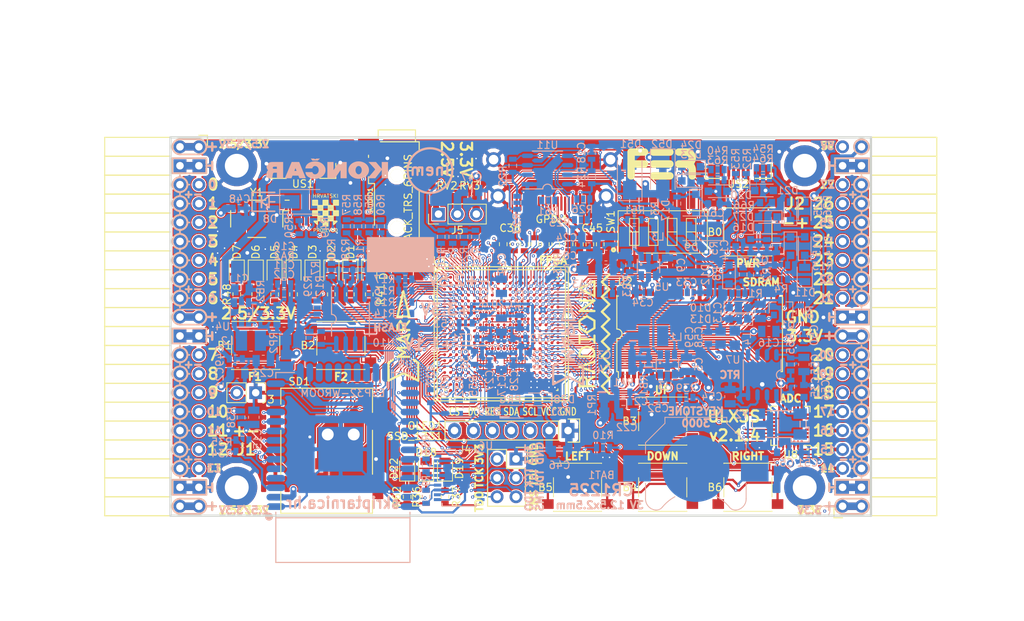
<source format=kicad_pcb>
(kicad_pcb (version 20171130) (host pcbnew 5.0.0+dfsg1-2)
  (layers (0 F.Cu signal) (1 In1.Cu signal) (2 In2.Cu signal) (31 B.Cu signal) (34 B.Paste user) (35 F.Paste user) (36 B.SilkS user) (37 F.SilkS user) (38 B.Mask user) (39 F.Mask user) (44 Edge.Cuts user))
  (net 0 "")
  (net 1 GND)
  (net 2 +5V)
  (net 3 /gpio/IN5V)
  (net 4 /gpio/OUT5V)
  (net 5 +3V3)
  (net 6 BTN_D)
  (net 7 BTN_F1)
  (net 8 BTN_F2)
  (net 9 BTN_L)
  (net 10 BTN_R)
  (net 11 BTN_U)
  (net 12 /power/FB1)
  (net 13 +2V5)
  (net 14 /power/PWREN)
  (net 15 /power/FB3)
  (net 16 /power/FB2)
  (net 17 /power/VBAT)
  (net 18 JTAG_TDI)
  (net 19 JTAG_TCK)
  (net 20 JTAG_TMS)
  (net 21 JTAG_TDO)
  (net 22 /power/WAKEUPn)
  (net 23 /power/WKUP)
  (net 24 /power/SHUT)
  (net 25 /power/WAKE)
  (net 26 /power/HOLD)
  (net 27 /power/WKn)
  (net 28 /power/OSCI_32k)
  (net 29 /power/OSCO_32k)
  (net 30 SHUTDOWN)
  (net 31 GPDI_SDA)
  (net 32 GPDI_SCL)
  (net 33 /gpdi/VREF2)
  (net 34 SD_CMD)
  (net 35 SD_CLK)
  (net 36 SD_D0)
  (net 37 SD_D1)
  (net 38 USB5V)
  (net 39 GPDI_CEC)
  (net 40 nRESET)
  (net 41 FTDI_nDTR)
  (net 42 SDRAM_CKE)
  (net 43 SDRAM_A7)
  (net 44 SDRAM_D15)
  (net 45 SDRAM_BA1)
  (net 46 SDRAM_D7)
  (net 47 SDRAM_A6)
  (net 48 SDRAM_CLK)
  (net 49 SDRAM_D13)
  (net 50 SDRAM_BA0)
  (net 51 SDRAM_D6)
  (net 52 SDRAM_A5)
  (net 53 SDRAM_D14)
  (net 54 SDRAM_A11)
  (net 55 SDRAM_D12)
  (net 56 SDRAM_D5)
  (net 57 SDRAM_A4)
  (net 58 SDRAM_A10)
  (net 59 SDRAM_D11)
  (net 60 SDRAM_A3)
  (net 61 SDRAM_D4)
  (net 62 SDRAM_D10)
  (net 63 SDRAM_D9)
  (net 64 SDRAM_A9)
  (net 65 SDRAM_D3)
  (net 66 SDRAM_D8)
  (net 67 SDRAM_A8)
  (net 68 SDRAM_A2)
  (net 69 SDRAM_A1)
  (net 70 SDRAM_A0)
  (net 71 SDRAM_D2)
  (net 72 SDRAM_D1)
  (net 73 SDRAM_D0)
  (net 74 SDRAM_DQM0)
  (net 75 SDRAM_nCS)
  (net 76 SDRAM_nRAS)
  (net 77 SDRAM_DQM1)
  (net 78 SDRAM_nCAS)
  (net 79 SDRAM_nWE)
  (net 80 /flash/FLASH_nWP)
  (net 81 /flash/FLASH_nHOLD)
  (net 82 /flash/FLASH_MOSI)
  (net 83 /flash/FLASH_MISO)
  (net 84 /flash/FLASH_SCK)
  (net 85 /flash/FLASH_nCS)
  (net 86 /flash/FPGA_PROGRAMN)
  (net 87 /flash/FPGA_DONE)
  (net 88 /flash/FPGA_INITN)
  (net 89 OLED_RES)
  (net 90 OLED_DC)
  (net 91 OLED_CS)
  (net 92 WIFI_EN)
  (net 93 FTDI_nRTS)
  (net 94 FTDI_TXD)
  (net 95 FTDI_RXD)
  (net 96 WIFI_RXD)
  (net 97 WIFI_GPIO0)
  (net 98 WIFI_TXD)
  (net 99 USB_FTDI_D+)
  (net 100 USB_FTDI_D-)
  (net 101 SD_D3)
  (net 102 AUDIO_L3)
  (net 103 AUDIO_L2)
  (net 104 AUDIO_L1)
  (net 105 AUDIO_L0)
  (net 106 AUDIO_R3)
  (net 107 AUDIO_R2)
  (net 108 AUDIO_R1)
  (net 109 AUDIO_R0)
  (net 110 OLED_CLK)
  (net 111 OLED_MOSI)
  (net 112 LED0)
  (net 113 LED1)
  (net 114 LED2)
  (net 115 LED3)
  (net 116 LED4)
  (net 117 LED5)
  (net 118 LED6)
  (net 119 LED7)
  (net 120 BTN_PWRn)
  (net 121 FTDI_nTXLED)
  (net 122 FTDI_nSLEEP)
  (net 123 /blinkey/LED_PWREN)
  (net 124 /blinkey/LED_TXLED)
  (net 125 /sdcard/SD3V3)
  (net 126 SD_D2)
  (net 127 CLK_25MHz)
  (net 128 /blinkey/BTNPUL)
  (net 129 /blinkey/BTNPUR)
  (net 130 USB_FPGA_D+)
  (net 131 /power/FTDI_nSUSPEND)
  (net 132 /blinkey/ALED0)
  (net 133 /blinkey/ALED1)
  (net 134 /blinkey/ALED2)
  (net 135 /blinkey/ALED3)
  (net 136 /blinkey/ALED4)
  (net 137 /blinkey/ALED5)
  (net 138 /blinkey/ALED6)
  (net 139 /blinkey/ALED7)
  (net 140 /usb/FTD-)
  (net 141 /usb/FTD+)
  (net 142 ADC_MISO)
  (net 143 ADC_MOSI)
  (net 144 ADC_CSn)
  (net 145 ADC_SCLK)
  (net 146 SW3)
  (net 147 SW2)
  (net 148 SW1)
  (net 149 USB_FPGA_D-)
  (net 150 /usb/FPD+)
  (net 151 /usb/FPD-)
  (net 152 WIFI_GPIO16)
  (net 153 /usb/ANT_433MHz)
  (net 154 PROG_DONE)
  (net 155 /power/P3V3)
  (net 156 /power/P2V5)
  (net 157 /power/L1)
  (net 158 /power/L3)
  (net 159 /power/L2)
  (net 160 FTDI_TXDEN)
  (net 161 SDRAM_A12)
  (net 162 /analog/AUDIO_V)
  (net 163 AUDIO_V3)
  (net 164 AUDIO_V2)
  (net 165 AUDIO_V1)
  (net 166 AUDIO_V0)
  (net 167 /blinkey/LED_WIFI)
  (net 168 /power/P1V1)
  (net 169 +1V1)
  (net 170 SW4)
  (net 171 /blinkey/SWPU)
  (net 172 /wifi/WIFIEN)
  (net 173 FT2V5)
  (net 174 GN0)
  (net 175 GP0)
  (net 176 GN1)
  (net 177 GP1)
  (net 178 GN2)
  (net 179 GP2)
  (net 180 GN3)
  (net 181 GP3)
  (net 182 GN4)
  (net 183 GP4)
  (net 184 GN5)
  (net 185 GP5)
  (net 186 GN6)
  (net 187 GP6)
  (net 188 GN14)
  (net 189 GP14)
  (net 190 GN15)
  (net 191 GP15)
  (net 192 GN16)
  (net 193 GP16)
  (net 194 GN17)
  (net 195 GP17)
  (net 196 GN18)
  (net 197 GP18)
  (net 198 GN19)
  (net 199 GP19)
  (net 200 GN20)
  (net 201 GP20)
  (net 202 GN21)
  (net 203 GP21)
  (net 204 GN22)
  (net 205 GP22)
  (net 206 GN23)
  (net 207 GP23)
  (net 208 GN24)
  (net 209 GP24)
  (net 210 GN25)
  (net 211 GP25)
  (net 212 GN26)
  (net 213 GP26)
  (net 214 GN27)
  (net 215 GP27)
  (net 216 GN7)
  (net 217 GP7)
  (net 218 GN8)
  (net 219 GP8)
  (net 220 GN9)
  (net 221 GP9)
  (net 222 GN10)
  (net 223 GP10)
  (net 224 GN11)
  (net 225 GP11)
  (net 226 GN12)
  (net 227 GP12)
  (net 228 GN13)
  (net 229 GP13)
  (net 230 WIFI_GPIO5)
  (net 231 WIFI_GPIO17)
  (net 232 USB_FPGA_PULL_D+)
  (net 233 USB_FPGA_PULL_D-)
  (net 234 "Net-(D23-Pad2)")
  (net 235 "Net-(D24-Pad1)")
  (net 236 "Net-(D25-Pad2)")
  (net 237 "Net-(D26-Pad1)")
  (net 238 /gpdi/GPDI_ETH+)
  (net 239 FPDI_ETH+)
  (net 240 /gpdi/GPDI_ETH-)
  (net 241 FPDI_ETH-)
  (net 242 /gpdi/GPDI_D2-)
  (net 243 FPDI_D2-)
  (net 244 /gpdi/GPDI_D1-)
  (net 245 FPDI_D1-)
  (net 246 /gpdi/GPDI_D0-)
  (net 247 FPDI_D0-)
  (net 248 /gpdi/GPDI_CLK-)
  (net 249 FPDI_CLK-)
  (net 250 /gpdi/GPDI_D2+)
  (net 251 FPDI_D2+)
  (net 252 /gpdi/GPDI_D1+)
  (net 253 FPDI_D1+)
  (net 254 /gpdi/GPDI_D0+)
  (net 255 FPDI_D0+)
  (net 256 /gpdi/GPDI_CLK+)
  (net 257 FPDI_CLK+)
  (net 258 FPDI_SDA)
  (net 259 FPDI_SCL)
  (net 260 /gpdi/FPDI_CEC)
  (net 261 2V5_3V3)
  (net 262 /usb/US2VBUS)
  (net 263 /power/SHD)
  (net 264 /power/RTCVDD)
  (net 265 "Net-(D27-Pad2)")
  (net 266 US2_ID)
  (net 267 /analog/AUDIO_L)
  (net 268 /analog/AUDIO_R)
  (net 269 /analog/ADC3V3)
  (net 270 PWRBTn)
  (net 271 USER_PROGRAMN)
  (net 272 "Net-(AUDIO1-Pad5)")
  (net 273 "Net-(AUDIO1-Pad6)")
  (net 274 "Net-(U1-PadW18)")
  (net 275 "Net-(U1-PadW17)")
  (net 276 "Net-(U1-PadW14)")
  (net 277 "Net-(U1-PadW13)")
  (net 278 "Net-(U1-PadW9)")
  (net 279 "Net-(U1-PadW8)")
  (net 280 "Net-(U1-PadW5)")
  (net 281 "Net-(U1-PadW4)")
  (net 282 "Net-(U1-PadT16)")
  (net 283 "Net-(U1-PadR3)")
  (net 284 SD_WP)
  (net 285 SD_CD)
  (net 286 "Net-(U1-PadM5)")
  (net 287 "Net-(U1-PadL5)")
  (net 288 "Net-(U1-PadK17)")
  (net 289 "Net-(U1-PadK16)")
  (net 290 "Net-(U1-PadK5)")
  (net 291 "Net-(U1-PadJ5)")
  (net 292 "Net-(U1-PadJ4)")
  (net 293 "Net-(U1-PadE11)")
  (net 294 "Net-(U1-PadE10)")
  (net 295 "Net-(U1-PadE9)")
  (net 296 "Net-(U1-PadE6)")
  (net 297 "Net-(U1-PadD12)")
  (net 298 "Net-(U1-PadD11)")
  (net 299 "Net-(U1-PadD10)")
  (net 300 "Net-(U1-PadD9)")
  (net 301 "Net-(U1-PadC9)")
  (net 302 "Net-(U1-PadA15)")
  (net 303 FTDI_nRXLED)
  (net 304 "Net-(U8-Pad12)")
  (net 305 "Net-(U8-Pad25)")
  (net 306 "Net-(U9-Pad32)")
  (net 307 "Net-(U9-Pad22)")
  (net 308 "Net-(U9-Pad21)")
  (net 309 "Net-(U9-Pad20)")
  (net 310 "Net-(U9-Pad19)")
  (net 311 "Net-(U9-Pad18)")
  (net 312 "Net-(U9-Pad17)")
  (net 313 "Net-(U9-Pad12)")
  (net 314 "Net-(U9-Pad5)")
  (net 315 "Net-(U9-Pad4)")
  (net 316 "Net-(US1-Pad4)")
  (net 317 "Net-(Y2-Pad3)")
  (net 318 "Net-(Y2-Pad2)")
  (module max1112x-tqfn28:MAX1112x-TQFN-28-1EP_5x5mm_Pitch0.5mm (layer F.Cu) (at 177.285 100.155 180)
    (fp_text reference U8 (at 0 -3.875 180) (layer F.SilkS))
    (fp_text value MAX11125 hide)
    (pad 29 smd rect (at -0.8125 -0.8125 180) (size 1.625 1.625) (layers F.Cu F.Paste F.Mask) (net 1 GND))
    (pad 29 smd rect (at -0.8125 0.8125 180) (size 1.625 1.625) (layers F.Cu F.Paste F.Mask) (net 1 GND))
    (pad 29 smd rect (at 0.8125 -0.8125 180) (size 1.625 1.625) (layers F.Cu F.Paste F.Mask) (net 1 GND))
    (pad 29 smd rect (at 0.8125 0.8125 180) (size 1.625 1.625) (layers F.Cu F.Paste F.Mask) (net 1 GND))
    (pad 28 smd rect (at -1.5 -2.45 270) (size 0.95 0.3) (layers F.Cu F.Paste F.Mask) (net 190 GN15))
    (pad 27 smd rect (at -1 -2.45 270) (size 0.95 0.3) (layers F.Cu F.Paste F.Mask) (net 189 GP14))
    (pad 26 smd rect (at -0.5 -2.45 270) (size 0.95 0.3) (layers F.Cu F.Paste F.Mask) (net 188 GN14))
    (pad 25 smd rect (at 0 -2.45 270) (size 0.95 0.3) (layers F.Cu F.Paste F.Mask) (net 305 "Net-(U8-Pad25)"))
    (pad 24 smd rect (at 0.5 -2.45 270) (size 0.95 0.3) (layers F.Cu F.Paste F.Mask) (net 142 ADC_MISO))
    (pad 23 smd rect (at 1 -2.45 270) (size 0.95 0.3) (layers F.Cu F.Paste F.Mask) (net 269 /analog/ADC3V3))
    (pad 22 smd rect (at 1.5 -2.45 270) (size 0.95 0.3) (layers F.Cu F.Paste F.Mask) (net 1 GND))
    (pad 21 smd rect (at 2.45 -1.5 180) (size 0.95 0.3) (layers F.Cu F.Paste F.Mask) (net 143 ADC_MOSI))
    (pad 20 smd rect (at 2.45 -1 180) (size 0.95 0.3) (layers F.Cu F.Paste F.Mask) (net 144 ADC_CSn))
    (pad 19 smd rect (at 2.45 -0.5 180) (size 0.95 0.3) (layers F.Cu F.Paste F.Mask) (net 145 ADC_SCLK))
    (pad 18 smd rect (at 2.45 0 180) (size 0.95 0.3) (layers F.Cu F.Paste F.Mask) (net 269 /analog/ADC3V3))
    (pad 17 smd rect (at 2.45 0.5 180) (size 0.95 0.3) (layers F.Cu F.Paste F.Mask) (net 269 /analog/ADC3V3))
    (pad 16 smd rect (at 2.45 1 180) (size 0.95 0.3) (layers F.Cu F.Paste F.Mask) (net 1 GND))
    (pad 15 smd rect (at 2.45 1.5 180) (size 0.95 0.3) (layers F.Cu F.Paste F.Mask) (net 269 /analog/ADC3V3))
    (pad 14 smd rect (at 1.5 2.45 270) (size 0.95 0.3) (layers F.Cu F.Paste F.Mask) (net 1 GND))
    (pad 13 smd rect (at 1 2.45 270) (size 0.95 0.3) (layers F.Cu F.Paste F.Mask) (net 1 GND))
    (pad 12 smd rect (at 0.5 2.45 270) (size 0.95 0.3) (layers F.Cu F.Paste F.Mask) (net 304 "Net-(U8-Pad12)"))
    (pad 11 smd rect (at 0 2.45 270) (size 0.95 0.3) (layers F.Cu F.Paste F.Mask) (net 1 GND))
    (pad 10 smd rect (at -0.5 2.45 270) (size 0.95 0.3) (layers F.Cu F.Paste F.Mask) (net 1 GND))
    (pad 9 smd rect (at -1 2.45 270) (size 0.95 0.3) (layers F.Cu F.Paste F.Mask) (net 1 GND))
    (pad 8 smd rect (at -1.5 2.45 270) (size 0.95 0.3) (layers F.Cu F.Paste F.Mask) (net 1 GND))
    (pad 7 smd rect (at -2.45 1.5 180) (size 0.95 0.3) (layers F.Cu F.Paste F.Mask) (net 1 GND))
    (pad 6 smd rect (at -2.45 1 180) (size 0.95 0.3) (layers F.Cu F.Paste F.Mask) (net 1 GND))
    (pad 5 smd rect (at -2.45 0.5 180) (size 0.95 0.3) (layers F.Cu F.Paste F.Mask) (net 195 GP17))
    (pad 4 smd rect (at -2.45 0 180) (size 0.95 0.3) (layers F.Cu F.Paste F.Mask) (net 194 GN17))
    (pad 3 smd rect (at -2.45 -0.5 180) (size 0.95 0.3) (layers F.Cu F.Paste F.Mask) (net 193 GP16))
    (pad 2 smd rect (at -2.45 -1 180) (size 0.95 0.3) (layers F.Cu F.Paste F.Mask) (net 192 GN16))
    (pad 1 smd rect (at -2.45 -1.5 180) (size 0.95 0.3) (layers F.Cu F.Paste F.Mask) (net 191 GP15))
  )
  (module usb_otg:USB-MICRO-B-FCI-10118192-0001LF (layer F.Cu) (at 111.88 63.325 180)
    (fp_text reference US1 (at 0 -4.336 180) (layer F.SilkS))
    (fp_text value MICRO_USB hide)
    (pad 6 smd rect (at 3.8 0 180) (size 1.8 1.9) (layers F.Cu F.Paste F.Mask) (net 1 GND))
    (pad 6 smd rect (at -3.8 0 180) (size 1.8 1.9) (layers F.Cu F.Paste F.Mask) (net 1 GND))
    (pad 5 smd rect (at 1.3 -2.675 180) (size 0.4 1.35) (layers F.Cu F.Paste F.Mask) (net 1 GND))
    (pad 4 smd rect (at 0.65 -2.675 180) (size 0.4 1.35) (layers F.Cu F.Paste F.Mask) (net 316 "Net-(US1-Pad4)"))
    (pad 3 smd rect (at 0 -2.675 180) (size 0.4 1.35) (layers F.Cu F.Paste F.Mask) (net 141 /usb/FTD+))
    (pad 2 smd rect (at -0.65 -2.675 180) (size 0.4 1.35) (layers F.Cu F.Paste F.Mask) (net 140 /usb/FTD-))
    (pad 1 smd rect (at -1.3 -2.675 180) (size 0.4 1.35) (layers F.Cu F.Paste F.Mask) (net 38 USB5V))
    (pad 6 smd rect (at 1.2 0 180) (size 1.9 1.9) (layers F.Cu F.Paste F.Mask) (net 1 GND))
    (pad 6 smd rect (at -1.2 0 180) (size 1.9 1.9) (layers F.Cu F.Paste F.Mask) (net 1 GND))
    (pad 6 smd rect (at 3.1 -2.55 180) (size 2.1 1.6) (layers F.Cu F.Paste F.Mask) (net 1 GND))
    (pad 6 smd rect (at -3.1 -2.55 180) (size 2.1 1.6) (layers F.Cu F.Paste F.Mask) (net 1 GND))
  )
  (module dipswitch:SW_DIP_x4_W8.61mm_Slide_LowProfile (layer F.Cu) (at 160.14 74.12 90)
    (fp_text reference SW1 (at 1.379 -6.97 90) (layer F.SilkS))
    (fp_text value SW_DIP_x04 hide)
    (pad 8 smd rect (at 4.305 -3.81 90) (size 2.44 1.12) (layers F.Cu F.Paste F.Mask) (net 148 SW1))
    (pad 4 smd rect (at -4.305 3.81 90) (size 2.44 1.12) (layers F.Cu F.Paste F.Mask) (net 171 /blinkey/SWPU))
    (pad 7 smd rect (at 4.305 -1.27 90) (size 2.44 1.12) (layers F.Cu F.Paste F.Mask) (net 147 SW2))
    (pad 3 smd rect (at -4.305 1.27 90) (size 2.44 1.12) (layers F.Cu F.Paste F.Mask) (net 171 /blinkey/SWPU))
    (pad 6 smd rect (at 4.305 1.27 90) (size 2.44 1.12) (layers F.Cu F.Paste F.Mask) (net 146 SW3))
    (pad 2 smd rect (at -4.305 -1.27 90) (size 2.44 1.12) (layers F.Cu F.Paste F.Mask) (net 171 /blinkey/SWPU))
    (pad 5 smd rect (at 4.305 3.81 90) (size 2.44 1.12) (layers F.Cu F.Paste F.Mask) (net 170 SW4))
    (pad 1 smd rect (at -4.305 -3.81 90) (size 2.44 1.12) (layers F.Cu F.Paste F.Mask) (net 171 /blinkey/SWPU))
  )
  (module audio-jack:CUI_SJ-43516-SMT (layer F.Cu) (at 124.468 69.518)
    (fp_text reference AUDIO1 (at -3.560502 0.28335 270) (layer F.SilkS) (effects (font (size 0.6096 0.6096) (thickness 0.1524))))
    (fp_text value JACK_TRS_6PINS (at 1.519498 0.28335 270) (layer F.SilkS))
    (pad 1 smd rect (at -3.8 -6.9 270) (size 2 2.8) (layers F.Cu F.Paste F.Mask) (net 1 GND))
    (pad 4 smd rect (at -3.8 -4.1 270) (size 2.2 2.8) (layers F.Cu F.Paste F.Mask) (net 162 /analog/AUDIO_V))
    (pad 2 smd rect (at -3.8 5.3 270) (size 2.8 2.8) (layers F.Cu F.Paste F.Mask) (net 267 /analog/AUDIO_L))
    (pad 5 smd rect (at 0.75 9.4 270) (size 2.8 2.8) (layers F.Cu F.Paste F.Mask) (net 272 "Net-(AUDIO1-Pad5)"))
    (pad 3 smd rect (at 3.8 -2.2 270) (size 2.2 2.8) (layers F.Cu F.Paste F.Mask) (net 268 /analog/AUDIO_R))
    (pad 6 smd rect (at 3.8 -5 270) (size 2 2.8) (layers F.Cu F.Paste F.Mask) (net 273 "Net-(AUDIO1-Pad6)"))
    (pad "" np_thru_hole circle (at 0 -3 270) (size 1.7 1.7) (drill 1.7) (layers *.Cu *.Mask F.SilkS) (clearance 0.4))
    (pad "" np_thru_hole circle (at 0 4 270) (size 1.7 1.7) (drill 1.7) (layers *.Cu *.Mask F.SilkS) (clearance 0.4))
  )
  (module conn-fci:CONN-10029449-111RLF (layer F.Cu) (at 145.296 69.312 180)
    (fp_text reference GPDI1 (at 0 -3.1115 180) (layer F.SilkS))
    (fp_text value GPDI-D hide)
    (pad 19 smd rect (at -4.25 -1 180) (size 0.3 1.9) (layers F.Cu F.Paste F.Mask) (net 240 /gpdi/GPDI_ETH-))
    (pad 18 smd rect (at -3.75 -1 180) (size 0.3 1.9) (layers F.Cu F.Paste F.Mask) (net 2 +5V))
    (pad 17 smd rect (at -3.25 -1 180) (size 0.3 1.9) (layers F.Cu F.Paste F.Mask) (net 1 GND))
    (pad 16 smd rect (at -2.75 -1 180) (size 0.3 1.9) (layers F.Cu F.Paste F.Mask) (net 31 GPDI_SDA))
    (pad 15 smd rect (at -2.25 -1 180) (size 0.3 1.9) (layers F.Cu F.Paste F.Mask) (net 32 GPDI_SCL))
    (pad 14 smd rect (at -1.75 -1 180) (size 0.3 1.9) (layers F.Cu F.Paste F.Mask) (net 238 /gpdi/GPDI_ETH+))
    (pad 13 smd rect (at -1.25 -1 180) (size 0.3 1.9) (layers F.Cu F.Paste F.Mask) (net 39 GPDI_CEC))
    (pad 12 smd rect (at -0.75 -1 180) (size 0.3 1.9) (layers F.Cu F.Paste F.Mask) (net 248 /gpdi/GPDI_CLK-))
    (pad 11 smd rect (at -0.25 -1 180) (size 0.3 1.9) (layers F.Cu F.Paste F.Mask) (net 1 GND))
    (pad 10 smd rect (at 0.25 -1 180) (size 0.3 1.9) (layers F.Cu F.Paste F.Mask) (net 256 /gpdi/GPDI_CLK+))
    (pad 9 smd rect (at 0.75 -1 180) (size 0.3 1.9) (layers F.Cu F.Paste F.Mask) (net 246 /gpdi/GPDI_D0-))
    (pad 8 smd rect (at 1.25 -1 180) (size 0.3 1.9) (layers F.Cu F.Paste F.Mask) (net 1 GND))
    (pad 7 smd rect (at 1.75 -1 180) (size 0.3 1.9) (layers F.Cu F.Paste F.Mask) (net 254 /gpdi/GPDI_D0+))
    (pad 6 smd rect (at 2.25 -1 180) (size 0.3 1.9) (layers F.Cu F.Paste F.Mask) (net 244 /gpdi/GPDI_D1-))
    (pad 5 smd rect (at 2.75 -1 180) (size 0.3 1.9) (layers F.Cu F.Paste F.Mask) (net 1 GND))
    (pad 4 smd rect (at 3.25 -1 180) (size 0.3 1.9) (layers F.Cu F.Paste F.Mask) (net 252 /gpdi/GPDI_D1+))
    (pad 3 smd rect (at 3.75 -1 180) (size 0.3 1.9) (layers F.Cu F.Paste F.Mask) (net 242 /gpdi/GPDI_D2-))
    (pad 2 smd rect (at 4.25 -1 180) (size 0.3 1.9) (layers F.Cu F.Paste F.Mask) (net 1 GND))
    (pad 1 smd rect (at 4.75 -1 180) (size 0.3 1.9) (layers F.Cu F.Paste F.Mask) (net 250 /gpdi/GPDI_D2+))
    (pad 0 thru_hole circle (at -7.25 0 180) (size 2 2) (drill 1.3) (layers *.Cu *.Mask F.Paste) (net 1 GND))
    (pad 0 thru_hole circle (at 7.25 0 180) (size 2 2) (drill 1.3) (layers *.Cu *.Mask F.Paste) (net 1 GND))
    (pad 0 thru_hole circle (at -7.85 4.9 180) (size 2 2) (drill 1.3) (layers *.Cu *.Mask F.Paste) (net 1 GND))
    (pad 0 thru_hole circle (at 7.85 4.9 180) (size 2 2) (drill 1.3) (layers *.Cu *.Mask F.Paste) (net 1 GND))
  )
  (module lfe5bg381:BGA-381_pitch0.8mm_dia0.4mm (layer F.Cu) (at 138.48 87.8)
    (fp_text reference U1 (at -8.2 -9.8) (layer F.SilkS))
    (fp_text value LFE5U-85F-6BG381C hide)
    (pad Y19 smd circle (at 6.8 7.6) (size 0.4 0.4) (layers F.Cu F.Paste F.Mask) (net 1 GND))
    (pad Y17 smd circle (at 5.2 7.6) (size 0.4 0.4) (layers F.Cu F.Paste F.Mask) (net 1 GND))
    (pad Y16 smd circle (at 4.4 7.6) (size 0.4 0.4) (layers F.Cu F.Paste F.Mask) (net 1 GND))
    (pad Y15 smd circle (at 3.6 7.6) (size 0.4 0.4) (layers F.Cu F.Paste F.Mask) (net 1 GND))
    (pad Y14 smd circle (at 2.8 7.6) (size 0.4 0.4) (layers F.Cu F.Paste F.Mask) (net 1 GND))
    (pad Y12 smd circle (at 1.2 7.6) (size 0.4 0.4) (layers F.Cu F.Paste F.Mask) (net 1 GND))
    (pad Y11 smd circle (at 0.4 7.6) (size 0.4 0.4) (layers F.Cu F.Paste F.Mask) (net 1 GND))
    (pad Y8 smd circle (at -2 7.6) (size 0.4 0.4) (layers F.Cu F.Paste F.Mask) (net 1 GND))
    (pad Y7 smd circle (at -2.8 7.6) (size 0.4 0.4) (layers F.Cu F.Paste F.Mask) (net 1 GND))
    (pad Y6 smd circle (at -3.6 7.6) (size 0.4 0.4) (layers F.Cu F.Paste F.Mask) (net 1 GND))
    (pad Y5 smd circle (at -4.4 7.6) (size 0.4 0.4) (layers F.Cu F.Paste F.Mask) (net 1 GND))
    (pad Y3 smd circle (at -6 7.6) (size 0.4 0.4) (layers F.Cu F.Paste F.Mask) (net 87 /flash/FPGA_DONE))
    (pad Y2 smd circle (at -6.8 7.6) (size 0.4 0.4) (layers F.Cu F.Paste F.Mask) (net 80 /flash/FLASH_nWP))
    (pad W20 smd circle (at 7.6 6.8) (size 0.4 0.4) (layers F.Cu F.Paste F.Mask) (net 1 GND))
    (pad W19 smd circle (at 6.8 6.8) (size 0.4 0.4) (layers F.Cu F.Paste F.Mask) (net 1 GND))
    (pad W18 smd circle (at 6 6.8) (size 0.4 0.4) (layers F.Cu F.Paste F.Mask) (net 274 "Net-(U1-PadW18)"))
    (pad W17 smd circle (at 5.2 6.8) (size 0.4 0.4) (layers F.Cu F.Paste F.Mask) (net 275 "Net-(U1-PadW17)"))
    (pad W16 smd circle (at 4.4 6.8) (size 0.4 0.4) (layers F.Cu F.Paste F.Mask) (net 1 GND))
    (pad W15 smd circle (at 3.6 6.8) (size 0.4 0.4) (layers F.Cu F.Paste F.Mask) (net 1 GND))
    (pad W14 smd circle (at 2.8 6.8) (size 0.4 0.4) (layers F.Cu F.Paste F.Mask) (net 276 "Net-(U1-PadW14)"))
    (pad W13 smd circle (at 2 6.8) (size 0.4 0.4) (layers F.Cu F.Paste F.Mask) (net 277 "Net-(U1-PadW13)"))
    (pad W12 smd circle (at 1.2 6.8) (size 0.4 0.4) (layers F.Cu F.Paste F.Mask) (net 1 GND))
    (pad W11 smd circle (at 0.4 6.8) (size 0.4 0.4) (layers F.Cu F.Paste F.Mask))
    (pad W10 smd circle (at -0.4 6.8) (size 0.4 0.4) (layers F.Cu F.Paste F.Mask))
    (pad W9 smd circle (at -1.2 6.8) (size 0.4 0.4) (layers F.Cu F.Paste F.Mask) (net 278 "Net-(U1-PadW9)"))
    (pad W8 smd circle (at -2 6.8) (size 0.4 0.4) (layers F.Cu F.Paste F.Mask) (net 279 "Net-(U1-PadW8)"))
    (pad W7 smd circle (at -2.8 6.8) (size 0.4 0.4) (layers F.Cu F.Paste F.Mask) (net 1 GND))
    (pad W6 smd circle (at -3.6 6.8) (size 0.4 0.4) (layers F.Cu F.Paste F.Mask) (net 1 GND))
    (pad W5 smd circle (at -4.4 6.8) (size 0.4 0.4) (layers F.Cu F.Paste F.Mask) (net 280 "Net-(U1-PadW5)"))
    (pad W4 smd circle (at -5.2 6.8) (size 0.4 0.4) (layers F.Cu F.Paste F.Mask) (net 281 "Net-(U1-PadW4)"))
    (pad W3 smd circle (at -6 6.8) (size 0.4 0.4) (layers F.Cu F.Paste F.Mask) (net 86 /flash/FPGA_PROGRAMN))
    (pad W2 smd circle (at -6.8 6.8) (size 0.4 0.4) (layers F.Cu F.Paste F.Mask) (net 82 /flash/FLASH_MOSI))
    (pad W1 smd circle (at -7.6 6.8) (size 0.4 0.4) (layers F.Cu F.Paste F.Mask) (net 81 /flash/FLASH_nHOLD))
    (pad V20 smd circle (at 7.6 6) (size 0.4 0.4) (layers F.Cu F.Paste F.Mask) (net 1 GND))
    (pad V19 smd circle (at 6.8 6) (size 0.4 0.4) (layers F.Cu F.Paste F.Mask) (net 1 GND))
    (pad V18 smd circle (at 6 6) (size 0.4 0.4) (layers F.Cu F.Paste F.Mask) (net 1 GND))
    (pad V17 smd circle (at 5.2 6) (size 0.4 0.4) (layers F.Cu F.Paste F.Mask) (net 1 GND))
    (pad V16 smd circle (at 4.4 6) (size 0.4 0.4) (layers F.Cu F.Paste F.Mask) (net 1 GND))
    (pad V15 smd circle (at 3.6 6) (size 0.4 0.4) (layers F.Cu F.Paste F.Mask) (net 1 GND))
    (pad V14 smd circle (at 2.8 6) (size 0.4 0.4) (layers F.Cu F.Paste F.Mask) (net 1 GND))
    (pad V13 smd circle (at 2 6) (size 0.4 0.4) (layers F.Cu F.Paste F.Mask) (net 1 GND))
    (pad V12 smd circle (at 1.2 6) (size 0.4 0.4) (layers F.Cu F.Paste F.Mask) (net 1 GND))
    (pad V11 smd circle (at 0.4 6) (size 0.4 0.4) (layers F.Cu F.Paste F.Mask) (net 1 GND))
    (pad V10 smd circle (at -0.4 6) (size 0.4 0.4) (layers F.Cu F.Paste F.Mask) (net 1 GND))
    (pad V9 smd circle (at -1.2 6) (size 0.4 0.4) (layers F.Cu F.Paste F.Mask) (net 1 GND))
    (pad V8 smd circle (at -2 6) (size 0.4 0.4) (layers F.Cu F.Paste F.Mask) (net 1 GND))
    (pad V7 smd circle (at -2.8 6) (size 0.4 0.4) (layers F.Cu F.Paste F.Mask) (net 1 GND))
    (pad V6 smd circle (at -3.6 6) (size 0.4 0.4) (layers F.Cu F.Paste F.Mask) (net 1 GND))
    (pad V5 smd circle (at -4.4 6) (size 0.4 0.4) (layers F.Cu F.Paste F.Mask) (net 1 GND))
    (pad V4 smd circle (at -5.2 6) (size 0.4 0.4) (layers F.Cu F.Paste F.Mask) (net 21 JTAG_TDO))
    (pad V3 smd circle (at -6 6) (size 0.4 0.4) (layers F.Cu F.Paste F.Mask) (net 88 /flash/FPGA_INITN))
    (pad V2 smd circle (at -6.8 6) (size 0.4 0.4) (layers F.Cu F.Paste F.Mask) (net 83 /flash/FLASH_MISO))
    (pad V1 smd circle (at -7.6 6) (size 0.4 0.4) (layers F.Cu F.Paste F.Mask) (net 6 BTN_D))
    (pad U20 smd circle (at 7.6 5.2) (size 0.4 0.4) (layers F.Cu F.Paste F.Mask) (net 46 SDRAM_D7))
    (pad U19 smd circle (at 6.8 5.2) (size 0.4 0.4) (layers F.Cu F.Paste F.Mask) (net 74 SDRAM_DQM0))
    (pad U18 smd circle (at 6 5.2) (size 0.4 0.4) (layers F.Cu F.Paste F.Mask) (net 189 GP14))
    (pad U17 smd circle (at 5.2 5.2) (size 0.4 0.4) (layers F.Cu F.Paste F.Mask) (net 188 GN14))
    (pad U16 smd circle (at 4.4 5.2) (size 0.4 0.4) (layers F.Cu F.Paste F.Mask) (net 142 ADC_MISO))
    (pad U15 smd circle (at 3.6 5.2) (size 0.4 0.4) (layers F.Cu F.Paste F.Mask) (net 1 GND))
    (pad U14 smd circle (at 2.8 5.2) (size 0.4 0.4) (layers F.Cu F.Paste F.Mask) (net 1 GND))
    (pad U13 smd circle (at 2 5.2) (size 0.4 0.4) (layers F.Cu F.Paste F.Mask) (net 1 GND))
    (pad U12 smd circle (at 1.2 5.2) (size 0.4 0.4) (layers F.Cu F.Paste F.Mask) (net 1 GND))
    (pad U11 smd circle (at 0.4 5.2) (size 0.4 0.4) (layers F.Cu F.Paste F.Mask) (net 1 GND))
    (pad U10 smd circle (at -0.4 5.2) (size 0.4 0.4) (layers F.Cu F.Paste F.Mask) (net 1 GND))
    (pad U9 smd circle (at -1.2 5.2) (size 0.4 0.4) (layers F.Cu F.Paste F.Mask) (net 1 GND))
    (pad U8 smd circle (at -2 5.2) (size 0.4 0.4) (layers F.Cu F.Paste F.Mask) (net 1 GND))
    (pad U7 smd circle (at -2.8 5.2) (size 0.4 0.4) (layers F.Cu F.Paste F.Mask) (net 1 GND))
    (pad U6 smd circle (at -3.6 5.2) (size 0.4 0.4) (layers F.Cu F.Paste F.Mask) (net 1 GND))
    (pad U5 smd circle (at -4.4 5.2) (size 0.4 0.4) (layers F.Cu F.Paste F.Mask) (net 20 JTAG_TMS))
    (pad U4 smd circle (at -5.2 5.2) (size 0.4 0.4) (layers F.Cu F.Paste F.Mask) (net 1 GND))
    (pad U3 smd circle (at -6 5.2) (size 0.4 0.4) (layers F.Cu F.Paste F.Mask) (net 84 /flash/FLASH_SCK))
    (pad U2 smd circle (at -6.8 5.2) (size 0.4 0.4) (layers F.Cu F.Paste F.Mask) (net 5 +3V3))
    (pad U1 smd circle (at -7.6 5.2) (size 0.4 0.4) (layers F.Cu F.Paste F.Mask) (net 9 BTN_L))
    (pad T20 smd circle (at 7.6 4.4) (size 0.4 0.4) (layers F.Cu F.Paste F.Mask) (net 79 SDRAM_nWE))
    (pad T19 smd circle (at 6.8 4.4) (size 0.4 0.4) (layers F.Cu F.Paste F.Mask) (net 78 SDRAM_nCAS))
    (pad T18 smd circle (at 6 4.4) (size 0.4 0.4) (layers F.Cu F.Paste F.Mask) (net 56 SDRAM_D5))
    (pad T17 smd circle (at 5.2 4.4) (size 0.4 0.4) (layers F.Cu F.Paste F.Mask) (net 51 SDRAM_D6))
    (pad T16 smd circle (at 4.4 4.4) (size 0.4 0.4) (layers F.Cu F.Paste F.Mask) (net 282 "Net-(U1-PadT16)"))
    (pad T15 smd circle (at 3.6 4.4) (size 0.4 0.4) (layers F.Cu F.Paste F.Mask) (net 1 GND))
    (pad T14 smd circle (at 2.8 4.4) (size 0.4 0.4) (layers F.Cu F.Paste F.Mask) (net 1 GND))
    (pad T13 smd circle (at 2 4.4) (size 0.4 0.4) (layers F.Cu F.Paste F.Mask) (net 1 GND))
    (pad T12 smd circle (at 1.2 4.4) (size 0.4 0.4) (layers F.Cu F.Paste F.Mask) (net 1 GND))
    (pad T11 smd circle (at 0.4 4.4) (size 0.4 0.4) (layers F.Cu F.Paste F.Mask) (net 1 GND))
    (pad T10 smd circle (at -0.4 4.4) (size 0.4 0.4) (layers F.Cu F.Paste F.Mask) (net 1 GND))
    (pad T9 smd circle (at -1.2 4.4) (size 0.4 0.4) (layers F.Cu F.Paste F.Mask) (net 1 GND))
    (pad T8 smd circle (at -2 4.4) (size 0.4 0.4) (layers F.Cu F.Paste F.Mask) (net 1 GND))
    (pad T7 smd circle (at -2.8 4.4) (size 0.4 0.4) (layers F.Cu F.Paste F.Mask) (net 1 GND))
    (pad T6 smd circle (at -3.6 4.4) (size 0.4 0.4) (layers F.Cu F.Paste F.Mask) (net 1 GND))
    (pad T5 smd circle (at -4.4 4.4) (size 0.4 0.4) (layers F.Cu F.Paste F.Mask) (net 19 JTAG_TCK))
    (pad T4 smd circle (at -5.2 4.4) (size 0.4 0.4) (layers F.Cu F.Paste F.Mask) (net 5 +3V3))
    (pad T3 smd circle (at -6 4.4) (size 0.4 0.4) (layers F.Cu F.Paste F.Mask) (net 5 +3V3))
    (pad T2 smd circle (at -6.8 4.4) (size 0.4 0.4) (layers F.Cu F.Paste F.Mask) (net 5 +3V3))
    (pad T1 smd circle (at -7.6 4.4) (size 0.4 0.4) (layers F.Cu F.Paste F.Mask) (net 8 BTN_F2))
    (pad R20 smd circle (at 7.6 3.6) (size 0.4 0.4) (layers F.Cu F.Paste F.Mask) (net 76 SDRAM_nRAS))
    (pad R19 smd circle (at 6.8 3.6) (size 0.4 0.4) (layers F.Cu F.Paste F.Mask) (net 1 GND))
    (pad R18 smd circle (at 6 3.6) (size 0.4 0.4) (layers F.Cu F.Paste F.Mask) (net 11 BTN_U))
    (pad R17 smd circle (at 5.2 3.6) (size 0.4 0.4) (layers F.Cu F.Paste F.Mask) (net 144 ADC_CSn))
    (pad R16 smd circle (at 4.4 3.6) (size 0.4 0.4) (layers F.Cu F.Paste F.Mask) (net 143 ADC_MOSI))
    (pad R5 smd circle (at -4.4 3.6) (size 0.4 0.4) (layers F.Cu F.Paste F.Mask) (net 18 JTAG_TDI))
    (pad R4 smd circle (at -5.2 3.6) (size 0.4 0.4) (layers F.Cu F.Paste F.Mask) (net 1 GND))
    (pad R3 smd circle (at -6 3.6) (size 0.4 0.4) (layers F.Cu F.Paste F.Mask) (net 283 "Net-(U1-PadR3)"))
    (pad R2 smd circle (at -6.8 3.6) (size 0.4 0.4) (layers F.Cu F.Paste F.Mask) (net 85 /flash/FLASH_nCS))
    (pad R1 smd circle (at -7.6 3.6) (size 0.4 0.4) (layers F.Cu F.Paste F.Mask) (net 7 BTN_F1))
    (pad P20 smd circle (at 7.6 2.8) (size 0.4 0.4) (layers F.Cu F.Paste F.Mask) (net 75 SDRAM_nCS))
    (pad P19 smd circle (at 6.8 2.8) (size 0.4 0.4) (layers F.Cu F.Paste F.Mask) (net 50 SDRAM_BA0))
    (pad P18 smd circle (at 6 2.8) (size 0.4 0.4) (layers F.Cu F.Paste F.Mask) (net 61 SDRAM_D4))
    (pad P17 smd circle (at 5.2 2.8) (size 0.4 0.4) (layers F.Cu F.Paste F.Mask) (net 145 ADC_SCLK))
    (pad P16 smd circle (at 4.4 2.8) (size 0.4 0.4) (layers F.Cu F.Paste F.Mask) (net 190 GN15))
    (pad P15 smd circle (at 3.6 2.8) (size 0.4 0.4) (layers F.Cu F.Paste F.Mask) (net 13 +2V5))
    (pad P14 smd circle (at 2.8 2.8) (size 0.4 0.4) (layers F.Cu F.Paste F.Mask) (net 1 GND))
    (pad P13 smd circle (at 2 2.8) (size 0.4 0.4) (layers F.Cu F.Paste F.Mask) (net 1 GND))
    (pad P12 smd circle (at 1.2 2.8) (size 0.4 0.4) (layers F.Cu F.Paste F.Mask) (net 1 GND))
    (pad P11 smd circle (at 0.4 2.8) (size 0.4 0.4) (layers F.Cu F.Paste F.Mask) (net 1 GND))
    (pad P10 smd circle (at -0.4 2.8) (size 0.4 0.4) (layers F.Cu F.Paste F.Mask) (net 5 +3V3))
    (pad P9 smd circle (at -1.2 2.8) (size 0.4 0.4) (layers F.Cu F.Paste F.Mask) (net 5 +3V3))
    (pad P8 smd circle (at -2 2.8) (size 0.4 0.4) (layers F.Cu F.Paste F.Mask) (net 1 GND))
    (pad P7 smd circle (at -2.8 2.8) (size 0.4 0.4) (layers F.Cu F.Paste F.Mask) (net 1 GND))
    (pad P6 smd circle (at -3.6 2.8) (size 0.4 0.4) (layers F.Cu F.Paste F.Mask) (net 13 +2V5))
    (pad P5 smd circle (at -4.4 2.8) (size 0.4 0.4) (layers F.Cu F.Paste F.Mask) (net 284 SD_WP))
    (pad P4 smd circle (at -5.2 2.8) (size 0.4 0.4) (layers F.Cu F.Paste F.Mask) (net 110 OLED_CLK))
    (pad P3 smd circle (at -6 2.8) (size 0.4 0.4) (layers F.Cu F.Paste F.Mask) (net 111 OLED_MOSI))
    (pad P2 smd circle (at -6.8 2.8) (size 0.4 0.4) (layers F.Cu F.Paste F.Mask) (net 89 OLED_RES))
    (pad P1 smd circle (at -7.6 2.8) (size 0.4 0.4) (layers F.Cu F.Paste F.Mask) (net 90 OLED_DC))
    (pad N20 smd circle (at 7.6 2) (size 0.4 0.4) (layers F.Cu F.Paste F.Mask) (net 45 SDRAM_BA1))
    (pad N19 smd circle (at 6.8 2) (size 0.4 0.4) (layers F.Cu F.Paste F.Mask) (net 58 SDRAM_A10))
    (pad N18 smd circle (at 6 2) (size 0.4 0.4) (layers F.Cu F.Paste F.Mask) (net 65 SDRAM_D3))
    (pad N17 smd circle (at 5.2 2) (size 0.4 0.4) (layers F.Cu F.Paste F.Mask) (net 191 GP15))
    (pad N16 smd circle (at 4.4 2) (size 0.4 0.4) (layers F.Cu F.Paste F.Mask) (net 193 GP16))
    (pad N15 smd circle (at 3.6 2) (size 0.4 0.4) (layers F.Cu F.Paste F.Mask) (net 1 GND))
    (pad N14 smd circle (at 2.8 2) (size 0.4 0.4) (layers F.Cu F.Paste F.Mask) (net 1 GND))
    (pad N13 smd circle (at 2 2) (size 0.4 0.4) (layers F.Cu F.Paste F.Mask) (net 169 +1V1))
    (pad N12 smd circle (at 1.2 2) (size 0.4 0.4) (layers F.Cu F.Paste F.Mask) (net 169 +1V1))
    (pad N11 smd circle (at 0.4 2) (size 0.4 0.4) (layers F.Cu F.Paste F.Mask) (net 169 +1V1))
    (pad N10 smd circle (at -0.4 2) (size 0.4 0.4) (layers F.Cu F.Paste F.Mask) (net 169 +1V1))
    (pad N9 smd circle (at -1.2 2) (size 0.4 0.4) (layers F.Cu F.Paste F.Mask) (net 169 +1V1))
    (pad N8 smd circle (at -2 2) (size 0.4 0.4) (layers F.Cu F.Paste F.Mask) (net 169 +1V1))
    (pad N7 smd circle (at -2.8 2) (size 0.4 0.4) (layers F.Cu F.Paste F.Mask) (net 1 GND))
    (pad N6 smd circle (at -3.6 2) (size 0.4 0.4) (layers F.Cu F.Paste F.Mask) (net 1 GND))
    (pad N5 smd circle (at -4.4 2) (size 0.4 0.4) (layers F.Cu F.Paste F.Mask) (net 285 SD_CD))
    (pad N4 smd circle (at -5.2 2) (size 0.4 0.4) (layers F.Cu F.Paste F.Mask) (net 230 WIFI_GPIO5))
    (pad N3 smd circle (at -6 2) (size 0.4 0.4) (layers F.Cu F.Paste F.Mask) (net 231 WIFI_GPIO17))
    (pad N2 smd circle (at -6.8 2) (size 0.4 0.4) (layers F.Cu F.Paste F.Mask) (net 91 OLED_CS))
    (pad N1 smd circle (at -7.6 2) (size 0.4 0.4) (layers F.Cu F.Paste F.Mask) (net 41 FTDI_nDTR))
    (pad M20 smd circle (at 7.6 1.2) (size 0.4 0.4) (layers F.Cu F.Paste F.Mask) (net 70 SDRAM_A0))
    (pad M19 smd circle (at 6.8 1.2) (size 0.4 0.4) (layers F.Cu F.Paste F.Mask) (net 69 SDRAM_A1))
    (pad M18 smd circle (at 6 1.2) (size 0.4 0.4) (layers F.Cu F.Paste F.Mask) (net 71 SDRAM_D2))
    (pad M17 smd circle (at 5.2 1.2) (size 0.4 0.4) (layers F.Cu F.Paste F.Mask) (net 192 GN16))
    (pad M16 smd circle (at 4.4 1.2) (size 0.4 0.4) (layers F.Cu F.Paste F.Mask) (net 1 GND))
    (pad M15 smd circle (at 3.6 1.2) (size 0.4 0.4) (layers F.Cu F.Paste F.Mask) (net 5 +3V3))
    (pad M14 smd circle (at 2.8 1.2) (size 0.4 0.4) (layers F.Cu F.Paste F.Mask) (net 1 GND))
    (pad M13 smd circle (at 2 1.2) (size 0.4 0.4) (layers F.Cu F.Paste F.Mask) (net 169 +1V1))
    (pad M12 smd circle (at 1.2 1.2) (size 0.4 0.4) (layers F.Cu F.Paste F.Mask) (net 1 GND))
    (pad M11 smd circle (at 0.4 1.2) (size 0.4 0.4) (layers F.Cu F.Paste F.Mask) (net 1 GND))
    (pad M10 smd circle (at -0.4 1.2) (size 0.4 0.4) (layers F.Cu F.Paste F.Mask) (net 1 GND))
    (pad M9 smd circle (at -1.2 1.2) (size 0.4 0.4) (layers F.Cu F.Paste F.Mask) (net 1 GND))
    (pad M8 smd circle (at -2 1.2) (size 0.4 0.4) (layers F.Cu F.Paste F.Mask) (net 169 +1V1))
    (pad M7 smd circle (at -2.8 1.2) (size 0.4 0.4) (layers F.Cu F.Paste F.Mask) (net 1 GND))
    (pad M6 smd circle (at -3.6 1.2) (size 0.4 0.4) (layers F.Cu F.Paste F.Mask) (net 5 +3V3))
    (pad M5 smd circle (at -4.4 1.2) (size 0.4 0.4) (layers F.Cu F.Paste F.Mask) (net 286 "Net-(U1-PadM5)"))
    (pad M4 smd circle (at -5.2 1.2) (size 0.4 0.4) (layers F.Cu F.Paste F.Mask) (net 271 USER_PROGRAMN))
    (pad M3 smd circle (at -6 1.2) (size 0.4 0.4) (layers F.Cu F.Paste F.Mask) (net 93 FTDI_nRTS))
    (pad M2 smd circle (at -6.8 1.2) (size 0.4 0.4) (layers F.Cu F.Paste F.Mask) (net 1 GND))
    (pad M1 smd circle (at -7.6 1.2) (size 0.4 0.4) (layers F.Cu F.Paste F.Mask) (net 94 FTDI_TXD))
    (pad L20 smd circle (at 7.6 0.4) (size 0.4 0.4) (layers F.Cu F.Paste F.Mask) (net 68 SDRAM_A2))
    (pad L19 smd circle (at 6.8 0.4) (size 0.4 0.4) (layers F.Cu F.Paste F.Mask) (net 60 SDRAM_A3))
    (pad L18 smd circle (at 6 0.4) (size 0.4 0.4) (layers F.Cu F.Paste F.Mask) (net 72 SDRAM_D1))
    (pad L17 smd circle (at 5.2 0.4) (size 0.4 0.4) (layers F.Cu F.Paste F.Mask) (net 194 GN17))
    (pad L16 smd circle (at 4.4 0.4) (size 0.4 0.4) (layers F.Cu F.Paste F.Mask) (net 195 GP17))
    (pad L15 smd circle (at 3.6 0.4) (size 0.4 0.4) (layers F.Cu F.Paste F.Mask) (net 5 +3V3))
    (pad L14 smd circle (at 2.8 0.4) (size 0.4 0.4) (layers F.Cu F.Paste F.Mask) (net 5 +3V3))
    (pad L13 smd circle (at 2 0.4) (size 0.4 0.4) (layers F.Cu F.Paste F.Mask) (net 169 +1V1))
    (pad L12 smd circle (at 1.2 0.4) (size 0.4 0.4) (layers F.Cu F.Paste F.Mask) (net 1 GND))
    (pad L11 smd circle (at 0.4 0.4) (size 0.4 0.4) (layers F.Cu F.Paste F.Mask) (net 1 GND))
    (pad L10 smd circle (at -0.4 0.4) (size 0.4 0.4) (layers F.Cu F.Paste F.Mask) (net 1 GND))
    (pad L9 smd circle (at -1.2 0.4) (size 0.4 0.4) (layers F.Cu F.Paste F.Mask) (net 1 GND))
    (pad L8 smd circle (at -2 0.4) (size 0.4 0.4) (layers F.Cu F.Paste F.Mask) (net 169 +1V1))
    (pad L7 smd circle (at -2.8 0.4) (size 0.4 0.4) (layers F.Cu F.Paste F.Mask) (net 5 +3V3))
    (pad L6 smd circle (at -3.6 0.4) (size 0.4 0.4) (layers F.Cu F.Paste F.Mask) (net 5 +3V3))
    (pad L5 smd circle (at -4.4 0.4) (size 0.4 0.4) (layers F.Cu F.Paste F.Mask) (net 287 "Net-(U1-PadL5)"))
    (pad L4 smd circle (at -5.2 0.4) (size 0.4 0.4) (layers F.Cu F.Paste F.Mask) (net 95 FTDI_RXD))
    (pad L3 smd circle (at -6 0.4) (size 0.4 0.4) (layers F.Cu F.Paste F.Mask) (net 160 FTDI_TXDEN))
    (pad L2 smd circle (at -6.8 0.4) (size 0.4 0.4) (layers F.Cu F.Paste F.Mask) (net 97 WIFI_GPIO0))
    (pad L1 smd circle (at -7.6 0.4) (size 0.4 0.4) (layers F.Cu F.Paste F.Mask) (net 152 WIFI_GPIO16))
    (pad K20 smd circle (at 7.6 -0.4) (size 0.4 0.4) (layers F.Cu F.Paste F.Mask) (net 57 SDRAM_A4))
    (pad K19 smd circle (at 6.8 -0.4) (size 0.4 0.4) (layers F.Cu F.Paste F.Mask) (net 52 SDRAM_A5))
    (pad K18 smd circle (at 6 -0.4) (size 0.4 0.4) (layers F.Cu F.Paste F.Mask) (net 47 SDRAM_A6))
    (pad K17 smd circle (at 5.2 -0.4) (size 0.4 0.4) (layers F.Cu F.Paste F.Mask) (net 288 "Net-(U1-PadK17)"))
    (pad K16 smd circle (at 4.4 -0.4) (size 0.4 0.4) (layers F.Cu F.Paste F.Mask) (net 289 "Net-(U1-PadK16)"))
    (pad K15 smd circle (at 3.6 -0.4) (size 0.4 0.4) (layers F.Cu F.Paste F.Mask) (net 1 GND))
    (pad K14 smd circle (at 2.8 -0.4) (size 0.4 0.4) (layers F.Cu F.Paste F.Mask) (net 1 GND))
    (pad K13 smd circle (at 2 -0.4) (size 0.4 0.4) (layers F.Cu F.Paste F.Mask) (net 169 +1V1))
    (pad K12 smd circle (at 1.2 -0.4) (size 0.4 0.4) (layers F.Cu F.Paste F.Mask) (net 1 GND))
    (pad K11 smd circle (at 0.4 -0.4) (size 0.4 0.4) (layers F.Cu F.Paste F.Mask) (net 1 GND))
    (pad K10 smd circle (at -0.4 -0.4) (size 0.4 0.4) (layers F.Cu F.Paste F.Mask) (net 1 GND))
    (pad K9 smd circle (at -1.2 -0.4) (size 0.4 0.4) (layers F.Cu F.Paste F.Mask) (net 1 GND))
    (pad K8 smd circle (at -2 -0.4) (size 0.4 0.4) (layers F.Cu F.Paste F.Mask) (net 169 +1V1))
    (pad K7 smd circle (at -2.8 -0.4) (size 0.4 0.4) (layers F.Cu F.Paste F.Mask) (net 1 GND))
    (pad K6 smd circle (at -3.6 -0.4) (size 0.4 0.4) (layers F.Cu F.Paste F.Mask) (net 1 GND))
    (pad K5 smd circle (at -4.4 -0.4) (size 0.4 0.4) (layers F.Cu F.Paste F.Mask) (net 290 "Net-(U1-PadK5)"))
    (pad K4 smd circle (at -5.2 -0.4) (size 0.4 0.4) (layers F.Cu F.Paste F.Mask) (net 98 WIFI_TXD))
    (pad K3 smd circle (at -6 -0.4) (size 0.4 0.4) (layers F.Cu F.Paste F.Mask) (net 96 WIFI_RXD))
    (pad K2 smd circle (at -6.8 -0.4) (size 0.4 0.4) (layers F.Cu F.Paste F.Mask) (net 101 SD_D3))
    (pad K1 smd circle (at -7.6 -0.4) (size 0.4 0.4) (layers F.Cu F.Paste F.Mask) (net 126 SD_D2))
    (pad J20 smd circle (at 7.6 -1.2) (size 0.4 0.4) (layers F.Cu F.Paste F.Mask) (net 43 SDRAM_A7))
    (pad J19 smd circle (at 6.8 -1.2) (size 0.4 0.4) (layers F.Cu F.Paste F.Mask) (net 67 SDRAM_A8))
    (pad J18 smd circle (at 6 -1.2) (size 0.4 0.4) (layers F.Cu F.Paste F.Mask) (net 53 SDRAM_D14))
    (pad J17 smd circle (at 5.2 -1.2) (size 0.4 0.4) (layers F.Cu F.Paste F.Mask) (net 44 SDRAM_D15))
    (pad J16 smd circle (at 4.4 -1.2) (size 0.4 0.4) (layers F.Cu F.Paste F.Mask) (net 73 SDRAM_D0))
    (pad J15 smd circle (at 3.6 -1.2) (size 0.4 0.4) (layers F.Cu F.Paste F.Mask) (net 5 +3V3))
    (pad J14 smd circle (at 2.8 -1.2) (size 0.4 0.4) (layers F.Cu F.Paste F.Mask) (net 1 GND))
    (pad J13 smd circle (at 2 -1.2) (size 0.4 0.4) (layers F.Cu F.Paste F.Mask) (net 169 +1V1))
    (pad J12 smd circle (at 1.2 -1.2) (size 0.4 0.4) (layers F.Cu F.Paste F.Mask) (net 1 GND))
    (pad J11 smd circle (at 0.4 -1.2) (size 0.4 0.4) (layers F.Cu F.Paste F.Mask) (net 1 GND))
    (pad J10 smd circle (at -0.4 -1.2) (size 0.4 0.4) (layers F.Cu F.Paste F.Mask) (net 1 GND))
    (pad J9 smd circle (at -1.2 -1.2) (size 0.4 0.4) (layers F.Cu F.Paste F.Mask) (net 1 GND))
    (pad J8 smd circle (at -2 -1.2) (size 0.4 0.4) (layers F.Cu F.Paste F.Mask) (net 169 +1V1))
    (pad J7 smd circle (at -2.8 -1.2) (size 0.4 0.4) (layers F.Cu F.Paste F.Mask) (net 1 GND))
    (pad J6 smd circle (at -3.6 -1.2) (size 0.4 0.4) (layers F.Cu F.Paste F.Mask) (net 261 2V5_3V3))
    (pad J5 smd circle (at -4.4 -1.2) (size 0.4 0.4) (layers F.Cu F.Paste F.Mask) (net 291 "Net-(U1-PadJ5)"))
    (pad J4 smd circle (at -5.2 -1.2) (size 0.4 0.4) (layers F.Cu F.Paste F.Mask) (net 292 "Net-(U1-PadJ4)"))
    (pad J3 smd circle (at -6 -1.2) (size 0.4 0.4) (layers F.Cu F.Paste F.Mask) (net 36 SD_D0))
    (pad J2 smd circle (at -6.8 -1.2) (size 0.4 0.4) (layers F.Cu F.Paste F.Mask) (net 1 GND))
    (pad J1 smd circle (at -7.6 -1.2) (size 0.4 0.4) (layers F.Cu F.Paste F.Mask) (net 34 SD_CMD))
    (pad H20 smd circle (at 7.6 -2) (size 0.4 0.4) (layers F.Cu F.Paste F.Mask) (net 64 SDRAM_A9))
    (pad H19 smd circle (at 6.8 -2) (size 0.4 0.4) (layers F.Cu F.Paste F.Mask) (net 1 GND))
    (pad H18 smd circle (at 6 -2) (size 0.4 0.4) (layers F.Cu F.Paste F.Mask) (net 197 GP18))
    (pad H17 smd circle (at 5.2 -2) (size 0.4 0.4) (layers F.Cu F.Paste F.Mask) (net 196 GN18))
    (pad H16 smd circle (at 4.4 -2) (size 0.4 0.4) (layers F.Cu F.Paste F.Mask) (net 10 BTN_R))
    (pad H15 smd circle (at 3.6 -2) (size 0.4 0.4) (layers F.Cu F.Paste F.Mask) (net 5 +3V3))
    (pad H14 smd circle (at 2.8 -2) (size 0.4 0.4) (layers F.Cu F.Paste F.Mask) (net 5 +3V3))
    (pad H13 smd circle (at 2 -2) (size 0.4 0.4) (layers F.Cu F.Paste F.Mask) (net 169 +1V1))
    (pad H12 smd circle (at 1.2 -2) (size 0.4 0.4) (layers F.Cu F.Paste F.Mask) (net 169 +1V1))
    (pad H11 smd circle (at 0.4 -2) (size 0.4 0.4) (layers F.Cu F.Paste F.Mask) (net 169 +1V1))
    (pad H10 smd circle (at -0.4 -2) (size 0.4 0.4) (layers F.Cu F.Paste F.Mask) (net 169 +1V1))
    (pad H9 smd circle (at -1.2 -2) (size 0.4 0.4) (layers F.Cu F.Paste F.Mask) (net 169 +1V1))
    (pad H8 smd circle (at -2 -2) (size 0.4 0.4) (layers F.Cu F.Paste F.Mask) (net 169 +1V1))
    (pad H7 smd circle (at -2.8 -2) (size 0.4 0.4) (layers F.Cu F.Paste F.Mask) (net 261 2V5_3V3))
    (pad H6 smd circle (at -3.6 -2) (size 0.4 0.4) (layers F.Cu F.Paste F.Mask) (net 261 2V5_3V3))
    (pad H5 smd circle (at -4.4 -2) (size 0.4 0.4) (layers F.Cu F.Paste F.Mask) (net 166 AUDIO_V0))
    (pad H4 smd circle (at -5.2 -2) (size 0.4 0.4) (layers F.Cu F.Paste F.Mask) (net 229 GP13))
    (pad H3 smd circle (at -6 -2) (size 0.4 0.4) (layers F.Cu F.Paste F.Mask) (net 119 LED7))
    (pad H2 smd circle (at -6.8 -2) (size 0.4 0.4) (layers F.Cu F.Paste F.Mask) (net 35 SD_CLK))
    (pad H1 smd circle (at -7.6 -2) (size 0.4 0.4) (layers F.Cu F.Paste F.Mask) (net 37 SD_D1))
    (pad G20 smd circle (at 7.6 -2.8) (size 0.4 0.4) (layers F.Cu F.Paste F.Mask) (net 54 SDRAM_A11))
    (pad G19 smd circle (at 6.8 -2.8) (size 0.4 0.4) (layers F.Cu F.Paste F.Mask) (net 161 SDRAM_A12))
    (pad G18 smd circle (at 6 -2.8) (size 0.4 0.4) (layers F.Cu F.Paste F.Mask) (net 198 GN19))
    (pad G17 smd circle (at 5.2 -2.8) (size 0.4 0.4) (layers F.Cu F.Paste F.Mask) (net 1 GND))
    (pad G16 smd circle (at 4.4 -2.8) (size 0.4 0.4) (layers F.Cu F.Paste F.Mask) (net 30 SHUTDOWN))
    (pad G15 smd circle (at 3.6 -2.8) (size 0.4 0.4) (layers F.Cu F.Paste F.Mask) (net 1 GND))
    (pad G14 smd circle (at 2.8 -2.8) (size 0.4 0.4) (layers F.Cu F.Paste F.Mask) (net 1 GND))
    (pad G13 smd circle (at 2 -2.8) (size 0.4 0.4) (layers F.Cu F.Paste F.Mask) (net 1 GND))
    (pad G12 smd circle (at 1.2 -2.8) (size 0.4 0.4) (layers F.Cu F.Paste F.Mask) (net 1 GND))
    (pad G11 smd circle (at 0.4 -2.8) (size 0.4 0.4) (layers F.Cu F.Paste F.Mask) (net 1 GND))
    (pad G10 smd circle (at -0.4 -2.8) (size 0.4 0.4) (layers F.Cu F.Paste F.Mask) (net 1 GND))
    (pad G9 smd circle (at -1.2 -2.8) (size 0.4 0.4) (layers F.Cu F.Paste F.Mask) (net 1 GND))
    (pad G8 smd circle (at -2 -2.8) (size 0.4 0.4) (layers F.Cu F.Paste F.Mask) (net 1 GND))
    (pad G7 smd circle (at -2.8 -2.8) (size 0.4 0.4) (layers F.Cu F.Paste F.Mask) (net 1 GND))
    (pad G6 smd circle (at -3.6 -2.8) (size 0.4 0.4) (layers F.Cu F.Paste F.Mask) (net 1 GND))
    (pad G5 smd circle (at -4.4 -2.8) (size 0.4 0.4) (layers F.Cu F.Paste F.Mask) (net 228 GN13))
    (pad G4 smd circle (at -5.2 -2.8) (size 0.4 0.4) (layers F.Cu F.Paste F.Mask) (net 1 GND))
    (pad G3 smd circle (at -6 -2.8) (size 0.4 0.4) (layers F.Cu F.Paste F.Mask) (net 227 GP12))
    (pad G2 smd circle (at -6.8 -2.8) (size 0.4 0.4) (layers F.Cu F.Paste F.Mask) (net 127 CLK_25MHz))
    (pad G1 smd circle (at -7.6 -2.8) (size 0.4 0.4) (layers F.Cu F.Paste F.Mask) (net 153 /usb/ANT_433MHz))
    (pad F20 smd circle (at 7.6 -3.6) (size 0.4 0.4) (layers F.Cu F.Paste F.Mask) (net 42 SDRAM_CKE))
    (pad F19 smd circle (at 6.8 -3.6) (size 0.4 0.4) (layers F.Cu F.Paste F.Mask) (net 48 SDRAM_CLK))
    (pad F18 smd circle (at 6 -3.6) (size 0.4 0.4) (layers F.Cu F.Paste F.Mask) (net 49 SDRAM_D13))
    (pad F17 smd circle (at 5.2 -3.6) (size 0.4 0.4) (layers F.Cu F.Paste F.Mask) (net 199 GP19))
    (pad F16 smd circle (at 4.4 -3.6) (size 0.4 0.4) (layers F.Cu F.Paste F.Mask) (net 149 USB_FPGA_D-))
    (pad F15 smd circle (at 3.6 -3.6) (size 0.4 0.4) (layers F.Cu F.Paste F.Mask) (net 13 +2V5))
    (pad F14 smd circle (at 2.8 -3.6) (size 0.4 0.4) (layers F.Cu F.Paste F.Mask) (net 1 GND))
    (pad F13 smd circle (at 2 -3.6) (size 0.4 0.4) (layers F.Cu F.Paste F.Mask) (net 1 GND))
    (pad F12 smd circle (at 1.2 -3.6) (size 0.4 0.4) (layers F.Cu F.Paste F.Mask) (net 5 +3V3))
    (pad F11 smd circle (at 0.4 -3.6) (size 0.4 0.4) (layers F.Cu F.Paste F.Mask) (net 5 +3V3))
    (pad F10 smd circle (at -0.4 -3.6) (size 0.4 0.4) (layers F.Cu F.Paste F.Mask) (net 261 2V5_3V3))
    (pad F9 smd circle (at -1.2 -3.6) (size 0.4 0.4) (layers F.Cu F.Paste F.Mask) (net 261 2V5_3V3))
    (pad F8 smd circle (at -2 -3.6) (size 0.4 0.4) (layers F.Cu F.Paste F.Mask) (net 1 GND))
    (pad F7 smd circle (at -2.8 -3.6) (size 0.4 0.4) (layers F.Cu F.Paste F.Mask) (net 1 GND))
    (pad F6 smd circle (at -3.6 -3.6) (size 0.4 0.4) (layers F.Cu F.Paste F.Mask) (net 13 +2V5))
    (pad F5 smd circle (at -4.4 -3.6) (size 0.4 0.4) (layers F.Cu F.Paste F.Mask) (net 164 AUDIO_V2))
    (pad F4 smd circle (at -5.2 -3.6) (size 0.4 0.4) (layers F.Cu F.Paste F.Mask) (net 225 GP11))
    (pad F3 smd circle (at -6 -3.6) (size 0.4 0.4) (layers F.Cu F.Paste F.Mask) (net 226 GN12))
    (pad F2 smd circle (at -6.8 -3.6) (size 0.4 0.4) (layers F.Cu F.Paste F.Mask) (net 165 AUDIO_V1))
    (pad F1 smd circle (at -7.6 -3.6) (size 0.4 0.4) (layers F.Cu F.Paste F.Mask) (net 92 WIFI_EN))
    (pad E20 smd circle (at 7.6 -4.4) (size 0.4 0.4) (layers F.Cu F.Paste F.Mask) (net 77 SDRAM_DQM1))
    (pad E19 smd circle (at 6.8 -4.4) (size 0.4 0.4) (layers F.Cu F.Paste F.Mask) (net 66 SDRAM_D8))
    (pad E18 smd circle (at 6 -4.4) (size 0.4 0.4) (layers F.Cu F.Paste F.Mask) (net 55 SDRAM_D12))
    (pad E17 smd circle (at 5.2 -4.4) (size 0.4 0.4) (layers F.Cu F.Paste F.Mask) (net 200 GN20))
    (pad E16 smd circle (at 4.4 -4.4) (size 0.4 0.4) (layers F.Cu F.Paste F.Mask) (net 130 USB_FPGA_D+))
    (pad E15 smd circle (at 3.6 -4.4) (size 0.4 0.4) (layers F.Cu F.Paste F.Mask) (net 149 USB_FPGA_D-))
    (pad E14 smd circle (at 2.8 -4.4) (size 0.4 0.4) (layers F.Cu F.Paste F.Mask) (net 210 GN25))
    (pad E13 smd circle (at 2 -4.4) (size 0.4 0.4) (layers F.Cu F.Paste F.Mask) (net 214 GN27))
    (pad E12 smd circle (at 1.2 -4.4) (size 0.4 0.4) (layers F.Cu F.Paste F.Mask) (net 259 FPDI_SCL))
    (pad E11 smd circle (at 0.4 -4.4) (size 0.4 0.4) (layers F.Cu F.Paste F.Mask) (net 293 "Net-(U1-PadE11)"))
    (pad E10 smd circle (at -0.4 -4.4) (size 0.4 0.4) (layers F.Cu F.Paste F.Mask) (net 294 "Net-(U1-PadE10)"))
    (pad E9 smd circle (at -1.2 -4.4) (size 0.4 0.4) (layers F.Cu F.Paste F.Mask) (net 295 "Net-(U1-PadE9)"))
    (pad E8 smd circle (at -2 -4.4) (size 0.4 0.4) (layers F.Cu F.Paste F.Mask) (net 148 SW1))
    (pad E7 smd circle (at -2.8 -4.4) (size 0.4 0.4) (layers F.Cu F.Paste F.Mask) (net 170 SW4))
    (pad E6 smd circle (at -3.6 -4.4) (size 0.4 0.4) (layers F.Cu F.Paste F.Mask) (net 296 "Net-(U1-PadE6)"))
    (pad E5 smd circle (at -4.4 -4.4) (size 0.4 0.4) (layers F.Cu F.Paste F.Mask) (net 163 AUDIO_V3))
    (pad E4 smd circle (at -5.2 -4.4) (size 0.4 0.4) (layers F.Cu F.Paste F.Mask) (net 105 AUDIO_L0))
    (pad E3 smd circle (at -6 -4.4) (size 0.4 0.4) (layers F.Cu F.Paste F.Mask) (net 224 GN11))
    (pad E2 smd circle (at -6.8 -4.4) (size 0.4 0.4) (layers F.Cu F.Paste F.Mask) (net 117 LED5))
    (pad E1 smd circle (at -7.6 -4.4) (size 0.4 0.4) (layers F.Cu F.Paste F.Mask) (net 118 LED6))
    (pad D20 smd circle (at 7.6 -5.2) (size 0.4 0.4) (layers F.Cu F.Paste F.Mask) (net 63 SDRAM_D9))
    (pad D19 smd circle (at 6.8 -5.2) (size 0.4 0.4) (layers F.Cu F.Paste F.Mask) (net 62 SDRAM_D10))
    (pad D18 smd circle (at 6 -5.2) (size 0.4 0.4) (layers F.Cu F.Paste F.Mask) (net 201 GP20))
    (pad D17 smd circle (at 5.2 -5.2) (size 0.4 0.4) (layers F.Cu F.Paste F.Mask) (net 202 GN21))
    (pad D16 smd circle (at 4.4 -5.2) (size 0.4 0.4) (layers F.Cu F.Paste F.Mask) (net 208 GN24))
    (pad D15 smd circle (at 3.6 -5.2) (size 0.4 0.4) (layers F.Cu F.Paste F.Mask) (net 130 USB_FPGA_D+))
    (pad D14 smd circle (at 2.8 -5.2) (size 0.4 0.4) (layers F.Cu F.Paste F.Mask) (net 211 GP25))
    (pad D13 smd circle (at 2 -5.2) (size 0.4 0.4) (layers F.Cu F.Paste F.Mask) (net 215 GP27))
    (pad D12 smd circle (at 1.2 -5.2) (size 0.4 0.4) (layers F.Cu F.Paste F.Mask) (net 297 "Net-(U1-PadD12)"))
    (pad D11 smd circle (at 0.4 -5.2) (size 0.4 0.4) (layers F.Cu F.Paste F.Mask) (net 298 "Net-(U1-PadD11)"))
    (pad D10 smd circle (at -0.4 -5.2) (size 0.4 0.4) (layers F.Cu F.Paste F.Mask) (net 299 "Net-(U1-PadD10)"))
    (pad D9 smd circle (at -1.2 -5.2) (size 0.4 0.4) (layers F.Cu F.Paste F.Mask) (net 300 "Net-(U1-PadD9)"))
    (pad D8 smd circle (at -2 -5.2) (size 0.4 0.4) (layers F.Cu F.Paste F.Mask) (net 147 SW2))
    (pad D7 smd circle (at -2.8 -5.2) (size 0.4 0.4) (layers F.Cu F.Paste F.Mask) (net 146 SW3))
    (pad D6 smd circle (at -3.6 -5.2) (size 0.4 0.4) (layers F.Cu F.Paste F.Mask) (net 120 BTN_PWRn))
    (pad D5 smd circle (at -4.4 -5.2) (size 0.4 0.4) (layers F.Cu F.Paste F.Mask) (net 107 AUDIO_R2))
    (pad D4 smd circle (at -5.2 -5.2) (size 0.4 0.4) (layers F.Cu F.Paste F.Mask) (net 1 GND))
    (pad D3 smd circle (at -6 -5.2) (size 0.4 0.4) (layers F.Cu F.Paste F.Mask) (net 104 AUDIO_L1))
    (pad D2 smd circle (at -6.8 -5.2) (size 0.4 0.4) (layers F.Cu F.Paste F.Mask) (net 115 LED3))
    (pad D1 smd circle (at -7.6 -5.2) (size 0.4 0.4) (layers F.Cu F.Paste F.Mask) (net 116 LED4))
    (pad C20 smd circle (at 7.6 -6) (size 0.4 0.4) (layers F.Cu F.Paste F.Mask) (net 59 SDRAM_D11))
    (pad C19 smd circle (at 6.8 -6) (size 0.4 0.4) (layers F.Cu F.Paste F.Mask) (net 1 GND))
    (pad C18 smd circle (at 6 -6) (size 0.4 0.4) (layers F.Cu F.Paste F.Mask) (net 203 GP21))
    (pad C17 smd circle (at 5.2 -6) (size 0.4 0.4) (layers F.Cu F.Paste F.Mask) (net 206 GN23))
    (pad C16 smd circle (at 4.4 -6) (size 0.4 0.4) (layers F.Cu F.Paste F.Mask) (net 209 GP24))
    (pad C15 smd circle (at 3.6 -6) (size 0.4 0.4) (layers F.Cu F.Paste F.Mask) (net 204 GN22))
    (pad C14 smd circle (at 2.8 -6) (size 0.4 0.4) (layers F.Cu F.Paste F.Mask) (net 245 FPDI_D1-))
    (pad C13 smd circle (at 2 -6) (size 0.4 0.4) (layers F.Cu F.Paste F.Mask) (net 212 GN26))
    (pad C12 smd circle (at 1.2 -6) (size 0.4 0.4) (layers F.Cu F.Paste F.Mask) (net 233 USB_FPGA_PULL_D-))
    (pad C11 smd circle (at 0.4 -6) (size 0.4 0.4) (layers F.Cu F.Paste F.Mask) (net 174 GN0))
    (pad C10 smd circle (at -0.4 -6) (size 0.4 0.4) (layers F.Cu F.Paste F.Mask) (net 180 GN3))
    (pad C9 smd circle (at -1.2 -6) (size 0.4 0.4) (layers F.Cu F.Paste F.Mask) (net 301 "Net-(U1-PadC9)"))
    (pad C8 smd circle (at -2 -6) (size 0.4 0.4) (layers F.Cu F.Paste F.Mask) (net 185 GP5))
    (pad C7 smd circle (at -2.8 -6) (size 0.4 0.4) (layers F.Cu F.Paste F.Mask) (net 186 GN6))
    (pad C6 smd circle (at -3.6 -6) (size 0.4 0.4) (layers F.Cu F.Paste F.Mask) (net 187 GP6))
    (pad C5 smd circle (at -4.4 -6) (size 0.4 0.4) (layers F.Cu F.Paste F.Mask) (net 106 AUDIO_R3))
    (pad C4 smd circle (at -5.2 -6) (size 0.4 0.4) (layers F.Cu F.Paste F.Mask) (net 223 GP10))
    (pad C3 smd circle (at -6 -6) (size 0.4 0.4) (layers F.Cu F.Paste F.Mask) (net 103 AUDIO_L2))
    (pad C2 smd circle (at -6.8 -6) (size 0.4 0.4) (layers F.Cu F.Paste F.Mask) (net 113 LED1))
    (pad C1 smd circle (at -7.6 -6) (size 0.4 0.4) (layers F.Cu F.Paste F.Mask) (net 114 LED2))
    (pad B20 smd circle (at 7.6 -6.8) (size 0.4 0.4) (layers F.Cu F.Paste F.Mask) (net 241 FPDI_ETH-))
    (pad B19 smd circle (at 6.8 -6.8) (size 0.4 0.4) (layers F.Cu F.Paste F.Mask) (net 258 FPDI_SDA))
    (pad B18 smd circle (at 6 -6.8) (size 0.4 0.4) (layers F.Cu F.Paste F.Mask) (net 249 FPDI_CLK-))
    (pad B17 smd circle (at 5.2 -6.8) (size 0.4 0.4) (layers F.Cu F.Paste F.Mask) (net 207 GP23))
    (pad B16 smd circle (at 4.4 -6.8) (size 0.4 0.4) (layers F.Cu F.Paste F.Mask) (net 247 FPDI_D0-))
    (pad B15 smd circle (at 3.6 -6.8) (size 0.4 0.4) (layers F.Cu F.Paste F.Mask) (net 205 GP22))
    (pad B14 smd circle (at 2.8 -6.8) (size 0.4 0.4) (layers F.Cu F.Paste F.Mask) (net 1 GND))
    (pad B13 smd circle (at 2 -6.8) (size 0.4 0.4) (layers F.Cu F.Paste F.Mask) (net 213 GP26))
    (pad B12 smd circle (at 1.2 -6.8) (size 0.4 0.4) (layers F.Cu F.Paste F.Mask) (net 232 USB_FPGA_PULL_D+))
    (pad B11 smd circle (at 0.4 -6.8) (size 0.4 0.4) (layers F.Cu F.Paste F.Mask) (net 175 GP0))
    (pad B10 smd circle (at -0.4 -6.8) (size 0.4 0.4) (layers F.Cu F.Paste F.Mask) (net 178 GN2))
    (pad B9 smd circle (at -1.2 -6.8) (size 0.4 0.4) (layers F.Cu F.Paste F.Mask) (net 181 GP3))
    (pad B8 smd circle (at -2 -6.8) (size 0.4 0.4) (layers F.Cu F.Paste F.Mask) (net 184 GN5))
    (pad B7 smd circle (at -2.8 -6.8) (size 0.4 0.4) (layers F.Cu F.Paste F.Mask) (net 1 GND))
    (pad B6 smd circle (at -3.6 -6.8) (size 0.4 0.4) (layers F.Cu F.Paste F.Mask) (net 216 GN7))
    (pad B5 smd circle (at -4.4 -6.8) (size 0.4 0.4) (layers F.Cu F.Paste F.Mask) (net 108 AUDIO_R1))
    (pad B4 smd circle (at -5.2 -6.8) (size 0.4 0.4) (layers F.Cu F.Paste F.Mask) (net 222 GN10))
    (pad B3 smd circle (at -6 -6.8) (size 0.4 0.4) (layers F.Cu F.Paste F.Mask) (net 102 AUDIO_L3))
    (pad B2 smd circle (at -6.8 -6.8) (size 0.4 0.4) (layers F.Cu F.Paste F.Mask) (net 112 LED0))
    (pad B1 smd circle (at -7.6 -6.8) (size 0.4 0.4) (layers F.Cu F.Paste F.Mask) (net 220 GN9))
    (pad A19 smd circle (at 6.8 -7.6) (size 0.4 0.4) (layers F.Cu F.Paste F.Mask) (net 239 FPDI_ETH+))
    (pad A18 smd circle (at 6 -7.6) (size 0.4 0.4) (layers F.Cu F.Paste F.Mask) (net 260 /gpdi/FPDI_CEC))
    (pad A17 smd circle (at 5.2 -7.6) (size 0.4 0.4) (layers F.Cu F.Paste F.Mask) (net 257 FPDI_CLK+))
    (pad A16 smd circle (at 4.4 -7.6) (size 0.4 0.4) (layers F.Cu F.Paste F.Mask) (net 255 FPDI_D0+))
    (pad A15 smd circle (at 3.6 -7.6) (size 0.4 0.4) (layers F.Cu F.Paste F.Mask) (net 302 "Net-(U1-PadA15)"))
    (pad A14 smd circle (at 2.8 -7.6) (size 0.4 0.4) (layers F.Cu F.Paste F.Mask) (net 253 FPDI_D1+))
    (pad A13 smd circle (at 2 -7.6) (size 0.4 0.4) (layers F.Cu F.Paste F.Mask) (net 243 FPDI_D2-))
    (pad A12 smd circle (at 1.2 -7.6) (size 0.4 0.4) (layers F.Cu F.Paste F.Mask) (net 251 FPDI_D2+))
    (pad A11 smd circle (at 0.4 -7.6) (size 0.4 0.4) (layers F.Cu F.Paste F.Mask) (net 176 GN1))
    (pad A10 smd circle (at -0.4 -7.6) (size 0.4 0.4) (layers F.Cu F.Paste F.Mask) (net 177 GP1))
    (pad A9 smd circle (at -1.2 -7.6) (size 0.4 0.4) (layers F.Cu F.Paste F.Mask) (net 179 GP2))
    (pad A8 smd circle (at -2 -7.6) (size 0.4 0.4) (layers F.Cu F.Paste F.Mask) (net 182 GN4))
    (pad A7 smd circle (at -2.8 -7.6) (size 0.4 0.4) (layers F.Cu F.Paste F.Mask) (net 183 GP4))
    (pad A6 smd circle (at -3.6 -7.6) (size 0.4 0.4) (layers F.Cu F.Paste F.Mask) (net 217 GP7))
    (pad A5 smd circle (at -4.4 -7.6) (size 0.4 0.4) (layers F.Cu F.Paste F.Mask) (net 218 GN8))
    (pad A4 smd circle (at -5.2 -7.6) (size 0.4 0.4) (layers F.Cu F.Paste F.Mask) (net 219 GP8))
    (pad A3 smd circle (at -6 -7.6) (size 0.4 0.4) (layers F.Cu F.Paste F.Mask) (net 109 AUDIO_R0))
    (pad A2 smd circle (at -6.8 -7.6) (size 0.4 0.4) (layers F.Cu F.Paste F.Mask) (net 221 GP9))
  )
  (module Keystone_3000_1x12mm-CoinCell:Keystone_3000_1x12mm-CoinCell (layer B.Cu) (at 164.585 105.87 90)
    (fp_text reference BAT1 (at -0.907 -12.685 180) (layer B.SilkS) (effects (justify mirror)))
    (fp_text value CR1225 hide)
    (pad 1 smd rect (at 0 7.9 180) (size 3.7 3.5) (layers B.Cu B.Paste B.Mask) (net 17 /power/VBAT) (clearance 0.7))
    (pad 1 smd rect (at 0 -7.9 180) (size 3.7 3.5) (layers B.Cu B.Paste B.Mask) (net 17 /power/VBAT) (clearance 0.7))
    (pad 2 smd circle (at 0 0 180) (size 9 9) (layers B.Cu B.Mask) (net 1 GND))
  )
  (module abs25:Crystal_SMD_ABS25 (layer B.Cu) (at 175.776 99.922 180)
    (fp_text reference Y2 (at 5.08 1.273 180) (layer B.SilkS) (effects (justify mirror)))
    (fp_text value 32768Hz hide)
    (pad 4 smd rect (at -2.8 1.4 180) (size 1.8 1.4) (layers B.Cu B.Paste B.Mask) (net 28 /power/OSCI_32k))
    (pad 3 smd rect (at 2.8 1.4 180) (size 1.8 1.4) (layers B.Cu B.Paste B.Mask) (net 317 "Net-(Y2-Pad3)"))
    (pad 2 smd rect (at 2.8 -1.4 180) (size 1.8 1.4) (layers B.Cu B.Paste B.Mask) (net 318 "Net-(Y2-Pad2)"))
    (pad 1 smd rect (at -2.8 -1.4 180) (size 1.8 1.4) (layers B.Cu B.Paste B.Mask) (net 29 /power/OSCO_32k))
  )
  (module micro-sd-schd3a0100:SCHD3A100 (layer F.Cu) (at 115.05 103.5 270)
    (fp_text reference SD1 (at -9.296 3.663 180) (layer F.SilkS))
    (fp_text value SCHD3A0100 hide)
    (pad 1 smd rect (at 1.75 -3.2) (size 0.7 1.5) (layers F.Cu F.Paste F.Mask) (net 126 SD_D2))
    (pad 2 smd rect (at 1.75 -2.1) (size 0.7 1.5) (layers F.Cu F.Paste F.Mask) (net 101 SD_D3))
    (pad 3 smd rect (at 1.75 -1) (size 0.7 1.5) (layers F.Cu F.Paste F.Mask) (net 34 SD_CMD))
    (pad 4 smd rect (at 1.75 0.1) (size 0.7 1.5) (layers F.Cu F.Paste F.Mask) (net 125 /sdcard/SD3V3))
    (pad 5 smd rect (at 1.75 1.2) (size 0.7 1.5) (layers F.Cu F.Paste F.Mask) (net 35 SD_CLK))
    (pad 6 smd rect (at 1.75 2.3) (size 0.7 1.5) (layers F.Cu F.Paste F.Mask) (net 1 GND))
    (pad 7 smd rect (at 1.75 3.4) (size 0.7 1.5) (layers F.Cu F.Paste F.Mask) (net 36 SD_D0))
    (pad 8 smd rect (at 1.75 4.5) (size 0.7 1.5) (layers F.Cu F.Paste F.Mask) (net 37 SD_D1))
    (pad 10 smd rect (at 6.05 -6.875) (size 1.45 0.9) (layers F.Cu F.Paste F.Mask) (net 1 GND))
    (pad 11 smd rect (at -5.65 6.875 90) (size 0.9 1.45) (layers F.Cu F.Paste F.Mask) (net 1 GND))
    (pad 9 smd rect (at 4.35 6.875) (size 1.45 2) (layers F.Cu F.Paste F.Mask) (net 1 GND))
    (pad 9 smd rect (at 4.35 -6.875) (size 1.45 2) (layers F.Cu F.Paste F.Mask) (net 1 GND))
    (pad 9 smd rect (at -3.95 -6.875) (size 1.45 2) (layers F.Cu F.Paste F.Mask) (net 1 GND))
    (pad 9 smd rect (at -3.95 6.875) (size 1.45 2) (layers F.Cu F.Paste F.Mask) (net 1 GND))
  )
  (module oscxo:Crystal_SMD_7050_4Pads (layer F.Cu) (at 105.672 72.36 180)
    (fp_text reference Y1 (at 0 3.556 180) (layer F.SilkS))
    (fp_text value FNETHE025 hide)
    (pad 1 smd rect (at -2.54 2.2 180) (size 2.2 1.8) (layers F.Cu F.Paste F.Mask) (net 5 +3V3))
    (pad 2 smd rect (at 2.54 2.2 180) (size 2.2 1.8) (layers F.Cu F.Paste F.Mask) (net 1 GND))
    (pad 3 smd rect (at 2.54 -2.2 180) (size 2.2 1.8) (layers F.Cu F.Paste F.Mask) (net 127 CLK_25MHz))
    (pad 4 smd rect (at -2.54 -2.2 180) (size 2.2 1.8) (layers F.Cu F.Paste F.Mask) (net 5 +3V3))
  )
  (module TSOP54:TSOP54 (layer F.Cu) (at 165.093 87.8 90)
    (fp_text reference U2 (at 6.98 -9.993 180) (layer F.SilkS))
    (fp_text value MT48LC16M16A2TG hide)
    (pad 28 smd rect (at 5.53 10.4 90) (size 0.9 0.56) (layers F.Cu F.Paste F.Mask) (net 1 GND))
    (pad 1 smd rect (at -5.53 -10.4 90) (size 0.9 0.56) (layers F.Cu F.Paste F.Mask) (net 5 +3V3))
    (pad 2 smd rect (at -5.53 -9.6 90) (size 0.9 0.56) (layers F.Cu F.Paste F.Mask) (net 73 SDRAM_D0))
    (pad 3 smd rect (at -5.53 -8.8 90) (size 0.9 0.56) (layers F.Cu F.Paste F.Mask) (net 5 +3V3))
    (pad 4 smd rect (at -5.53 -8 90) (size 0.9 0.56) (layers F.Cu F.Paste F.Mask) (net 72 SDRAM_D1))
    (pad 5 smd rect (at -5.53 -7.2 90) (size 0.9 0.56) (layers F.Cu F.Paste F.Mask) (net 71 SDRAM_D2))
    (pad 6 smd rect (at -5.53 -6.4 90) (size 0.9 0.56) (layers F.Cu F.Paste F.Mask) (net 1 GND))
    (pad 7 smd rect (at -5.53 -5.6 90) (size 0.9 0.56) (layers F.Cu F.Paste F.Mask) (net 65 SDRAM_D3))
    (pad 8 smd rect (at -5.53 -4.8 90) (size 0.9 0.56) (layers F.Cu F.Paste F.Mask) (net 61 SDRAM_D4))
    (pad 9 smd rect (at -5.53 -4 90) (size 0.9 0.56) (layers F.Cu F.Paste F.Mask) (net 5 +3V3))
    (pad 10 smd rect (at -5.53 -3.2 90) (size 0.9 0.56) (layers F.Cu F.Paste F.Mask) (net 56 SDRAM_D5))
    (pad 11 smd rect (at -5.53 -2.4 90) (size 0.9 0.56) (layers F.Cu F.Paste F.Mask) (net 51 SDRAM_D6))
    (pad 12 smd rect (at -5.53 -1.6 90) (size 0.9 0.56) (layers F.Cu F.Paste F.Mask) (net 1 GND))
    (pad 13 smd rect (at -5.53 -0.8 90) (size 0.9 0.56) (layers F.Cu F.Paste F.Mask) (net 46 SDRAM_D7))
    (pad 14 smd rect (at -5.53 0 90) (size 0.9 0.56) (layers F.Cu F.Paste F.Mask) (net 5 +3V3))
    (pad 15 smd rect (at -5.53 0.8 90) (size 0.9 0.56) (layers F.Cu F.Paste F.Mask) (net 74 SDRAM_DQM0))
    (pad 16 smd rect (at -5.53 1.6 90) (size 0.9 0.56) (layers F.Cu F.Paste F.Mask) (net 79 SDRAM_nWE))
    (pad 17 smd rect (at -5.53 2.4 90) (size 0.9 0.56) (layers F.Cu F.Paste F.Mask) (net 78 SDRAM_nCAS))
    (pad 18 smd rect (at -5.53 3.2 90) (size 0.9 0.56) (layers F.Cu F.Paste F.Mask) (net 76 SDRAM_nRAS))
    (pad 19 smd rect (at -5.53 4 90) (size 0.9 0.56) (layers F.Cu F.Paste F.Mask) (net 75 SDRAM_nCS))
    (pad 20 smd rect (at -5.53 4.8 90) (size 0.9 0.56) (layers F.Cu F.Paste F.Mask) (net 50 SDRAM_BA0))
    (pad 21 smd rect (at -5.53 5.6 90) (size 0.9 0.56) (layers F.Cu F.Paste F.Mask) (net 45 SDRAM_BA1))
    (pad 22 smd rect (at -5.53 6.4 90) (size 0.9 0.56) (layers F.Cu F.Paste F.Mask) (net 58 SDRAM_A10))
    (pad 23 smd rect (at -5.53 7.2 90) (size 0.9 0.56) (layers F.Cu F.Paste F.Mask) (net 70 SDRAM_A0))
    (pad 24 smd rect (at -5.53 8 90) (size 0.9 0.56) (layers F.Cu F.Paste F.Mask) (net 69 SDRAM_A1))
    (pad 25 smd rect (at -5.53 8.8 90) (size 0.9 0.56) (layers F.Cu F.Paste F.Mask) (net 68 SDRAM_A2))
    (pad 26 smd rect (at -5.53 9.6 90) (size 0.9 0.56) (layers F.Cu F.Paste F.Mask) (net 60 SDRAM_A3))
    (pad 27 smd rect (at -5.53 10.4 90) (size 0.9 0.56) (layers F.Cu F.Paste F.Mask) (net 5 +3V3))
    (pad 29 smd rect (at 5.53 9.6 90) (size 0.9 0.56) (layers F.Cu F.Paste F.Mask) (net 57 SDRAM_A4))
    (pad 30 smd rect (at 5.53 8.8 90) (size 0.9 0.56) (layers F.Cu F.Paste F.Mask) (net 52 SDRAM_A5))
    (pad 31 smd rect (at 5.53 8 90) (size 0.9 0.56) (layers F.Cu F.Paste F.Mask) (net 47 SDRAM_A6))
    (pad 32 smd rect (at 5.53 7.2 90) (size 0.9 0.56) (layers F.Cu F.Paste F.Mask) (net 43 SDRAM_A7))
    (pad 33 smd rect (at 5.53 6.4 90) (size 0.9 0.56) (layers F.Cu F.Paste F.Mask) (net 67 SDRAM_A8))
    (pad 34 smd rect (at 5.53 5.6 90) (size 0.9 0.56) (layers F.Cu F.Paste F.Mask) (net 64 SDRAM_A9))
    (pad 35 smd rect (at 5.53 4.8 90) (size 0.9 0.56) (layers F.Cu F.Paste F.Mask) (net 54 SDRAM_A11))
    (pad 36 smd rect (at 5.53 4 90) (size 0.9 0.56) (layers F.Cu F.Paste F.Mask) (net 161 SDRAM_A12))
    (pad 37 smd rect (at 5.53 3.2 90) (size 0.9 0.56) (layers F.Cu F.Paste F.Mask) (net 42 SDRAM_CKE))
    (pad 38 smd rect (at 5.53 2.4 90) (size 0.9 0.56) (layers F.Cu F.Paste F.Mask) (net 48 SDRAM_CLK))
    (pad 39 smd rect (at 5.53 1.6 90) (size 0.9 0.56) (layers F.Cu F.Paste F.Mask) (net 77 SDRAM_DQM1))
    (pad 40 smd rect (at 5.53 0.8 90) (size 0.9 0.56) (layers F.Cu F.Paste F.Mask))
    (pad 41 smd rect (at 5.53 0 90) (size 0.9 0.56) (layers F.Cu F.Paste F.Mask) (net 1 GND))
    (pad 42 smd rect (at 5.53 -0.8 90) (size 0.9 0.56) (layers F.Cu F.Paste F.Mask) (net 66 SDRAM_D8))
    (pad 43 smd rect (at 5.53 -1.6 90) (size 0.9 0.56) (layers F.Cu F.Paste F.Mask) (net 5 +3V3))
    (pad 44 smd rect (at 5.53 -2.4 90) (size 0.9 0.56) (layers F.Cu F.Paste F.Mask) (net 63 SDRAM_D9))
    (pad 45 smd rect (at 5.53 -3.2 90) (size 0.9 0.56) (layers F.Cu F.Paste F.Mask) (net 62 SDRAM_D10))
    (pad 46 smd rect (at 5.53 -4 90) (size 0.9 0.56) (layers F.Cu F.Paste F.Mask) (net 1 GND))
    (pad 47 smd rect (at 5.53 -4.8 90) (size 0.9 0.56) (layers F.Cu F.Paste F.Mask) (net 59 SDRAM_D11))
    (pad 48 smd rect (at 5.53 -5.6 90) (size 0.9 0.56) (layers F.Cu F.Paste F.Mask) (net 55 SDRAM_D12))
    (pad 49 smd rect (at 5.53 -6.4 90) (size 0.9 0.56) (layers F.Cu F.Paste F.Mask) (net 5 +3V3))
    (pad 50 smd rect (at 5.53 -7.2 90) (size 0.9 0.56) (layers F.Cu F.Paste F.Mask) (net 49 SDRAM_D13))
    (pad 51 smd rect (at 5.53 -8 90) (size 0.9 0.56) (layers F.Cu F.Paste F.Mask) (net 53 SDRAM_D14))
    (pad 52 smd rect (at 5.53 -8.8 90) (size 0.9 0.56) (layers F.Cu F.Paste F.Mask) (net 1 GND))
    (pad 53 smd rect (at 5.53 -9.6 90) (size 0.9 0.56) (layers F.Cu F.Paste F.Mask) (net 44 SDRAM_D15))
    (pad 54 smd rect (at 5.53 -10.4 90) (size 0.9 0.56) (layers F.Cu F.Paste F.Mask) (net 1 GND))
  )
  (module oled:oled_13xx (layer F.Cu) (at 139.82 100.79 180)
    (fp_text reference OLED1 (at 11.557 0.635 180) (layer F.SilkS))
    (fp_text value SSD_1331 (at 12.954 -0.762 180) (layer F.SilkS))
    (fp_text user CS (at 7.62 2.54 180) (layer F.SilkS) (effects (font (size 1 0.75))))
    (fp_text user DC (at 5.08 2.54 180) (layer F.SilkS) (effects (font (size 1 0.75))))
    (fp_text user RES (at 2.54 2.54 180) (layer F.SilkS) (effects (font (size 1 0.75))))
    (fp_text user SDA (at 0 2.54 180) (layer F.SilkS) (effects (font (size 1 0.75))))
    (fp_text user SCL (at -2.54 2.54 180) (layer F.SilkS) (effects (font (size 1 0.75))))
    (fp_text user VCC (at -5.08 2.54 180) (layer F.SilkS) (effects (font (size 1 0.75))))
    (fp_text user GND (at -7.62 2.54 180) (layer F.SilkS) (effects (font (size 1 0.75))))
    (pad 1 thru_hole rect (at -7.62 0 180) (size 1.7272 2.032) (drill 1.016) (layers *.Cu *.Mask) (net 1 GND))
    (pad 2 thru_hole oval (at -5.08 0 180) (size 1.7272 2.032) (drill 1.016) (layers *.Cu *.Mask) (net 5 +3V3))
    (pad 3 thru_hole oval (at -2.54 0 180) (size 1.7272 2.032) (drill 1.016) (layers *.Cu *.Mask) (net 110 OLED_CLK))
    (pad 4 thru_hole oval (at 0 0 180) (size 1.7272 2.032) (drill 1.016) (layers *.Cu *.Mask) (net 111 OLED_MOSI))
    (pad 5 thru_hole oval (at 2.54 0 180) (size 1.7272 2.032) (drill 1.016) (layers *.Cu *.Mask) (net 89 OLED_RES))
    (pad 6 thru_hole oval (at 5.08 0 180) (size 1.7272 2.032) (drill 1.016) (layers *.Cu *.Mask) (net 90 OLED_DC))
    (pad 7 thru_hole oval (at 7.62 0 180) (size 1.7272 2.032) (drill 1.016) (layers *.Cu *.Mask) (net 91 OLED_CS))
  )
  (module TSOT-25:TSOT-25 (layer B.Cu) (at 158.235 78.692)
    (fp_text reference U5 (at 1.793 2.812) (layer B.SilkS) (effects (justify mirror)))
    (fp_text value TLV62569DBV hide)
    (pad 1 smd rect (at -0.95 -1.3) (size 0.7 1.2) (layers B.Cu B.Paste B.Mask) (net 14 /power/PWREN))
    (pad 2 smd rect (at 0 -1.3) (size 0.7 1.2) (layers B.Cu B.Paste B.Mask) (net 1 GND))
    (pad 3 smd rect (at 0.95 -1.3) (size 0.7 1.2) (layers B.Cu B.Paste B.Mask) (net 158 /power/L3))
    (pad 4 smd rect (at 0.95 1.3) (size 0.7 1.2) (layers B.Cu B.Paste B.Mask) (net 2 +5V))
    (pad 5 smd rect (at -0.95 1.3) (size 0.7 1.2) (layers B.Cu B.Paste B.Mask) (net 15 /power/FB3))
  )
  (module TSOT-25:TSOT-25 (layer B.Cu) (at 160.775 91.9)
    (fp_text reference U3 (at -0.295 2.9) (layer B.SilkS) (effects (justify mirror)))
    (fp_text value TLV62569DBV hide)
    (pad 1 smd rect (at -0.95 -1.3) (size 0.7 1.2) (layers B.Cu B.Paste B.Mask) (net 14 /power/PWREN))
    (pad 2 smd rect (at 0 -1.3) (size 0.7 1.2) (layers B.Cu B.Paste B.Mask) (net 1 GND))
    (pad 3 smd rect (at 0.95 -1.3) (size 0.7 1.2) (layers B.Cu B.Paste B.Mask) (net 157 /power/L1))
    (pad 4 smd rect (at 0.95 1.3) (size 0.7 1.2) (layers B.Cu B.Paste B.Mask) (net 2 +5V))
    (pad 5 smd rect (at -0.95 1.3) (size 0.7 1.2) (layers B.Cu B.Paste B.Mask) (net 12 /power/FB1))
  )
  (module TSOT-25:TSOT-25 (layer B.Cu) (at 103.625 84.915 180)
    (fp_text reference U4 (at 2.54 -1.905 180) (layer B.SilkS) (effects (justify mirror)))
    (fp_text value TLV62569DBV hide)
    (pad 1 smd rect (at -0.95 -1.3 180) (size 0.7 1.2) (layers B.Cu B.Paste B.Mask) (net 14 /power/PWREN))
    (pad 2 smd rect (at 0 -1.3 180) (size 0.7 1.2) (layers B.Cu B.Paste B.Mask) (net 1 GND))
    (pad 3 smd rect (at 0.95 -1.3 180) (size 0.7 1.2) (layers B.Cu B.Paste B.Mask) (net 159 /power/L2))
    (pad 4 smd rect (at 0.95 1.3 180) (size 0.7 1.2) (layers B.Cu B.Paste B.Mask) (net 2 +5V))
    (pad 5 smd rect (at -0.95 1.3 180) (size 0.7 1.2) (layers B.Cu B.Paste B.Mask) (net 16 /power/FB2))
  )
  (module SOT96-1:SOT96-1 (layer B.Cu) (at 173.49 93.315 90)
    (fp_text reference U7 (at 2.032 -3.937 180) (layer B.SilkS) (effects (justify mirror)))
    (fp_text value MCP7940NT hide)
    (pad 1 smd rect (at -2.7 1.905 90) (size 1.55 0.6) (layers B.Cu B.Paste B.Mask) (net 28 /power/OSCI_32k))
    (pad 2 smd oval (at -2.7 0.635 90) (size 1.55 0.6) (layers B.Cu B.Paste B.Mask) (net 29 /power/OSCO_32k))
    (pad 3 smd oval (at -2.7 -0.635 90) (size 1.55 0.6) (layers B.Cu B.Paste B.Mask) (net 17 /power/VBAT))
    (pad 4 smd oval (at -2.7 -1.905 90) (size 1.55 0.6) (layers B.Cu B.Paste B.Mask) (net 1 GND))
    (pad 5 smd oval (at 2.7 -1.905 90) (size 1.55 0.6) (layers B.Cu B.Paste B.Mask) (net 258 FPDI_SDA))
    (pad 6 smd oval (at 2.7 -0.635 90) (size 1.55 0.6) (layers B.Cu B.Paste B.Mask) (net 259 FPDI_SCL))
    (pad 7 smd oval (at 2.7 0.635 90) (size 1.55 0.6) (layers B.Cu B.Paste B.Mask) (net 22 /power/WAKEUPn))
    (pad 8 smd oval (at 2.7 1.905 90) (size 1.55 0.6) (layers B.Cu B.Paste B.Mask) (net 264 /power/RTCVDD))
  )
  (module SM8:SM8 (layer B.Cu) (at 144.68 65.8015 90)
    (fp_text reference U11 (at 3.3475 -0.019 -180) (layer B.SilkS) (effects (justify mirror)))
    (fp_text value PCA9306D hide)
    (pad 1 smd rect (at -1.905 -2.7) (size 1.55 0.6) (layers B.Cu B.Paste B.Mask) (net 1 GND))
    (pad 2 smd oval (at -0.635 -2.7) (size 1.55 0.6) (layers B.Cu B.Paste B.Mask) (net 13 +2V5))
    (pad 3 smd oval (at 0.635 -2.7) (size 1.55 0.6) (layers B.Cu B.Paste B.Mask) (net 259 FPDI_SCL))
    (pad 4 smd oval (at 1.905 -2.7) (size 1.55 0.6) (layers B.Cu B.Paste B.Mask) (net 258 FPDI_SDA))
    (pad 5 smd oval (at 1.905 2.7) (size 1.55 0.6) (layers B.Cu B.Paste B.Mask) (net 31 GPDI_SDA))
    (pad 6 smd oval (at 0.635 2.7) (size 1.55 0.6) (layers B.Cu B.Paste B.Mask) (net 32 GPDI_SCL))
    (pad 7 smd oval (at -0.635 2.7) (size 1.55 0.6) (layers B.Cu B.Paste B.Mask) (net 33 /gpdi/VREF2))
    (pad 8 smd oval (at -1.905 2.7) (size 1.55 0.6) (layers B.Cu B.Paste B.Mask) (net 5 +3V3))
  )
  (module SOA008-150mil:SOA008-150-208mil (layer B.Cu) (at 118.245 85.822 270)
    (fp_text reference U10 (at 3.175 -4.445) (layer B.SilkS) (effects (justify mirror)))
    (fp_text value IS25LP128F-JBLE hide)
    (pad 1 smd rect (at -3.302 1.905 270) (size 2.1 0.6) (layers B.Cu B.Paste B.Mask) (net 85 /flash/FLASH_nCS))
    (pad 2 smd oval (at -3.302 0.635 270) (size 2.1 0.6) (layers B.Cu B.Paste B.Mask) (net 83 /flash/FLASH_MISO))
    (pad 3 smd oval (at -3.302 -0.635 270) (size 2.1 0.6) (layers B.Cu B.Paste B.Mask) (net 80 /flash/FLASH_nWP))
    (pad 4 smd oval (at -3.302 -1.905 270) (size 2.1 0.6) (layers B.Cu B.Paste B.Mask) (net 1 GND))
    (pad 5 smd oval (at 3.302 -1.905 270) (size 2.1 0.6) (layers B.Cu B.Paste B.Mask) (net 82 /flash/FLASH_MOSI))
    (pad 6 smd oval (at 3.302 -0.635 270) (size 2.1 0.6) (layers B.Cu B.Paste B.Mask) (net 84 /flash/FLASH_SCK))
    (pad 7 smd oval (at 3.302 0.635 270) (size 2.1 0.6) (layers B.Cu B.Paste B.Mask) (net 81 /flash/FLASH_nHOLD))
    (pad 8 smd oval (at 3.302 1.905 270) (size 2.1 0.6) (layers B.Cu B.Paste B.Mask) (net 5 +3V3))
  )
  (module ft231x:FT231X-SSOP-20_4.4x6.5mm_Pitch0.65mm (layer B.Cu) (at 132.835 107.14 180)
    (fp_text reference U6 (at -3.556 4.318 180) (layer B.SilkS) (effects (justify mirror)))
    (fp_text value FT231XS hide)
    (pad 20 smd rect (at 2.9 2.925 180) (size 1 0.4) (layers B.Cu B.Paste B.Mask) (net 94 FTDI_TXD))
    (pad 19 smd rect (at 2.9 2.275 180) (size 1 0.4) (layers B.Cu B.Paste B.Mask) (net 122 FTDI_nSLEEP))
    (pad 18 smd rect (at 2.9 1.625 180) (size 1 0.4) (layers B.Cu B.Paste B.Mask) (net 160 FTDI_TXDEN))
    (pad 17 smd rect (at 2.9 0.975 180) (size 1 0.4) (layers B.Cu B.Paste B.Mask) (net 303 FTDI_nRXLED))
    (pad 16 smd rect (at 2.9 0.325 180) (size 1 0.4) (layers B.Cu B.Paste B.Mask) (net 1 GND))
    (pad 15 smd rect (at 2.9 -0.325 180) (size 1 0.4) (layers B.Cu B.Paste B.Mask) (net 38 USB5V))
    (pad 14 smd rect (at 2.9 -0.975 180) (size 1 0.4) (layers B.Cu B.Paste B.Mask) (net 40 nRESET))
    (pad 13 smd rect (at 2.9 -1.625 180) (size 1 0.4) (layers B.Cu B.Paste B.Mask) (net 173 FT2V5))
    (pad 12 smd rect (at 2.9 -2.275 180) (size 1 0.4) (layers B.Cu B.Paste B.Mask) (net 100 USB_FTDI_D-))
    (pad 11 smd rect (at 2.9 -2.925 180) (size 1 0.4) (layers B.Cu B.Paste B.Mask) (net 99 USB_FTDI_D+))
    (pad 10 smd rect (at -2.9 -2.925 180) (size 1 0.4) (layers B.Cu B.Paste B.Mask) (net 121 FTDI_nTXLED))
    (pad 9 smd rect (at -2.9 -2.275 180) (size 1 0.4) (layers B.Cu B.Paste B.Mask) (net 21 JTAG_TDO))
    (pad 8 smd rect (at -2.9 -1.625 180) (size 1 0.4) (layers B.Cu B.Paste B.Mask) (net 20 JTAG_TMS))
    (pad 7 smd rect (at -2.9 -0.975 180) (size 1 0.4) (layers B.Cu B.Paste B.Mask) (net 19 JTAG_TCK))
    (pad 6 smd rect (at -2.9 -0.325 180) (size 1 0.4) (layers B.Cu B.Paste B.Mask) (net 1 GND))
    (pad 5 smd rect (at -2.9 0.325 180) (size 1 0.4) (layers B.Cu B.Paste B.Mask) (net 18 JTAG_TDI))
    (pad 4 smd rect (at -2.9 0.975 180) (size 1 0.4) (layers B.Cu B.Paste B.Mask) (net 95 FTDI_RXD))
    (pad 3 smd rect (at -2.9 1.625 180) (size 1 0.4) (layers B.Cu B.Paste B.Mask) (net 173 FT2V5))
    (pad 2 smd rect (at -2.9 2.275 180) (size 1 0.4) (layers B.Cu B.Paste B.Mask) (net 93 FTDI_nRTS))
    (pad 1 smd rect (at -2.9 2.925 180) (size 1 0.4) (layers B.Cu B.Paste B.Mask) (net 41 FTDI_nDTR))
  )
  (module ESP32:ESP32-WROOM (layer B.Cu) (at 117.23 105.75 180)
    (fp_text reference U9 (at -8.366 13.85 180) (layer B.SilkS) (effects (justify mirror)))
    (fp_text value ESP-WROOM32 hide)
    (fp_text user ESP32-WROOM (at 0 10 180) (layer B.SilkS) (effects (justify mirror)))
    (pad 38 smd oval (at -9 -5.25 180) (size 2.5 0.9) (layers B.Cu B.Mask) (net 1 GND))
    (pad 37 smd oval (at -9 -3.98 180) (size 2.5 0.9) (layers B.Cu B.Mask) (net 18 JTAG_TDI))
    (pad 36 smd oval (at -9 -2.71 180) (size 2.5 0.9) (layers B.Cu B.Mask) (net 154 PROG_DONE))
    (pad 35 smd oval (at -9 -1.44 180) (size 2.5 0.9) (layers B.Cu B.Mask) (net 98 WIFI_TXD))
    (pad 34 smd oval (at -9 -0.17 180) (size 2.5 0.9) (layers B.Cu B.Mask) (net 96 WIFI_RXD))
    (pad 33 smd oval (at -9 1.1 180) (size 2.5 0.9) (layers B.Cu B.Mask) (net 20 JTAG_TMS))
    (pad 32 smd oval (at -9 2.37 180) (size 2.5 0.9) (layers B.Cu B.Mask) (net 306 "Net-(U9-Pad32)"))
    (pad 31 smd oval (at -9 3.64 180) (size 2.5 0.9) (layers B.Cu B.Mask) (net 21 JTAG_TDO))
    (pad 30 smd oval (at -9 4.91 180) (size 2.5 0.9) (layers B.Cu B.Mask) (net 19 JTAG_TCK))
    (pad 29 smd oval (at -9 6.18 180) (size 2.5 0.9) (layers B.Cu B.Mask) (net 230 WIFI_GPIO5))
    (pad 28 smd oval (at -9 7.45 180) (size 2.5 0.9) (layers B.Cu B.Mask) (net 231 WIFI_GPIO17))
    (pad 27 smd oval (at -9 8.72 180) (size 2.5 0.9) (layers B.Cu B.Mask) (net 152 WIFI_GPIO16))
    (pad 26 smd oval (at -9 9.99 180) (size 2.5 0.9) (layers B.Cu B.Mask) (net 37 SD_D1))
    (pad 25 smd oval (at -9 11.26 180) (size 2.5 0.9) (layers B.Cu B.Mask) (net 97 WIFI_GPIO0))
    (pad 24 smd oval (at -5.715 12.75 180) (size 0.9 2.5) (layers B.Cu B.Mask) (net 36 SD_D0))
    (pad 23 smd oval (at -4.445 12.75 180) (size 0.9 2.5) (layers B.Cu B.Mask) (net 34 SD_CMD))
    (pad 22 smd oval (at -3.175 12.75 180) (size 0.9 2.5) (layers B.Cu B.Mask) (net 307 "Net-(U9-Pad22)"))
    (pad 21 smd oval (at -1.905 12.75 180) (size 0.9 2.5) (layers B.Cu B.Mask) (net 308 "Net-(U9-Pad21)"))
    (pad 20 smd oval (at -0.635 12.75 180) (size 0.9 2.5) (layers B.Cu B.Mask) (net 309 "Net-(U9-Pad20)"))
    (pad 19 smd oval (at 0.635 12.75 180) (size 0.9 2.5) (layers B.Cu B.Mask) (net 310 "Net-(U9-Pad19)"))
    (pad 18 smd oval (at 1.905 12.75 180) (size 0.9 2.5) (layers B.Cu B.Mask) (net 311 "Net-(U9-Pad18)"))
    (pad 17 smd oval (at 3.175 12.75 180) (size 0.9 2.5) (layers B.Cu B.Mask) (net 312 "Net-(U9-Pad17)"))
    (pad 16 smd oval (at 4.445 12.75 180) (size 0.9 2.5) (layers B.Cu B.Mask) (net 101 SD_D3))
    (pad 15 smd oval (at 5.715 12.75 180) (size 0.9 2.5) (layers B.Cu B.Mask) (net 1 GND))
    (pad 14 smd oval (at 9 11.26 180) (size 2.5 0.9) (layers B.Cu B.Mask) (net 126 SD_D2))
    (pad 13 smd oval (at 9 9.99 180) (size 2.5 0.9) (layers B.Cu B.Mask) (net 35 SD_CLK))
    (pad 12 smd oval (at 9 8.72 180) (size 2.5 0.9) (layers B.Cu B.Mask) (net 313 "Net-(U9-Pad12)"))
    (pad 11 smd oval (at 9 7.45 180) (size 2.5 0.9) (layers B.Cu B.Mask) (net 225 GP11))
    (pad 10 smd oval (at 9 6.18 180) (size 2.5 0.9) (layers B.Cu B.Mask) (net 224 GN11))
    (pad 9 smd oval (at 9 4.91 180) (size 2.5 0.9) (layers B.Cu B.Mask) (net 227 GP12))
    (pad 8 smd oval (at 9 3.64 180) (size 2.5 0.9) (layers B.Cu B.Mask) (net 226 GN12))
    (pad 7 smd oval (at 9 2.37 180) (size 2.5 0.9) (layers B.Cu B.Mask) (net 229 GP13))
    (pad 6 smd oval (at 9 1.1 180) (size 2.5 0.9) (layers B.Cu B.Mask) (net 228 GN13))
    (pad 5 smd oval (at 9 -0.17 180) (size 2.5 0.9) (layers B.Cu B.Mask) (net 314 "Net-(U9-Pad5)"))
    (pad 4 smd oval (at 9 -1.44 180) (size 2.5 0.9) (layers B.Cu B.Mask) (net 315 "Net-(U9-Pad4)"))
    (pad 3 smd oval (at 9 -2.71 180) (size 2.5 0.9) (layers B.Cu B.Mask) (net 172 /wifi/WIFIEN))
    (pad 2 smd oval (at 9 -3.98 180) (size 2.5 0.9) (layers B.Cu B.Mask) (net 5 +3V3))
    (pad 1 smd oval (at 9 -5.25 180) (size 2.5 0.9) (layers B.Cu B.Mask) (net 1 GND))
    (pad 39 smd rect (at 0.3 2.45 180) (size 6 6) (layers B.Cu B.Mask) (net 1 GND))
  )
  (module Capacitor_SMD:C_0603_1608Metric (layer B.Cu) (at 102.863 91.156)
    (fp_text reference C49 (at -2.159 -0.399 90) (layer B.SilkS) (effects (justify mirror)))
    (fp_text value 22nF hide)
    (pad 2 smd rect (at 0.875 0) (size 0.67 1) (layers B.Cu B.Paste B.Mask) (net 1 GND))
    (pad 1 smd rect (at -0.875 0) (size 0.67 1) (layers B.Cu B.Paste B.Mask) (net 261 2V5_3V3))
  )
  (module jumper:R_0805_2012Metric_Pad1.29x1.40mm_HandSolder_Jumper_NC (layer B.Cu) (at 149.472 78.311 270)
    (fp_text reference RP3 (at 0 3.414 270) (layer B.SilkS) (effects (justify mirror)))
    (fp_text value 0 hide)
    (fp_line (start -1 0) (end 1 0) (layer B.Cu) (width 1))
    (pad 2 smd rect (at 0.9675 0 270) (size 1.295 1.4) (layers B.Cu B.Mask) (net 5 +3V3))
    (pad 1 smd rect (at -0.9675 0 270) (size 1.295 1.4) (layers B.Cu B.Mask) (net 155 /power/P3V3))
  )
  (module jumper:R_0805_2012Metric_Pad1.29x1.40mm_HandSolder_Jumper_NC (layer B.Cu) (at 109.609 89.632 270)
    (fp_text reference RP2 (at -0.635 1.651 270) (layer B.SilkS) (effects (justify mirror)))
    (fp_text value 0 hide)
    (fp_line (start -1 0) (end 1 0) (layer B.Cu) (width 1))
    (pad 2 smd rect (at 0.9675 0 270) (size 1.295 1.4) (layers B.Cu B.Mask) (net 13 +2V5))
    (pad 1 smd rect (at -0.9675 0 270) (size 1.295 1.4) (layers B.Cu B.Mask) (net 156 /power/P2V5))
  )
  (module jumper:R_0805_2012Metric_Pad1.29x1.40mm_HandSolder_Jumper_NC (layer B.Cu) (at 152.281 97.361 270)
    (fp_text reference RP1 (at 0 1.65 270) (layer B.SilkS) (effects (justify mirror)))
    (fp_text value 0 hide)
    (fp_line (start -1 0) (end 1 0) (layer B.Cu) (width 1))
    (pad 2 smd rect (at 0.9675 0 270) (size 1.295 1.4) (layers B.Cu B.Mask) (net 169 +1V1))
    (pad 1 smd rect (at -0.9675 0 270) (size 1.295 1.4) (layers B.Cu B.Mask) (net 168 /power/P1V1))
  )
  (module jumper:D_SMA_Jumper_NC (layer B.Cu) (at 164.854 73.63 180)
    (fp_text reference D9 (at 0.889 -2.54 180) (layer B.SilkS) (effects (justify mirror)))
    (fp_text value 0 hide)
    (fp_line (start -2 0) (end 2 0) (layer B.Cu) (width 1))
    (pad 2 smd rect (at 2 0 180) (size 2.5 1.8) (layers B.Cu B.Mask) (net 2 +5V))
    (pad 1 smd rect (at -2 0 180) (size 2.5 1.8) (layers B.Cu B.Mask) (net 262 /usb/US2VBUS))
  )
  (module jumper:D_SMA_Jumper_NC (layer B.Cu) (at 160.155 66.391 270)
    (fp_text reference D52 (at -4.064 0.127) (layer B.SilkS) (effects (justify mirror)))
    (fp_text value 0 hide)
    (fp_line (start -2 0) (end 2 0) (layer B.Cu) (width 1))
    (pad 2 smd rect (at 2 0 270) (size 2.5 1.8) (layers B.Cu B.Mask) (net 2 +5V))
    (pad 1 smd rect (at -2 0 270) (size 2.5 1.8) (layers B.Cu B.Mask) (net 4 /gpio/OUT5V))
  )
  (module jumper:D_SMA_Jumper_NC (layer B.Cu) (at 155.71 66.518 90)
    (fp_text reference D51 (at 4.191 0.127 180) (layer B.SilkS) (effects (justify mirror)))
    (fp_text value 0 hide)
    (fp_line (start -2 0) (end 2 0) (layer B.Cu) (width 1))
    (pad 2 smd rect (at 2 0 90) (size 2.5 1.8) (layers B.Cu B.Mask) (net 3 /gpio/IN5V))
    (pad 1 smd rect (at -2 0 90) (size 2.5 1.8) (layers B.Cu B.Mask) (net 2 +5V))
  )
  (module inem:inem (layer B.Cu) (at 128.913 65.883)
    (fp_text reference REF** hide)
    (fp_text value inem hide)
    (fp_text user inem (at 0 -0.1) (layer B.SilkS) (effects (font (size 1.5 1.5) (thickness 0.3)) (justify mirror)))
  )
  (module fer:fer4mm6 (layer F.Cu) (at 159.901 64.994)
    (fp_text reference fer hide)
    (fp_text value fer hide)
  )
  (module Socket_Strips:Socket_Strip_Angled_2x20 (layer F.Cu) (at 97.91 62.69 270)
    (fp_text reference J1 (at 40.64 -6.35) (layer F.SilkS) (effects (font (size 1.5 1.5) (thickness 0.3))))
    (fp_text value CONN_02X20 hide)
    (pad 1 thru_hole oval (at 0 0 270) (size 1.7272 1.7272) (drill 1.016) (layers *.Cu *.Mask) (net 261 2V5_3V3))
    (pad 2 thru_hole oval (at 0 2.54 270) (size 1.7272 1.7272) (drill 1.016) (layers *.Cu *.Mask) (net 261 2V5_3V3))
    (pad 3 thru_hole rect (at 2.54 0 270) (size 1.7272 1.7272) (drill 1.016) (layers *.Cu *.Mask) (net 1 GND))
    (pad 4 thru_hole rect (at 2.54 2.54 270) (size 1.7272 1.7272) (drill 1.016) (layers *.Cu *.Mask) (net 1 GND))
    (pad 5 thru_hole oval (at 5.08 0 270) (size 1.7272 1.7272) (drill 1.016) (layers *.Cu *.Mask) (net 174 GN0))
    (pad 6 thru_hole oval (at 5.08 2.54 270) (size 1.7272 1.7272) (drill 1.016) (layers *.Cu *.Mask) (net 175 GP0))
    (pad 7 thru_hole oval (at 7.62 0 270) (size 1.7272 1.7272) (drill 1.016) (layers *.Cu *.Mask) (net 176 GN1))
    (pad 8 thru_hole oval (at 7.62 2.54 270) (size 1.7272 1.7272) (drill 1.016) (layers *.Cu *.Mask) (net 177 GP1))
    (pad 9 thru_hole oval (at 10.16 0 270) (size 1.7272 1.7272) (drill 1.016) (layers *.Cu *.Mask) (net 178 GN2))
    (pad 10 thru_hole oval (at 10.16 2.54 270) (size 1.7272 1.7272) (drill 1.016) (layers *.Cu *.Mask) (net 179 GP2))
    (pad 11 thru_hole oval (at 12.7 0 270) (size 1.7272 1.7272) (drill 1.016) (layers *.Cu *.Mask) (net 180 GN3))
    (pad 12 thru_hole oval (at 12.7 2.54 270) (size 1.7272 1.7272) (drill 1.016) (layers *.Cu *.Mask) (net 181 GP3))
    (pad 13 thru_hole oval (at 15.24 0 270) (size 1.7272 1.7272) (drill 1.016) (layers *.Cu *.Mask) (net 182 GN4))
    (pad 14 thru_hole oval (at 15.24 2.54 270) (size 1.7272 1.7272) (drill 1.016) (layers *.Cu *.Mask) (net 183 GP4))
    (pad 15 thru_hole oval (at 17.78 0 270) (size 1.7272 1.7272) (drill 1.016) (layers *.Cu *.Mask) (net 184 GN5))
    (pad 16 thru_hole oval (at 17.78 2.54 270) (size 1.7272 1.7272) (drill 1.016) (layers *.Cu *.Mask) (net 185 GP5))
    (pad 17 thru_hole oval (at 20.32 0 270) (size 1.7272 1.7272) (drill 1.016) (layers *.Cu *.Mask) (net 186 GN6))
    (pad 18 thru_hole oval (at 20.32 2.54 270) (size 1.7272 1.7272) (drill 1.016) (layers *.Cu *.Mask) (net 187 GP6))
    (pad 19 thru_hole oval (at 22.86 0 270) (size 1.7272 1.7272) (drill 1.016) (layers *.Cu *.Mask) (net 261 2V5_3V3))
    (pad 20 thru_hole oval (at 22.86 2.54 270) (size 1.7272 1.7272) (drill 1.016) (layers *.Cu *.Mask) (net 261 2V5_3V3))
    (pad 21 thru_hole rect (at 25.4 0 270) (size 1.7272 1.7272) (drill 1.016) (layers *.Cu *.Mask) (net 1 GND))
    (pad 22 thru_hole rect (at 25.4 2.54 270) (size 1.7272 1.7272) (drill 1.016) (layers *.Cu *.Mask) (net 1 GND))
    (pad 23 thru_hole oval (at 27.94 0 270) (size 1.7272 1.7272) (drill 1.016) (layers *.Cu *.Mask) (net 216 GN7))
    (pad 24 thru_hole oval (at 27.94 2.54 270) (size 1.7272 1.7272) (drill 1.016) (layers *.Cu *.Mask) (net 217 GP7))
    (pad 25 thru_hole oval (at 30.48 0 270) (size 1.7272 1.7272) (drill 1.016) (layers *.Cu *.Mask) (net 218 GN8))
    (pad 26 thru_hole oval (at 30.48 2.54 270) (size 1.7272 1.7272) (drill 1.016) (layers *.Cu *.Mask) (net 219 GP8))
    (pad 27 thru_hole oval (at 33.02 0 270) (size 1.7272 1.7272) (drill 1.016) (layers *.Cu *.Mask) (net 220 GN9))
    (pad 28 thru_hole oval (at 33.02 2.54 270) (size 1.7272 1.7272) (drill 1.016) (layers *.Cu *.Mask) (net 221 GP9))
    (pad 29 thru_hole oval (at 35.56 0 270) (size 1.7272 1.7272) (drill 1.016) (layers *.Cu *.Mask) (net 222 GN10))
    (pad 30 thru_hole oval (at 35.56 2.54 270) (size 1.7272 1.7272) (drill 1.016) (layers *.Cu *.Mask) (net 223 GP10))
    (pad 31 thru_hole oval (at 38.1 0 270) (size 1.7272 1.7272) (drill 1.016) (layers *.Cu *.Mask) (net 224 GN11))
    (pad 32 thru_hole oval (at 38.1 2.54 270) (size 1.7272 1.7272) (drill 1.016) (layers *.Cu *.Mask) (net 225 GP11))
    (pad 33 thru_hole oval (at 40.64 0 270) (size 1.7272 1.7272) (drill 1.016) (layers *.Cu *.Mask) (net 226 GN12))
    (pad 34 thru_hole oval (at 40.64 2.54 270) (size 1.7272 1.7272) (drill 1.016) (layers *.Cu *.Mask) (net 227 GP12))
    (pad 35 thru_hole oval (at 43.18 0 270) (size 1.7272 1.7272) (drill 1.016) (layers *.Cu *.Mask) (net 228 GN13))
    (pad 36 thru_hole oval (at 43.18 2.54 270) (size 1.7272 1.7272) (drill 1.016) (layers *.Cu *.Mask) (net 229 GP13))
    (pad 37 thru_hole rect (at 45.72 0 270) (size 1.7272 1.7272) (drill 1.016) (layers *.Cu *.Mask) (net 1 GND))
    (pad 38 thru_hole rect (at 45.72 2.54 270) (size 1.7272 1.7272) (drill 1.016) (layers *.Cu *.Mask) (net 1 GND))
    (pad 39 thru_hole oval (at 48.26 0 270) (size 1.7272 1.7272) (drill 1.016) (layers *.Cu *.Mask) (net 261 2V5_3V3))
    (pad 40 thru_hole oval (at 48.26 2.54 270) (size 1.7272 1.7272) (drill 1.016) (layers *.Cu *.Mask) (net 261 2V5_3V3))
  )
  (module Socket_Strips:Socket_Strip_Angled_2x20 (layer F.Cu) (at 184.27 110.95 90)
    (fp_text reference J2 (at 40.64 -6.35 180) (layer F.SilkS) (effects (font (size 1.5 1.5) (thickness 0.3))))
    (fp_text value CONN_02X20 hide)
    (pad 1 thru_hole oval (at 0 0 90) (size 1.7272 1.7272) (drill 1.016) (layers *.Cu *.Mask) (net 5 +3V3))
    (pad 2 thru_hole oval (at 0 2.54 90) (size 1.7272 1.7272) (drill 1.016) (layers *.Cu *.Mask) (net 5 +3V3))
    (pad 3 thru_hole rect (at 2.54 0 90) (size 1.7272 1.7272) (drill 1.016) (layers *.Cu *.Mask) (net 1 GND))
    (pad 4 thru_hole rect (at 2.54 2.54 90) (size 1.7272 1.7272) (drill 1.016) (layers *.Cu *.Mask) (net 1 GND))
    (pad 5 thru_hole oval (at 5.08 0 90) (size 1.7272 1.7272) (drill 1.016) (layers *.Cu *.Mask) (net 188 GN14))
    (pad 6 thru_hole oval (at 5.08 2.54 90) (size 1.7272 1.7272) (drill 1.016) (layers *.Cu *.Mask) (net 189 GP14))
    (pad 7 thru_hole oval (at 7.62 0 90) (size 1.7272 1.7272) (drill 1.016) (layers *.Cu *.Mask) (net 190 GN15))
    (pad 8 thru_hole oval (at 7.62 2.54 90) (size 1.7272 1.7272) (drill 1.016) (layers *.Cu *.Mask) (net 191 GP15))
    (pad 9 thru_hole oval (at 10.16 0 90) (size 1.7272 1.7272) (drill 1.016) (layers *.Cu *.Mask) (net 192 GN16))
    (pad 10 thru_hole oval (at 10.16 2.54 90) (size 1.7272 1.7272) (drill 1.016) (layers *.Cu *.Mask) (net 193 GP16))
    (pad 11 thru_hole oval (at 12.7 0 90) (size 1.7272 1.7272) (drill 1.016) (layers *.Cu *.Mask) (net 194 GN17))
    (pad 12 thru_hole oval (at 12.7 2.54 90) (size 1.7272 1.7272) (drill 1.016) (layers *.Cu *.Mask) (net 195 GP17))
    (pad 13 thru_hole oval (at 15.24 0 90) (size 1.7272 1.7272) (drill 1.016) (layers *.Cu *.Mask) (net 196 GN18))
    (pad 14 thru_hole oval (at 15.24 2.54 90) (size 1.7272 1.7272) (drill 1.016) (layers *.Cu *.Mask) (net 197 GP18))
    (pad 15 thru_hole oval (at 17.78 0 90) (size 1.7272 1.7272) (drill 1.016) (layers *.Cu *.Mask) (net 198 GN19))
    (pad 16 thru_hole oval (at 17.78 2.54 90) (size 1.7272 1.7272) (drill 1.016) (layers *.Cu *.Mask) (net 199 GP19))
    (pad 17 thru_hole oval (at 20.32 0 90) (size 1.7272 1.7272) (drill 1.016) (layers *.Cu *.Mask) (net 200 GN20))
    (pad 18 thru_hole oval (at 20.32 2.54 90) (size 1.7272 1.7272) (drill 1.016) (layers *.Cu *.Mask) (net 201 GP20))
    (pad 19 thru_hole oval (at 22.86 0 90) (size 1.7272 1.7272) (drill 1.016) (layers *.Cu *.Mask) (net 5 +3V3))
    (pad 20 thru_hole oval (at 22.86 2.54 90) (size 1.7272 1.7272) (drill 1.016) (layers *.Cu *.Mask) (net 5 +3V3))
    (pad 21 thru_hole rect (at 25.4 0 90) (size 1.7272 1.7272) (drill 1.016) (layers *.Cu *.Mask) (net 1 GND))
    (pad 22 thru_hole rect (at 25.4 2.54 90) (size 1.7272 1.7272) (drill 1.016) (layers *.Cu *.Mask) (net 1 GND))
    (pad 23 thru_hole oval (at 27.94 0 90) (size 1.7272 1.7272) (drill 1.016) (layers *.Cu *.Mask) (net 202 GN21))
    (pad 24 thru_hole oval (at 27.94 2.54 90) (size 1.7272 1.7272) (drill 1.016) (layers *.Cu *.Mask) (net 203 GP21))
    (pad 25 thru_hole oval (at 30.48 0 90) (size 1.7272 1.7272) (drill 1.016) (layers *.Cu *.Mask) (net 204 GN22))
    (pad 26 thru_hole oval (at 30.48 2.54 90) (size 1.7272 1.7272) (drill 1.016) (layers *.Cu *.Mask) (net 205 GP22))
    (pad 27 thru_hole oval (at 33.02 0 90) (size 1.7272 1.7272) (drill 1.016) (layers *.Cu *.Mask) (net 206 GN23))
    (pad 28 thru_hole oval (at 33.02 2.54 90) (size 1.7272 1.7272) (drill 1.016) (layers *.Cu *.Mask) (net 207 GP23))
    (pad 29 thru_hole oval (at 35.56 0 90) (size 1.7272 1.7272) (drill 1.016) (layers *.Cu *.Mask) (net 208 GN24))
    (pad 30 thru_hole oval (at 35.56 2.54 90) (size 1.7272 1.7272) (drill 1.016) (layers *.Cu *.Mask) (net 209 GP24))
    (pad 31 thru_hole oval (at 38.1 0 90) (size 1.7272 1.7272) (drill 1.016) (layers *.Cu *.Mask) (net 210 GN25))
    (pad 32 thru_hole oval (at 38.1 2.54 90) (size 1.7272 1.7272) (drill 1.016) (layers *.Cu *.Mask) (net 211 GP25))
    (pad 33 thru_hole oval (at 40.64 0 90) (size 1.7272 1.7272) (drill 1.016) (layers *.Cu *.Mask) (net 212 GN26))
    (pad 34 thru_hole oval (at 40.64 2.54 90) (size 1.7272 1.7272) (drill 1.016) (layers *.Cu *.Mask) (net 213 GP26))
    (pad 35 thru_hole oval (at 43.18 0 90) (size 1.7272 1.7272) (drill 1.016) (layers *.Cu *.Mask) (net 214 GN27))
    (pad 36 thru_hole oval (at 43.18 2.54 90) (size 1.7272 1.7272) (drill 1.016) (layers *.Cu *.Mask) (net 215 GP27))
    (pad 37 thru_hole rect (at 45.72 0 90) (size 1.7272 1.7272) (drill 1.016) (layers *.Cu *.Mask) (net 1 GND))
    (pad 38 thru_hole rect (at 45.72 2.54 90) (size 1.7272 1.7272) (drill 1.016) (layers *.Cu *.Mask) (net 1 GND))
    (pad 39 thru_hole oval (at 48.26 0 90) (size 1.7272 1.7272) (drill 1.016) (layers *.Cu *.Mask) (net 3 /gpio/IN5V))
    (pad 40 thru_hole oval (at 48.26 2.54 90) (size 1.7272 1.7272) (drill 1.016) (layers *.Cu *.Mask) (net 4 /gpio/OUT5V))
  )
  (module Mounting_Holes:MountingHole_3.2mm_M3_ISO14580_Pad (layer F.Cu) (at 102.99 108.41)
    (fp_text reference H1 hide)
    (fp_text value HOLE hide)
    (pad 1 thru_hole circle (at 0 0) (size 5.5 5.5) (drill 3.2) (layers *.Cu *.Mask) (net 1 GND))
  )
  (module Mounting_Holes:MountingHole_3.2mm_M3_ISO14580_Pad (layer F.Cu) (at 179.19 108.41)
    (fp_text reference H2 hide)
    (fp_text value HOLE hide)
    (pad 1 thru_hole circle (at 0 0) (size 5.5 5.5) (drill 3.2) (layers *.Cu *.Mask) (net 1 GND))
  )
  (module Mounting_Holes:MountingHole_3.2mm_M3_ISO14580_Pad (layer F.Cu) (at 179.19 65.23)
    (fp_text reference H3 hide)
    (fp_text value HOLE hide)
    (pad 1 thru_hole circle (at 0 0) (size 5.5 5.5) (drill 3.2) (layers *.Cu *.Mask) (net 1 GND))
  )
  (module Mounting_Holes:MountingHole_3.2mm_M3_ISO14580_Pad (layer F.Cu) (at 102.99 65.23)
    (fp_text reference H4 hide)
    (fp_text value HOLE hide)
    (pad 1 thru_hole circle (at 0 0) (size 5.5 5.5) (drill 3.2) (layers *.Cu *.Mask) (net 1 GND))
  )
  (module Socket_Strips:Socket_Strip_Straight_2x03 (layer F.Cu) (at 140.455 104.6 270)
    (fp_text reference J4 (at -1.252 6.843) (layer F.SilkS))
    (fp_text value CONN_02X03 hide)
    (pad 1 thru_hole rect (at 0 0 270) (size 1.7272 1.7272) (drill 1.016) (layers *.Cu *.Mask) (net 1 GND))
    (pad 2 thru_hole oval (at 0 2.54 270) (size 1.7272 1.7272) (drill 1.016) (layers *.Cu *.Mask) (net 5 +3V3))
    (pad 3 thru_hole oval (at 2.54 0 270) (size 1.7272 1.7272) (drill 1.016) (layers *.Cu *.Mask) (net 18 JTAG_TDI))
    (pad 4 thru_hole oval (at 2.54 2.54 270) (size 1.7272 1.7272) (drill 1.016) (layers *.Cu *.Mask) (net 19 JTAG_TCK))
    (pad 5 thru_hole oval (at 5.08 0 270) (size 1.7272 1.7272) (drill 1.016) (layers *.Cu *.Mask) (net 20 JTAG_TMS))
    (pad 6 thru_hole oval (at 5.08 2.54 270) (size 1.7272 1.7272) (drill 1.016) (layers *.Cu *.Mask) (net 21 JTAG_TDO))
  )
  (module radiona:radiona (layer F.Cu) (at 149.98 87.836 90)
    (fp_text reference radiona hide)
    (fp_text value radiona hide)
  )
  (module emard:emard12mm (layer B.Cu) (at 147.44 88.979 90)
    (fp_text reference REF** hide)
    (fp_text value emard12mm hide)
  )
  (module emard:emard12mm (layer F.Cu) (at 125.342 88.489 90)
    (fp_text reference REF** hide)
    (fp_text value emard12mm hide)
  )
  (module hrvatski_proizvod_veci:hrvatski (layer F.Cu) (at 114.9 71.598)
    (fp_text reference HR hide)
    (fp_text value HR hide)
    (fp_text user PROIZVOD (at 0 2.3) (layer F.SilkS) (effects (font (size 0.45 0.45) (thickness 0.075))))
    (fp_text user HRVATSKI (at 0 -2.3) (layer F.SilkS) (effects (font (size 0.5 0.5) (thickness 0.075))))
  )
  (module Capacitor_SMD:C_0805_2012Metric (layer B.Cu) (at 134.501 68.55)
    (fp_text reference C47 (at 0 -1.778) (layer B.SilkS) (effects (justify mirror)))
    (fp_text value 2.2uF hide)
    (pad 1 smd rect (at -0.955 0) (size 0.97 1.5) (layers B.Cu B.Paste B.Mask) (net 261 2V5_3V3))
    (pad 2 smd rect (at 0.955 0) (size 0.97 1.5) (layers B.Cu B.Paste B.Mask) (net 1 GND))
  )
  (module Capacitor_SMD:C_0805_2012Metric (layer B.Cu) (at 103.7035 81.885)
    (fp_text reference C1 (at -0.0635 -1.524) (layer B.SilkS) (effects (justify mirror)))
    (fp_text value 22uF hide)
    (pad 1 smd rect (at -0.955 0) (size 0.97 1.5) (layers B.Cu B.Paste B.Mask) (net 2 +5V))
    (pad 2 smd rect (at 0.955 0) (size 0.97 1.5) (layers B.Cu B.Paste B.Mask) (net 1 GND))
  )
  (module Capacitor_SMD:C_0603_1608Metric (layer B.Cu) (at 154.86 96.91)
    (fp_text reference C2 (at 2.374 -0.039) (layer B.SilkS) (effects (justify mirror)))
    (fp_text value 470pF hide)
    (pad 1 smd rect (at -0.875 0) (size 0.67 1) (layers B.Cu B.Paste B.Mask) (net 168 /power/P1V1))
    (pad 2 smd rect (at 0.875 0) (size 0.67 1) (layers B.Cu B.Paste B.Mask) (net 12 /power/FB1))
  )
  (module Capacitor_SMD:C_0805_2012Metric (layer B.Cu) (at 155.06 90.63)
    (fp_text reference C3 (at -2.78 0.018) (layer B.SilkS) (effects (justify mirror)))
    (fp_text value 22uF hide)
    (pad 2 smd rect (at 0.955 0) (size 0.97 1.5) (layers B.Cu B.Paste B.Mask) (net 1 GND))
    (pad 1 smd rect (at -0.955 0) (size 0.97 1.5) (layers B.Cu B.Paste B.Mask) (net 168 /power/P1V1))
  )
  (module Capacitor_SMD:C_0805_2012Metric (layer B.Cu) (at 155.06 92.535)
    (fp_text reference C4 (at -2.78 0.065) (layer B.SilkS) (effects (justify mirror)))
    (fp_text value 22uF hide)
    (pad 1 smd rect (at -0.955 0) (size 0.97 1.5) (layers B.Cu B.Paste B.Mask) (net 168 /power/P1V1))
    (pad 2 smd rect (at 0.955 0) (size 0.97 1.5) (layers B.Cu B.Paste B.Mask) (net 1 GND))
  )
  (module Capacitor_SMD:C_0805_2012Metric (layer B.Cu) (at 163.315 91.9 90)
    (fp_text reference C5 (at 0 1.666 90) (layer B.SilkS) (effects (justify mirror)))
    (fp_text value 22uF hide)
    (pad 2 smd rect (at 0.955 0 90) (size 0.97 1.5) (layers B.Cu B.Paste B.Mask) (net 1 GND))
    (pad 1 smd rect (at -0.955 0 90) (size 0.97 1.5) (layers B.Cu B.Paste B.Mask) (net 2 +5V))
  )
  (module Capacitor_SMD:C_0603_1608Metric (layer B.Cu) (at 152.52 82.375)
    (fp_text reference C6 (at -2.779 0.018) (layer B.SilkS) (effects (justify mirror)))
    (fp_text value 470pF hide)
    (pad 1 smd rect (at -0.875 0) (size 0.67 1) (layers B.Cu B.Paste B.Mask) (net 155 /power/P3V3))
    (pad 2 smd rect (at 0.875 0) (size 0.67 1) (layers B.Cu B.Paste B.Mask) (net 15 /power/FB3))
  )
  (module Capacitor_SMD:C_0805_2012Metric (layer B.Cu) (at 152.52 79.2)
    (fp_text reference C7 (at -4.811 -0.109) (layer B.SilkS) (effects (justify mirror)))
    (fp_text value 22uF hide)
    (pad 2 smd rect (at 0.955 0) (size 0.97 1.5) (layers B.Cu B.Paste B.Mask) (net 1 GND))
    (pad 1 smd rect (at -0.955 0) (size 0.97 1.5) (layers B.Cu B.Paste B.Mask) (net 155 /power/P3V3))
  )
  (module Capacitor_SMD:C_0805_2012Metric (layer B.Cu) (at 152.52 77.295)
    (fp_text reference C8 (at -4.811 0.018) (layer B.SilkS) (effects (justify mirror)))
    (fp_text value 22uF hide)
    (pad 2 smd rect (at 0.955 0) (size 0.97 1.5) (layers B.Cu B.Paste B.Mask) (net 1 GND))
    (pad 1 smd rect (at -0.955 0) (size 0.97 1.5) (layers B.Cu B.Paste B.Mask) (net 155 /power/P3V3))
  )
  (module Capacitor_SMD:C_0805_2012Metric (layer B.Cu) (at 160.775 78.565 90)
    (fp_text reference C9 (at 0 1.85 90) (layer B.SilkS) (effects (justify mirror)))
    (fp_text value 22uF hide)
    (pad 1 smd rect (at -0.955 0 90) (size 0.97 1.5) (layers B.Cu B.Paste B.Mask) (net 2 +5V))
    (pad 2 smd rect (at 0.955 0 90) (size 0.97 1.5) (layers B.Cu B.Paste B.Mask) (net 1 GND))
  )
  (module Capacitor_SMD:C_0603_1608Metric (layer B.Cu) (at 109.34 81.105 180)
    (fp_text reference C10 (at -0.015 5.062 180) (layer B.SilkS) (effects (justify mirror)))
    (fp_text value 470pF hide)
    (pad 2 smd rect (at 0.875 0 180) (size 0.67 1) (layers B.Cu B.Paste B.Mask) (net 16 /power/FB2))
    (pad 1 smd rect (at -0.875 0 180) (size 0.67 1) (layers B.Cu B.Paste B.Mask) (net 156 /power/P2V5))
  )
  (module Capacitor_SMD:C_0805_2012Metric (layer B.Cu) (at 109.34 84.28 180)
    (fp_text reference C11 (at -0.015 5.697 180) (layer B.SilkS) (effects (justify mirror)))
    (fp_text value 22uF hide)
    (pad 2 smd rect (at 0.955 0 180) (size 0.97 1.5) (layers B.Cu B.Paste B.Mask) (net 1 GND))
    (pad 1 smd rect (at -0.955 0 180) (size 0.97 1.5) (layers B.Cu B.Paste B.Mask) (net 156 /power/P2V5))
  )
  (module Capacitor_SMD:C_0805_2012Metric (layer B.Cu) (at 109.34 86.185 180)
    (fp_text reference C12 (at -0.015 6.332 180) (layer B.SilkS) (effects (justify mirror)))
    (fp_text value 22uF hide)
    (pad 1 smd rect (at -0.955 0 180) (size 0.97 1.5) (layers B.Cu B.Paste B.Mask) (net 156 /power/P2V5))
    (pad 2 smd rect (at 0.955 0 180) (size 0.97 1.5) (layers B.Cu B.Paste B.Mask) (net 1 GND))
  )
  (module Capacitor_SMD:C_0805_2012Metric (layer B.Cu) (at 173.221 84.788 90)
    (fp_text reference C13 (at -0.145 -5.7 270) (layer B.SilkS) (effects (justify mirror)))
    (fp_text value 2.2uF hide)
    (pad 2 smd rect (at 0.955 0 90) (size 0.97 1.5) (layers B.Cu B.Paste B.Mask) (net 23 /power/WKUP))
    (pad 1 smd rect (at -0.955 0 90) (size 0.97 1.5) (layers B.Cu B.Paste B.Mask) (net 2 +5V))
  )
  (module Capacitor_SMD:C_0603_1608Metric (layer B.Cu) (at 175.38 76.025 270)
    (fp_text reference C14 (at 0.526 6.97 270) (layer B.SilkS) (effects (justify mirror)))
    (fp_text value 220nF hide)
    (pad 2 smd rect (at 0.875 0 270) (size 0.67 1) (layers B.Cu B.Paste B.Mask) (net 1 GND))
    (pad 1 smd rect (at -0.875 0 270) (size 0.67 1) (layers B.Cu B.Paste B.Mask) (net 24 /power/SHUT))
  )
  (module Capacitor_SMD:C_0805_2012Metric (layer B.Cu) (at 105.276 99.012 90)
    (fp_text reference C15 (at -2.921 0.508 90) (layer B.SilkS) (effects (justify mirror)))
    (fp_text value 22uF hide)
    (pad 1 smd rect (at -0.955 0 90) (size 0.97 1.5) (layers B.Cu B.Paste B.Mask) (net 125 /sdcard/SD3V3))
    (pad 2 smd rect (at 0.955 0 90) (size 0.97 1.5) (layers B.Cu B.Paste B.Mask) (net 1 GND))
  )
  (module Capacitor_SMD:C_0805_2012Metric (layer B.Cu) (at 174.379 87.473)
    (fp_text reference C16 (at 0 1.524 180) (layer B.SilkS) (effects (justify mirror)))
    (fp_text value 2.2uF hide)
    (pad 1 smd rect (at -0.955 0) (size 0.97 1.5) (layers B.Cu B.Paste B.Mask) (net 5 +3V3))
    (pad 2 smd rect (at 0.955 0) (size 0.97 1.5) (layers B.Cu B.Paste B.Mask) (net 1 GND))
  )
  (module Capacitor_SMD:C_0805_2012Metric (layer B.Cu) (at 138.5 91.62 270)
    (fp_text reference C17 (at 3.074 -0.05 270) (layer B.SilkS) (effects (justify mirror)))
    (fp_text value 2.2uF hide)
    (pad 1 smd rect (at -0.955 0 270) (size 0.97 1.5) (layers B.Cu B.Paste B.Mask) (net 169 +1V1))
    (pad 2 smd rect (at 0.955 0 270) (size 0.97 1.5) (layers B.Cu B.Paste B.Mask) (net 1 GND))
  )
  (module Capacitor_SMD:C_0603_1608Metric (layer B.Cu) (at 150.5896 63.484 90)
    (fp_text reference C18 (at 0.014 -1.3566 90) (layer B.SilkS) (effects (justify mirror)))
    (fp_text value 470pF hide)
    (pad 1 smd rect (at -0.875 0 90) (size 0.67 1) (layers B.Cu B.Paste B.Mask) (net 33 /gpdi/VREF2))
    (pad 2 smd rect (at 0.875 0 90) (size 0.67 1) (layers B.Cu B.Paste B.Mask) (net 1 GND))
  )
  (module Capacitor_SMD:C_0805_2012Metric (layer B.Cu) (at 138.5 81.42 90)
    (fp_text reference C19 (at 3.091 0.065 90) (layer B.SilkS) (effects (justify mirror)))
    (fp_text value 2.2uF hide)
    (pad 1 smd rect (at -0.955 0 90) (size 0.97 1.5) (layers B.Cu B.Paste B.Mask) (net 13 +2V5))
    (pad 2 smd rect (at 0.955 0 90) (size 0.97 1.5) (layers B.Cu B.Paste B.Mask) (net 1 GND))
  )
  (module Capacitor_SMD:C_0805_2012Metric (layer B.Cu) (at 138.5 86.62 270)
    (fp_text reference C20 (at -2.83 -0.065) (layer B.SilkS) (effects (justify mirror)))
    (fp_text value 2.2uF hide)
    (pad 2 smd rect (at 0.955 0 270) (size 0.97 1.5) (layers B.Cu B.Paste B.Mask) (net 1 GND))
    (pad 1 smd rect (at -0.955 0 270) (size 0.97 1.5) (layers B.Cu B.Paste B.Mask) (net 5 +3V3))
  )
  (module Capacitor_SMD:C_0805_2012Metric (layer B.Cu) (at 103.117 93.061)
    (fp_text reference C21 (at -2.413 0.635 90) (layer B.SilkS) (effects (justify mirror)))
    (fp_text value 22uF hide)
    (pad 2 smd rect (at 0.955 0) (size 0.97 1.5) (layers B.Cu B.Paste B.Mask) (net 1 GND))
    (pad 1 smd rect (at -0.955 0) (size 0.97 1.5) (layers B.Cu B.Paste B.Mask) (net 5 +3V3))
  )
  (module Capacitor_SMD:C_0805_2012Metric (layer B.Cu) (at 155.314 98.504)
    (fp_text reference C22 (at 0 1.85) (layer B.SilkS) (effects (justify mirror)))
    (fp_text value 2.2uF hide)
    (pad 1 smd rect (at -0.955 0) (size 0.97 1.5) (layers B.Cu B.Paste B.Mask) (net 168 /power/P1V1))
    (pad 2 smd rect (at 0.955 0) (size 0.97 1.5) (layers B.Cu B.Paste B.Mask) (net 1 GND))
  )
  (module Capacitor_SMD:C_0805_2012Metric (layer B.Cu) (at 106.546 91.392 180)
    (fp_text reference C23 (at 0 -1.669 180) (layer B.SilkS) (effects (justify mirror)))
    (fp_text value 2.2uF hide)
    (pad 2 smd rect (at 0.955 0 180) (size 0.97 1.5) (layers B.Cu B.Paste B.Mask) (net 1 GND))
    (pad 1 smd rect (at -0.955 0 180) (size 0.97 1.5) (layers B.Cu B.Paste B.Mask) (net 156 /power/P2V5))
  )
  (module Capacitor_SMD:C_0805_2012Metric (layer B.Cu) (at 150.234 74.882 180)
    (fp_text reference C24 (at 2.9822 -0.018 180) (layer B.SilkS) (effects (justify mirror)))
    (fp_text value 2.2uF hide)
    (pad 1 smd rect (at -0.955 0 180) (size 0.97 1.5) (layers B.Cu B.Paste B.Mask) (net 155 /power/P3V3))
    (pad 2 smd rect (at 0.955 0 180) (size 0.97 1.5) (layers B.Cu B.Paste B.Mask) (net 1 GND))
  )
  (module Capacitor_SMD:C_0603_1608Metric (layer B.Cu) (at 140.9 86.22 270)
    (fp_text reference C25 (at -2.938 -0.078 270) (layer B.SilkS) (effects (justify mirror)))
    (fp_text value 22nF hide)
    (pad 2 smd rect (at 0.875 0 270) (size 0.67 1) (layers B.Cu B.Paste B.Mask) (net 1 GND))
    (pad 1 smd rect (at -0.875 0 270) (size 0.67 1) (layers B.Cu B.Paste B.Mask) (net 5 +3V3))
  )
  (module Capacitor_SMD:C_0603_1608Metric (layer B.Cu) (at 136.1 86.22 270)
    (fp_text reference C26 (at -3.319 -0.052 270) (layer B.SilkS) (effects (justify mirror)))
    (fp_text value 22nF hide)
    (pad 2 smd rect (at 0.875 0 270) (size 0.67 1) (layers B.Cu B.Paste B.Mask) (net 1 GND))
    (pad 1 smd rect (at -0.875 0 270) (size 0.67 1) (layers B.Cu B.Paste B.Mask) (net 261 2V5_3V3))
  )
  (module Capacitor_SMD:C_0603_1608Metric (layer B.Cu) (at 136.9 91.22 270)
    (fp_text reference C27 (at 2.857 -0.014 270) (layer B.SilkS) (effects (justify mirror)))
    (fp_text value 22nF hide)
    (pad 2 smd rect (at 0.875 0 270) (size 0.67 1) (layers B.Cu B.Paste B.Mask) (net 1 GND))
    (pad 1 smd rect (at -0.875 0 270) (size 0.67 1) (layers B.Cu B.Paste B.Mask) (net 169 +1V1))
  )
  (module Capacitor_SMD:C_0603_1608Metric (layer B.Cu) (at 140.1 91.22 270)
    (fp_text reference C28 (at 2.857 -0.116 270) (layer B.SilkS) (effects (justify mirror)))
    (fp_text value 22nF hide)
    (pad 1 smd rect (at -0.875 0 270) (size 0.67 1) (layers B.Cu B.Paste B.Mask) (net 169 +1V1))
    (pad 2 smd rect (at 0.875 0 270) (size 0.67 1) (layers B.Cu B.Paste B.Mask) (net 1 GND))
  )
  (module Capacitor_SMD:C_0603_1608Metric (layer B.Cu) (at 142.1 91.22 270)
    (fp_text reference C29 (at 0.063 -1.291 270) (layer B.SilkS) (effects (justify mirror)))
    (fp_text value 22nF hide)
    (pad 2 smd rect (at 0.875 0 270) (size 0.67 1) (layers B.Cu B.Paste B.Mask) (net 1 GND))
    (pad 1 smd rect (at -0.875 0 270) (size 0.67 1) (layers B.Cu B.Paste B.Mask) (net 13 +2V5))
  )
  (module Capacitor_SMD:C_0603_1608Metric (layer B.Cu) (at 134.9 91.02 270)
    (fp_text reference C30 (at 0.136 1.288 270) (layer B.SilkS) (effects (justify mirror)))
    (fp_text value 22nF hide)
    (pad 1 smd rect (at -0.875 0 270) (size 0.67 1) (layers B.Cu B.Paste B.Mask) (net 13 +2V5))
    (pad 2 smd rect (at 0.875 0 270) (size 0.67 1) (layers B.Cu B.Paste B.Mask) (net 1 GND))
  )
  (module Capacitor_SMD:C_0603_1608Metric (layer B.Cu) (at 136.1 88.42)
    (fp_text reference C31 (at -2.869 -0.058) (layer B.SilkS) (effects (justify mirror)))
    (fp_text value 22nF hide)
    (pad 1 smd rect (at -0.875 0) (size 0.67 1) (layers B.Cu B.Paste B.Mask) (net 5 +3V3))
    (pad 2 smd rect (at 0.875 0) (size 0.67 1) (layers B.Cu B.Paste B.Mask) (net 1 GND))
  )
  (module Capacitor_SMD:C_0603_1608Metric (layer B.Cu) (at 140.9 88.42 180)
    (fp_text reference C32 (at -2.857 0.0125 180) (layer B.SilkS) (effects (justify mirror)))
    (fp_text value 22nF hide)
    (pad 2 smd rect (at 0.875 0 180) (size 0.67 1) (layers B.Cu B.Paste B.Mask) (net 1 GND))
    (pad 1 smd rect (at -0.875 0 180) (size 0.67 1) (layers B.Cu B.Paste B.Mask) (net 5 +3V3))
  )
  (module Capacitor_SMD:C_0603_1608Metric (layer B.Cu) (at 164.3 82.22)
    (fp_text reference C33 (at -0.97 -1.351) (layer B.SilkS) (effects (justify mirror)))
    (fp_text value 22nF hide)
    (pad 1 smd rect (at -0.875 0) (size 0.67 1) (layers B.Cu B.Paste B.Mask) (net 5 +3V3))
    (pad 2 smd rect (at 0.875 0) (size 0.67 1) (layers B.Cu B.Paste B.Mask) (net 1 GND))
  )
  (module Capacitor_SMD:C_0603_1608Metric (layer B.Cu) (at 157.5 82.22 180)
    (fp_text reference C34 (at 0.02 -1.38 180) (layer B.SilkS) (effects (justify mirror)))
    (fp_text value 22nF hide)
    (pad 1 smd rect (at -0.875 0 180) (size 0.67 1) (layers B.Cu B.Paste B.Mask) (net 5 +3V3))
    (pad 2 smd rect (at 0.875 0 180) (size 0.67 1) (layers B.Cu B.Paste B.Mask) (net 1 GND))
  )
  (module Capacitor_SMD:C_0603_1608Metric (layer B.Cu) (at 177.3 94.9 270)
    (fp_text reference C35 (at 0.066 -3.302 270) (layer B.SilkS) (effects (justify mirror)))
    (fp_text value 22nF hide)
    (pad 1 smd rect (at -0.875 0 270) (size 0.67 1) (layers B.Cu B.Paste B.Mask) (net 5 +3V3))
    (pad 2 smd rect (at 0.875 0 270) (size 0.67 1) (layers B.Cu B.Paste B.Mask) (net 1 GND))
  )
  (module Capacitor_SMD:C_0603_1608Metric (layer F.Cu) (at 150.361 75.771 90)
    (fp_text reference C36 (at 2.171 -10.681 180) (layer F.SilkS))
    (fp_text value 220nF hide)
    (pad 1 smd rect (at -0.875 0 90) (size 0.67 1) (layers F.Cu F.Paste F.Mask) (net 239 FPDI_ETH+))
    (pad 2 smd rect (at 0.875 0 90) (size 0.67 1) (layers F.Cu F.Paste F.Mask) (net 238 /gpdi/GPDI_ETH+))
  )
  (module Capacitor_SMD:C_0603_1608Metric (layer F.Cu) (at 151.758 75.771 90)
    (fp_text reference C37 hide)
    (fp_text value 220nF hide)
    (pad 2 smd rect (at 0.875 0 90) (size 0.67 1) (layers F.Cu F.Paste F.Mask) (net 240 /gpdi/GPDI_ETH-))
    (pad 1 smd rect (at -0.875 0 90) (size 0.67 1) (layers F.Cu F.Paste F.Mask) (net 241 FPDI_ETH-))
  )
  (module Capacitor_SMD:C_0603_1608Metric (layer F.Cu) (at 140.201 75.771 90)
    (fp_text reference C38 hide)
    (fp_text value 220nF hide)
    (pad 2 smd rect (at 0.875 0 90) (size 0.67 1) (layers F.Cu F.Paste F.Mask) (net 242 /gpdi/GPDI_D2-))
    (pad 1 smd rect (at -0.875 0 90) (size 0.67 1) (layers F.Cu F.Paste F.Mask) (net 243 FPDI_D2-))
  )
  (module Capacitor_SMD:C_0603_1608Metric (layer F.Cu) (at 142.995 75.771 90)
    (fp_text reference C39 hide)
    (fp_text value 220nF hide)
    (pad 1 smd rect (at -0.875 0 90) (size 0.67 1) (layers F.Cu F.Paste F.Mask) (net 245 FPDI_D1-))
    (pad 2 smd rect (at 0.875 0 90) (size 0.67 1) (layers F.Cu F.Paste F.Mask) (net 244 /gpdi/GPDI_D1-))
  )
  (module Capacitor_SMD:C_0603_1608Metric (layer F.Cu) (at 145.789 75.771 90)
    (fp_text reference C40 hide)
    (fp_text value 220nF hide)
    (pad 1 smd rect (at -0.875 0 90) (size 0.67 1) (layers F.Cu F.Paste F.Mask) (net 247 FPDI_D0-))
    (pad 2 smd rect (at 0.875 0 90) (size 0.67 1) (layers F.Cu F.Paste F.Mask) (net 246 /gpdi/GPDI_D0-))
  )
  (module Capacitor_SMD:C_0603_1608Metric (layer F.Cu) (at 148.964 75.771 90)
    (fp_text reference C41 hide)
    (fp_text value 220nF hide)
    (pad 2 smd rect (at 0.875 0 90) (size 0.67 1) (layers F.Cu F.Paste F.Mask) (net 248 /gpdi/GPDI_CLK-))
    (pad 1 smd rect (at -0.875 0 90) (size 0.67 1) (layers F.Cu F.Paste F.Mask) (net 249 FPDI_CLK-))
  )
  (module Capacitor_SMD:C_0603_1608Metric (layer F.Cu) (at 138.7428 75.7636 90)
    (fp_text reference C42 hide)
    (fp_text value 220nF hide)
    (pad 1 smd rect (at -0.875 0 90) (size 0.67 1) (layers F.Cu F.Paste F.Mask) (net 251 FPDI_D2+))
    (pad 2 smd rect (at 0.875 0 90) (size 0.67 1) (layers F.Cu F.Paste F.Mask) (net 250 /gpdi/GPDI_D2+))
  )
  (module Capacitor_SMD:C_0603_1608Metric (layer F.Cu) (at 141.598 75.771 90)
    (fp_text reference C43 hide)
    (fp_text value 220nF hide)
    (pad 2 smd rect (at 0.875 0 90) (size 0.67 1) (layers F.Cu F.Paste F.Mask) (net 252 /gpdi/GPDI_D1+))
    (pad 1 smd rect (at -0.875 0 90) (size 0.67 1) (layers F.Cu F.Paste F.Mask) (net 253 FPDI_D1+))
  )
  (module Capacitor_SMD:C_0603_1608Metric (layer F.Cu) (at 144.392 75.771 90)
    (fp_text reference C44 hide)
    (fp_text value 220nF hide)
    (pad 2 smd rect (at 0.875 0 90) (size 0.67 1) (layers F.Cu F.Paste F.Mask) (net 254 /gpdi/GPDI_D0+))
    (pad 1 smd rect (at -0.875 0 90) (size 0.67 1) (layers F.Cu F.Paste F.Mask) (net 255 FPDI_D0+))
  )
  (module Capacitor_SMD:C_0603_1608Metric (layer F.Cu) (at 147.567 75.759 90)
    (fp_text reference C45 (at 2.159 3.113 180) (layer F.SilkS))
    (fp_text value 220nF hide)
    (pad 1 smd rect (at -0.875 0 90) (size 0.67 1) (layers F.Cu F.Paste F.Mask) (net 257 FPDI_CLK+))
    (pad 2 smd rect (at 0.875 0 90) (size 0.67 1) (layers F.Cu F.Paste F.Mask) (net 256 /gpdi/GPDI_CLK+))
  )
  (module Capacitor_SMD:C_0805_2012Metric (layer B.Cu) (at 146.297 103.584)
    (fp_text reference C46 (at 0 1.85) (layer B.SilkS) (effects (justify mirror)))
    (fp_text value 2.2uF hide)
    (pad 1 smd rect (at -0.955 0) (size 0.97 1.5) (layers B.Cu B.Paste B.Mask) (net 5 +3V3))
    (pad 2 smd rect (at 0.955 0) (size 0.97 1.5) (layers B.Cu B.Paste B.Mask) (net 1 GND))
  )
  (module Capacitor_SMD:C_0603_1608Metric (layer B.Cu) (at 103.371 70.963)
    (fp_text reference C48 (at 0.012 -1.27) (layer B.SilkS) (effects (justify mirror)))
    (fp_text value 22nF hide)
    (pad 2 smd rect (at 0.875 0) (size 0.67 1) (layers B.Cu B.Paste B.Mask) (net 1 GND))
    (pad 1 smd rect (at -0.875 0) (size 0.67 1) (layers B.Cu B.Paste B.Mask) (net 261 2V5_3V3))
  )
  (module Capacitor_SMD:C_0603_1608Metric (layer B.Cu) (at 179.063 87.981 90)
    (fp_text reference C50 (at 0 1.397 90) (layer B.SilkS) (effects (justify mirror)))
    (fp_text value 22nF hide)
    (pad 1 smd rect (at -0.875 0 90) (size 0.67 1) (layers B.Cu B.Paste B.Mask) (net 5 +3V3))
    (pad 2 smd rect (at 0.875 0 90) (size 0.67 1) (layers B.Cu B.Paste B.Mask) (net 1 GND))
  )
  (module Capacitor_SMD:C_0603_1608Metric (layer B.Cu) (at 179.598 103.711 180)
    (fp_text reference C51 (at 0.012 -1.397 180) (layer B.SilkS) (effects (justify mirror)))
    (fp_text value 22nF hide)
    (pad 1 smd rect (at -0.875 0 180) (size 0.67 1) (layers B.Cu B.Paste B.Mask) (net 5 +3V3))
    (pad 2 smd rect (at 0.875 0 180) (size 0.67 1) (layers B.Cu B.Paste B.Mask) (net 1 GND))
  )
  (module Capacitor_SMD:C_0603_1608Metric (layer B.Cu) (at 159.52 96.49 180)
    (fp_text reference C52 (at 0 -1.31 180) (layer B.SilkS) (effects (justify mirror)))
    (fp_text value 22nF hide)
    (pad 2 smd rect (at 0.875 0 180) (size 0.67 1) (layers B.Cu B.Paste B.Mask) (net 1 GND))
    (pad 1 smd rect (at -0.875 0 180) (size 0.67 1) (layers B.Cu B.Paste B.Mask) (net 5 +3V3))
  )
  (module Capacitor_SMD:C_0603_1608Metric (layer B.Cu) (at 133.7022 86.33 180)
    (fp_text reference C53 (at 2.8842 -0.127 180) (layer B.SilkS) (effects (justify mirror)))
    (fp_text value 22nF hide)
    (pad 2 smd rect (at 0.875 0 180) (size 0.67 1) (layers B.Cu B.Paste B.Mask) (net 1 GND))
    (pad 1 smd rect (at -0.875 0 180) (size 0.67 1) (layers B.Cu B.Paste B.Mask) (net 261 2V5_3V3))
  )
  (module Capacitor_SMD:C_0805_2012Metric (layer B.Cu) (at 169.172 96.236 90)
    (fp_text reference C54 (at 0 -2.413) (layer B.SilkS) (effects (justify mirror)))
    (fp_text value 22uF hide)
    (pad 2 smd rect (at 0.955 0 90) (size 0.97 1.5) (layers B.Cu B.Paste B.Mask) (net 1 GND))
    (pad 1 smd rect (at -0.955 0 90) (size 0.97 1.5) (layers B.Cu B.Paste B.Mask) (net 17 /power/VBAT))
  )
  (module LED_SMD:LED_0805_2012Metric (layer F.Cu) (at 130.93 105.87 90)
    (fp_text reference D19 (at 0 1.92 90) (layer F.SilkS))
    (fp_text value RED hide)
    (pad 1 smd rect (at -0.955 0 90) (size 0.97 1.5) (layers F.Cu F.Paste F.Mask) (net 124 /blinkey/LED_TXLED))
    (pad 2 smd rect (at 0.955 0 90) (size 0.97 1.5) (layers F.Cu F.Paste F.Mask) (net 173 FT2V5))
  )
  (module LED_SMD:LED_0805_2012Metric (layer F.Cu) (at 120.77 79.599 270)
    (fp_text reference D0 (at 0 -1.92 270) (layer F.SilkS))
    (fp_text value RED hide)
    (pad 1 smd rect (at -0.955 0 270) (size 0.97 1.5) (layers F.Cu F.Paste F.Mask) (net 1 GND))
    (pad 2 smd rect (at 0.955 0 270) (size 0.97 1.5) (layers F.Cu F.Paste F.Mask) (net 132 /blinkey/ALED0))
  )
  (module LED_SMD:LED_0805_2012Metric (layer F.Cu) (at 118.23 79.599 270)
    (fp_text reference D1 (at -2.794 -0.015 270) (layer F.SilkS))
    (fp_text value ORANGE hide)
    (pad 2 smd rect (at 0.955 0 270) (size 0.97 1.5) (layers F.Cu F.Paste F.Mask) (net 133 /blinkey/ALED1))
    (pad 1 smd rect (at -0.955 0 270) (size 0.97 1.5) (layers F.Cu F.Paste F.Mask) (net 1 GND))
  )
  (module LED_SMD:LED_0805_2012Metric (layer F.Cu) (at 115.69 79.599 270)
    (fp_text reference D2 (at -2.794 -0.015 270) (layer F.SilkS))
    (fp_text value GREEN hide)
    (pad 1 smd rect (at -0.955 0 270) (size 0.97 1.5) (layers F.Cu F.Paste F.Mask) (net 1 GND))
    (pad 2 smd rect (at 0.955 0 270) (size 0.97 1.5) (layers F.Cu F.Paste F.Mask) (net 134 /blinkey/ALED2))
  )
  (module LED_SMD:LED_0805_2012Metric (layer F.Cu) (at 113.15 79.599 270)
    (fp_text reference D3 (at -2.794 -0.015 270) (layer F.SilkS))
    (fp_text value BLUE hide)
    (pad 1 smd rect (at -0.955 0 270) (size 0.97 1.5) (layers F.Cu F.Paste F.Mask) (net 1 GND))
    (pad 2 smd rect (at 0.955 0 270) (size 0.97 1.5) (layers F.Cu F.Paste F.Mask) (net 135 /blinkey/ALED3))
  )
  (module LED_SMD:LED_0805_2012Metric (layer F.Cu) (at 110.61 79.599 270)
    (fp_text reference D4 (at -2.794 -0.015 270) (layer F.SilkS))
    (fp_text value RED hide)
    (pad 2 smd rect (at 0.955 0 270) (size 0.97 1.5) (layers F.Cu F.Paste F.Mask) (net 136 /blinkey/ALED4))
    (pad 1 smd rect (at -0.955 0 270) (size 0.97 1.5) (layers F.Cu F.Paste F.Mask) (net 1 GND))
  )
  (module LED_SMD:LED_0805_2012Metric (layer F.Cu) (at 108.07 79.599 270)
    (fp_text reference D5 (at -2.794 -0.015 270) (layer F.SilkS))
    (fp_text value ORANGE hide)
    (pad 2 smd rect (at 0.955 0 270) (size 0.97 1.5) (layers F.Cu F.Paste F.Mask) (net 137 /blinkey/ALED5))
    (pad 1 smd rect (at -0.955 0 270) (size 0.97 1.5) (layers F.Cu F.Paste F.Mask) (net 1 GND))
  )
  (module LED_SMD:LED_0805_2012Metric (layer F.Cu) (at 105.545 79.599 270)
    (fp_text reference D6 (at -2.794 0 270) (layer F.SilkS))
    (fp_text value GREEN hide)
    (pad 1 smd rect (at -0.955 0 270) (size 0.97 1.5) (layers F.Cu F.Paste F.Mask) (net 1 GND))
    (pad 2 smd rect (at 0.955 0 270) (size 0.97 1.5) (layers F.Cu F.Paste F.Mask) (net 138 /blinkey/ALED6))
  )
  (module LED_SMD:LED_0805_2012Metric (layer F.Cu) (at 102.99 79.599 270)
    (fp_text reference D7 (at -2.794 -0.015 270) (layer F.SilkS))
    (fp_text value BLUE hide)
    (pad 2 smd rect (at 0.955 0 270) (size 0.97 1.5) (layers F.Cu F.Paste F.Mask) (net 139 /blinkey/ALED7))
    (pad 1 smd rect (at -0.955 0 270) (size 0.97 1.5) (layers F.Cu F.Paste F.Mask) (net 1 GND))
  )
  (module LED_SMD:LED_0805_2012Metric (layer B.Cu) (at 179.19 79.835 90)
    (fp_text reference D11 (at -2.431 0.015 180) (layer B.SilkS) (effects (justify mirror)))
    (fp_text value RED hide)
    (pad 1 smd rect (at -0.955 0 90) (size 0.97 1.5) (layers B.Cu B.Paste B.Mask) (net 26 /power/HOLD))
    (pad 2 smd rect (at 0.955 0 90) (size 0.97 1.5) (layers B.Cu B.Paste B.Mask) (net 5 +3V3))
  )
  (module LED_SMD:LED_0805_2012Metric (layer F.Cu) (at 128.39 105.87 90)
    (fp_text reference D18 (at 2.141 0.015 180) (layer F.SilkS))
    (fp_text value GREEN hide)
    (pad 1 smd rect (at -0.955 0 90) (size 0.97 1.5) (layers F.Cu F.Paste F.Mask) (net 123 /blinkey/LED_PWREN))
    (pad 2 smd rect (at 0.955 0 90) (size 0.97 1.5) (layers F.Cu F.Paste F.Mask) (net 122 FTDI_nSLEEP))
  )
  (module LED_SMD:LED_0805_2012Metric (layer F.Cu) (at 125.85 105.87 90)
    (fp_text reference D22 (at -0.018 -1.763 90) (layer F.SilkS))
    (fp_text value BLUE hide)
    (pad 2 smd rect (at 0.955 0 90) (size 0.97 1.5) (layers F.Cu F.Paste F.Mask) (net 230 WIFI_GPIO5))
    (pad 1 smd rect (at -0.955 0 90) (size 0.97 1.5) (layers F.Cu F.Paste F.Mask) (net 167 /blinkey/LED_WIFI))
  )
  (module Resistor_SMD:R_0603_1608Metric (layer F.Cu) (at 120.77 82.502 90)
    (fp_text reference R41 (at 0 1.539 90) (layer F.SilkS))
    (fp_text value 680 hide)
    (pad 1 smd rect (at -0.875 0 90) (size 0.67 1) (layers F.Cu F.Paste F.Mask) (net 112 LED0))
    (pad 2 smd rect (at 0.875 0 90) (size 0.67 1) (layers F.Cu F.Paste F.Mask) (net 132 /blinkey/ALED0))
  )
  (module Resistor_SMD:R_0603_1608Metric (layer F.Cu) (at 118.23 82.502 90)
    (fp_text reference R42 hide)
    (fp_text value 680 hide)
    (pad 2 smd rect (at 0.875 0 90) (size 0.67 1) (layers F.Cu F.Paste F.Mask) (net 133 /blinkey/ALED1))
    (pad 1 smd rect (at -0.875 0 90) (size 0.67 1) (layers F.Cu F.Paste F.Mask) (net 113 LED1))
  )
  (module Resistor_SMD:R_0603_1608Metric (layer F.Cu) (at 115.69 82.502 90)
    (fp_text reference R43 hide)
    (fp_text value 680 hide)
    (pad 1 smd rect (at -0.875 0 90) (size 0.67 1) (layers F.Cu F.Paste F.Mask) (net 114 LED2))
    (pad 2 smd rect (at 0.875 0 90) (size 0.67 1) (layers F.Cu F.Paste F.Mask) (net 134 /blinkey/ALED2))
  )
  (module Resistor_SMD:R_0603_1608Metric (layer F.Cu) (at 113.15 82.502 90)
    (fp_text reference R44 hide)
    (fp_text value 680 hide)
    (pad 2 smd rect (at 0.875 0 90) (size 0.67 1) (layers F.Cu F.Paste F.Mask) (net 135 /blinkey/ALED3))
    (pad 1 smd rect (at -0.875 0 90) (size 0.67 1) (layers F.Cu F.Paste F.Mask) (net 115 LED3))
  )
  (module Resistor_SMD:R_0603_1608Metric (layer F.Cu) (at 110.61 82.502 90)
    (fp_text reference R45 hide)
    (fp_text value 680 hide)
    (pad 2 smd rect (at 0.875 0 90) (size 0.67 1) (layers F.Cu F.Paste F.Mask) (net 136 /blinkey/ALED4))
    (pad 1 smd rect (at -0.875 0 90) (size 0.67 1) (layers F.Cu F.Paste F.Mask) (net 116 LED4))
  )
  (module Resistor_SMD:R_0603_1608Metric (layer F.Cu) (at 108.07 82.502 90)
    (fp_text reference R46 hide)
    (fp_text value 680 hide)
    (pad 1 smd rect (at -0.875 0 90) (size 0.67 1) (layers F.Cu F.Paste F.Mask) (net 117 LED5))
    (pad 2 smd rect (at 0.875 0 90) (size 0.67 1) (layers F.Cu F.Paste F.Mask) (net 137 /blinkey/ALED5))
  )
  (module Resistor_SMD:R_0603_1608Metric (layer F.Cu) (at 105.53 82.502 90)
    (fp_text reference R47 hide)
    (fp_text value 680 hide)
    (pad 2 smd rect (at 0.875 0 90) (size 0.67 1) (layers F.Cu F.Paste F.Mask) (net 138 /blinkey/ALED6))
    (pad 1 smd rect (at -0.875 0 90) (size 0.67 1) (layers F.Cu F.Paste F.Mask) (net 118 LED6))
  )
  (module Resistor_SMD:R_0603_1608Metric (layer F.Cu) (at 102.99 82.502 90)
    (fp_text reference R48 (at 0 -1.31 90) (layer F.SilkS))
    (fp_text value 680 hide)
    (pad 1 smd rect (at -0.875 0 90) (size 0.67 1) (layers F.Cu F.Paste F.Mask) (net 119 LED7))
    (pad 2 smd rect (at 0.875 0 90) (size 0.67 1) (layers F.Cu F.Paste F.Mask) (net 139 /blinkey/ALED7))
  )
  (module Resistor_SMD:R_0603_1608Metric (layer F.Cu) (at 128.39 109.68 270)
    (fp_text reference R36 (at 0.018 1.255 90) (layer F.SilkS))
    (fp_text value 680 hide)
    (pad 2 smd rect (at 0.875 0 270) (size 0.67 1) (layers F.Cu F.Paste F.Mask) (net 1 GND))
    (pad 1 smd rect (at -0.875 0 270) (size 0.67 1) (layers F.Cu F.Paste F.Mask) (net 123 /blinkey/LED_PWREN))
  )
  (module Resistor_SMD:R_0603_1608Metric (layer F.Cu) (at 130.93 109.68 90)
    (fp_text reference R37 (at 0 1.539 90) (layer F.SilkS))
    (fp_text value 680 hide)
    (pad 1 smd rect (at -0.875 0 90) (size 0.67 1) (layers F.Cu F.Paste F.Mask) (net 121 FTDI_nTXLED))
    (pad 2 smd rect (at 0.875 0 90) (size 0.67 1) (layers F.Cu F.Paste F.Mask) (net 124 /blinkey/LED_TXLED))
  )
  (module Resistor_SMD:R_0603_1608Metric (layer F.Cu) (at 125.85 109.68 270)
    (fp_text reference R62 (at 0.018 1.382 270) (layer F.SilkS))
    (fp_text value 680 hide)
    (pad 1 smd rect (at -0.875 0 270) (size 0.67 1) (layers F.Cu F.Paste F.Mask) (net 167 /blinkey/LED_WIFI))
    (pad 2 smd rect (at 0.875 0 270) (size 0.67 1) (layers F.Cu F.Paste F.Mask) (net 1 GND))
  )
  (module Diode_SMD:D_SOD-323_HandSoldering (layer B.Cu) (at 170.3 84.28)
    (fp_text reference D10 (at -5.065 0.018) (layer B.SilkS) (effects (justify mirror)))
    (fp_text value 1N914 hide)
    (pad 1 smd rect (at -1.25 0) (size 1 1) (layers B.Cu B.Paste B.Mask) (net 25 /power/WAKE))
    (pad 2 smd rect (at 1.25 0) (size 1 1) (layers B.Cu B.Paste B.Mask) (net 23 /power/WKUP))
  )
  (module Diode_SMD:D_SOD-323_HandSoldering (layer B.Cu) (at 169.03 79.835 90)
    (fp_text reference D12 (at -0.018 -3.16 90) (layer B.SilkS) (effects (justify mirror)))
    (fp_text value BAT54W hide)
    (pad 2 smd rect (at 1.25 0 90) (size 1 1) (layers B.Cu B.Paste B.Mask) (net 131 /power/FTDI_nSUSPEND))
    (pad 1 smd rect (at -1.25 0 90) (size 1 1) (layers B.Cu B.Paste B.Mask) (net 14 /power/PWREN))
  )
  (module Diode_SMD:D_SOD-323_HandSoldering (layer B.Cu) (at 170.3 85.804 180)
    (fp_text reference D13 (at 5.065 -0.018 180) (layer B.SilkS) (effects (justify mirror)))
    (fp_text value 1N914 hide)
    (pad 1 smd rect (at -1.25 0 180) (size 1 1) (layers B.Cu B.Paste B.Mask) (net 23 /power/WKUP))
    (pad 2 smd rect (at 1.25 0 180) (size 1 1) (layers B.Cu B.Paste B.Mask) (net 1 GND))
  )
  (module Diode_SMD:D_SOD-323_HandSoldering (layer B.Cu) (at 179.19 76.025 90)
    (fp_text reference D14 (at -0.018 3.19 270) (layer B.SilkS) (effects (justify mirror)))
    (fp_text value 1N914 hide)
    (pad 2 smd rect (at 1.25 0 90) (size 1 1) (layers B.Cu B.Paste B.Mask) (net 24 /power/SHUT))
    (pad 1 smd rect (at -1.25 0 90) (size 1 1) (layers B.Cu B.Paste B.Mask) (net 5 +3V3))
  )
  (module Diode_SMD:D_SOD-323_HandSoldering (layer B.Cu) (at 177.285 76.025 270)
    (fp_text reference D15 (at 0.018 -3.571 90) (layer B.SilkS) (effects (justify mirror)))
    (fp_text value BAT54W hide)
    (pad 2 smd rect (at 1.25 0 270) (size 1 1) (layers B.Cu B.Paste B.Mask) (net 30 SHUTDOWN))
    (pad 1 smd rect (at -1.25 0 270) (size 1 1) (layers B.Cu B.Paste B.Mask) (net 24 /power/SHUT))
  )
  (module Diode_SMD:D_SOD-323_HandSoldering (layer B.Cu) (at 174.237 73.503)
    (fp_text reference D16 (at -3.287 0) (layer B.SilkS) (effects (justify mirror)))
    (fp_text value 1N914 hide)
    (pad 1 smd rect (at -1.25 0) (size 1 1) (layers B.Cu B.Paste B.Mask) (net 270 PWRBTn))
    (pad 2 smd rect (at 1.25 0) (size 1 1) (layers B.Cu B.Paste B.Mask) (net 22 /power/WAKEUPn))
  )
  (module Diode_SMD:D_SOD-323_HandSoldering (layer B.Cu) (at 164.585 70.31 270)
    (fp_text reference D17 (at 0.907 4.049 270) (layer B.SilkS) (effects (justify mirror)))
    (fp_text value 1N914 hide)
    (pad 1 smd rect (at -1.25 0 270) (size 1 1) (layers B.Cu B.Paste B.Mask) (net 270 PWRBTn))
    (pad 2 smd rect (at 1.25 0 270) (size 1 1) (layers B.Cu B.Paste B.Mask) (net 120 BTN_PWRn))
  )
  (module Diode_SMD:D_SOD-323_HandSoldering (layer B.Cu) (at 167.506 68.659 180)
    (fp_text reference D20 (at -3.175 -0.508) (layer B.SilkS) (effects (justify mirror)))
    (fp_text value 3.6V hide)
    (pad 1 smd rect (at -1.25 0 180) (size 1 1) (layers B.Cu B.Paste B.Mask) (net 130 USB_FPGA_D+))
    (pad 2 smd rect (at 1.25 0 180) (size 1 1) (layers B.Cu B.Paste B.Mask) (net 1 GND))
  )
  (module Diode_SMD:D_SOD-323_HandSoldering (layer B.Cu) (at 173.729 68.55)
    (fp_text reference D21 (at 3.19 0 180) (layer B.SilkS) (effects (justify mirror)))
    (fp_text value 3.6V hide)
    (pad 2 smd rect (at 1.25 0) (size 1 1) (layers B.Cu B.Paste B.Mask) (net 1 GND))
    (pad 1 smd rect (at -1.25 0) (size 1 1) (layers B.Cu B.Paste B.Mask) (net 149 USB_FPGA_D-))
  )
  (module Diode_SMD:D_SOD-323_HandSoldering (layer B.Cu) (at 163.95 67.262)
    (fp_text reference D23 (at 0 -3.538) (layer B.SilkS) (effects (justify mirror)))
    (fp_text value 1N914 hide)
    (pad 2 smd rect (at 1.25 0) (size 1 1) (layers B.Cu B.Paste B.Mask) (net 234 "Net-(D23-Pad2)"))
    (pad 1 smd rect (at -1.25 0) (size 1 1) (layers B.Cu B.Paste B.Mask) (net 232 USB_FPGA_PULL_D+))
  )
  (module Diode_SMD:D_SOD-323_HandSoldering (layer B.Cu) (at 163.95 65.357 180)
    (fp_text reference D24 (at 0 2.903 180) (layer B.SilkS) (effects (justify mirror)))
    (fp_text value 1N914 hide)
    (pad 2 smd rect (at 1.25 0 180) (size 1 1) (layers B.Cu B.Paste B.Mask) (net 232 USB_FPGA_PULL_D+))
    (pad 1 smd rect (at -1.25 0 180) (size 1 1) (layers B.Cu B.Paste B.Mask) (net 235 "Net-(D24-Pad1)"))
  )
  (module Diode_SMD:D_SOD-323_HandSoldering (layer B.Cu) (at 177.285 71.344 90)
    (fp_text reference D25 (at 0.744 3.698 270) (layer B.SilkS) (effects (justify mirror)))
    (fp_text value 1N914 hide)
    (pad 1 smd rect (at -1.25 0 90) (size 1 1) (layers B.Cu B.Paste B.Mask) (net 233 USB_FPGA_PULL_D-))
    (pad 2 smd rect (at 1.25 0 90) (size 1 1) (layers B.Cu B.Paste B.Mask) (net 236 "Net-(D25-Pad2)"))
  )
  (module Diode_SMD:D_SOD-323_HandSoldering (layer B.Cu) (at 179.19 71.344 270)
    (fp_text reference D26 (at -0.744 -3.063 90) (layer B.SilkS) (effects (justify mirror)))
    (fp_text value 1N914 hide)
    (pad 1 smd rect (at -1.25 0 270) (size 1 1) (layers B.Cu B.Paste B.Mask) (net 237 "Net-(D26-Pad1)"))
    (pad 2 smd rect (at 1.25 0 270) (size 1 1) (layers B.Cu B.Paste B.Mask) (net 233 USB_FPGA_PULL_D-))
  )
  (module TestPoint:TestPoint_Pad_D1.0mm (layer B.Cu) (at 181.872 111.603)
    (fp_text reference AE1 hide)
    (fp_text value 433MHz hide)
    (pad 1 smd circle (at 0 0) (size 0.3 0.3) (layers B.Cu B.Mask) (net 153 /usb/ANT_433MHz))
  )
  (module Resistor_SMD:R_0603_1608Metric (layer B.Cu) (at 113.277 73.485 90)
    (fp_text reference R49 (at -0.018 1.539 90) (layer B.SilkS) (effects (justify mirror)))
    (fp_text value 27 hide)
    (pad 1 smd rect (at -0.875 0 90) (size 0.67 1) (layers B.Cu B.Paste B.Mask) (net 100 USB_FTDI_D-))
    (pad 2 smd rect (at 0.875 0 90) (size 0.67 1) (layers B.Cu B.Paste B.Mask) (net 140 /usb/FTD-))
  )
  (module Resistor_SMD:R_0603_1608Metric (layer B.Cu) (at 111.372 73.485 90)
    (fp_text reference R50 (at -0.018 -1.382 90) (layer B.SilkS) (effects (justify mirror)))
    (fp_text value 27 hide)
    (pad 2 smd rect (at 0.875 0 90) (size 0.67 1) (layers B.Cu B.Paste B.Mask) (net 141 /usb/FTD+))
    (pad 1 smd rect (at -0.875 0 90) (size 0.67 1) (layers B.Cu B.Paste B.Mask) (net 99 USB_FTDI_D+))
  )
  (module Resistor_SMD:R_0603_1608Metric (layer B.Cu) (at 156.33 72.487 180)
    (fp_text reference R51 (at -0.015 1.27 180) (layer B.SilkS) (effects (justify mirror)))
    (fp_text value 150 hide)
    (pad 2 smd rect (at 0.875 0 180) (size 0.67 1) (layers B.Cu B.Paste B.Mask) (net 171 /blinkey/SWPU))
    (pad 1 smd rect (at -0.875 0 180) (size 0.67 1) (layers B.Cu B.Paste B.Mask) (net 261 2V5_3V3))
  )
  (module Resistor_SMD:R_0603_1608Metric (layer B.Cu) (at 171.331 67.153 90)
    (fp_text reference R52 (at 2.86 0.142 90) (layer B.SilkS) (effects (justify mirror)))
    (fp_text value 27 hide)
    (pad 2 smd rect (at 0.875 0 90) (size 0.67 1) (layers B.Cu B.Paste B.Mask) (net 151 /usb/FPD-))
    (pad 1 smd rect (at -0.875 0 90) (size 0.67 1) (layers B.Cu B.Paste B.Mask) (net 149 USB_FPGA_D-))
  )
  (module Resistor_SMD:R_0603_1608Metric (layer B.Cu) (at 169.919 67.153 90)
    (fp_text reference R53 (at 2.86 0.015 90) (layer B.SilkS) (effects (justify mirror)))
    (fp_text value 27 hide)
    (pad 1 smd rect (at -0.875 0 90) (size 0.67 1) (layers B.Cu B.Paste B.Mask) (net 130 USB_FPGA_D+))
    (pad 2 smd rect (at 0.875 0 90) (size 0.67 1) (layers B.Cu B.Paste B.Mask) (net 150 /usb/FPD+))
  )
  (module Resistor_SMD:R_0603_1608Metric (layer B.Cu) (at 173.602 65.502)
    (fp_text reference R54 (at 0 -2.522) (layer B.SilkS) (effects (justify mirror)))
    (fp_text value 1.2k hide)
    (pad 2 smd rect (at 0.875 0) (size 0.67 1) (layers B.Cu B.Paste B.Mask) (net 237 "Net-(D26-Pad1)"))
    (pad 1 smd rect (at -0.875 0) (size 0.67 1) (layers B.Cu B.Paste B.Mask) (net 149 USB_FPGA_D-))
  )
  (module Resistor_SMD:R_0603_1608Metric (layer B.Cu) (at 128.39 105.446 90)
    (fp_text reference R56 (at 2.733 0.015 90) (layer B.SilkS) (effects (justify mirror)))
    (fp_text value 0 hide)
    (pad 1 smd rect (at -0.875 0 90) (size 0.67 1) (layers B.Cu B.Paste B.Mask) (net 1 GND))
    (pad 2 smd rect (at 0.875 0 90) (size 0.67 1) (layers B.Cu B.Paste B.Mask) (net 160 FTDI_TXDEN))
  )
  (module Resistor_SMD:R_0603_1608Metric (layer B.Cu) (at 117.722 73.358 90)
    (fp_text reference R57 (at 2.903 0.015 90) (layer B.SilkS) (effects (justify mirror)))
    (fp_text value 1.2k hide)
    (pad 2 smd rect (at 0.875 0 90) (size 0.67 1) (layers B.Cu B.Paste B.Mask) (net 162 /analog/AUDIO_V))
    (pad 1 smd rect (at -0.875 0 90) (size 0.67 1) (layers B.Cu B.Paste B.Mask) (net 166 AUDIO_V0))
  )
  (module Resistor_SMD:R_0603_1608Metric (layer B.Cu) (at 119.246 73.358 90)
    (fp_text reference R58 (at 2.903 0.015 90) (layer B.SilkS) (effects (justify mirror)))
    (fp_text value 680 hide)
    (pad 1 smd rect (at -0.875 0 90) (size 0.67 1) (layers B.Cu B.Paste B.Mask) (net 165 AUDIO_V1))
    (pad 2 smd rect (at 0.875 0 90) (size 0.67 1) (layers B.Cu B.Paste B.Mask) (net 162 /analog/AUDIO_V))
  )
  (module Resistor_SMD:R_0603_1608Metric (layer B.Cu) (at 120.77 73.358 90)
    (fp_text reference R59 (at 2.903 0.015 90) (layer B.SilkS) (effects (justify mirror)))
    (fp_text value 330 hide)
    (pad 2 smd rect (at 0.875 0 90) (size 0.67 1) (layers B.Cu B.Paste B.Mask) (net 162 /analog/AUDIO_V))
    (pad 1 smd rect (at -0.875 0 90) (size 0.67 1) (layers B.Cu B.Paste B.Mask) (net 164 AUDIO_V2))
  )
  (module Resistor_SMD:R_0603_1608Metric (layer B.Cu) (at 122.294 73.358 90)
    (fp_text reference R60 (at 2.903 0.015 90) (layer B.SilkS) (effects (justify mirror)))
    (fp_text value 150 hide)
    (pad 1 smd rect (at -0.875 0 90) (size 0.67 1) (layers B.Cu B.Paste B.Mask) (net 163 AUDIO_V3))
    (pad 2 smd rect (at 0.875 0 90) (size 0.67 1) (layers B.Cu B.Paste B.Mask) (net 162 /analog/AUDIO_V))
  )
  (module Resistor_SMD:R_0603_1608Metric (layer B.Cu) (at 144.78 69.9 180)
    (fp_text reference R61 (at -0.008 -1.444 180) (layer B.SilkS) (effects (justify mirror)))
    (fp_text value 680 hide)
    (pad 1 smd rect (at -0.875 0 180) (size 0.67 1) (layers B.Cu B.Paste B.Mask) (net 39 GPDI_CEC))
    (pad 2 smd rect (at 0.875 0 180) (size 0.67 1) (layers B.Cu B.Paste B.Mask) (net 260 /gpdi/FPDI_CEC))
  )
  (module Connector_PinHeader_2.54mm:PinHeader_1x02_P2.54mm_Vertical (layer F.Cu) (at 105.53 95.71 270)
    (fp_text reference J3 (at 0.907 -1.666) (layer F.SilkS))
    (fp_text value WIFI_OFF hide)
    (pad 1 thru_hole rect (at 0 0 270) (size 1.7 1.7) (drill 1) (layers *.Cu *.Mask) (net 1 GND))
    (pad 2 thru_hole oval (at 0 2.54 270) (size 1.7 1.7) (drill 1) (layers *.Cu *.Mask) (net 172 /wifi/WIFIEN))
  )
  (module Connector_PinHeader_2.54mm:PinHeader_1x03_P2.54mm_Vertical (layer F.Cu) (at 130.056 71.725 90)
    (fp_text reference J5 (at -2.159 2.54 180) (layer F.SilkS))
    (fp_text value VJ1 hide)
    (pad 1 thru_hole rect (at 0 0 90) (size 1.7 1.7) (drill 1) (layers *.Cu *.Mask) (net 13 +2V5))
    (pad 2 thru_hole oval (at 0 2.54 90) (size 1.7 1.7) (drill 1) (layers *.Cu *.Mask) (net 261 2V5_3V3))
    (pad 3 thru_hole oval (at 0 5.08 90) (size 1.7 1.7) (drill 1) (layers *.Cu *.Mask) (net 5 +3V3))
  )
  (module Resistor_SMD:R_0603_1608Metric (layer B.Cu) (at 167.506 65.738)
    (fp_text reference R40 (at 0.015 -2.522) (layer B.SilkS) (effects (justify mirror)))
    (fp_text value 1.2k hide)
    (pad 1 smd rect (at -0.875 0) (size 0.67 1) (layers B.Cu B.Paste B.Mask) (net 235 "Net-(D24-Pad1)"))
    (pad 2 smd rect (at 0.875 0) (size 0.67 1) (layers B.Cu B.Paste B.Mask) (net 130 USB_FPGA_D+))
  )
  (module Resistor_SMD:R_0603_1608Metric (layer B.Cu) (at 134.74 97.615 270)
    (fp_text reference R55 (at -2.794 0 270) (layer B.SilkS) (effects (justify mirror)))
    (fp_text value 15k hide)
    (pad 1 smd rect (at -0.875 0 270) (size 0.67 1) (layers B.Cu B.Paste B.Mask) (net 87 /flash/FPGA_DONE))
    (pad 2 smd rect (at 0.875 0 270) (size 0.67 1) (layers B.Cu B.Paste B.Mask) (net 154 PROG_DONE))
  )
  (module Capacitor_SMD:C_0805_2012Metric (layer B.Cu) (at 179.078 91.918 270)
    (fp_text reference C55 (at 0 -1.524 270) (layer B.SilkS) (effects (justify mirror)))
    (fp_text value 22uF hide)
    (pad 1 smd rect (at -0.955 0 270) (size 0.97 1.5) (layers B.Cu B.Paste B.Mask) (net 264 /power/RTCVDD))
    (pad 2 smd rect (at 0.955 0 270) (size 0.97 1.5) (layers B.Cu B.Paste B.Mask) (net 1 GND))
  )
  (module Resistor_SMD:R_0603_1608Metric (layer B.Cu) (at 177.3 91.918 90)
    (fp_text reference R65 (at 2.794 0 90) (layer B.SilkS) (effects (justify mirror)))
    (fp_text value 680 hide)
    (pad 1 smd rect (at -0.875 0 90) (size 0.67 1) (layers B.Cu B.Paste B.Mask) (net 5 +3V3))
    (pad 2 smd rect (at 0.875 0 90) (size 0.67 1) (layers B.Cu B.Paste B.Mask) (net 264 /power/RTCVDD))
  )
  (module L_1008_1210:L_1008_1210 (layer B.Cu) (at 158.87 88.09 180)
    (fp_text reference L1 (at -3.063 -0.145 180) (layer B.SilkS) (effects (justify mirror)))
    (fp_text value 2.2uH hide)
    (pad 1 smd rect (at -1.27 0 180) (size 1.5 2.7) (layers B.Cu B.Paste B.Mask) (net 157 /power/L1))
    (pad 2 smd rect (at 1.27 0 180) (size 1.5 2.7) (layers B.Cu B.Paste B.Mask) (net 168 /power/P1V1))
  )
  (module L_1008_1210:L_1008_1210 (layer B.Cu) (at 104.895 88.725)
    (fp_text reference L2 (at -3.16 0.018) (layer B.SilkS) (effects (justify mirror)))
    (fp_text value 2.2uH hide)
    (pad 1 smd rect (at -1.27 0) (size 1.5 2.7) (layers B.Cu B.Paste B.Mask) (net 159 /power/L2))
    (pad 2 smd rect (at 1.27 0) (size 1.5 2.7) (layers B.Cu B.Paste B.Mask) (net 156 /power/P2V5))
  )
  (module L_1008_1210:L_1008_1210 (layer B.Cu) (at 156.33 74.755 180)
    (fp_text reference L3 (at -3.19 -0.018 180) (layer B.SilkS) (effects (justify mirror)))
    (fp_text value 2.2uH hide)
    (pad 2 smd rect (at 1.27 0 180) (size 1.5 2.7) (layers B.Cu B.Paste B.Mask) (net 155 /power/P3V3))
    (pad 1 smd rect (at -1.27 0 180) (size 1.5 2.7) (layers B.Cu B.Paste B.Mask) (net 158 /power/L3))
  )
  (module Resistor_SMD:R_0603_1608Metric (layer B.Cu) (at 170.3 82.375)
    (fp_text reference R1 (at 2.301 0.018) (layer B.SilkS) (effects (justify mirror)))
    (fp_text value 4.7k hide)
    (pad 2 smd rect (at 0.875 0) (size 0.67 1) (layers B.Cu B.Paste B.Mask) (net 14 /power/PWREN))
    (pad 1 smd rect (at -0.875 0) (size 0.67 1) (layers B.Cu B.Paste B.Mask) (net 25 /power/WAKE))
  )
  (module Resistor_SMD:R_0603_1608Metric (layer B.Cu) (at 172.84 79.835 90)
    (fp_text reference R2 (at 0 1.285 90) (layer B.SilkS) (effects (justify mirror)))
    (fp_text value 18k hide)
    (pad 2 smd rect (at 0.875 0 90) (size 0.67 1) (layers B.Cu B.Paste B.Mask) (net 1 GND))
    (pad 1 smd rect (at -0.875 0 90) (size 0.67 1) (layers B.Cu B.Paste B.Mask) (net 14 /power/PWREN))
  )
  (module Resistor_SMD:R_0603_1608Metric (layer B.Cu) (at 162.045 70.31 90)
    (fp_text reference R3 (at -0.653 -2.906 90) (layer B.SilkS) (effects (justify mirror)))
    (fp_text value 4.7k hide)
    (pad 1 smd rect (at -0.875 0 90) (size 0.67 1) (layers B.Cu B.Paste B.Mask) (net 2 +5V))
    (pad 2 smd rect (at 0.875 0 90) (size 0.67 1) (layers B.Cu B.Paste B.Mask) (net 270 PWRBTn))
  )
  (module Resistor_SMD:R_0603_1608Metric (layer B.Cu) (at 176.015 80.47 180)
    (fp_text reference R4 (at -0.015 -1.288 180) (layer B.SilkS) (effects (justify mirror)))
    (fp_text value 4.7k hide)
    (pad 1 smd rect (at -0.875 0 180) (size 0.67 1) (layers B.Cu B.Paste B.Mask) (net 26 /power/HOLD))
    (pad 2 smd rect (at 0.875 0 180) (size 0.67 1) (layers B.Cu B.Paste B.Mask) (net 14 /power/PWREN))
  )
  (module Resistor_SMD:R_0603_1608Metric (layer B.Cu) (at 174.11 76.025 270)
    (fp_text reference R5 (at 0.272 7.097 270) (layer B.SilkS) (effects (justify mirror)))
    (fp_text value 2.2M hide)
    (pad 1 smd rect (at -0.875 0 270) (size 0.67 1) (layers B.Cu B.Paste B.Mask) (net 24 /power/SHUT))
    (pad 2 smd rect (at 0.875 0 270) (size 0.67 1) (layers B.Cu B.Paste B.Mask) (net 1 GND))
  )
  (module Resistor_SMD:R_0603_1608Metric (layer B.Cu) (at 178.555 84.915 270)
    (fp_text reference R6 (at 0.018 -1.285 270) (layer B.SilkS) (effects (justify mirror)))
    (fp_text value 1.2k hide)
    (pad 2 smd rect (at 0.875 0 270) (size 0.67 1) (layers B.Cu B.Paste B.Mask) (net 22 /power/WAKEUPn))
    (pad 1 smd rect (at -0.875 0 270) (size 0.67 1) (layers B.Cu B.Paste B.Mask) (net 27 /power/WKn))
  )
  (module Resistor_SMD:R_0603_1608Metric (layer B.Cu) (at 113.785 84.28 270)
    (fp_text reference R7 (at -5.316 0.239 270) (layer B.SilkS) (effects (justify mirror)))
    (fp_text value 150 hide)
    (pad 2 smd rect (at 0.875 0 270) (size 0.67 1) (layers B.Cu B.Paste B.Mask) (net 128 /blinkey/BTNPUL))
    (pad 1 smd rect (at -0.875 0 270) (size 0.67 1) (layers B.Cu B.Paste B.Mask) (net 5 +3V3))
  )
  (module Resistor_SMD:R_0603_1608Metric (layer B.Cu) (at 170.935 79.835 90)
    (fp_text reference R8 (at 0.109 -3.541 90) (layer B.SilkS) (effects (justify mirror)))
    (fp_text value 1.2k hide)
    (pad 1 smd rect (at -0.875 0 90) (size 0.67 1) (layers B.Cu B.Paste B.Mask) (net 14 /power/PWREN))
    (pad 2 smd rect (at 0.875 0 90) (size 0.67 1) (layers B.Cu B.Paste B.Mask) (net 263 /power/SHD))
  )
  (module Resistor_SMD:R_0603_1608Metric (layer B.Cu) (at 128.39 109.68 270)
    (fp_text reference R9 (at -2.141 -0.015 90) (layer B.SilkS) (effects (font (size 1 0.75)) (justify mirror)))
    (fp_text value 15k hide)
    (pad 2 smd rect (at 0.875 0 270) (size 0.67 1) (layers B.Cu B.Paste B.Mask) (net 173 FT2V5))
    (pad 1 smd rect (at -0.875 0 270) (size 0.67 1) (layers B.Cu B.Paste B.Mask) (net 40 nRESET))
  )
  (module Resistor_SMD:R_0603_1608Metric (layer B.Cu) (at 152.139 103.076 180)
    (fp_text reference R10 (at 0 1.65 180) (layer B.SilkS) (effects (justify mirror)))
    (fp_text value 150 hide)
    (pad 2 smd rect (at 0.875 0 180) (size 0.67 1) (layers B.Cu B.Paste B.Mask) (net 122 FTDI_nSLEEP))
    (pad 1 smd rect (at -0.875 0 180) (size 0.67 1) (layers B.Cu B.Paste B.Mask) (net 131 /power/FTDI_nSUSPEND))
  )
  (module Resistor_SMD:R_0603_1608Metric (layer B.Cu) (at 119.515 79.218 270)
    (fp_text reference R11 (at -2.776 -0.015 270) (layer B.SilkS) (effects (justify mirror)))
    (fp_text value 15k hide)
    (pad 2 smd rect (at 0.875 0 270) (size 0.67 1) (layers B.Cu B.Paste B.Mask) (net 80 /flash/FLASH_nWP))
    (pad 1 smd rect (at -0.875 0 270) (size 0.67 1) (layers B.Cu B.Paste B.Mask) (net 5 +3V3))
  )
  (module Resistor_SMD:R_0603_1608Metric (layer B.Cu) (at 114.308 88.344 90)
    (fp_text reference R12 (at 6.967 -0.1755 90) (layer B.SilkS) (effects (justify mirror)))
    (fp_text value 15k hide)
    (pad 1 smd rect (at -0.875 0 90) (size 0.67 1) (layers B.Cu B.Paste B.Mask) (net 5 +3V3))
    (pad 2 smd rect (at 0.875 0 90) (size 0.67 1) (layers B.Cu B.Paste B.Mask) (net 81 /flash/FLASH_nHOLD))
  )
  (module Resistor_SMD:R_0603_1608Metric (layer B.Cu) (at 176.015 78.565 180)
    (fp_text reference R13 (at -5.603 -0.145 180) (layer B.SilkS) (effects (justify mirror)))
    (fp_text value 15k hide)
    (pad 2 smd rect (at 0.875 0 180) (size 0.67 1) (layers B.Cu B.Paste B.Mask) (net 1 GND))
    (pad 1 smd rect (at -0.875 0 180) (size 0.67 1) (layers B.Cu B.Paste B.Mask) (net 30 SHUTDOWN))
  )
  (module Resistor_SMD:R_0603_1608Metric (layer B.Cu) (at 125.596 85.06 180)
    (fp_text reference R14 (at 2.779 0 180) (layer B.SilkS) (effects (justify mirror)))
    (fp_text value 1.2k hide)
    (pad 2 smd rect (at 0.875 0 180) (size 0.67 1) (layers B.Cu B.Paste B.Mask) (net 267 /analog/AUDIO_L))
    (pad 1 smd rect (at -0.875 0 180) (size 0.67 1) (layers B.Cu B.Paste B.Mask) (net 105 AUDIO_L0))
  )
  (module Resistor_SMD:R_0603_1608Metric (layer B.Cu) (at 125.596 83.536 180)
    (fp_text reference R15 (at 2.779 0 180) (layer B.SilkS) (effects (justify mirror)))
    (fp_text value 680 hide)
    (pad 1 smd rect (at -0.875 0 180) (size 0.67 1) (layers B.Cu B.Paste B.Mask) (net 104 AUDIO_L1))
    (pad 2 smd rect (at 0.875 0 180) (size 0.67 1) (layers B.Cu B.Paste B.Mask) (net 267 /analog/AUDIO_L))
  )
  (module Resistor_SMD:R_0603_1608Metric (layer B.Cu) (at 125.596 82.012 180)
    (fp_text reference R16 (at 2.779 0 180) (layer B.SilkS) (effects (justify mirror)))
    (fp_text value 330 hide)
    (pad 2 smd rect (at 0.875 0 180) (size 0.67 1) (layers B.Cu B.Paste B.Mask) (net 267 /analog/AUDIO_L))
    (pad 1 smd rect (at -0.875 0 180) (size 0.67 1) (layers B.Cu B.Paste B.Mask) (net 103 AUDIO_L2))
  )
  (module Resistor_SMD:R_0603_1608Metric (layer B.Cu) (at 125.596 80.47 180)
    (fp_text reference R17 (at 2.779 -0.018 180) (layer B.SilkS) (effects (justify mirror)))
    (fp_text value 150 hide)
    (pad 1 smd rect (at -0.875 0 180) (size 0.67 1) (layers B.Cu B.Paste B.Mask) (net 102 AUDIO_L3))
    (pad 2 smd rect (at 0.875 0 180) (size 0.67 1) (layers B.Cu B.Paste B.Mask) (net 267 /analog/AUDIO_L))
  )
  (module Resistor_SMD:R_0603_1608Metric (layer B.Cu) (at 130.422 74.773 90)
    (fp_text reference R18 (at -2.794 0.015 90) (layer B.SilkS) (effects (justify mirror)))
    (fp_text value 1.2k hide)
    (pad 2 smd rect (at 0.875 0 90) (size 0.67 1) (layers B.Cu B.Paste B.Mask) (net 268 /analog/AUDIO_R))
    (pad 1 smd rect (at -0.875 0 90) (size 0.67 1) (layers B.Cu B.Paste B.Mask) (net 109 AUDIO_R0))
  )
  (module Resistor_SMD:R_0603_1608Metric (layer B.Cu) (at 131.961 74.773 90)
    (fp_text reference R19 (at -2.794 0 90) (layer B.SilkS) (effects (justify mirror)))
    (fp_text value 680 hide)
    (pad 2 smd rect (at 0.875 0 90) (size 0.67 1) (layers B.Cu B.Paste B.Mask) (net 268 /analog/AUDIO_R))
    (pad 1 smd rect (at -0.875 0 90) (size 0.67 1) (layers B.Cu B.Paste B.Mask) (net 108 AUDIO_R1))
  )
  (module Resistor_SMD:R_0603_1608Metric (layer B.Cu) (at 133.485 74.773 90)
    (fp_text reference R20 (at -2.794 0 90) (layer B.SilkS) (effects (justify mirror)))
    (fp_text value 330 hide)
    (pad 2 smd rect (at 0.875 0 90) (size 0.67 1) (layers B.Cu B.Paste B.Mask) (net 268 /analog/AUDIO_R))
    (pad 1 smd rect (at -0.875 0 90) (size 0.67 1) (layers B.Cu B.Paste B.Mask) (net 107 AUDIO_R2))
  )
  (module Resistor_SMD:R_0603_1608Metric (layer B.Cu) (at 135.009 74.773 90)
    (fp_text reference R21 (at -2.794 0.127 90) (layer B.SilkS) (effects (justify mirror)))
    (fp_text value 150 hide)
    (pad 1 smd rect (at -0.875 0 90) (size 0.67 1) (layers B.Cu B.Paste B.Mask) (net 106 AUDIO_R3))
    (pad 2 smd rect (at 0.875 0 90) (size 0.67 1) (layers B.Cu B.Paste B.Mask) (net 268 /analog/AUDIO_R))
  )
  (module Resistor_SMD:R_0603_1608Metric (layer B.Cu) (at 140.0255 65.23 90)
    (fp_text reference R22 (at -1.415 -1.3335 90) (layer B.SilkS) (effects (justify mirror)))
    (fp_text value 3.3k hide)
    (pad 1 smd rect (at -0.875 0 90) (size 0.67 1) (layers B.Cu B.Paste B.Mask) (net 13 +2V5))
    (pad 2 smd rect (at 0.875 0 90) (size 0.67 1) (layers B.Cu B.Paste B.Mask) (net 258 FPDI_SDA))
  )
  (module Resistor_SMD:R_0603_1608Metric (layer B.Cu) (at 140.597 70.201 270)
    (fp_text reference R23 (at 2.794 0 270) (layer B.SilkS) (effects (justify mirror)))
    (fp_text value 3.3k hide)
    (pad 2 smd rect (at 0.875 0 270) (size 0.67 1) (layers B.Cu B.Paste B.Mask) (net 259 FPDI_SCL))
    (pad 1 smd rect (at -0.875 0 270) (size 0.67 1) (layers B.Cu B.Paste B.Mask) (net 13 +2V5))
  )
  (module Resistor_SMD:R_0603_1608Metric (layer B.Cu) (at 150.615 66.772 90)
    (fp_text reference R24 (at 0 -1.382 90) (layer B.SilkS) (effects (justify mirror)))
    (fp_text value 100k hide)
    (pad 1 smd rect (at -0.875 0 90) (size 0.67 1) (layers B.Cu B.Paste B.Mask) (net 2 +5V))
    (pad 2 smd rect (at 0.875 0 90) (size 0.67 1) (layers B.Cu B.Paste B.Mask) (net 33 /gpdi/VREF2))
  )
  (module Resistor_SMD:R_0603_1608Metric (layer B.Cu) (at 149.175 72.487 180)
    (fp_text reference R25 (at 2.863 -0.381 180) (layer B.SilkS) (effects (justify mirror)))
    (fp_text value 4.7k hide)
    (pad 2 smd rect (at 0.875 0 180) (size 0.67 1) (layers B.Cu B.Paste B.Mask) (net 32 GPDI_SCL))
    (pad 1 smd rect (at -0.875 0 180) (size 0.67 1) (layers B.Cu B.Paste B.Mask) (net 2 +5V))
  )
  (module Resistor_SMD:R_0603_1608Metric (layer B.Cu) (at 149.487 69.693 180)
    (fp_text reference R26 (at 0.127 -1.397 180) (layer B.SilkS) (effects (justify mirror)))
    (fp_text value 4.7k hide)
    (pad 1 smd rect (at -0.875 0 180) (size 0.67 1) (layers B.Cu B.Paste B.Mask) (net 2 +5V))
    (pad 2 smd rect (at 0.875 0 180) (size 0.67 1) (layers B.Cu B.Paste B.Mask) (net 31 GPDI_SDA))
  )
  (module Resistor_SMD:R_0603_1608Metric (layer B.Cu) (at 129.025 96.175 90)
    (fp_text reference R27 (at 2.86 0.015 90) (layer B.SilkS) (effects (justify mirror)))
    (fp_text value 15k hide)
    (pad 2 smd rect (at 0.875 0 90) (size 0.67 1) (layers B.Cu B.Paste B.Mask) (net 82 /flash/FLASH_MOSI))
    (pad 1 smd rect (at -0.875 0 90) (size 0.67 1) (layers B.Cu B.Paste B.Mask) (net 5 +3V3))
  )
  (module Resistor_SMD:R_0603_1608Metric (layer B.Cu) (at 117.595 79.218 270)
    (fp_text reference R28 (at -2.776 -0.015 270) (layer B.SilkS) (effects (justify mirror)))
    (fp_text value 15k hide)
    (pad 1 smd rect (at -0.875 0 270) (size 0.67 1) (layers B.Cu B.Paste B.Mask) (net 5 +3V3))
    (pad 2 smd rect (at 0.875 0 270) (size 0.67 1) (layers B.Cu B.Paste B.Mask) (net 83 /flash/FLASH_MISO))
  )
  (module Resistor_SMD:R_0603_1608Metric (layer B.Cu) (at 112.784 88.344 90)
    (fp_text reference R29 (at 6.967 -0.239 90) (layer B.SilkS) (effects (justify mirror)))
    (fp_text value 1.2k hide)
    (pad 1 smd rect (at -0.875 0 90) (size 0.67 1) (layers B.Cu B.Paste B.Mask) (net 5 +3V3))
    (pad 2 smd rect (at 0.875 0 90) (size 0.67 1) (layers B.Cu B.Paste B.Mask) (net 84 /flash/FLASH_SCK))
  )
  (module Resistor_SMD:R_0603_1608Metric (layer B.Cu) (at 115.69 79.218 270)
    (fp_text reference R30 (at -2.776 -0.015 270) (layer B.SilkS) (effects (justify mirror)))
    (fp_text value 4.7k hide)
    (pad 1 smd rect (at -0.875 0 270) (size 0.67 1) (layers B.Cu B.Paste B.Mask) (net 5 +3V3))
    (pad 2 smd rect (at 0.875 0 270) (size 0.67 1) (layers B.Cu B.Paste B.Mask) (net 85 /flash/FLASH_nCS))
  )
  (module Resistor_SMD:R_0603_1608Metric (layer B.Cu) (at 143.63 98.25 180)
    (fp_text reference R31 (at -2.794 0 180) (layer B.SilkS) (effects (justify mirror)))
    (fp_text value 15k hide)
    (pad 2 smd rect (at 0.875 0 180) (size 0.67 1) (layers B.Cu B.Paste B.Mask) (net 86 /flash/FPGA_PROGRAMN))
    (pad 1 smd rect (at -0.875 0 180) (size 0.67 1) (layers B.Cu B.Paste B.Mask) (net 5 +3V3))
  )
  (module Resistor_SMD:R_0603_1608Metric (layer B.Cu) (at 132.835 97.615 90)
    (fp_text reference R32 (at 2.776 0.015 90) (layer B.SilkS) (effects (justify mirror)))
    (fp_text value 15k hide)
    (pad 1 smd rect (at -0.875 0 90) (size 0.67 1) (layers B.Cu B.Paste B.Mask) (net 5 +3V3))
    (pad 2 smd rect (at 0.875 0 90) (size 0.67 1) (layers B.Cu B.Paste B.Mask) (net 87 /flash/FPGA_DONE))
  )
  (module Resistor_SMD:R_0603_1608Metric (layer B.Cu) (at 130.93 97.615 90)
    (fp_text reference R33 (at 2.776 0.015 90) (layer B.SilkS) (effects (justify mirror)))
    (fp_text value 15k hide)
    (pad 2 smd rect (at 0.875 0 90) (size 0.67 1) (layers B.Cu B.Paste B.Mask) (net 88 /flash/FPGA_INITN))
    (pad 1 smd rect (at -0.875 0 90) (size 0.67 1) (layers B.Cu B.Paste B.Mask) (net 5 +3V3))
  )
  (module Resistor_SMD:R_0603_1608Metric (layer B.Cu) (at 103.752 103.6)
    (fp_text reference R34 (at -2.779 0.256) (layer B.SilkS) (effects (justify mirror)))
    (fp_text value 15k hide)
    (pad 1 smd rect (at -0.875 0) (size 0.67 1) (layers B.Cu B.Paste B.Mask) (net 5 +3V3))
    (pad 2 smd rect (at 0.875 0) (size 0.67 1) (layers B.Cu B.Paste B.Mask) (net 92 WIFI_EN))
  )
  (module Resistor_SMD:R_0603_1608Metric (layer B.Cu) (at 103.752 102.06 180)
    (fp_text reference R35 (at 2.779 -0.272 180) (layer B.SilkS) (effects (justify mirror)))
    (fp_text value 680 hide)
    (pad 2 smd rect (at 0.875 0 180) (size 0.67 1) (layers B.Cu B.Paste B.Mask) (net 172 /wifi/WIFIEN))
    (pad 1 smd rect (at -0.875 0 180) (size 0.67 1) (layers B.Cu B.Paste B.Mask) (net 92 WIFI_EN))
  )
  (module Resistor_SMD:R_0603_1608Metric (layer B.Cu) (at 103.5765 99.03 90)
    (fp_text reference R38 (at 0 -1.3335 90) (layer B.SilkS) (effects (justify mirror)))
    (fp_text value 0.47 hide)
    (pad 1 smd rect (at -0.875 0 90) (size 0.67 1) (layers B.Cu B.Paste B.Mask) (net 125 /sdcard/SD3V3))
    (pad 2 smd rect (at 0.875 0 90) (size 0.67 1) (layers B.Cu B.Paste B.Mask) (net 5 +3V3))
  )
  (module Resistor_SMD:R_0603_1608Metric (layer B.Cu) (at 163.315 96.345 180)
    (fp_text reference R39 (at -0.015 1.252 180) (layer B.SilkS) (effects (justify mirror)))
    (fp_text value 150 hide)
    (pad 1 smd rect (at -0.875 0 180) (size 0.67 1) (layers B.Cu B.Paste B.Mask) (net 5 +3V3))
    (pad 2 smd rect (at 0.875 0 180) (size 0.67 1) (layers B.Cu B.Paste B.Mask) (net 129 /blinkey/BTNPUR))
  )
  (module Resistor_SMD:R_0603_1608Metric (layer B.Cu) (at 167.506 67.135)
    (fp_text reference R63 (at 0.015 -2.649) (layer B.SilkS) (effects (justify mirror)))
    (fp_text value 15k hide)
    (pad 2 smd rect (at 0.875 0) (size 0.67 1) (layers B.Cu B.Paste B.Mask) (net 130 USB_FPGA_D+))
    (pad 1 smd rect (at -0.875 0) (size 0.67 1) (layers B.Cu B.Paste B.Mask) (net 234 "Net-(D23-Pad2)"))
  )
  (module Resistor_SMD:R_0603_1608Metric (layer B.Cu) (at 173.6 66.899 180)
    (fp_text reference R64 (at 0 2.634 180) (layer B.SilkS) (effects (justify mirror)))
    (fp_text value 15k hide)
    (pad 1 smd rect (at -0.875 0 180) (size 0.67 1) (layers B.Cu B.Paste B.Mask) (net 236 "Net-(D25-Pad2)"))
    (pad 2 smd rect (at 0.875 0 180) (size 0.67 1) (layers B.Cu B.Paste B.Mask) (net 149 USB_FPGA_D-))
  )
  (module Resistor_SMD:R_0603_1608Metric (layer B.Cu) (at 154.86 95.64)
    (fp_text reference RA1 (at 0 -1.309) (layer B.SilkS) (effects (justify mirror)))
    (fp_text value 15k hide)
    (pad 1 smd rect (at -0.875 0) (size 0.67 1) (layers B.Cu B.Paste B.Mask) (net 168 /power/P1V1))
    (pad 2 smd rect (at 0.875 0) (size 0.67 1) (layers B.Cu B.Paste B.Mask) (net 12 /power/FB1))
  )
  (module Resistor_SMD:R_0603_1608Metric (layer B.Cu) (at 109.34 82.375 180)
    (fp_text reference RA2 (at -0.015 5.062 180) (layer B.SilkS) (effects (justify mirror)))
    (fp_text value 15k hide)
    (pad 1 smd rect (at -0.875 0 180) (size 0.67 1) (layers B.Cu B.Paste B.Mask) (net 156 /power/P2V5))
    (pad 2 smd rect (at 0.875 0 180) (size 0.67 1) (layers B.Cu B.Paste B.Mask) (net 16 /power/FB2))
  )
  (module Resistor_SMD:R_0603_1608Metric (layer B.Cu) (at 152.52 81.105)
    (fp_text reference RA3 (at -3.16 0.018) (layer B.SilkS) (effects (justify mirror)))
    (fp_text value 15k hide)
    (pad 1 smd rect (at -0.875 0) (size 0.67 1) (layers B.Cu B.Paste B.Mask) (net 155 /power/P3V3))
    (pad 2 smd rect (at 0.875 0) (size 0.67 1) (layers B.Cu B.Paste B.Mask) (net 15 /power/FB3))
  )
  (module Resistor_SMD:R_0603_1608Metric (layer B.Cu) (at 158.235 91.9 270)
    (fp_text reference RB1 (at 2.812 0.62 270) (layer B.SilkS) (effects (justify mirror)))
    (fp_text value 18k hide)
    (pad 2 smd rect (at 0.875 0 270) (size 0.67 1) (layers B.Cu B.Paste B.Mask) (net 12 /power/FB1))
    (pad 1 smd rect (at -0.875 0 270) (size 0.67 1) (layers B.Cu B.Paste B.Mask) (net 1 GND))
  )
  (module Resistor_SMD:R_0603_1608Metric (layer B.Cu) (at 106.165 84.915 90)
    (fp_text reference RB2 (at 2.903 0.015 90) (layer B.SilkS) (effects (justify mirror)))
    (fp_text value 4.7k hide)
    (pad 1 smd rect (at -0.875 0 90) (size 0.67 1) (layers B.Cu B.Paste B.Mask) (net 1 GND))
    (pad 2 smd rect (at 0.875 0 90) (size 0.67 1) (layers B.Cu B.Paste B.Mask) (net 16 /power/FB2))
  )
  (module Resistor_SMD:R_0603_1608Metric (layer B.Cu) (at 155.695 78.565 270)
    (fp_text reference RB3 (at 2.812 0.366 270) (layer B.SilkS) (effects (justify mirror)))
    (fp_text value 3.3k hide)
    (pad 2 smd rect (at 0.875 0 270) (size 0.67 1) (layers B.Cu B.Paste B.Mask) (net 15 /power/FB3))
    (pad 1 smd rect (at -0.875 0 270) (size 0.67 1) (layers B.Cu B.Paste B.Mask) (net 1 GND))
  )
  (module Resistor_SMD:R_0805_2012Metric_Pad1.29x1.40mm_HandSolder (layer F.Cu) (at 130.564 69.566)
    (fp_text reference RV2 (at 0.635 -1.651) (layer F.SilkS))
    (fp_text value 0 hide)
    (pad 2 smd rect (at 0.9675 0) (size 1.295 1.4) (layers F.Cu F.Paste F.Mask) (net 261 2V5_3V3))
    (pad 1 smd rect (at -0.9675 0) (size 1.295 1.4) (layers F.Cu F.Paste F.Mask) (net 13 +2V5))
  )
  (module Resistor_SMD:R_0805_2012Metric_Pad1.29x1.40mm_HandSolder (layer F.Cu) (at 134.247 69.566)
    (fp_text reference RV3 (at 0 -1.65) (layer F.SilkS))
    (fp_text value 0 hide)
    (pad 1 smd rect (at -0.9675 0) (size 1.295 1.4) (layers F.Cu F.Paste F.Mask) (net 261 2V5_3V3))
    (pad 2 smd rect (at 0.9675 0) (size 1.295 1.4) (layers F.Cu F.Paste F.Mask) (net 5 +3V3))
  )
  (module Diode_SMD:D_SMA (layer B.Cu) (at 112.149 70.074)
    (fp_text reference D8 (at -4.699 2.286) (layer B.SilkS) (effects (justify mirror)))
    (fp_text value STPS2L30AF hide)
    (pad 1 smd rect (at -2 0) (size 2.5 1.8) (layers B.Cu B.Paste B.Mask) (net 2 +5V))
    (pad 2 smd rect (at 2 0) (size 2.5 1.8) (layers B.Cu B.Paste B.Mask) (net 38 USB5V))
  )
  (module Package_TO_SOT_SMD:SOT-23 (layer B.Cu) (at 176.015 84.28 90)
    (fp_text reference Q1 (at -2.304 0.889 180) (layer B.SilkS) (effects (justify mirror)))
    (fp_text value BC857 hide)
    (pad 3 smd rect (at 1 0 90) (size 0.9 0.8) (layers B.Cu B.Paste B.Mask) (net 23 /power/WKUP))
    (pad 2 smd rect (at -1 -0.95 90) (size 0.9 0.8) (layers B.Cu B.Paste B.Mask) (net 2 +5V))
    (pad 1 smd rect (at -1 0.95 90) (size 0.9 0.8) (layers B.Cu B.Paste B.Mask) (net 27 /power/WKn))
  )
  (module Package_TO_SOT_SMD:SOT-23 (layer B.Cu) (at 170.935 76.025 180)
    (fp_text reference Q2 (at -2.428 -1.923 180) (layer B.SilkS) (effects (justify mirror)))
    (fp_text value 2N7002 hide)
    (pad 1 smd rect (at -1 0.95 180) (size 0.9 0.8) (layers B.Cu B.Paste B.Mask) (net 24 /power/SHUT))
    (pad 2 smd rect (at -1 -0.95 180) (size 0.9 0.8) (layers B.Cu B.Paste B.Mask) (net 1 GND))
    (pad 3 smd rect (at 1 0 180) (size 0.9 0.8) (layers B.Cu B.Paste B.Mask) (net 263 /power/SHD))
  )
  (module usb_otg:USB-MICRO-B-FCI-10118192-0001LF (layer F.Cu) (at 170.3 63.325 180)
    (fp_text reference US2 (at 0 -4.336 180) (layer F.SilkS))
    (fp_text value MICRO_USB hide)
    (pad 6 smd rect (at -3.1 -2.55 180) (size 2.1 1.6) (layers F.Cu F.Paste F.Mask) (net 1 GND))
    (pad 6 smd rect (at 3.1 -2.55 180) (size 2.1 1.6) (layers F.Cu F.Paste F.Mask) (net 1 GND))
    (pad 6 smd rect (at -1.2 0 180) (size 1.9 1.9) (layers F.Cu F.Paste F.Mask) (net 1 GND))
    (pad 6 smd rect (at 1.2 0 180) (size 1.9 1.9) (layers F.Cu F.Paste F.Mask) (net 1 GND))
    (pad 1 smd rect (at -1.3 -2.675 180) (size 0.4 1.35) (layers F.Cu F.Paste F.Mask) (net 262 /usb/US2VBUS))
    (pad 2 smd rect (at -0.65 -2.675 180) (size 0.4 1.35) (layers F.Cu F.Paste F.Mask) (net 151 /usb/FPD-))
    (pad 3 smd rect (at 0 -2.675 180) (size 0.4 1.35) (layers F.Cu F.Paste F.Mask) (net 150 /usb/FPD+))
    (pad 4 smd rect (at 0.65 -2.675 180) (size 0.4 1.35) (layers F.Cu F.Paste F.Mask) (net 266 US2_ID))
    (pad 5 smd rect (at 1.3 -2.675 180) (size 0.4 1.35) (layers F.Cu F.Paste F.Mask) (net 1 GND))
    (pad 6 smd rect (at -3.8 0 180) (size 1.8 1.9) (layers F.Cu F.Paste F.Mask) (net 1 GND))
    (pad 6 smd rect (at 3.8 0 180) (size 1.8 1.9) (layers F.Cu F.Paste F.Mask) (net 1 GND))
  )
  (module koncar:koncar (layer B.Cu) (at 115.07 65.629 180)
    (fp_text reference svg2mod hide)
    (fp_text value G*** hide)
  )
  (module Diode_SMD:D_SOD-323_HandSoldering (layer B.Cu) (at 174.252 72.106 180)
    (fp_text reference D27 (at 3.302 0 180) (layer B.SilkS) (effects (justify mirror)))
    (fp_text value 1N914 hide)
    (pad 1 smd rect (at -1.25 0 180) (size 1 1) (layers B.Cu B.Paste B.Mask) (net 22 /power/WAKEUPn))
    (pad 2 smd rect (at 1.25 0 180) (size 1 1) (layers B.Cu B.Paste B.Mask) (net 265 "Net-(D27-Pad2)"))
  )
  (module Resistor_SMD:R_0603_1608Metric (layer B.Cu) (at 173.998 70.201)
    (fp_text reference R66 (at -2.936 0.363) (layer B.SilkS) (effects (justify mirror)))
    (fp_text value 1.2k hide)
    (pad 1 smd rect (at -0.8 0) (size 0.82 1) (layers B.Cu B.Paste B.Mask) (net 266 US2_ID))
    (pad 2 smd rect (at 0.8 0) (size 0.82 1) (layers B.Cu B.Paste B.Mask) (net 265 "Net-(D27-Pad2)"))
  )
  (module Capacitor_SMD:C_0603_1608Metric (layer B.Cu) (at 179.078 95.474 270)
    (fp_text reference C56 (at -0.127 -2.921 270) (layer B.SilkS) (effects (justify mirror)))
    (fp_text value 3.3pF hide)
    (pad 2 smd rect (at 0.8 0 270) (size 0.82 1) (layers B.Cu B.Paste B.Mask) (net 28 /power/OSCI_32k))
    (pad 1 smd rect (at -0.8 0 270) (size 0.82 1) (layers B.Cu B.Paste B.Mask) (net 1 GND))
  )
  (module Capacitor_SMD:C_0603_1608Metric (layer B.Cu) (at 176.284 103.711 180)
    (fp_text reference C57 (at 0 -1.397 180) (layer B.SilkS) (effects (justify mirror)))
    (fp_text value 3.3pF hide)
    (pad 1 smd rect (at -0.8 0 180) (size 0.82 1) (layers B.Cu B.Paste B.Mask) (net 1 GND))
    (pad 2 smd rect (at 0.8 0 180) (size 0.82 1) (layers B.Cu B.Paste B.Mask) (net 29 /power/OSCO_32k))
  )
  (module Capacitor_SMD:C_0805_2012Metric (layer B.Cu) (at 167.902 88.362 90)
    (fp_text reference C58 (at 0.127 -2.921 90) (layer B.SilkS) (effects (justify mirror)))
    (fp_text value 22uF hide)
    (pad 1 smd rect (at -0.88 0 90) (size 1.12 1.4) (layers B.Cu B.Paste B.Mask) (net 269 /analog/ADC3V3))
    (pad 2 smd rect (at 0.88 0 90) (size 1.12 1.4) (layers B.Cu B.Paste B.Mask) (net 1 GND))
  )
  (module Capacitor_SMD:C_0603_1608Metric (layer B.Cu) (at 166.251 88.362 90)
    (fp_text reference C59 (at 0.127 -2.54 90) (layer B.SilkS) (effects (justify mirror)))
    (fp_text value 220nF hide)
    (pad 1 smd rect (at -0.8 0 90) (size 0.82 1) (layers B.Cu B.Paste B.Mask) (net 269 /analog/ADC3V3))
    (pad 2 smd rect (at 0.8 0 90) (size 0.82 1) (layers B.Cu B.Paste B.Mask) (net 1 GND))
  )
  (module Inductor_SMD:L_0805_2012Metric_Pad1.29x1.40mm_HandSolder (layer B.Cu) (at 169.807 88.362 270)
    (fp_text reference L4 (at 0.127 -1.651 270) (layer B.SilkS) (effects (justify mirror)))
    (fp_text value 33uH hide)
    (pad 1 smd rect (at -0.9675 0 270) (size 1.295 1.4) (layers B.Cu B.Paste B.Mask) (net 5 +3V3))
    (pad 2 smd rect (at 0.9675 0 270) (size 1.295 1.4) (layers B.Cu B.Paste B.Mask) (net 269 /analog/ADC3V3))
  )
  (module Button_Switch_SMD:SW_SPST_PTS645 (layer F.Cu) (at 171.57 74.12 180)
    (fp_text reference B0 (at 4.43 -0.018 180) (layer F.SilkS))
    (fp_text value PTS645 hide)
    (pad 2 smd rect (at -3.98 2.25 180) (size 1.55 1.3) (layers F.Cu F.Paste F.Mask) (net 1 GND))
    (pad 1 smd rect (at -3.98 -2.25 180) (size 1.55 1.3) (layers F.Cu F.Paste F.Mask) (net 270 PWRBTn))
    (pad 1 smd rect (at 3.98 -2.25 180) (size 1.55 1.3) (layers F.Cu F.Paste F.Mask) (net 270 PWRBTn))
    (pad 2 smd rect (at 3.98 2.25 180) (size 1.55 1.3) (layers F.Cu F.Paste F.Mask) (net 1 GND))
  )
  (module Button_Switch_SMD:SW_SPST_PTS645 (layer F.Cu) (at 105.53 89.36)
    (fp_text reference B1 (at -4.176 0) (layer F.SilkS))
    (fp_text value PTS645 hide)
    (pad 2 smd rect (at 3.98 2.25) (size 1.55 1.3) (layers F.Cu F.Paste F.Mask) (net 7 BTN_F1))
    (pad 1 smd rect (at 3.98 -2.25) (size 1.55 1.3) (layers F.Cu F.Paste F.Mask) (net 128 /blinkey/BTNPUL))
    (pad 1 smd rect (at -3.98 -2.25) (size 1.55 1.3) (layers F.Cu F.Paste F.Mask) (net 128 /blinkey/BTNPUL))
    (pad 2 smd rect (at -3.98 2.25) (size 1.55 1.3) (layers F.Cu F.Paste F.Mask) (net 7 BTN_F1))
  )
  (module Button_Switch_SMD:SW_SPST_PTS645 (layer F.Cu) (at 116.96 89.36)
    (fp_text reference B2 (at -4.43 0) (layer F.SilkS))
    (fp_text value PTS645 hide)
    (pad 2 smd rect (at -3.98 2.25) (size 1.55 1.3) (layers F.Cu F.Paste F.Mask) (net 8 BTN_F2))
    (pad 1 smd rect (at -3.98 -2.25) (size 1.55 1.3) (layers F.Cu F.Paste F.Mask) (net 128 /blinkey/BTNPUL))
    (pad 1 smd rect (at 3.98 -2.25) (size 1.55 1.3) (layers F.Cu F.Paste F.Mask) (net 128 /blinkey/BTNPUL))
    (pad 2 smd rect (at 3.98 2.25) (size 1.55 1.3) (layers F.Cu F.Paste F.Mask) (net 8 BTN_F2))
  )
  (module Button_Switch_SMD:SW_SPST_PTS645 (layer F.Cu) (at 160.14 99.52)
    (fp_text reference B3 (at -4.43 0) (layer F.SilkS))
    (fp_text value PTS645 hide)
    (pad 2 smd rect (at 3.98 2.25) (size 1.55 1.3) (layers F.Cu F.Paste F.Mask) (net 11 BTN_U))
    (pad 1 smd rect (at 3.98 -2.25) (size 1.55 1.3) (layers F.Cu F.Paste F.Mask) (net 129 /blinkey/BTNPUR))
    (pad 1 smd rect (at -3.98 -2.25) (size 1.55 1.3) (layers F.Cu F.Paste F.Mask) (net 129 /blinkey/BTNPUR))
    (pad 2 smd rect (at -3.98 2.25) (size 1.55 1.3) (layers F.Cu F.Paste F.Mask) (net 11 BTN_U))
  )
  (module Button_Switch_SMD:SW_SPST_PTS645 (layer F.Cu) (at 160.14 108.41 180)
    (fp_text reference B4 (at 4.43 0 180) (layer F.SilkS))
    (fp_text value PTS645 hide)
    (pad 2 smd rect (at -3.98 2.25 180) (size 1.55 1.3) (layers F.Cu F.Paste F.Mask) (net 6 BTN_D))
    (pad 1 smd rect (at -3.98 -2.25 180) (size 1.55 1.3) (layers F.Cu F.Paste F.Mask) (net 129 /blinkey/BTNPUR))
    (pad 1 smd rect (at 3.98 -2.25 180) (size 1.55 1.3) (layers F.Cu F.Paste F.Mask) (net 129 /blinkey/BTNPUR))
    (pad 2 smd rect (at 3.98 2.25 180) (size 1.55 1.3) (layers F.Cu F.Paste F.Mask) (net 6 BTN_D))
  )
  (module Button_Switch_SMD:SW_SPST_PTS645 (layer F.Cu) (at 148.71 108.41 180)
    (fp_text reference B5 (at 4.303 0 180) (layer F.SilkS))
    (fp_text value PTS645 hide)
    (pad 2 smd rect (at 3.98 2.25 180) (size 1.55 1.3) (layers F.Cu F.Paste F.Mask) (net 9 BTN_L))
    (pad 1 smd rect (at 3.98 -2.25 180) (size 1.55 1.3) (layers F.Cu F.Paste F.Mask) (net 129 /blinkey/BTNPUR))
    (pad 1 smd rect (at -3.98 -2.25 180) (size 1.55 1.3) (layers F.Cu F.Paste F.Mask) (net 129 /blinkey/BTNPUR))
    (pad 2 smd rect (at -3.98 2.25 180) (size 1.55 1.3) (layers F.Cu F.Paste F.Mask) (net 9 BTN_L))
  )
  (module Button_Switch_SMD:SW_SPST_PTS645 (layer F.Cu) (at 171.57 108.41 180)
    (fp_text reference B6 (at 4.43 0 180) (layer F.SilkS))
    (fp_text value PTS645 hide)
    (pad 2 smd rect (at -3.98 2.25 180) (size 1.55 1.3) (layers F.Cu F.Paste F.Mask) (net 10 BTN_R))
    (pad 1 smd rect (at -3.98 -2.25 180) (size 1.55 1.3) (layers F.Cu F.Paste F.Mask) (net 129 /blinkey/BTNPUR))
    (pad 1 smd rect (at 3.98 -2.25 180) (size 1.55 1.3) (layers F.Cu F.Paste F.Mask) (net 129 /blinkey/BTNPUR))
    (pad 2 smd rect (at 3.98 2.25 180) (size 1.55 1.3) (layers F.Cu F.Paste F.Mask) (net 10 BTN_R))
  )
  (module Diode_SMD:D_SOD-323_HandSoldering (layer B.Cu) (at 143.376 96.599 180)
    (fp_text reference D28 (at -3.556 0 180) (layer B.SilkS) (effects (justify mirror)))
    (fp_text value 1N914 hide)
    (pad 1 smd rect (at -1.25 0 180) (size 1 1) (layers B.Cu B.Paste B.Mask) (net 270 PWRBTn))
    (pad 2 smd rect (at 1.25 0 180) (size 1 1) (layers B.Cu B.Paste B.Mask) (net 86 /flash/FPGA_PROGRAMN))
  )
  (module Diode_SMD:D_SOD-323_HandSoldering (layer B.Cu) (at 140.201 98.25)
    (fp_text reference D29 (at -3.409 0) (layer B.SilkS) (effects (justify mirror)))
    (fp_text value 1N914 hide)
    (pad 1 smd rect (at -1.25 0) (size 1 1) (layers B.Cu B.Paste B.Mask) (net 271 USER_PROGRAMN))
    (pad 2 smd rect (at 1.25 0) (size 1 1) (layers B.Cu B.Paste B.Mask) (net 86 /flash/FPGA_PROGRAMN))
  )
  (module Capacitor_SMD:C_0603_1608Metric (layer B.Cu) (at 166.998 70.31)
    (fp_text reference C60 (at 0 1.27) (layer B.SilkS) (effects (justify mirror)))
    (fp_text value 220nF hide)
    (pad 1 smd roundrect (at -0.7875 0) (size 0.875 0.95) (layers B.Cu B.Paste B.Mask) (net 270 PWRBTn))
    (pad 2 smd roundrect (at 0.7875 0) (size 0.875 0.95) (layers B.Cu B.Paste B.Mask) (net 1 GND))
  )
  (gr_text skriptarnica.hr (at 117.23 110.5) (layer B.SilkS) (effects (font (size 1.5 1.4) (thickness 0.3)) (justify mirror)))
  (gr_poly (pts (xy 129.406 74.882) (xy 120.516 74.882) (xy 120.516 79.454) (xy 129.406 79.454)) (layer B.SilkS) (width 0.15))
  (gr_line (start 185.54 72.85) (end 185.794 72.85) (layer B.SilkS) (width 0.2))
  (gr_text PRG (at 139.693 96.599) (layer B.SilkS) (effects (font (size 1 1)) (justify mirror)))
  (gr_text F2 (at 116.975 93.569) (layer F.SilkS) (effects (font (size 1 1) (thickness 0.25))))
  (gr_text F1 (at 105.418 93.569) (layer F.SilkS) (effects (font (size 1 1) (thickness 0.25))))
  (gr_text RIGHT (at 171.57 104.237) (layer F.SilkS) (effects (font (size 1 1) (thickness 0.25))))
  (gr_text UP (at 160.14 95.347) (layer F.SilkS) (effects (font (size 1 1) (thickness 0.25))))
  (gr_text DOWN (at 160.14 104.237) (layer F.SilkS) (effects (font (size 1 1) (thickness 0.25))))
  (gr_text LEFT (at 148.71 104.237) (layer F.SilkS) (effects (font (size 1 1) (thickness 0.25))))
  (gr_text PWR (at 171.585 78.329) (layer F.SilkS) (effects (font (size 1 1) (thickness 0.25))))
  (gr_line (start 136.66 80.742) (end 135.644 80.742) (layer B.SilkS) (width 0.2))
  (gr_line (start 137.422 82.393) (end 136.66 80.742) (layer B.SilkS) (width 0.2))
  (gr_line (start 138.057 84.679) (end 134.628 84.679) (layer B.SilkS) (width 0.2))
  (gr_line (start 138.311 84.933) (end 138.057 84.679) (layer B.SilkS) (width 0.2))
  (gr_line (start 138.057 89.378) (end 138.438 89.886) (layer B.SilkS) (width 0.2))
  (gr_line (start 132.342 89.378) (end 138.057 89.378) (layer B.SilkS) (width 0.2))
  (gr_text 9 (at 99.703 95.728) (layer B.SilkS) (effects (font (size 1 1) (thickness 0.25)) (justify mirror)))
  (gr_text 11 (at 99.957 100.808) (layer B.SilkS) (effects (font (size 1 1) (thickness 0.25)) (justify mirror)))
  (gr_line (start 105.037 68.804) (end 108.085 68.804) (layer B.SilkS) (width 0.2))
  (gr_line (start 105.037 71.344) (end 105.037 68.804) (layer B.SilkS) (width 0.2))
  (gr_line (start 108.085 71.344) (end 105.037 71.344) (layer B.SilkS) (width 0.2))
  (gr_line (start 107.323 70.074) (end 108.085 70.074) (layer B.SilkS) (width 0.2))
  (gr_line (start 106.307 70.074) (end 105.545 70.074) (layer B.SilkS) (width 0.2))
  (gr_line (start 106.307 70.836) (end 106.307 70.074) (layer B.SilkS) (width 0.2))
  (gr_line (start 106.307 69.312) (end 106.307 70.836) (layer B.SilkS) (width 0.2))
  (gr_line (start 107.323 69.312) (end 107.323 70.836) (layer B.SilkS) (width 0.2))
  (gr_line (start 106.307 70.074) (end 107.323 69.312) (layer B.SilkS) (width 0.2))
  (gr_line (start 107.323 70.836) (end 106.307 70.074) (layer B.SilkS) (width 0.2))
  (gr_text 25 (at 182.126 72.868) (layer B.SilkS) (effects (font (size 1 1) (thickness 0.25)) (justify mirror)))
  (gr_text 22 (at 182.126 80.488) (layer B.SilkS) (effects (font (size 1 1) (thickness 0.25)) (justify mirror)))
  (gr_text 21 (at 182.126 83.028) (layer B.SilkS) (effects (font (size 1 1) (thickness 0.25)) (justify mirror)))
  (gr_text 20 (at 182.126 90.648) (layer B.SilkS) (effects (font (size 1 1) (thickness 0.25)) (justify mirror)))
  (gr_text 19 (at 182.126 93.188) (layer B.SilkS) (effects (font (size 1 1) (thickness 0.25)) (justify mirror)))
  (gr_text FLASH (at 123.579 86.965) (layer B.SilkS) (effects (font (size 1 1) (thickness 0.25)) (justify mirror)))
  (gr_text "3V 12.5x2.5mm" (at 151.68 110.8) (layer B.SilkS) (effects (font (size 1 1) (thickness 0.25)) (justify mirror)))
  (gr_text 3.3V (at 133.739 64.359 270) (layer F.SilkS) (effects (font (size 1.5 1.5) (thickness 0.3))))
  (gr_text 2.5V (at 131.199 64.359 270) (layer F.SilkS) (effects (font (size 1.5 1.5) (thickness 0.3))))
  (gr_text +- (at 104.26 100.79) (layer F.SilkS) (effects (font (size 1.5 1.5) (thickness 0.3))))
  (gr_text v2.1.4 (at 169.807 101.443) (layer F.SilkS) (effects (font (size 1.5 1.5) (thickness 0.3))))
  (gr_text "KEYSTONE\n3000" (at 164.585 99) (layer B.SilkS) (effects (font (size 1 1) (thickness 0.25)) (justify mirror)))
  (gr_line (start 182.492 87.582) (end 182.492 88.598) (layer F.SilkS) (width 0.3))
  (gr_line (start 181.984 88.09) (end 183.254 88.09) (layer F.SilkS) (width 0.3))
  (gr_line (start 182.492 87.582) (end 182.492 88.598) (layer B.SilkS) (width 0.3))
  (gr_line (start 183.254 88.09) (end 181.984 88.09) (layer B.SilkS) (width 0.3))
  (gr_line (start 182.492 110.442) (end 182.492 111.458) (layer B.SilkS) (width 0.3))
  (gr_line (start 183.254 110.95) (end 181.984 110.95) (layer B.SilkS) (width 0.3))
  (gr_line (start 182.492 110.442) (end 182.492 111.458) (layer F.SilkS) (width 0.3))
  (gr_line (start 183.254 110.95) (end 181.984 110.95) (layer F.SilkS) (width 0.3))
  (gr_line (start 99.688 110.442) (end 99.688 111.458) (layer F.SilkS) (width 0.3))
  (gr_line (start 98.926 110.95) (end 100.196 110.95) (layer F.SilkS) (width 0.3))
  (gr_line (start 99.688 62.182) (end 99.688 63.198) (layer B.SilkS) (width 0.3))
  (gr_line (start 98.926 62.69) (end 100.196 62.69) (layer B.SilkS) (width 0.3))
  (gr_line (start 99.688 110.442) (end 99.688 111.458) (layer B.SilkS) (width 0.3))
  (gr_line (start 98.926 110.95) (end 100.196 110.95) (layer B.SilkS) (width 0.3))
  (gr_line (start 99.688 85.042) (end 99.688 86.058) (layer B.SilkS) (width 0.3))
  (gr_line (start 98.926 85.55) (end 100.196 85.55) (layer B.SilkS) (width 0.3))
  (gr_line (start 99.688 62.182) (end 99.688 63.198) (layer F.SilkS) (width 0.3))
  (gr_line (start 98.926 62.69) (end 100.196 62.69) (layer F.SilkS) (width 0.3))
  (gr_line (start 99.688 85.042) (end 99.688 86.058) (layer F.SilkS) (width 0.3))
  (gr_line (start 98.926 85.55) (end 100.196 85.55) (layer F.SilkS) (width 0.3))
  (gr_arc (start 97.91 62.69) (end 97.91 61.674) (angle 180) (layer F.SilkS) (width 0.2))
  (gr_circle (center 186.81 62.69) (end 186.81 63.706) (layer B.SilkS) (width 0.2))
  (gr_line (start 184.27 87.074) (end 186.81 87.074) (layer B.SilkS) (width 0.2))
  (gr_line (start 184.27 89.106) (end 186.81 89.106) (layer B.SilkS) (width 0.2))
  (gr_arc (start 184.27 88.09) (end 184.27 89.106) (angle 180) (layer B.SilkS) (width 0.2))
  (gr_arc (start 186.81 88.09) (end 186.81 87.074) (angle 180) (layer B.SilkS) (width 0.2))
  (gr_arc (start 184.27 110.95) (end 184.27 111.966) (angle 180) (layer F.SilkS) (width 0.2))
  (gr_line (start 184.27 111.966) (end 186.81 111.966) (layer B.SilkS) (width 0.2))
  (gr_line (start 184.27 109.934) (end 186.81 109.934) (layer B.SilkS) (width 0.2))
  (gr_arc (start 184.27 110.95) (end 184.27 111.966) (angle 180) (layer B.SilkS) (width 0.2))
  (gr_arc (start 186.81 110.95) (end 186.81 109.934) (angle 180) (layer B.SilkS) (width 0.2))
  (gr_arc (start 97.91 62.69) (end 97.91 61.674) (angle 180) (layer B.SilkS) (width 0.2))
  (gr_line (start 95.37 61.674) (end 97.91 61.674) (layer B.SilkS) (width 0.2))
  (gr_line (start 95.37 63.706) (end 97.91 63.706) (layer B.SilkS) (width 0.2))
  (gr_arc (start 95.37 62.69) (end 95.37 63.706) (angle 180) (layer B.SilkS) (width 0.2))
  (gr_line (start 95.37 86.566) (end 97.91 86.566) (layer B.SilkS) (width 0.2))
  (gr_line (start 95.37 84.534) (end 97.91 84.534) (layer B.SilkS) (width 0.2))
  (gr_arc (start 95.37 85.55) (end 95.37 86.566) (angle 180) (layer B.SilkS) (width 0.2))
  (gr_arc (start 97.91 85.55) (end 97.91 84.534) (angle 180) (layer B.SilkS) (width 0.2))
  (gr_line (start 95.37 111.966) (end 97.91 111.966) (layer B.SilkS) (width 0.2))
  (gr_line (start 95.37 109.934) (end 97.91 109.934) (layer B.SilkS) (width 0.2))
  (gr_arc (start 95.37 110.95) (end 95.37 111.966) (angle 180) (layer B.SilkS) (width 0.2))
  (gr_arc (start 97.91 110.95) (end 97.91 109.934) (angle 180) (layer B.SilkS) (width 0.2))
  (gr_line (start 95.37 111.966) (end 97.91 111.966) (layer F.SilkS) (width 0.2))
  (gr_line (start 95.37 109.934) (end 97.91 109.934) (layer F.SilkS) (width 0.2))
  (gr_arc (start 97.91 110.95) (end 97.91 109.934) (angle 180) (layer F.SilkS) (width 0.2))
  (gr_arc (start 95.37 110.95) (end 95.37 111.966) (angle 180) (layer F.SilkS) (width 0.2))
  (gr_line (start 95.37 61.674) (end 97.91 61.674) (layer F.SilkS) (width 0.2))
  (gr_line (start 95.37 63.706) (end 97.91 63.706) (layer F.SilkS) (width 0.2))
  (gr_arc (start 95.37 62.69) (end 95.37 63.706) (angle 180) (layer F.SilkS) (width 0.2))
  (gr_line (start 95.37 84.534) (end 97.91 84.534) (layer F.SilkS) (width 0.2))
  (gr_line (start 95.37 86.566) (end 97.91 86.566) (layer F.SilkS) (width 0.2))
  (gr_arc (start 95.37 85.55) (end 95.37 86.566) (angle 180) (layer F.SilkS) (width 0.2))
  (gr_arc (start 97.91 85.55) (end 97.91 84.534) (angle 180) (layer F.SilkS) (width 0.2))
  (gr_circle (center 186.81 62.69) (end 187.826 62.69) (layer F.SilkS) (width 0.2))
  (gr_line (start 184.27 89.106) (end 186.81 89.106) (layer F.SilkS) (width 0.2))
  (gr_line (start 184.27 87.074) (end 186.81 87.074) (layer F.SilkS) (width 0.2))
  (gr_arc (start 184.27 88.09) (end 184.27 89.106) (angle 180) (layer F.SilkS) (width 0.2))
  (gr_arc (start 186.81 88.09) (end 186.81 87.074) (angle 180) (layer F.SilkS) (width 0.2))
  (gr_line (start 186.81 111.966) (end 184.27 111.966) (layer F.SilkS) (width 0.2))
  (gr_line (start 186.81 109.934) (end 184.27 109.934) (layer F.SilkS) (width 0.2))
  (gr_arc (start 186.81 110.95) (end 186.81 109.934) (angle 180) (layer F.SilkS) (width 0.2))
  (gr_line (start 98.926 107.394) (end 94.354 107.394) (layer B.SilkS) (width 0.2))
  (gr_line (start 98.926 109.426) (end 98.926 107.394) (layer B.SilkS) (width 0.2))
  (gr_line (start 94.354 109.426) (end 98.926 109.426) (layer B.SilkS) (width 0.2))
  (gr_line (start 94.354 107.394) (end 94.354 109.426) (layer B.SilkS) (width 0.2))
  (gr_line (start 187.826 107.394) (end 183.254 107.394) (layer B.SilkS) (width 0.2))
  (gr_line (start 187.826 109.426) (end 187.826 107.394) (layer B.SilkS) (width 0.2))
  (gr_line (start 183.254 109.426) (end 187.826 109.426) (layer B.SilkS) (width 0.2))
  (gr_line (start 183.254 107.394) (end 183.254 109.426) (layer B.SilkS) (width 0.2))
  (gr_line (start 187.826 84.534) (end 183.254 84.534) (layer B.SilkS) (width 0.2))
  (gr_line (start 187.826 86.566) (end 187.826 84.534) (layer B.SilkS) (width 0.2))
  (gr_line (start 183.254 86.566) (end 187.826 86.566) (layer B.SilkS) (width 0.2))
  (gr_line (start 183.254 84.534) (end 183.254 86.566) (layer B.SilkS) (width 0.2))
  (gr_line (start 187.826 64.214) (end 183.254 64.214) (layer B.SilkS) (width 0.2))
  (gr_line (start 187.826 66.246) (end 187.826 64.214) (layer B.SilkS) (width 0.2))
  (gr_line (start 183.254 66.246) (end 187.826 66.246) (layer B.SilkS) (width 0.2))
  (gr_line (start 183.254 64.214) (end 183.254 66.246) (layer B.SilkS) (width 0.2))
  (gr_line (start 98.926 64.214) (end 94.354 64.214) (layer B.SilkS) (width 0.2))
  (gr_line (start 98.926 66.246) (end 98.926 64.214) (layer B.SilkS) (width 0.2))
  (gr_line (start 94.354 66.246) (end 98.926 66.246) (layer B.SilkS) (width 0.2))
  (gr_line (start 94.354 64.214) (end 94.354 66.246) (layer B.SilkS) (width 0.2))
  (gr_line (start 98.926 87.074) (end 94.354 87.074) (layer B.SilkS) (width 0.2))
  (gr_line (start 98.926 89.106) (end 98.926 87.074) (layer B.SilkS) (width 0.2))
  (gr_line (start 94.354 89.106) (end 98.926 89.106) (layer B.SilkS) (width 0.2))
  (gr_line (start 94.354 87.074) (end 94.354 89.106) (layer B.SilkS) (width 0.2))
  (gr_line (start 94.354 66.246) (end 94.354 64.214) (layer F.SilkS) (width 0.2))
  (gr_line (start 98.926 66.246) (end 94.354 66.246) (layer F.SilkS) (width 0.2))
  (gr_line (start 98.926 64.214) (end 98.926 66.246) (layer F.SilkS) (width 0.2))
  (gr_line (start 94.354 64.214) (end 98.926 64.214) (layer F.SilkS) (width 0.2))
  (gr_line (start 94.354 87.074) (end 98.926 87.074) (layer F.SilkS) (width 0.2))
  (gr_line (start 94.354 89.106) (end 94.354 87.074) (layer F.SilkS) (width 0.2))
  (gr_line (start 98.926 89.106) (end 94.354 89.106) (layer F.SilkS) (width 0.2))
  (gr_line (start 98.926 87.074) (end 98.926 89.106) (layer F.SilkS) (width 0.2))
  (gr_line (start 94.354 109.426) (end 98.926 109.426) (layer F.SilkS) (width 0.2))
  (gr_line (start 94.354 107.394) (end 94.354 109.426) (layer F.SilkS) (width 0.2))
  (gr_line (start 98.926 107.394) (end 94.354 107.394) (layer F.SilkS) (width 0.2))
  (gr_line (start 98.926 109.426) (end 98.926 107.394) (layer F.SilkS) (width 0.2))
  (gr_line (start 183.254 109.426) (end 187.826 109.426) (layer F.SilkS) (width 0.2))
  (gr_line (start 183.254 107.394) (end 183.254 109.426) (layer F.SilkS) (width 0.2))
  (gr_line (start 187.826 107.394) (end 187.826 109.426) (layer F.SilkS) (width 0.2))
  (gr_line (start 183.254 107.394) (end 187.826 107.394) (layer F.SilkS) (width 0.2))
  (gr_line (start 183.254 66.246) (end 187.826 66.246) (layer F.SilkS) (width 0.2))
  (gr_line (start 183.254 64.214) (end 183.254 66.246) (layer F.SilkS) (width 0.2))
  (gr_line (start 187.826 64.214) (end 183.254 64.214) (layer F.SilkS) (width 0.2))
  (gr_line (start 187.826 66.246) (end 187.826 64.214) (layer F.SilkS) (width 0.2))
  (gr_line (start 183.254 84.534) (end 187.826 84.534) (layer F.SilkS) (width 0.2))
  (gr_line (start 183.254 86.566) (end 183.254 84.534) (layer F.SilkS) (width 0.2))
  (gr_line (start 187.826 86.566) (end 183.254 86.566) (layer F.SilkS) (width 0.2))
  (gr_line (start 187.826 84.534) (end 187.826 86.566) (layer F.SilkS) (width 0.2))
  (gr_text +- (at 185.032 91.9) (layer B.SilkS) (effects (font (size 1 1) (thickness 0.25)) (justify mirror)))
  (gr_text +- (at 185.032 69.04) (layer B.SilkS) (effects (font (size 1 1) (thickness 0.25)) (justify mirror)))
  (gr_text +- (at 185.032 81.74) (layer B.SilkS) (effects (font (size 1 1) (thickness 0.25)) (justify mirror)))
  (gr_text +- (at 185.032 104.6) (layer B.SilkS) (effects (font (size 1 1) (thickness 0.25)) (justify mirror)))
  (gr_text -+ (at 97.148 104.6) (layer B.SilkS) (effects (font (size 1 1) (thickness 0.25)) (justify mirror)))
  (gr_text -+ (at 97.148 91.9) (layer B.SilkS) (effects (font (size 1 1) (thickness 0.25)) (justify mirror)))
  (gr_text -+ (at 97.148 81.74) (layer B.SilkS) (effects (font (size 1 1) (thickness 0.25)) (justify mirror)))
  (gr_text -+ (at 97.148 69.04) (layer B.SilkS) (effects (font (size 1 1) (thickness 0.25)) (justify mirror)))
  (gr_text +- (at 97.148 69.04) (layer F.SilkS) (effects (font (size 1 1) (thickness 0.25))))
  (gr_text +- (at 97.148 81.74) (layer F.SilkS) (effects (font (size 1 1) (thickness 0.25))))
  (gr_text +- (at 97.148 91.9) (layer F.SilkS) (effects (font (size 1 1) (thickness 0.25))))
  (gr_text +- (at 97.148 104.6) (layer F.SilkS) (effects (font (size 1 1) (thickness 0.25))))
  (gr_text -+ (at 185.032 104.6) (layer F.SilkS) (effects (font (size 1 1) (thickness 0.25))))
  (gr_text -+ (at 185.032 91.9) (layer F.SilkS) (effects (font (size 1 1) (thickness 0.25))))
  (gr_text -+ (at 185.032 81.74) (layer F.SilkS) (effects (font (size 1 1) (thickness 0.25))))
  (gr_text -+ (at 185.032 69.04) (layer F.SilkS) (effects (font (size 1 1) (thickness 0.25))))
  (gr_line (start 182.492 107.902) (end 182.492 108.918) (layer B.SilkS) (width 0.3))
  (gr_line (start 183.254 108.41) (end 182.492 108.41) (layer B.SilkS) (width 0.3))
  (gr_line (start 95.37 96.726) (end 95.37 97.234) (layer B.SilkS) (width 0.2))
  (gr_line (start 96.386 95.71) (end 96.64 95.71) (layer B.SilkS) (width 0.2))
  (gr_line (start 94.354 95.71) (end 94.1 95.71) (layer B.SilkS) (width 0.2))
  (gr_line (start 187.826 98.25) (end 188.08 98.25) (layer B.SilkS) (width 0.2))
  (gr_line (start 187.826 83.01) (end 188.08 83.01) (layer B.SilkS) (width 0.2))
  (gr_text -+ (at 177.92 72.85) (layer F.SilkS) (effects (font (size 1.5 1.5) (thickness 0.3))))
  (gr_line (start 95.37 107.14) (end 95.37 106.886) (layer B.SilkS) (width 0.2))
  (gr_line (start 96.386 105.87) (end 96.64 105.87) (layer B.SilkS) (width 0.2))
  (gr_line (start 94.354 105.87) (end 94.1 105.87) (layer B.SilkS) (width 0.2))
  (gr_line (start 94.354 103.33) (end 94.1 103.33) (layer B.SilkS) (width 0.2))
  (gr_line (start 95.37 104.346) (end 95.37 104.854) (layer B.SilkS) (width 0.2))
  (gr_line (start 96.386 103.33) (end 96.64 103.33) (layer B.SilkS) (width 0.2))
  (gr_line (start 94.354 100.79) (end 94.1 100.79) (layer B.SilkS) (width 0.2))
  (gr_line (start 95.37 102.314) (end 95.37 101.806) (layer B.SilkS) (width 0.2))
  (gr_line (start 96.386 100.79) (end 96.64 100.79) (layer B.SilkS) (width 0.2))
  (gr_line (start 95.37 99.266) (end 95.37 99.774) (layer B.SilkS) (width 0.2))
  (gr_line (start 94.354 98.25) (end 94.1 98.25) (layer B.SilkS) (width 0.2))
  (gr_line (start 96.386 98.25) (end 96.64 98.25) (layer B.SilkS) (width 0.2))
  (gr_line (start 95.37 94.186) (end 95.37 94.694) (layer B.SilkS) (width 0.2))
  (gr_line (start 96.386 93.17) (end 96.64 93.17) (layer B.SilkS) (width 0.2))
  (gr_line (start 94.354 93.17) (end 94.1 93.17) (layer B.SilkS) (width 0.2))
  (gr_line (start 94.354 90.63) (end 94.1 90.63) (layer B.SilkS) (width 0.2))
  (gr_line (start 95.37 91.646) (end 95.37 92.154) (layer B.SilkS) (width 0.2))
  (gr_line (start 96.64 90.63) (end 96.386 90.63) (layer B.SilkS) (width 0.2))
  (gr_line (start 95.37 89.36) (end 95.37 89.614) (layer B.SilkS) (width 0.2))
  (gr_line (start 94.354 83.01) (end 94.1 83.01) (layer B.SilkS) (width 0.2))
  (gr_line (start 95.37 84.28) (end 95.37 84.026) (layer B.SilkS) (width 0.2))
  (gr_line (start 96.386 83.01) (end 96.64 83.01) (layer B.SilkS) (width 0.2))
  (gr_line (start 95.37 81.486) (end 95.37 81.994) (layer B.SilkS) (width 0.2))
  (gr_line (start 94.354 80.47) (end 94.1 80.47) (layer B.SilkS) (width 0.2))
  (gr_line (start 96.64 80.47) (end 96.386 80.47) (layer B.SilkS) (width 0.2))
  (gr_line (start 95.37 78.946) (end 95.37 79.454) (layer B.SilkS) (width 0.2))
  (gr_line (start 96.386 77.93) (end 96.64 77.93) (layer B.SilkS) (width 0.2))
  (gr_line (start 94.354 77.93) (end 94.1 77.93) (layer B.SilkS) (width 0.2))
  (gr_line (start 95.37 76.406) (end 95.37 76.914) (layer B.SilkS) (width 0.2))
  (gr_line (start 94.354 75.39) (end 94.1 75.39) (layer B.SilkS) (width 0.2))
  (gr_line (start 96.386 75.39) (end 96.64 75.39) (layer B.SilkS) (width 0.2))
  (gr_line (start 95.37 73.866) (end 95.37 74.374) (layer B.SilkS) (width 0.2))
  (gr_line (start 96.386 72.85) (end 96.64 72.85) (layer B.SilkS) (width 0.2))
  (gr_line (start 94.1 72.85) (end 94.354 72.85) (layer B.SilkS) (width 0.2))
  (gr_line (start 94.354 70.31) (end 94.1 70.31) (layer B.SilkS) (width 0.2))
  (gr_line (start 96.64 70.31) (end 96.386 70.31) (layer B.SilkS) (width 0.2))
  (gr_line (start 95.37 71.326) (end 95.37 71.834) (layer B.SilkS) (width 0.2))
  (gr_line (start 95.37 68.786) (end 95.37 69.294) (layer B.SilkS) (width 0.2))
  (gr_line (start 96.386 67.77) (end 96.64 67.77) (layer B.SilkS) (width 0.2))
  (gr_line (start 94.354 67.77) (end 94.1 67.77) (layer B.SilkS) (width 0.2))
  (gr_line (start 95.37 66.5) (end 95.37 66.754) (layer B.SilkS) (width 0.2))
  (gr_line (start 187.826 105.87) (end 188.08 105.87) (layer B.SilkS) (width 0.2))
  (gr_line (start 186.81 107.14) (end 186.81 106.886) (layer B.SilkS) (width 0.2))
  (gr_line (start 185.54 105.87) (end 185.794 105.87) (layer B.SilkS) (width 0.2))
  (gr_line (start 186.81 104.346) (end 186.81 104.854) (layer B.SilkS) (width 0.2))
  (gr_line (start 187.826 103.33) (end 188.08 103.33) (layer B.SilkS) (width 0.2))
  (gr_line (start 185.54 103.33) (end 185.794 103.33) (layer B.SilkS) (width 0.2))
  (gr_line (start 186.81 101.806) (end 186.81 102.314) (layer B.SilkS) (width 0.2))
  (gr_line (start 187.826 100.79) (end 188.08 100.79) (layer B.SilkS) (width 0.2))
  (gr_line (start 185.54 100.79) (end 185.794 100.79) (layer B.SilkS) (width 0.2))
  (gr_line (start 186.81 99.266) (end 186.81 99.774) (layer B.SilkS) (width 0.2))
  (gr_line (start 185.54 98.25) (end 185.794 98.25) (layer B.SilkS) (width 0.2))
  (gr_line (start 186.81 97.234) (end 186.81 96.726) (layer B.SilkS) (width 0.2))
  (gr_line (start 187.826 95.71) (end 188.08 95.71) (layer B.SilkS) (width 0.2))
  (gr_line (start 185.54 95.71) (end 185.794 95.71) (layer B.SilkS) (width 0.2))
  (gr_line (start 186.81 94.694) (end 186.81 94.186) (layer B.SilkS) (width 0.2))
  (gr_line (start 187.826 93.17) (end 188.08 93.17) (layer B.SilkS) (width 0.2))
  (gr_line (start 185.54 93.17) (end 185.794 93.17) (layer B.SilkS) (width 0.2))
  (gr_line (start 186.81 92.154) (end 186.81 91.646) (layer B.SilkS) (width 0.2))
  (gr_line (start 187.826 90.63) (end 188.08 90.63) (layer B.SilkS) (width 0.2))
  (gr_line (start 185.54 90.63) (end 185.794 90.63) (layer B.SilkS) (width 0.2))
  (gr_line (start 186.81 89.36) (end 186.81 89.614) (layer B.SilkS) (width 0.2))
  (gr_line (start 186.81 84.28) (end 186.81 84.026) (layer B.SilkS) (width 0.2))
  (gr_line (start 185.54 83.01) (end 185.794 83.01) (layer B.SilkS) (width 0.2))
  (gr_line (start 186.81 81.994) (end 186.81 81.486) (layer B.SilkS) (width 0.2))
  (gr_line (start 185.794 80.47) (end 185.54 80.47) (layer B.SilkS) (width 0.2))
  (gr_line (start 187.826 80.47) (end 188.08 80.47) (layer B.SilkS) (width 0.2))
  (gr_line (start 186.81 78.946) (end 186.81 79.454) (layer B.SilkS) (width 0.2))
  (gr_line (start 185.794 77.93) (end 185.54 77.93) (layer B.SilkS) (width 0.2))
  (gr_line (start 187.826 77.93) (end 188.08 77.93) (layer B.SilkS) (width 0.2))
  (gr_line (start 186.81 76.406) (end 186.81 76.914) (layer B.SilkS) (width 0.2))
  (gr_line (start 186.81 73.866) (end 186.81 74.374) (layer B.SilkS) (width 0.2))
  (gr_line (start 185.794 75.39) (end 185.54 75.39) (layer B.SilkS) (width 0.2))
  (gr_line (start 187.826 75.39) (end 188.08 75.39) (layer B.SilkS) (width 0.2))
  (gr_line (start 187.826 72.85) (end 188.08 72.85) (layer B.SilkS) (width 0.2))
  (gr_line (start 186.81 71.834) (end 186.81 71.326) (layer B.SilkS) (width 0.2))
  (gr_line (start 187.826 70.31) (end 188.08 70.31) (layer B.SilkS) (width 0.2))
  (gr_line (start 185.54 70.31) (end 185.794 70.31) (layer B.SilkS) (width 0.2))
  (gr_line (start 187.826 67.77) (end 188.08 67.77) (layer B.SilkS) (width 0.2))
  (gr_line (start 186.81 68.786) (end 186.81 69.294) (layer B.SilkS) (width 0.2))
  (gr_line (start 185.54 67.77) (end 185.794 67.77) (layer B.SilkS) (width 0.2))
  (gr_line (start 186.81 66.5) (end 186.81 66.754) (layer B.SilkS) (width 0.2))
  (gr_circle (center 186.81 67.77) (end 187.826 67.77) (layer B.SilkS) (width 0.2))
  (gr_circle (center 186.81 70.31) (end 187.826 70.31) (layer B.SilkS) (width 0.2))
  (gr_circle (center 186.81 72.85) (end 187.826 72.85) (layer B.SilkS) (width 0.2))
  (gr_circle (center 186.81 75.39) (end 187.826 75.39) (layer B.SilkS) (width 0.2))
  (gr_circle (center 186.81 77.93) (end 187.826 77.93) (layer B.SilkS) (width 0.2))
  (gr_circle (center 186.81 80.47) (end 187.826 80.47) (layer B.SilkS) (width 0.2))
  (gr_circle (center 186.81 83.01) (end 187.826 83.01) (layer B.SilkS) (width 0.2))
  (gr_circle (center 186.81 90.63) (end 187.826 90.63) (layer B.SilkS) (width 0.2))
  (gr_circle (center 186.81 93.17) (end 187.826 93.17) (layer B.SilkS) (width 0.2))
  (gr_circle (center 186.81 95.71) (end 187.826 95.71) (layer B.SilkS) (width 0.2))
  (gr_circle (center 186.81 98.25) (end 187.826 98.25) (layer B.SilkS) (width 0.2))
  (gr_circle (center 186.81 100.79) (end 187.826 100.79) (layer B.SilkS) (width 0.2))
  (gr_circle (center 186.81 103.33) (end 187.826 103.33) (layer B.SilkS) (width 0.2))
  (gr_circle (center 186.81 105.87) (end 187.826 105.87) (layer B.SilkS) (width 0.2))
  (gr_circle (center 186.81 67.77) (end 187.826 67.77) (layer F.SilkS) (width 0.2))
  (gr_circle (center 186.81 70.31) (end 187.826 70.31) (layer F.SilkS) (width 0.2))
  (gr_circle (center 186.81 72.85) (end 187.826 72.85) (layer F.SilkS) (width 0.2))
  (gr_circle (center 186.81 75.39) (end 187.826 75.39) (layer F.SilkS) (width 0.2))
  (gr_circle (center 186.81 77.93) (end 187.826 77.93) (layer F.SilkS) (width 0.2))
  (gr_circle (center 186.81 80.47) (end 187.826 80.47) (layer F.SilkS) (width 0.2))
  (gr_circle (center 186.81 83.01) (end 187.826 83.01) (layer F.SilkS) (width 0.2))
  (gr_circle (center 186.81 90.63) (end 187.826 90.63) (layer F.SilkS) (width 0.2))
  (gr_circle (center 186.81 93.17) (end 187.826 93.17) (layer F.SilkS) (width 0.2))
  (gr_circle (center 186.81 95.71) (end 187.826 95.71) (layer F.SilkS) (width 0.2))
  (gr_circle (center 186.81 98.25) (end 187.826 98.25) (layer F.SilkS) (width 0.2))
  (gr_circle (center 186.81 100.79) (end 187.826 100.79) (layer F.SilkS) (width 0.2))
  (gr_circle (center 186.81 103.33) (end 187.826 103.33) (layer F.SilkS) (width 0.2))
  (gr_circle (center 186.81 105.87) (end 187.826 105.87) (layer F.SilkS) (width 0.2))
  (gr_circle (center 95.37 105.87) (end 96.386 105.87) (layer F.SilkS) (width 0.2))
  (gr_circle (center 95.37 103.33) (end 96.386 103.33) (layer F.SilkS) (width 0.2))
  (gr_circle (center 95.37 100.79) (end 96.386 100.79) (layer F.SilkS) (width 0.2))
  (gr_circle (center 95.37 98.25) (end 96.386 98.25) (layer F.SilkS) (width 0.2))
  (gr_circle (center 95.37 95.71) (end 96.386 95.71) (layer F.SilkS) (width 0.2))
  (gr_circle (center 95.37 93.17) (end 96.386 93.17) (layer F.SilkS) (width 0.2))
  (gr_circle (center 95.37 90.63) (end 96.386 90.63) (layer F.SilkS) (width 0.2))
  (gr_circle (center 95.37 83.01) (end 96.386 83.01) (layer F.SilkS) (width 0.2))
  (gr_circle (center 95.37 80.47) (end 96.386 80.47) (layer F.SilkS) (width 0.2))
  (gr_circle (center 95.37 77.93) (end 96.386 77.93) (layer F.SilkS) (width 0.2))
  (gr_circle (center 95.37 75.39) (end 96.386 75.39) (layer F.SilkS) (width 0.2))
  (gr_circle (center 95.37 72.85) (end 96.386 72.85) (layer F.SilkS) (width 0.2))
  (gr_circle (center 95.37 70.31) (end 96.386 70.31) (layer F.SilkS) (width 0.2))
  (gr_circle (center 95.37 67.77) (end 96.386 67.77) (layer F.SilkS) (width 0.2))
  (gr_circle (center 95.37 105.87) (end 96.386 105.87) (layer B.SilkS) (width 0.2))
  (gr_circle (center 95.37 103.33) (end 96.386 103.33) (layer B.SilkS) (width 0.2))
  (gr_circle (center 95.37 100.79) (end 96.386 100.79) (layer B.SilkS) (width 0.2))
  (gr_circle (center 95.37 98.25) (end 96.386 98.25) (layer B.SilkS) (width 0.2))
  (gr_circle (center 95.37 95.71) (end 96.386 95.71) (layer B.SilkS) (width 0.2))
  (gr_circle (center 95.37 93.17) (end 96.386 93.17) (layer B.SilkS) (width 0.2))
  (gr_circle (center 95.37 90.63) (end 96.386 90.63) (layer B.SilkS) (width 0.2))
  (gr_circle (center 95.37 83.01) (end 96.386 83.01) (layer B.SilkS) (width 0.2))
  (gr_circle (center 95.37 80.47) (end 96.386 80.47) (layer B.SilkS) (width 0.2))
  (gr_circle (center 95.37 77.93) (end 96.386 77.93) (layer B.SilkS) (width 0.2))
  (gr_circle (center 95.37 75.39) (end 96.386 75.39) (layer B.SilkS) (width 0.2))
  (gr_circle (center 95.37 72.85) (end 96.386 72.85) (layer B.SilkS) (width 0.2))
  (gr_circle (center 95.37 70.31) (end 96.386 70.31) (layer B.SilkS) (width 0.2))
  (gr_circle (center 95.37 67.77) (end 96.386 67.77) (layer B.SilkS) (width 0.2))
  (gr_text 5V (at 182.238 62.563) (layer B.SilkS) (effects (font (size 1 1) (thickness 0.25)) (justify mirror)))
  (gr_line (start 182.492 64.722) (end 182.492 65.738) (layer B.SilkS) (width 0.3))
  (gr_line (start 183.254 65.23) (end 182.492 65.23) (layer B.SilkS) (width 0.3))
  (gr_text 27 (at 182.238 67.77) (layer B.SilkS) (effects (font (size 1 1) (thickness 0.25)) (justify mirror)))
  (gr_line (start 182.492 85.042) (end 182.492 86.058) (layer B.SilkS) (width 0.3))
  (gr_line (start 183.254 85.55) (end 182.492 85.55) (layer B.SilkS) (width 0.3))
  (gr_text 17 (at 182.238 98.25) (layer B.SilkS) (effects (font (size 1 1) (thickness 0.25)) (justify mirror)))
  (gr_text 16 (at 182.238 100.79) (layer B.SilkS) (effects (font (size 1 1) (thickness 0.25)) (justify mirror)))
  (gr_text 15 (at 182.238 103.33) (layer B.SilkS) (effects (font (size 1 1) (thickness 0.25)) (justify mirror)))
  (gr_text 14 (at 182.238 105.87) (layer B.SilkS) (effects (font (size 1 1) (thickness 0.25)) (justify mirror)))
  (gr_text 3.3V (at 181.618 111.476) (layer B.SilkS) (effects (font (size 1 1) (thickness 0.25)) (justify left mirror)))
  (gr_line (start 99.688 108.918) (end 99.688 107.902) (layer B.SilkS) (width 0.3))
  (gr_line (start 98.926 108.41) (end 99.688 108.41) (layer B.SilkS) (width 0.3))
  (gr_line (start 99.688 88.598) (end 99.688 87.582) (layer B.SilkS) (width 0.3))
  (gr_line (start 98.926 88.09) (end 99.688 88.09) (layer B.SilkS) (width 0.3))
  (gr_line (start 99.688 64.722) (end 99.688 65.738) (layer B.SilkS) (width 0.3))
  (gr_line (start 98.926 65.23) (end 99.688 65.23) (layer B.SilkS) (width 0.3))
  (gr_text 2.5/3.3V (at 100.465 111.476) (layer B.SilkS) (effects (font (size 1 1) (thickness 0.25)) (justify right mirror)))
  (gr_text 13 (at 99.942 105.87) (layer B.SilkS) (effects (font (size 1 1) (thickness 0.25)) (justify mirror)))
  (gr_text 10 (at 99.957 98.268) (layer B.SilkS) (effects (font (size 1 1) (thickness 0.25)) (justify mirror)))
  (gr_text 6 (at 99.703 83.01) (layer B.SilkS) (effects (font (size 1 1) (thickness 0.25)) (justify mirror)))
  (gr_text 5 (at 99.703 80.47) (layer B.SilkS) (effects (font (size 1 1) (thickness 0.25)) (justify mirror)))
  (gr_text 4 (at 99.703 77.93) (layer B.SilkS) (effects (font (size 1 1) (thickness 0.25)) (justify mirror)))
  (gr_text 3 (at 99.688 75.39) (layer B.SilkS) (effects (font (size 1 1) (thickness 0.25)) (justify mirror)))
  (gr_text 2 (at 99.688 72.85) (layer B.SilkS) (effects (font (size 1 1) (thickness 0.25)) (justify mirror)))
  (gr_text 1 (at 99.688 70.31) (layer B.SilkS) (effects (font (size 1 1) (thickness 0.25)) (justify mirror)))
  (gr_text 0 (at 99.703 67.77) (layer B.SilkS) (effects (font (size 1 1) (thickness 0.25)) (justify mirror)))
  (gr_text 2.5/3.3V (at 100.465 62.327) (layer B.SilkS) (effects (font (size 1 1) (thickness 0.25)) (justify right mirror)))
  (gr_text GND (at 178.936 85.55) (layer F.SilkS) (effects (font (size 1.5 1.5) (thickness 0.3))))
  (gr_line (start 182.492 86.058) (end 182.492 85.042) (layer F.SilkS) (width 0.3))
  (gr_line (start 183.254 85.55) (end 182.492 85.55) (layer F.SilkS) (width 0.3))
  (gr_line (start 182.492 107.902) (end 182.492 108.918) (layer F.SilkS) (width 0.3))
  (gr_line (start 182.492 108.41) (end 183.254 108.41) (layer F.SilkS) (width 0.3))
  (gr_text 14 (at 182.238 105.87) (layer F.SilkS) (effects (font (size 1 1) (thickness 0.25))))
  (gr_text 27 (at 182.238 67.77) (layer F.SilkS) (effects (font (size 1 1) (thickness 0.25))))
  (gr_line (start 182.492 64.722) (end 182.492 65.738) (layer F.SilkS) (width 0.3))
  (gr_line (start 182.492 65.23) (end 183.254 65.23) (layer F.SilkS) (width 0.3))
  (gr_line (start 99.688 107.902) (end 99.688 108.918) (layer F.SilkS) (width 0.3))
  (gr_line (start 98.926 108.41) (end 99.688 108.41) (layer F.SilkS) (width 0.3))
  (gr_text 3 (at 99.815 75.39) (layer F.SilkS) (effects (font (size 1.5 1.5) (thickness 0.3))))
  (gr_text 4 (at 99.815 77.93) (layer F.SilkS) (effects (font (size 1.5 1.5) (thickness 0.3))))
  (gr_text 5 (at 99.815 80.47) (layer F.SilkS) (effects (font (size 1.5 1.5) (thickness 0.3))))
  (gr_text 13 (at 99.942 105.87) (layer F.SilkS) (effects (font (size 1 1) (thickness 0.25))))
  (gr_text 7 (at 99.815 90.63) (layer F.SilkS) (effects (font (size 1.5 1.5) (thickness 0.3))))
  (gr_line (start 99.688 87.582) (end 99.688 88.598) (layer F.SilkS) (width 0.3))
  (gr_line (start 98.926 88.09) (end 99.688 88.09) (layer F.SilkS) (width 0.3))
  (gr_line (start 99.688 64.722) (end 99.688 65.738) (layer F.SilkS) (width 0.3))
  (gr_line (start 98.926 65.23) (end 99.688 65.23) (layer F.SilkS) (width 0.3))
  (gr_text 2.5/3.3V (at 100.465 62.327) (layer F.SilkS) (effects (font (size 1 1) (thickness 0.25)) (justify left)))
  (gr_text 3.3V (at 181.618 111.458) (layer F.SilkS) (effects (font (size 1 1) (thickness 0.25)) (justify right)))
  (gr_text 2.5/3.3V (at 100.719 85.06) (layer F.SilkS) (effects (font (size 1.5 1.5) (thickness 0.3)) (justify left)))
  (gr_text 2.5/3.3V (at 100.465 111.476) (layer F.SilkS) (effects (font (size 1 1) (thickness 0.25)) (justify left)))
  (gr_text 5V (at 182.238 62.563) (layer F.SilkS) (effects (font (size 1 1) (thickness 0.25))))
  (gr_text 26 (at 181.73 70.31) (layer F.SilkS) (effects (font (size 1.5 1.5) (thickness 0.3))))
  (gr_text 25 (at 181.73 72.85) (layer F.SilkS) (effects (font (size 1.5 1.5) (thickness 0.3))))
  (gr_text 24 (at 181.73 75.39) (layer F.SilkS) (effects (font (size 1.5 1.5) (thickness 0.3))))
  (gr_text 23 (at 181.73 77.93) (layer F.SilkS) (effects (font (size 1.5 1.5) (thickness 0.3))))
  (gr_text 22 (at 181.73 80.47) (layer F.SilkS) (effects (font (size 1.5 1.5) (thickness 0.3))))
  (gr_text 21 (at 181.73 83.01) (layer F.SilkS) (effects (font (size 1.5 1.5) (thickness 0.3))))
  (gr_text 3.3V (at 179.19 88.09) (layer F.SilkS) (effects (font (size 1.5 1.5) (thickness 0.3))))
  (gr_text 20 (at 181.73 90.63) (layer F.SilkS) (effects (font (size 1.5 1.5) (thickness 0.3))))
  (gr_text 19 (at 181.73 93.17) (layer F.SilkS) (effects (font (size 1.5 1.5) (thickness 0.3))))
  (gr_text 18 (at 181.73 95.71) (layer F.SilkS) (effects (font (size 1.5 1.5) (thickness 0.3))))
  (gr_text 17 (at 181.73 98.25) (layer F.SilkS) (effects (font (size 1.5 1.5) (thickness 0.3))))
  (gr_text 16 (at 181.73 100.79) (layer F.SilkS) (effects (font (size 1.5 1.5) (thickness 0.3))))
  (gr_text 15 (at 181.73 103.33) (layer F.SilkS) (effects (font (size 1.5 1.5) (thickness 0.3))))
  (gr_line (start 186.81 66.5) (end 186.81 66.754) (layer F.SilkS) (width 0.2))
  (gr_line (start 187.826 67.77) (end 188.08 67.77) (layer F.SilkS) (width 0.2))
  (gr_line (start 185.54 67.77) (end 185.794 67.77) (layer F.SilkS) (width 0.2))
  (gr_line (start 186.81 69.294) (end 186.81 68.786) (layer F.SilkS) (width 0.2))
  (gr_line (start 187.826 70.31) (end 188.08 70.31) (layer F.SilkS) (width 0.2))
  (gr_line (start 185.54 70.31) (end 185.794 70.31) (layer F.SilkS) (width 0.2))
  (gr_line (start 186.81 71.326) (end 186.81 71.834) (layer F.SilkS) (width 0.2))
  (gr_line (start 187.826 72.85) (end 188.08 72.85) (layer F.SilkS) (width 0.2))
  (gr_line (start 185.54 72.85) (end 185.794 72.85) (layer F.SilkS) (width 0.2))
  (gr_line (start 186.81 73.866) (end 186.81 74.374) (layer F.SilkS) (width 0.2))
  (gr_line (start 187.826 75.39) (end 188.08 75.39) (layer F.SilkS) (width 0.2))
  (gr_line (start 185.54 75.39) (end 185.794 75.39) (layer F.SilkS) (width 0.2))
  (gr_line (start 186.81 76.406) (end 186.81 76.914) (layer F.SilkS) (width 0.2))
  (gr_line (start 187.826 77.93) (end 188.08 77.93) (layer F.SilkS) (width 0.2))
  (gr_line (start 185.54 77.93) (end 185.794 77.93) (layer F.SilkS) (width 0.2))
  (gr_line (start 186.81 79.454) (end 186.81 78.946) (layer F.SilkS) (width 0.2))
  (gr_line (start 187.826 80.47) (end 188.08 80.47) (layer F.SilkS) (width 0.2))
  (gr_line (start 185.54 80.47) (end 185.794 80.47) (layer F.SilkS) (width 0.2))
  (gr_line (start 186.81 81.994) (end 186.81 81.486) (layer F.SilkS) (width 0.2))
  (gr_line (start 187.826 83.01) (end 188.08 83.01) (layer F.SilkS) (width 0.2))
  (gr_line (start 185.54 83.01) (end 185.794 83.01) (layer F.SilkS) (width 0.2))
  (gr_line (start 186.81 84.026) (end 186.81 84.28) (layer F.SilkS) (width 0.2))
  (gr_line (start 186.81 89.36) (end 186.81 89.614) (layer F.SilkS) (width 0.2))
  (gr_line (start 187.826 90.63) (end 188.08 90.63) (layer F.SilkS) (width 0.2))
  (gr_line (start 185.54 90.63) (end 185.794 90.63) (layer F.SilkS) (width 0.2))
  (gr_line (start 186.81 91.646) (end 186.81 92.154) (layer F.SilkS) (width 0.2))
  (gr_line (start 187.826 93.17) (end 188.08 93.17) (layer F.SilkS) (width 0.2))
  (gr_line (start 185.54 93.17) (end 185.794 93.17) (layer F.SilkS) (width 0.2))
  (gr_line (start 186.81 94.186) (end 186.81 94.694) (layer F.SilkS) (width 0.2))
  (gr_line (start 187.826 95.71) (end 188.08 95.71) (layer F.SilkS) (width 0.2))
  (gr_line (start 185.54 95.71) (end 185.794 95.71) (layer F.SilkS) (width 0.2))
  (gr_line (start 186.81 97.234) (end 186.81 96.726) (layer F.SilkS) (width 0.2))
  (gr_line (start 187.826 98.25) (end 188.08 98.25) (layer F.SilkS) (width 0.2))
  (gr_line (start 185.54 98.25) (end 185.794 98.25) (layer F.SilkS) (width 0.2))
  (gr_line (start 187.826 100.79) (end 188.08 100.79) (layer F.SilkS) (width 0.2))
  (gr_line (start 185.54 100.79) (end 185.794 100.79) (layer F.SilkS) (width 0.2))
  (gr_line (start 186.81 99.266) (end 186.81 99.774) (layer F.SilkS) (width 0.2))
  (gr_line (start 186.81 102.314) (end 186.81 101.806) (layer F.SilkS) (width 0.2))
  (gr_line (start 187.826 103.33) (end 188.08 103.33) (layer F.SilkS) (width 0.2))
  (gr_line (start 185.54 103.33) (end 185.794 103.33) (layer F.SilkS) (width 0.2))
  (gr_line (start 186.81 104.346) (end 186.81 104.854) (layer F.SilkS) (width 0.2))
  (gr_line (start 185.54 105.87) (end 185.794 105.87) (layer F.SilkS) (width 0.2))
  (gr_line (start 187.826 105.87) (end 188.08 105.87) (layer F.SilkS) (width 0.2))
  (gr_line (start 186.81 106.886) (end 186.81 107.14) (layer F.SilkS) (width 0.2))
  (gr_line (start 95.37 66.754) (end 95.37 66.5) (layer F.SilkS) (width 0.2))
  (gr_line (start 96.386 67.77) (end 96.64 67.77) (layer F.SilkS) (width 0.2))
  (gr_line (start 94.1 67.77) (end 94.354 67.77) (layer F.SilkS) (width 0.2))
  (gr_line (start 95.37 68.786) (end 95.37 69.294) (layer F.SilkS) (width 0.2))
  (gr_line (start 96.386 70.31) (end 96.64 70.31) (layer F.SilkS) (width 0.2))
  (gr_line (start 94.1 70.31) (end 94.354 70.31) (layer F.SilkS) (width 0.2))
  (gr_line (start 95.37 71.326) (end 95.37 71.834) (layer F.SilkS) (width 0.2))
  (gr_line (start 96.386 72.85) (end 96.64 72.85) (layer F.SilkS) (width 0.2))
  (gr_line (start 94.1 72.85) (end 94.354 72.85) (layer F.SilkS) (width 0.2))
  (gr_line (start 95.37 73.866) (end 95.37 74.374) (layer F.SilkS) (width 0.2))
  (gr_line (start 96.386 75.39) (end 96.64 75.39) (layer F.SilkS) (width 0.2))
  (gr_line (start 95.37 76.406) (end 95.37 76.914) (layer F.SilkS) (width 0.2))
  (gr_line (start 96.386 77.93) (end 96.64 77.93) (layer F.SilkS) (width 0.2))
  (gr_line (start 94.1 77.93) (end 94.354 77.93) (layer F.SilkS) (width 0.2))
  (gr_line (start 95.37 79.454) (end 95.37 78.946) (layer F.SilkS) (width 0.2))
  (gr_line (start 96.386 80.47) (end 96.64 80.47) (layer F.SilkS) (width 0.2))
  (gr_line (start 94.1 80.47) (end 94.354 80.47) (layer F.SilkS) (width 0.2))
  (gr_line (start 95.37 81.486) (end 95.37 81.994) (layer F.SilkS) (width 0.2))
  (gr_line (start 96.386 83.01) (end 96.64 83.01) (layer F.SilkS) (width 0.2))
  (gr_line (start 95.37 84.026) (end 95.37 84.28) (layer F.SilkS) (width 0.2))
  (gr_line (start 94.1 83.01) (end 94.354 83.01) (layer F.SilkS) (width 0.2))
  (gr_line (start 95.37 106.886) (end 95.37 107.14) (layer F.SilkS) (width 0.2))
  (gr_line (start 95.37 89.36) (end 95.37 89.614) (layer F.SilkS) (width 0.2))
  (gr_line (start 96.386 93.17) (end 96.64 93.17) (layer F.SilkS) (width 0.2))
  (gr_line (start 94.1 93.17) (end 94.354 93.17) (layer F.SilkS) (width 0.2))
  (gr_line (start 95.37 94.186) (end 95.37 94.694) (layer F.SilkS) (width 0.2))
  (gr_line (start 94.1 90.63) (end 94.354 90.63) (layer F.SilkS) (width 0.2))
  (gr_line (start 96.386 90.63) (end 96.64 90.63) (layer F.SilkS) (width 0.2))
  (gr_line (start 95.37 92.154) (end 95.37 91.646) (layer F.SilkS) (width 0.2))
  (gr_line (start 96.386 95.71) (end 96.64 95.71) (layer F.SilkS) (width 0.2))
  (gr_line (start 94.1 95.71) (end 94.354 95.71) (layer F.SilkS) (width 0.2))
  (gr_line (start 96.386 98.25) (end 96.64 98.25) (layer F.SilkS) (width 0.2))
  (gr_line (start 94.354 98.25) (end 94.1 98.25) (layer F.SilkS) (width 0.2))
  (gr_line (start 95.37 96.726) (end 95.37 97.234) (layer F.SilkS) (width 0.2))
  (gr_line (start 95.37 99.266) (end 95.37 99.774) (layer F.SilkS) (width 0.2))
  (gr_line (start 94.1 100.79) (end 94.354 100.79) (layer F.SilkS) (width 0.2))
  (gr_line (start 96.386 100.79) (end 96.64 100.79) (layer F.SilkS) (width 0.2))
  (gr_line (start 94.1 103.33) (end 94.354 103.33) (layer F.SilkS) (width 0.2))
  (gr_line (start 96.386 103.33) (end 96.64 103.33) (layer F.SilkS) (width 0.2))
  (gr_line (start 95.37 101.806) (end 95.37 102.314) (layer F.SilkS) (width 0.2))
  (gr_line (start 95.37 104.346) (end 95.37 104.854) (layer F.SilkS) (width 0.2))
  (gr_line (start 96.386 105.87) (end 96.64 105.87) (layer F.SilkS) (width 0.2))
  (gr_line (start 94.1 105.87) (end 94.354 105.87) (layer F.SilkS) (width 0.2))
  (gr_text 12 (at 100.45 103.33) (layer F.SilkS) (effects (font (size 1.5 1.5) (thickness 0.3))))
  (gr_text 11 (at 100.45 100.79) (layer F.SilkS) (effects (font (size 1.5 1.5) (thickness 0.3))))
  (gr_text 10 (at 100.45 98.25) (layer F.SilkS) (effects (font (size 1.5 1.5) (thickness 0.3))))
  (gr_text 9 (at 99.815 95.71) (layer F.SilkS) (effects (font (size 1.5 1.5) (thickness 0.3))))
  (gr_text 8 (at 99.815 93.17) (layer F.SilkS) (effects (font (size 1.5 1.5) (thickness 0.3))))
  (gr_text 6 (at 99.815 83.01) (layer F.SilkS) (effects (font (size 1.5 1.5) (thickness 0.3))))
  (gr_text 2 (at 99.815 72.85) (layer F.SilkS) (effects (font (size 1.5 1.5) (thickness 0.3))))
  (gr_text 1 (at 99.815 70.31) (layer F.SilkS) (effects (font (size 1.5 1.5) (thickness 0.3))))
  (gr_text 0 (at 99.815 67.77) (layer F.SilkS) (effects (font (size 1.5 1.5) (thickness 0.3))))
  (gr_text CR1225 (at 151.885 108.8) (layer B.SilkS) (effects (font (size 1.5 1.5) (thickness 0.3)) (justify mirror)))
  (gr_text +2.5V (at 132.088 80.615) (layer B.SilkS) (effects (font (size 1.5 1.5) (thickness 0.3)) (justify mirror)))
  (gr_text +3.3V (at 131.072 84.552) (layer B.SilkS) (effects (font (size 1.5 1.5) (thickness 0.3)) (justify mirror)))
  (gr_text +1.1V (at 128.786 89.251) (layer B.SilkS) (effects (font (size 1.5 1.5) (thickness 0.3)) (justify mirror)))
  (gr_text TCK (at 142.233 107.14 90) (layer B.SilkS) (effects (font (size 1 1) (thickness 0.25)) (justify mirror)))
  (gr_text 3V3 (at 142.233 103.965 90) (layer B.SilkS) (effects (font (size 1 1) (thickness 0.25)) (justify mirror)))
  (gr_text TDO (at 142.233 110.188 90) (layer B.SilkS) (effects (font (size 1 1) (thickness 0.25)) (justify mirror)))
  (gr_text GND (at 143.63 103.838 90) (layer B.SilkS) (effects (font (size 1 1) (thickness 0.25)) (justify mirror)))
  (gr_text TDI (at 143.63 107.14 90) (layer B.SilkS) (effects (font (size 1 1) (thickness 0.25)) (justify mirror)))
  (gr_text TMS (at 143.63 110.188 90) (layer B.SilkS) (effects (font (size 1 1) (thickness 0.25)) (justify mirror)))
  (gr_text RTC (at 169.172 93.315) (layer B.SilkS) (effects (font (size 1 1) (thickness 0.25)) (justify mirror)))
  (gr_text ULX3S (at 169.68 98.903) (layer F.SilkS) (effects (font (size 1.5 1.5) (thickness 0.3))))
  (gr_text FPGA (at 145.423 77.948) (layer F.SilkS) (effects (font (size 1 1) (thickness 0.25))))
  (gr_text SDRAM (at 173.363 80.869) (layer F.SilkS) (effects (font (size 1 1) (thickness 0.25))))
  (gr_text ADC (at 177.3 96.49) (layer F.SilkS) (effects (font (size 1 1) (thickness 0.25))))
  (gr_text TMS (at 142.883 110.188 90) (layer F.SilkS) (effects (font (size 1 1) (thickness 0.25))))
  (gr_text TDI (at 142.883 107.14 90) (layer F.SilkS) (effects (font (size 1 1) (thickness 0.25))))
  (gr_text GND (at 142.883 103.965 90) (layer F.SilkS) (effects (font (size 1 1) (thickness 0.25))))
  (gr_text TDO (at 135.517 110.315 90) (layer F.SilkS) (effects (font (size 1 1) (thickness 0.25))))
  (gr_text TCK (at 135.517 107.14 90) (layer F.SilkS) (effects (font (size 1 1) (thickness 0.25))))
  (gr_text 3V3 (at 135.517 103.965 90) (layer F.SilkS) (effects (font (size 1 1) (thickness 0.25))))
  (gr_line (start 94.1 61.42) (end 94.1 112.22) (layer Edge.Cuts) (width 0.3))
  (gr_line (start 188.08 61.42) (end 94.1 61.42) (layer Edge.Cuts) (width 0.3))
  (gr_line (start 188.08 112.22) (end 188.08 61.42) (layer Edge.Cuts) (width 0.3))
  (gr_line (start 94.1 112.22) (end 188.08 112.22) (layer Edge.Cuts) (width 0.3))
  (via (at 118.6895 101.316) (size 2) (drill 1.6) (layers F.Cu B.Cu) (net 1))
  (segment (start 153.146 64.412) (end 151.466 64.412) (width 0.3) (layer F.Cu) (net 1))
  (segment (start 151.466 64.412) (end 151.392 64.486) (width 0.3) (layer F.Cu) (net 1))
  (segment (start 125.85 110.555) (end 125.02 110.555) (width 0.3) (layer F.Cu) (net 1))
  (segment (start 125.02 110.555) (end 123.437 108.972) (width 0.3) (layer F.Cu) (net 1))
  (segment (start 128.39 110.555) (end 125.85 110.555) (width 0.3) (layer F.Cu) (net 1))
  (segment (start 118.23 78.644) (end 120.77 78.644) (width 0.3) (layer F.Cu) (net 1))
  (segment (start 115.69 78.644) (end 118.23 78.644) (width 0.3) (layer F.Cu) (net 1))
  (segment (start 113.15 78.644) (end 115.69 78.644) (width 0.3) (layer F.Cu) (net 1))
  (segment (start 110.61 78.644) (end 113.15 78.644) (width 0.3) (layer F.Cu) (net 1))
  (segment (start 108.07 78.644) (end 110.61 78.644) (width 0.3) (layer F.Cu) (net 1))
  (segment (start 105.545 78.644) (end 108.07 78.644) (width 0.3) (layer F.Cu) (net 1))
  (segment (start 102.99 78.644) (end 105.545 78.644) (width 0.3) (layer F.Cu) (net 1))
  (segment (start 152.154 69.704) (end 152.154 70.610213) (width 0.3) (layer B.Cu) (net 1))
  (segment (start 152.154 70.610213) (end 152.408 70.864213) (width 0.3) (layer B.Cu) (net 1))
  (segment (start 152.408 70.864213) (end 152.408 72.1695) (width 0.3) (layer B.Cu) (net 1))
  (via (at 152.408 72.1695) (size 0.419) (drill 0.2) (layers F.Cu B.Cu) (net 1))
  (segment (start 148.4075 68.3595) (end 148.598 68.55) (width 0.3) (layer F.Cu) (net 1))
  (segment (start 144.046 70.312) (end 144.046 68.951) (width 0.3) (layer F.Cu) (net 1))
  (segment (start 145.546 70.312) (end 145.546 69.062) (width 0.3) (layer F.Cu) (net 1))
  (segment (start 145.546 69.062) (end 145.55 69.058) (width 0.3) (layer F.Cu) (net 1))
  (segment (start 142.5655 69.3755) (end 142.5655 69.058) (width 0.3) (layer F.Cu) (net 1))
  (segment (start 142.546 70.312) (end 142.546 69.395) (width 0.3) (layer F.Cu) (net 1))
  (segment (start 142.546 69.395) (end 142.5655 69.3755) (width 0.3) (layer F.Cu) (net 1))
  (segment (start 152.903398 83.282) (end 152.510125 82.888727) (width 0.3) (layer B.Cu) (net 1))
  (segment (start 154.588 83.282) (end 152.903398 83.282) (width 0.3) (layer B.Cu) (net 1))
  (segment (start 152.510125 82.888727) (end 152.510125 82.119493) (width 0.3) (layer B.Cu) (net 1))
  (segment (start 155.65 82.22) (end 154.588 83.282) (width 0.3) (layer B.Cu) (net 1))
  (segment (start 156.262773 81.349374) (end 156.262773 81.932773) (width 0.3) (layer B.Cu) (net 1))
  (segment (start 156.55 82.22) (end 155.65 82.22) (width 0.3) (layer B.Cu) (net 1))
  (segment (start 156.262773 81.932773) (end 156.55 82.22) (width 0.3) (layer B.Cu) (net 1))
  (segment (start 152.510125 82.119493) (end 152.510125 81.695229) (width 0.3) (layer B.Cu) (net 1))
  (via (at 140.08 92.6) (size 0.419) (drill 0.2) (layers F.Cu B.Cu) (net 1))
  (segment (start 140.08 92.2) (end 140.08 92.6) (width 0.127) (layer F.Cu) (net 1))
  (segment (start 135.28 87) (end 136.07 87) (width 0.3) (layer B.Cu) (net 1))
  (segment (start 136.07 87) (end 136.1 86.97) (width 0.3) (layer B.Cu) (net 1))
  (via (at 135.28 87) (size 0.419) (drill 0.2) (layers F.Cu B.Cu) (net 1))
  (segment (start 133.68 91) (end 132.88 91.8) (width 0.3) (layer B.Cu) (net 1))
  (segment (start 134.45 91.77) (end 133.68 91) (width 0.3) (layer B.Cu) (net 1))
  (segment (start 134.9 91.77) (end 134.45 91.77) (width 0.3) (layer B.Cu) (net 1))
  (segment (start 177.3 95.85) (end 177.3 96.766645) (width 0.3) (layer B.Cu) (net 1))
  (segment (start 177.3 96.766645) (end 177.287984 96.778661) (width 0.3) (layer B.Cu) (net 1))
  (segment (start 177.285 96.781645) (end 177.287984 96.778661) (width 0.3) (layer F.Cu) (net 1))
  (segment (start 177.285 97.705) (end 177.285 96.781645) (width 0.19) (layer F.Cu) (net 1))
  (via (at 177.287984 96.778661) (size 0.419) (drill 0.2) (layers F.Cu B.Cu) (net 1))
  (segment (start 184.23 85.55) (end 182.920003 84.240003) (width 0.5) (layer F.Cu) (net 1))
  (segment (start 182.920003 84.240003) (end 182.920003 84.225534) (width 0.5) (layer F.Cu) (net 1))
  (segment (start 184.27 85.55) (end 184.23 85.55) (width 0.3) (layer F.Cu) (net 1))
  (segment (start 184.27 85.61) (end 182.952738 86.927262) (width 0.5) (layer F.Cu) (net 1))
  (segment (start 182.952738 86.927262) (end 182.916738 86.927262) (width 0.5) (layer F.Cu) (net 1))
  (segment (start 184.27 85.55) (end 184.27 85.61) (width 0.3) (layer F.Cu) (net 1))
  (segment (start 97.91 88.09) (end 99.203955 86.796045) (width 0.5) (layer F.Cu) (net 1))
  (segment (start 99.203955 86.796045) (end 99.203955 86.791266) (width 0.5) (layer F.Cu) (net 1))
  (via (at 152.510125 81.695229) (size 0.6) (drill 0.3) (layers F.Cu B.Cu) (net 1))
  (segment (start 139.16386 75.537864) (end 137.472985 77.228739) (width 0.3) (layer B.Cu) (net 1))
  (segment (start 139.16386 73.73386) (end 139.16386 75.537864) (width 0.3) (layer B.Cu) (net 1))
  (segment (start 137.472985 77.228739) (end 137.472985 78.092985) (width 0.3) (layer B.Cu) (net 1))
  (segment (start 137.68 71.55) (end 137.68 72.25) (width 0.3) (layer B.Cu) (net 1))
  (segment (start 137.68 72.25) (end 139.16386 73.73386) (width 0.3) (layer B.Cu) (net 1))
  (segment (start 138.5 79.12) (end 138.5 80.17) (width 0.3) (layer B.Cu) (net 1))
  (segment (start 137.472985 78.092985) (end 138.5 79.12) (width 0.3) (layer B.Cu) (net 1))
  (segment (start 105.276 97.762) (end 105.276 95.964) (width 0.3) (layer B.Cu) (net 1))
  (segment (start 105.276 95.964) (end 105.53 95.71) (width 0.3) (layer B.Cu) (net 1))
  (segment (start 138.5 87.87) (end 137.137029 87.87) (width 0.3) (layer B.Cu) (net 1))
  (segment (start 137.137029 87.87) (end 136.979988 88.027041) (width 0.3) (layer B.Cu) (net 1))
  (segment (start 136.979988 88.027041) (end 136.85 88.027041) (width 0.3) (layer B.Cu) (net 1))
  (segment (start 139.28 88.6) (end 139.23 88.6) (width 0.3) (layer B.Cu) (net 1))
  (segment (start 137.68 88.6) (end 137.77 88.6) (width 0.3) (layer B.Cu) (net 1))
  (segment (start 147.547 103.584) (end 147.547 100.897) (width 1) (layer B.Cu) (net 1))
  (segment (start 147.547 100.897) (end 147.44 100.79) (width 0.3) (layer B.Cu) (net 1))
  (segment (start 139.543386 87) (end 139.28 87) (width 0.3) (layer B.Cu) (net 1))
  (segment (start 137.68 87) (end 137.68 87.05) (width 0.3) (layer B.Cu) (net 1))
  (segment (start 137.68 87.05) (end 138.5 87.87) (width 0.3) (layer B.Cu) (net 1))
  (segment (start 139.28 87) (end 139.28 87.09) (width 0.3) (layer B.Cu) (net 1))
  (segment (start 139.28 87.09) (end 138.5 87.87) (width 0.3) (layer B.Cu) (net 1))
  (segment (start 136.85 88.128789) (end 136.85 88.42) (width 0.3) (layer B.Cu) (net 1))
  (segment (start 136.11099 86.995403) (end 136.11099 87.288031) (width 0.3) (layer B.Cu) (net 1))
  (segment (start 136.85 88.027041) (end 136.85 88.42) (width 0.3) (layer B.Cu) (net 1))
  (segment (start 137.675403 86.995403) (end 137.68 87) (width 0.3) (layer B.Cu) (net 1))
  (segment (start 136.795 88.6) (end 137.397158 88.6) (width 0.3) (layer B.Cu) (net 1))
  (segment (start 137.397158 88.6) (end 137.68 88.6) (width 0.3) (layer B.Cu) (net 1))
  (segment (start 177.252609 82.281349) (end 177.658444 82.281349) (width 0.3) (layer F.Cu) (net 1))
  (segment (start 177.24126 82.27) (end 177.252609 82.281349) (width 0.3) (layer F.Cu) (net 1))
  (via (at 177.658444 82.281349) (size 1) (drill 0.5) (layers F.Cu B.Cu) (net 1))
  (segment (start 121.925 107.45) (end 121.925 109.15) (width 0.3) (layer F.Cu) (net 1))
  (via (at 163.203 94.966) (size 1) (drill 0.5) (layers F.Cu B.Cu) (net 1))
  (via (at 158.539988 94.868772) (size 1) (drill 0.5) (layers F.Cu B.Cu) (net 1))
  (via (at 156.262773 81.349374) (size 0.6) (drill 0.3) (layers F.Cu B.Cu) (net 1))
  (segment (start 156.28 82.27) (end 156.28 81.366601) (width 0.3) (layer F.Cu) (net 1))
  (segment (start 156.28 81.366601) (end 156.262773 81.349374) (width 0.3) (layer F.Cu) (net 1))
  (segment (start 175.48 82.27) (end 177.24126 82.27) (width 0.5) (layer F.Cu) (net 1))
  (segment (start 133.415999 107.664999) (end 133.216 107.465) (width 0.3) (layer B.Cu) (net 1))
  (segment (start 133.612013 107.861013) (end 133.415999 107.664999) (width 0.3) (layer B.Cu) (net 1))
  (segment (start 131.991648 111.780338) (end 133.612013 110.159973) (width 0.3) (layer B.Cu) (net 1))
  (segment (start 127.810434 111.780338) (end 131.991648 111.780338) (width 0.3) (layer B.Cu) (net 1))
  (segment (start 133.612013 110.159973) (end 133.612013 107.861013) (width 0.3) (layer B.Cu) (net 1))
  (segment (start 127.060434 111.030338) (end 127.810434 111.780338) (width 0.3) (layer B.Cu) (net 1))
  (segment (start 126.260434 111.030338) (end 127.060434 111.030338) (width 0.3) (layer B.Cu) (net 1))
  (segment (start 121.93 107.465) (end 123.437 108.972) (width 0.3) (layer F.Cu) (net 1))
  (via (at 123.437 108.972) (size 0.6) (drill 0.3) (layers F.Cu B.Cu) (net 1))
  (segment (start 184.27 108.41) (end 186.81 108.41) (width 1) (layer B.Cu) (net 1))
  (segment (start 184.27 85.55) (end 186.81 85.55) (width 1) (layer B.Cu) (net 1))
  (segment (start 184.27 65.23) (end 186.81 65.23) (width 1) (layer B.Cu) (net 1))
  (segment (start 95.37 65.23) (end 97.91 65.23) (width 1) (layer B.Cu) (net 1))
  (segment (start 95.37 88.09) (end 97.91 88.09) (width 1) (layer B.Cu) (net 1))
  (segment (start 95.37 108.41) (end 97.91 108.41) (width 1) (layer B.Cu) (net 1))
  (segment (start 184.27 65.23) (end 186.81 65.23) (width 1) (layer F.Cu) (net 1))
  (segment (start 184.27 85.55) (end 186.81 85.55) (width 1) (layer F.Cu) (net 1))
  (segment (start 184.27 108.41) (end 186.81 108.41) (width 1) (layer F.Cu) (net 1))
  (segment (start 95.37 108.41) (end 97.91 108.41) (width 1) (layer F.Cu) (net 1))
  (segment (start 97.91 88.09) (end 99.01359 89.19359) (width 0.5) (layer F.Cu) (net 1))
  (segment (start 99.01359 89.19359) (end 99.060056 89.19359) (width 0.3) (layer F.Cu) (net 1))
  (segment (start 95.37 88.09) (end 97.91 88.09) (width 1) (layer F.Cu) (net 1))
  (segment (start 95.37 65.23) (end 97.91 65.23) (width 1) (layer F.Cu) (net 1))
  (segment (start 108.260434 111.030338) (end 109.060434 111.030338) (width 0.3) (layer B.Cu) (net 1))
  (segment (start 109.060434 111.030338) (end 109.140772 110.95) (width 0.3) (layer B.Cu) (net 1))
  (segment (start 110.957617 110.95) (end 112.38 109.527617) (width 0.3) (layer B.Cu) (net 1))
  (segment (start 109.140772 110.95) (end 110.957617 110.95) (width 0.3) (layer B.Cu) (net 1))
  (segment (start 112.38 109.527617) (end 112.38 107.854384) (width 0.3) (layer B.Cu) (net 1))
  (segment (start 112.38 107.854384) (end 116.904046 103.330338) (width 0.3) (layer B.Cu) (net 1))
  (segment (start 116.904046 103.330338) (end 116.960434 103.330338) (width 0.3) (layer B.Cu) (net 1))
  (via (at 170.309539 85.441529) (size 0.419) (drill 0.2) (layers F.Cu B.Cu) (net 1))
  (segment (start 133.216 107.465) (end 132.214478 107.465) (width 0.3) (layer B.Cu) (net 1))
  (segment (start 135.735 107.465) (end 133.216 107.465) (width 0.3) (layer B.Cu) (net 1))
  (via (at 133.216 107.465) (size 0.419) (drill 0.2) (layers F.Cu B.Cu) (net 1))
  (segment (start 132.214478 107.465) (end 131.572496 106.823018) (width 0.3) (layer B.Cu) (net 1))
  (segment (start 131.572496 106.823018) (end 129.919874 106.823018) (width 0.3) (layer B.Cu) (net 1))
  (segment (start 126.260434 111.030338) (end 124.660659 111.030338) (width 0.3) (layer B.Cu) (net 1))
  (segment (start 124.660659 111.030338) (end 116.960659 103.330338) (width 0.3) (layer B.Cu) (net 1))
  (segment (start 116.960659 103.330338) (end 116.960434 103.330338) (width 0.3) (layer B.Cu) (net 1))
  (via (at 137.68 88.6) (size 0.419) (drill 0.2) (layers F.Cu B.Cu) (net 1))
  (via (at 142.48 95) (size 0.419) (drill 0.2) (layers F.Cu B.Cu) (net 1))
  (segment (start 142.48 94.6) (end 142.48 95) (width 0.127) (layer F.Cu) (net 1))
  (via (at 141.68 92.6) (size 0.419) (drill 0.2) (layers F.Cu B.Cu) (net 1))
  (segment (start 141.68 92.2) (end 141.68 92.6) (width 0.127) (layer F.Cu) (net 1))
  (segment (start 143.590561 93.8) (end 143.68 93.8) (width 0.3) (layer F.Cu) (net 1))
  (segment (start 129.935 106.815) (end 128.659 106.815) (width 0.3) (layer B.Cu) (net 1))
  (segment (start 128.659 106.815) (end 128.39 106.546) (width 0.3) (layer B.Cu) (net 1))
  (segment (start 128.39 106.546) (end 128.558 106.546) (width 0.3) (layer B.Cu) (net 1))
  (segment (start 136.88 92.6) (end 137.68 93.4) (width 0.3) (layer B.Cu) (net 1))
  (segment (start 138.55 92.769) (end 138.649 92.769) (width 0.3) (layer B.Cu) (net 1))
  (segment (start 138.55 92.769) (end 138.311 92.769) (width 0.3) (layer B.Cu) (net 1))
  (via (at 116.880503 64.80294) (size 1) (drill 0.5) (layers F.Cu B.Cu) (net 1))
  (via (at 106.974809 64.953974) (size 1) (drill 0.5) (layers F.Cu B.Cu) (net 1))
  (segment (start 175.495631 72.230631) (end 175.495631 71.740274) (width 0.3) (layer F.Cu) (net 1))
  (segment (start 175.535 72.27) (end 175.495631 72.230631) (width 0.3) (layer F.Cu) (net 1))
  (segment (start 178.785 97.705) (end 178.785 98.655) (width 0.19) (layer F.Cu) (net 1))
  (segment (start 175.785 102.605) (end 175.785 101.655) (width 0.19) (layer F.Cu) (net 1))
  (segment (start 175.785 101.655) (end 176.4475 100.9925) (width 0.19) (layer F.Cu) (net 1))
  (segment (start 178.1225 99.3175) (end 178.1225 100.9925) (width 0.3) (layer F.Cu) (net 1))
  (segment (start 176.4475 99.3175) (end 178.1225 99.3175) (width 0.3) (layer F.Cu) (net 1))
  (segment (start 176.4475 100.9925) (end 178.1225 100.9925) (width 0.3) (layer F.Cu) (net 1))
  (segment (start 178.285 99.155) (end 179.735 99.155) (width 0.19) (layer F.Cu) (net 1))
  (segment (start 175.785 97.705) (end 175.785 98.655) (width 0.19) (layer F.Cu) (net 1))
  (segment (start 175.785 98.655) (end 176.4475 99.3175) (width 0.19) (layer F.Cu) (net 1))
  (segment (start 174.835 99.155) (end 176.285 99.155) (width 0.19) (layer F.Cu) (net 1))
  (segment (start 103.625 86.215) (end 103.625 84.915) (width 0.3) (layer B.Cu) (net 1))
  (segment (start 174.11 77.125) (end 174.745 77.125) (width 0.3) (layer B.Cu) (net 1))
  (segment (start 174.745 77.125) (end 175.23 77.125) (width 0.3) (layer B.Cu) (net 1))
  (segment (start 174.915 78.565) (end 174.915 77.295) (width 0.3) (layer B.Cu) (net 1))
  (segment (start 174.915 77.295) (end 174.745 77.125) (width 0.3) (layer B.Cu) (net 1))
  (segment (start 175.23 77.125) (end 175.38 76.975) (width 0.3) (layer B.Cu) (net 1))
  (segment (start 173.96 76.975) (end 174.11 77.125) (width 0.3) (layer B.Cu) (net 1))
  (via (at 142.48 94.2) (size 0.419) (drill 0.2) (layers F.Cu B.Cu) (net 1))
  (segment (start 142.48 93.8) (end 142.48 94.2) (width 0.127) (layer F.Cu) (net 1))
  (via (at 140.88 93.4) (size 0.419) (drill 0.2) (layers F.Cu B.Cu) (net 1))
  (segment (start 140.88 93) (end 140.88 93.4) (width 0.127) (layer F.Cu) (net 1))
  (via (at 139.28 93.4) (size 0.419) (drill 0.2) (layers F.Cu B.Cu) (net 1))
  (segment (start 139.28 93) (end 139.28 93.4) (width 0.127) (layer F.Cu) (net 1))
  (via (at 137.68 93.4) (size 0.419) (drill 0.2) (layers F.Cu B.Cu) (net 1))
  (segment (start 137.68 93) (end 137.68 93.4) (width 0.127) (layer F.Cu) (net 1))
  (via (at 135.28 92.6) (size 0.419) (drill 0.2) (layers F.Cu B.Cu) (net 1))
  (segment (start 133.28 91.4) (end 132.88 91.8) (width 0.127) (layer F.Cu) (net 1))
  (via (at 132.88 91.8) (size 0.419) (drill 0.2) (layers F.Cu B.Cu) (net 1))
  (via (at 132.88 93.4) (size 0.419) (drill 0.2) (layers F.Cu B.Cu) (net 1))
  (segment (start 133.28 93) (end 132.88 93.4) (width 0.127) (layer F.Cu) (net 1))
  (segment (start 158.235 77.235) (end 158.235 78.365) (width 0.3) (layer B.Cu) (net 1))
  (segment (start 163.315 90.65) (end 163.315 90.834602) (width 0.3) (layer B.Cu) (net 1))
  (segment (start 163.315 90.834602) (end 162.249602 91.9) (width 0.3) (layer B.Cu) (net 1))
  (segment (start 162.249602 91.9) (end 160.775 91.9) (width 0.3) (layer B.Cu) (net 1))
  (segment (start 106.165 85.944374) (end 106.165 86.015) (width 0.3) (layer B.Cu) (net 1))
  (segment (start 160.775 90.6) (end 160.775 91.9) (width 0.3) (layer B.Cu) (net 1))
  (segment (start 108.09 84.28) (end 108.09 86.185) (width 0.3) (layer B.Cu) (net 1))
  (segment (start 108.07 84.26) (end 108.09 84.28) (width 0.3) (layer B.Cu) (net 1))
  (via (at 139.28 87) (size 0.419) (drill 0.2) (layers F.Cu B.Cu) (net 1))
  (via (at 137.68 87) (size 0.419) (drill 0.2) (layers F.Cu B.Cu) (net 1))
  (via (at 136.08 84.6) (size 0.419) (drill 0.2) (layers F.Cu B.Cu) (net 1))
  (via (at 139.28 88.6) (size 0.419) (drill 0.2) (layers F.Cu B.Cu) (net 1))
  (segment (start 103.625 82.9795) (end 103.625 84.915) (width 0.3) (layer B.Cu) (net 1))
  (segment (start 104.6585 81.885) (end 104.6585 81.946) (width 0.3) (layer B.Cu) (net 1))
  (segment (start 104.6585 81.946) (end 103.625 82.9795) (width 0.3) (layer B.Cu) (net 1))
  (segment (start 109.555 66) (end 109.28 65.725) (width 0.3) (layer F.Cu) (net 1))
  (segment (start 167.975 66) (end 167.7 65.725) (width 0.3) (layer F.Cu) (net 1))
  (segment (start 172.84 77.087) (end 172.728 76.975) (width 0.3) (layer B.Cu) (net 1))
  (segment (start 172.84 78.96) (end 172.84 77.087) (width 0.3) (layer B.Cu) (net 1))
  (segment (start 172.435 76.975) (end 172.728 76.975) (width 0.3) (layer B.Cu) (net 1))
  (segment (start 172.728 76.975) (end 173.96 76.975) (width 0.3) (layer B.Cu) (net 1))
  (via (at 175.776 63.343) (size 1) (drill 0.5) (layers F.Cu B.Cu) (net 1))
  (segment (start 175.068894 63.343) (end 164.854 63.343) (width 0.3) (layer B.Cu) (net 1))
  (segment (start 175.776 63.343) (end 175.068894 63.343) (width 0.3) (layer B.Cu) (net 1))
  (via (at 164.854 63.343) (size 1) (drill 0.5) (layers F.Cu B.Cu) (net 1))
  (segment (start 158.645 96.49) (end 158.645 98.635) (width 0.3) (layer B.Cu) (net 1))
  (via (at 158.645 98.635) (size 1) (drill 0.5) (layers F.Cu B.Cu) (net 1))
  (via (at 104.402 76.932) (size 1) (drill 0.5) (layers F.Cu B.Cu) (net 1))
  (via (at 123.198 64.232) (size 1) (drill 0.5) (layers F.Cu B.Cu) (net 1))
  (via (at 167.267 68.677) (size 0.8) (drill 0.4) (layers F.Cu B.Cu) (net 1))
  (via (at 170.061 103.094) (size 0.419) (drill 0.2) (layers F.Cu B.Cu) (net 1))
  (via (at 173.109 103.094) (size 0.419) (drill 0.2) (layers F.Cu B.Cu) (net 1))
  (via (at 166.632 96.363) (size 1) (drill 0.5) (layers F.Cu B.Cu) (net 1))
  (via (at 173.49 94.585) (size 1) (drill 0.6) (layers F.Cu B.Cu) (net 1))
  (via (at 176.411 86.838) (size 0.8) (drill 0.4) (layers F.Cu B.Cu) (net 1))
  (via (at 122.944 67.788) (size 0.419) (drill 0.2) (layers F.Cu B.Cu) (net 1))
  (via (at 118.245 67.534) (size 1) (drill 0.5) (layers F.Cu B.Cu) (net 1))
  (via (at 114.181 76.678) (size 0.419) (drill 0.2) (layers F.Cu B.Cu) (net 1))
  (via (at 111.006 76.551) (size 0.419) (drill 0.2) (layers F.Cu B.Cu) (net 1))
  (via (at 106.815 76.424) (size 0.419) (drill 0.2) (layers F.Cu B.Cu) (net 1))
  (via (at 101.354 76.297) (size 0.419) (drill 0.2) (layers F.Cu B.Cu) (net 1))
  (via (at 121.674 104.618) (size 1) (drill 0.5) (layers F.Cu B.Cu) (net 1))
  (via (at 108.339 71.852) (size 1) (drill 0.5) (layers F.Cu B.Cu) (net 1))
  (via (at 147.455 107.031) (size 1) (drill 0.5) (layers F.Cu B.Cu) (net 1))
  (via (at 149.741 108.809) (size 1) (drill 0.5) (layers F.Cu B.Cu) (net 1))
  (via (at 152.408 92.9975) (size 0.6) (drill 0.3) (layers F.Cu B.Cu) (net 1))
  (via (at 173.9345 68.55) (size 1) (drill 0.5) (layers F.Cu B.Cu) (net 1))
  (via (at 180.221 94.712) (size 1) (drill 0.4) (layers F.Cu B.Cu) (net 1))
  (segment (start 161.08 82.27) (end 161.044 82.234) (width 0.3) (layer F.Cu) (net 1))
  (via (at 115.197 101.316) (size 2) (drill 1.6) (layers F.Cu B.Cu) (net 1))
  (segment (start 153.117 64.412) (end 153.146 64.412) (width 0.3) (layer F.Cu) (net 1))
  (segment (start 153.146 64.412) (end 152.99 64.412) (width 0.3) (layer F.Cu) (net 1))
  (segment (start 152.99 64.412) (end 152.154 65.248) (width 0.3) (layer F.Cu) (net 1))
  (segment (start 152.154 65.248) (end 152.027 65.375) (width 0.3) (layer F.Cu) (net 1))
  (segment (start 152.027 65.375) (end 151.519 65.375) (width 0.3) (layer F.Cu) (net 1))
  (segment (start 103.738 91.156) (end 103.008 91.156) (width 0.3) (layer B.Cu) (net 1))
  (segment (start 103.008 91.156) (end 102.863 91.011) (width 0.3) (layer B.Cu) (net 1))
  (via (at 180.46 74.374) (size 0.419) (drill 0.2) (layers F.Cu B.Cu) (net 1))
  (via (at 116.452 74.247) (size 0.419) (drill 0.2) (layers F.Cu B.Cu) (net 1))
  (via (at 100.45 103.838) (size 0.419) (drill 0.2) (layers F.Cu B.Cu) (net 1))
  (segment (start 107.99 85.79) (end 108.385 86.185) (width 0.3) (layer B.Cu) (net 1))
  (segment (start 106.165 85.79) (end 107.99 85.79) (width 0.3) (layer B.Cu) (net 1))
  (segment (start 105.355 91.156) (end 105.591 91.392) (width 0.3) (layer B.Cu) (net 1))
  (segment (start 103.738 91.156) (end 104.5775 91.156) (width 0.3) (layer B.Cu) (net 1))
  (segment (start 104.5775 91.156) (end 105.355 91.156) (width 0.3) (layer B.Cu) (net 1))
  (segment (start 104.5775 91.773) (end 104.5775 91.156) (width 0.3) (layer B.Cu) (net 1))
  (segment (start 104.072 93.061) (end 104.072 92.2785) (width 0.3) (layer B.Cu) (net 1))
  (segment (start 104.072 92.2785) (end 104.5775 91.773) (width 0.3) (layer B.Cu) (net 1))
  (segment (start 154.567 77.295) (end 155.525 77.295) (width 1) (layer B.Cu) (net 1))
  (segment (start 153.77 79.2) (end 153.4725 78.9025) (width 1) (layer B.Cu) (net 1))
  (segment (start 153.4725 77.295) (end 154.567 77.295) (width 1) (layer B.Cu) (net 1))
  (segment (start 153.4725 78.9025) (end 153.4725 77.295) (width 1) (layer B.Cu) (net 1))
  (segment (start 156.0252 92.2502) (end 156.31 92.535) (width 1) (layer B.Cu) (net 1))
  (segment (start 156.0252 90.9148) (end 156.0252 92.2502) (width 1) (layer B.Cu) (net 1))
  (segment (start 158.235 90.8) (end 157.9986 91.0364) (width 0.7) (layer B.Cu) (net 1))
  (segment (start 156.3808 91.0364) (end 156.0252 90.6808) (width 0.7) (layer B.Cu) (net 1))
  (segment (start 157.9986 91.0364) (end 156.3808 91.0364) (width 0.7) (layer B.Cu) (net 1))
  (segment (start 167.252 68.692) (end 167.267 68.677) (width 0.3) (layer B.Cu) (net 1))
  (segment (start 167.267 68.928) (end 167.267 68.677) (width 0.3) (layer B.Cu) (net 1))
  (segment (start 131.28 89.4) (end 131.68 89) (width 0.127) (layer F.Cu) (net 1))
  (via (at 131.28 89.4) (size 0.419) (drill 0.2) (layers F.Cu B.Cu) (net 1))
  (segment (start 131.28 86.2) (end 131.68 86.6) (width 0.127) (layer F.Cu) (net 1))
  (via (at 131.28 86.2) (size 0.419) (drill 0.2) (layers F.Cu B.Cu) (net 1))
  (segment (start 132.88 82.2) (end 133.28 82.6) (width 0.127) (layer F.Cu) (net 1))
  (via (at 132.88 82.2) (size 0.419) (drill 0.2) (layers F.Cu B.Cu) (net 1))
  (segment (start 135.28 80.6) (end 135.68 81) (width 0.127) (layer F.Cu) (net 1))
  (via (at 135.28 80.6) (size 0.419) (drill 0.2) (layers F.Cu B.Cu) (net 1))
  (segment (start 132.88 84.6) (end 133.28 85) (width 0.127) (layer F.Cu) (net 1))
  (via (at 132.88 84.6) (size 0.419) (drill 0.2) (layers F.Cu B.Cu) (net 1))
  (via (at 134.48 94.2) (size 0.419) (drill 0.2) (layers F.Cu B.Cu) (net 1))
  (via (at 135.28 94.2) (size 0.419) (drill 0.2) (layers F.Cu B.Cu) (net 1))
  (segment (start 135.28 94.2) (end 135.288625 94.191375) (width 0.3) (layer F.Cu) (net 1))
  (via (at 135.28 95) (size 0.419) (drill 0.2) (layers F.Cu B.Cu) (net 1))
  (segment (start 135.28 95) (end 135.284627 95.004627) (width 0.3) (layer F.Cu) (net 1))
  (segment (start 136.08 93.4) (end 137.68 93.4) (width 0.3) (layer B.Cu) (net 1))
  (via (at 136.08 93.4) (size 0.419) (drill 0.2) (layers F.Cu B.Cu) (net 1))
  (segment (start 136.08 93.4) (end 136.88 92.6) (width 0.3) (layer B.Cu) (net 1))
  (segment (start 136.08 93.4) (end 136.095958 93.384042) (width 0.3) (layer F.Cu) (net 1))
  (via (at 145.68 94.2) (size 0.419) (drill 0.2) (layers F.Cu B.Cu) (net 1))
  (segment (start 145.68 94.2) (end 145.691238 94.188762) (width 0.3) (layer F.Cu) (net 1))
  (segment (start 145.68 85.4) (end 145.28 85.8) (width 0.127) (layer F.Cu) (net 1))
  (via (at 145.68 85.4) (size 0.419) (drill 0.2) (layers F.Cu B.Cu) (net 1))
  (segment (start 145.68 81.4) (end 145.28 81.8) (width 0.127) (layer F.Cu) (net 1))
  (via (at 145.68 81.4) (size 0.419) (drill 0.2) (layers F.Cu B.Cu) (net 1))
  (segment (start 144.08 84.6) (end 143.68 85) (width 0.127) (layer F.Cu) (net 1))
  (via (at 144.08 84.6) (size 0.419) (drill 0.2) (layers F.Cu B.Cu) (net 1))
  (via (at 140.88 81.4) (size 0.419) (drill 0.2) (layers F.Cu B.Cu) (net 1))
  (segment (start 140.88 81.4) (end 141.28 81) (width 0.127) (layer F.Cu) (net 1))
  (segment (start 145.68 91) (end 145.28 91.4) (width 0.127) (layer F.Cu) (net 1))
  (via (at 145.68 91) (size 0.419) (drill 0.2) (layers F.Cu B.Cu) (net 1))
  (via (at 140.88 84.6) (size 0.419) (drill 0.2) (layers F.Cu B.Cu) (net 1))
  (segment (start 139.28 91.8) (end 139.264636 91.784636) (width 0.3) (layer F.Cu) (net 1))
  (segment (start 139.28 91.8) (end 139.93 91.8) (width 0.3) (layer B.Cu) (net 1))
  (segment (start 139.28 91.8) (end 139.264636 91.815364) (width 0.3) (layer B.Cu) (net 1))
  (via (at 139.28 91.8) (size 0.419) (drill 0.2) (layers F.Cu B.Cu) (net 1))
  (segment (start 139.93 91.8) (end 140.1 91.97) (width 0.3) (layer B.Cu) (net 1))
  (segment (start 139.264636 91.815364) (end 139.264636 92.054364) (width 0.3) (layer B.Cu) (net 1))
  (segment (start 139.264636 92.054364) (end 138.55 92.769) (width 0.3) (layer B.Cu) (net 1))
  (segment (start 140.48 90.6) (end 140.48 91) (width 0.127) (layer F.Cu) (net 1))
  (segment (start 139.68 91) (end 139.28 91) (width 0.127) (layer F.Cu) (net 1))
  (segment (start 139.68 90.6) (end 139.68 91) (width 0.127) (layer F.Cu) (net 1))
  (segment (start 140.88 91.4) (end 140.48 91.4) (width 0.127) (layer F.Cu) (net 1))
  (via (at 140.88 91.4) (size 0.419) (drill 0.2) (layers F.Cu B.Cu) (net 1))
  (via (at 141.48 68.8) (size 0.419) (drill 0.2) (layers F.Cu B.Cu) (net 1))
  (segment (start 141.28 68.828) (end 141.046 69.062) (width 0.3) (layer F.Cu) (net 1))
  (segment (start 141.046 69.062) (end 141.046 70.312) (width 0.3) (layer F.Cu) (net 1))
  (segment (start 141.48 68.8) (end 141.28 68.8) (width 0.3) (layer F.Cu) (net 1))
  (segment (start 141.28 68.8) (end 141.28 68.828) (width 0.3) (layer F.Cu) (net 1))
  (segment (start 145.546 69.062) (end 145.546 68.534) (width 0.3) (layer F.Cu) (net 1))
  (segment (start 145.546 68.534) (end 145.966502 68.113498) (width 0.3) (layer F.Cu) (net 1))
  (segment (start 148.161498 68.113498) (end 148.4075 68.3595) (width 0.3) (layer F.Cu) (net 1))
  (segment (start 145.966502 68.113498) (end 148.161498 68.113498) (width 0.3) (layer F.Cu) (net 1))
  (segment (start 148.546 69.062) (end 148.546 70.312) (width 0.3) (layer F.Cu) (net 1))
  (segment (start 148.546 68.602) (end 148.546 69.062) (width 0.3) (layer F.Cu) (net 1))
  (segment (start 148.598 68.55) (end 148.546 68.602) (width 0.3) (layer F.Cu) (net 1))
  (segment (start 148.948 68.2) (end 148.598 68.55) (width 0.3) (layer F.Cu) (net 1))
  (segment (start 152.546 69.312) (end 151.434 68.2) (width 0.3) (layer F.Cu) (net 1))
  (segment (start 151.434 68.2) (end 148.948 68.2) (width 0.3) (layer F.Cu) (net 1))
  (via (at 174.313117 71.127457) (size 0.419) (drill 0.2) (layers F.Cu B.Cu) (net 1))
  (segment (start 175.55 71.87) (end 174.475 71.87) (width 0.3) (layer F.Cu) (net 1))
  (segment (start 174.313117 71.423734) (end 174.313117 71.127457) (width 0.3) (layer F.Cu) (net 1))
  (segment (start 174.475 71.87) (end 174.313117 71.708117) (width 0.3) (layer F.Cu) (net 1))
  (segment (start 174.313117 71.708117) (end 174.313117 71.423734) (width 0.3) (layer F.Cu) (net 1))
  (via (at 180.435 70.61) (size 0.6) (drill 0.3) (layers F.Cu B.Cu) (net 1))
  (segment (start 169.947068 85.804) (end 170.309539 85.441529) (width 0.3) (layer B.Cu) (net 1))
  (segment (start 169.05 85.804) (end 169.947068 85.804) (width 0.3) (layer B.Cu) (net 1))
  (via (at 105.149 71.72701) (size 1) (drill 0.5) (layers F.Cu B.Cu) (net 1))
  (via (at 180.714 91.9) (size 1) (drill 0.5) (layers F.Cu B.Cu) (net 1))
  (via (at 154.567 79.178521) (size 0.6) (drill 0.3) (layers F.Cu B.Cu) (net 1))
  (segment (start 156.205 81.92) (end 156.205 82.786602) (width 0.3) (layer F.Cu) (net 1))
  (segment (start 156.205 82.786602) (end 155.977635 83.013967) (width 0.3) (layer F.Cu) (net 1))
  (segment (start 155.977635 83.013967) (end 153.828863 83.013967) (width 0.3) (layer F.Cu) (net 1))
  (segment (start 153.828863 83.013967) (end 152.810124 81.995228) (width 0.3) (layer F.Cu) (net 1))
  (segment (start 152.810124 81.995228) (end 152.510125 81.695229) (width 0.3) (layer F.Cu) (net 1))
  (via (at 101.847 100.79) (size 1) (drill 0.5) (layers F.Cu B.Cu) (net 1))
  (via (at 164.331 81.232) (size 0.8) (drill 0.4) (layers F.Cu B.Cu) (net 1))
  (via (at 181.705 85.596) (size 1) (drill 0.5) (layers F.Cu B.Cu) (net 1))
  (via (at 159.266 72.205935) (size 1) (drill 0.5) (layers F.Cu B.Cu) (net 1))
  (segment (start 160.775 75.52) (end 159.266 74.011) (width 0.3) (layer B.Cu) (net 1))
  (segment (start 159.266 72.913041) (end 159.266 72.205935) (width 0.3) (layer B.Cu) (net 1))
  (segment (start 160.775 77.61) (end 160.775 75.52) (width 0.3) (layer B.Cu) (net 1))
  (segment (start 159.266 74.011) (end 159.266 72.913041) (width 0.3) (layer B.Cu) (net 1))
  (via (at 173.0305 77.212479) (size 1) (drill 0.5) (layers F.Cu B.Cu) (net 1))
  (via (at 112.794578 101.644078) (size 0.8) (drill 0.4) (layers F.Cu B.Cu) (net 1))
  (segment (start 112.75 101.688656) (end 112.794578 101.644078) (width 0.7) (layer F.Cu) (net 1))
  (segment (start 112.75 105.25) (end 112.75 101.688656) (width 0.7) (layer F.Cu) (net 1))
  (via (at 101.974 88.7885) (size 0.419) (drill 0.2) (layers F.Cu B.Cu) (net 1))
  (via (at 100.0055 79.962) (size 0.419) (drill 0.2) (layers F.Cu B.Cu) (net 1))
  (segment (start 142.48 95) (end 142.88 95) (width 0.127) (layer F.Cu) (net 1))
  (segment (start 142.88 95.4) (end 142.88 95) (width 0.127) (layer F.Cu) (net 1))
  (segment (start 142.48 95) (end 142.08 95) (width 0.127) (layer F.Cu) (net 1))
  (segment (start 142.08 95.4) (end 142.08 95) (width 0.127) (layer F.Cu) (net 1))
  (segment (start 142.48 94.2) (end 142.88 94.2) (width 0.127) (layer F.Cu) (net 1))
  (segment (start 142.88 94.2) (end 142.88 93.8) (width 0.127) (layer F.Cu) (net 1))
  (segment (start 142.48 94.2) (end 142.08 94.2) (width 0.127) (layer F.Cu) (net 1))
  (segment (start 142.48 94.2) (end 142.48 94.6) (width 0.127) (layer F.Cu) (net 1))
  (segment (start 135.28 92.6) (end 135.28 92.2) (width 0.127) (layer F.Cu) (net 1))
  (segment (start 136.88 92.6) (end 136.88 92.2) (width 0.127) (layer F.Cu) (net 1))
  (segment (start 136.88 92.6) (end 137.28 92.6) (width 0.127) (layer F.Cu) (net 1))
  (segment (start 138.48 92.6) (end 138.48 93) (width 0.127) (layer F.Cu) (net 1))
  (segment (start 138.48 92.6) (end 138.88 92.6) (width 0.127) (layer F.Cu) (net 1))
  (segment (start 138.88 92.6) (end 138.88 93) (width 0.127) (layer F.Cu) (net 1))
  (segment (start 138.48 92.6) (end 138.08 92.6) (width 0.127) (layer F.Cu) (net 1))
  (segment (start 138.08 92.2) (end 138.08 92.6) (width 0.127) (layer F.Cu) (net 1))
  (segment (start 138.08 92.6) (end 138.08 93) (width 0.127) (layer F.Cu) (net 1))
  (segment (start 139.28 91.8) (end 139.28 92.2) (width 0.127) (layer F.Cu) (net 1))
  (segment (start 139.28 91.8) (end 139.68 91.8) (width 0.127) (layer F.Cu) (net 1))
  (segment (start 139.68 91.8) (end 139.68 92.2) (width 0.127) (layer F.Cu) (net 1))
  (segment (start 140.08 92.6) (end 140.48 92.6) (width 0.127) (layer F.Cu) (net 1))
  (segment (start 140.48 93) (end 140.48 92.6) (width 0.127) (layer F.Cu) (net 1))
  (segment (start 140.08 92.6) (end 139.68 92.6) (width 0.127) (layer F.Cu) (net 1))
  (segment (start 139.68 92.6) (end 139.68 93) (width 0.127) (layer F.Cu) (net 1))
  (segment (start 140.88 93.4) (end 140.48 93.4) (width 0.127) (layer F.Cu) (net 1))
  (segment (start 140.88 93.4) (end 141.28 93.4) (width 0.127) (layer F.Cu) (net 1))
  (segment (start 141.28 93.4) (end 141.28 93.8) (width 0.127) (layer F.Cu) (net 1))
  (segment (start 140.88 93.4) (end 140.88 93.8) (width 0.127) (layer F.Cu) (net 1))
  (segment (start 141.28 93) (end 141.28 92.6) (width 0.127) (layer F.Cu) (net 1))
  (segment (start 141.68 92.6) (end 141.28 92.6) (width 0.127) (layer F.Cu) (net 1))
  (segment (start 140.48 85) (end 140.48 84.6) (width 0.127) (layer F.Cu) (net 1))
  (segment (start 140.88 84.6) (end 140.48 84.6) (width 0.127) (layer F.Cu) (net 1))
  (segment (start 140.48 84.6) (end 140.48 84.2) (width 0.127) (layer F.Cu) (net 1))
  (segment (start 140.88 84.6) (end 140.88 85) (width 0.127) (layer F.Cu) (net 1))
  (segment (start 135.68 84.2) (end 135.68 85) (width 0.127) (layer F.Cu) (net 1))
  (segment (start 136.08 84.6) (end 136.08 85) (width 0.127) (layer F.Cu) (net 1))
  (segment (start 136.08 84.6) (end 136.48 84.6) (width 0.127) (layer F.Cu) (net 1))
  (segment (start 136.48 84.2) (end 136.48 84.6) (width 0.127) (layer F.Cu) (net 1))
  (segment (start 136.08 84.6) (end 135.68 84.6) (width 0.127) (layer F.Cu) (net 1))
  (segment (start 141.293479 86.986521) (end 141.28 87) (width 0.127) (layer F.Cu) (net 1))
  (segment (start 141.28 86.6) (end 141.28 87) (width 0.127) (layer F.Cu) (net 1))
  (segment (start 141.28 87) (end 141.28 87.4) (width 0.127) (layer F.Cu) (net 1))
  (via (at 135.28 89.4) (size 0.419) (drill 0.2) (layers F.Cu B.Cu) (net 1))
  (segment (start 135.28 89.4) (end 135.28 89.8) (width 0.127) (layer F.Cu) (net 1))
  (segment (start 135.28 89.4) (end 135.68 89.4) (width 0.127) (layer F.Cu) (net 1))
  (segment (start 135.68 89) (end 135.68 89.4) (width 0.127) (layer F.Cu) (net 1))
  (segment (start 135.68 89.4) (end 135.68 89.8) (width 0.127) (layer F.Cu) (net 1))
  (segment (start 135.68 87.4) (end 135.68 87) (width 0.127) (layer F.Cu) (net 1))
  (segment (start 135.68 87) (end 135.68 86.6) (width 0.127) (layer F.Cu) (net 1))
  (segment (start 137.68 87) (end 138.08 87) (width 0.127) (layer F.Cu) (net 1))
  (segment (start 138.08 87) (end 138.08 86.6) (width 0.127) (layer F.Cu) (net 1))
  (segment (start 138.88 86.6) (end 138.88 87) (width 0.127) (layer F.Cu) (net 1))
  (segment (start 138.48 87) (end 138.88 87) (width 0.127) (layer F.Cu) (net 1))
  (segment (start 138.08 87) (end 138.48 87) (width 0.127) (layer F.Cu) (net 1))
  (segment (start 138.48 87) (end 138.48 87.4) (width 0.127) (layer F.Cu) (net 1))
  (segment (start 139.28 87) (end 138.88 87) (width 0.127) (layer F.Cu) (net 1))
  (segment (start 139.28 87) (end 139.28 87.4) (width 0.127) (layer F.Cu) (net 1))
  (segment (start 139.28 87.4) (end 139.68 87.4) (width 0.127) (layer F.Cu) (net 1))
  (segment (start 137.28 87.4) (end 137.68 87.4) (width 0.127) (layer F.Cu) (net 1))
  (segment (start 137.68 87.8) (end 138.08 87.8) (width 0.127) (layer F.Cu) (net 1))
  (segment (start 138.48 87.4) (end 138.48 87.8) (width 0.127) (layer F.Cu) (net 1))
  (segment (start 138.08 87.8) (end 138.48 87.8) (width 0.127) (layer F.Cu) (net 1))
  (segment (start 138.48 87.8) (end 138.88 87.8) (width 0.127) (layer F.Cu) (net 1))
  (segment (start 138.48 87.8) (end 138.48 88.2) (width 0.127) (layer F.Cu) (net 1))
  (segment (start 139.28 87.4) (end 139.28 87.8) (width 0.127) (layer F.Cu) (net 1))
  (segment (start 139.28 87.8) (end 139.28 88.2) (width 0.127) (layer F.Cu) (net 1))
  (segment (start 137.68 88.6) (end 137.68 88.2) (width 0.127) (layer F.Cu) (net 1))
  (segment (start 137.68 88.6) (end 138.08 88.6) (width 0.127) (layer F.Cu) (net 1))
  (segment (start 138.08 89) (end 138.08 88.6) (width 0.127) (layer F.Cu) (net 1))
  (segment (start 138.08 88.6) (end 138.48 88.6) (width 0.127) (layer F.Cu) (net 1))
  (segment (start 138.88 88.6) (end 138.88 89) (width 0.127) (layer F.Cu) (net 1))
  (segment (start 138.48 88.2) (end 138.48 88.6) (width 0.127) (layer F.Cu) (net 1))
  (segment (start 139.28 88.6) (end 139.28 88.2) (width 0.127) (layer F.Cu) (net 1))
  (segment (start 139.28 88.6) (end 138.88 88.6) (width 0.127) (layer F.Cu) (net 1))
  (segment (start 145.68 94.2) (end 145.68 94.6) (width 0.127) (layer F.Cu) (net 1))
  (segment (start 145.28 94.2) (end 145.68 94.2) (width 0.127) (layer F.Cu) (net 1))
  (segment (start 145.28 93.8) (end 145.28 94.2) (width 0.127) (layer F.Cu) (net 1))
  (segment (start 142.88 95) (end 143.28 95) (width 0.127) (layer F.Cu) (net 1))
  (segment (start 141.68 95) (end 142.08 95) (width 0.127) (layer F.Cu) (net 1))
  (segment (start 140.88 95) (end 140.88 95.4) (width 0.127) (layer F.Cu) (net 1))
  (segment (start 140.08 95) (end 140.08 95.4) (width 0.127) (layer F.Cu) (net 1))
  (segment (start 139.68 95) (end 140.08 95) (width 0.127) (layer F.Cu) (net 1))
  (segment (start 139.68 94.2) (end 140.08 94.2) (width 0.127) (layer F.Cu) (net 1))
  (segment (start 140.08 95) (end 140.08 94.2) (width 0.127) (layer F.Cu) (net 1))
  (segment (start 139.68 94.2) (end 139.68 94.6) (width 0.127) (layer F.Cu) (net 1))
  (segment (start 134.48 94.2) (end 134.88 94.2) (width 0.127) (layer F.Cu) (net 1))
  (segment (start 135.28 94.2) (end 135.28 94.6) (width 0.127) (layer F.Cu) (net 1))
  (segment (start 135.28 94.2) (end 134.88 94.2) (width 0.127) (layer F.Cu) (net 1))
  (segment (start 135.28 94.2) (end 135.68 94.2) (width 0.127) (layer F.Cu) (net 1))
  (segment (start 135.28 94.6) (end 135.28 95) (width 0.127) (layer F.Cu) (net 1))
  (segment (start 135.28 95) (end 134.88 95) (width 0.127) (layer F.Cu) (net 1))
  (segment (start 134.88 95) (end 134.88 95.4) (width 0.127) (layer F.Cu) (net 1))
  (segment (start 135.28 95) (end 135.68 95) (width 0.127) (layer F.Cu) (net 1))
  (segment (start 135.68 95.4) (end 135.68 95) (width 0.127) (layer F.Cu) (net 1))
  (segment (start 134.48 95) (end 134.88 95) (width 0.127) (layer F.Cu) (net 1))
  (segment (start 135.28 84.6) (end 135.68 84.6) (width 0.127) (layer F.Cu) (net 1))
  (segment (start 136.48 84.6) (end 136.88 84.6) (width 0.127) (layer F.Cu) (net 1))
  (segment (start 140.08 84.6) (end 140.48 84.6) (width 0.127) (layer F.Cu) (net 1))
  (segment (start 137.68 95) (end 137.68 95.4) (width 0.127) (layer F.Cu) (net 1))
  (segment (start 135.68 95) (end 136.08 95) (width 0.127) (layer F.Cu) (net 1))
  (segment (start 139.28 95) (end 139.68 95) (width 0.127) (layer F.Cu) (net 1))
  (segment (start 137.28 95) (end 137.28 95.4) (width 0.127) (layer F.Cu) (net 1))
  (segment (start 136.88 95.4) (end 137.28 95.4) (width 0.127) (layer F.Cu) (net 1))
  (segment (start 137.28 95.4) (end 137.68 95.4) (width 0.127) (layer F.Cu) (net 1))
  (segment (start 137.28 95) (end 137.68 95) (width 0.127) (layer F.Cu) (net 1))
  (segment (start 136.88 95) (end 137.28 95) (width 0.127) (layer F.Cu) (net 1))
  (segment (start 138.08 95) (end 138.08 95.4) (width 0.127) (layer F.Cu) (net 1))
  (segment (start 137.68 95.4) (end 138.08 95.4) (width 0.127) (layer F.Cu) (net 1))
  (segment (start 138.08 95) (end 138.48 95) (width 0.127) (layer F.Cu) (net 1))
  (segment (start 138.08 95.4) (end 138.48 95.4) (width 0.127) (layer F.Cu) (net 1))
  (segment (start 137.68 95) (end 138.08 95) (width 0.127) (layer F.Cu) (net 1))
  (segment (start 140.48 95) (end 140.48 95.4) (width 0.127) (layer F.Cu) (net 1))
  (segment (start 140.48 95.4) (end 140.88 95.4) (width 0.127) (layer F.Cu) (net 1))
  (segment (start 140.08 95.4) (end 140.48 95.4) (width 0.127) (layer F.Cu) (net 1))
  (segment (start 140.48 95) (end 140.88 95) (width 0.127) (layer F.Cu) (net 1))
  (segment (start 140.08 95) (end 140.48 95) (width 0.127) (layer F.Cu) (net 1))
  (segment (start 140.48 91) (end 140.88 91) (width 0.127) (layer F.Cu) (net 1))
  (segment (start 140.48 91) (end 140.48 91.4) (width 0.127) (layer F.Cu) (net 1))
  (segment (start 139.68 91.62047) (end 139.68 91.8) (width 0.127) (layer F.Cu) (net 1))
  (segment (start 140.08 91) (end 140.48 91) (width 0.127) (layer F.Cu) (net 1))
  (segment (start 139.68 91) (end 140.08 91) (width 0.127) (layer F.Cu) (net 1))
  (segment (start 140.88 84.6) (end 141.25953 84.6) (width 0.127) (layer F.Cu) (net 1))
  (segment (start 141.28 84.57953) (end 141.28 84.2) (width 0.127) (layer F.Cu) (net 1))
  (segment (start 141.25953 84.6) (end 141.28 84.57953) (width 0.127) (layer F.Cu) (net 1))
  (segment (start 141.28 84.62047) (end 141.28 85) (width 0.127) (layer F.Cu) (net 1))
  (segment (start 141.25953 84.6) (end 141.28 84.62047) (width 0.127) (layer F.Cu) (net 1))
  (segment (start 141.25953 84.6) (end 141.68 84.6) (width 0.127) (layer F.Cu) (net 1))
  (segment (start 136.08 93.4) (end 136.08 93.8) (width 0.127) (layer F.Cu) (net 1))
  (segment (start 136.45953 93.4) (end 136.48 93.42047) (width 0.127) (layer F.Cu) (net 1))
  (segment (start 136.08 93.4) (end 136.45953 93.4) (width 0.127) (layer F.Cu) (net 1))
  (segment (start 136.48 93.42047) (end 136.48 93.8) (width 0.127) (layer F.Cu) (net 1))
  (segment (start 137.68 93.4) (end 137.68 93.8) (width 0.127) (layer F.Cu) (net 1))
  (segment (start 137.68 93.4) (end 137.28 93.4) (width 0.127) (layer F.Cu) (net 1))
  (segment (start 137.28 93.8) (end 137.28 93.4) (width 0.127) (layer F.Cu) (net 1))
  (segment (start 138.08 93.8) (end 138.08 93.4) (width 0.127) (layer F.Cu) (net 1))
  (segment (start 137.68 93.4) (end 138.08 93.4) (width 0.127) (layer F.Cu) (net 1))
  (segment (start 139.28 93.4) (end 138.88 93.4) (width 0.127) (layer F.Cu) (net 1))
  (segment (start 138.88 93.4) (end 138.88 93.8) (width 0.127) (layer F.Cu) (net 1))
  (segment (start 139.28 93.4) (end 139.28 93.8) (width 0.127) (layer F.Cu) (net 1))
  (segment (start 139.28 93.4) (end 139.68 93.4) (width 0.127) (layer F.Cu) (net 1))
  (segment (start 139.68 93.8) (end 139.68 93.4) (width 0.127) (layer F.Cu) (net 1))
  (segment (start 135.28 87) (end 135.68 87) (width 0.127) (layer F.Cu) (net 1))
  (segment (start 140.88 91.4) (end 140.88 91) (width 0.127) (layer F.Cu) (net 1))
  (segment (start 138.48 88.6) (end 138.88 88.6) (width 0.127) (layer F.Cu) (net 1))
  (via (at 138.48 88.6) (size 0.419) (drill 0.2) (layers F.Cu B.Cu) (net 1))
  (via (at 161.0925 81.232) (size 0.8) (drill 0.4) (layers F.Cu B.Cu) (net 1))
  (via (at 169.2205 79.6445) (size 0.6) (drill 0.3) (layers F.Cu B.Cu) (net 1))
  (via (at 172.84 79.6445) (size 0.6) (drill 0.3) (layers F.Cu B.Cu) (net 1))
  (via (at 174.11 79.2635) (size 0.6) (drill 0.3) (layers F.Cu B.Cu) (net 1))
  (via (at 135.28 84.6) (size 0.419) (drill 0.2) (layers F.Cu B.Cu) (net 1))
  (via (at 136.88 84.6) (size 0.419) (drill 0.2) (layers F.Cu B.Cu) (net 1))
  (via (at 140.08 84.6) (size 0.419) (drill 0.2) (layers F.Cu B.Cu) (net 1))
  (via (at 141.68 84.6) (size 0.419) (drill 0.2) (layers F.Cu B.Cu) (net 1))
  (via (at 138.48 87) (size 0.419) (drill 0.2) (layers F.Cu B.Cu) (net 1))
  (via (at 137.68 87.8) (size 0.419) (drill 0.2) (layers F.Cu B.Cu) (net 1))
  (via (at 139.28 87.8) (size 0.419) (drill 0.2) (layers F.Cu B.Cu) (net 1))
  (via (at 141.68 89.4) (size 0.419) (drill 0.2) (layers F.Cu B.Cu) (net 1))
  (via (at 134.48 95) (size 0.419) (drill 0.2) (layers F.Cu B.Cu) (net 1))
  (via (at 136.88 95) (size 0.419) (drill 0.2) (layers F.Cu B.Cu) (net 1))
  (segment (start 138.48 95) (end 138.526247 95) (width 0.127) (layer F.Cu) (net 1))
  (via (at 137.68 95) (size 0.419) (drill 0.2) (layers F.Cu B.Cu) (net 1))
  (via (at 138.48 95) (size 0.419) (drill 0.2) (layers F.Cu B.Cu) (net 1))
  (segment (start 138.48 95) (end 138.48 95.4) (width 0.127) (layer F.Cu) (net 1))
  (via (at 139.28 95) (size 0.419) (drill 0.2) (layers F.Cu B.Cu) (net 1))
  (via (at 140.08 95) (size 0.419) (drill 0.2) (layers F.Cu B.Cu) (net 1))
  (via (at 143.28 95) (size 0.419) (drill 0.2) (layers F.Cu B.Cu) (net 1))
  (segment (start 145.68 94.6) (end 145.68 95) (width 0.127) (layer F.Cu) (net 1))
  (via (at 145.68 95) (size 0.419) (drill 0.2) (layers F.Cu B.Cu) (net 1))
  (segment (start 145.68 95) (end 145.28 95) (width 0.127) (layer F.Cu) (net 1))
  (segment (start 145.28 95) (end 145.28 95.4) (width 0.127) (layer F.Cu) (net 1))
  (segment (start 134.48 94.2) (end 134.48 94.6) (width 0.127) (layer F.Cu) (net 1))
  (segment (start 134.48 94.6) (end 134.48 95) (width 0.127) (layer F.Cu) (net 1))
  (segment (start 142.88 94.2) (end 143.28 94.2) (width 0.127) (layer F.Cu) (net 1))
  (segment (start 144.88 94.2) (end 145.28 94.2) (width 0.127) (layer F.Cu) (net 1))
  (via (at 144.88 94.2) (size 0.419) (drill 0.2) (layers F.Cu B.Cu) (net 1))
  (segment (start 144.88 94.2) (end 144.88 94.6) (width 0.127) (layer F.Cu) (net 1))
  (via (at 144.88 95) (size 0.419) (drill 0.2) (layers F.Cu B.Cu) (net 1))
  (segment (start 144.88 94.6) (end 144.88 95) (width 0.127) (layer F.Cu) (net 1))
  (segment (start 145.28 95) (end 144.88 95) (width 0.127) (layer F.Cu) (net 1))
  (segment (start 141.7 89.42) (end 142.08 89.42) (width 0.127) (layer F.Cu) (net 1))
  (segment (start 142.46 89.42) (end 142.88 89) (width 0.127) (layer F.Cu) (net 1))
  (segment (start 142.08 89.42) (end 142.46 89.42) (width 0.127) (layer F.Cu) (net 1))
  (segment (start 147.44 100.6376) (end 147.44 100.79) (width 0.127) (layer B.Cu) (net 1))
  (via (at 143.28 94.2) (size 0.419) (drill 0.2) (layers F.Cu B.Cu) (net 1))
  (segment (start 144.08 94.2) (end 144.08 95) (width 0.127) (layer F.Cu) (net 1))
  (segment (start 144.08 95) (end 144.08 95.4) (width 0.127) (layer F.Cu) (net 1))
  (segment (start 144.88 95) (end 144.88 95.4) (width 0.127) (layer F.Cu) (net 1))
  (segment (start 136.88 84.6) (end 136.88 85) (width 0.127) (layer F.Cu) (net 1))
  (segment (start 138.48 92.6) (end 138.48 92.6) (width 0.19) (layer F.Cu) (net 1))
  (via (at 138.48 92.6) (size 0.419) (drill 0.2) (layers F.Cu B.Cu) (net 1))
  (segment (start 135.68 94.2) (end 136.08 94.2) (width 0.127) (layer F.Cu) (net 1))
  (segment (start 136.88 95) (end 136.88 94.2) (width 0.127) (layer F.Cu) (net 1))
  (segment (start 137.68 95) (end 137.68 94.2) (width 0.127) (layer F.Cu) (net 1))
  (segment (start 137.68 94.2) (end 137.68 93.8) (width 0.127) (layer F.Cu) (net 1))
  (segment (start 138.48 95) (end 138.48 94.2) (width 0.127) (layer F.Cu) (net 1))
  (segment (start 139.28 95) (end 139.28 94.2) (width 0.127) (layer F.Cu) (net 1))
  (segment (start 139.28 94.2) (end 139.28 93.8) (width 0.127) (layer F.Cu) (net 1))
  (segment (start 139.28 94.2) (end 139.68 94.2) (width 0.127) (layer F.Cu) (net 1))
  (segment (start 140.88 95) (end 140.88 94.2) (width 0.127) (layer F.Cu) (net 1))
  (segment (start 140.88 94.2) (end 140.88 93.8) (width 0.127) (layer F.Cu) (net 1))
  (segment (start 141.68 94.2) (end 141.68 95) (width 0.127) (layer F.Cu) (net 1))
  (segment (start 141.68 94.2) (end 142.08 94.2) (width 0.127) (layer F.Cu) (net 1))
  (segment (start 136.08 94.2) (end 136.48 94.2) (width 0.127) (layer F.Cu) (net 1))
  (segment (start 136.48 94.2) (end 136.88 94.2) (width 0.127) (layer F.Cu) (net 1))
  (segment (start 136.88 94.2) (end 137.28 94.2) (width 0.127) (layer F.Cu) (net 1))
  (segment (start 137.28 94.2) (end 137.68 94.2) (width 0.127) (layer F.Cu) (net 1))
  (segment (start 138.08 93.8) (end 138.08 94.2) (width 0.127) (layer F.Cu) (net 1))
  (segment (start 137.68 94.2) (end 138.08 94.2) (width 0.127) (layer F.Cu) (net 1))
  (segment (start 138.08 94.2) (end 138.48 94.2) (width 0.127) (layer F.Cu) (net 1))
  (segment (start 138.48 94.2) (end 138.88 94.2) (width 0.127) (layer F.Cu) (net 1))
  (segment (start 138.88 94.2) (end 139.28 94.2) (width 0.127) (layer F.Cu) (net 1))
  (segment (start 140.08 94.2) (end 140.48 94.2) (width 0.127) (layer F.Cu) (net 1))
  (segment (start 140.48 94.2) (end 140.88 94.2) (width 0.127) (layer F.Cu) (net 1))
  (segment (start 140.88 94.2) (end 141.28 94.2) (width 0.127) (layer F.Cu) (net 1))
  (segment (start 141.28 94.2) (end 141.68 94.2) (width 0.127) (layer F.Cu) (net 1))
  (segment (start 136.08 95) (end 136.48 95) (width 0.127) (layer F.Cu) (net 1))
  (segment (start 136.48 95) (end 136.88 95) (width 0.127) (layer F.Cu) (net 1))
  (segment (start 138.48 95) (end 138.88 95) (width 0.127) (layer F.Cu) (net 1))
  (segment (start 138.88 95) (end 139.28 95) (width 0.127) (layer F.Cu) (net 1))
  (segment (start 140.88 95) (end 141.28 95) (width 0.127) (layer F.Cu) (net 1))
  (segment (start 141.28 95) (end 141.68 95) (width 0.127) (layer F.Cu) (net 1))
  (segment (start 143.68 95.4) (end 143.68 95) (width 0.127) (layer F.Cu) (net 1))
  (segment (start 143.28 95) (end 143.68 95) (width 0.127) (layer F.Cu) (net 1))
  (segment (start 143.68 95) (end 144.08 95) (width 0.127) (layer F.Cu) (net 1))
  (segment (start 143.68 93.8) (end 143.68 94.2) (width 0.127) (layer F.Cu) (net 1))
  (segment (start 143.28 94.2) (end 143.68 94.2) (width 0.127) (layer F.Cu) (net 1))
  (segment (start 144.48 93.8) (end 144.48 94.2) (width 0.127) (layer F.Cu) (net 1))
  (segment (start 143.68 94.2) (end 144.48 94.2) (width 0.127) (layer F.Cu) (net 1))
  (segment (start 144.48 94.2) (end 144.88 94.2) (width 0.127) (layer F.Cu) (net 1))
  (segment (start 144.08 95.4) (end 144.48 95.4) (width 0.127) (layer F.Cu) (net 1))
  (segment (start 144.48 95) (end 144.88 95) (width 0.127) (layer F.Cu) (net 1))
  (segment (start 144.48 95) (end 144.48 95.4) (width 0.127) (layer F.Cu) (net 1))
  (segment (start 144.48 95.4) (end 144.88 95.4) (width 0.127) (layer F.Cu) (net 1))
  (segment (start 144.08 95) (end 144.48 95) (width 0.127) (layer F.Cu) (net 1))
  (segment (start 136.08 95) (end 136.08 94.6) (width 0.127) (layer F.Cu) (net 1))
  (segment (start 136.08 94.6) (end 136.08 93.8) (width 0.127) (layer F.Cu) (net 1))
  (segment (start 139.28 87.8) (end 138.88 87.8) (width 0.127) (layer F.Cu) (net 1))
  (segment (start 137.68 87.8) (end 137.68 87.4) (width 0.127) (layer F.Cu) (net 1))
  (segment (start 137.68 87.8) (end 137.68 88.2) (width 0.127) (layer F.Cu) (net 1))
  (segment (start 135.28 89.8) (end 135.28 90.2) (width 0.127) (layer F.Cu) (net 1))
  (segment (start 140.778941 87) (end 141.383723 87) (width 0.3) (layer B.Cu) (net 1))
  (segment (start 140.773938 86.994997) (end 140.778941 87) (width 0.3) (layer B.Cu) (net 1))
  (via (at 141.68 87) (size 0.419) (drill 0.2) (layers F.Cu B.Cu) (net 1))
  (segment (start 141.306958 87) (end 141.383723 87) (width 0.19) (layer F.Cu) (net 1))
  (segment (start 141.675979 87.004021) (end 141.68 87) (width 0.3) (layer F.Cu) (net 1))
  (segment (start 141.383723 87) (end 141.68 87) (width 0.19) (layer F.Cu) (net 1))
  (segment (start 141.383723 87) (end 141.68 87) (width 0.3) (layer B.Cu) (net 1))
  (segment (start 141.293479 86.986521) (end 141.306958 87) (width 0.19) (layer F.Cu) (net 1))
  (segment (start 143.28 94.2) (end 143.28 94.6) (width 0.127) (layer F.Cu) (net 1))
  (segment (start 143.28 94.6) (end 143.28 95) (width 0.127) (layer F.Cu) (net 1))
  (segment (start 135.68 91) (end 136.08 91) (width 0.127) (layer F.Cu) (net 1))
  (segment (start 136.08 91) (end 136.08 90.6) (width 0.127) (layer F.Cu) (net 1))
  (segment (start 135.68 91) (end 135.68 91.4) (width 0.127) (layer F.Cu) (net 1))
  (segment (start 136.08 91) (end 136.48 91) (width 0.127) (layer F.Cu) (net 1))
  (segment (start 135.68 91.8) (end 136.08 91.8) (width 0.127) (layer F.Cu) (net 1))
  (segment (start 135.68 91.8) (end 135.68 92.2) (width 0.127) (layer F.Cu) (net 1))
  (segment (start 135.68 91.4) (end 135.68 91.8) (width 0.127) (layer F.Cu) (net 1))
  (segment (start 136.08 91.8) (end 136.48 91.8) (width 0.127) (layer F.Cu) (net 1))
  (segment (start 136.48 91.4) (end 136.48 91.8) (width 0.127) (layer F.Cu) (net 1))
  (segment (start 136.48 91.8) (end 136.48 92.2) (width 0.127) (layer F.Cu) (net 1))
  (segment (start 139.68 91.4) (end 139.68 91.62047) (width 0.127) (layer F.Cu) (net 1))
  (segment (start 139.68 91.4) (end 140.08 91.4) (width 0.127) (layer F.Cu) (net 1))
  (segment (start 140.08 91) (end 140.08 91.4) (width 0.127) (layer F.Cu) (net 1))
  (segment (start 139.68 91) (end 139.68 91.4) (width 0.127) (layer F.Cu) (net 1))
  (segment (start 140.08 91.4) (end 140.48 91.4) (width 0.127) (layer F.Cu) (net 1))
  (segment (start 139.68 91.8) (end 140.08 91.8) (width 0.127) (layer F.Cu) (net 1))
  (segment (start 140.08 91.8) (end 140.08 92.2) (width 0.127) (layer F.Cu) (net 1))
  (segment (start 140.08 91.8) (end 140.48 91.8) (width 0.127) (layer F.Cu) (net 1))
  (segment (start 140.48 91.8) (end 140.48 92.2) (width 0.127) (layer F.Cu) (net 1))
  (segment (start 136.48 91) (end 136.48 91.4) (width 0.127) (layer F.Cu) (net 1))
  (segment (start 140.48 91.4) (end 140.48 91.8) (width 0.127) (layer F.Cu) (net 1))
  (segment (start 138.88 90.6) (end 138.88 91) (width 0.127) (layer F.Cu) (net 1))
  (segment (start 138.88 91) (end 139.28 91) (width 0.127) (layer F.Cu) (net 1))
  (segment (start 140.88 91) (end 141.28 91) (width 0.127) (layer F.Cu) (net 1))
  (segment (start 141.28 91) (end 141.28 90.6) (width 0.127) (layer F.Cu) (net 1))
  (segment (start 135.28 90.2) (end 135.28 90.6) (width 0.127) (layer F.Cu) (net 1))
  (segment (start 141.28 91) (end 141.68 91) (width 0.127) (layer F.Cu) (net 1))
  (segment (start 135.28 92.275) (end 134.9 91.895) (width 0.3) (layer B.Cu) (net 1))
  (segment (start 135.28 92.6) (end 135.28 92.275) (width 0.3) (layer B.Cu) (net 1))
  (segment (start 136.68 92.8) (end 136.88 92.6) (width 0.3) (layer B.Cu) (net 1))
  (segment (start 135.28 92.6) (end 135.48 92.8) (width 0.3) (layer B.Cu) (net 1))
  (segment (start 135.48 92.8) (end 136.68 92.8) (width 0.3) (layer B.Cu) (net 1))
  (segment (start 138.519 92.8) (end 138.55 92.769) (width 0.3) (layer B.Cu) (net 1))
  (segment (start 136.88 92.6) (end 137.08 92.8) (width 0.3) (layer B.Cu) (net 1))
  (segment (start 137.08 88.315) (end 136.975 88.42) (width 0.127) (layer B.Cu) (net 1))
  (segment (start 137.08 86.995403) (end 137.675403 86.995403) (width 0.3) (layer B.Cu) (net 1))
  (segment (start 137.08 86.995403) (end 137.08 88.315) (width 0.3) (layer B.Cu) (net 1))
  (segment (start 136.11099 86.995403) (end 137.08 86.995403) (width 0.3) (layer B.Cu) (net 1))
  (segment (start 139.88 88.275) (end 140.025 88.42) (width 0.127) (layer B.Cu) (net 1))
  (segment (start 139.88 87) (end 141.68 87) (width 0.3) (layer B.Cu) (net 1))
  (segment (start 139.28 87) (end 139.88 87) (width 0.3) (layer B.Cu) (net 1))
  (segment (start 139.88 87) (end 139.88 87.8) (width 0.3) (layer B.Cu) (net 1))
  (segment (start 139.28 87.8) (end 139.88 87.8) (width 0.3) (layer B.Cu) (net 1))
  (segment (start 139.88 87.8) (end 139.88 88.275) (width 0.3) (layer B.Cu) (net 1))
  (segment (start 140.33 88.6) (end 139.28 88.6) (width 0.3) (layer B.Cu) (net 1))
  (segment (start 132.88 93.4) (end 133.68 94.2) (width 0.127) (layer B.Cu) (net 1))
  (segment (start 132.88 93.4) (end 132.48 93) (width 0.127) (layer B.Cu) (net 1))
  (segment (start 132.48 93) (end 132.48 92.2) (width 0.127) (layer B.Cu) (net 1))
  (segment (start 132.48 92.2) (end 132.88 91.8) (width 0.127) (layer B.Cu) (net 1))
  (segment (start 132.88 93.4) (end 133.28 93) (width 0.127) (layer B.Cu) (net 1))
  (segment (start 133.28 93) (end 133.28 92.2) (width 0.127) (layer B.Cu) (net 1))
  (segment (start 133.28 92.2) (end 132.88 91.8) (width 0.127) (layer B.Cu) (net 1))
  (segment (start 108.385 84.015) (end 109.3 83.1) (width 0.3) (layer B.Cu) (net 1))
  (segment (start 108.385 84.28) (end 108.385 84.015) (width 0.3) (layer B.Cu) (net 1))
  (segment (start 135.28 91.8) (end 135.28 92.2) (width 0.127) (layer F.Cu) (net 1))
  (segment (start 135.28 91.8) (end 135.68 91.8) (width 0.127) (layer F.Cu) (net 1))
  (segment (start 135.28 91.4) (end 135.28 91.8) (width 0.127) (layer F.Cu) (net 1))
  (segment (start 135.28 91.4) (end 135.68 91.4) (width 0.127) (layer F.Cu) (net 1))
  (segment (start 135.68 91) (end 135.28 91) (width 0.127) (layer F.Cu) (net 1))
  (segment (start 135.28 90.6) (end 135.28 91) (width 0.127) (layer F.Cu) (net 1))
  (segment (start 135.28 91) (end 135.28 91.4) (width 0.127) (layer F.Cu) (net 1))
  (segment (start 136.88 92.2) (end 136.88 91.8) (width 0.127) (layer F.Cu) (net 1))
  (segment (start 136.88 91.8) (end 136.48 91.8) (width 0.127) (layer F.Cu) (net 1))
  (segment (start 136.48 91.4) (end 136.88 91.4) (width 0.127) (layer F.Cu) (net 1))
  (segment (start 136.88 91.4) (end 136.88 91.8) (width 0.127) (layer F.Cu) (net 1))
  (segment (start 136.88 91.8) (end 137.28 91.8) (width 0.127) (layer F.Cu) (net 1))
  (segment (start 137.28 91.8) (end 137.28 92.2) (width 0.127) (layer F.Cu) (net 1))
  (segment (start 138.88 91.8) (end 139.28 91.8) (width 0.127) (layer F.Cu) (net 1))
  (segment (start 139.28 91.8) (end 139.28 91.4) (width 0.127) (layer F.Cu) (net 1))
  (segment (start 139.28 91.4) (end 139.68 91.4) (width 0.127) (layer F.Cu) (net 1))
  (segment (start 139.28 91.4) (end 139.28 91) (width 0.127) (layer F.Cu) (net 1))
  (segment (start 139.28 91.4) (end 138.88 91.4) (width 0.127) (layer F.Cu) (net 1))
  (segment (start 138.88 91.8) (end 138.88 91.4) (width 0.127) (layer F.Cu) (net 1))
  (segment (start 138.88 91.4) (end 138.88 91) (width 0.127) (layer F.Cu) (net 1))
  (segment (start 140.48 91.8) (end 140.88 91.8) (width 0.127) (layer F.Cu) (net 1))
  (segment (start 140.88 91.4) (end 140.88 91.8) (width 0.127) (layer F.Cu) (net 1))
  (segment (start 140.88 91.8) (end 140.88 92.2) (width 0.127) (layer F.Cu) (net 1))
  (segment (start 140.88 91.8) (end 141.28 91.8) (width 0.127) (layer F.Cu) (net 1))
  (segment (start 141.28 91.8) (end 141.28 92.2) (width 0.127) (layer F.Cu) (net 1))
  (segment (start 140.88 91.4) (end 141.28 91.4) (width 0.127) (layer F.Cu) (net 1))
  (segment (start 141.28 91) (end 141.28 91.4) (width 0.127) (layer F.Cu) (net 1))
  (segment (start 141.28 91.4) (end 141.28 91.8) (width 0.127) (layer F.Cu) (net 1))
  (segment (start 141.68 92.2) (end 141.68 91.8) (width 0.127) (layer F.Cu) (net 1))
  (segment (start 141.28 91.8) (end 141.68 91.8) (width 0.127) (layer F.Cu) (net 1))
  (segment (start 141.28 91.4) (end 141.68 91.4) (width 0.127) (layer F.Cu) (net 1))
  (segment (start 141.68 91.4) (end 141.68 91) (width 0.127) (layer F.Cu) (net 1))
  (segment (start 141.68 91.4) (end 141.68 91.8) (width 0.127) (layer F.Cu) (net 1))
  (segment (start 133.68 91) (end 133.28 90.6) (width 0.127) (layer B.Cu) (net 1))
  (segment (start 133.28 90.6) (end 133.28 89) (width 0.127) (layer B.Cu) (net 1))
  (via (at 179.8 83.183) (size 0.419) (drill 0.2) (layers F.Cu B.Cu) (net 1))
  (via (at 135.096 64.26) (size 0.419) (drill 0.2) (layers F.Cu B.Cu) (net 1))
  (via (at 132.556 64.26) (size 0.419) (drill 0.2) (layers F.Cu B.Cu) (net 1))
  (via (at 132.683 66.673) (size 0.419) (drill 0.2) (layers F.Cu B.Cu) (net 1))
  (via (at 117.57 71.245) (size 0.419) (drill 0.2) (layers F.Cu B.Cu) (net 1))
  (via (at 100.425 74.039) (size 0.419) (drill 0.2) (layers F.Cu B.Cu) (net 1))
  (via (at 100.425 76.96) (size 0.419) (drill 0.2) (layers F.Cu B.Cu) (net 1))
  (via (at 100.171 87.628) (size 0.419) (drill 0.2) (layers F.Cu B.Cu) (net 1))
  (via (at 99.79 86.866) (size 0.419) (drill 0.2) (layers F.Cu B.Cu) (net 1))
  (via (at 152.114 104.392) (size 0.419) (drill 0.2) (layers F.Cu B.Cu) (net 1))
  (via (at 153.003 104.392) (size 0.419) (drill 0.2) (layers F.Cu B.Cu) (net 1))
  (via (at 178.022 89.66) (size 0.419) (drill 0.2) (layers F.Cu B.Cu) (net 1))
  (via (at 153.13 101.09) (size 0.419) (drill 0.2) (layers F.Cu B.Cu) (net 1))
  (via (at 111.474 94.994) (size 0.419) (drill 0.2) (layers F.Cu B.Cu) (net 1))
  (via (at 109.34 81.613) (size 0.419) (drill 0.2) (layers F.Cu B.Cu) (net 1))
  (segment (start 164.585 105.87) (end 164.585 105.743) (width 0.127) (layer B.Cu) (net 1))
  (segment (start 164.585 105.743) (end 168.268 102.06) (width 0.127) (layer B.Cu) (net 1))
  (segment (start 169.027 102.06) (end 170.061 103.094) (width 0.127) (layer B.Cu) (net 1))
  (segment (start 168.268 102.06) (end 169.027 102.06) (width 0.127) (layer B.Cu) (net 1))
  (segment (start 106.165 84.915) (end 106.165 85.865) (width 0.3) (layer B.Cu) (net 1))
  (segment (start 103.625 84.915) (end 106.165 84.915) (width 0.3) (layer B.Cu) (net 1))
  (segment (start 158.362 91.9) (end 160.775 91.9) (width 0.3) (layer B.Cu) (net 1))
  (segment (start 158.235 90.8) (end 158.235 91.773) (width 0.3) (layer B.Cu) (net 1))
  (segment (start 158.235 91.773) (end 158.362 91.9) (width 0.3) (layer B.Cu) (net 1))
  (segment (start 155.695 78.311) (end 155.695 77.465) (width 0.3) (layer B.Cu) (net 1))
  (segment (start 155.695 77.465) (end 155.525 77.295) (width 0.3) (layer B.Cu) (net 1))
  (segment (start 158.235 78.365) (end 158.035 78.565) (width 0.3) (layer B.Cu) (net 1))
  (segment (start 155.949 78.565) (end 155.695 78.311) (width 0.3) (layer B.Cu) (net 1))
  (segment (start 158.035 78.565) (end 155.949 78.565) (width 0.3) (layer B.Cu) (net 1))
  (segment (start 158.435 78.565) (end 158.235 78.365) (width 0.3) (layer B.Cu) (net 1))
  (segment (start 159.65 78.565) (end 158.435 78.565) (width 0.3) (layer B.Cu) (net 1))
  (segment (start 160.775 77.315) (end 160.775 77.44) (width 0.3) (layer B.Cu) (net 1))
  (segment (start 160.775 77.44) (end 159.65 78.565) (width 0.3) (layer B.Cu) (net 1))
  (segment (start 134.9685 91.9635) (end 134.9 91.895) (width 0.3) (layer B.Cu) (net 1))
  (segment (start 135.756 91.9635) (end 134.9685 91.9635) (width 0.3) (layer B.Cu) (net 1))
  (segment (start 136.9 92.095) (end 135.8875 92.095) (width 0.3) (layer B.Cu) (net 1))
  (segment (start 135.8875 92.095) (end 135.756 91.9635) (width 0.3) (layer B.Cu) (net 1))
  (segment (start 136.88 95) (end 136.88 95.4) (width 0.127) (layer F.Cu) (net 1))
  (segment (start 134.9 93.78) (end 134.88 93.8) (width 0.127) (layer F.Cu) (net 1))
  (segment (start 134.9 93.4) (end 134.9 93.78) (width 0.127) (layer F.Cu) (net 1))
  (segment (start 134.9 93.4) (end 134.48 93.4) (width 0.127) (layer F.Cu) (net 1))
  (segment (start 135.68 93.42) (end 135.7 93.4) (width 0.127) (layer F.Cu) (net 1))
  (segment (start 135.68 93.8) (end 135.68 93.42) (width 0.127) (layer F.Cu) (net 1))
  (segment (start 136.08 93.4) (end 135.7 93.4) (width 0.127) (layer F.Cu) (net 1))
  (segment (start 135.28 93.42) (end 135.3 93.4) (width 0.127) (layer F.Cu) (net 1))
  (segment (start 135.28 94.2) (end 135.28 93.42) (width 0.127) (layer F.Cu) (net 1))
  (segment (start 135.7 93.4) (end 135.3 93.4) (width 0.127) (layer F.Cu) (net 1))
  (segment (start 135.3 93.4) (end 134.9 93.4) (width 0.127) (layer F.Cu) (net 1))
  (segment (start 136.50047 93.4) (end 136.48 93.42047) (width 0.127) (layer F.Cu) (net 1))
  (segment (start 136.9 93.4) (end 136.50047 93.4) (width 0.127) (layer F.Cu) (net 1))
  (segment (start 137.28 93.4) (end 136.9 93.4) (width 0.127) (layer F.Cu) (net 1))
  (segment (start 136.88 93.42) (end 136.9 93.4) (width 0.127) (layer F.Cu) (net 1))
  (segment (start 136.88 94.2) (end 136.88 93.42) (width 0.127) (layer F.Cu) (net 1))
  (segment (start 138.48 94.2) (end 138.48 93.42) (width 0.127) (layer F.Cu) (net 1))
  (segment (start 138.88 93.4) (end 138.5 93.4) (width 0.127) (layer F.Cu) (net 1))
  (segment (start 138.48 93.42) (end 138.5 93.4) (width 0.127) (layer F.Cu) (net 1))
  (segment (start 138.5 93.4) (end 138.08 93.4) (width 0.127) (layer F.Cu) (net 1))
  (segment (start 138.48 93.42) (end 138.48 93) (width 0.127) (layer F.Cu) (net 1))
  (segment (start 142.08 93.42) (end 142.1 93.4) (width 0.127) (layer F.Cu) (net 1))
  (segment (start 142.08 93.8) (end 142.08 93.42) (width 0.127) (layer F.Cu) (net 1))
  (segment (start 142.1 93.4) (end 142.48 93.4) (width 0.127) (layer F.Cu) (net 1))
  (segment (start 139.68 93.4) (end 140.1 93.4) (width 0.127) (layer F.Cu) (net 1))
  (segment (start 140.08 93.42) (end 140.1 93.4) (width 0.127) (layer F.Cu) (net 1))
  (segment (start 140.08 94.2) (end 140.08 93.42) (width 0.127) (layer F.Cu) (net 1))
  (segment (start 140.1 93.4) (end 140.48 93.4) (width 0.127) (layer F.Cu) (net 1))
  (segment (start 140.48 93.4) (end 140.48 93.8) (width 0.127) (layer F.Cu) (net 1))
  (segment (start 141.68 94.2) (end 141.68 93.42) (width 0.127) (layer F.Cu) (net 1))
  (segment (start 141.28 93.4) (end 141.7 93.4) (width 0.127) (layer F.Cu) (net 1))
  (segment (start 141.68 93.42) (end 141.7 93.4) (width 0.127) (layer F.Cu) (net 1))
  (segment (start 141.7 93.4) (end 142.1 93.4) (width 0.127) (layer F.Cu) (net 1))
  (segment (start 142.48 93.8) (end 142.48 93.4) (width 0.127) (layer F.Cu) (net 1))
  (segment (start 137.28 93) (end 137.28 92.6) (width 0.127) (layer F.Cu) (net 1))
  (segment (start 137.7 92.6) (end 138.08 92.6) (width 0.127) (layer F.Cu) (net 1))
  (segment (start 137.28 92.6) (end 137.7 92.6) (width 0.127) (layer F.Cu) (net 1))
  (segment (start 139.28 93) (end 139.28 92.64) (width 0.127) (layer F.Cu) (net 1))
  (segment (start 139.28 92.64) (end 139.3 92.62) (width 0.127) (layer F.Cu) (net 1))
  (segment (start 139.28 92.6) (end 139.28 92.2) (width 0.127) (layer F.Cu) (net 1))
  (segment (start 139.28 92.6) (end 139.3 92.62) (width 0.127) (layer F.Cu) (net 1))
  (segment (start 138.88 92.6) (end 139.28 92.6) (width 0.127) (layer F.Cu) (net 1))
  (segment (start 139.28 92.6) (end 139.68 92.6) (width 0.127) (layer F.Cu) (net 1))
  (segment (start 140.48 92.6) (end 140.88 92.6) (width 0.127) (layer F.Cu) (net 1))
  (segment (start 141.28 92.6) (end 140.88 92.6) (width 0.127) (layer F.Cu) (net 1))
  (segment (start 140.88 92.6) (end 140.88 93) (width 0.127) (layer F.Cu) (net 1))
  (segment (start 140.88 92.6) (end 140.88 92.2) (width 0.127) (layer F.Cu) (net 1))
  (segment (start 138.88 92.6) (end 138.88 92.2) (width 0.127) (layer F.Cu) (net 1))
  (segment (start 141.3 89.02) (end 141.28 89) (width 0.127) (layer F.Cu) (net 1))
  (segment (start 137.68 85.4) (end 138.08 85.4) (width 0.127) (layer F.Cu) (net 1))
  (segment (start 137.28 85.4) (end 137.68 85.4) (width 0.127) (layer F.Cu) (net 1))
  (segment (start 136.48 85.4) (end 136.88 85.4) (width 0.127) (layer F.Cu) (net 1))
  (segment (start 136.88 85) (end 136.88 85.4) (width 0.127) (layer F.Cu) (net 1))
  (segment (start 136.88 85.4) (end 137.28 85.4) (width 0.127) (layer F.Cu) (net 1))
  (segment (start 138.48 85.4) (end 138.88 85.4) (width 0.127) (layer F.Cu) (net 1))
  (segment (start 138.08 85.4) (end 138.48 85.4) (width 0.127) (layer F.Cu) (net 1))
  (segment (start 138.88 85.4) (end 139.68 85.4) (width 0.127) (layer F.Cu) (net 1))
  (segment (start 140.48 85.4) (end 140.88 85.4) (width 0.127) (layer F.Cu) (net 1))
  (segment (start 140.88 85.4) (end 140.88 85) (width 0.127) (layer F.Cu) (net 1))
  (segment (start 136.48 85.4) (end 136.08 85.4) (width 0.127) (layer F.Cu) (net 1))
  (segment (start 136.08 85) (end 136.08 85.4) (width 0.127) (layer F.Cu) (net 1))
  (segment (start 139.28 88.2) (end 139.68 88.2) (width 0.127) (layer F.Cu) (net 1))
  (segment (start 134.08 93.8) (end 134.48 93.8) (width 0.127) (layer F.Cu) (net 1))
  (segment (start 134.48 94.2) (end 134.48 93.8) (width 0.127) (layer F.Cu) (net 1))
  (segment (start 134.48 93.8) (end 134.48 93.4) (width 0.127) (layer F.Cu) (net 1))
  (segment (start 146.08 94.6) (end 145.68 94.6) (width 0.127) (layer F.Cu) (net 1))
  (segment (start 145.28 94.6) (end 144.88 94.6) (width 0.127) (layer F.Cu) (net 1))
  (segment (start 142.88 94.6) (end 143.28 94.6) (width 0.127) (layer F.Cu) (net 1))
  (segment (start 142.08 94.6) (end 142.48 94.6) (width 0.127) (layer F.Cu) (net 1))
  (segment (start 134.88 94.6) (end 135.28 94.6) (width 0.127) (layer F.Cu) (net 1))
  (segment (start 135.68 94.6) (end 136.08 94.6) (width 0.127) (layer F.Cu) (net 1))
  (segment (start 136.48 95.4) (end 136.88 95.4) (width 0.127) (layer F.Cu) (net 1))
  (segment (start 138.48 95.4) (end 138.88 95.4) (width 0.127) (layer F.Cu) (net 1))
  (segment (start 137.68 92.62) (end 137.68 93) (width 0.127) (layer F.Cu) (net 1))
  (segment (start 137.7 92.6) (end 137.68 92.62) (width 0.127) (layer F.Cu) (net 1))
  (segment (start 135.68 90.6) (end 135.68 91) (width 0.127) (layer F.Cu) (net 1))
  (segment (start 136.48 90.6) (end 136.48 91) (width 0.127) (layer F.Cu) (net 1))
  (segment (start 136.08 90.6) (end 136.08 90.2) (width 0.127) (layer F.Cu) (net 1))
  (segment (start 136.08 90.2) (end 135.68 90.2) (width 0.127) (layer F.Cu) (net 1))
  (segment (start 135.68 90.2) (end 135.28 90.2) (width 0.127) (layer F.Cu) (net 1))
  (segment (start 137.68 88.6) (end 137.28 89) (width 0.127) (layer F.Cu) (net 1))
  (segment (start 139.28 88.6) (end 139.68 89) (width 0.127) (layer F.Cu) (net 1))
  (segment (start 139.28 87) (end 139.68 86.6) (width 0.127) (layer F.Cu) (net 1))
  (segment (start 137.68 87) (end 137.28 86.6) (width 0.127) (layer F.Cu) (net 1))
  (segment (start 137.28 88.2) (end 137.68 88.2) (width 0.127) (layer F.Cu) (net 1))
  (segment (start 138.279999 88.000001) (end 138.48 87.8) (width 0.127) (layer F.Cu) (net 1))
  (segment (start 138.08 88.2) (end 138.279999 88.000001) (width 0.127) (layer F.Cu) (net 1))
  (segment (start 138.48 87.8) (end 138.08 87.4) (width 0.127) (layer F.Cu) (net 1))
  (segment (start 138.48 87.8) (end 138.88 87.4) (width 0.127) (layer F.Cu) (net 1))
  (segment (start 138.48 87.8) (end 138.88 88.2) (width 0.127) (layer F.Cu) (net 1))
  (segment (start 139.68 85.4) (end 140.08 85.4) (width 0.127) (layer F.Cu) (net 1))
  (segment (start 140.08 85.4) (end 140.48 85.4) (width 0.127) (layer F.Cu) (net 1))
  (segment (start 141.68 90.2) (end 141.68 91) (width 0.127) (layer F.Cu) (net 1))
  (segment (start 134.08 95.4) (end 134.48 95) (width 0.127) (layer F.Cu) (net 1))
  (segment (start 145.68 94.2) (end 146.08 93.8) (width 0.127) (layer F.Cu) (net 1))
  (segment (start 135.3 93.4) (end 135.28 93.38) (width 0.127) (layer F.Cu) (net 1))
  (segment (start 136.88 93.42) (end 136.88 92.6) (width 0.127) (layer F.Cu) (net 1))
  (segment (start 140.08 93.38) (end 140.1 93.4) (width 0.127) (layer F.Cu) (net 1))
  (segment (start 140.08 92.6) (end 140.08 93.38) (width 0.127) (layer F.Cu) (net 1))
  (segment (start 141.68 93.38) (end 141.7 93.4) (width 0.127) (layer F.Cu) (net 1))
  (segment (start 134.88 89.8) (end 135.28 89.8) (width 0.127) (layer F.Cu) (net 1))
  (segment (start 135.28 87) (end 134.88 87.4) (width 0.127) (layer F.Cu) (net 1))
  (segment (start 135.28 84.6) (end 134.88 85) (width 0.127) (layer F.Cu) (net 1))
  (segment (start 141.68 84.6) (end 142.08 85) (width 0.127) (layer F.Cu) (net 1))
  (segment (start 141.68 87) (end 142.08 87.4) (width 0.127) (layer F.Cu) (net 1))
  (segment (start 141.68 89.4) (end 141.28 89) (width 0.127) (layer F.Cu) (net 1))
  (segment (start 141.28 89.8) (end 141.68 89.8) (width 0.127) (layer F.Cu) (net 1))
  (segment (start 141.68 89.4) (end 141.68 89.8) (width 0.127) (layer F.Cu) (net 1))
  (segment (start 141.68 89.8) (end 141.68 90.2) (width 0.127) (layer F.Cu) (net 1))
  (segment (start 141.68 89.8) (end 142.08 89.8) (width 0.127) (layer F.Cu) (net 1))
  (segment (start 135.28 93.38) (end 135.28 93) (width 0.127) (layer F.Cu) (net 1))
  (segment (start 134.88 93) (end 135.28 93) (width 0.127) (layer F.Cu) (net 1))
  (segment (start 135.28 93) (end 135.28 92.6) (width 0.127) (layer F.Cu) (net 1))
  (segment (start 142.08 93) (end 141.68 93) (width 0.127) (layer F.Cu) (net 1))
  (segment (start 141.68 92.6) (end 141.68 93) (width 0.127) (layer F.Cu) (net 1))
  (segment (start 141.68 93) (end 141.68 93.38) (width 0.127) (layer F.Cu) (net 1))
  (segment (start 134.88 92.2) (end 135.28 92.2) (width 0.127) (layer F.Cu) (net 1))
  (segment (start 142.08 92.2) (end 141.68 92.2) (width 0.127) (layer F.Cu) (net 1))
  (segment (start 136.08 84.6) (end 136.08 83.8) (width 0.127) (layer F.Cu) (net 1))
  (segment (start 136.08 83.8) (end 136.88 83.8) (width 0.127) (layer F.Cu) (net 1))
  (segment (start 136.88 83.8) (end 136.88 84.6) (width 0.127) (layer F.Cu) (net 1))
  (segment (start 136.88 83.8) (end 138.48 83.8) (width 0.127) (layer F.Cu) (net 1))
  (segment (start 138.48 83.8) (end 138.48 85.4) (width 0.127) (layer F.Cu) (net 1))
  (segment (start 138.48 83.8) (end 140.08 83.8) (width 0.127) (layer F.Cu) (net 1))
  (segment (start 140.08 83.8) (end 140.08 84.6) (width 0.127) (layer F.Cu) (net 1))
  (segment (start 140.08 83.8) (end 140.88 83.8) (width 0.127) (layer F.Cu) (net 1))
  (segment (start 140.88 83.8) (end 140.88 84.6) (width 0.127) (layer F.Cu) (net 1))
  (segment (start 136.48 84.6) (end 136.48 85) (width 0.127) (layer F.Cu) (net 1))
  (segment (start 137.28 85) (end 136.88 85) (width 0.127) (layer F.Cu) (net 1))
  (segment (start 139.68 85) (end 140.08 85) (width 0.127) (layer F.Cu) (net 1))
  (segment (start 140.08 84.6) (end 140.08 85) (width 0.127) (layer F.Cu) (net 1))
  (segment (start 140.08 85) (end 140.08 85.4) (width 0.127) (layer F.Cu) (net 1))
  (segment (start 138.08 85) (end 138.48 85) (width 0.127) (layer F.Cu) (net 1))
  (segment (start 138.48 85) (end 138.88 85) (width 0.127) (layer F.Cu) (net 1))
  (segment (start 178.785 96.829) (end 178.785 97.705) (width 0.19) (layer F.Cu) (net 1))
  (segment (start 178.734661 96.778661) (end 178.785 96.829) (width 0.19) (layer F.Cu) (net 1))
  (segment (start 178.285 96.794661) (end 178.301 96.778661) (width 0.127) (layer F.Cu) (net 1))
  (segment (start 178.285 97.705) (end 178.285 96.794661) (width 0.19) (layer F.Cu) (net 1))
  (segment (start 178.301 96.778661) (end 178.734661 96.778661) (width 0.19) (layer F.Cu) (net 1))
  (segment (start 177.287984 96.778661) (end 177.793 96.778661) (width 0.19) (layer F.Cu) (net 1))
  (segment (start 177.785 96.786661) (end 177.793 96.778661) (width 0.127) (layer F.Cu) (net 1))
  (segment (start 177.785 97.705) (end 177.785 96.786661) (width 0.19) (layer F.Cu) (net 1))
  (segment (start 177.793 96.778661) (end 178.301 96.778661) (width 0.19) (layer F.Cu) (net 1))
  (segment (start 178.785 98.655) (end 178.1225 99.3175) (width 0.19) (layer F.Cu) (net 1))
  (segment (start 179.735 98.655) (end 178.785 98.655) (width 0.19) (layer F.Cu) (net 1))
  (segment (start 176.285 99.155) (end 176.4475 99.3175) (width 0.19) (layer F.Cu) (net 1))
  (segment (start 176.285 97.705) (end 176.285 99.155) (width 0.19) (layer F.Cu) (net 1))
  (segment (start 136.08 92.6) (end 136.08 93.4) (width 0.127) (layer F.Cu) (net 1))
  (segment (start 136.08 92.6) (end 136.48 92.6) (width 0.127) (layer F.Cu) (net 1))
  (segment (start 136.48 92.6) (end 136.88 92.6) (width 0.127) (layer F.Cu) (net 1))
  (segment (start 136.08 92.6) (end 136.08 91.8) (width 0.127) (layer F.Cu) (net 1))
  (segment (start 135.28 92.6) (end 135.68 92.6) (width 0.127) (layer F.Cu) (net 1))
  (segment (start 135.68 93) (end 135.68 92.6) (width 0.127) (layer F.Cu) (net 1))
  (segment (start 135.68 92.6) (end 136.08 92.6) (width 0.127) (layer F.Cu) (net 1))
  (segment (start 136.48 93) (end 136.48 92.6) (width 0.127) (layer F.Cu) (net 1))
  (segment (start 140.08 91.4) (end 140.08 91.8) (width 0.127) (layer F.Cu) (net 1))
  (segment (start 137.68 87.4) (end 137.68 87) (width 0.127) (layer F.Cu) (net 1))
  (segment (start 139.68 95.4) (end 139.68 95) (width 0.127) (layer F.Cu) (net 1))
  (segment (start 141.28 95.4) (end 141.28 95) (width 0.127) (layer F.Cu) (net 1))
  (segment (start 135.68 91.4) (end 136.08 91.4) (width 0.127) (layer F.Cu) (net 1))
  (segment (start 136.08 91.8) (end 136.08 91.4) (width 0.127) (layer F.Cu) (net 1))
  (segment (start 136.08 91.4) (end 136.08 91) (width 0.127) (layer F.Cu) (net 1))
  (segment (start 136.08 91.4) (end 136.48 91.4) (width 0.127) (layer F.Cu) (net 1))
  (segment (start 178.285 99.155) (end 178.1225 99.3175) (width 0.127) (layer F.Cu) (net 1))
  (segment (start 178.285 97.705) (end 178.285 99.155) (width 0.19) (layer F.Cu) (net 1))
  (segment (start 175.785 97.705) (end 175.785 96.829) (width 0.19) (layer F.Cu) (net 1))
  (segment (start 175.785 96.829) (end 175.835339 96.778661) (width 0.19) (layer F.Cu) (net 1))
  (segment (start 175.835339 96.778661) (end 176.396 96.778661) (width 0.19) (layer F.Cu) (net 1))
  (segment (start 176.396 96.778661) (end 177.287984 96.778661) (width 0.19) (layer F.Cu) (net 1))
  (segment (start 177.285 98.48) (end 178.1225 99.3175) (width 0.127) (layer F.Cu) (net 1))
  (segment (start 177.285 97.705) (end 177.285 98.48) (width 0.19) (layer F.Cu) (net 1))
  (segment (start 177.785 98.98) (end 178.1225 99.3175) (width 0.127) (layer F.Cu) (net 1))
  (segment (start 177.785 97.705) (end 177.785 98.98) (width 0.19) (layer F.Cu) (net 1))
  (segment (start 110.58 66) (end 110.58 67.232) (width 0.3) (layer F.Cu) (net 1))
  (segment (start 169 66) (end 169 67.546) (width 0.3) (layer F.Cu) (net 1))
  (segment (start 176.285 96.837) (end 176.3325 96.7895) (width 0.19) (layer F.Cu) (net 1))
  (segment (start 176.285 97.705) (end 176.285 96.837) (width 0.19) (layer F.Cu) (net 1))
  (segment (start 180.2535 99.155) (end 179.735 99.155) (width 0.19) (layer F.Cu) (net 1))
  (segment (start 179.735 98.655) (end 180.7535 98.655) (width 0.19) (layer F.Cu) (net 1))
  (segment (start 180.7535 98.655) (end 180.2535 99.155) (width 0.19) (layer F.Cu) (net 1))
  (segment (start 160.742 79.52) (end 160.536 79.726) (width 0.3) (layer B.Cu) (net 2))
  (segment (start 160.775 79.52) (end 160.742 79.52) (width 0.3) (layer B.Cu) (net 2))
  (segment (start 150.249 69.806) (end 150.249 72.016) (width 0.3) (layer B.Cu) (net 2))
  (segment (start 150.249 72.016) (end 150.05 72.215) (width 0.3) (layer B.Cu) (net 2))
  (segment (start 150.362 69.693) (end 150.249 69.806) (width 0.3) (layer B.Cu) (net 2))
  (segment (start 150.615 67.647) (end 152.770962 67.647) (width 0.3) (layer B.Cu) (net 2))
  (segment (start 152.770962 67.647) (end 154.123962 69) (width 0.3) (layer B.Cu) (net 2))
  (segment (start 150.362 68.8815) (end 150.615 68.6285) (width 0.3) (layer B.Cu) (net 2))
  (segment (start 150.615 68.6285) (end 150.615 67.647) (width 0.3) (layer B.Cu) (net 2))
  (segment (start 154.123962 69) (end 155.695 69) (width 0.3) (layer B.Cu) (net 2))
  (segment (start 150.362 69.693) (end 150.362 68.8815) (width 0.3) (layer B.Cu) (net 2))
  (segment (start 162.045 71.41) (end 162.045 73.229108) (width 1) (layer B.Cu) (net 2))
  (segment (start 106.407114 69.940886) (end 106.407114 67.658006) (width 1) (layer B.Cu) (net 2))
  (segment (start 106.521492 67.543628) (end 107.021491 67.043629) (width 1) (layer B.Cu) (net 2))
  (segment (start 106.407114 67.658006) (end 106.521492 67.543628) (width 1) (layer B.Cu) (net 2))
  (via (at 107.021491 67.043629) (size 1) (drill 0.5) (layers F.Cu B.Cu) (net 2))
  (segment (start 162.045 71.41) (end 162.045 71.26) (width 1) (layer B.Cu) (net 2))
  (segment (start 155.695 69) (end 157.8 69) (width 1) (layer B.Cu) (net 2))
  (segment (start 157.8 69) (end 160.14 69) (width 1) (layer B.Cu) (net 2))
  (segment (start 157.807568 68.376375) (end 157.8 68.383943) (width 0.3) (layer B.Cu) (net 2))
  (segment (start 157.807568 67.669269) (end 157.807568 68.376375) (width 1) (layer B.Cu) (net 2))
  (segment (start 157.8 68.383943) (end 157.8 69) (width 1) (layer B.Cu) (net 2))
  (via (at 157.807568 67.669269) (size 1) (drill 0.5) (layers F.Cu B.Cu) (net 2))
  (via (at 166.284693 95.025145) (size 1) (drill 0.5) (layers F.Cu B.Cu) (net 2))
  (segment (start 101.684316 83.665) (end 101.913492 83.435824) (width 0.3) (layer B.Cu) (net 2))
  (segment (start 160.14 69) (end 160.14 69.85) (width 1) (layer B.Cu) (net 2))
  (segment (start 160.14 69.85) (end 161.7 71.41) (width 1) (layer B.Cu) (net 2))
  (segment (start 109.975 69.802) (end 106.546 69.802) (width 1) (layer B.Cu) (net 2))
  (segment (start 106.546 69.802) (end 106.419 69.929) (width 1) (layer B.Cu) (net 2))
  (segment (start 106.419 69.929) (end 106.407114 69.940886) (width 1) (layer B.Cu) (net 2))
  (segment (start 106.419 69.675) (end 106.419 69.929) (width 0.3) (layer B.Cu) (net 2))
  (segment (start 160.79 79.8) (end 160.775 79.815) (width 0.3) (layer B.Cu) (net 2))
  (segment (start 164.925 93.15) (end 164.24 93.15) (width 0.3) (layer B.Cu) (net 2))
  (segment (start 164.24 93.15) (end 163.315 93.15) (width 0.3) (layer B.Cu) (net 2))
  (segment (start 160.755 79.835) (end 160.775 79.815) (width 0.3) (layer B.Cu) (net 2))
  (segment (start 163.265 93.2) (end 163.315 93.15) (width 0.3) (layer B.Cu) (net 2))
  (segment (start 102.625 83.665) (end 102.675 83.615) (width 0.3) (layer B.Cu) (net 2))
  (segment (start 161.7 71.41) (end 162.045 71.41) (width 0.3) (layer B.Cu) (net 2))
  (segment (start 162.045 71.753) (end 162.045 71.41) (width 0.3) (layer B.Cu) (net 2))
  (segment (start 102.025 83.615) (end 102.675 83.615) (width 0.7) (layer B.Cu) (net 2))
  (segment (start 101.913492 83.503492) (end 102.025 83.615) (width 0.3) (layer B.Cu) (net 2))
  (segment (start 101.913492 83.435824) (end 101.913492 83.503492) (width 0.3) (layer B.Cu) (net 2))
  (segment (start 162.445892 73.63) (end 162.045 73.229108) (width 1) (layer B.Cu) (net 2))
  (segment (start 163.8865 73.63) (end 162.445892 73.63) (width 1) (layer B.Cu) (net 2))
  (segment (start 160.155 68.985) (end 160.14 69) (width 0.3) (layer B.Cu) (net 2))
  (segment (start 160.155 67.3585) (end 160.155 68.985) (width 1) (layer B.Cu) (net 2))
  (segment (start 155.71 68.985) (end 155.695 69) (width 0.3) (layer B.Cu) (net 2))
  (segment (start 155.71 67.4855) (end 155.71 68.985) (width 1) (layer B.Cu) (net 2))
  (segment (start 174.602 85.743) (end 175.065 85.28) (width 0.3) (layer B.Cu) (net 2))
  (segment (start 174.379 85.743) (end 174.602 85.743) (width 0.3) (layer B.Cu) (net 2))
  (via (at 174.379 85.743) (size 0.419) (drill 0.2) (layers F.Cu B.Cu) (net 2))
  (segment (start 173.221 85.743) (end 174.379 85.743) (width 0.3) (layer B.Cu) (net 2))
  (segment (start 166.284693 94.494693) (end 166.284693 95.025145) (width 1) (layer B.Cu) (net 2))
  (segment (start 163.3785 92.8525) (end 164.6425 92.8525) (width 1) (layer B.Cu) (net 2))
  (segment (start 164.6425 92.8525) (end 166.284693 94.494693) (width 1) (layer B.Cu) (net 2))
  (segment (start 162.4895 93.17) (end 162.807 92.8525) (width 1) (layer B.Cu) (net 2))
  (segment (start 161.918 93.17) (end 162.4895 93.17) (width 1) (layer B.Cu) (net 2))
  (segment (start 160.7115 79.5175) (end 159.759 79.5175) (width 1) (layer B.Cu) (net 2))
  (segment (start 159.759 79.5175) (end 159.3145 79.962) (width 1) (layer B.Cu) (net 2))
  (via (at 149.08 68.8) (size 0.419) (drill 0.2) (layers F.Cu B.Cu) (net 2))
  (segment (start 149.046 68.834) (end 149.08 68.8) (width 0.3) (layer F.Cu) (net 2))
  (segment (start 149.046 70.312) (end 149.046 68.834) (width 0.3) (layer F.Cu) (net 2))
  (segment (start 150.362 68.8815) (end 150.2805 68.8) (width 0.3) (layer B.Cu) (net 2))
  (segment (start 150.2805 68.8) (end 149.362842 68.8) (width 0.3) (layer B.Cu) (net 2))
  (segment (start 149.362842 68.8) (end 149.08 68.8) (width 0.3) (layer B.Cu) (net 2))
  (segment (start 166.316527 79.52) (end 166.363006 79.473521) (width 1) (layer B.Cu) (net 2))
  (via (at 166.363006 79.473521) (size 1) (drill 0.5) (layers F.Cu B.Cu) (net 2))
  (segment (start 160.775 79.52) (end 166.316527 79.52) (width 1) (layer B.Cu) (net 2))
  (segment (start 162.410065 73.229108) (end 165.482001 76.301044) (width 1) (layer B.Cu) (net 2))
  (segment (start 165.482001 76.301044) (end 165.982 76.801043) (width 1) (layer B.Cu) (net 2))
  (segment (start 162.045 73.229108) (end 162.410065 73.229108) (width 1) (layer B.Cu) (net 2))
  (via (at 165.982 76.801043) (size 1) (drill 0.5) (layers F.Cu B.Cu) (net 2))
  (segment (start 106.407114 72.833672) (end 106.407114 69.940886) (width 1) (layer B.Cu) (net 2))
  (segment (start 101.48 77.760786) (end 106.407114 72.833672) (width 1) (layer B.Cu) (net 2))
  (segment (start 101.48 81.488185) (end 101.48 77.760786) (width 1) (layer B.Cu) (net 2))
  (segment (start 101.466 81.502185) (end 101.48 81.488185) (width 1) (layer B.Cu) (net 2))
  (segment (start 101.466 82.502) (end 101.811871 82.502) (width 0.3) (layer B.Cu) (net 2))
  (via (at 101.466 82.502) (size 1) (drill 0.5) (layers F.Cu B.Cu) (net 2))
  (segment (start 101.466 82.502) (end 101.466 81.502185) (width 1) (layer B.Cu) (net 2))
  (segment (start 101.811871 82.502) (end 101.913492 82.603621) (width 0.3) (layer B.Cu) (net 2))
  (segment (start 101.466 82.9465) (end 101.466 82.502) (width 1) (layer B.Cu) (net 2))
  (segment (start 101.913492 83.435824) (end 101.913492 83.393992) (width 1) (layer B.Cu) (net 2))
  (segment (start 101.913492 83.393992) (end 101.466 82.9465) (width 1) (layer B.Cu) (net 2))
  (segment (start 101.611 81.885) (end 102.7485 81.885) (width 1) (layer B.Cu) (net 2))
  (segment (start 101.593 81.867) (end 101.611 81.885) (width 1) (layer B.Cu) (net 2))
  (segment (start 101.466 82.502) (end 101.593 82.375) (width 1) (layer B.Cu) (net 2))
  (segment (start 101.593 82.375) (end 101.593 81.867) (width 1) (layer B.Cu) (net 2))
  (via (at 157.107 63.216) (size 1) (drill 0.5) (layers F.Cu B.Cu) (net 3))
  (segment (start 155.71 65.5505) (end 155.71 64.613) (width 1) (layer B.Cu) (net 3))
  (segment (start 155.71 64.613) (end 156.607001 63.715999) (width 1) (layer B.Cu) (net 3))
  (segment (start 156.607001 63.715999) (end 157.107 63.216) (width 1) (layer B.Cu) (net 3))
  (segment (start 185.54 63.96) (end 186.81 62.69) (width 0.5) (layer B.Cu) (net 4))
  (segment (start 183 63.96) (end 185.54 63.96) (width 0.5) (layer B.Cu) (net 4))
  (segment (start 186.81 62.877865) (end 186.81 62.69) (width 0.3) (layer F.Cu) (net 4))
  (segment (start 183 63.96) (end 182.906 63.96) (width 0.3) (layer B.Cu) (net 4))
  (via (at 158.376998 64.105) (size 1) (drill 0.5) (layers F.Cu B.Cu) (net 4))
  (segment (start 160.155 64.476) (end 159.784 64.105) (width 0.3) (layer B.Cu) (net 4))
  (segment (start 159.869 64.105) (end 160.155 64.391) (width 1) (layer B.Cu) (net 4))
  (segment (start 158.376998 64.105) (end 159.869 64.105) (width 1) (layer B.Cu) (net 4))
  (via (at 180.444709 69.29244) (size 1) (drill 0.5) (layers F.Cu B.Cu) (net 4))
  (segment (start 180.944708 68.792441) (end 180.444709 69.29244) (width 0.5) (layer B.Cu) (net 4))
  (segment (start 182.906 63.96) (end 182.906 66.831149) (width 0.5) (layer B.Cu) (net 4))
  (segment (start 182.906 66.831149) (end 180.944708 68.792441) (width 0.5) (layer B.Cu) (net 4))
  (segment (start 177.3 92.793) (end 177.3 94.025) (width 0.3) (layer B.Cu) (net 5))
  (segment (start 156.28 93.33) (end 156.28 94.396) (width 0.3) (layer F.Cu) (net 5))
  (segment (start 156.28 94.396) (end 156.091 94.585) (width 0.3) (layer F.Cu) (net 5))
  (segment (start 154.693 94.457) (end 154.694 94.458) (width 0.3) (layer F.Cu) (net 5))
  (segment (start 154.693 93.33) (end 154.693 94.457) (width 0.3) (layer F.Cu) (net 5))
  (segment (start 154.694 94.458) (end 154.593901 94.558099) (width 0.3) (layer F.Cu) (net 5))
  (segment (start 154.593901 94.558099) (end 154.593901 94.607945) (width 0.3) (layer F.Cu) (net 5))
  (segment (start 144.9 99.523) (end 144.505 99.128) (width 0.3) (layer B.Cu) (net 5))
  (segment (start 144.9 100.79) (end 144.9 99.523) (width 0.3) (layer B.Cu) (net 5))
  (segment (start 144.505 99.128) (end 144.505 98.25) (width 0.3) (layer B.Cu) (net 5))
  (segment (start 144.9 100.79) (end 144.9 103.437) (width 1) (layer B.Cu) (net 5))
  (segment (start 144.73 100.62) (end 144.9 100.79) (width 0.3) (layer B.Cu) (net 5))
  (segment (start 144.9 103.437) (end 145.047 103.584) (width 1) (layer B.Cu) (net 5))
  (segment (start 129.025 98.522) (end 129.025 98.8) (width 0.3) (layer B.Cu) (net 5))
  (segment (start 129.025 97.275) (end 129.025 98.522) (width 0.3) (layer B.Cu) (net 5))
  (segment (start 130.93 98.49) (end 129.057 98.49) (width 0.3) (layer B.Cu) (net 5))
  (segment (start 129.057 98.49) (end 129.025 98.522) (width 0.3) (layer B.Cu) (net 5))
  (segment (start 132.835 98.49) (end 130.93 98.49) (width 0.3) (layer B.Cu) (net 5))
  (via (at 119.692151 77.49412) (size 0.419) (drill 0.2) (layers F.Cu B.Cu) (net 5))
  (via (at 156.091 94.585) (size 0.6) (drill 0.3) (layers F.Cu B.Cu) (net 5))
  (segment (start 135.0317 69.7692) (end 135.0317 71.6207) (width 0.3) (layer F.Cu) (net 5))
  (segment (start 135.0317 71.6207) (end 135.136 71.725) (width 0.3) (layer F.Cu) (net 5))
  (segment (start 142.08 85.8) (end 142.08 86.2) (width 0.127) (layer F.Cu) (net 5))
  (segment (start 142.08 86.2) (end 142.08 86.6) (width 0.127) (layer F.Cu) (net 5))
  (segment (start 141.68 86.2) (end 142.08 86.2) (width 0.127) (layer F.Cu) (net 5))
  (via (at 181.155918 104.980708) (size 0.6) (drill 0.3) (layers F.Cu B.Cu) (net 5))
  (via (at 135.105588 66.616618) (size 1) (drill 0.5) (layers F.Cu B.Cu) (net 5))
  (segment (start 135.105588 66.805157) (end 135.105588 66.616618) (width 0.3) (layer F.Cu) (net 5))
  (segment (start 135.105588 71.694588) (end 135.105588 66.616618) (width 1) (layer F.Cu) (net 5))
  (segment (start 135.037757 66.872988) (end 135.105588 66.805157) (width 0.3) (layer F.Cu) (net 5))
  (segment (start 135.105588 71.694588) (end 135.136 71.725) (width 0.3) (layer F.Cu) (net 5))
  (segment (start 149.080093 79.019093) (end 149.472 79.411) (width 0.3) (layer B.Cu) (net 5))
  (segment (start 141.68 85.4) (end 140.9 85.4) (width 0.4) (layer B.Cu) (net 5))
  (segment (start 140.9 85.4) (end 138.53 85.4) (width 0.4) (layer B.Cu) (net 5))
  (segment (start 140.5 85.47) (end 140.83 85.47) (width 0.3) (layer B.Cu) (net 5))
  (segment (start 140.83 85.47) (end 140.9 85.4) (width 0.3) (layer B.Cu) (net 5))
  (segment (start 138.43 85.44) (end 138.5 85.37) (width 0.3) (layer B.Cu) (net 5))
  (segment (start 138.53 85.4) (end 138.5 85.37) (width 0.3) (layer B.Cu) (net 5))
  (segment (start 113.785 83.138366) (end 114.313936 82.60943) (width 0.3) (layer B.Cu) (net 5))
  (segment (start 113.785 83.18) (end 113.785 83.138366) (width 0.3) (layer B.Cu) (net 5))
  (segment (start 114.313936 82.60943) (end 114.513935 82.409431) (width 0.3) (layer B.Cu) (net 5))
  (via (at 114.513935 82.409431) (size 0.419) (drill 0.2) (layers F.Cu B.Cu) (net 5))
  (segment (start 179.19 78.735) (end 179.19 77.275) (width 0.3) (layer B.Cu) (net 5))
  (via (at 165.803369 97.344883) (size 0.419) (drill 0.2) (layers F.Cu B.Cu) (net 5))
  (via (at 154.593901 94.607945) (size 0.6) (drill 0.3) (layers F.Cu B.Cu) (net 5))
  (segment (start 165.125729 94.482472) (end 164.62573 94.982471) (width 0.3) (layer F.Cu) (net 5))
  (segment (start 165.125729 93.375729) (end 165.125729 94.482472) (width 0.3) (layer F.Cu) (net 5))
  (segment (start 165.08 93.33) (end 165.125729 93.375729) (width 0.3) (layer F.Cu) (net 5))
  (via (at 164.62573 94.982471) (size 1) (drill 0.5) (layers F.Cu B.Cu) (net 5))
  (segment (start 110.593913 109.202143) (end 110.593913 108.636458) (width 0.8) (layer B.Cu) (net 5))
  (segment (start 110.593913 109.476859) (end 110.593913 109.202143) (width 0.8) (layer B.Cu) (net 5))
  (segment (start 110.310434 109.760338) (end 110.593913 109.476859) (width 0.8) (layer B.Cu) (net 5))
  (segment (start 108.260434 109.760338) (end 110.310434 109.760338) (width 0.8) (layer B.Cu) (net 5))
  (via (at 110.593913 108.636458) (size 0.8) (drill 0.4) (layers F.Cu B.Cu) (net 5))
  (segment (start 184.27 110.95) (end 186.81 110.95) (width 1) (layer B.Cu) (net 5))
  (segment (start 184.27 88.09) (end 186.81 88.09) (width 1) (layer B.Cu) (net 5))
  (segment (start 184.27 88.09) (end 186.81 88.09) (width 1) (layer F.Cu) (net 5))
  (segment (start 184.27 110.95) (end 186.81 110.95) (width 1) (layer F.Cu) (net 5))
  (segment (start 129.025 98.8) (end 129.025 100.155) (width 0.3) (layer B.Cu) (net 5))
  (segment (start 129.025 100.155) (end 129.005202 100.174798) (width 0.3) (layer B.Cu) (net 5))
  (via (at 129.005202 100.174798) (size 0.419) (drill 0.2) (layers F.Cu B.Cu) (net 5))
  (segment (start 129.025 97.275) (end 129.025 98.175) (width 0.3) (layer B.Cu) (net 5))
  (segment (start 142.08 88.6) (end 142.08 89) (width 0.127) (layer F.Cu) (net 5))
  (segment (start 142.08 88.2) (end 142.08 88.6) (width 0.127) (layer F.Cu) (net 5))
  (via (at 141.68 86.2) (size 0.419) (drill 0.2) (layers F.Cu B.Cu) (net 5))
  (segment (start 141.68 85.8) (end 141.68 86.2) (width 0.127) (layer F.Cu) (net 5))
  (via (at 132.88 92.6) (size 0.419) (drill 0.2) (layers F.Cu B.Cu) (net 5))
  (via (at 141.68 85.4) (size 0.419) (drill 0.2) (layers F.Cu B.Cu) (net 5))
  (segment (start 141.68 85.8) (end 141.68 85.4) (width 0.127) (layer F.Cu) (net 5))
  (segment (start 103.5765 98.155) (end 103.5625 98.141) (width 0.7) (layer B.Cu) (net 5))
  (via (at 102.624 98.141) (size 0.7) (drill 0.35) (layers F.Cu B.Cu) (net 5))
  (segment (start 103.5625 98.141) (end 103.118974 98.141) (width 0.7) (layer B.Cu) (net 5))
  (segment (start 103.118974 98.141) (end 102.624 98.141) (width 0.7) (layer B.Cu) (net 5))
  (segment (start 119.515 77.671271) (end 119.692151 77.49412) (width 0.3) (layer B.Cu) (net 5))
  (segment (start 119.515 78.343) (end 119.515 77.671271) (width 0.3) (layer B.Cu) (net 5))
  (segment (start 119.515 78.343) (end 117.595 78.343) (width 0.3) (layer B.Cu) (net 5))
  (segment (start 117.595 78.343) (end 115.69 78.343) (width 0.3) (layer B.Cu) (net 5))
  (segment (start 109.612 70.16) (end 110.117 70.665) (width 0.3) (layer F.Cu) (net 5))
  (segment (start 108.212 70.16) (end 109.612 70.16) (width 0.3) (layer F.Cu) (net 5))
  (segment (start 109.612 74.56) (end 110.117 74.055) (width 0.3) (layer F.Cu) (net 5))
  (segment (start 108.212 74.56) (end 109.612 74.56) (width 0.3) (layer F.Cu) (net 5))
  (via (at 110.117 71.852) (size 0.419) (drill 0.2) (layers F.Cu B.Cu) (net 5))
  (segment (start 110.117 74.055) (end 110.117 71.852) (width 0.3) (layer F.Cu) (net 5))
  (segment (start 110.117 71.852) (end 110.117 70.665) (width 0.3) (layer F.Cu) (net 5))
  (segment (start 173.424 87.473) (end 172.639 87.473) (width 0.3) (layer B.Cu) (net 5))
  (via (at 172.347 87.473) (size 0.8) (drill 0.4) (layers F.Cu B.Cu) (net 5))
  (segment (start 172.639 87.473) (end 172.347 87.473) (width 0.3) (layer B.Cu) (net 5))
  (segment (start 169.7585 87.473) (end 169.68 87.3945) (width 0.3) (layer B.Cu) (net 5))
  (segment (start 169.8855 87.473) (end 169.807 87.3945) (width 0.3) (layer B.Cu) (net 5))
  (segment (start 172.347 87.473) (end 169.8855 87.473) (width 0.3) (layer B.Cu) (net 5))
  (segment (start 163.48 82.27) (end 163.457 82.247) (width 0.3) (layer F.Cu) (net 5))
  (segment (start 163.457 82.113) (end 163.457 81.688685) (width 0.3) (layer B.Cu) (net 5))
  (segment (start 163.457 81.688685) (end 163.457 81.123) (width 0.3) (layer F.Cu) (net 5))
  (via (at 163.457 81.123) (size 0.6) (drill 0.3) (layers F.Cu B.Cu) (net 5))
  (segment (start 163.457 82.247) (end 163.457 81.688685) (width 0.3) (layer F.Cu) (net 5))
  (segment (start 163.35 82.22) (end 163.457 82.113) (width 0.3) (layer B.Cu) (net 5))
  (segment (start 163.457 81.688685) (end 163.457 81.123) (width 0.3) (layer B.Cu) (net 5))
  (segment (start 158.758 82.192) (end 158.758 81.674264) (width 0.3) (layer F.Cu) (net 5))
  (segment (start 158.758 81.912) (end 158.758 81.674264) (width 0.3) (layer B.Cu) (net 5))
  (segment (start 158.758 81.674264) (end 158.758 81.25) (width 0.3) (layer B.Cu) (net 5))
  (segment (start 158.45 82.22) (end 158.758 81.912) (width 0.3) (layer B.Cu) (net 5))
  (segment (start 158.68 82.27) (end 158.758 82.192) (width 0.3) (layer F.Cu) (net 5))
  (segment (start 158.758 81.674264) (end 158.758 81.25) (width 0.3) (layer F.Cu) (net 5))
  (via (at 158.758 81.25) (size 0.6) (drill 0.3) (layers F.Cu B.Cu) (net 5))
  (segment (start 114.784 89.124) (end 114.689 89.219) (width 0.3) (layer B.Cu) (net 5))
  (segment (start 116.34 89.124) (end 114.784 89.124) (width 0.3) (layer B.Cu) (net 5))
  (segment (start 113.926996 89.218996) (end 113.927 89.219) (width 0.3) (layer B.Cu) (net 5))
  (segment (start 114.689 89.219) (end 113.927 89.219) (width 0.3) (layer B.Cu) (net 5))
  (segment (start 113.546 89.219) (end 113.165 89.219) (width 0.3) (layer B.Cu) (net 5))
  (segment (start 113.927 89.219) (end 113.546 89.219) (width 0.3) (layer B.Cu) (net 5))
  (segment (start 179.713 88.856) (end 179.063 88.856) (width 0.3) (layer B.Cu) (net 5))
  (segment (start 181.353 88.09) (end 180.587 88.856) (width 0.3) (layer B.Cu) (net 5))
  (segment (start 180.587 88.856) (end 179.713 88.856) (width 0.3) (layer B.Cu) (net 5))
  (segment (start 184.27 88.09) (end 181.353 88.09) (width 0.3) (layer B.Cu) (net 5))
  (segment (start 180.46 104.28479) (end 181.155918 104.980708) (width 0.6) (layer B.Cu) (net 5))
  (segment (start 180.46 103.711) (end 180.46 104.28479) (width 0.6) (layer B.Cu) (net 5))
  (via (at 102.101 103.838) (size 0.419) (drill 0.2) (layers F.Cu B.Cu) (net 5))
  (segment (start 102.877 103.6) (end 102.242 103.6) (width 0.3) (layer B.Cu) (net 5))
  (segment (start 102.101 103.741) (end 102.101 103.838) (width 0.3) (layer B.Cu) (net 5))
  (segment (start 102.242 103.6) (end 102.101 103.741) (width 0.3) (layer B.Cu) (net 5))
  (segment (start 165.60337 97.13477) (end 164.8136 96.345) (width 0.3) (layer B.Cu) (net 5))
  (segment (start 165.60337 97.144884) (end 165.60337 97.13477) (width 0.3) (layer B.Cu) (net 5))
  (segment (start 165.803369 97.344883) (end 165.60337 97.144884) (width 0.3) (layer B.Cu) (net 5))
  (segment (start 164.415 96.345) (end 164.8136 96.345) (width 0.3) (layer B.Cu) (net 5))
  (via (at 132.08 92.6) (size 0.419) (drill 0.2) (layers F.Cu B.Cu) (net 5))
  (segment (start 132.08 92.6) (end 132.110753 92.569247) (width 0.3) (layer F.Cu) (net 5))
  (segment (start 135.28 87.8) (end 135.263 87.817) (width 0.3) (layer B.Cu) (net 5))
  (segment (start 135.263 87.817) (end 135.263 88.333) (width 0.3) (layer B.Cu) (net 5))
  (via (at 135.28 87.8) (size 0.419) (drill 0.2) (layers F.Cu B.Cu) (net 5))
  (segment (start 135.28 87.8) (end 135.263 87.817) (width 0.3) (layer F.Cu) (net 5))
  (segment (start 135.263 88.333) (end 135.35 88.42) (width 0.3) (layer B.Cu) (net 5))
  (segment (start 141.68 88.515) (end 141.775 88.42) (width 0.3) (layer B.Cu) (net 5))
  (segment (start 139.28 84.6) (end 139.272517 84.592517) (width 0.3) (layer F.Cu) (net 5))
  (segment (start 139.327 85.314) (end 138.851 85.314) (width 0.3) (layer B.Cu) (net 5))
  (segment (start 138.851 85.314) (end 138.5 85.665) (width 0.3) (layer B.Cu) (net 5))
  (segment (start 139.28 85.267) (end 139.327 85.314) (width 0.3) (layer B.Cu) (net 5))
  (via (at 139.28 84.6) (size 0.419) (drill 0.2) (layers F.Cu B.Cu) (net 5))
  (segment (start 139.28 84.6) (end 139.28 85.267) (width 0.3) (layer B.Cu) (net 5))
  (segment (start 147.38 67.7065) (end 148.573506 67.7065) (width 0.3) (layer B.Cu) (net 5))
  (segment (start 148.573506 67.7065) (end 148.680006 67.6) (width 0.3) (layer B.Cu) (net 5))
  (via (at 148.680006 67.6) (size 0.419) (drill 0.2) (layers F.Cu B.Cu) (net 5))
  (via (at 177.285 105.235) (size 1) (drill 0.5) (layers F.Cu B.Cu) (net 5))
  (segment (start 176.81 94.44) (end 176.722106 94.44) (width 0.3) (layer B.Cu) (net 5))
  (segment (start 175.515001 93.448999) (end 175.515001 93.940001) (width 0.5) (layer F.Cu) (net 5))
  (segment (start 175.515001 93.940001) (end 176.015 94.44) (width 0.5) (layer F.Cu) (net 5))
  (segment (start 175.522 93.442) (end 175.515001 93.448999) (width 0.5) (layer F.Cu) (net 5))
  (segment (start 177.3 93.95) (end 176.81 94.44) (width 0.3) (layer B.Cu) (net 5))
  (via (at 176.015 94.44) (size 1) (drill 0.5) (layers F.Cu B.Cu) (net 5))
  (segment (start 176.722106 94.44) (end 176.015 94.44) (width 0.3) (layer B.Cu) (net 5))
  (segment (start 102.101 93.678) (end 101.394499 94.384501) (width 1) (layer B.Cu) (net 5))
  (segment (start 101.394499 94.384501) (end 100.8945 94.8845) (width 1) (layer B.Cu) (net 5))
  (via (at 100.8945 94.8845) (size 1) (drill 0.5) (layers F.Cu B.Cu) (net 5))
  (segment (start 102.101 93.043) (end 102.101 93.678) (width 1) (layer B.Cu) (net 5))
  (segment (start 113.546 89.219) (end 113.546 88.559731) (width 0.3) (layer B.Cu) (net 5))
  (via (at 113.546 88.559731) (size 0.419) (drill 0.2) (layers F.Cu B.Cu) (net 5))
  (via (at 180.255508 77.402208) (size 0.419) (drill 0.2) (layers F.Cu B.Cu) (net 5))
  (segment (start 179.19 77.075) (end 179.517208 77.402208) (width 0.3) (layer B.Cu) (net 5))
  (segment (start 179.517208 77.402208) (end 179.959231 77.402208) (width 0.3) (layer B.Cu) (net 5))
  (segment (start 179.959231 77.402208) (end 180.255508 77.402208) (width 0.3) (layer B.Cu) (net 5))
  (segment (start 149.472 79.2735) (end 149.354521 79.156021) (width 1) (layer B.Cu) (net 5))
  (segment (start 149.354521 79.156021) (end 148.975493 79.156021) (width 1) (layer B.Cu) (net 5))
  (segment (start 148.975493 79.156021) (end 148.268387 79.156021) (width 1) (layer B.Cu) (net 5))
  (via (at 148.268387 79.156021) (size 1) (drill 0.5) (layers F.Cu B.Cu) (net 5))
  (segment (start 141.68 88.6) (end 142.08 88.6) (width 0.127) (layer F.Cu) (net 5))
  (segment (start 141.68 88.6) (end 141.68 88.2) (width 0.127) (layer F.Cu) (net 5))
  (segment (start 132.110753 92.569247) (end 132.08 92.538494) (width 0.127) (layer F.Cu) (net 5))
  (segment (start 135.28 87.8) (end 135.28 88.2) (width 0.127) (layer F.Cu) (net 5))
  (segment (start 135.246 88.2) (end 135.28 88.2) (width 0.127) (layer F.Cu) (net 5))
  (via (at 135.28 88.6) (size 0.419) (drill 0.2) (layers F.Cu B.Cu) (net 5))
  (segment (start 135.28 88.6) (end 135.28 88.2) (width 0.127) (layer F.Cu) (net 5))
  (via (at 141.68 88.6) (size 0.419) (drill 0.2) (layers F.Cu B.Cu) (net 5))
  (segment (start 132.08 92.6) (end 132.48 92.6) (width 0.127) (layer F.Cu) (net 5))
  (segment (start 132.48 92.6) (end 132.88 92.6) (width 0.127) (layer F.Cu) (net 5))
  (segment (start 137.88 91.6) (end 137.68 91.4) (width 0.3) (layer F.Cu) (net 5))
  (via (at 137.88 91.6) (size 0.419) (drill 0.2) (layers F.Cu B.Cu) (net 5))
  (segment (start 137.68 91.4) (end 137.68 91) (width 0.3) (layer F.Cu) (net 5))
  (via (at 141.68 87.8) (size 0.419) (drill 0.2) (layers F.Cu B.Cu) (net 5))
  (segment (start 141.68 88.2) (end 141.68 87.8) (width 0.127) (layer F.Cu) (net 5))
  (via (at 160.900006 95.02) (size 1) (drill 0.5) (layers F.Cu B.Cu) (net 5))
  (segment (start 161.08 94.1329) (end 160.900006 94.312894) (width 0.5) (layer F.Cu) (net 5))
  (segment (start 160.900006 94.312894) (end 160.900006 95.02) (width 0.5) (layer F.Cu) (net 5))
  (segment (start 161.08 93.636243) (end 161.08 94.1329) (width 0.5) (layer F.Cu) (net 5))
  (segment (start 160.395 96.49) (end 160.395 95.525006) (width 0.3) (layer B.Cu) (net 5))
  (segment (start 160.400007 95.519999) (end 160.900006 95.02) (width 0.3) (layer B.Cu) (net 5))
  (segment (start 160.395 95.525006) (end 160.400007 95.519999) (width 0.3) (layer B.Cu) (net 5))
  (segment (start 132.48 92.2) (end 132.48 92.6) (width 0.127) (layer F.Cu) (net 5))
  (segment (start 131.68 92.2) (end 132.08 92.6) (width 0.127) (layer F.Cu) (net 5))
  (segment (start 131.68 93) (end 132.08 92.6) (width 0.127) (layer F.Cu) (net 5))
  (segment (start 132.88 92.6) (end 133.28 92.2) (width 0.127) (layer F.Cu) (net 5))
  (segment (start 135.28 88.6) (end 134.88 89) (width 0.127) (layer F.Cu) (net 5))
  (segment (start 139.28 84.6) (end 138.88 84.2) (width 0.127) (layer F.Cu) (net 5))
  (segment (start 139.28 84.6) (end 139.68 84.2) (width 0.127) (layer F.Cu) (net 5))
  (segment (start 141.28 85.8) (end 141.68 85.8) (width 0.127) (layer F.Cu) (net 5))
  (segment (start 137.28 90.6) (end 137.68 91) (width 0.127) (layer F.Cu) (net 5))
  (segment (start 138.08 90.6) (end 137.68 91) (width 0.127) (layer F.Cu) (net 5))
  (segment (start 141.28 88.2) (end 141.68 88.2) (width 0.127) (layer F.Cu) (net 5))
  (segment (start 134.88 88.2) (end 135.28 88.2) (width 0.127) (layer F.Cu) (net 5))
  (segment (start 135.28 88.2) (end 135.68 88.2) (width 0.127) (layer F.Cu) (net 5))
  (segment (start 156.16 106.16) (end 156.16 105.210986) (width 0.19) (layer F.Cu) (net 6))
  (segment (start 156.16 105.210986) (end 156.218 105.152986) (width 0.19) (layer F.Cu) (net 6))
  (segment (start 157.996 106.16) (end 164.12 106.16) (width 0.19) (layer F.Cu) (net 6))
  (segment (start 156.69 106.56) (end 156.355014 106.56) (width 0.19) (layer F.Cu) (net 6))
  (segment (start 131.205115 97.2) (end 129.85365 95.848535) (width 0.19) (layer F.Cu) (net 6))
  (segment (start 134.88 97.2) (end 131.205115 97.2) (width 0.19) (layer F.Cu) (net 6))
  (segment (start 135.22928 96.85072) (end 134.88 97.2) (width 0.19) (layer F.Cu) (net 6))
  (segment (start 136.009197 96.85072) (end 135.22928 96.85072) (width 0.19) (layer F.Cu) (net 6))
  (segment (start 144.481958 96.859974) (end 136.018451 96.859974) (width 0.19) (layer F.Cu) (net 6))
  (segment (start 156.218 105.152986) (end 154.948 105.152986) (width 0.19) (layer F.Cu) (net 6))
  (segment (start 145.980952 98.358968) (end 144.481958 96.859974) (width 0.19) (layer F.Cu) (net 6))
  (segment (start 154.948 105.152986) (end 148.153982 98.358968) (width 0.19) (layer F.Cu) (net 6))
  (segment (start 148.153982 98.358968) (end 145.980952 98.358968) (width 0.19) (layer F.Cu) (net 6))
  (segment (start 136.018451 96.859974) (end 136.009197 96.85072) (width 0.19) (layer F.Cu) (net 6))
  (segment (start 129.85365 95.848535) (end 129.85365 95.066803) (width 0.127) (layer F.Cu) (net 6))
  (segment (start 130.680001 94.240452) (end 130.680001 93.999999) (width 0.127) (layer F.Cu) (net 6))
  (segment (start 130.680001 93.999999) (end 130.88 93.8) (width 0.127) (layer F.Cu) (net 6))
  (segment (start 129.85365 95.066803) (end 130.680001 94.240452) (width 0.127) (layer F.Cu) (net 6))
  (segment (start 157.219 106.033) (end 157.346 106.16) (width 0.19) (layer F.Cu) (net 6))
  (segment (start 157.219 105.152986) (end 157.219 106.033) (width 0.19) (layer F.Cu) (net 6))
  (segment (start 157.346 106.16) (end 157.996 106.16) (width 0.19) (layer F.Cu) (net 6))
  (segment (start 156.16 106.16) (end 157.346 106.16) (width 0.19) (layer F.Cu) (net 6))
  (segment (start 156.218 105.152986) (end 157.219 105.152986) (width 0.19) (layer F.Cu) (net 6))
  (segment (start 109.51 91.61) (end 108.085 91.61) (width 0.19) (layer F.Cu) (net 7))
  (segment (start 108.085 91.61) (end 101.55 91.61) (width 0.19) (layer F.Cu) (net 7))
  (segment (start 110.641664 91.626664) (end 110.625 91.61) (width 0.127) (layer F.Cu) (net 7))
  (segment (start 109.51 91.61) (end 110.625 91.61) (width 0.19) (layer F.Cu) (net 7))
  (segment (start 130.301999 91.533001) (end 130.0925 91.7425) (width 0.127) (layer F.Cu) (net 7))
  (segment (start 130.88 91.4) (end 130.489025 91.4) (width 0.127) (layer F.Cu) (net 7))
  (via (at 130.0925 91.7425) (size 0.419) (drill 0.2) (layers F.Cu B.Cu) (net 7))
  (segment (start 130.356024 91.533001) (end 130.301999 91.533001) (width 0.127) (layer F.Cu) (net 7))
  (segment (start 130.489025 91.4) (end 130.356024 91.533001) (width 0.127) (layer F.Cu) (net 7))
  (via (at 122.520963 90.982169) (size 0.419) (drill 0.2) (layers F.Cu B.Cu) (net 7))
  (segment (start 121.787794 90.249) (end 122.311464 90.77267) (width 0.19) (layer F.Cu) (net 7))
  (segment (start 110.625 91.61) (end 111.06 91.61) (width 0.19) (layer F.Cu) (net 7))
  (segment (start 122.311464 90.77267) (end 122.520963 90.982169) (width 0.19) (layer F.Cu) (net 7))
  (segment (start 112.421 90.249) (end 121.787794 90.249) (width 0.19) (layer F.Cu) (net 7))
  (segment (start 111.06 91.61) (end 112.421 90.249) (width 0.19) (layer F.Cu) (net 7))
  (segment (start 110.641664 92.536336) (end 110.641664 91.626664) (width 0.19) (layer F.Cu) (net 7))
  (segment (start 108.339 92.553) (end 108.367 92.581) (width 0.19) (layer F.Cu) (net 7))
  (segment (start 110.597 92.581) (end 110.641664 92.536336) (width 0.19) (layer F.Cu) (net 7))
  (segment (start 108.085 91.61) (end 108.339 91.61) (width 0.19) (layer F.Cu) (net 7))
  (segment (start 108.367 92.581) (end 110.597 92.581) (width 0.19) (layer F.Cu) (net 7))
  (segment (start 108.339 91.61) (end 108.339 92.553) (width 0.19) (layer F.Cu) (net 7))
  (segment (start 112.98 90.77) (end 113.102 90.648) (width 0.19) (layer F.Cu) (net 8))
  (segment (start 112.98 91.61) (end 112.98 90.77) (width 0.19) (layer F.Cu) (net 8))
  (segment (start 113.102 90.648) (end 119.642 90.648) (width 0.19) (layer F.Cu) (net 8))
  (segment (start 119.642 90.648) (end 119.657 90.663) (width 0.19) (layer F.Cu) (net 8))
  (segment (start 119.657 90.663) (end 120.919658 90.663) (width 0.19) (layer F.Cu) (net 8))
  (segment (start 120.038 90.663) (end 120.919658 90.663) (width 0.19) (layer F.Cu) (net 8))
  (via (at 130.283002 92.694998) (size 0.419) (drill 0.2) (layers F.Cu B.Cu) (net 8))
  (segment (start 130.88 92.2) (end 130.385002 92.694998) (width 0.127) (layer F.Cu) (net 8))
  (segment (start 130.385002 92.694998) (end 130.283002 92.694998) (width 0.19) (layer F.Cu) (net 8))
  (via (at 122.116566 91.386566) (size 0.419) (drill 0.2) (layers F.Cu B.Cu) (net 8))
  (segment (start 121.9765 91.011) (end 121.9765 91.2465) (width 0.19) (layer F.Cu) (net 8))
  (segment (start 121.9765 91.2465) (end 122.116566 91.386566) (width 0.19) (layer F.Cu) (net 8))
  (segment (start 121.6285 90.663) (end 121.9765 91.011) (width 0.19) (layer F.Cu) (net 8))
  (segment (start 120.919658 90.663) (end 121.6285 90.663) (width 0.19) (layer F.Cu) (net 8))
  (segment (start 120.919658 90.716158) (end 120.919658 90.663) (width 0.19) (layer F.Cu) (net 8))
  (segment (start 120.94 91.61) (end 120.94 90.7775) (width 0.19) (layer F.Cu) (net 8))
  (segment (start 120.9605 90.757) (end 120.919658 90.716158) (width 0.19) (layer F.Cu) (net 8))
  (segment (start 120.94 90.7775) (end 120.9605 90.757) (width 0.19) (layer F.Cu) (net 8))
  (segment (start 119.729 90.735) (end 119.642 90.648) (width 0.19) (layer F.Cu) (net 8))
  (segment (start 120.94 91.61) (end 119.729 91.61) (width 0.19) (layer F.Cu) (net 8))
  (segment (start 119.729 91.61) (end 119.729 90.735) (width 0.19) (layer F.Cu) (net 8))
  (segment (start 151.170694 104.872) (end 151.170694 106.127306) (width 0.19) (layer F.Cu) (net 9))
  (segment (start 144.73 106.16) (end 151.138 106.16) (width 0.19) (layer F.Cu) (net 9))
  (segment (start 151.138 106.16) (end 152.69 106.16) (width 0.19) (layer F.Cu) (net 9))
  (segment (start 151.170694 106.127306) (end 151.138 106.16) (width 0.19) (layer F.Cu) (net 9))
  (segment (start 130.88 93) (end 130.6765 93) (width 0.127) (layer F.Cu) (net 9))
  (segment (start 129.749856 93.926644) (end 129.749856 94.073465) (width 0.127) (layer F.Cu) (net 9))
  (segment (start 129.749856 94.073465) (end 129.513368 94.309953) (width 0.19) (layer F.Cu) (net 9))
  (segment (start 129.513368 94.309953) (end 129.513368 95.956574) (width 0.19) (layer F.Cu) (net 9))
  (segment (start 135.040496 97.6) (end 135.463511 97.176985) (width 0.19) (layer F.Cu) (net 9))
  (segment (start 144.350648 97.176985) (end 145.849642 98.675979) (width 0.19) (layer F.Cu) (net 9))
  (segment (start 131.156794 97.6) (end 135.040496 97.6) (width 0.19) (layer F.Cu) (net 9))
  (segment (start 135.463511 97.176985) (end 144.350648 97.176985) (width 0.19) (layer F.Cu) (net 9))
  (segment (start 130.6765 93) (end 129.749856 93.926644) (width 0.127) (layer F.Cu) (net 9))
  (segment (start 129.513368 95.956574) (end 131.156794 97.6) (width 0.19) (layer F.Cu) (net 9))
  (segment (start 145.849642 98.675979) (end 148.022673 98.675979) (width 0.19) (layer F.Cu) (net 9))
  (segment (start 148.022673 98.675979) (end 151.170694 101.824) (width 0.19) (layer F.Cu) (net 9))
  (segment (start 151.170694 101.824) (end 151.170694 104.872) (width 0.19) (layer F.Cu) (net 9))
  (segment (start 152.69 105.154) (end 152.69 106.16) (width 0.19) (layer F.Cu) (net 9))
  (segment (start 151.225 105.154) (end 152.69 105.154) (width 0.19) (layer F.Cu) (net 9))
  (segment (start 151.170694 104.872) (end 151.170694 105.099694) (width 0.19) (layer F.Cu) (net 9))
  (segment (start 151.170694 105.099694) (end 151.225 105.154) (width 0.19) (layer F.Cu) (net 9))
  (segment (start 167.59 106.16) (end 168.918 106.16) (width 0.19) (layer F.Cu) (net 10))
  (segment (start 168.918 106.16) (end 169.426 106.16) (width 0.19) (layer F.Cu) (net 10))
  (via (at 143.28 86.2) (size 0.419) (drill 0.2) (layers F.Cu B.Cu) (net 10))
  (segment (start 142.88 85.8) (end 143.28 86.2) (width 0.127) (layer F.Cu) (net 10))
  (via (at 146.48 85.4) (size 0.419) (drill 0.2) (layers F.Cu B.Cu) (net 10))
  (via (at 181.68 93.2) (size 0.419) (drill 0.2) (layers F.Cu B.Cu) (net 10))
  (segment (start 169.426 106.16) (end 174.28 106.16) (width 0.19) (layer F.Cu) (net 10))
  (segment (start 174.455 106.16) (end 174.28 106.16) (width 0.127) (layer F.Cu) (net 10))
  (via (at 175.507 105.108) (size 0.419) (drill 0.2) (layers F.Cu B.Cu) (net 10))
  (segment (start 175.55 105.151) (end 175.55 106.16) (width 0.19) (layer F.Cu) (net 10))
  (segment (start 174.28 106.16) (end 174.618 106.16) (width 0.19) (layer F.Cu) (net 10))
  (segment (start 174.618 106.16) (end 175.55 106.16) (width 0.19) (layer F.Cu) (net 10))
  (segment (start 174.491 106.033) (end 174.618 106.16) (width 0.19) (layer F.Cu) (net 10))
  (segment (start 175.507 105.108) (end 174.491 105.108) (width 0.19) (layer F.Cu) (net 10))
  (segment (start 174.491 105.108) (end 174.491 106.033) (width 0.19) (layer F.Cu) (net 10))
  (segment (start 175.507 105.108) (end 175.55 105.151) (width 0.19) (layer F.Cu) (net 10))
  (segment (start 157.488 101.77) (end 156.16 101.77) (width 0.19) (layer F.Cu) (net 11))
  (segment (start 157.742 101.77) (end 157.488 101.77) (width 0.19) (layer F.Cu) (net 11))
  (segment (start 154.821 101.77) (end 156.16 101.77) (width 0.19) (layer F.Cu) (net 11))
  (segment (start 164.12 101.77) (end 157.742 101.77) (width 0.19) (layer F.Cu) (net 11))
  (via (at 144.88 91.8) (size 0.419) (drill 0.2) (layers F.Cu B.Cu) (net 11))
  (segment (start 144.88 91.8) (end 144.48 91.4) (width 0.127) (layer F.Cu) (net 11))
  (via (at 147.047006 97.267) (size 0.419) (drill 0.2) (layers F.Cu B.Cu) (net 11))
  (segment (start 150.318 97.267) (end 147.343283 97.267) (width 0.19) (layer F.Cu) (net 11))
  (segment (start 147.343283 97.267) (end 147.047006 97.267) (width 0.19) (layer F.Cu) (net 11))
  (segment (start 154.821 101.77) (end 150.318 97.267) (width 0.19) (layer F.Cu) (net 11))
  (via (at 147.7 93.76849) (size 0.419) (drill 0.2) (layers F.Cu B.Cu) (net 11))
  (segment (start 147.490501 93.977989) (end 147.7 93.76849) (width 0.127) (layer B.Cu) (net 11))
  (segment (start 146.88 94.58849) (end 147.490501 93.977989) (width 0.127) (layer B.Cu) (net 11))
  (segment (start 147.047006 97.267) (end 146.88 97.099994) (width 0.127) (layer B.Cu) (net 11))
  (segment (start 146.88 97.099994) (end 146.88 94.58849) (width 0.127) (layer B.Cu) (net 11))
  (segment (start 157.366 101.77) (end 157.488 101.77) (width 0.19) (layer F.Cu) (net 11))
  (segment (start 154.821 101.77) (end 154.866 101.725) (width 0.19) (layer F.Cu) (net 11))
  (segment (start 155.035 101.725) (end 155.035 100.709) (width 0.19) (layer F.Cu) (net 11))
  (segment (start 155.035 100.709) (end 157.321 100.709) (width 0.19) (layer F.Cu) (net 11))
  (segment (start 157.321 100.709) (end 157.321 101.725) (width 0.19) (layer F.Cu) (net 11))
  (segment (start 154.866 101.725) (end 155.035 101.725) (width 0.19) (layer F.Cu) (net 11))
  (segment (start 157.321 101.725) (end 157.366 101.77) (width 0.19) (layer F.Cu) (net 11))
  (segment (start 159.625 93) (end 159.825 93.2) (width 0.3) (layer B.Cu) (net 12))
  (segment (start 155.735 95.64) (end 155.735 96.91) (width 0.3) (layer B.Cu) (net 12))
  (segment (start 159.4 92.775) (end 159.825 93.2) (width 0.3) (layer B.Cu) (net 12))
  (segment (start 158.235 92.775) (end 159.4 92.775) (width 0.3) (layer B.Cu) (net 12))
  (segment (start 157.92 93) (end 158.235 93) (width 0.3) (layer B.Cu) (net 12))
  (segment (start 157.145126 93.774874) (end 157.92 93) (width 0.3) (layer B.Cu) (net 12))
  (segment (start 157.145126 95.181874) (end 157.145126 93.774874) (width 0.3) (layer B.Cu) (net 12))
  (segment (start 155.735 95.64) (end 156.687 95.64) (width 0.3) (layer B.Cu) (net 12))
  (segment (start 156.687 95.64) (end 157.145126 95.181874) (width 0.3) (layer B.Cu) (net 12))
  (segment (start 141.98 66.435) (end 141.612 66.435) (width 0.3) (layer B.Cu) (net 13))
  (segment (start 142.48 83.8) (end 142.679999 83.999999) (width 0.4) (layer B.Cu) (net 13))
  (segment (start 142.521001 89.778999) (end 142.48 89.82) (width 0.4) (layer B.Cu) (net 13))
  (segment (start 142.679999 89.620001) (end 142.521001 89.778999) (width 0.4) (layer B.Cu) (net 13))
  (segment (start 142.679999 83.999999) (end 142.679999 89.620001) (width 0.4) (layer B.Cu) (net 13))
  (segment (start 138.5 82.375) (end 138.5 83.75) (width 0.3) (layer B.Cu) (net 13))
  (segment (start 138.5 83.75) (end 138.55 83.8) (width 0.3) (layer B.Cu) (net 13))
  (segment (start 134.48 83.8) (end 134.48 85.1445) (width 0.4) (layer B.Cu) (net 13))
  (segment (start 134.48 85.1445) (end 134.3105 85.314) (width 0.4) (layer B.Cu) (net 13))
  (segment (start 142.280331 90.019669) (end 142.280331 90.715424) (width 0.4) (layer B.Cu) (net 13))
  (segment (start 142.48 89.82) (end 142.280331 90.019669) (width 0.4) (layer B.Cu) (net 13))
  (segment (start 142.1 90.47) (end 142.280331 90.650331) (width 0.3) (layer B.Cu) (net 13))
  (segment (start 142.280331 90.650331) (end 142.280331 90.715424) (width 0.3) (layer B.Cu) (net 13))
  (segment (start 142.65 89.42) (end 142.65 89.65) (width 0.3) (layer B.Cu) (net 13))
  (segment (start 142.65 89.65) (end 142.48 89.82) (width 0.3) (layer B.Cu) (net 13))
  (segment (start 138.55 83.8) (end 142.48 83.8) (width 0.4) (layer B.Cu) (net 13))
  (segment (start 142.254999 84.025001) (end 142.48 83.8) (width 0.127) (layer F.Cu) (net 13))
  (via (at 142.48 83.8) (size 0.419) (drill 0.2) (layers F.Cu B.Cu) (net 13))
  (segment (start 142.08 84.2) (end 142.254999 84.025001) (width 0.127) (layer F.Cu) (net 13))
  (via (at 134.48 83.8) (size 0.419) (drill 0.2) (layers F.Cu B.Cu) (net 13))
  (segment (start 134.88 84.2) (end 134.48 83.8) (width 0.127) (layer F.Cu) (net 13))
  (via (at 134.48 91) (size 0.419) (drill 0.2) (layers F.Cu B.Cu) (net 13))
  (segment (start 134.88 90.6) (end 134.48 91) (width 0.127) (layer F.Cu) (net 13))
  (segment (start 140.0255 66.33) (end 140.026862 66.518) (width 0.3) (layer B.Cu) (net 13))
  (via (at 139.2 66.137) (size 0.419) (drill 0.2) (layers F.Cu B.Cu) (net 13))
  (segment (start 140.0255 66.105) (end 139.232 66.105) (width 0.3) (layer B.Cu) (net 13))
  (segment (start 139.232 66.105) (end 139.2 66.137) (width 0.3) (layer B.Cu) (net 13))
  (segment (start 129.7235 71.3925) (end 130.056 71.725) (width 0.8) (layer F.Cu) (net 13))
  (segment (start 129.7235 69.566) (end 129.7235 71.3925) (width 0.8) (layer F.Cu) (net 13))
  (segment (start 136.406 66.137) (end 139.2 66.137) (width 0.3) (layer F.Cu) (net 13))
  (segment (start 135.771 65.502) (end 136.406 66.137) (width 0.3) (layer F.Cu) (net 13))
  (segment (start 134.628 65.502) (end 135.771 65.502) (width 0.3) (layer F.Cu) (net 13))
  (segment (start 129.5965 69.5135) (end 130.941 68.169) (width 0.3) (layer F.Cu) (net 13))
  (segment (start 133.231 68.169) (end 133.993 67.407) (width 0.3) (layer F.Cu) (net 13))
  (segment (start 129.5965 69.566) (end 129.5965 69.5135) (width 0.3) (layer F.Cu) (net 13))
  (segment (start 133.993 67.407) (end 133.993 66.137) (width 0.3) (layer F.Cu) (net 13))
  (segment (start 130.941 68.169) (end 133.231 68.169) (width 0.3) (layer F.Cu) (net 13))
  (segment (start 133.993 66.137) (end 134.628 65.502) (width 0.3) (layer F.Cu) (net 13))
  (via (at 111.0251 90.4131) (size 1) (drill 0.5) (layers F.Cu B.Cu) (net 13))
  (segment (start 110.8387 90.5995) (end 111.0251 90.4131) (width 1) (layer B.Cu) (net 13))
  (segment (start 109.609 90.5995) (end 110.8387 90.5995) (width 1) (layer B.Cu) (net 13))
  (segment (start 140.03243 67.28693) (end 140.026862 66.518) (width 0.3) (layer B.Cu) (net 13))
  (segment (start 140.597 69.326) (end 140.597 67.915) (width 0.3) (layer B.Cu) (net 13))
  (segment (start 140.03243 67.35043) (end 140.03243 67.28693) (width 0.3) (layer B.Cu) (net 13))
  (segment (start 140.597 67.915) (end 140.03243 67.35043) (width 0.3) (layer B.Cu) (net 13))
  (segment (start 140.0369 66.0936) (end 140.0255 66.105) (width 0.3) (layer B.Cu) (net 13))
  (segment (start 141.98 66.4365) (end 141.0265 66.4365) (width 0.3) (layer B.Cu) (net 13))
  (segment (start 140.6836 66.0936) (end 140.0369 66.0936) (width 0.3) (layer B.Cu) (net 13))
  (segment (start 141.0265 66.4365) (end 140.6836 66.0936) (width 0.3) (layer B.Cu) (net 13))
  (segment (start 142.280331 90.800331) (end 142.280331 90.715424) (width 0.3) (layer B.Cu) (net 13))
  (via (at 142.48 91) (size 0.419) (drill 0.2) (layers F.Cu B.Cu) (net 13))
  (segment (start 142.48 91) (end 142.280331 90.800331) (width 0.3) (layer B.Cu) (net 13))
  (segment (start 142.08 90.6) (end 142.48 91) (width 0.127) (layer F.Cu) (net 13))
  (segment (start 134.48 83.8) (end 138.55 83.8) (width 0.4) (layer B.Cu) (net 13))
  (segment (start 134.296398 85.383602) (end 134.296398 85.314) (width 0.127) (layer B.Cu) (net 13))
  (segment (start 134.9 90.58) (end 134.9 90.145) (width 0.4) (layer B.Cu) (net 13))
  (segment (start 134.48 91) (end 134.9 90.58) (width 0.4) (layer B.Cu) (net 13))
  (segment (start 134.9 90.145) (end 134.825 90.145) (width 0.127) (layer B.Cu) (net 13))
  (segment (start 134.08 87.4) (end 133.68 87) (width 0.4) (layer B.Cu) (net 13))
  (segment (start 133.68 87) (end 133.68 86) (width 0.4) (layer B.Cu) (net 13))
  (segment (start 134.825 90.145) (end 134.08 89.4) (width 0.4) (layer B.Cu) (net 13))
  (segment (start 134.08 89.4) (end 134.08 87.4) (width 0.4) (layer B.Cu) (net 13))
  (via (at 133.68 90.2) (size 0.419) (drill 0.2) (layers F.Cu B.Cu) (net 13))
  (segment (start 134.08 89.8) (end 134.08 89.4) (width 0.4) (layer B.Cu) (net 13))
  (segment (start 133.68 90.2) (end 134.08 89.8) (width 0.4) (layer B.Cu) (net 13))
  (segment (start 133.7185 86) (end 133.68 86) (width 0.19) (layer B.Cu) (net 13))
  (segment (start 134.296398 85.383602) (end 134.296398 85.422102) (width 0.19) (layer B.Cu) (net 13))
  (segment (start 134.296398 85.422102) (end 133.7185 86) (width 0.19) (layer B.Cu) (net 13))
  (segment (start 158.88 89.754) (end 159.726 90.6) (width 0.3) (layer B.Cu) (net 14))
  (segment (start 158.88 85.8) (end 158.88 89.754) (width 0.3) (layer B.Cu) (net 14))
  (segment (start 166.265 83.6) (end 161.08 83.6) (width 0.3) (layer B.Cu) (net 14))
  (segment (start 161.08 83.6) (end 158.88 85.8) (width 0.3) (layer B.Cu) (net 14))
  (segment (start 167.18355 81.105) (end 167.18355 82.68145) (width 0.3) (layer B.Cu) (net 14))
  (segment (start 167.18355 82.68145) (end 166.265 83.6) (width 0.3) (layer B.Cu) (net 14))
  (segment (start 159.726 90.6) (end 159.825 90.6) (width 0.3) (layer B.Cu) (net 14))
  (segment (start 157.156 77.235) (end 156.319773 76.398773) (width 0.3) (layer B.Cu) (net 14))
  (segment (start 157.285 77.235) (end 157.156 77.235) (width 0.3) (layer B.Cu) (net 14))
  (segment (start 156.319773 71.574763) (end 156.33 71.564536) (width 0.3) (layer B.Cu) (net 14))
  (segment (start 170.935 81.362) (end 171.175 81.602) (width 0.3) (layer B.Cu) (net 14))
  (segment (start 171.175 81.602) (end 171.175 82.375) (width 0.3) (layer B.Cu) (net 14))
  (segment (start 170.935 80.71) (end 170.935 81.362) (width 0.3) (layer B.Cu) (net 14))
  (segment (start 174.157 80.71) (end 174.397 80.47) (width 0.3) (layer B.Cu) (net 14))
  (segment (start 174.397 80.47) (end 175.14 80.47) (width 0.3) (layer B.Cu) (net 14))
  (segment (start 172.84 80.71) (end 174.157 80.71) (width 0.3) (layer B.Cu) (net 14))
  (segment (start 170.935 80.71) (end 172.84 80.71) (width 0.3) (layer B.Cu) (net 14))
  (segment (start 169.718 81.085) (end 170.093 80.71) (width 0.3) (layer B.Cu) (net 14))
  (segment (start 169.03 81.085) (end 169.718 81.085) (width 0.3) (layer B.Cu) (net 14))
  (segment (start 170.093 80.71) (end 170.935 80.71) (width 0.3) (layer B.Cu) (net 14))
  (segment (start 154.313 69.785342) (end 154.313 69.5025) (width 0.3) (layer B.Cu) (net 14))
  (via (at 154.313 69.5025) (size 0.419) (drill 0.2) (layers F.Cu B.Cu) (net 14))
  (via (at 122.926177 66.532317) (size 0.419) (drill 0.2) (layers F.Cu B.Cu) (net 14))
  (segment (start 169.03 80.885) (end 167.40355 80.885) (width 0.3) (layer B.Cu) (net 14))
  (segment (start 167.40355 80.885) (end 167.18355 81.105) (width 0.3) (layer B.Cu) (net 14))
  (segment (start 168.98 80.885) (end 169.03 80.885) (width 0.3) (layer B.Cu) (net 14))
  (segment (start 154.855658 70.328) (end 154.313 69.785342) (width 0.3) (layer B.Cu) (net 14))
  (segment (start 156.319773 70.353227) (end 156.345 70.328) (width 0.3) (layer B.Cu) (net 14))
  (segment (start 156.345 70.328) (end 154.855658 70.328) (width 0.3) (layer B.Cu) (net 14))
  (segment (start 156.319773 71.725) (end 156.319773 71.574763) (width 0.3) (layer B.Cu) (net 14))
  (segment (start 156.319773 71.725) (end 156.319773 70.353227) (width 0.3) (layer B.Cu) (net 14))
  (segment (start 156.319773 76.398773) (end 156.319773 71.725) (width 0.3) (layer B.Cu) (net 14))
  (segment (start 104.575 86.215) (end 105.225 86.215) (width 0.3) (layer B.Cu) (net 14))
  (segment (start 105.4545 86.4445) (end 105.4545 86.599) (width 0.3) (layer B.Cu) (net 14))
  (via (at 105.4545 86.599) (size 0.419) (drill 0.2) (layers F.Cu B.Cu) (net 14))
  (segment (start 105.225 86.215) (end 105.4545 86.4445) (width 0.3) (layer B.Cu) (net 14))
  (segment (start 120.664983 71.140233) (end 120.664983 71.43651) (width 0.3) (layer B.Cu) (net 14))
  (segment (start 122.926177 66.532317) (end 120.664983 68.793511) (width 0.3) (layer B.Cu) (net 14))
  (via (at 120.664983 71.43651) (size 0.419) (drill 0.2) (layers F.Cu B.Cu) (net 14))
  (segment (start 120.664983 68.793511) (end 120.664983 71.140233) (width 0.3) (layer B.Cu) (net 14))
  (segment (start 166.66774 78.396548) (end 167.18355 78.912358) (width 0.3) (layer B.Cu) (net 14))
  (segment (start 160.79 74.519) (end 164.667548 78.396548) (width 0.3) (layer B.Cu) (net 14))
  (segment (start 156.345 70.328) (end 158.758 70.328) (width 0.3) (layer B.Cu) (net 14))
  (segment (start 158.758 70.328) (end 160.79 72.36) (width 0.3) (layer B.Cu) (net 14))
  (segment (start 160.79 72.36) (end 160.79 74.519) (width 0.3) (layer B.Cu) (net 14))
  (segment (start 167.18355 78.912358) (end 167.18355 81.105) (width 0.3) (layer B.Cu) (net 14))
  (segment (start 164.667548 78.396548) (end 166.66774 78.396548) (width 0.3) (layer B.Cu) (net 14))
  (segment (start 157.115 79.665) (end 157.285 79.835) (width 0.3) (layer B.Cu) (net 15))
  (segment (start 156.733 79.44) (end 157.285 79.992) (width 0.3) (layer B.Cu) (net 15))
  (segment (start 155.695 79.44) (end 156.733 79.44) (width 0.3) (layer B.Cu) (net 15))
  (segment (start 154.03 81.105) (end 155.695 79.44) (width 0.3) (layer B.Cu) (net 15))
  (segment (start 153.395 81.105) (end 154.03 81.105) (width 0.3) (layer B.Cu) (net 15))
  (segment (start 153.409 82.314) (end 153.47 82.375) (width 0.3) (layer B.Cu) (net 15))
  (segment (start 153.62 81.105) (end 153.409 81.316) (width 0.3) (layer B.Cu) (net 15))
  (segment (start 153.409 81.316) (end 153.409 82.314) (width 0.3) (layer B.Cu) (net 15))
  (segment (start 108.465 82.375) (end 108.465 81.105) (width 0.3) (layer B.Cu) (net 16))
  (segment (start 107.83 82.375) (end 108.465 82.375) (width 0.3) (layer B.Cu) (net 16))
  (segment (start 104.575 83.615) (end 105.74 83.615) (width 0.3) (layer B.Cu) (net 16))
  (segment (start 105.74 83.615) (end 106.165 84.04) (width 0.3) (layer B.Cu) (net 16))
  (segment (start 107.83 82.375) (end 106.165 84.04) (width 0.3) (layer B.Cu) (net 16))
  (segment (start 104.775 83.815) (end 104.575 83.615) (width 0.3) (layer B.Cu) (net 16))
  (segment (start 169.172 97.2785) (end 170.222 97.2785) (width 0.3) (layer B.Cu) (net 17))
  (segment (start 170.222 97.2785) (end 170.619505 97.676005) (width 0.3) (layer B.Cu) (net 17))
  (segment (start 170.619505 97.676005) (end 171.566133 97.676005) (width 0.3) (layer B.Cu) (net 17))
  (segment (start 172.855 96.015) (end 172.855 97.011291) (width 0.3) (layer B.Cu) (net 17))
  (segment (start 172.855 97.011291) (end 172.567532 97.298759) (width 0.3) (layer B.Cu) (net 17))
  (segment (start 172.567532 97.298759) (end 171.943379 97.298759) (width 0.3) (layer B.Cu) (net 17))
  (segment (start 171.943379 97.298759) (end 171.566133 97.676005) (width 0.3) (layer B.Cu) (net 17))
  (segment (start 171.566133 97.676005) (end 171.566133 103.001133) (width 0.3) (layer B.Cu) (net 17))
  (segment (start 172.485 103.92) (end 172.485 105.87) (width 0.3) (layer B.Cu) (net 17))
  (segment (start 171.566133 103.001133) (end 172.485 103.92) (width 0.3) (layer B.Cu) (net 17))
  (segment (start 172.585 105.87) (end 172.485 105.87) (width 0.3) (layer B.Cu) (net 17))
  (via (at 156.725998 108.301) (size 0.419) (drill 0.2) (layers F.Cu B.Cu) (net 17))
  (segment (start 156.685 108.260002) (end 156.725998 108.301) (width 0.3) (layer B.Cu) (net 17))
  (segment (start 156.685 105.87) (end 156.685 108.260002) (width 0.3) (layer B.Cu) (net 17))
  (segment (start 156.725998 108.301) (end 157.614998 107.412) (width 0.3) (layer F.Cu) (net 17))
  (segment (start 157.614998 107.412) (end 169.553004 107.412) (width 0.3) (layer F.Cu) (net 17))
  (segment (start 172.485 105.87) (end 172.385 105.87) (width 0.3) (layer B.Cu) (net 17))
  (segment (start 172.385 105.87) (end 170.315004 107.939996) (width 0.3) (layer B.Cu) (net 17))
  (segment (start 170.115005 107.974001) (end 170.315004 108.174) (width 0.3) (layer F.Cu) (net 17))
  (segment (start 169.553004 107.412) (end 170.115005 107.974001) (width 0.3) (layer F.Cu) (net 17))
  (segment (start 170.315004 107.939996) (end 170.315004 108.174) (width 0.3) (layer B.Cu) (net 17))
  (via (at 170.315004 108.174) (size 0.419) (drill 0.2) (layers F.Cu B.Cu) (net 17))
  (via (at 132.708 109.68) (size 0.419) (drill 0.2) (layers F.Cu B.Cu) (net 18))
  (segment (start 137.254415 105.873269) (end 139.188269 105.873269) (width 0.19) (layer B.Cu) (net 18))
  (segment (start 139.188269 105.873269) (end 140.455 107.14) (width 0.19) (layer B.Cu) (net 18))
  (segment (start 135.735 106.856777) (end 135.71895 106.872827) (width 0.19) (layer B.Cu) (net 18))
  (segment (start 135.71895 106.872827) (end 135.656636 106.810513) (width 0.19) (layer B.Cu) (net 18))
  (via (at 134.750646 106.810513) (size 0.419) (drill 0.2) (layers F.Cu B.Cu) (net 18))
  (segment (start 135.656636 106.810513) (end 135.033488 106.810513) (width 0.19) (layer B.Cu) (net 18))
  (segment (start 135.033488 106.810513) (end 134.750646 106.810513) (width 0.19) (layer B.Cu) (net 18))
  (segment (start 135.735 106.815) (end 135.735 106.856777) (width 0.19) (layer B.Cu) (net 18))
  (via (at 133.68 91.8) (size 0.419) (drill 0.2) (layers F.Cu B.Cu) (net 18))
  (segment (start 134.08 91.4) (end 133.68 91.8) (width 0.127) (layer F.Cu) (net 18))
  (segment (start 134.550647 107.010512) (end 134.750646 106.810513) (width 0.19) (layer F.Cu) (net 18))
  (segment (start 133.978 107.583159) (end 134.550647 107.010512) (width 0.19) (layer F.Cu) (net 18))
  (segment (start 132.708 109.68) (end 133.978 108.41) (width 0.19) (layer F.Cu) (net 18))
  (segment (start 133.978 108.41) (end 133.978 107.583159) (width 0.19) (layer F.Cu) (net 18))
  (via (at 136.28 98.2) (size 0.419) (drill 0.2) (layers F.Cu B.Cu) (net 18))
  (segment (start 133.879999 91.999999) (end 133.68 91.8) (width 0.127) (layer B.Cu) (net 18))
  (segment (start 135.059378 93.301878) (end 133.879999 92.122499) (width 0.127) (layer B.Cu) (net 18))
  (segment (start 133.879999 92.122499) (end 133.879999 91.999999) (width 0.127) (layer B.Cu) (net 18))
  (segment (start 135.181878 93.301878) (end 135.059378 93.301878) (width 0.127) (layer B.Cu) (net 18))
  (segment (start 136.28 98.2) (end 136.28 94.4) (width 0.127) (layer B.Cu) (net 18))
  (segment (start 136.28 94.4) (end 135.181878 93.301878) (width 0.127) (layer B.Cu) (net 18))
  (segment (start 128.251 109.84) (end 128.198012 109.892988) (width 0.19) (layer B.Cu) (net 18))
  (segment (start 127.193084 109.892988) (end 127.107096 109.807) (width 0.19) (layer B.Cu) (net 18))
  (segment (start 128.198012 109.892988) (end 127.193084 109.892988) (width 0.19) (layer B.Cu) (net 18))
  (via (at 128.251 109.84) (size 0.419) (drill 0.2) (layers F.Cu B.Cu) (net 18))
  (segment (start 137.254415 105.873269) (end 137.206731 105.873269) (width 0.127) (layer B.Cu) (net 18))
  (segment (start 136.265 106.815) (end 135.735 106.815) (width 0.19) (layer B.Cu) (net 18))
  (segment (start 137.206731 105.873269) (end 136.265 106.815) (width 0.19) (layer B.Cu) (net 18))
  (segment (start 133.449289 102.232615) (end 131.722624 102.232615) (width 0.19) (layer B.Cu) (net 19))
  (segment (start 127.700434 100.870338) (end 126.260434 100.870338) (width 0.19) (layer B.Cu) (net 19))
  (segment (start 131.722624 102.232615) (end 130.360347 100.870338) (width 0.19) (layer B.Cu) (net 19))
  (segment (start 130.360347 100.870338) (end 127.700434 100.870338) (width 0.19) (layer B.Cu) (net 19))
  (segment (start 135.644172 108.131585) (end 134.95871 108.131585) (width 0.19) (layer B.Cu) (net 19))
  (segment (start 134.95871 108.131585) (end 134.675868 108.131585) (width 0.19) (layer B.Cu) (net 19))
  (segment (start 135.669098 108.106659) (end 135.644172 108.131585) (width 0.19) (layer B.Cu) (net 19))
  (via (at 134.675868 108.131585) (size 0.419) (drill 0.2) (layers F.Cu B.Cu) (net 19))
  (segment (start 135.726659 108.106659) (end 135.669098 108.106659) (width 0.19) (layer B.Cu) (net 19))
  (segment (start 135.735 108.115) (end 135.726659 108.106659) (width 0.19) (layer B.Cu) (net 19))
  (via (at 133.449289 102.232615) (size 0.454) (drill 0.254) (layers F.Cu B.Cu) (net 19))
  (via (at 133.68 92.6) (size 0.419) (drill 0.2) (layers F.Cu B.Cu) (net 19))
  (segment (start 134.08 92.2) (end 133.68 92.6) (width 0.127) (layer F.Cu) (net 19))
  (segment (start 134.88 93.8) (end 133.68 92.6) (width 0.127) (layer B.Cu) (net 19))
  (segment (start 134.88 94.4) (end 134.88 93.8) (width 0.127) (layer B.Cu) (net 19))
  (segment (start 135.08 94.6) (end 134.88 94.4) (width 0.127) (layer B.Cu) (net 19))
  (segment (start 135.516999 94.6) (end 135.08 94.6) (width 0.127) (layer B.Cu) (net 19))
  (segment (start 135.716999 94.8) (end 135.516999 94.6) (width 0.127) (layer B.Cu) (net 19))
  (via (at 135.68 97.8) (size 0.419) (drill 0.2) (layers F.Cu B.Cu) (net 19))
  (segment (start 135.68 97.8) (end 135.716999 97.763001) (width 0.127) (layer B.Cu) (net 19))
  (segment (start 135.716999 97.763001) (end 135.716999 94.8) (width 0.127) (layer B.Cu) (net 19))
  (segment (start 136.425 108.115) (end 137.4 107.14) (width 0.19) (layer B.Cu) (net 19))
  (segment (start 135.735 108.115) (end 136.425 108.115) (width 0.19) (layer B.Cu) (net 19))
  (segment (start 137.4 107.14) (end 137.915 107.14) (width 0.19) (layer B.Cu) (net 19))
  (segment (start 126.816481 104.680338) (end 127.219092 104.277727) (width 0.19) (layer B.Cu) (net 20))
  (segment (start 127.219092 104.277727) (end 127.419091 104.077728) (width 0.19) (layer B.Cu) (net 20))
  (segment (start 126.260434 104.680338) (end 126.816481 104.680338) (width 0.19) (layer B.Cu) (net 20))
  (via (at 127.419091 104.077728) (size 0.419) (drill 0.2) (layers F.Cu B.Cu) (net 20))
  (segment (start 134.540971 108.765) (end 134.463998 108.841973) (width 0.19) (layer B.Cu) (net 20))
  (segment (start 135.735 108.765) (end 134.540971 108.765) (width 0.19) (layer B.Cu) (net 20))
  (via (at 134.463998 108.841973) (size 0.419) (drill 0.2) (layers F.Cu B.Cu) (net 20))
  (segment (start 133.68 93.4) (end 134.08 93) (width 0.127) (layer F.Cu) (net 20))
  (via (at 133.68 93.4) (size 0.419) (drill 0.2) (layers F.Cu B.Cu) (net 20))
  (segment (start 132.665508 103.6805) (end 132.615997 103.630989) (width 0.19) (layer F.Cu) (net 20))
  (segment (start 132.95 103.6805) (end 132.665508 103.6805) (width 0.19) (layer F.Cu) (net 20))
  (via (at 132.95 103.6805) (size 0.419) (drill 0.2) (layers F.Cu B.Cu) (net 20))
  (segment (start 127.86583 103.630989) (end 127.419091 104.077728) (width 0.19) (layer F.Cu) (net 20))
  (segment (start 132.615997 103.630989) (end 127.86583 103.630989) (width 0.19) (layer F.Cu) (net 20))
  (segment (start 139.591401 108.816401) (end 140.455 109.68) (width 0.19) (layer B.Cu) (net 20))
  (segment (start 139.175 108.4) (end 139.591401 108.816401) (width 0.19) (layer B.Cu) (net 20))
  (segment (start 135.735 108.765) (end 136.425 108.765) (width 0.19) (layer B.Cu) (net 20))
  (segment (start 136.425 108.765) (end 136.79 108.4) (width 0.19) (layer B.Cu) (net 20))
  (segment (start 136.79 108.4) (end 139.175 108.4) (width 0.19) (layer B.Cu) (net 20))
  (segment (start 126.260434 102.140338) (end 130.99241 102.140338) (width 0.19) (layer B.Cu) (net 21))
  (segment (start 130.99241 102.140338) (end 131.039072 102.187) (width 0.19) (layer B.Cu) (net 21))
  (via (at 131.039072 102.187) (size 0.419) (drill 0.2) (layers F.Cu B.Cu) (net 21))
  (segment (start 136.69 109.68) (end 137.915 109.68) (width 0.19) (layer B.Cu) (net 21))
  (segment (start 135.735 109.415) (end 136.425 109.415) (width 0.19) (layer B.Cu) (net 21))
  (segment (start 136.425 109.415) (end 136.69 109.68) (width 0.19) (layer B.Cu) (net 21))
  (segment (start 134.636872 109.71995) (end 134.941822 109.415) (width 0.19) (layer B.Cu) (net 21))
  (segment (start 134.941822 109.415) (end 135.735 109.415) (width 0.19) (layer B.Cu) (net 21))
  (via (at 134.636872 109.71995) (size 0.419) (drill 0.2) (layers F.Cu B.Cu) (net 21))
  (segment (start 132.88 94.2) (end 133.28 93.8) (width 0.127) (layer F.Cu) (net 21))
  (via (at 132.88 94.2) (size 0.419) (drill 0.2) (layers F.Cu B.Cu) (net 21))
  (via (at 131.9975 96.505) (size 0.419) (drill 0.2) (layers F.Cu B.Cu) (net 21))
  (segment (start 132.88 95.049307) (end 131.9975 95.931807) (width 0.19) (layer B.Cu) (net 21))
  (segment (start 131.9975 96.208723) (end 131.9975 96.505) (width 0.19) (layer B.Cu) (net 21))
  (segment (start 131.9975 95.931807) (end 131.9975 96.208723) (width 0.19) (layer B.Cu) (net 21))
  (segment (start 132.88 94.2) (end 132.88 95.049307) (width 0.19) (layer B.Cu) (net 21))
  (segment (start 175.502 73.488) (end 175.487 73.503) (width 0.3) (layer B.Cu) (net 22))
  (segment (start 175.502 72.106) (end 175.502 73.488) (width 0.3) (layer B.Cu) (net 22))
  (segment (start 178.555 85.79) (end 178.555 85.804) (width 0.3) (layer B.Cu) (net 22))
  (segment (start 178.555 85.804) (end 178.047 86.312) (width 0.3) (layer B.Cu) (net 22))
  (segment (start 174.125 90.14) (end 174.125 90.615) (width 0.3) (layer B.Cu) (net 22))
  (segment (start 174.840623 89.424377) (end 174.125 90.14) (width 0.3) (layer B.Cu) (net 22))
  (segment (start 177.368623 89.424377) (end 174.840623 89.424377) (width 0.3) (layer B.Cu) (net 22))
  (segment (start 177.935 86.454) (end 177.781 86.608) (width 0.3) (layer B.Cu) (net 22))
  (segment (start 177.781 89.012) (end 177.368623 89.424377) (width 0.3) (layer B.Cu) (net 22))
  (segment (start 177.781 86.608) (end 177.781 89.012) (width 0.3) (layer B.Cu) (net 22))
  (segment (start 181.7 74.42) (end 181.7 82.72) (width 0.3) (layer B.Cu) (net 22))
  (segment (start 180.91 73.63) (end 181.7 74.42) (width 0.3) (layer B.Cu) (net 22))
  (segment (start 175.487 73.503) (end 175.614 73.63) (width 0.3) (layer B.Cu) (net 22))
  (segment (start 181.7 82.72) (end 178.555 85.865) (width 0.3) (layer B.Cu) (net 22))
  (segment (start 175.614 73.63) (end 180.91 73.63) (width 0.3) (layer B.Cu) (net 22))
  (segment (start 171.984 84.28) (end 172.431 83.833) (width 0.3) (layer B.Cu) (net 23))
  (segment (start 171.55 84.28) (end 171.984 84.28) (width 0.3) (layer B.Cu) (net 23))
  (segment (start 172.431 83.833) (end 173.221 83.833) (width 0.3) (layer B.Cu) (net 23))
  (segment (start 171.55 84.28) (end 171.55 85.804) (width 0.3) (layer B.Cu) (net 23))
  (segment (start 173.774 83.28) (end 173.221 83.833) (width 0.3) (layer B.Cu) (net 23))
  (segment (start 176.015 83.28) (end 173.774 83.28) (width 0.3) (layer B.Cu) (net 23))
  (segment (start 177.285 74.775) (end 179.19 74.775) (width 0.3) (layer B.Cu) (net 24))
  (segment (start 174.11 75.15) (end 175.38 75.15) (width 0.3) (layer B.Cu) (net 24))
  (segment (start 174.035 75.075) (end 174.11 75.15) (width 0.3) (layer B.Cu) (net 24))
  (segment (start 172.01 75.15) (end 171.935 75.075) (width 0.3) (layer B.Cu) (net 24))
  (segment (start 174.11 75.15) (end 172.01 75.15) (width 0.3) (layer B.Cu) (net 24))
  (segment (start 176.5665 74.775) (end 177.285 74.775) (width 0.3) (layer B.Cu) (net 24))
  (segment (start 175.38 75.15) (end 176.1915 75.15) (width 0.3) (layer B.Cu) (net 24))
  (segment (start 176.1915 75.15) (end 176.5665 74.775) (width 0.3) (layer B.Cu) (net 24))
  (segment (start 169.05 83.404) (end 169.425 83.029) (width 0.3) (layer B.Cu) (net 25))
  (segment (start 169.05 84.28) (end 169.05 83.404) (width 0.3) (layer B.Cu) (net 25))
  (segment (start 169.425 83.029) (end 169.425 82.375) (width 0.3) (layer B.Cu) (net 25))
  (segment (start 177.115 80.47) (end 178.725 80.47) (width 0.3) (layer B.Cu) (net 26))
  (segment (start 178.725 80.47) (end 179.19 80.935) (width 0.3) (layer B.Cu) (net 26))
  (segment (start 178.169 84.026) (end 178.5296 84.026) (width 0.3) (layer B.Cu) (net 27))
  (segment (start 176.965 85.23) (end 178.169 84.026) (width 0.3) (layer B.Cu) (net 27))
  (segment (start 179.332 98.87) (end 179.344 98.882) (width 0.3) (layer B.Cu) (net 28))
  (segment (start 179.078 98.02) (end 178.576 98.522) (width 0.3) (layer B.Cu) (net 28))
  (segment (start 179.078 96.274) (end 179.078 98.02) (width 0.3) (layer B.Cu) (net 28))
  (segment (start 176.967958 98.522) (end 178.576 98.522) (width 0.3) (layer B.Cu) (net 28))
  (segment (start 175.395 96.015) (end 175.395 96.949042) (width 0.3) (layer B.Cu) (net 28))
  (segment (start 175.395 96.949042) (end 176.967958 98.522) (width 0.3) (layer B.Cu) (net 28))
  (segment (start 178.576 101.322) (end 175.363 101.322) (width 0.3) (layer B.Cu) (net 29))
  (segment (start 175.363 101.322) (end 175.357 101.316) (width 0.3) (layer B.Cu) (net 29))
  (segment (start 174.125 96.995) (end 174.125 96.015) (width 0.3) (layer B.Cu) (net 29))
  (segment (start 175.357 101.316) (end 175.357 98.227) (width 0.3) (layer B.Cu) (net 29))
  (segment (start 175.357 98.227) (end 174.125 96.995) (width 0.3) (layer B.Cu) (net 29))
  (segment (start 175.357 103.6626) (end 175.357 101.316) (width 0.3) (layer B.Cu) (net 29))
  (segment (start 175.38 103.6856) (end 175.357 103.6626) (width 0.3) (layer B.Cu) (net 29))
  (via (at 143.26 84.62) (size 0.419) (drill 0.2) (layers F.Cu B.Cu) (net 30))
  (segment (start 142.88 85) (end 143.26 84.62) (width 0.127) (layer F.Cu) (net 30))
  (segment (start 176.89 77.67) (end 177.285 77.275) (width 0.19) (layer B.Cu) (net 30))
  (segment (start 176.89 78.565) (end 176.89 77.67) (width 0.19) (layer B.Cu) (net 30))
  (segment (start 176.1 80.98163) (end 176.689788 81.571418) (width 0.19) (layer B.Cu) (net 30))
  (segment (start 176.689788 81.571418) (end 176.689788 84.134212) (width 0.19) (layer B.Cu) (net 30))
  (segment (start 176.689788 84.134212) (end 176.480289 84.343711) (width 0.19) (layer B.Cu) (net 30))
  (segment (start 176.965 78.565) (end 176.1 79.43) (width 0.19) (layer B.Cu) (net 30))
  (via (at 176.480289 84.343711) (size 0.419) (drill 0.2) (layers F.Cu B.Cu) (net 30))
  (segment (start 176.1 79.43) (end 176.1 80.98163) (width 0.19) (layer B.Cu) (net 30))
  (segment (start 148.3975 69.566) (end 148.5245 69.693) (width 0.19) (layer B.Cu) (net 31))
  (via (at 148.05949 68.8) (size 0.419) (drill 0.2) (layers F.Cu B.Cu) (net 31))
  (segment (start 148.046 70.312) (end 148.046 68.81349) (width 0.19) (layer F.Cu) (net 31))
  (segment (start 148.05949 68.97549) (end 148.05949 68.8) (width 0.19) (layer B.Cu) (net 31))
  (segment (start 148.612 69.693) (end 148.612 69.528) (width 0.19) (layer B.Cu) (net 31))
  (segment (start 148.046 68.81349) (end 148.05949 68.8) (width 0.19) (layer F.Cu) (net 31))
  (segment (start 148.612 69.528) (end 148.05949 68.97549) (width 0.19) (layer B.Cu) (net 31))
  (segment (start 146.058 66.264) (end 146.058 67.597733) (width 0.19) (layer B.Cu) (net 31))
  (segment (start 148.01 63.895) (end 148.608485 64.493485) (width 0.19) (layer B.Cu) (net 31))
  (segment (start 148.608485 64.493485) (end 148.608485 65.471704) (width 0.19) (layer B.Cu) (net 31))
  (segment (start 147.763213 68.8) (end 148.05949 68.8) (width 0.19) (layer B.Cu) (net 31))
  (segment (start 146.058 67.597733) (end 147.260267 68.8) (width 0.19) (layer B.Cu) (net 31))
  (segment (start 148.324189 65.756) (end 146.566 65.756) (width 0.19) (layer B.Cu) (net 31))
  (segment (start 147.38 63.895) (end 148.01 63.895) (width 0.19) (layer B.Cu) (net 31))
  (segment (start 147.260267 68.8) (end 147.763213 68.8) (width 0.19) (layer B.Cu) (net 31))
  (segment (start 148.608485 65.471704) (end 148.324189 65.756) (width 0.19) (layer B.Cu) (net 31))
  (segment (start 146.566 65.756) (end 146.058 66.264) (width 0.19) (layer B.Cu) (net 31))
  (segment (start 147.582 72.106) (end 147.709 72.233) (width 0.19) (layer B.Cu) (net 32))
  (segment (start 147.727 72.215) (end 148.3 72.215) (width 0.19) (layer B.Cu) (net 32))
  (segment (start 147.582 71.534498) (end 147.582 72.106) (width 0.19) (layer B.Cu) (net 32))
  (segment (start 147.709 72.233) (end 147.727 72.215) (width 0.19) (layer B.Cu) (net 32))
  (segment (start 147.546 70.312) (end 147.546 71.498498) (width 0.19) (layer F.Cu) (net 32))
  (segment (start 147.546 71.498498) (end 147.582 71.534498) (width 0.19) (layer F.Cu) (net 32))
  (via (at 147.582 71.534498) (size 0.419) (drill 0.2) (layers F.Cu B.Cu) (net 32))
  (segment (start 145.740989 66.13269) (end 145.740989 67.729043) (width 0.19) (layer B.Cu) (net 32))
  (segment (start 145.740989 67.729043) (end 147.582 69.570054) (width 0.19) (layer B.Cu) (net 32))
  (segment (start 147.38 65.165) (end 146.708679 65.165) (width 0.19) (layer B.Cu) (net 32))
  (segment (start 147.582 71.251656) (end 147.582 71.534498) (width 0.19) (layer B.Cu) (net 32))
  (segment (start 147.582 69.570054) (end 147.582 71.251656) (width 0.19) (layer B.Cu) (net 32))
  (segment (start 146.708679 65.165) (end 145.740989 66.13269) (width 0.19) (layer B.Cu) (net 32))
  (segment (start 150.615 65.672) (end 150.615 64.3844) (width 0.3) (layer B.Cu) (net 33))
  (segment (start 150.615 64.3844) (end 150.5896 64.359) (width 0.3) (layer B.Cu) (net 33))
  (segment (start 147.38 66.4365) (end 149.8505 66.4365) (width 0.3) (layer B.Cu) (net 33))
  (segment (start 149.8505 66.4365) (end 150.615 65.672) (width 0.3) (layer B.Cu) (net 33))
  (segment (start 121.728001 95.655001) (end 121.928 95.855) (width 0.19) (layer B.Cu) (net 34))
  (via (at 121.928 95.855) (size 0.419) (drill 0.2) (layers F.Cu B.Cu) (net 34))
  (segment (start 121.675 95.602) (end 121.728001 95.655001) (width 0.127) (layer B.Cu) (net 34))
  (segment (start 121.675 93) (end 121.675 95.602) (width 0.19) (layer B.Cu) (net 34))
  (segment (start 127.305616 88.00166) (end 126.567266 88.00166) (width 0.127) (layer F.Cu) (net 34))
  (segment (start 122.224277 95.855) (end 121.928 95.855) (width 0.127) (layer F.Cu) (net 34))
  (segment (start 126.567266 88.00166) (end 125.951891 88.617035) (width 0.127) (layer F.Cu) (net 34))
  (segment (start 123.182956 92.342718) (end 123.182956 95.078142) (width 0.127) (layer F.Cu) (net 34))
  (segment (start 123.182956 95.078142) (end 122.406098 95.855) (width 0.127) (layer F.Cu) (net 34))
  (segment (start 127.564081 88.260126) (end 127.305616 88.00166) (width 0.127) (layer F.Cu) (net 34))
  (segment (start 125.09074 88.617035) (end 123.682997 90.024778) (width 0.127) (layer F.Cu) (net 34))
  (segment (start 122.406098 95.855) (end 122.224277 95.855) (width 0.127) (layer F.Cu) (net 34))
  (segment (start 128.257179 87.960534) (end 127.957587 88.260126) (width 0.127) (layer F.Cu) (net 34))
  (segment (start 130.88 86.6) (end 130.393051 86.6) (width 0.127) (layer F.Cu) (net 34))
  (segment (start 123.682997 91.842678) (end 123.182956 92.342718) (width 0.127) (layer F.Cu) (net 34))
  (segment (start 129.032517 87.960534) (end 128.257179 87.960534) (width 0.127) (layer F.Cu) (net 34))
  (segment (start 127.957587 88.260126) (end 127.564081 88.260126) (width 0.127) (layer F.Cu) (net 34))
  (segment (start 130.393051 86.6) (end 129.032517 87.960534) (width 0.127) (layer F.Cu) (net 34))
  (segment (start 125.951891 88.617035) (end 125.09074 88.617035) (width 0.127) (layer F.Cu) (net 34))
  (segment (start 123.682997 90.024778) (end 123.682997 91.842678) (width 0.127) (layer F.Cu) (net 34))
  (segment (start 121.631723 95.855) (end 121.928 95.855) (width 0.19) (layer F.Cu) (net 34))
  (segment (start 118.614 95.855) (end 121.631723 95.855) (width 0.19) (layer F.Cu) (net 34))
  (segment (start 116.05 102.622) (end 116.832989 101.839011) (width 0.19) (layer F.Cu) (net 34))
  (segment (start 116.05 105.25) (end 116.05 102.622) (width 0.19) (layer F.Cu) (net 34))
  (segment (start 116.832989 101.839011) (end 116.832989 98.621157) (width 0.19) (layer F.Cu) (net 34))
  (segment (start 118.2935 96.1755) (end 118.614 95.855) (width 0.19) (layer F.Cu) (net 34))
  (segment (start 116.832989 98.621157) (end 118.2935 97.160646) (width 0.19) (layer F.Cu) (net 34))
  (segment (start 118.2935 97.160646) (end 118.2935 96.1755) (width 0.19) (layer F.Cu) (net 34))
  (segment (start 108.260434 95.790338) (end 107.460434 95.790338) (width 0.127) (layer B.Cu) (net 35))
  (segment (start 108.23 95.76) (end 110.279 95.76) (width 0.19) (layer B.Cu) (net 35))
  (segment (start 112.896 98.377) (end 114.949223 98.377) (width 0.19) (layer B.Cu) (net 35))
  (segment (start 115.2455 98.080723) (end 115.2455 98.377) (width 0.19) (layer F.Cu) (net 35))
  (via (at 115.2455 98.377) (size 0.419) (drill 0.2) (layers F.Cu B.Cu) (net 35))
  (segment (start 114.949223 98.377) (end 115.2455 98.377) (width 0.19) (layer B.Cu) (net 35))
  (segment (start 110.279 95.76) (end 112.896 98.377) (width 0.19) (layer B.Cu) (net 35))
  (segment (start 115.2455 97.244753) (end 115.2455 98.080723) (width 0.19) (layer F.Cu) (net 35))
  (segment (start 120.837557 94.340844) (end 118.149409 94.340844) (width 0.19) (layer F.Cu) (net 35))
  (segment (start 118.149409 94.340844) (end 115.2455 97.244753) (width 0.19) (layer F.Cu) (net 35))
  (segment (start 116.438522 99.025478) (end 116.438522 98.673277) (width 0.19) (layer F.Cu) (net 35))
  (segment (start 115.957479 99.506521) (end 116.438522 99.025478) (width 0.19) (layer F.Cu) (net 35))
  (segment (start 113.85 100.471) (end 114.814479 99.506521) (width 0.19) (layer F.Cu) (net 35))
  (segment (start 113.85 105.25) (end 113.85 100.471) (width 0.19) (layer F.Cu) (net 35))
  (segment (start 115.2455 98.377) (end 116.438522 98.377) (width 0.19) (layer B.Cu) (net 35))
  (via (at 116.438522 98.377) (size 0.419) (drill 0.2) (layers F.Cu B.Cu) (net 35))
  (segment (start 116.438522 98.673277) (end 116.438522 98.377) (width 0.19) (layer F.Cu) (net 35))
  (segment (start 114.814479 99.506521) (end 115.957479 99.506521) (width 0.19) (layer F.Cu) (net 35))
  (segment (start 120.837557 94.340844) (end 121.250156 94.340844) (width 0.19) (layer F.Cu) (net 35))
  (segment (start 122.920966 89.709135) (end 124.775098 87.855003) (width 0.127) (layer F.Cu) (net 35))
  (segment (start 131.480001 85.600001) (end 131.68 85.8) (width 0.127) (layer F.Cu) (net 35))
  (segment (start 122.920965 91.527036) (end 122.920966 89.709135) (width 0.127) (layer F.Cu) (net 35))
  (segment (start 126.285148 87.206105) (end 128.888176 87.206105) (width 0.127) (layer F.Cu) (net 35))
  (segment (start 128.888176 87.206105) (end 130.69428 85.4) (width 0.127) (layer F.Cu) (net 35))
  (segment (start 130.69428 85.4) (end 131.28 85.4) (width 0.127) (layer F.Cu) (net 35))
  (segment (start 125.636249 87.855003) (end 126.285148 87.206105) (width 0.127) (layer F.Cu) (net 35))
  (segment (start 121.250156 94.340844) (end 121.250156 93.197844) (width 0.127) (layer F.Cu) (net 35))
  (segment (start 131.28 85.4) (end 131.480001 85.600001) (width 0.127) (layer F.Cu) (net 35))
  (segment (start 121.250156 93.197844) (end 122.920965 91.527036) (width 0.127) (layer F.Cu) (net 35))
  (segment (start 124.775098 87.855003) (end 125.636249 87.855003) (width 0.127) (layer F.Cu) (net 35))
  (segment (start 122.945 94.711) (end 122.309 95.347) (width 0.19) (layer B.Cu) (net 36))
  (segment (start 122.945 93) (end 122.945 94.711) (width 0.19) (layer B.Cu) (net 36))
  (via (at 122.309 95.347) (size 0.419) (drill 0.2) (layers F.Cu B.Cu) (net 36))
  (segment (start 132.08 86.2) (end 132.48 86.6) (width 0.127) (layer F.Cu) (net 36))
  (via (at 132.08 86.2) (size 0.419) (drill 0.2) (layers F.Cu B.Cu) (net 36))
  (segment (start 118.466 95.347) (end 122.012723 95.347) (width 0.19) (layer F.Cu) (net 36))
  (segment (start 116.00701 97.80599) (end 118.466 95.347) (width 0.19) (layer F.Cu) (net 36))
  (segment (start 115.63949 99.18951) (end 116.00701 98.82199) (width 0.19) (layer F.Cu) (net 36))
  (segment (start 113.79799 99.18951) (end 115.63949 99.18951) (width 0.19) (layer F.Cu) (net 36))
  (segment (start 122.012723 95.347) (end 122.309 95.347) (width 0.19) (layer F.Cu) (net 36))
  (segment (start 111.65 105.25) (end 111.65 101.3375) (width 0.19) (layer F.Cu) (net 36))
  (segment (start 111.65 101.3375) (end 113.79799 99.18951) (width 0.19) (layer F.Cu) (net 36))
  (segment (start 116.00701 98.82199) (end 116.00701 97.80599) (width 0.19) (layer F.Cu) (net 36))
  (via (at 127.747678 87.860116) (size 0.419) (drill 0.2) (layers F.Cu B.Cu) (net 36))
  (segment (start 128.043955 87.860116) (end 127.747678 87.860116) (width 0.127) (layer B.Cu) (net 36))
  (segment (start 130.419884 87.860116) (end 128.043955 87.860116) (width 0.127) (layer B.Cu) (net 36))
  (segment (start 132.08 86.2) (end 130.419884 87.860116) (width 0.127) (layer B.Cu) (net 36))
  (segment (start 122.928945 92.237504) (end 123.428986 91.737464) (width 0.127) (layer F.Cu) (net 36))
  (segment (start 124.985526 88.363024) (end 125.846678 88.363024) (width 0.127) (layer F.Cu) (net 36))
  (segment (start 122.309 95.347) (end 122.928945 94.727055) (width 0.127) (layer F.Cu) (net 36))
  (segment (start 123.428986 89.919564) (end 124.985526 88.363024) (width 0.127) (layer F.Cu) (net 36))
  (segment (start 123.428986 91.737464) (end 123.428986 89.919564) (width 0.127) (layer F.Cu) (net 36))
  (segment (start 122.928945 94.727055) (end 122.928945 92.237504) (width 0.127) (layer F.Cu) (net 36))
  (segment (start 126.462052 87.747649) (end 127.635211 87.747649) (width 0.127) (layer F.Cu) (net 36))
  (segment (start 127.635211 87.747649) (end 127.747678 87.860116) (width 0.127) (layer F.Cu) (net 36))
  (segment (start 125.846678 88.363024) (end 126.462052 87.747649) (width 0.127) (layer F.Cu) (net 36))
  (via (at 122.203636 94.585375) (size 0.419) (drill 0.2) (layers F.Cu B.Cu) (net 37))
  (segment (start 110.55 105.25) (end 110.55 101.989179) (width 0.19) (layer F.Cu) (net 37))
  (segment (start 110.55 101.989179) (end 113.666678 98.872501) (width 0.19) (layer F.Cu) (net 37))
  (segment (start 115.69 97.488) (end 118.383126 94.794874) (width 0.19) (layer F.Cu) (net 37))
  (segment (start 115.69 98.588002) (end 115.69 97.488) (width 0.19) (layer F.Cu) (net 37))
  (segment (start 115.405501 98.872501) (end 115.69 98.588002) (width 0.19) (layer F.Cu) (net 37))
  (segment (start 118.383126 94.794874) (end 121.994137 94.794874) (width 0.19) (layer F.Cu) (net 37))
  (segment (start 121.994137 94.794874) (end 122.203636 94.585375) (width 0.19) (layer F.Cu) (net 37))
  (segment (start 113.666678 98.872501) (end 115.405501 98.872501) (width 0.19) (layer F.Cu) (net 37))
  (segment (start 126.23 95.76) (end 124.757 95.76) (width 0.127) (layer B.Cu) (net 37))
  (segment (start 124.757 95.76) (end 124.707 95.71) (width 0.127) (layer B.Cu) (net 37))
  (via (at 124.707 95.71) (size 0.419) (drill 0.2) (layers F.Cu B.Cu) (net 37))
  (segment (start 124.880312 88.109013) (end 125.741463 88.109013) (width 0.127) (layer F.Cu) (net 37))
  (segment (start 126.390362 87.460115) (end 128.99339 87.460115) (width 0.127) (layer F.Cu) (net 37))
  (segment (start 123.174975 89.81435) (end 124.880312 88.109013) (width 0.127) (layer F.Cu) (net 37))
  (segment (start 123.174975 91.63225) (end 123.174975 89.81435) (width 0.127) (layer F.Cu) (net 37))
  (segment (start 122.203636 94.585375) (end 122.203636 92.603589) (width 0.127) (layer F.Cu) (net 37))
  (segment (start 122.203636 92.603589) (end 123.174975 91.63225) (width 0.127) (layer F.Cu) (net 37))
  (segment (start 130.453506 85.999999) (end 130.680001 85.999999) (width 0.127) (layer F.Cu) (net 37))
  (segment (start 128.99339 87.460115) (end 130.453506 85.999999) (width 0.127) (layer F.Cu) (net 37))
  (segment (start 125.741463 88.109013) (end 126.390362 87.460115) (width 0.127) (layer F.Cu) (net 37))
  (segment (start 130.680001 85.999999) (end 130.88 85.8) (width 0.127) (layer F.Cu) (net 37))
  (segment (start 113.15725 69.68225) (end 113.15725 67.626471) (width 0.3) (layer B.Cu) (net 38))
  (segment (start 113.277 69.802) (end 113.15725 69.68225) (width 0.3) (layer B.Cu) (net 38))
  (via (at 113.15725 67.343629) (size 0.419) (drill 0.2) (layers F.Cu B.Cu) (net 38))
  (segment (start 113.15725 67.060787) (end 113.15725 67.343629) (width 0.3) (layer F.Cu) (net 38))
  (segment (start 113.15725 66.65775) (end 113.15725 67.060787) (width 0.3) (layer F.Cu) (net 38))
  (segment (start 113.18 66.635) (end 113.15725 66.65775) (width 0.3) (layer F.Cu) (net 38))
  (segment (start 113.15725 67.626471) (end 113.15725 67.343629) (width 0.3) (layer B.Cu) (net 38))
  (segment (start 127.786602 107.675045) (end 127.586603 107.875044) (width 0.3) (layer B.Cu) (net 38))
  (segment (start 129.935 107.465) (end 127.996647 107.465) (width 0.3) (layer B.Cu) (net 38))
  (segment (start 127.996647 107.465) (end 127.786602 107.675045) (width 0.3) (layer B.Cu) (net 38))
  (via (at 127.586603 107.875044) (size 0.419) (drill 0.2) (layers F.Cu B.Cu) (net 38))
  (segment (start 115.88 73.503723) (end 115.88 73.8) (width 0.3) (layer B.Cu) (net 38))
  (segment (start 115.88 70.921) (end 115.88 73.503723) (width 0.3) (layer B.Cu) (net 38))
  (segment (start 114.761 69.802) (end 115.88 70.921) (width 0.3) (layer B.Cu) (net 38))
  (via (at 115.88 73.8) (size 0.419) (drill 0.2) (layers F.Cu B.Cu) (net 38))
  (segment (start 145.655 69.9) (end 145.655 69.21) (width 0.19) (layer B.Cu) (net 39))
  (segment (start 146.174 68.8) (end 146.08 68.8) (width 0.19) (layer F.Cu) (net 39))
  (segment (start 146.546 70.312) (end 146.546 69.172) (width 0.19) (layer F.Cu) (net 39))
  (segment (start 146.546 69.172) (end 146.174 68.8) (width 0.19) (layer F.Cu) (net 39))
  (segment (start 145.655 69.21) (end 146.065 68.8) (width 0.19) (layer B.Cu) (net 39))
  (via (at 146.08 68.8) (size 0.419) (drill 0.2) (layers F.Cu B.Cu) (net 39))
  (segment (start 146.065 68.8) (end 146.08 68.8) (width 0.19) (layer B.Cu) (net 39))
  (segment (start 129.935 108.115) (end 128.895397 108.115) (width 0.19) (layer B.Cu) (net 40))
  (segment (start 128.895397 108.115) (end 128.373228 108.637169) (width 0.19) (layer B.Cu) (net 40))
  (segment (start 134.52926 103.008292) (end 135.760266 104.239298) (width 0.19) (layer B.Cu) (net 41))
  (segment (start 131.463208 103.008292) (end 134.52926 103.008292) (width 0.19) (layer B.Cu) (net 41))
  (via (at 131.299 103.1725) (size 0.419) (drill 0.2) (layers F.Cu B.Cu) (net 41))
  (segment (start 131.299 103.1725) (end 131.463208 103.008292) (width 0.19) (layer B.Cu) (net 41))
  (segment (start 127.12 93.445978) (end 127.194489 93.371489) (width 0.19) (layer F.Cu) (net 41))
  (segment (start 131.299 103.1725) (end 127.12 98.9935) (width 0.19) (layer F.Cu) (net 41))
  (segment (start 127.12 98.9935) (end 127.12 93.445978) (width 0.19) (layer F.Cu) (net 41))
  (segment (start 130.212653 89.8) (end 130.597158 89.8) (width 0.127) (layer F.Cu) (net 41))
  (segment (start 129.652708 90.359945) (end 130.212653 89.8) (width 0.127) (layer F.Cu) (net 41))
  (segment (start 127.28 92.162996) (end 129.083051 90.359945) (width 0.127) (layer F.Cu) (net 41))
  (segment (start 130.597158 89.8) (end 130.88 89.8) (width 0.127) (layer F.Cu) (net 41))
  (segment (start 127.28 93.285978) (end 127.28 92.162996) (width 0.127) (layer F.Cu) (net 41))
  (segment (start 127.194489 93.371489) (end 127.28 93.285978) (width 0.127) (layer F.Cu) (net 41))
  (segment (start 129.083051 90.359945) (end 129.652708 90.359945) (width 0.127) (layer F.Cu) (net 41))
  (segment (start 146.08 84.2) (end 146.9955 84.2) (width 0.127) (layer F.Cu) (net 42))
  (segment (start 146.9955 84.2) (end 147.994812 84.2) (width 0.19) (layer F.Cu) (net 42))
  (segment (start 147.994812 84.2) (end 147.995 84.2) (width 0.127) (layer F.Cu) (net 42))
  (segment (start 148.901543 84.979543) (end 166.679457 84.979543) (width 0.19) (layer F.Cu) (net 42))
  (segment (start 147.995 84.2) (end 148.122 84.2) (width 0.19) (layer F.Cu) (net 42))
  (segment (start 166.679457 84.979543) (end 168.28 83.379) (width 0.19) (layer F.Cu) (net 42))
  (segment (start 148.122 84.2) (end 148.901543 84.979543) (width 0.19) (layer F.Cu) (net 42))
  (segment (start 168.28 83.379) (end 168.28 82.27) (width 0.19) (layer F.Cu) (net 42))
  (segment (start 168.306506 86.566) (end 147.567 86.566) (width 0.19) (layer F.Cu) (net 43))
  (segment (start 172.293 82.847) (end 172.293 82.27) (width 0.19) (layer F.Cu) (net 43))
  (segment (start 168.574 86.566) (end 172.293 82.847) (width 0.19) (layer F.Cu) (net 43))
  (segment (start 168.306506 86.566) (end 168.574 86.566) (width 0.19) (layer F.Cu) (net 43))
  (segment (start 147.533 86.6) (end 147.567 86.566) (width 0.127) (layer F.Cu) (net 43))
  (segment (start 146.08 86.6) (end 147.533 86.6) (width 0.127) (layer F.Cu) (net 43))
  (via (at 144.08 86.2) (size 0.419) (drill 0.2) (layers F.Cu B.Cu) (net 44))
  (segment (start 143.68 86.6) (end 144.08 86.2) (width 0.127) (layer F.Cu) (net 44))
  (segment (start 150.252999 84.017034) (end 150.252999 82.182276) (width 0.127) (layer B.Cu) (net 44))
  (segment (start 148.470033 85.8) (end 150.252999 84.017034) (width 0.127) (layer B.Cu) (net 44))
  (segment (start 144.08 86.2) (end 144.48 85.8) (width 0.127) (layer B.Cu) (net 44))
  (segment (start 144.48 85.8) (end 148.470033 85.8) (width 0.127) (layer B.Cu) (net 44))
  (via (at 150.107 81.74) (size 0.419) (drill 0.2) (layers F.Cu B.Cu) (net 44))
  (segment (start 150.618622 81.74) (end 150.403277 81.74) (width 0.19) (layer F.Cu) (net 44))
  (segment (start 150.252999 82.182276) (end 150.107 82.036277) (width 0.127) (layer B.Cu) (net 44))
  (segment (start 155.48 82.27) (end 155.48 81.547884) (width 0.19) (layer F.Cu) (net 44))
  (segment (start 155.48 81.547884) (end 155.067161 81.135045) (width 0.19) (layer F.Cu) (net 44))
  (segment (start 155.067161 81.135045) (end 151.223577 81.135045) (width 0.19) (layer F.Cu) (net 44))
  (segment (start 150.403277 81.74) (end 150.107 81.74) (width 0.19) (layer F.Cu) (net 44))
  (segment (start 151.223577 81.135045) (end 150.618622 81.74) (width 0.19) (layer F.Cu) (net 44))
  (segment (start 150.107 82.036277) (end 150.107 81.74) (width 0.127) (layer B.Cu) (net 44))
  (segment (start 147.118875 89.8) (end 147.228392 89.690483) (width 0.127) (layer F.Cu) (net 45))
  (segment (start 146.08 89.8) (end 147.118875 89.8) (width 0.127) (layer F.Cu) (net 45))
  (segment (start 147.228392 89.690483) (end 150.614913 89.690483) (width 0.127) (layer F.Cu) (net 45))
  (segment (start 150.614913 89.690483) (end 150.754361 89.551035) (width 0.127) (layer F.Cu) (net 45))
  (segment (start 170.68 92.156) (end 170.68 93.33) (width 0.19) (layer F.Cu) (net 45))
  (segment (start 168.075035 89.551035) (end 170.68 92.156) (width 0.19) (layer F.Cu) (net 45))
  (segment (start 150.754361 89.551035) (end 168.075035 89.551035) (width 0.19) (layer F.Cu) (net 45))
  (segment (start 150.887353 92.55629) (end 151.673531 91.770112) (width 0.19) (layer F.Cu) (net 46))
  (segment (start 163.467738 91.770112) (end 164.28 92.582374) (width 0.19) (layer F.Cu) (net 46))
  (segment (start 151.673531 91.770112) (end 163.467738 91.770112) (width 0.19) (layer F.Cu) (net 46))
  (segment (start 164.28 92.582374) (end 164.28 93.33) (width 0.19) (layer F.Cu) (net 46))
  (segment (start 146.08 93) (end 146.881538 93) (width 0.127) (layer F.Cu) (net 46))
  (segment (start 147.32525 92.55629) (end 150.887353 92.55629) (width 0.19) (layer F.Cu) (net 46))
  (segment (start 146.881538 93) (end 147.32525 92.55629) (width 0.19) (layer F.Cu) (net 46))
  (via (at 144.88 87) (size 0.419) (drill 0.2) (layers F.Cu B.Cu) (net 47))
  (segment (start 144.88 87) (end 144.48 87.4) (width 0.127) (layer F.Cu) (net 47))
  (via (at 149.575498 87.09301) (size 0.419) (drill 0.2) (layers F.Cu B.Cu) (net 47))
  (segment (start 149.365999 86.883511) (end 149.575498 87.09301) (width 0.127) (layer B.Cu) (net 47))
  (segment (start 149.668498 87.00001) (end 149.575498 87.09301) (width 0.127) (layer F.Cu) (net 47))
  (segment (start 144.88 87) (end 145.28 86.6) (width 0.127) (layer B.Cu) (net 47))
  (segment (start 145.28 86.6) (end 149.082488 86.6) (width 0.127) (layer B.Cu) (net 47))
  (segment (start 149.082488 86.6) (end 149.365999 86.883511) (width 0.127) (layer B.Cu) (net 47))
  (segment (start 149.785008 86.8835) (end 149.668498 87.00001) (width 0.19) (layer F.Cu) (net 47))
  (segment (start 169.665 86.8835) (end 149.785008 86.8835) (width 0.19) (layer F.Cu) (net 47))
  (segment (start 173.093 82.27) (end 173.093 83.4555) (width 0.19) (layer F.Cu) (net 47))
  (segment (start 173.093 83.4555) (end 169.665 86.8835) (width 0.19) (layer F.Cu) (net 47))
  (segment (start 145.28 84.2) (end 145.677833 83.802167) (width 0.127) (layer F.Cu) (net 48))
  (segment (start 145.677833 83.802167) (end 146.9955 83.802167) (width 0.127) (layer F.Cu) (net 48))
  (segment (start 167.493 83.285) (end 167.493 82.27) (width 0.19) (layer F.Cu) (net 48))
  (segment (start 166.115468 84.662532) (end 167.493 83.285) (width 0.19) (layer F.Cu) (net 48))
  (segment (start 149.085089 84.662532) (end 166.115468 84.662532) (width 0.19) (layer F.Cu) (net 48))
  (segment (start 146.9955 83.802167) (end 148.224724 83.802167) (width 0.19) (layer F.Cu) (net 48))
  (segment (start 148.224724 83.802167) (end 149.085089 84.662532) (width 0.19) (layer F.Cu) (net 48))
  (segment (start 144.88 83.8) (end 144.48 84.2) (width 0.127) (layer F.Cu) (net 49))
  (via (at 144.88 83.8) (size 0.419) (drill 0.2) (layers F.Cu B.Cu) (net 49))
  (segment (start 150.389232 80.501023) (end 150.013807 80.876448) (width 0.19) (layer F.Cu) (net 49))
  (segment (start 150.013807 80.876448) (end 150.013807 81.172725) (width 0.19) (layer F.Cu) (net 49))
  (segment (start 157.187997 80.501023) (end 150.389232 80.501023) (width 0.19) (layer F.Cu) (net 49))
  (segment (start 157.821798 81.95726) (end 157.821798 81.134824) (width 0.19) (layer F.Cu) (net 49))
  (via (at 150.013807 81.172725) (size 0.419) (drill 0.2) (layers F.Cu B.Cu) (net 49))
  (segment (start 157.821798 81.134824) (end 157.187997 80.501023) (width 0.19) (layer F.Cu) (net 49))
  (segment (start 149.804308 81.382224) (end 150.013807 81.172725) (width 0.127) (layer B.Cu) (net 49))
  (segment (start 149.364001 81.822531) (end 149.804308 81.382224) (width 0.127) (layer B.Cu) (net 49))
  (segment (start 149.364001 83.646501) (end 149.364001 81.822531) (width 0.127) (layer B.Cu) (net 49))
  (segment (start 149.210502 83.8) (end 149.364001 83.646501) (width 0.127) (layer B.Cu) (net 49))
  (segment (start 144.88 83.8) (end 149.210502 83.8) (width 0.127) (layer B.Cu) (net 49))
  (segment (start 147.228392 90.654224) (end 150.099493 90.654224) (width 0.127) (layer F.Cu) (net 50))
  (segment (start 145.678604 90.201396) (end 146.775564 90.201396) (width 0.127) (layer F.Cu) (net 50))
  (segment (start 145.28 90.6) (end 145.678604 90.201396) (width 0.127) (layer F.Cu) (net 50))
  (segment (start 150.099493 90.654224) (end 150.885671 89.868046) (width 0.127) (layer F.Cu) (net 50))
  (segment (start 146.775564 90.201396) (end 147.228392 90.654224) (width 0.127) (layer F.Cu) (net 50))
  (segment (start 169.88 92.242) (end 169.88 93.33) (width 0.19) (layer F.Cu) (net 50))
  (segment (start 150.885671 89.868046) (end 167.506046 89.868046) (width 0.19) (layer F.Cu) (net 50))
  (segment (start 167.506046 89.868046) (end 169.88 92.242) (width 0.19) (layer F.Cu) (net 50))
  (segment (start 151.018663 92.873301) (end 147.687716 92.873301) (width 0.19) (layer F.Cu) (net 51))
  (segment (start 162.68 92.53158) (end 162.235543 92.087123) (width 0.19) (layer F.Cu) (net 51))
  (segment (start 151.804841 92.087123) (end 151.018663 92.873301) (width 0.19) (layer F.Cu) (net 51))
  (segment (start 162.68 93.33) (end 162.68 92.53158) (width 0.19) (layer F.Cu) (net 51))
  (segment (start 147.687716 92.873301) (end 147.57089 92.990127) (width 0.19) (layer F.Cu) (net 51))
  (segment (start 147.57089 92.990127) (end 147.343891 93.217126) (width 0.19) (layer F.Cu) (net 51))
  (segment (start 162.235543 92.087123) (end 151.804841 92.087123) (width 0.19) (layer F.Cu) (net 51))
  (via (at 147.343891 93.217126) (size 0.419) (drill 0.2) (layers F.Cu B.Cu) (net 51))
  (via (at 144.08 92.6) (size 0.419) (drill 0.2) (layers F.Cu B.Cu) (net 51))
  (segment (start 144.08 92.6) (end 143.68 92.2) (width 0.127) (layer F.Cu) (net 51))
  (segment (start 147.022865 93.217126) (end 147.343891 93.217126) (width 0.127) (layer B.Cu) (net 51))
  (segment (start 146.805739 93) (end 147.022865 93.217126) (width 0.127) (layer B.Cu) (net 51))
  (segment (start 144.08 92.6) (end 144.48 93) (width 0.127) (layer B.Cu) (net 51))
  (segment (start 144.48 93) (end 146.805739 93) (width 0.127) (layer B.Cu) (net 51))
  (segment (start 149.813991 87.493012) (end 150.106003 87.201) (width 0.127) (layer F.Cu) (net 52))
  (segment (start 145.68 87) (end 147.536772 87) (width 0.127) (layer F.Cu) (net 52))
  (segment (start 145.28 87.4) (end 145.68 87) (width 0.127) (layer F.Cu) (net 52))
  (segment (start 147.536772 87) (end 147.589761 86.947011) (width 0.127) (layer F.Cu) (net 52))
  (segment (start 147.589761 86.947011) (end 148.837495 86.947011) (width 0.127) (layer F.Cu) (net 52))
  (segment (start 150.106003 87.201) (end 150.107 87.201) (width 0.127) (layer F.Cu) (net 52))
  (segment (start 148.837495 86.947011) (end 149.383496 87.493012) (width 0.127) (layer F.Cu) (net 52))
  (segment (start 149.383496 87.493012) (end 149.813991 87.493012) (width 0.127) (layer F.Cu) (net 52))
  (segment (start 173.893 83.354) (end 173.893 82.27) (width 0.19) (layer F.Cu) (net 52))
  (segment (start 150.107 87.201) (end 170.046 87.201) (width 0.19) (layer F.Cu) (net 52))
  (segment (start 170.046 87.201) (end 173.893 83.354) (width 0.19) (layer F.Cu) (net 52))
  (segment (start 144.88 86.2) (end 144.48 86.6) (width 0.127) (layer F.Cu) (net 53))
  (via (at 144.88 86.2) (size 0.419) (drill 0.2) (layers F.Cu B.Cu) (net 53))
  (segment (start 156.716503 80.818034) (end 150.910203 80.818034) (width 0.19) (layer F.Cu) (net 53))
  (segment (start 150.910203 80.818034) (end 150.769301 80.958936) (width 0.19) (layer F.Cu) (net 53))
  (segment (start 150.559802 84.207423) (end 150.559802 81.464712) (width 0.127) (layer B.Cu) (net 53))
  (segment (start 150.559802 81.464712) (end 150.559802 81.168435) (width 0.127) (layer B.Cu) (net 53))
  (segment (start 144.88 86.2) (end 148.567225 86.2) (width 0.127) (layer B.Cu) (net 53))
  (segment (start 150.769301 80.958936) (end 150.559802 81.168435) (width 0.19) (layer F.Cu) (net 53))
  (via (at 150.559802 81.168435) (size 0.419) (drill 0.2) (layers F.Cu B.Cu) (net 53))
  (segment (start 157.08 81.181531) (end 156.716503 80.818034) (width 0.19) (layer F.Cu) (net 53))
  (segment (start 148.567225 86.2) (end 150.559802 84.207423) (width 0.127) (layer B.Cu) (net 53))
  (segment (start 157.08 82.27) (end 157.08 81.181531) (width 0.19) (layer F.Cu) (net 53))
  (segment (start 148.614509 85.581509) (end 148.6465 85.6135) (width 0.127) (layer F.Cu) (net 54))
  (segment (start 148.591737 85.581509) (end 148.614509 85.581509) (width 0.127) (layer F.Cu) (net 54))
  (segment (start 146.981501 84.865499) (end 147.875727 84.865499) (width 0.127) (layer F.Cu) (net 54))
  (segment (start 147.875727 84.865499) (end 148.591737 85.581509) (width 0.127) (layer F.Cu) (net 54))
  (segment (start 146.847 85) (end 146.981501 84.865499) (width 0.127) (layer F.Cu) (net 54))
  (segment (start 146.08 85) (end 146.847 85) (width 0.127) (layer F.Cu) (net 54))
  (segment (start 148.6465 85.6135) (end 148.646565 85.613565) (width 0.19) (layer F.Cu) (net 54))
  (segment (start 148.646565 85.613565) (end 167.282718 85.613565) (width 0.19) (layer F.Cu) (net 54))
  (segment (start 169.88 83.016283) (end 169.88 82.27) (width 0.19) (layer F.Cu) (net 54))
  (segment (start 167.282718 85.613565) (end 169.88 83.016283) (width 0.19) (layer F.Cu) (net 54))
  (via (at 144.88 83) (size 0.419) (drill 0.2) (layers F.Cu B.Cu) (net 55))
  (segment (start 144.88 83) (end 144.48 83.4) (width 0.127) (layer F.Cu) (net 55))
  (segment (start 159.445423 81.946101) (end 159.445423 80.788171) (width 0.19) (layer F.Cu) (net 55))
  (segment (start 149.471988 80.808723) (end 149.471988 81.105) (width 0.19) (layer F.Cu) (net 55))
  (segment (start 158.841264 80.184012) (end 150.096699 80.184012) (width 0.19) (layer F.Cu) (net 55))
  (segment (start 159.445423 80.788171) (end 158.841264 80.184012) (width 0.19) (layer F.Cu) (net 55))
  (via (at 149.471988 81.105) (size 0.419) (drill 0.2) (layers F.Cu B.Cu) (net 55))
  (segment (start 148.233 83) (end 148.964 82.269) (width 0.127) (layer B.Cu) (net 55))
  (segment (start 144.88 83) (end 148.233 83) (width 0.127) (layer B.Cu) (net 55))
  (segment (start 148.964 82.269) (end 148.964 81.612988) (width 0.127) (layer B.Cu) (net 55))
  (segment (start 149.262489 81.314499) (end 149.471988 81.105) (width 0.127) (layer B.Cu) (net 55))
  (segment (start 148.964 81.612988) (end 149.262489 81.314499) (width 0.127) (layer B.Cu) (net 55))
  (segment (start 150.096699 80.184012) (end 149.471988 80.808723) (width 0.19) (layer F.Cu) (net 55))
  (segment (start 148.670036 93.322307) (end 148.34901 93.322307) (width 0.19) (layer F.Cu) (net 56))
  (segment (start 161.88 92.661103) (end 161.623031 92.404134) (width 0.19) (layer F.Cu) (net 56))
  (segment (start 161.88 93.33) (end 161.88 92.661103) (width 0.19) (layer F.Cu) (net 56))
  (segment (start 151.017978 93.322307) (end 148.670036 93.322307) (width 0.19) (layer F.Cu) (net 56))
  (segment (start 151.936151 92.404134) (end 151.017978 93.322307) (width 0.19) (layer F.Cu) (net 56))
  (segment (start 161.623031 92.404134) (end 151.936151 92.404134) (width 0.19) (layer F.Cu) (net 56))
  (via (at 148.34901 93.322307) (size 0.419) (drill 0.2) (layers F.Cu B.Cu) (net 56))
  (segment (start 148.122011 93.095308) (end 148.34901 93.322307) (width 0.127) (layer B.Cu) (net 56))
  (segment (start 144.88 92.6) (end 147.626703 92.6) (width 0.127) (layer B.Cu) (net 56))
  (via (at 144.88 92.6) (size 0.419) (drill 0.2) (layers F.Cu B.Cu) (net 56))
  (segment (start 147.626703 92.6) (end 148.122011 93.095308) (width 0.127) (layer B.Cu) (net 56))
  (segment (start 144.88 92.6) (end 144.48 92.2) (width 0.127) (layer F.Cu) (net 56))
  (segment (start 174.789 82.66) (end 174.789 81.92) (width 0.127) (layer F.Cu) (net 57))
  (segment (start 147.789251 87.201452) (end 148.732711 87.201452) (width 0.127) (layer F.Cu) (net 57))
  (segment (start 147.590703 87.4) (end 147.789251 87.201452) (width 0.127) (layer F.Cu) (net 57))
  (segment (start 149.963752 87.747023) (end 150.061806 87.648969) (width 0.127) (layer F.Cu) (net 57))
  (segment (start 146.08 87.4) (end 147.590703 87.4) (width 0.127) (layer F.Cu) (net 57))
  (segment (start 148.732711 87.201452) (end 149.278282 87.747023) (width 0.127) (layer F.Cu) (net 57))
  (segment (start 149.278282 87.747023) (end 149.963752 87.747023) (width 0.127) (layer F.Cu) (net 57))
  (segment (start 150.061806 87.648969) (end 150.128775 87.582) (width 0.127) (layer F.Cu) (net 57))
  (segment (start 174.693 82.847) (end 174.693 82.27) (width 0.19) (layer F.Cu) (net 57))
  (segment (start 174.693 83.316) (end 174.693 82.847) (width 0.19) (layer F.Cu) (net 57))
  (segment (start 170.4905 87.5185) (end 174.693 83.316) (width 0.19) (layer F.Cu) (net 57))
  (segment (start 150.128775 87.582) (end 150.192275 87.5185) (width 0.127) (layer F.Cu) (net 57))
  (segment (start 150.192275 87.5185) (end 170.4905 87.5185) (width 0.19) (layer F.Cu) (net 57))
  (segment (start 171.48 92.194) (end 171.48 92.69) (width 0.19) (layer F.Cu) (net 58))
  (segment (start 168.520024 89.234024) (end 171.48 92.194) (width 0.19) (layer F.Cu) (net 58))
  (segment (start 171.48 92.69) (end 171.48 93.33) (width 0.19) (layer F.Cu) (net 58))
  (segment (start 147.097082 89.373472) (end 150.483603 89.373472) (width 0.19) (layer F.Cu) (net 58))
  (segment (start 147.070554 89.4) (end 147.097082 89.373472) (width 0.19) (layer F.Cu) (net 58))
  (segment (start 145.28 89.8) (end 145.68 89.4) (width 0.127) (layer F.Cu) (net 58))
  (segment (start 150.483603 89.373472) (end 150.623051 89.234024) (width 0.19) (layer F.Cu) (net 58))
  (segment (start 145.68 89.4) (end 147.070554 89.4) (width 0.127) (layer F.Cu) (net 58))
  (segment (start 150.623051 89.234024) (end 168.520024 89.234024) (width 0.19) (layer F.Cu) (net 58))
  (segment (start 159.447001 79.867001) (end 160.28 80.7) (width 0.19) (layer F.Cu) (net 59))
  (segment (start 160.28 80.7) (end 160.28 81.63) (width 0.19) (layer F.Cu) (net 59))
  (segment (start 160.28 81.63) (end 160.28 82.27) (width 0.19) (layer F.Cu) (net 59))
  (segment (start 148.625969 79.867001) (end 159.447001 79.867001) (width 0.19) (layer F.Cu) (net 59))
  (segment (start 146.08 81.8) (end 148.001978 79.878022) (width 0.127) (layer F.Cu) (net 59))
  (segment (start 148.614948 79.878022) (end 148.625969 79.867001) (width 0.19) (layer F.Cu) (net 59))
  (segment (start 148.001978 79.878022) (end 148.614948 79.878022) (width 0.19) (layer F.Cu) (net 59))
  (segment (start 145.28 88.2) (end 145.68 87.8) (width 0.127) (layer F.Cu) (net 60))
  (segment (start 145.68 87.8) (end 147.28307 87.8) (width 0.127) (layer F.Cu) (net 60))
  (segment (start 147.28307 87.8) (end 147.588498 88.105428) (width 0.127) (layer F.Cu) (net 60))
  (segment (start 147.588498 88.105428) (end 150.002912 88.105428) (width 0.127) (layer F.Cu) (net 60))
  (segment (start 170.020529 87.963) (end 150.4245 87.963) (width 0.19) (layer F.Cu) (net 60))
  (segment (start 174.68 93.33) (end 174.68 92.622471) (width 0.19) (layer F.Cu) (net 60))
  (segment (start 174.68 92.622471) (end 170.020529 87.963) (width 0.19) (layer F.Cu) (net 60))
  (segment (start 150.14534 87.963) (end 150.002912 88.105428) (width 0.127) (layer F.Cu) (net 60))
  (segment (start 150.4245 87.963) (end 150.14534 87.963) (width 0.127) (layer F.Cu) (net 60))
  (segment (start 160.28 93.33) (end 160.28 94.645645) (width 0.19) (layer F.Cu) (net 61))
  (via (at 149.091 95.964) (size 0.419) (drill 0.2) (layers F.Cu B.Cu) (net 61))
  (segment (start 149.524999 96.397999) (end 149.290999 96.163999) (width 0.19) (layer F.Cu) (net 61))
  (segment (start 149.290999 96.163999) (end 149.091 95.964) (width 0.19) (layer F.Cu) (net 61))
  (segment (start 160.28 94.645645) (end 158.527646 96.397999) (width 0.19) (layer F.Cu) (net 61))
  (segment (start 158.527646 96.397999) (end 149.524999 96.397999) (width 0.19) (layer F.Cu) (net 61))
  (segment (start 144.88 91) (end 144.48 90.6) (width 0.127) (layer F.Cu) (net 61))
  (via (at 144.88 91) (size 0.419) (drill 0.2) (layers F.Cu B.Cu) (net 61))
  (segment (start 148.891001 95.764001) (end 149.091 95.964) (width 0.127) (layer B.Cu) (net 61))
  (segment (start 145.298647 91.418647) (end 148.291913 91.418647) (width 0.127) (layer B.Cu) (net 61))
  (segment (start 148.637001 94.147161) (end 148.637001 95.510001) (width 0.127) (layer B.Cu) (net 61))
  (segment (start 148.291913 91.418647) (end 149.115023 92.241757) (width 0.127) (layer B.Cu) (net 61))
  (segment (start 149.115023 92.241757) (end 149.115023 93.669139) (width 0.127) (layer B.Cu) (net 61))
  (segment (start 148.637001 95.510001) (end 148.891001 95.764001) (width 0.127) (layer B.Cu) (net 61))
  (segment (start 144.88 91) (end 145.298647 91.418647) (width 0.127) (layer B.Cu) (net 61))
  (segment (start 149.115023 93.669139) (end 148.637001 94.147161) (width 0.127) (layer B.Cu) (net 61))
  (segment (start 145.28 82.6) (end 145.682999 82.197001) (width 0.127) (layer F.Cu) (net 62))
  (segment (start 151.244978 83.385978) (end 161.669022 83.385978) (width 0.19) (layer F.Cu) (net 62))
  (segment (start 149.928757 82.197001) (end 150.056001 82.197001) (width 0.19) (layer F.Cu) (net 62))
  (segment (start 150.056001 82.197001) (end 151.244978 83.385978) (width 0.19) (layer F.Cu) (net 62))
  (segment (start 161.88 82.816264) (end 161.88 82.27) (width 0.19) (layer F.Cu) (net 62))
  (segment (start 161.88 83.175) (end 161.88 82.816264) (width 0.19) (layer F.Cu) (net 62))
  (segment (start 161.669022 83.385978) (end 161.88 83.175) (width 0.19) (layer F.Cu) (net 62))
  (segment (start 145.682999 82.197001) (end 147.3765 82.197001) (width 0.127) (layer F.Cu) (net 62))
  (segment (start 147.3765 82.197001) (end 149.928757 82.197001) (width 0.19) (layer F.Cu) (net 62))
  (segment (start 162.68 83.139269) (end 162.68 82.27) (width 0.19) (layer F.Cu) (net 63))
  (segment (start 149.927984 82.6) (end 149.972531 82.6) (width 0.19) (layer F.Cu) (net 63))
  (segment (start 149.972531 82.6) (end 151.07552 83.702989) (width 0.19) (layer F.Cu) (net 63))
  (segment (start 151.07552 83.702989) (end 162.11628 83.702989) (width 0.19) (layer F.Cu) (net 63))
  (segment (start 162.11628 83.702989) (end 162.68 83.139269) (width 0.19) (layer F.Cu) (net 63))
  (segment (start 146.08 82.6) (end 147.3765 82.6) (width 0.127) (layer F.Cu) (net 63))
  (segment (start 147.3765 82.6) (end 149.927984 82.6) (width 0.19) (layer F.Cu) (net 63))
  (segment (start 170.693 82.9345) (end 170.693 82.27) (width 0.19) (layer F.Cu) (net 64))
  (segment (start 167.6965 85.931) (end 170.693 82.9345) (width 0.19) (layer F.Cu) (net 64))
  (segment (start 147.6305 85.931) (end 167.6965 85.931) (width 0.19) (layer F.Cu) (net 64))
  (segment (start 147.4995 85.8) (end 147.6305 85.931) (width 0.127) (layer F.Cu) (net 64))
  (segment (start 146.08 85.8) (end 147.4995 85.8) (width 0.127) (layer F.Cu) (net 64))
  (segment (start 144.88 90.2) (end 144.48 89.8) (width 0.127) (layer F.Cu) (net 65))
  (via (at 144.88 90.2) (size 0.419) (drill 0.2) (layers F.Cu B.Cu) (net 65))
  (segment (start 144.88 90.2) (end 144.886085 90.193915) (width 0.19) (layer B.Cu) (net 65))
  (segment (start 158.380626 96.080988) (end 150.686978 96.080988) (width 0.19) (layer F.Cu) (net 65))
  (segment (start 149.977489 95.371499) (end 149.77749 95.1715) (width 0.19) (layer F.Cu) (net 65))
  (segment (start 144.886085 90.193915) (end 146.768083 90.193915) (width 0.127) (layer B.Cu) (net 65))
  (segment (start 149.77749 94.888658) (end 149.77749 95.1715) (width 0.127) (layer B.Cu) (net 65))
  (segment (start 146.768083 90.193915) (end 147.228392 90.654224) (width 0.127) (layer B.Cu) (net 65))
  (segment (start 148.424131 90.654224) (end 149.749045 91.979138) (width 0.127) (layer B.Cu) (net 65))
  (segment (start 149.749045 94.860213) (end 149.77749 94.888658) (width 0.127) (layer B.Cu) (net 65))
  (segment (start 149.749045 91.979138) (end 149.749045 94.860213) (width 0.127) (layer B.Cu) (net 65))
  (segment (start 150.686978 96.080988) (end 149.977489 95.371499) (width 0.19) (layer F.Cu) (net 65))
  (segment (start 147.228392 90.654224) (end 148.424131 90.654224) (width 0.127) (layer B.Cu) (net 65))
  (via (at 149.77749 95.1715) (size 0.419) (drill 0.2) (layers F.Cu B.Cu) (net 65))
  (segment (start 159.435241 93.374759) (end 159.435241 95.026373) (width 0.19) (layer F.Cu) (net 65))
  (segment (start 159.435241 95.026373) (end 158.380626 96.080988) (width 0.19) (layer F.Cu) (net 65))
  (segment (start 164.28 83.169703) (end 164.28 82.27) (width 0.19) (layer F.Cu) (net 66))
  (segment (start 149.88471 82.960499) (end 150.944211 84.02) (width 0.19) (layer F.Cu) (net 66))
  (segment (start 163.429703 84.02) (end 164.28 83.169703) (width 0.19) (layer F.Cu) (net 66))
  (segment (start 150.944211 84.02) (end 163.429703 84.02) (width 0.19) (layer F.Cu) (net 66))
  (segment (start 147.320001 83.002999) (end 147.395501 82.927499) (width 0.127) (layer F.Cu) (net 66))
  (segment (start 145.28 83.4) (end 145.677001 83.002999) (width 0.127) (layer F.Cu) (net 66))
  (segment (start 149.85171 82.927499) (end 149.88471 82.960499) (width 0.127) (layer F.Cu) (net 66))
  (segment (start 147.395501 82.927499) (end 149.85171 82.927499) (width 0.19) (layer F.Cu) (net 66))
  (segment (start 145.677001 83.002999) (end 147.320001 83.002999) (width 0.127) (layer F.Cu) (net 66))
  (segment (start 147.388501 86.197001) (end 147.44 86.2485) (width 0.127) (layer F.Cu) (net 67))
  (segment (start 145.28 86.6) (end 145.682999 86.197001) (width 0.127) (layer F.Cu) (net 67))
  (segment (start 145.682999 86.197001) (end 147.388501 86.197001) (width 0.127) (layer F.Cu) (net 67))
  (segment (start 147.44 86.2485) (end 168.1545 86.2485) (width 0.19) (layer F.Cu) (net 67))
  (segment (start 171.493 82.91) (end 171.493 82.27) (width 0.19) (layer F.Cu) (net 67))
  (segment (start 168.1545 86.2485) (end 171.493 82.91) (width 0.19) (layer F.Cu) (net 67))
  (segment (start 146.327487 88.2) (end 146.08 88.2) (width 0.127) (layer F.Cu) (net 68))
  (segment (start 147.234749 88.2) (end 146.327487 88.2) (width 0.127) (layer F.Cu) (net 68))
  (segment (start 173.88 92.533049) (end 169.627451 88.2805) (width 0.19) (layer F.Cu) (net 68))
  (segment (start 173.88 93.33) (end 173.88 92.533049) (width 0.19) (layer F.Cu) (net 68))
  (segment (start 169.627451 88.2805) (end 150.231612 88.2805) (width 0.19) (layer F.Cu) (net 68))
  (segment (start 150.231612 88.2805) (end 150.089673 88.422439) (width 0.19) (layer F.Cu) (net 68))
  (segment (start 150.089673 88.422439) (end 147.457188 88.422439) (width 0.19) (layer F.Cu) (net 68))
  (segment (start 147.457188 88.422439) (end 147.234749 88.2) (width 0.19) (layer F.Cu) (net 68))
  (segment (start 150.360431 88.600002) (end 169.280002 88.600002) (width 0.19) (layer F.Cu) (net 69))
  (segment (start 145.28 89) (end 145.68 88.6) (width 0.127) (layer F.Cu) (net 69))
  (segment (start 150.220983 88.73945) (end 150.360431 88.600002) (width 0.19) (layer F.Cu) (net 69))
  (segment (start 147.186428 88.6) (end 147.325878 88.73945) (width 0.19) (layer F.Cu) (net 69))
  (segment (start 169.280002 88.600002) (end 173.08 92.4) (width 0.19) (layer F.Cu) (net 69))
  (segment (start 147.325878 88.73945) (end 150.220983 88.73945) (width 0.19) (layer F.Cu) (net 69))
  (segment (start 173.08 92.4) (end 173.08 93.33) (width 0.19) (layer F.Cu) (net 69))
  (segment (start 145.68 88.6) (end 147.186428 88.6) (width 0.127) (layer F.Cu) (net 69))
  (segment (start 146.08 89) (end 146.327487 89) (width 0.127) (layer F.Cu) (net 70))
  (segment (start 172.28 92.232) (end 172.28 93.33) (width 0.19) (layer F.Cu) (net 70))
  (segment (start 146.88 89) (end 146.936461 89.056461) (width 0.19) (layer F.Cu) (net 70))
  (segment (start 146.327487 89) (end 146.88 89) (width 0.127) (layer F.Cu) (net 70))
  (segment (start 146.936461 89.056461) (end 150.352293 89.056461) (width 0.19) (layer F.Cu) (net 70))
  (segment (start 150.352293 89.056461) (end 150.491741 88.917013) (width 0.19) (layer F.Cu) (net 70))
  (segment (start 168.965013 88.917013) (end 172.28 92.232) (width 0.19) (layer F.Cu) (net 70))
  (segment (start 150.491741 88.917013) (end 168.965013 88.917013) (width 0.19) (layer F.Cu) (net 70))
  (via (at 144.88 89.4) (size 0.419) (drill 0.2) (layers F.Cu B.Cu) (net 71))
  (segment (start 144.88 89.4) (end 144.48 89) (width 0.127) (layer F.Cu) (net 71))
  (segment (start 150.675999 95.371499) (end 150.476 95.1715) (width 0.19) (layer F.Cu) (net 71))
  (segment (start 157.88 93.33) (end 157.88 94.185956) (width 0.19) (layer F.Cu) (net 71))
  (segment (start 150.259189 95.040253) (end 150.390436 95.1715) (width 0.19) (layer B.Cu) (net 71))
  (segment (start 151.068477 95.763977) (end 150.675999 95.371499) (width 0.19) (layer F.Cu) (net 71))
  (via (at 150.476 95.1715) (size 0.419) (drill 0.2) (layers F.Cu B.Cu) (net 71))
  (segment (start 157.88 94.185956) (end 156.301979 95.763977) (width 0.19) (layer F.Cu) (net 71))
  (segment (start 156.301979 95.763977) (end 151.068477 95.763977) (width 0.19) (layer F.Cu) (net 71))
  (segment (start 150.390436 95.1715) (end 150.476 95.1715) (width 0.19) (layer B.Cu) (net 71))
  (segment (start 150.028441 91.810214) (end 150.028441 94.780999) (width 0.127) (layer B.Cu) (net 71))
  (segment (start 150.259189 95.011747) (end 150.259189 95.040253) (width 0.127) (layer B.Cu) (net 71))
  (segment (start 144.88 89.4) (end 147.618227 89.4) (width 0.127) (layer B.Cu) (net 71))
  (segment (start 150.028441 94.780999) (end 150.259189 95.011747) (width 0.127) (layer B.Cu) (net 71))
  (segment (start 147.618227 89.4) (end 150.028441 91.810214) (width 0.127) (layer B.Cu) (net 71))
  (segment (start 144.88 88.6) (end 144.48 88.2) (width 0.127) (layer F.Cu) (net 72))
  (via (at 144.88 88.6) (size 0.419) (drill 0.2) (layers F.Cu B.Cu) (net 72))
  (via (at 150.5395 94.346) (size 0.419) (drill 0.2) (layers F.Cu B.Cu) (net 72))
  (segment (start 147.266548 88.6) (end 150.5395 91.872952) (width 0.127) (layer B.Cu) (net 72))
  (segment (start 150.5395 94.049723) (end 150.5395 94.346) (width 0.127) (layer B.Cu) (net 72))
  (segment (start 150.5395 91.872952) (end 150.5395 94.049723) (width 0.127) (layer B.Cu) (net 72))
  (segment (start 144.88 88.6) (end 147.266548 88.6) (width 0.127) (layer B.Cu) (net 72))
  (segment (start 150.748999 94.819935) (end 150.748999 94.555499) (width 0.19) (layer F.Cu) (net 72))
  (segment (start 150.748999 94.555499) (end 150.5395 94.346) (width 0.19) (layer F.Cu) (net 72))
  (segment (start 157.016553 93.393447) (end 157.016553 94.601082) (width 0.19) (layer F.Cu) (net 72))
  (segment (start 157.016553 94.601082) (end 156.170669 95.446966) (width 0.19) (layer F.Cu) (net 72))
  (segment (start 156.170669 95.446966) (end 151.37603 95.446966) (width 0.19) (layer F.Cu) (net 72))
  (segment (start 151.37603 95.446966) (end 150.748999 94.819935) (width 0.19) (layer F.Cu) (net 72))
  (via (at 143.28 87) (size 0.419) (drill 0.2) (layers F.Cu B.Cu) (net 73))
  (segment (start 142.88 86.6) (end 143.28 87) (width 0.127) (layer F.Cu) (net 73))
  (segment (start 155.394473 93.415527) (end 155.394473 94.738726) (width 0.19) (layer F.Cu) (net 73))
  (segment (start 151.669268 95.129955) (end 151.399658 94.860345) (width 0.19) (layer F.Cu) (net 73))
  (segment (start 151.399658 94.860345) (end 151.190159 94.650846) (width 0.19) (layer F.Cu) (net 73))
  (segment (start 155.394473 94.738726) (end 155.003244 95.129955) (width 0.19) (layer F.Cu) (net 73))
  (via (at 151.190159 94.650846) (size 0.419) (drill 0.2) (layers F.Cu B.Cu) (net 73))
  (segment (start 155.003244 95.129955) (end 151.669268 95.129955) (width 0.19) (layer F.Cu) (net 73))
  (segment (start 151.190159 94.354569) (end 151.190159 94.650846) (width 0.127) (layer B.Cu) (net 73))
  (segment (start 143.68 87.4) (end 146.88 87.4) (width 0.127) (layer B.Cu) (net 73))
  (segment (start 147.335594 86.944406) (end 148.834892 86.944406) (width 0.127) (layer B.Cu) (net 73))
  (segment (start 151.190159 89.299673) (end 151.190159 94.354569) (width 0.127) (layer B.Cu) (net 73))
  (segment (start 143.28 87) (end 143.68 87.4) (width 0.127) (layer B.Cu) (net 73))
  (segment (start 148.834892 86.944406) (end 151.190159 89.299673) (width 0.127) (layer B.Cu) (net 73))
  (segment (start 146.88 87.4) (end 147.335594 86.944406) (width 0.127) (layer B.Cu) (net 73))
  (segment (start 145.68 92.6) (end 146.833217 92.6) (width 0.127) (layer F.Cu) (net 74))
  (segment (start 145.28 93) (end 145.68 92.6) (width 0.127) (layer F.Cu) (net 74))
  (segment (start 146.833217 92.6) (end 147.19394 92.239279) (width 0.127) (layer F.Cu) (net 74))
  (segment (start 165.88 92.7955) (end 165.88 93.33) (width 0.19) (layer F.Cu) (net 74))
  (segment (start 164.537601 91.453101) (end 165.88 92.7955) (width 0.19) (layer F.Cu) (net 74))
  (segment (start 151.542221 91.453101) (end 164.537601 91.453101) (width 0.19) (layer F.Cu) (net 74))
  (segment (start 147.19394 92.239279) (end 150.756043 92.239279) (width 0.19) (layer F.Cu) (net 74))
  (segment (start 150.756043 92.239279) (end 151.542221 91.453101) (width 0.19) (layer F.Cu) (net 74))
  (segment (start 166.277659 90.185057) (end 169.08 92.987398) (width 0.19) (layer F.Cu) (net 75))
  (segment (start 151.016981 90.185057) (end 166.277659 90.185057) (width 0.19) (layer F.Cu) (net 75))
  (segment (start 146.08 90.6) (end 146.451235 90.971235) (width 0.127) (layer F.Cu) (net 75))
  (segment (start 169.08 92.987398) (end 169.08 93.33) (width 0.19) (layer F.Cu) (net 75))
  (segment (start 146.451235 90.971235) (end 150.230803 90.971235) (width 0.19) (layer F.Cu) (net 75))
  (segment (start 150.230803 90.971235) (end 151.016981 90.185057) (width 0.19) (layer F.Cu) (net 75))
  (segment (start 146.08 91.4) (end 146.327487 91.4) (width 0.127) (layer F.Cu) (net 76))
  (segment (start 146.439241 91.288246) (end 150.362113 91.288246) (width 0.19) (layer F.Cu) (net 76))
  (segment (start 151.148291 90.502068) (end 165.79467 90.502068) (width 0.19) (layer F.Cu) (net 76))
  (segment (start 146.327487 91.4) (end 146.439241 91.288246) (width 0.127) (layer F.Cu) (net 76))
  (segment (start 165.79467 90.502068) (end 168.28 92.987398) (width 0.19) (layer F.Cu) (net 76))
  (segment (start 150.362113 91.288246) (end 151.148291 90.502068) (width 0.19) (layer F.Cu) (net 76))
  (segment (start 168.28 92.987398) (end 168.28 93.33) (width 0.19) (layer F.Cu) (net 76))
  (segment (start 146.08 83.4) (end 146.9955 83.4) (width 0.127) (layer F.Cu) (net 77))
  (segment (start 148.270878 83.4) (end 149.216399 84.345521) (width 0.19) (layer F.Cu) (net 77))
  (segment (start 146.9955 83.4) (end 148.270878 83.4) (width 0.19) (layer F.Cu) (net 77))
  (segment (start 149.216399 84.345521) (end 165.601965 84.345521) (width 0.19) (layer F.Cu) (net 77))
  (segment (start 165.601965 84.345521) (end 166.68 83.267486) (width 0.19) (layer F.Cu) (net 77))
  (segment (start 166.68 83.267486) (end 166.68 82.27) (width 0.19) (layer F.Cu) (net 77))
  (segment (start 146.93132 91.605257) (end 150.493423 91.605257) (width 0.19) (layer F.Cu) (net 78))
  (segment (start 167.48 92.987398) (end 167.48 93.33) (width 0.19) (layer F.Cu) (net 78))
  (segment (start 151.279601 90.819079) (end 165.311681 90.819079) (width 0.19) (layer F.Cu) (net 78))
  (segment (start 150.493423 91.605257) (end 151.279601 90.819079) (width 0.19) (layer F.Cu) (net 78))
  (segment (start 165.311681 90.819079) (end 167.48 92.987398) (width 0.19) (layer F.Cu) (net 78))
  (segment (start 146.736576 91.8) (end 146.93132 91.605257) (width 0.19) (layer F.Cu) (net 78))
  (segment (start 145.68 91.8) (end 146.736576 91.8) (width 0.127) (layer F.Cu) (net 78))
  (segment (start 145.28 92.2) (end 145.68 91.8) (width 0.127) (layer F.Cu) (net 78))
  (segment (start 147.06263 91.922268) (end 150.624733 91.922268) (width 0.19) (layer F.Cu) (net 79))
  (segment (start 166.68 92.987398) (end 166.68 93.33) (width 0.19) (layer F.Cu) (net 79))
  (segment (start 151.410911 91.13609) (end 164.828692 91.13609) (width 0.19) (layer F.Cu) (net 79))
  (segment (start 146.08 92.2) (end 146.784897 92.2) (width 0.127) (layer F.Cu) (net 79))
  (segment (start 146.784897 92.2) (end 147.06263 91.922268) (width 0.19) (layer F.Cu) (net 79))
  (segment (start 164.828692 91.13609) (end 166.68 92.987398) (width 0.19) (layer F.Cu) (net 79))
  (segment (start 150.624733 91.922268) (end 151.410911 91.13609) (width 0.19) (layer F.Cu) (net 79))
  (segment (start 131.68 95.4) (end 131.68 95.42047) (width 0.19) (layer F.Cu) (net 80))
  (segment (start 131.68 95.42047) (end 131.5337 95.56677) (width 0.127) (layer F.Cu) (net 80))
  (segment (start 131.5337 95.56677) (end 131.087306 95.56677) (width 0.127) (layer F.Cu) (net 80))
  (segment (start 131.087306 95.56677) (end 131.084713 95.564177) (width 0.19) (layer F.Cu) (net 80))
  (via (at 131.084713 95.564177) (size 0.419) (drill 0.2) (layers F.Cu B.Cu) (net 80))
  (segment (start 119.515 80.093) (end 119.515 80.615) (width 0.19) (layer B.Cu) (net 80))
  (segment (start 119.515 80.645) (end 119.515 80.615) (width 0.19) (layer B.Cu) (net 80))
  (segment (start 118.88 81.28) (end 119.515 80.645) (width 0.19) (layer B.Cu) (net 80))
  (segment (start 118.88 82.52) (end 118.88 81.28) (width 0.19) (layer B.Cu) (net 80))
  (segment (start 122.551332 85.822) (end 126.866998 90.137666) (width 0.19) (layer B.Cu) (net 80))
  (via (at 129.861888 93.188963) (size 0.419) (drill 0.2) (layers F.Cu B.Cu) (net 80))
  (segment (start 129.495253 92.822328) (end 129.652389 92.979464) (width 0.19) (layer B.Cu) (net 80))
  (segment (start 126.866998 90.137666) (end 126.866998 90.933616) (width 0.19) (layer B.Cu) (net 80))
  (segment (start 129.652389 92.979464) (end 129.861888 93.188963) (width 0.19) (layer B.Cu) (net 80))
  (segment (start 128.75571 92.822328) (end 129.495253 92.822328) (width 0.19) (layer B.Cu) (net 80))
  (segment (start 126.866998 90.933616) (end 128.75571 92.822328) (width 0.19) (layer B.Cu) (net 80))
  (segment (start 121.432 85.822) (end 122.551332 85.822) (width 0.19) (layer B.Cu) (net 80))
  (segment (start 118.88 83.27) (end 121.432 85.822) (width 0.19) (layer B.Cu) (net 80))
  (segment (start 118.88 82.52) (end 118.88 83.27) (width 0.19) (layer B.Cu) (net 80))
  (segment (start 117.61 87.854) (end 117.61 89.124) (width 0.19) (layer B.Cu) (net 81))
  (segment (start 114.689 87.469) (end 117.225 87.469) (width 0.19) (layer B.Cu) (net 81))
  (segment (start 117.225 87.469) (end 117.61 87.854) (width 0.19) (layer B.Cu) (net 81))
  (segment (start 130.88 94.6) (end 130.405479 95.074521) (width 0.127) (layer F.Cu) (net 81))
  (segment (start 130.405479 95.074521) (end 130.405479 95.16803) (width 0.19) (layer F.Cu) (net 81))
  (via (at 130.405479 95.464307) (size 0.419) (drill 0.2) (layers F.Cu B.Cu) (net 81))
  (segment (start 130.405479 95.16803) (end 130.405479 95.464307) (width 0.19) (layer F.Cu) (net 81))
  (segment (start 120.178438 90.884) (end 121.006026 90.056412) (width 0.19) (layer B.Cu) (net 81))
  (segment (start 117.595 88.115) (end 117.595 90.379) (width 0.19) (layer B.Cu) (net 81))
  (segment (start 125.281943 90.794216) (end 125.281943 91.590174) (width 0.19) (layer B.Cu) (net 81))
  (segment (start 125.281943 91.590174) (end 128.136 94.444231) (width 0.19) (layer B.Cu) (net 81))
  (segment (start 118.1 90.884) (end 120.178438 90.884) (width 0.19) (layer B.Cu) (net 81))
  (segment (start 121.006026 90.056412) (end 124.544139 90.056412) (width 0.19) (layer B.Cu) (net 81))
  (segment (start 128.136 94.444231) (end 128.136 95.964) (width 0.19) (layer B.Cu) (net 81))
  (segment (start 130.19598 95.673806) (end 130.405479 95.464307) (width 0.19) (layer B.Cu) (net 81))
  (segment (start 117.595 90.379) (end 118.1 90.884) (width 0.19) (layer B.Cu) (net 81))
  (segment (start 129.651786 96.218) (end 130.19598 95.673806) (width 0.19) (layer B.Cu) (net 81))
  (segment (start 128.136 95.964) (end 128.39 96.218) (width 0.19) (layer B.Cu) (net 81))
  (segment (start 128.39 96.218) (end 129.651786 96.218) (width 0.19) (layer B.Cu) (net 81))
  (segment (start 124.544139 90.056412) (end 125.281943 90.794216) (width 0.19) (layer B.Cu) (net 81))
  (segment (start 131.28 95) (end 131.68 94.6) (width 0.127) (layer F.Cu) (net 82))
  (via (at 131.28 95) (size 0.419) (drill 0.2) (layers F.Cu B.Cu) (net 82))
  (segment (start 120.64 89.124) (end 120.15 89.124) (width 0.19) (layer B.Cu) (net 82))
  (segment (start 124.060048 89.124) (end 120.64 89.124) (width 0.19) (layer B.Cu) (net 82))
  (segment (start 129.025 94.88491) (end 125.598954 91.458864) (width 0.19) (layer B.Cu) (net 82))
  (segment (start 125.598954 91.458864) (end 125.598954 90.662906) (width 0.19) (layer B.Cu) (net 82))
  (segment (start 125.598954 90.662906) (end 124.060048 89.124) (width 0.19) (layer B.Cu) (net 82))
  (segment (start 129.025 94.88491) (end 129.025 95.3) (width 0.19) (layer B.Cu) (net 82))
  (segment (start 129.9255 95) (end 131.28 95) (width 0.19) (layer B.Cu) (net 82))
  (segment (start 129.025 95.3) (end 129.6255 95.3) (width 0.19) (layer B.Cu) (net 82))
  (segment (start 129.6255 95.3) (end 129.9255 95) (width 0.19) (layer B.Cu) (net 82))
  (segment (start 117.595 82.505) (end 117.61 82.52) (width 0.19) (layer B.Cu) (net 83))
  (segment (start 117.595 80.093) (end 117.595 82.505) (width 0.19) (layer B.Cu) (net 83))
  (segment (start 130.38568 93.716267) (end 130.38568 93.942771) (width 0.127) (layer F.Cu) (net 83))
  (via (at 130.176181 94.15227) (size 0.419) (drill 0.2) (layers F.Cu B.Cu) (net 83))
  (segment (start 130.701947 93.4) (end 130.38568 93.716267) (width 0.127) (layer F.Cu) (net 83))
  (segment (start 117.61 82.52) (end 117.61 83.27) (width 0.19) (layer B.Cu) (net 83))
  (segment (start 120.543 86.203) (end 122.484011 86.203) (width 0.19) (layer B.Cu) (net 83))
  (segment (start 122.484011 86.203) (end 126.549987 90.268976) (width 0.19) (layer B.Cu) (net 83))
  (segment (start 130.38568 93.942771) (end 130.176181 94.15227) (width 0.127) (layer F.Cu) (net 83))
  (segment (start 131.28 93.4) (end 130.701947 93.4) (width 0.127) (layer F.Cu) (net 83))
  (segment (start 131.68 93.8) (end 131.28 93.4) (width 0.127) (layer F.Cu) (net 83))
  (segment (start 129.966682 93.942771) (end 130.176181 94.15227) (width 0.19) (layer B.Cu) (net 83))
  (segment (start 129.966682 93.904006) (end 129.966682 93.942771) (width 0.19) (layer B.Cu) (net 83))
  (segment (start 126.549987 90.268976) (end 126.549987 91.064934) (width 0.19) (layer B.Cu) (net 83))
  (segment (start 117.61 83.27) (end 120.543 86.203) (width 0.19) (layer B.Cu) (net 83))
  (segment (start 129.50704 93.444364) (end 129.966682 93.904006) (width 0.19) (layer B.Cu) (net 83))
  (segment (start 128.929417 93.444364) (end 129.50704 93.444364) (width 0.19) (layer B.Cu) (net 83))
  (segment (start 126.549987 91.064934) (end 128.929417 93.444364) (width 0.19) (layer B.Cu) (net 83))
  (segment (start 118.865 88.235) (end 118.865 89.52) (width 0.19) (layer B.Cu) (net 84))
  (segment (start 118.865 89.52) (end 118.865 89.045) (width 0.19) (layer B.Cu) (net 84))
  (segment (start 118.865 87.869) (end 118.865 88.235) (width 0.19) (layer B.Cu) (net 84))
  (segment (start 118.865 86.98) (end 118.88 86.965) (width 0.19) (layer B.Cu) (net 84))
  (segment (start 118.865 88.235) (end 118.865 86.98) (width 0.19) (layer B.Cu) (net 84))
  (via (at 132.08 93.4) (size 0.419) (drill 0.2) (layers F.Cu B.Cu) (net 84))
  (segment (start 132.08 93.4) (end 132.48 93) (width 0.127) (layer F.Cu) (net 84))
  (segment (start 130.8165 94.6635) (end 129.251911 94.6635) (width 0.19) (layer B.Cu) (net 84))
  (segment (start 129.251911 94.6635) (end 125.915965 91.327554) (width 0.19) (layer B.Cu) (net 84))
  (segment (start 125.915965 91.327554) (end 125.915965 90.531596) (width 0.19) (layer B.Cu) (net 84))
  (segment (start 125.915965 90.531596) (end 122.349369 86.965) (width 0.19) (layer B.Cu) (net 84))
  (segment (start 122.349369 86.965) (end 118.88 86.965) (width 0.19) (layer B.Cu) (net 84))
  (segment (start 132.08 93.4) (end 130.8165 94.6635) (width 0.19) (layer B.Cu) (net 84))
  (segment (start 112.784 86.936) (end 112.784 87.469) (width 0.19) (layer B.Cu) (net 84))
  (segment (start 113.1 86.62) (end 112.784 86.936) (width 0.19) (layer B.Cu) (net 84))
  (segment (start 117.646 86.62) (end 113.1 86.62) (width 0.19) (layer B.Cu) (net 84))
  (segment (start 118.88 86.965) (end 117.991 86.965) (width 0.19) (layer B.Cu) (net 84))
  (segment (start 117.991 86.965) (end 117.646 86.62) (width 0.19) (layer B.Cu) (net 84))
  (segment (start 131.68 91.4) (end 131.28 91.8) (width 0.127) (layer F.Cu) (net 85))
  (segment (start 115.69 80.6) (end 115.69 80.093) (width 0.19) (layer B.Cu) (net 85))
  (segment (start 116.34 82.52) (end 116.34 81.25) (width 0.19) (layer B.Cu) (net 85))
  (segment (start 116.34 81.25) (end 115.69 80.6) (width 0.19) (layer B.Cu) (net 85))
  (segment (start 129.711344 92.729259) (end 129.318354 93.122249) (width 0.19) (layer F.Cu) (net 85))
  (segment (start 130.176441 92.174002) (end 129.711344 92.639099) (width 0.19) (layer F.Cu) (net 85))
  (segment (start 129.711344 92.639099) (end 129.711344 92.729259) (width 0.19) (layer F.Cu) (net 85))
  (via (at 129.318354 93.878451) (size 0.419) (drill 0.2) (layers F.Cu B.Cu) (net 85))
  (segment (start 129.022077 93.878451) (end 129.318354 93.878451) (width 0.19) (layer B.Cu) (net 85))
  (segment (start 119.654 86.584) (end 122.41669 86.584) (width 0.19) (layer B.Cu) (net 85))
  (segment (start 126.232976 91.196244) (end 128.915183 93.878451) (width 0.19) (layer B.Cu) (net 85))
  (segment (start 128.915183 93.878451) (end 129.022077 93.878451) (width 0.19) (layer B.Cu) (net 85))
  (segment (start 129.318354 93.122249) (end 129.318354 93.582174) (width 0.19) (layer F.Cu) (net 85))
  (segment (start 126.232976 90.400286) (end 126.232976 91.196244) (width 0.19) (layer B.Cu) (net 85))
  (segment (start 129.318354 93.582174) (end 129.318354 93.878451) (width 0.19) (layer F.Cu) (net 85))
  (segment (start 116.34 83.27) (end 119.654 86.584) (width 0.19) (layer B.Cu) (net 85))
  (segment (start 116.34 82.52) (end 116.34 83.27) (width 0.19) (layer B.Cu) (net 85))
  (segment (start 122.41669 86.584) (end 126.232976 90.400286) (width 0.19) (layer B.Cu) (net 85))
  (segment (start 130.299622 92.174002) (end 130.176441 92.174002) (width 0.19) (layer F.Cu) (net 85))
  (segment (start 130.578266 91.895358) (end 130.299622 92.174002) (width 0.127) (layer F.Cu) (net 85))
  (segment (start 130.584642 91.895358) (end 130.68 91.8) (width 0.127) (layer F.Cu) (net 85))
  (segment (start 130.578266 91.895358) (end 130.584642 91.895358) (width 0.127) (layer F.Cu) (net 85))
  (segment (start 131.28 91.8) (end 130.68 91.8) (width 0.127) (layer F.Cu) (net 85))
  (segment (start 141.558 98.25) (end 142.755 98.25) (width 0.19) (layer B.Cu) (net 86))
  (segment (start 141.872 97.936) (end 141.558 98.25) (width 0.19) (layer B.Cu) (net 86))
  (segment (start 141.558 97.167) (end 142.126 96.599) (width 0.19) (layer B.Cu) (net 86))
  (segment (start 141.558 98.25) (end 141.558 97.167) (width 0.19) (layer B.Cu) (net 86))
  (segment (start 141.872 96.345) (end 142.126 96.599) (width 0.19) (layer B.Cu) (net 86))
  (via (at 139.439 96.345) (size 0.419) (drill 0.2) (layers F.Cu B.Cu) (net 86))
  (segment (start 139.439 96.345) (end 141.872 96.345) (width 0.19) (layer B.Cu) (net 86))
  (via (at 133.88 96) (size 0.419) (drill 0.2) (layers F.Cu B.Cu) (net 86))
  (segment (start 133.88 96) (end 132.48 94.6) (width 0.127) (layer F.Cu) (net 86))
  (segment (start 134.12 96.74) (end 134.74 96.74) (width 0.19) (layer B.Cu) (net 87))
  (segment (start 133.997 96.617) (end 134.12 96.74) (width 0.19) (layer B.Cu) (net 87))
  (via (at 133.68 96.6) (size 0.419) (drill 0.2) (layers F.Cu B.Cu) (net 87))
  (segment (start 133.68 96.6) (end 133.54 96.74) (width 0.19) (layer B.Cu) (net 87))
  (segment (start 133.54 96.74) (end 132.835 96.74) (width 0.19) (layer B.Cu) (net 87))
  (segment (start 133.68 96.6) (end 132.48 95.4) (width 0.127) (layer F.Cu) (net 87))
  (segment (start 133.68 96.6) (end 133.697 96.617) (width 0.19) (layer B.Cu) (net 87))
  (segment (start 133.697 96.617) (end 133.997 96.617) (width 0.19) (layer B.Cu) (net 87))
  (segment (start 132.08 94.2) (end 132.08 95.400986) (width 0.19) (layer B.Cu) (net 88))
  (segment (start 132.08 95.400986) (end 130.965986 96.515) (width 0.19) (layer B.Cu) (net 88))
  (segment (start 130.965986 96.515) (end 130.93 96.515) (width 0.19) (layer B.Cu) (net 88))
  (via (at 132.08 94.2) (size 0.419) (drill 0.2) (layers F.Cu B.Cu) (net 88))
  (segment (start 132.48 93.8) (end 132.08 94.2) (width 0.127) (layer F.Cu) (net 88))
  (segment (start 130.434659 90.997087) (end 131.282913 90.997087) (width 0.127) (layer F.Cu) (net 89))
  (segment (start 131.505001 90.774999) (end 131.68 90.6) (width 0.127) (layer F.Cu) (net 89))
  (segment (start 131.282913 90.997087) (end 131.505001 90.774999) (width 0.127) (layer F.Cu) (net 89))
  (segment (start 128.199533 96.153824) (end 128.199533 92.543879) (width 0.19) (layer F.Cu) (net 89))
  (segment (start 134.956106 99.139489) (end 131.185198 99.139489) (width 0.19) (layer F.Cu) (net 89))
  (segment (start 131.185198 99.139489) (end 128.199533 96.153824) (width 0.19) (layer F.Cu) (net 89))
  (segment (start 130.120768 91.310978) (end 130.434659 90.997087) (width 0.19) (layer F.Cu) (net 89))
  (segment (start 128.199533 92.543879) (end 129.432434 91.310978) (width 0.19) (layer F.Cu) (net 89))
  (segment (start 136.2264 99.584) (end 135.400617 99.584) (width 0.19) (layer F.Cu) (net 89))
  (segment (start 137.28 100.6376) (end 136.2264 99.584) (width 0.19) (layer F.Cu) (net 89))
  (segment (start 129.432434 91.310978) (end 130.120768 91.310978) (width 0.19) (layer F.Cu) (net 89))
  (segment (start 137.28 100.79) (end 137.28 100.6376) (width 0.19) (layer F.Cu) (net 89))
  (segment (start 135.400617 99.584) (end 134.956106 99.139489) (width 0.19) (layer F.Cu) (net 89))
  (segment (start 130.309295 90.6) (end 130.597158 90.6) (width 0.127) (layer F.Cu) (net 90))
  (segment (start 130.597158 90.6) (end 130.88 90.6) (width 0.127) (layer F.Cu) (net 90))
  (segment (start 127.882522 92.412569) (end 129.301124 90.993967) (width 0.19) (layer F.Cu) (net 90))
  (segment (start 127.882522 96.285134) (end 127.882522 92.412569) (width 0.19) (layer F.Cu) (net 90))
  (segment (start 129.301124 90.993967) (end 129.915328 90.993967) (width 0.19) (layer F.Cu) (net 90))
  (segment (start 129.915328 90.993967) (end 130.101029 90.808266) (width 0.19) (layer F.Cu) (net 90))
  (segment (start 130.101029 90.808266) (end 130.309295 90.6) (width 0.19) (layer F.Cu) (net 90))
  (segment (start 131.053888 99.4565) (end 127.882522 96.285134) (width 0.19) (layer F.Cu) (net 90))
  (segment (start 134.74 100.79) (end 134.74 100.6376) (width 0.19) (layer F.Cu) (net 90))
  (segment (start 133.5589 99.4565) (end 131.053888 99.4565) (width 0.19) (layer F.Cu) (net 90))
  (segment (start 134.74 100.6376) (end 133.5589 99.4565) (width 0.19) (layer F.Cu) (net 90))
  (segment (start 131.68 89.8) (end 131.277001 90.202999) (width 0.127) (layer F.Cu) (net 91))
  (segment (start 131.277001 90.202999) (end 130.257975 90.202999) (width 0.127) (layer F.Cu) (net 91))
  (segment (start 129.784018 90.676956) (end 129.169812 90.676956) (width 0.19) (layer F.Cu) (net 91))
  (segment (start 131.1464 100.79) (end 132.2 100.79) (width 0.19) (layer F.Cu) (net 91))
  (segment (start 127.565511 92.281257) (end 127.565511 97.209111) (width 0.19) (layer F.Cu) (net 91))
  (segment (start 130.257975 90.202999) (end 129.784018 90.676956) (width 0.19) (layer F.Cu) (net 91))
  (segment (start 129.169812 90.676956) (end 127.565511 92.281257) (width 0.19) (layer F.Cu) (net 91))
  (segment (start 127.565511 97.209111) (end 131.1464 100.79) (width 0.19) (layer F.Cu) (net 91))
  (segment (start 104.627 102.06) (end 104.627 103.6) (width 0.19) (layer B.Cu) (net 92))
  (via (at 105.53 103.584) (size 0.419) (drill 0.2) (layers F.Cu B.Cu) (net 92))
  (segment (start 105.514 103.6) (end 105.53 103.584) (width 0.127) (layer B.Cu) (net 92))
  (segment (start 104.627 103.6) (end 105.514 103.6) (width 0.19) (layer B.Cu) (net 92))
  (segment (start 129.671818 84.724382) (end 128.997417 84.724382) (width 0.127) (layer F.Cu) (net 92))
  (via (at 128.70114 84.724382) (size 0.419) (drill 0.2) (layers F.Cu B.Cu) (net 92))
  (segment (start 128.997417 84.724382) (end 128.70114 84.724382) (width 0.127) (layer F.Cu) (net 92))
  (segment (start 130.142099 84.254101) (end 129.671818 84.724382) (width 0.127) (layer F.Cu) (net 92))
  (segment (start 130.543057 84.254101) (end 130.142099 84.254101) (width 0.127) (layer F.Cu) (net 92))
  (segment (start 130.597158 84.2) (end 130.543057 84.254101) (width 0.127) (layer F.Cu) (net 92))
  (segment (start 130.88 84.2) (end 130.597158 84.2) (width 0.127) (layer F.Cu) (net 92))
  (via (at 129.449238 89.937935) (size 0.419) (drill 0.2) (layers F.Cu B.Cu) (net 93))
  (segment (start 129.73208 89.937935) (end 129.449238 89.937935) (width 0.127) (layer B.Cu) (net 93))
  (segment (start 132.08 89.4) (end 132.48 89) (width 0.127) (layer F.Cu) (net 93))
  (segment (start 131.542065 89.937935) (end 129.73208 89.937935) (width 0.127) (layer B.Cu) (net 93))
  (via (at 132.08 89.4) (size 0.419) (drill 0.2) (layers F.Cu B.Cu) (net 93))
  (segment (start 132.08 89.4) (end 131.542065 89.937935) (width 0.127) (layer B.Cu) (net 93))
  (via (at 130.537 103.109) (size 0.419) (drill 0.2) (layers F.Cu B.Cu) (net 93))
  (segment (start 133.45415 104.865) (end 135.735 104.865) (width 0.19) (layer B.Cu) (net 93))
  (segment (start 132.670562 104.081412) (end 133.45415 104.865) (width 0.19) (layer B.Cu) (net 93))
  (segment (start 130.537 103.109) (end 131.509412 104.081412) (width 0.19) (layer B.Cu) (net 93))
  (segment (start 131.509412 104.081412) (end 132.670562 104.081412) (width 0.19) (layer B.Cu) (net 93))
  (segment (start 130.537 103.109) (end 126.8025 99.3745) (width 0.19) (layer F.Cu) (net 93))
  (segment (start 126.8025 99.3745) (end 126.8025 93.2775) (width 0.19) (layer F.Cu) (net 93))
  (segment (start 127.025989 93.054011) (end 127.025989 92.057782) (width 0.127) (layer F.Cu) (net 93))
  (segment (start 127.025989 92.057782) (end 129.145836 89.937935) (width 0.127) (layer F.Cu) (net 93))
  (segment (start 129.145836 89.937935) (end 129.152961 89.937935) (width 0.127) (layer F.Cu) (net 93))
  (segment (start 126.8025 93.2775) (end 127.025989 93.054011) (width 0.127) (layer F.Cu) (net 93))
  (segment (start 129.152961 89.937935) (end 129.449238 89.937935) (width 0.127) (layer F.Cu) (net 93))
  (segment (start 128.806823 103.386823) (end 128.806823 103.1859) (width 0.19) (layer B.Cu) (net 94))
  (segment (start 129.635 104.215) (end 128.806823 103.386823) (width 0.19) (layer B.Cu) (net 94))
  (segment (start 129.935 104.215) (end 129.635 104.215) (width 0.19) (layer B.Cu) (net 94))
  (via (at 128.806823 103.1859) (size 0.419) (drill 0.2) (layers F.Cu B.Cu) (net 94))
  (segment (start 130.88 89) (end 130.373855 89.506145) (width 0.127) (layer F.Cu) (net 94))
  (segment (start 129.173855 89.506145) (end 128.239641 90.440359) (width 0.127) (layer F.Cu) (net 94))
  (segment (start 130.373855 89.506145) (end 129.173855 89.506145) (width 0.127) (layer F.Cu) (net 94))
  (segment (start 126.484022 92.995978) (end 126.484022 100.566822) (width 0.19) (layer F.Cu) (net 94))
  (segment (start 126.726051 92.753949) (end 126.484022 92.995978) (width 0.19) (layer F.Cu) (net 94))
  (segment (start 128.806823 102.889623) (end 128.806823 103.1859) (width 0.19) (layer F.Cu) (net 94))
  (segment (start 128.239641 90.440359) (end 126.726051 91.953948) (width 0.19) (layer F.Cu) (net 94))
  (segment (start 126.484022 100.566822) (end 128.806823 102.889623) (width 0.19) (layer F.Cu) (net 94))
  (segment (start 126.726051 91.953948) (end 126.726051 92.753949) (width 0.19) (layer F.Cu) (net 94))
  (segment (start 135.792529 106.185868) (end 132.445703 106.185868) (width 0.19) (layer B.Cu) (net 95))
  (segment (start 135.798078 106.180319) (end 135.792529 106.185868) (width 0.19) (layer B.Cu) (net 95))
  (via (at 132.162861 106.185868) (size 0.419) (drill 0.2) (layers F.Cu B.Cu) (net 95))
  (segment (start 132.445703 106.185868) (end 132.162861 106.185868) (width 0.19) (layer B.Cu) (net 95))
  (via (at 132.88 88.6) (size 0.419) (drill 0.2) (layers F.Cu B.Cu) (net 95))
  (segment (start 133.28 88.2) (end 132.88 88.6) (width 0.127) (layer F.Cu) (net 95))
  (via (at 128.132185 89.930183) (size 0.419) (drill 0.2) (layers F.Cu B.Cu) (net 95))
  (segment (start 132.48 89) (end 129.062368 89) (width 0.127) (layer B.Cu) (net 95))
  (segment (start 128.341684 89.720684) (end 128.132185 89.930183) (width 0.127) (layer B.Cu) (net 95))
  (segment (start 132.88 88.6) (end 132.48 89) (width 0.127) (layer B.Cu) (net 95))
  (segment (start 129.062368 89) (end 128.341684 89.720684) (width 0.127) (layer B.Cu) (net 95))
  (segment (start 127.088799 90.127501) (end 127.401056 90.1275) (width 0.19) (layer F.Cu) (net 95))
  (segment (start 126.0459 91.1704) (end 127.088799 90.127501) (width 0.19) (layer F.Cu) (net 95))
  (segment (start 126.0459 92.385589) (end 126.0459 91.1704) (width 0.19) (layer F.Cu) (net 95))
  (segment (start 126.941521 102.311342) (end 125.85 101.219821) (width 0.19) (layer F.Cu) (net 95))
  (segment (start 126.941521 105.437521) (end 126.941521 102.311342) (width 0.19) (layer F.Cu) (net 95))
  (segment (start 127.40523 90.123326) (end 127.642765 90.123326) (width 0.19) (layer F.Cu) (net 95))
  (segment (start 127.374 105.87) (end 126.941521 105.437521) (width 0.19) (layer F.Cu) (net 95))
  (segment (start 131.846993 105.87) (end 127.374 105.87) (width 0.19) (layer F.Cu) (net 95))
  (segment (start 132.162861 106.185868) (end 131.846993 105.87) (width 0.19) (layer F.Cu) (net 95))
  (segment (start 125.85 92.581489) (end 126.0459 92.385589) (width 0.19) (layer F.Cu) (net 95))
  (segment (start 125.85 101.219821) (end 125.85 92.581489) (width 0.19) (layer F.Cu) (net 95))
  (segment (start 127.642765 90.123326) (end 127.835908 89.930183) (width 0.19) (layer F.Cu) (net 95))
  (segment (start 127.401056 90.1275) (end 127.40523 90.123326) (width 0.19) (layer F.Cu) (net 95))
  (segment (start 127.835908 89.930183) (end 128.132185 89.930183) (width 0.19) (layer F.Cu) (net 95))
  (via (at 132.08 87) (size 0.419) (drill 0.2) (layers F.Cu B.Cu) (net 96))
  (segment (start 132.48 87.4) (end 132.08 87) (width 0.127) (layer F.Cu) (net 96))
  (segment (start 127.219563 88.929791) (end 126.923286 88.929791) (width 0.127) (layer B.Cu) (net 96))
  (segment (start 128.066678 88.151034) (end 127.287921 88.929791) (width 0.127) (layer B.Cu) (net 96))
  (segment (start 132.08 87) (end 130.928966 88.151034) (width 0.127) (layer B.Cu) (net 96))
  (segment (start 130.928966 88.151034) (end 128.066678 88.151034) (width 0.127) (layer B.Cu) (net 96))
  (via (at 126.923286 88.929791) (size 0.419) (drill 0.2) (layers F.Cu B.Cu) (net 96))
  (segment (start 127.287921 88.929791) (end 127.219563 88.929791) (width 0.127) (layer B.Cu) (net 96))
  (via (at 123.802408 105.9665) (size 0.419) (drill 0.2) (layers F.Cu B.Cu) (net 96))
  (segment (start 123.848908 105.92) (end 123.802408 105.9665) (width 0.19) (layer B.Cu) (net 96))
  (segment (start 126.23 105.92) (end 123.848908 105.92) (width 0.19) (layer B.Cu) (net 96))
  (segment (start 124.99103 90.655572) (end 124.99103 91.637746) (width 0.127) (layer F.Cu) (net 96))
  (segment (start 123.944989 92.683786) (end 123.944989 105.527642) (width 0.127) (layer F.Cu) (net 96))
  (segment (start 123.802408 105.670223) (end 123.802408 105.9665) (width 0.127) (layer F.Cu) (net 96))
  (segment (start 123.944989 105.527642) (end 123.802408 105.670223) (width 0.127) (layer F.Cu) (net 96))
  (segment (start 124.99103 91.637746) (end 123.944989 92.683786) (width 0.127) (layer F.Cu) (net 96))
  (segment (start 126.923286 88.929791) (end 126.71681 88.929791) (width 0.127) (layer F.Cu) (net 96))
  (segment (start 126.71681 88.929791) (end 124.99103 90.655572) (width 0.127) (layer F.Cu) (net 96))
  (segment (start 131.280204 88.599796) (end 130.63486 88.599796) (width 0.127) (layer F.Cu) (net 97))
  (segment (start 125.437489 93.247501) (end 125.29149 93.3935) (width 0.127) (layer F.Cu) (net 97))
  (segment (start 128.483658 89.530181) (end 127.633349 89.530181) (width 0.127) (layer F.Cu) (net 97))
  (segment (start 128.78325 89.230589) (end 128.483658 89.530181) (width 0.127) (layer F.Cu) (net 97))
  (segment (start 131.68 88.2) (end 131.280204 88.599796) (width 0.127) (layer F.Cu) (net 97))
  (segment (start 125.753065 90.971212) (end 125.753065 92.274651) (width 0.127) (layer F.Cu) (net 97))
  (via (at 125.29149 93.3935) (size 0.419) (drill 0.2) (layers F.Cu B.Cu) (net 97))
  (segment (start 130.63486 88.599796) (end 130.004067 89.230589) (width 0.127) (layer F.Cu) (net 97))
  (segment (start 125.753065 92.274651) (end 125.437489 92.590227) (width 0.127) (layer F.Cu) (net 97))
  (segment (start 126.882287 89.84199) (end 125.753065 90.971212) (width 0.127) (layer F.Cu) (net 97))
  (segment (start 130.004067 89.230589) (end 128.78325 89.230589) (width 0.127) (layer F.Cu) (net 97))
  (segment (start 126.260434 94.520338) (end 126.260434 94.362444) (width 0.127) (layer B.Cu) (net 97))
  (segment (start 127.32154 89.84199) (end 126.882287 89.84199) (width 0.127) (layer F.Cu) (net 97))
  (segment (start 127.633349 89.530181) (end 127.32154 89.84199) (width 0.127) (layer F.Cu) (net 97))
  (segment (start 125.437489 92.590227) (end 125.437489 93.247501) (width 0.127) (layer F.Cu) (net 97))
  (segment (start 125.2785 93.40649) (end 125.29149 93.3935) (width 0.19) (layer B.Cu) (net 97))
  (segment (start 125.2785 93.9955) (end 125.2785 93.40649) (width 0.19) (layer B.Cu) (net 97))
  (segment (start 126.260434 94.362444) (end 125.645444 94.362444) (width 0.19) (layer B.Cu) (net 97))
  (segment (start 125.645444 94.362444) (end 125.2785 93.9955) (width 0.19) (layer B.Cu) (net 97))
  (segment (start 126.260434 107.220338) (end 124.215117 107.220338) (width 0.19) (layer B.Cu) (net 98))
  (segment (start 124.215117 107.220338) (end 124.202418 107.207639) (width 0.19) (layer B.Cu) (net 98))
  (via (at 124.202418 107.207639) (size 0.419) (drill 0.2) (layers F.Cu B.Cu) (net 98))
  (segment (start 133.080001 87.599999) (end 133.28 87.4) (width 0.127) (layer F.Cu) (net 98))
  (segment (start 132.88 87.8) (end 133.080001 87.599999) (width 0.127) (layer F.Cu) (net 98))
  (segment (start 129.615447 88.722567) (end 130.538014 87.8) (width 0.127) (layer F.Cu) (net 98))
  (segment (start 128.572821 88.722567) (end 129.615447 88.722567) (width 0.127) (layer F.Cu) (net 98))
  (segment (start 128.273229 89.022159) (end 128.572821 88.722567) (width 0.127) (layer F.Cu) (net 98))
  (segment (start 127.422922 89.022159) (end 128.273229 89.022159) (width 0.127) (layer F.Cu) (net 98))
  (segment (start 126.676034 89.329793) (end 127.115288 89.329793) (width 0.127) (layer F.Cu) (net 98))
  (segment (start 125.245041 91.742959) (end 125.245041 90.760786) (width 0.127) (layer F.Cu) (net 98))
  (segment (start 124.199 92.789) (end 125.245041 91.742959) (width 0.127) (layer F.Cu) (net 98))
  (segment (start 124.199 95.876164) (end 124.199 92.789) (width 0.127) (layer F.Cu) (net 98))
  (segment (start 124.202418 95.879582) (end 124.199 95.876164) (width 0.127) (layer F.Cu) (net 98))
  (segment (start 130.538014 87.8) (end 132.88 87.8) (width 0.127) (layer F.Cu) (net 98))
  (segment (start 125.245041 90.760786) (end 126.676034 89.329793) (width 0.127) (layer F.Cu) (net 98))
  (segment (start 127.115288 89.329793) (end 127.422922 89.022159) (width 0.127) (layer F.Cu) (net 98))
  (segment (start 124.202418 107.207639) (end 124.202418 95.879582) (width 0.127) (layer F.Cu) (net 98))
  (segment (start 111.372 74.585) (end 110.603467 74.585) (width 0.19) (layer B.Cu) (net 99))
  (segment (start 110.603467 74.585) (end 110.599084 74.589383) (width 0.19) (layer B.Cu) (net 99))
  (via (at 110.599084 74.589383) (size 0.419) (drill 0.2) (layers F.Cu B.Cu) (net 99))
  (segment (start 131.532687 110.093313) (end 131.682501 109.943499) (width 0.19) (layer B.Cu) (net 99))
  (segment (start 129.989706 110.093313) (end 131.532687 110.093313) (width 0.19) (layer B.Cu) (net 99))
  (via (at 131.8825 109.7435) (size 0.419) (drill 0.2) (layers F.Cu B.Cu) (net 99))
  (segment (start 131.682501 109.943499) (end 131.8825 109.7435) (width 0.19) (layer B.Cu) (net 99))
  (segment (start 114.076884 74.585) (end 114.10408 74.612196) (width 0.19) (layer B.Cu) (net 100))
  (segment (start 113.277 74.585) (end 114.076884 74.585) (width 0.19) (layer B.Cu) (net 100))
  (via (at 114.10408 74.612196) (size 0.419) (drill 0.2) (layers F.Cu B.Cu) (net 100))
  (segment (start 129.935 109.415) (end 130.690692 109.415) (width 0.19) (layer B.Cu) (net 100))
  (via (at 132.275111 109.182963) (size 0.419) (drill 0.2) (layers F.Cu B.Cu) (net 100))
  (segment (start 130.690692 109.415) (end 130.922729 109.182963) (width 0.19) (layer B.Cu) (net 100))
  (segment (start 130.922729 109.182963) (end 131.992269 109.182963) (width 0.19) (layer B.Cu) (net 100))
  (segment (start 131.992269 109.182963) (end 132.275111 109.182963) (width 0.19) (layer B.Cu) (net 100))
  (via (at 118.804124 96.541124) (size 0.419) (drill 0.2) (layers F.Cu B.Cu) (net 101))
  (segment (start 117.15 98.752467) (end 118.804124 97.098343) (width 0.19) (layer F.Cu) (net 101))
  (segment (start 118.804124 96.837401) (end 118.804124 96.541124) (width 0.19) (layer F.Cu) (net 101))
  (segment (start 117.15 105.25) (end 117.15 98.752467) (width 0.19) (layer F.Cu) (net 101))
  (segment (start 118.804124 97.098343) (end 118.804124 96.837401) (width 0.19) (layer F.Cu) (net 101))
  (segment (start 114.679624 96.541124) (end 118.507847 96.541124) (width 0.19) (layer B.Cu) (net 101))
  (segment (start 112.785 93) (end 112.785 94.6465) (width 0.19) (layer B.Cu) (net 101))
  (segment (start 118.507847 96.541124) (end 118.804124 96.541124) (width 0.19) (layer B.Cu) (net 101))
  (segment (start 112.785 94.6465) (end 114.679624 96.541124) (width 0.19) (layer B.Cu) (net 101))
  (segment (start 123.436967 95.183356) (end 122.079199 96.541124) (width 0.127) (layer F.Cu) (net 101))
  (segment (start 123.937008 91.973318) (end 123.436967 92.473358) (width 0.127) (layer F.Cu) (net 101))
  (segment (start 127.200402 88.255671) (end 126.67248 88.255671) (width 0.127) (layer F.Cu) (net 101))
  (segment (start 127.458866 88.514136) (end 127.200402 88.255671) (width 0.127) (layer F.Cu) (net 101))
  (segment (start 128.062801 88.514137) (end 127.458866 88.514136) (width 0.127) (layer F.Cu) (net 101))
  (segment (start 128.362393 88.214545) (end 128.062801 88.514137) (width 0.127) (layer F.Cu) (net 101))
  (segment (start 129.137731 88.214545) (end 128.362393 88.214545) (width 0.127) (layer F.Cu) (net 101))
  (segment (start 119.100401 96.541124) (end 118.804124 96.541124) (width 0.19) (layer F.Cu) (net 101))
  (segment (start 131.28 87) (end 130.352276 87) (width 0.127) (layer F.Cu) (net 101))
  (segment (start 123.436967 92.473358) (end 123.436967 95.183356) (width 0.127) (layer F.Cu) (net 101))
  (segment (start 126.67248 88.255671) (end 126.057106 88.871046) (width 0.127) (layer F.Cu) (net 101))
  (segment (start 123.937008 90.129992) (end 123.937008 91.973318) (width 0.127) (layer F.Cu) (net 101))
  (segment (start 126.057106 88.871046) (end 125.195954 88.871046) (width 0.127) (layer F.Cu) (net 101))
  (segment (start 131.68 87.4) (end 131.28 87) (width 0.127) (layer F.Cu) (net 101))
  (segment (start 125.195954 88.871046) (end 123.937008 90.129992) (width 0.127) (layer F.Cu) (net 101))
  (segment (start 130.352276 87) (end 129.137731 88.214545) (width 0.127) (layer F.Cu) (net 101))
  (segment (start 122.079199 96.541124) (end 119.100401 96.541124) (width 0.19) (layer F.Cu) (net 101))
  (segment (start 132.48 81) (end 132.082999 80.602999) (width 0.127) (layer F.Cu) (net 102))
  (via (at 131.297848 79.823446) (size 0.419) (drill 0.2) (layers F.Cu B.Cu) (net 102))
  (segment (start 131.869607 79.774765) (end 131.346529 79.774765) (width 0.127) (layer F.Cu) (net 102))
  (segment (start 132.082999 79.988157) (end 131.869607 79.774765) (width 0.127) (layer F.Cu) (net 102))
  (segment (start 131.346529 79.774765) (end 131.297848 79.823446) (width 0.127) (layer F.Cu) (net 102))
  (segment (start 132.082999 80.602999) (end 132.082999 79.988157) (width 0.127) (layer F.Cu) (net 102))
  (segment (start 131.001571 79.823446) (end 131.297848 79.823446) (width 0.127) (layer B.Cu) (net 102))
  (segment (start 126.696 80.47) (end 127.159502 80.933502) (width 0.127) (layer B.Cu) (net 102))
  (segment (start 127.159502 80.933502) (end 129.63205 80.933502) (width 0.127) (layer B.Cu) (net 102))
  (segment (start 129.63205 80.933502) (end 130.742106 79.823446) (width 0.127) (layer B.Cu) (net 102))
  (segment (start 130.742106 79.823446) (end 131.001571 79.823446) (width 0.127) (layer B.Cu) (net 102))
  (via (at 132.08 81.4) (size 0.419) (drill 0.2) (layers F.Cu B.Cu) (net 103))
  (segment (start 132.48 81.8) (end 132.08 81.4) (width 0.127) (layer F.Cu) (net 103))
  (segment (start 127.630498 81.314502) (end 126.933 82.012) (width 0.127) (layer B.Cu) (net 103))
  (segment (start 126.933 82.012) (end 126.471 82.012) (width 0.127) (layer B.Cu) (net 103))
  (segment (start 130.039498 81.314502) (end 127.630498 81.314502) (width 0.127) (layer B.Cu) (net 103))
  (segment (start 132.08 81.4) (end 130.124996 81.4) (width 0.127) (layer B.Cu) (net 103))
  (segment (start 130.124996 81.4) (end 130.039498 81.314502) (width 0.127) (layer B.Cu) (net 103))
  (segment (start 132.08 82.2) (end 132.48 82.6) (width 0.127) (layer F.Cu) (net 104))
  (via (at 132.08 82.2) (size 0.419) (drill 0.2) (layers F.Cu B.Cu) (net 104))
  (segment (start 132.08 82.2) (end 130.565771 82.2) (width 0.127) (layer B.Cu) (net 104))
  (segment (start 128.216782 81.625218) (end 126.471 83.371) (width 0.127) (layer B.Cu) (net 104))
  (segment (start 126.471 83.371) (end 126.471 83.536) (width 0.127) (layer B.Cu) (net 104))
  (segment (start 130.565771 82.2) (end 129.990989 81.625218) (width 0.127) (layer B.Cu) (net 104))
  (segment (start 129.990989 81.625218) (end 128.216782 81.625218) (width 0.127) (layer B.Cu) (net 104))
  (segment (start 132.88 83) (end 133.28 83.4) (width 0.127) (layer F.Cu) (net 105))
  (via (at 132.88 83) (size 0.419) (drill 0.2) (layers F.Cu B.Cu) (net 105))
  (segment (start 130.490837 82.6) (end 129.770066 81.879229) (width 0.127) (layer B.Cu) (net 105))
  (segment (start 127.100999 83.325999) (end 127.100999 84.265001) (width 0.127) (layer B.Cu) (net 105))
  (segment (start 129.770066 81.879229) (end 128.547769 81.879229) (width 0.127) (layer B.Cu) (net 105))
  (segment (start 128.547769 81.879229) (end 127.100999 83.325999) (width 0.127) (layer B.Cu) (net 105))
  (segment (start 132.48 82.6) (end 130.490837 82.6) (width 0.127) (layer B.Cu) (net 105))
  (segment (start 132.88 83) (end 132.48 82.6) (width 0.127) (layer B.Cu) (net 105))
  (segment (start 126.471 84.895) (end 126.471 85.06) (width 0.127) (layer B.Cu) (net 105))
  (segment (start 127.100999 84.265001) (end 126.471 84.895) (width 0.127) (layer B.Cu) (net 105))
  (segment (start 133.664491 81.384491) (end 133.664491 76.973509) (width 0.127) (layer B.Cu) (net 106))
  (segment (start 133.664491 76.973509) (end 134.99 75.648) (width 0.127) (layer B.Cu) (net 106))
  (segment (start 133.68 81.4) (end 133.664491 81.384491) (width 0.127) (layer B.Cu) (net 106))
  (via (at 133.68 81.4) (size 0.419) (drill 0.2) (layers F.Cu B.Cu) (net 106))
  (segment (start 134.99 75.648) (end 135.009 75.648) (width 0.127) (layer B.Cu) (net 106))
  (segment (start 133.68 81.4) (end 134.08 81.8) (width 0.127) (layer F.Cu) (net 106))
  (segment (start 133.68 82.2) (end 134.08 82.6) (width 0.127) (layer F.Cu) (net 107))
  (via (at 133.68 82.2) (size 0.419) (drill 0.2) (layers F.Cu B.Cu) (net 107))
  (segment (start 133.485 76.137) (end 133.485 75.648) (width 0.127) (layer B.Cu) (net 107))
  (segment (start 133.68 82.2) (end 133.28 81.8) (width 0.127) (layer B.Cu) (net 107))
  (segment (start 133.28 76.342) (end 133.485 76.137) (width 0.127) (layer B.Cu) (net 107))
  (segment (start 133.28 81.8) (end 133.28 76.342) (width 0.127) (layer B.Cu) (net 107))
  (segment (start 131.961 76.65201) (end 131.495154 77.117856) (width 0.127) (layer B.Cu) (net 108))
  (segment (start 133.677001 80.597001) (end 133.677001 79.718701) (width 0.127) (layer F.Cu) (net 108))
  (segment (start 131.495154 77.536854) (end 131.285655 77.327355) (width 0.127) (layer F.Cu) (net 108))
  (segment (start 134.08 81) (end 133.677001 80.597001) (width 0.127) (layer F.Cu) (net 108))
  (segment (start 131.961 75.648) (end 131.961 76.65201) (width 0.127) (layer B.Cu) (net 108))
  (segment (start 131.495154 77.117856) (end 131.285655 77.327355) (width 0.127) (layer B.Cu) (net 108))
  (via (at 131.285655 77.327355) (size 0.419) (drill 0.2) (layers F.Cu B.Cu) (net 108))
  (segment (start 133.677001 79.718701) (end 131.495154 77.536854) (width 0.127) (layer F.Cu) (net 108))
  (segment (start 130.314001 76.217999) (end 130.314001 78.297418) (width 0.127) (layer B.Cu) (net 109))
  (segment (start 130.422 76.11) (end 130.314001 76.217999) (width 0.127) (layer B.Cu) (net 109))
  (segment (start 130.422 75.648) (end 130.422 76.11) (width 0.127) (layer B.Cu) (net 109))
  (segment (start 132.48 79.9695) (end 131.933945 79.423445) (width 0.127) (layer F.Cu) (net 109))
  (segment (start 131.081855 79.423445) (end 130.492552 78.834142) (width 0.127) (layer F.Cu) (net 109))
  (segment (start 130.492552 78.834142) (end 130.283053 78.624643) (width 0.127) (layer F.Cu) (net 109))
  (via (at 130.283053 78.624643) (size 0.419) (drill 0.2) (layers F.Cu B.Cu) (net 109))
  (segment (start 132.48 80.2) (end 132.48 79.9695) (width 0.127) (layer F.Cu) (net 109))
  (segment (start 130.283053 78.328366) (end 130.283053 78.624643) (width 0.127) (layer B.Cu) (net 109))
  (segment (start 130.314001 78.297418) (end 130.283053 78.328366) (width 0.127) (layer B.Cu) (net 109))
  (segment (start 131.933945 79.423445) (end 131.081855 79.423445) (width 0.127) (layer F.Cu) (net 109))
  (segment (start 133.28 90.6) (end 132.88 91) (width 0.127) (layer F.Cu) (net 110))
  (via (at 132.88 91) (size 0.419) (drill 0.2) (layers F.Cu B.Cu) (net 110))
  (segment (start 132.88 91) (end 131.737499 92.142501) (width 0.127) (layer B.Cu) (net 110))
  (segment (start 129.753777 92.1235) (end 129.4575 92.1235) (width 0.127) (layer B.Cu) (net 110))
  (via (at 129.4575 92.1235) (size 0.419) (drill 0.2) (layers F.Cu B.Cu) (net 110))
  (segment (start 129.772778 92.142501) (end 129.753777 92.1235) (width 0.127) (layer B.Cu) (net 110))
  (segment (start 131.737499 92.142501) (end 129.772778 92.142501) (width 0.127) (layer B.Cu) (net 110))
  (segment (start 129.4575 92.419777) (end 129.4575 92.1235) (width 0.19) (layer F.Cu) (net 110))
  (segment (start 129.394333 92.482944) (end 129.4575 92.419777) (width 0.19) (layer F.Cu) (net 110))
  (segment (start 129.394333 92.597949) (end 129.394333 92.482944) (width 0.19) (layer F.Cu) (net 110))
  (segment (start 128.833555 93.158727) (end 129.394333 92.597949) (width 0.19) (layer F.Cu) (net 110))
  (segment (start 131.447818 98.505467) (end 128.833555 95.891204) (width 0.19) (layer F.Cu) (net 110))
  (segment (start 135.218726 98.505467) (end 131.447818 98.505467) (width 0.19) (layer F.Cu) (net 110))
  (segment (start 135.51226 98.799001) (end 135.218726 98.505467) (width 0.19) (layer F.Cu) (net 110))
  (segment (start 140.521401 98.799001) (end 135.51226 98.799001) (width 0.19) (layer F.Cu) (net 110))
  (segment (start 142.36 100.79) (end 142.36 100.6376) (width 0.19) (layer F.Cu) (net 110))
  (segment (start 128.833555 95.891204) (end 128.833555 93.158727) (width 0.19) (layer F.Cu) (net 110))
  (segment (start 142.36 100.6376) (end 140.521401 98.799001) (width 0.19) (layer F.Cu) (net 110))
  (via (at 132.077338 91.00201) (size 0.419) (drill 0.2) (layers F.Cu B.Cu) (net 111))
  (segment (start 132.48 90.6) (end 132.07799 91.00201) (width 0.127) (layer F.Cu) (net 111))
  (segment (start 132.07799 91.00201) (end 132.077338 91.00201) (width 0.19) (layer F.Cu) (net 111))
  (segment (start 139.82 100.79) (end 139.82 100.9424) (width 0.19) (layer F.Cu) (net 111))
  (segment (start 128.962831 92.046894) (end 128.962831 92.09455) (width 0.127) (layer B.Cu) (net 111))
  (segment (start 128.962831 92.09455) (end 128.962831 92.390827) (width 0.127) (layer B.Cu) (net 111))
  (via (at 128.962831 92.390827) (size 0.419) (drill 0.2) (layers F.Cu B.Cu) (net 111))
  (segment (start 130.007715 91.00201) (end 128.962831 92.046894) (width 0.127) (layer B.Cu) (net 111))
  (segment (start 132.077338 91.00201) (end 130.007715 91.00201) (width 0.127) (layer B.Cu) (net 111))
  (segment (start 128.516544 92.837114) (end 128.753332 92.600326) (width 0.19) (layer F.Cu) (net 111))
  (segment (start 128.753332 92.600326) (end 128.962831 92.390827) (width 0.19) (layer F.Cu) (net 111))
  (segment (start 135.087416 98.822478) (end 131.316508 98.822478) (width 0.19) (layer F.Cu) (net 111))
  (segment (start 139.82 100.6376) (end 138.298412 99.116012) (width 0.19) (layer F.Cu) (net 111))
  (segment (start 138.298412 99.116012) (end 135.38095 99.116012) (width 0.19) (layer F.Cu) (net 111))
  (segment (start 135.38095 99.116012) (end 135.087416 98.822478) (width 0.19) (layer F.Cu) (net 111))
  (segment (start 139.82 100.79) (end 139.82 100.6376) (width 0.19) (layer F.Cu) (net 111))
  (segment (start 131.316508 98.822478) (end 128.516544 96.022514) (width 0.19) (layer F.Cu) (net 111))
  (segment (start 128.516544 96.022514) (end 128.516544 92.837114) (width 0.19) (layer F.Cu) (net 111))
  (via (at 131.28 80.623627) (size 0.419) (drill 0.2) (layers F.Cu B.Cu) (net 112))
  (segment (start 131.68 81) (end 131.303627 80.623627) (width 0.127) (layer F.Cu) (net 112))
  (segment (start 131.303627 80.623627) (end 131.28 80.623627) (width 0.19) (layer F.Cu) (net 112))
  (segment (start 130.504499 80.768501) (end 130.295 80.978) (width 0.19) (layer B.Cu) (net 112))
  (segment (start 131.28 80.623627) (end 130.649373 80.623627) (width 0.19) (layer B.Cu) (net 112))
  (segment (start 130.649373 80.623627) (end 130.504499 80.768501) (width 0.19) (layer B.Cu) (net 112))
  (via (at 130.295 80.978) (size 0.419) (drill 0.2) (layers F.Cu B.Cu) (net 112))
  (segment (start 128.362495 80.857375) (end 128.36887 80.851) (width 0.19) (layer F.Cu) (net 112))
  (segment (start 120.77 83.377) (end 124.213 83.377) (width 0.19) (layer F.Cu) (net 112))
  (segment (start 128.36887 80.851) (end 130.168 80.851) (width 0.19) (layer F.Cu) (net 112))
  (segment (start 130.168 80.851) (end 130.295 80.978) (width 0.19) (layer F.Cu) (net 112))
  (segment (start 126.732625 80.857375) (end 128.362495 80.857375) (width 0.19) (layer F.Cu) (net 112))
  (segment (start 124.213 83.377) (end 126.732625 80.857375) (width 0.19) (layer F.Cu) (net 112))
  (segment (start 129.8505 81.1685) (end 130.060001 81.378001) (width 0.127) (layer F.Cu) (net 113))
  (segment (start 130.680059 81.378001) (end 130.692559 81.390501) (width 0.127) (layer F.Cu) (net 113))
  (segment (start 130.692559 81.390501) (end 131.270501 81.390501) (width 0.127) (layer F.Cu) (net 113))
  (segment (start 131.270501 81.390501) (end 131.480001 81.600001) (width 0.127) (layer F.Cu) (net 113))
  (segment (start 130.060001 81.378001) (end 130.680059 81.378001) (width 0.127) (layer F.Cu) (net 113))
  (segment (start 131.480001 81.600001) (end 131.68 81.8) (width 0.127) (layer F.Cu) (net 113))
  (segment (start 129.8505 81.1685) (end 128.499659 81.1685) (width 0.19) (layer F.Cu) (net 113))
  (segment (start 124.081395 83.934001) (end 119.477001 83.934001) (width 0.19) (layer F.Cu) (net 113))
  (segment (start 128.499659 81.1685) (end 128.493772 81.174387) (width 0.19) (layer F.Cu) (net 113))
  (segment (start 118.92 83.377) (end 118.23 83.377) (width 0.19) (layer F.Cu) (net 113))
  (segment (start 119.477001 83.934001) (end 118.92 83.377) (width 0.19) (layer F.Cu) (net 113))
  (segment (start 124.321388 83.694008) (end 124.081395 83.934001) (width 0.19) (layer F.Cu) (net 113))
  (segment (start 124.34431 83.694008) (end 124.321388 83.694008) (width 0.19) (layer F.Cu) (net 113))
  (segment (start 126.863933 81.174387) (end 124.34431 83.694008) (width 0.19) (layer F.Cu) (net 113))
  (segment (start 128.493772 81.174387) (end 126.863933 81.174387) (width 0.19) (layer F.Cu) (net 113))
  (segment (start 130.742833 81.8) (end 130.88 81.8) (width 0.127) (layer F.Cu) (net 114))
  (segment (start 129.812823 81.632012) (end 130.574845 81.632012) (width 0.127) (layer F.Cu) (net 114))
  (segment (start 130.574845 81.632012) (end 130.742834 81.8) (width 0.127) (layer F.Cu) (net 114))
  (segment (start 129.666811 81.486) (end 129.812823 81.632012) (width 0.127) (layer F.Cu) (net 114))
  (segment (start 130.742834 81.8) (end 130.88 81.8) (width 0.127) (layer F.Cu) (net 114))
  (segment (start 115.69 83.377) (end 116.38 83.377) (width 0.19) (layer F.Cu) (net 114))
  (segment (start 128.625131 81.491398) (end 128.630529 81.486) (width 0.19) (layer F.Cu) (net 114))
  (segment (start 128.630529 81.486) (end 129.666811 81.486) (width 0.19) (layer F.Cu) (net 114))
  (segment (start 124.452698 84.011019) (end 124.47562 84.011019) (width 0.19) (layer F.Cu) (net 114))
  (segment (start 126.995243 81.491398) (end 128.625131 81.491398) (width 0.19) (layer F.Cu) (net 114))
  (segment (start 124.47562 84.011019) (end 126.995243 81.491398) (width 0.19) (layer F.Cu) (net 114))
  (segment (start 124.212705 84.251012) (end 124.452698 84.011019) (width 0.19) (layer F.Cu) (net 114))
  (segment (start 117.254012 84.251012) (end 124.212705 84.251012) (width 0.19) (layer F.Cu) (net 114))
  (segment (start 116.38 83.377) (end 117.254012 84.251012) (width 0.19) (layer F.Cu) (net 114))
  (segment (start 129.556117 81.8035) (end 129.63864 81.886023) (width 0.127) (layer F.Cu) (net 115))
  (segment (start 131.277001 82.197001) (end 131.480001 82.400001) (width 0.127) (layer F.Cu) (net 115))
  (segment (start 130.40064 81.886023) (end 130.711618 82.197001) (width 0.127) (layer F.Cu) (net 115))
  (segment (start 130.711618 82.197001) (end 131.277001 82.197001) (width 0.127) (layer F.Cu) (net 115))
  (segment (start 129.63864 81.886023) (end 130.40064 81.886023) (width 0.127) (layer F.Cu) (net 115))
  (segment (start 131.480001 82.400001) (end 131.68 82.6) (width 0.127) (layer F.Cu) (net 115))
  (segment (start 124.584008 84.32803) (end 124.344015 84.568023) (width 0.19) (layer F.Cu) (net 115))
  (segment (start 127.126553 81.808409) (end 124.60693 84.32803) (width 0.19) (layer F.Cu) (net 115))
  (segment (start 114.025 83.377) (end 113.84 83.377) (width 0.19) (layer F.Cu) (net 115))
  (segment (start 128.761369 81.8035) (end 128.75646 81.808409) (width 0.19) (layer F.Cu) (net 115))
  (segment (start 128.75646 81.808409) (end 127.126553 81.808409) (width 0.19) (layer F.Cu) (net 115))
  (segment (start 113.84 83.377) (end 113.15 83.377) (width 0.19) (layer F.Cu) (net 115))
  (segment (start 115.216023 84.568023) (end 114.025 83.377) (width 0.19) (layer F.Cu) (net 115))
  (segment (start 124.344015 84.568023) (end 115.216023 84.568023) (width 0.19) (layer F.Cu) (net 115))
  (segment (start 124.60693 84.32803) (end 124.584008 84.32803) (width 0.19) (layer F.Cu) (net 115))
  (segment (start 129.556117 81.8035) (end 128.761369 81.8035) (width 0.19) (layer F.Cu) (net 115))
  (segment (start 130.88 82.6) (end 130.672941 82.6) (width 0.127) (layer F.Cu) (net 116))
  (segment (start 130.597158 82.6) (end 130.88 82.6) (width 0.127) (layer F.Cu) (net 116))
  (segment (start 129.247031 82.121) (end 129.266065 82.140034) (width 0.127) (layer F.Cu) (net 116))
  (segment (start 129.266065 82.140034) (end 130.137192 82.140034) (width 0.127) (layer F.Cu) (net 116))
  (segment (start 130.137192 82.140034) (end 130.597158 82.6) (width 0.127) (layer F.Cu) (net 116))
  (segment (start 111.3 83.377) (end 110.61 83.377) (width 0.19) (layer F.Cu) (net 116))
  (segment (start 129.247031 82.121) (end 128.892222 82.121) (width 0.19) (layer F.Cu) (net 116))
  (segment (start 115.084713 84.885034) (end 114.416179 84.2165) (width 0.19) (layer F.Cu) (net 116))
  (segment (start 128.892222 82.121) (end 128.88778 82.125442) (width 0.19) (layer F.Cu) (net 116))
  (segment (start 112.1395 84.2165) (end 111.3 83.377) (width 0.19) (layer F.Cu) (net 116))
  (segment (start 124.73824 84.645041) (end 124.715318 84.645041) (width 0.19) (layer F.Cu) (net 116))
  (segment (start 114.416179 84.2165) (end 112.1395 84.2165) (width 0.19) (layer F.Cu) (net 116))
  (segment (start 124.475325 84.885034) (end 115.084713 84.885034) (width 0.19) (layer F.Cu) (net 116))
  (segment (start 124.715318 84.645041) (end 124.475325 84.885034) (width 0.19) (layer F.Cu) (net 116))
  (segment (start 127.257841 82.125442) (end 124.73824 84.645041) (width 0.19) (layer F.Cu) (net 116))
  (segment (start 128.88778 82.125442) (end 127.257841 82.125442) (width 0.19) (layer F.Cu) (net 116))
  (segment (start 131.277001 82.997001) (end 131.480001 83.200001) (width 0.127) (layer F.Cu) (net 117))
  (segment (start 129.999276 82.4385) (end 130.557777 82.997001) (width 0.127) (layer F.Cu) (net 117))
  (segment (start 129.09678 82.4385) (end 129.999276 82.4385) (width 0.127) (layer F.Cu) (net 117))
  (segment (start 131.480001 83.200001) (end 131.68 83.4) (width 0.127) (layer F.Cu) (net 117))
  (segment (start 130.557777 82.997001) (end 131.277001 82.997001) (width 0.127) (layer F.Cu) (net 117))
  (segment (start 127.389151 82.442453) (end 124.86955 84.962052) (width 0.19) (layer F.Cu) (net 117))
  (segment (start 114.412358 84.661) (end 110.044 84.661) (width 0.19) (layer F.Cu) (net 117))
  (segment (start 124.846628 84.962052) (end 124.606635 85.202045) (width 0.19) (layer F.Cu) (net 117))
  (segment (start 129.092827 82.442453) (end 127.389151 82.442453) (width 0.19) (layer F.Cu) (net 117))
  (segment (start 110.044 84.661) (end 108.76 83.377) (width 0.19) (layer F.Cu) (net 117))
  (segment (start 108.76 83.377) (end 108.07 83.377) (width 0.19) (layer F.Cu) (net 117))
  (segment (start 114.953403 85.202045) (end 114.412358 84.661) (width 0.19) (layer F.Cu) (net 117))
  (segment (start 124.606635 85.202045) (end 114.953403 85.202045) (width 0.19) (layer F.Cu) (net 117))
  (segment (start 124.86955 84.962052) (end 124.846628 84.962052) (width 0.19) (layer F.Cu) (net 117))
  (segment (start 129.09678 82.4385) (end 129.092827 82.442453) (width 0.19) (layer F.Cu) (net 117))
  (segment (start 130.597158 83.4) (end 130.88 83.4) (width 0.127) (layer F.Cu) (net 118))
  (segment (start 128.610002 83.4) (end 128.644 83.4) (width 0.127) (layer F.Cu) (net 118))
  (segment (start 128.644 83.4) (end 130.597158 83.4) (width 0.127) (layer F.Cu) (net 118))
  (segment (start 128.635 83.391) (end 128.644 83.4) (width 0.127) (layer F.Cu) (net 118))
  (segment (start 127.425704 83.3275) (end 127.489204 83.391) (width 0.127) (layer F.Cu) (net 118))
  (segment (start 127.489204 83.391) (end 128.635 83.391) (width 0.127) (layer F.Cu) (net 118))
  (segment (start 126.952424 83.3275) (end 127.425704 83.3275) (width 0.19) (layer F.Cu) (net 118))
  (segment (start 124.977937 85.279063) (end 125.00086 85.279063) (width 0.19) (layer F.Cu) (net 118))
  (segment (start 124.737945 85.519056) (end 124.977937 85.279063) (width 0.19) (layer F.Cu) (net 118))
  (segment (start 114.281537 84.9785) (end 114.822093 85.519056) (width 0.19) (layer F.Cu) (net 118))
  (segment (start 106.22 83.377) (end 107.8215 84.9785) (width 0.19) (layer F.Cu) (net 118))
  (segment (start 105.53 83.377) (end 106.22 83.377) (width 0.19) (layer F.Cu) (net 118))
  (segment (start 114.822093 85.519056) (end 124.737945 85.519056) (width 0.19) (layer F.Cu) (net 118))
  (segment (start 107.8215 84.9785) (end 114.281537 84.9785) (width 0.19) (layer F.Cu) (net 118))
  (segment (start 125.00086 85.279063) (end 126.952424 83.3275) (width 0.19) (layer F.Cu) (net 118))
  (via (at 132.08 85.414999) (size 0.419) (drill 0.2) (layers F.Cu B.Cu) (net 119))
  (segment (start 132.094999 85.414999) (end 132.08 85.414999) (width 0.127) (layer F.Cu) (net 119))
  (segment (start 132.48 85.8) (end 132.094999 85.414999) (width 0.127) (layer F.Cu) (net 119))
  (via (at 127.374 86.058) (size 0.419) (drill 0.2) (layers F.Cu B.Cu) (net 119))
  (segment (start 130.049001 85.414999) (end 128.984019 86.479981) (width 0.127) (layer B.Cu) (net 119))
  (segment (start 132.08 85.414999) (end 130.049001 85.414999) (width 0.127) (layer B.Cu) (net 119))
  (segment (start 128.984019 86.479981) (end 127.795981 86.479981) (width 0.127) (layer B.Cu) (net 119))
  (segment (start 127.583499 86.267499) (end 127.374 86.058) (width 0.127) (layer B.Cu) (net 119))
  (segment (start 127.795981 86.479981) (end 127.583499 86.267499) (width 0.127) (layer B.Cu) (net 119))
  (segment (start 127.152067 85.836067) (end 127.164501 85.848501) (width 0.19) (layer F.Cu) (net 119))
  (segment (start 114.690783 85.836067) (end 127.152067 85.836067) (width 0.19) (layer F.Cu) (net 119))
  (segment (start 103.68 83.377) (end 105.630811 85.327811) (width 0.19) (layer F.Cu) (net 119))
  (segment (start 127.164501 85.848501) (end 127.374 86.058) (width 0.19) (layer F.Cu) (net 119))
  (segment (start 114.182527 85.327811) (end 114.690783 85.836067) (width 0.19) (layer F.Cu) (net 119))
  (segment (start 102.99 83.377) (end 103.68 83.377) (width 0.19) (layer F.Cu) (net 119))
  (segment (start 105.630811 85.327811) (end 114.182527 85.327811) (width 0.19) (layer F.Cu) (net 119))
  (segment (start 134.48 82.2) (end 134.88 82.6) (width 0.127) (layer F.Cu) (net 120))
  (via (at 134.48 82.2) (size 0.419) (drill 0.2) (layers F.Cu B.Cu) (net 120))
  (via (at 146.565997 71.97799) (size 0.419) (drill 0.2) (layers F.Cu B.Cu) (net 120))
  (segment (start 134.08 78.424372) (end 134.250196 78.254176) (width 0.127) (layer B.Cu) (net 120))
  (segment (start 134.08 81.8) (end 134.08 78.424372) (width 0.127) (layer B.Cu) (net 120))
  (via (at 134.250196 78.254176) (size 0.419) (drill 0.2) (layers F.Cu B.Cu) (net 120))
  (segment (start 134.48 82.2) (end 134.08 81.8) (width 0.127) (layer B.Cu) (net 120))
  (segment (start 163.987178 71.416935) (end 163.690901 71.416935) (width 0.127) (layer B.Cu) (net 120))
  (segment (start 164.585 71.36) (end 164.528065 71.416935) (width 0.127) (layer B.Cu) (net 120))
  (segment (start 164.528065 71.416935) (end 163.987178 71.416935) (width 0.127) (layer B.Cu) (net 120))
  (via (at 163.690901 71.416935) (size 0.419) (drill 0.2) (layers F.Cu B.Cu) (net 120))
  (segment (start 130.93 110.78) (end 135.487271 110.78) (width 0.19) (layer F.Cu) (net 121))
  (segment (start 135.487271 110.78) (end 135.656559 110.610712) (width 0.19) (layer F.Cu) (net 121))
  (segment (start 135.656559 110.32787) (end 135.656559 110.610712) (width 0.19) (layer B.Cu) (net 121))
  (segment (start 135.815 110.065) (end 135.656559 110.223441) (width 0.19) (layer B.Cu) (net 121))
  (segment (start 135.656559 110.223441) (end 135.656559 110.32787) (width 0.19) (layer B.Cu) (net 121))
  (via (at 135.656559 110.610712) (size 0.419) (drill 0.2) (layers F.Cu B.Cu) (net 121))
  (segment (start 149.822128 103.076) (end 149.77728 103.120848) (width 0.19) (layer B.Cu) (net 122))
  (segment (start 151.039 103.076) (end 149.822128 103.076) (width 0.19) (layer B.Cu) (net 122))
  (segment (start 149.294439 103.320847) (end 149.577281 103.320847) (width 0.3) (layer F.Cu) (net 122))
  (segment (start 135.053034 103.320847) (end 149.294439 103.320847) (width 0.3) (layer F.Cu) (net 122))
  (segment (start 134.805677 103.568204) (end 135.053034 103.320847) (width 0.3) (layer F.Cu) (net 122))
  (segment (start 149.77728 103.120848) (end 149.577281 103.320847) (width 0.19) (layer B.Cu) (net 122))
  (via (at 149.577281 103.320847) (size 0.419) (drill 0.2) (layers F.Cu B.Cu) (net 122))
  (segment (start 132.207264 104.867736) (end 129.931513 104.867736) (width 0.3) (layer B.Cu) (net 122))
  (segment (start 132.442 104.633) (end 132.207264 104.867736) (width 0.3) (layer B.Cu) (net 122))
  (segment (start 133.740881 104.633) (end 134.805677 103.568204) (width 0.19) (layer F.Cu) (net 122))
  (segment (start 132.442 104.633) (end 132.442 104.477412) (width 0.19) (layer F.Cu) (net 122))
  (via (at 132.442 104.633) (size 0.419) (drill 0.2) (layers F.Cu B.Cu) (net 122))
  (segment (start 132.442 104.477412) (end 131.912587 103.947999) (width 0.19) (layer F.Cu) (net 122))
  (segment (start 132.442 104.633) (end 133.740881 104.633) (width 0.19) (layer F.Cu) (net 122))
  (segment (start 131.912587 103.947999) (end 129.262981 103.947999) (width 0.19) (layer F.Cu) (net 122))
  (segment (start 129.262981 103.947999) (end 128.39 104.82098) (width 0.19) (layer F.Cu) (net 122))
  (segment (start 128.39 106.91902) (end 128.39 108.58) (width 0.3) (layer F.Cu) (net 123))
  (segment (start 130.93 108.58) (end 130.93 107.17302) (width 0.3) (layer F.Cu) (net 124))
  (segment (start 104.26 100.79) (end 104.30057 100.74943) (width 0.7) (layer B.Cu) (net 125))
  (segment (start 104.30057 100.74943) (end 104.30057 99.89857) (width 0.7) (layer B.Cu) (net 125))
  (segment (start 104.30057 99.89857) (end 104.26 99.858) (width 0.7) (layer B.Cu) (net 125))
  (segment (start 103.498 99.858) (end 104.26 99.858) (width 0.7) (layer B.Cu) (net 125))
  (segment (start 104.26 99.858) (end 104.872 99.858) (width 0.7) (layer B.Cu) (net 125))
  (via (at 104.26 100.79) (size 0.7) (drill 0.3) (layers F.Cu B.Cu) (net 125))
  (segment (start 104.872 99.858) (end 105.276 100.262) (width 0.3) (layer B.Cu) (net 125))
  (segment (start 114.95 105.25) (end 114.943 102.967) (width 0.7) (layer F.Cu) (net 125))
  (segment (start 104.609999 101.139999) (end 104.26 100.79) (width 0.7) (layer F.Cu) (net 125))
  (segment (start 110.183478 106.777) (end 104.609999 101.203521) (width 0.7) (layer F.Cu) (net 125))
  (segment (start 114.873 106.777) (end 110.183478 106.777) (width 0.7) (layer F.Cu) (net 125))
  (segment (start 104.609999 101.203521) (end 104.609999 101.139999) (width 0.7) (layer F.Cu) (net 125))
  (segment (start 114.95 105.25) (end 114.95 106.7) (width 0.7) (layer F.Cu) (net 125))
  (segment (start 114.95 106.7) (end 114.873 106.777) (width 0.7) (layer F.Cu) (net 125))
  (segment (start 118.25 105.25) (end 118.25 102.845) (width 0.19) (layer F.Cu) (net 126))
  (segment (start 118.25 102.845) (end 118.372 102.723) (width 0.19) (layer F.Cu) (net 126))
  (segment (start 118.372 102.723) (end 119.886 102.723) (width 0.19) (layer F.Cu) (net 126))
  (segment (start 119.886 102.723) (end 120.277 102.332) (width 0.19) (layer F.Cu) (net 126))
  (segment (start 123.535 96.345) (end 122.755 97.125) (width 0.19) (layer F.Cu) (net 126))
  (segment (start 127.353654 88.768148) (end 127.109069 88.523563) (width 0.127) (layer F.Cu) (net 126))
  (segment (start 128.168015 88.768148) (end 127.353654 88.768148) (width 0.127) (layer F.Cu) (net 126))
  (segment (start 129.242945 88.468556) (end 128.467607 88.468556) (width 0.127) (layer F.Cu) (net 126))
  (segment (start 124.737019 90.550358) (end 124.737019 91.532533) (width 0.127) (layer F.Cu) (net 126))
  (segment (start 127.109069 88.523563) (end 126.763814 88.523563) (width 0.127) (layer F.Cu) (net 126))
  (segment (start 130.311501 87.4) (end 129.242945 88.468556) (width 0.127) (layer F.Cu) (net 126))
  (segment (start 128.467607 88.468556) (end 128.168015 88.768148) (width 0.127) (layer F.Cu) (net 126))
  (segment (start 123.690978 96.189022) (end 123.535 96.345) (width 0.127) (layer F.Cu) (net 126))
  (segment (start 130.88 87.4) (end 130.311501 87.4) (width 0.127) (layer F.Cu) (net 126))
  (segment (start 126.763814 88.523563) (end 124.737019 90.550358) (width 0.127) (layer F.Cu) (net 126))
  (segment (start 124.737019 91.532533) (end 123.690978 92.578572) (width 0.127) (layer F.Cu) (net 126))
  (segment (start 123.690978 92.578572) (end 123.690978 96.189022) (width 0.127) (layer F.Cu) (net 126))
  (segment (start 108.23 94.49) (end 109.898 94.49) (width 0.19) (layer B.Cu) (net 126))
  (via (at 119.5 97.82) (size 0.419) (drill 0.2) (layers F.Cu B.Cu) (net 126))
  (segment (start 113.228 97.82) (end 119.203723 97.82) (width 0.19) (layer B.Cu) (net 126))
  (segment (start 119.203723 97.82) (end 119.5 97.82) (width 0.19) (layer B.Cu) (net 126))
  (segment (start 109.898 94.49) (end 113.228 97.82) (width 0.19) (layer B.Cu) (net 126))
  (segment (start 119.5 97.82) (end 120.277 97.82) (width 0.19) (layer F.Cu) (net 126))
  (segment (start 120.277 102.332) (end 120.277 97.82) (width 0.19) (layer F.Cu) (net 126))
  (segment (start 122.6915 97.1885) (end 122.755 97.125) (width 0.19) (layer F.Cu) (net 126))
  (segment (start 120.277 97.4115) (end 120.5 97.1885) (width 0.19) (layer F.Cu) (net 126))
  (segment (start 120.277 97.42) (end 120.277 97.4115) (width 0.127) (layer F.Cu) (net 126))
  (segment (start 120.5 97.1885) (end 122.6915 97.1885) (width 0.19) (layer F.Cu) (net 126))
  (segment (start 120.277 97.82) (end 120.277 97.42) (width 0.19) (layer F.Cu) (net 126))
  (segment (start 131.282999 84.602999) (end 130.427442 84.602999) (width 0.127) (layer F.Cu) (net 127))
  (segment (start 131.68 85) (end 131.282999 84.602999) (width 0.127) (layer F.Cu) (net 127))
  (segment (start 103.132 75.65) (end 103.132 74.56) (width 0.19) (layer F.Cu) (net 127))
  (segment (start 100.718726 78.063274) (end 103.132 75.65) (width 0.19) (layer F.Cu) (net 127))
  (segment (start 100.718726 82.984656) (end 100.718726 78.063274) (width 0.19) (layer F.Cu) (net 127))
  (segment (start 103.378892 85.644822) (end 100.718726 82.984656) (width 0.19) (layer F.Cu) (net 127))
  (segment (start 125.015582 86.493582) (end 124.707 86.185) (width 0.19) (layer F.Cu) (net 127))
  (segment (start 128.536859 86.493582) (end 125.015582 86.493582) (width 0.19) (layer F.Cu) (net 127))
  (segment (start 130.427442 84.602999) (end 128.536859 86.493582) (width 0.19) (layer F.Cu) (net 127))
  (segment (start 124.707 86.185) (end 114.547 86.185) (width 0.19) (layer F.Cu) (net 127))
  (segment (start 114.547 86.185) (end 114.006822 85.644822) (width 0.19) (layer F.Cu) (net 127))
  (segment (start 114.006822 85.644822) (end 103.378892 85.644822) (width 0.19) (layer F.Cu) (net 127))
  (segment (start 107.704 87.11) (end 101.55 87.11) (width 0.3) (layer F.Cu) (net 128))
  (segment (start 109.51 87.11) (end 107.704 87.11) (width 0.3) (layer F.Cu) (net 128))
  (segment (start 114.689 87.11) (end 112.98 87.11) (width 0.3) (layer F.Cu) (net 128))
  (segment (start 120.94 87.11) (end 114.689 87.11) (width 0.3) (layer F.Cu) (net 128))
  (segment (start 111.895217 86.25379) (end 111.133 86.25379) (width 0.3) (layer F.Cu) (net 128))
  (segment (start 111.133 86.25379) (end 110.36621 86.25379) (width 0.3) (layer F.Cu) (net 128))
  (segment (start 111.905 87.11) (end 111.133 87.11) (width 0.3) (layer F.Cu) (net 128))
  (segment (start 111.133 87.11) (end 109.51 87.11) (width 0.3) (layer F.Cu) (net 128))
  (segment (start 111.133 86.25379) (end 111.133 87.11) (width 0.3) (layer F.Cu) (net 128))
  (segment (start 110.36621 86.25379) (end 109.51 87.11) (width 0.3) (layer F.Cu) (net 128))
  (segment (start 111.895217 86.25379) (end 112.12379 86.25379) (width 0.3) (layer F.Cu) (net 128))
  (segment (start 112.12379 86.25379) (end 112.98 87.11) (width 0.3) (layer F.Cu) (net 128))
  (via (at 111.895217 86.25379) (size 0.419) (drill 0.2) (layers F.Cu B.Cu) (net 128))
  (segment (start 112.98 87.11) (end 111.905 87.11) (width 0.3) (layer F.Cu) (net 128))
  (segment (start 101.520779 87.11) (end 101.485717 87.145062) (width 0.3) (layer F.Cu) (net 128))
  (segment (start 112.949007 85.2) (end 112.095216 86.053791) (width 0.3) (layer B.Cu) (net 128))
  (segment (start 112.095216 86.053791) (end 111.895217 86.25379) (width 0.3) (layer B.Cu) (net 128))
  (segment (start 113.605 85.2) (end 112.949007 85.2) (width 0.3) (layer B.Cu) (net 128))
  (segment (start 162.441 97.27) (end 156.16 97.27) (width 0.3) (layer F.Cu) (net 129))
  (segment (start 164.12 97.27) (end 162.441 97.27) (width 0.3) (layer F.Cu) (net 129))
  (segment (start 162.44 97.269) (end 162.441 97.27) (width 0.3) (layer B.Cu) (net 129))
  (segment (start 162.44 96.345) (end 162.44 97.269) (width 0.3) (layer B.Cu) (net 129))
  (via (at 162.441 97.27) (size 0.419) (drill 0.2) (layers F.Cu B.Cu) (net 129))
  (segment (start 162.215 96.345) (end 162.365 96.345) (width 0.3) (layer B.Cu) (net 129))
  (segment (start 167.59 108.063726) (end 167.48 107.953726) (width 0.3) (layer F.Cu) (net 129))
  (segment (start 152.69 110.66) (end 152.69 107.993726) (width 0.3) (layer F.Cu) (net 129))
  (segment (start 152.69 107.993726) (end 152.73 107.953726) (width 0.3) (layer F.Cu) (net 129))
  (segment (start 152.73 107.953726) (end 148.447328 107.953726) (width 0.3) (layer F.Cu) (net 129))
  (segment (start 145.23 107.95) (end 144.73 108.45) (width 0.3) (layer F.Cu) (net 129))
  (segment (start 144.73 108.45) (end 144.73 110.66) (width 0.3) (layer F.Cu) (net 129))
  (segment (start 148.443602 107.95) (end 145.23 107.95) (width 0.3) (layer F.Cu) (net 129))
  (segment (start 148.447328 107.953726) (end 148.443602 107.95) (width 0.3) (layer F.Cu) (net 129))
  (via (at 169.934 108.808998) (size 0.419) (drill 0.2) (layers F.Cu B.Cu) (net 129))
  (segment (start 167.59 110.66) (end 167.59 108.809) (width 0.3) (layer F.Cu) (net 129))
  (segment (start 167.590002 108.808998) (end 167.59 108.809) (width 0.3) (layer F.Cu) (net 129))
  (segment (start 167.59 108.809) (end 167.59 108.063726) (width 0.3) (layer F.Cu) (net 129))
  (segment (start 152.73 107.953726) (end 156.013998 107.953726) (width 0.3) (layer F.Cu) (net 129))
  (segment (start 156.013998 107.953726) (end 156.16 108.099728) (width 0.3) (layer F.Cu) (net 129))
  (segment (start 156.16 109.063) (end 157.234 109.063) (width 0.3) (layer F.Cu) (net 129))
  (segment (start 156.16 109.063) (end 156.16 108.099728) (width 0.3) (layer F.Cu) (net 129))
  (segment (start 156.16 110.66) (end 156.16 109.063) (width 0.3) (layer F.Cu) (net 129))
  (segment (start 157.234 109.063) (end 158.343274 107.953726) (width 0.3) (layer F.Cu) (net 129))
  (segment (start 164.12 110.66) (end 164.12 107.981726) (width 0.3) (layer F.Cu) (net 129))
  (segment (start 164.12 107.981726) (end 164.092 107.953726) (width 0.3) (layer F.Cu) (net 129))
  (segment (start 158.343274 107.953726) (end 164.092 107.953726) (width 0.3) (layer F.Cu) (net 129))
  (segment (start 164.092 107.953726) (end 167.48 107.953726) (width 0.3) (layer F.Cu) (net 129))
  (via (at 169.68 105.126) (size 0.419) (drill 0.2) (layers F.Cu B.Cu) (net 129))
  (segment (start 169.078728 107.953726) (end 169.934 108.808998) (width 0.3) (layer F.Cu) (net 129))
  (segment (start 167.48 107.953726) (end 169.078728 107.953726) (width 0.3) (layer F.Cu) (net 129))
  (segment (start 170.442 108.808998) (end 169.934 108.808998) (width 0.3) (layer F.Cu) (net 129))
  (segment (start 171.458 107.793) (end 170.442 108.808998) (width 0.3) (layer F.Cu) (net 129))
  (segment (start 175.014 107.793) (end 171.458 107.793) (width 0.3) (layer F.Cu) (net 129))
  (segment (start 175.55 108.329) (end 175.014 107.793) (width 0.3) (layer F.Cu) (net 129))
  (segment (start 175.55 110.66) (end 175.55 108.329) (width 0.3) (layer F.Cu) (net 129))
  (segment (start 162.441 97.9325) (end 162.441 98.011) (width 0.3) (layer F.Cu) (net 129))
  (segment (start 162.441 97.9325) (end 162.441 97.27) (width 0.3) (layer F.Cu) (net 129))
  (segment (start 162.934 98.504) (end 164.12 98.504) (width 0.3) (layer F.Cu) (net 129))
  (segment (start 162.441 98.011) (end 162.934 98.504) (width 0.3) (layer F.Cu) (net 129))
  (segment (start 164.12 97.27) (end 164.12 98.504) (width 0.3) (layer F.Cu) (net 129))
  (segment (start 169.480001 104.926001) (end 169.68 105.126) (width 0.3) (layer F.Cu) (net 129))
  (segment (start 164.12 98.504) (end 169.480001 103.864001) (width 0.3) (layer F.Cu) (net 129))
  (segment (start 169.480001 103.864001) (end 169.480001 104.926001) (width 0.3) (layer F.Cu) (net 129))
  (segment (start 169.919 68.553) (end 169.813 68.659) (width 0.19) (layer B.Cu) (net 130))
  (segment (start 169.813 68.659) (end 168.756 68.659) (width 0.19) (layer B.Cu) (net 130))
  (segment (start 169.919 68.553) (end 169.919 68.028) (width 0.19) (layer B.Cu) (net 130))
  (segment (start 168.381 67.135) (end 168.381 67.915) (width 0.127) (layer B.Cu) (net 130))
  (segment (start 168.381 67.915) (end 168.381 68.284) (width 0.127) (layer B.Cu) (net 130))
  (segment (start 168.381 67.915) (end 168.456 67.84) (width 0.127) (layer B.Cu) (net 130))
  (segment (start 168.456 67.84) (end 169.919 67.84) (width 0.127) (layer B.Cu) (net 130))
  (segment (start 168.381 68.284) (end 168.756 68.659) (width 0.127) (layer B.Cu) (net 130))
  (segment (start 168.381 65.738) (end 168.381 67.135) (width 0.127) (layer B.Cu) (net 130))
  (segment (start 142.48 82.2) (end 142.08 82.6) (width 0.127) (layer F.Cu) (net 130))
  (via (at 142.48 82.2) (size 0.419) (drill 0.2) (layers F.Cu B.Cu) (net 130))
  (via (at 143.28 83) (size 0.419) (drill 0.2) (layers F.Cu B.Cu) (net 130))
  (segment (start 143.28 83) (end 142.88 83.4) (width 0.127) (layer F.Cu) (net 130))
  (segment (start 169.919 68.553) (end 170.260999 68.894999) (width 0.19) (layer B.Cu) (net 130))
  (segment (start 170.260999 74.098511) (end 169.862499 74.497011) (width 0.19) (layer B.Cu) (net 130))
  (segment (start 170.260999 68.894999) (end 170.260999 74.098511) (width 0.19) (layer B.Cu) (net 130))
  (segment (start 169.862499 74.497011) (end 169.653 74.70651) (width 0.19) (layer B.Cu) (net 130))
  (via (at 169.653 74.70651) (size 0.419) (drill 0.2) (layers F.Cu B.Cu) (net 130))
  (segment (start 154.337346 103.076) (end 154.42558 102.987766) (width 0.3) (layer B.Cu) (net 131))
  (segment (start 153.239 103.076) (end 154.337346 103.076) (width 0.3) (layer B.Cu) (net 131))
  (via (at 154.42558 102.987766) (size 0.419) (drill 0.2) (layers F.Cu B.Cu) (net 131))
  (via (at 168.014 79.327) (size 0.419) (drill 0.2) (layers F.Cu B.Cu) (net 131))
  (segment (start 168.488 79.327) (end 168.310277 79.327) (width 0.3) (layer B.Cu) (net 131))
  (segment (start 169.03 78.785) (end 168.488 79.327) (width 0.3) (layer B.Cu) (net 131))
  (segment (start 168.310277 79.327) (end 168.014 79.327) (width 0.3) (layer B.Cu) (net 131))
  (segment (start 120.77 80.935) (end 120.77 81.752) (width 0.3) (layer F.Cu) (net 132))
  (segment (start 118.23 80.935) (end 118.23 81.752) (width 0.3) (layer F.Cu) (net 133))
  (segment (start 115.69 80.935) (end 115.69 81.752) (width 0.3) (layer F.Cu) (net 134))
  (segment (start 113.15 80.935) (end 113.15 81.752) (width 0.3) (layer F.Cu) (net 135))
  (segment (start 110.61 80.935) (end 110.61 81.752) (width 0.3) (layer F.Cu) (net 136))
  (segment (start 108.07 80.935) (end 108.07 81.752) (width 0.3) (layer F.Cu) (net 137))
  (segment (start 105.53 80.935) (end 105.53 81.752) (width 0.3) (layer F.Cu) (net 138))
  (segment (start 102.99 80.935) (end 102.99 81.752) (width 0.3) (layer F.Cu) (net 139))
  (via (at 112.68 73.6) (size 0.419) (drill 0.2) (layers F.Cu B.Cu) (net 140))
  (segment (start 112.80558 73.47442) (end 113.08758 73.47442) (width 0.3) (layer B.Cu) (net 140))
  (segment (start 113.08758 73.47442) (end 113.277 73.285) (width 0.3) (layer B.Cu) (net 140))
  (segment (start 112.68 73.257304) (end 112.53 73.107304) (width 0.3) (layer F.Cu) (net 140))
  (segment (start 112.68 73.6) (end 112.80558 73.47442) (width 0.3) (layer B.Cu) (net 140))
  (segment (start 112.68 73.6) (end 112.68 73.257304) (width 0.3) (layer F.Cu) (net 140))
  (segment (start 112.53 73.107304) (end 112.53 66.635) (width 0.3) (layer F.Cu) (net 140))
  (segment (start 113.277 73.285) (end 113.277 72.385) (width 0.3) (layer B.Cu) (net 140))
  (segment (start 111.874855 66.640145) (end 111.88 66.635) (width 0.3) (layer F.Cu) (net 141))
  (segment (start 111.874855 73.594855) (end 111.874855 66.640145) (width 0.3) (layer F.Cu) (net 141))
  (segment (start 111.88 73.6) (end 111.75442 73.47442) (width 0.3) (layer B.Cu) (net 141))
  (via (at 111.88 73.6) (size 0.419) (drill 0.2) (layers F.Cu B.Cu) (net 141))
  (segment (start 111.56142 73.47442) (end 111.372 73.285) (width 0.3) (layer B.Cu) (net 141))
  (segment (start 111.75442 73.47442) (end 111.56142 73.47442) (width 0.3) (layer B.Cu) (net 141))
  (segment (start 111.372 73.285) (end 111.372 72.385) (width 0.3) (layer B.Cu) (net 141))
  (segment (start 111.88 73.6) (end 111.874855 73.594855) (width 0.3) (layer F.Cu) (net 141))
  (via (at 143.28 93.4) (size 0.419) (drill 0.2) (layers F.Cu B.Cu) (net 142))
  (segment (start 143.28 93.4) (end 142.88 93) (width 0.127) (layer F.Cu) (net 142))
  (segment (start 176.142 104.727) (end 176.142 104.633) (width 0.19) (layer F.Cu) (net 142))
  (segment (start 176.785 103.99) (end 176.785 102.605) (width 0.19) (layer F.Cu) (net 142))
  (segment (start 176.142 104.633) (end 176.785 103.99) (width 0.19) (layer F.Cu) (net 142))
  (via (at 176.142 104.727) (size 0.419) (drill 0.2) (layers F.Cu B.Cu) (net 142))
  (segment (start 142.88 91.4) (end 143.28 91.8) (width 0.127) (layer F.Cu) (net 143))
  (via (at 143.28 91.8) (size 0.419) (drill 0.2) (layers F.Cu B.Cu) (net 143))
  (via (at 171.05 101.62849) (size 0.419) (drill 0.2) (layers F.Cu B.Cu) (net 143))
  (segment (start 171.07651 101.655) (end 171.05 101.62849) (width 0.19) (layer F.Cu) (net 143))
  (segment (start 174.835 101.655) (end 171.07651 101.655) (width 0.19) (layer F.Cu) (net 143))
  (segment (start 144.08 91.8) (end 143.68 91.4) (width 0.127) (layer F.Cu) (net 144))
  (via (at 144.08 91.8) (size 0.419) (drill 0.2) (layers F.Cu B.Cu) (net 144))
  (via (at 170.8595 101.077) (size 0.419) (drill 0.2) (layers F.Cu B.Cu) (net 144))
  (segment (start 170.9375 101.155) (end 174.835 101.155) (width 0.19) (layer F.Cu) (net 144))
  (segment (start 170.8595 101.077) (end 170.9375 101.155) (width 0.19) (layer F.Cu) (net 144))
  (segment (start 144.08 91) (end 143.68 90.6) (width 0.127) (layer F.Cu) (net 145))
  (via (at 144.08 91) (size 0.419) (drill 0.2) (layers F.Cu B.Cu) (net 145))
  (segment (start 171.263 100.655) (end 174.835 100.655) (width 0.19) (layer F.Cu) (net 145))
  (via (at 171.05 100.442) (size 0.419) (drill 0.2) (layers F.Cu B.Cu) (net 145))
  (segment (start 171.05 100.442) (end 171.263 100.655) (width 0.19) (layer F.Cu) (net 145))
  (via (at 135.28 82.2) (size 0.419) (drill 0.2) (layers F.Cu B.Cu) (net 146))
  (segment (start 135.28 82.2) (end 135.68 82.6) (width 0.127) (layer F.Cu) (net 146))
  (via (at 135.591505 78.376591) (size 0.419) (drill 0.2) (layers F.Cu B.Cu) (net 146))
  (segment (start 137.485989 67.597011) (end 136.655692 68.427308) (width 0.127) (layer F.Cu) (net 146))
  (segment (start 137.548511 71.27619) (end 137.548511 73.114847) (width 0.127) (layer F.Cu) (net 146))
  (segment (start 136.655692 70.383371) (end 137.548511 71.27619) (width 0.127) (layer F.Cu) (net 146))
  (segment (start 135.591505 78.080314) (end 135.591505 78.376591) (width 0.127) (layer F.Cu) (net 146))
  (segment (start 140.279989 67.597011) (end 137.485989 67.597011) (width 0.127) (layer F.Cu) (net 146))
  (segment (start 135.309997 77.568001) (end 135.591505 77.849509) (width 0.127) (layer F.Cu) (net 146))
  (segment (start 136.655692 68.427308) (end 136.655692 70.383371) (width 0.127) (layer F.Cu) (net 146))
  (segment (start 155.768299 66.264978) (end 141.612022 66.264978) (width 0.127) (layer F.Cu) (net 146))
  (segment (start 134.530498 76.9155) (end 135.182999 77.568001) (width 0.127) (layer F.Cu) (net 146))
  (segment (start 141.612022 66.264978) (end 140.279989 67.597011) (width 0.127) (layer F.Cu) (net 146))
  (segment (start 134.530498 76.13286) (end 134.530498 76.9155) (width 0.127) (layer F.Cu) (net 146))
  (segment (start 135.591505 77.849509) (end 135.591505 78.080314) (width 0.127) (layer F.Cu) (net 146))
  (segment (start 135.182999 77.568001) (end 135.309997 77.568001) (width 0.127) (layer F.Cu) (net 146))
  (segment (start 158.306111 66.732076) (end 156.235397 66.732076) (width 0.127) (layer F.Cu) (net 146))
  (segment (start 161.382213 69.808178) (end 158.306111 66.732076) (width 0.127) (layer F.Cu) (net 146))
  (segment (start 137.548511 73.114847) (end 134.530498 76.13286) (width 0.127) (layer F.Cu) (net 146))
  (segment (start 156.235397 66.732076) (end 155.768299 66.264978) (width 0.127) (layer F.Cu) (net 146))
  (segment (start 136.08 82.2) (end 136.48 82.6) (width 0.127) (layer F.Cu) (net 147))
  (via (at 136.08 82.2) (size 0.419) (drill 0.2) (layers F.Cu B.Cu) (net 147))
  (via (at 134.993992 76.7235) (size 0.419) (drill 0.2) (layers F.Cu B.Cu) (net 147))
  (segment (start 158.87 69.155) (end 158.12 68.405) (width 0.19) (layer F.Cu) (net 147))
  (segment (start 157.46 68.405) (end 155.636989 66.581989) (width 0.19) (layer F.Cu) (net 147))
  (segment (start 141.86269 66.581989) (end 139.644989 68.79969) (width 0.19) (layer F.Cu) (net 147))
  (segment (start 134.993992 76.427223) (end 134.993992 76.7235) (width 0.19) (layer F.Cu) (net 147))
  (segment (start 155.636989 66.581989) (end 141.86269 66.581989) (width 0.19) (layer F.Cu) (net 147))
  (segment (start 134.993992 76.117687) (end 134.993992 76.427223) (width 0.19) (layer F.Cu) (net 147))
  (segment (start 139.644989 71.46669) (end 134.993992 76.117687) (width 0.19) (layer F.Cu) (net 147))
  (segment (start 158.87 69.815) (end 158.87 69.155) (width 0.19) (layer F.Cu) (net 147))
  (segment (start 158.12 68.405) (end 157.46 68.405) (width 0.19) (layer F.Cu) (net 147))
  (segment (start 139.644989 68.79969) (end 139.644989 71.46669) (width 0.19) (layer F.Cu) (net 147))
  (via (at 136.08 83) (size 0.419) (drill 0.2) (layers F.Cu B.Cu) (net 148))
  (segment (start 136.48 83.4) (end 136.08 83) (width 0.19) (layer F.Cu) (net 148))
  (segment (start 156.33 69.815) (end 156.33 69.155) (width 0.19) (layer F.Cu) (net 148))
  (segment (start 135.5655 75.9945) (end 135.5655 76.871723) (width 0.19) (layer F.Cu) (net 148))
  (segment (start 135.5655 76.871723) (end 135.5655 77.168) (width 0.19) (layer F.Cu) (net 148))
  (segment (start 139.962 71.598) (end 135.5655 75.9945) (width 0.19) (layer F.Cu) (net 148))
  (segment (start 139.962 68.931) (end 139.962 71.598) (width 0.19) (layer F.Cu) (net 148))
  (segment (start 141.994 66.899) (end 139.962 68.931) (width 0.19) (layer F.Cu) (net 148))
  (segment (start 154.074 66.899) (end 141.994 66.899) (width 0.19) (layer F.Cu) (net 148))
  (segment (start 135.861777 77.168) (end 135.5655 77.168) (width 0.127) (layer B.Cu) (net 148))
  (segment (start 136.472596 77.470758) (end 136.169838 77.168) (width 0.127) (layer B.Cu) (net 148))
  (segment (start 136.655341 78.267325) (end 136.472596 78.08458) (width 0.127) (layer B.Cu) (net 148))
  (segment (start 156.33 69.155) (end 154.074 66.899) (width 0.19) (layer F.Cu) (net 148))
  (segment (start 136.08 83) (end 136.655341 82.424659) (width 0.127) (layer B.Cu) (net 148))
  (segment (start 136.169838 77.168) (end 135.861777 77.168) (width 0.127) (layer B.Cu) (net 148))
  (segment (start 136.655341 82.424659) (end 136.655341 78.267325) (width 0.127) (layer B.Cu) (net 148))
  (segment (start 136.472596 78.08458) (end 136.472596 77.470758) (width 0.127) (layer B.Cu) (net 148))
  (via (at 135.5655 77.168) (size 0.419) (drill 0.2) (layers F.Cu B.Cu) (net 148))
  (segment (start 171.331 68.677) (end 171.331 68.028) (width 0.19) (layer B.Cu) (net 149))
  (segment (start 172.479 68.659) (end 171.349 68.659) (width 0.19) (layer B.Cu) (net 149))
  (segment (start 171.349 68.659) (end 171.331 68.677) (width 0.127) (layer B.Cu) (net 149))
  (segment (start 172.725 67.915) (end 172.725 68.413) (width 0.127) (layer B.Cu) (net 149))
  (segment (start 172.725 67.12) (end 172.725 67.915) (width 0.127) (layer B.Cu) (net 149))
  (segment (start 171.316 67.84) (end 172.65 67.84) (width 0.127) (layer B.Cu) (net 149))
  (segment (start 172.65 67.84) (end 172.725 67.915) (width 0.127) (layer B.Cu) (net 149))
  (segment (start 172.725 68.413) (end 172.479 68.659) (width 0.127) (layer B.Cu) (net 149))
  (segment (start 172.727 65.738) (end 172.727 67.118) (width 0.127) (layer B.Cu) (net 149))
  (segment (start 172.727 67.118) (end 172.725 67.12) (width 0.127) (layer B.Cu) (net 149))
  (via (at 142.46 83.02) (size 0.419) (drill 0.2) (layers F.Cu B.Cu) (net 149))
  (segment (start 142.08 83.4) (end 142.46 83.02) (width 0.127) (layer F.Cu) (net 149))
  (via (at 143.28 83.8) (size 0.419) (drill 0.2) (layers F.Cu B.Cu) (net 149))
  (segment (start 142.88 84.2) (end 143.28 83.8) (width 0.127) (layer F.Cu) (net 149))
  (segment (start 172.852 67.118) (end 172.85 67.12) (width 0.127) (layer B.Cu) (net 149))
  (segment (start 171.331 73.949) (end 171.331 68.677) (width 0.19) (layer B.Cu) (net 149))
  (segment (start 170.68 74.6) (end 171.331 73.949) (width 0.19) (layer B.Cu) (net 149))
  (via (at 170.68 74.6) (size 0.419) (drill 0.2) (layers F.Cu B.Cu) (net 149))
  (via (at 142.785835 77.336599) (size 0.419) (drill 0.2) (layers F.Cu B.Cu) (net 149))
  (segment (start 170.249 67.026) (end 170.188 67.026) (width 0.3) (layer F.Cu) (net 150))
  (segment (start 170.3 66) (end 170.3 66.975) (width 0.3) (layer F.Cu) (net 150))
  (segment (start 170.3 66.975) (end 170.249 67.026) (width 0.3) (layer F.Cu) (net 150))
  (segment (start 169.919 66.278) (end 169.919 66.913) (width 0.3) (layer B.Cu) (net 150))
  (segment (start 170.032 67.026) (end 170.188 67.026) (width 0.3) (layer B.Cu) (net 150))
  (segment (start 169.919 66.913) (end 170.032 67.026) (width 0.3) (layer B.Cu) (net 150))
  (via (at 170.188 67.026) (size 0.419) (drill 0.2) (layers F.Cu B.Cu) (net 150))
  (segment (start 171.331 66.278) (end 171.331 66.913) (width 0.3) (layer B.Cu) (net 151))
  (segment (start 171.331 66.913) (end 171.218 67.026) (width 0.3) (layer B.Cu) (net 151))
  (segment (start 171.218 67.026) (end 170.95 67.026) (width 0.3) (layer B.Cu) (net 151))
  (via (at 170.95 67.026) (size 0.419) (drill 0.2) (layers F.Cu B.Cu) (net 151))
  (segment (start 170.95 66) (end 170.95 67.026) (width 0.3) (layer F.Cu) (net 151))
  (segment (start 130.88 88.2) (end 130.586335 88.2) (width 0.127) (layer F.Cu) (net 152))
  (segment (start 128.678035 88.976578) (end 128.378443 89.27617) (width 0.127) (layer F.Cu) (net 152))
  (segment (start 127.528135 89.27617) (end 127.216326 89.587979) (width 0.127) (layer F.Cu) (net 152))
  (segment (start 130.586335 88.2) (end 129.809757 88.976578) (width 0.127) (layer F.Cu) (net 152))
  (segment (start 128.378443 89.27617) (end 127.528135 89.27617) (width 0.127) (layer F.Cu) (net 152))
  (segment (start 124.963994 92.570853) (end 124.963994 92.660331) (width 0.127) (layer F.Cu) (net 152))
  (segment (start 124.963994 92.660331) (end 124.963994 92.956608) (width 0.127) (layer F.Cu) (net 152))
  (via (at 124.963994 92.956608) (size 0.419) (drill 0.2) (layers F.Cu B.Cu) (net 152))
  (segment (start 127.216326 89.587979) (end 126.777072 89.587979) (width 0.127) (layer F.Cu) (net 152))
  (segment (start 126.777072 89.587979) (end 125.499054 90.865998) (width 0.127) (layer F.Cu) (net 152))
  (segment (start 129.809757 88.976578) (end 128.678035 88.976578) (width 0.127) (layer F.Cu) (net 152))
  (segment (start 125.499054 92.035793) (end 124.963994 92.570853) (width 0.127) (layer F.Cu) (net 152))
  (segment (start 125.499054 90.865998) (end 125.499054 92.035793) (width 0.127) (layer F.Cu) (net 152))
  (segment (start 126.260434 97.060338) (end 125.310214 97.060338) (width 0.127) (layer B.Cu) (net 152))
  (segment (start 124.211998 95.962122) (end 124.211998 95.375878) (width 0.19) (layer B.Cu) (net 152))
  (segment (start 124.2625 93.658102) (end 124.754495 93.166107) (width 0.19) (layer B.Cu) (net 152))
  (segment (start 125.310214 97.060338) (end 124.211998 95.962122) (width 0.19) (layer B.Cu) (net 152))
  (segment (start 124.211998 95.375878) (end 124.2625 95.325376) (width 0.19) (layer B.Cu) (net 152))
  (segment (start 124.754495 93.166107) (end 124.963994 92.956608) (width 0.19) (layer B.Cu) (net 152))
  (segment (start 124.2625 95.325376) (end 124.2625 93.658102) (width 0.19) (layer B.Cu) (net 152))
  (via (at 181.872 111.603) (size 0.419) (drill 0.2) (layers F.Cu B.Cu) (net 153))
  (via (at 125.488374 87.410874) (size 0.419) (drill 0.2) (layers F.Cu B.Cu) (net 153))
  (segment (start 126.033655 86.865593) (end 125.697873 87.201375) (width 0.3) (layer F.Cu) (net 153))
  (segment (start 128.731565 86.865593) (end 126.033655 86.865593) (width 0.3) (layer F.Cu) (net 153))
  (segment (start 130.597158 85) (end 128.731565 86.865593) (width 0.127) (layer F.Cu) (net 153))
  (segment (start 130.88 85) (end 130.597158 85) (width 0.127) (layer F.Cu) (net 153))
  (segment (start 125.697873 87.201375) (end 125.488374 87.410874) (width 0.3) (layer F.Cu) (net 153))
  (segment (start 134.07301 99.55199) (end 134.07301 99.53199) (width 0.19) (layer B.Cu) (net 154))
  (segment (start 134.07301 99.53199) (end 134.74 98.865) (width 0.19) (layer B.Cu) (net 154))
  (segment (start 134.74 98.865) (end 134.74 98.715) (width 0.19) (layer B.Cu) (net 154))
  (segment (start 129.66 100.155) (end 130.26301 99.55199) (width 0.19) (layer B.Cu) (net 154))
  (segment (start 130.26301 99.55199) (end 134.07301 99.55199) (width 0.19) (layer B.Cu) (net 154))
  (via (at 129.66 100.155) (size 0.419) (drill 0.2) (layers F.Cu B.Cu) (net 154))
  (via (at 123.425447 101.564351) (size 0.419) (drill 0.2) (layers F.Cu B.Cu) (net 154))
  (segment (start 124.025338 108.490338) (end 123.215948 107.680948) (width 0.3) (layer B.Cu) (net 154))
  (segment (start 126.260434 108.490338) (end 124.025338 108.490338) (width 0.3) (layer B.Cu) (net 154))
  (segment (start 123.215948 101.77385) (end 123.425447 101.564351) (width 0.3) (layer B.Cu) (net 154))
  (segment (start 123.215948 107.680948) (end 123.215948 101.77385) (width 0.3) (layer B.Cu) (net 154))
  (segment (start 151.27 75.149) (end 151.664 74.755) (width 1) (layer B.Cu) (net 155))
  (segment (start 151.27 77.295) (end 151.27 75.149) (width 1) (layer B.Cu) (net 155))
  (segment (start 151.664 74.755) (end 152.885 74.755) (width 1) (layer B.Cu) (net 155))
  (segment (start 149.472 77.211) (end 151.186 77.211) (width 1) (layer B.Cu) (net 155))
  (segment (start 151.186 77.211) (end 151.27 77.295) (width 0.3) (layer B.Cu) (net 155))
  (segment (start 151.038211 77.289735) (end 151.09504 77.232906) (width 1) (layer B.Cu) (net 155))
  (segment (start 151.33 75) (end 151.33 77.235) (width 0.3) (layer B.Cu) (net 155))
  (segment (start 151.33 77.235) (end 151.27 77.295) (width 0.3) (layer B.Cu) (net 155))
  (segment (start 151.27 77.295) (end 151.264735 77.289735) (width 1) (layer B.Cu) (net 155))
  (segment (start 151.79 76.775) (end 151.27 77.295) (width 0.3) (layer B.Cu) (net 155))
  (segment (start 152.885 74.755) (end 153.03 74.755) (width 0.3) (layer B.Cu) (net 155))
  (segment (start 154.044 74.469) (end 154.33 74.755) (width 0.3) (layer B.Cu) (net 155))
  (segment (start 153.03 74.755) (end 154.33 74.755) (width 1) (layer B.Cu) (net 155))
  (segment (start 151.645 82.375) (end 151.645 81.105) (width 0.6) (layer B.Cu) (net 155))
  (segment (start 151.645 79.28) (end 151.565 79.2) (width 0.3) (layer B.Cu) (net 155))
  (segment (start 151.645 81.105) (end 151.645 79.28) (width 0.6) (layer B.Cu) (net 155))
  (segment (start 151.565 79.2) (end 151.565 77.295) (width 0.8) (layer B.Cu) (net 155))
  (segment (start 109.1395 88.598) (end 108.621879 88.598) (width 0.3) (layer B.Cu) (net 156))
  (segment (start 108.621879 88.598) (end 108.494879 88.725) (width 0.3) (layer B.Cu) (net 156))
  (segment (start 106.1825 88.725) (end 107.53 88.725) (width 1.5) (layer B.Cu) (net 156))
  (segment (start 108.494879 88.725) (end 107.53 88.725) (width 1.5) (layer B.Cu) (net 156))
  (segment (start 107.53 91.126) (end 107.796 91.392) (width 0.3) (layer B.Cu) (net 156))
  (segment (start 110.07 86.705) (end 110.59 86.185) (width 0.3) (layer B.Cu) (net 156))
  (segment (start 109.373 88.725) (end 108.494879 88.725) (width 1) (layer B.Cu) (net 156))
  (segment (start 110.215 81.105) (end 110.215 82.375) (width 0.6) (layer B.Cu) (net 156))
  (segment (start 110.215 84.2) (end 110.295 84.28) (width 0.3) (layer B.Cu) (net 156))
  (segment (start 110.215 82.375) (end 110.215 84.2) (width 0.6) (layer B.Cu) (net 156))
  (segment (start 110.295 84.28) (end 110.295 86.185) (width 0.8) (layer B.Cu) (net 156))
  (segment (start 109.609 87.8845) (end 109.609 88.6645) (width 0.8) (layer B.Cu) (net 156))
  (segment (start 110.295 86.185) (end 110.295 87.1985) (width 0.8) (layer B.Cu) (net 156))
  (segment (start 110.295 87.1985) (end 109.609 87.8845) (width 0.8) (layer B.Cu) (net 156))
  (segment (start 107.53 90.39) (end 107.53 91.126) (width 1) (layer B.Cu) (net 156))
  (segment (start 107.9 90.02) (end 107.53 90.39) (width 1) (layer B.Cu) (net 156))
  (segment (start 107.9 89.319879) (end 108.494879 88.725) (width 1) (layer B.Cu) (net 156))
  (segment (start 107.9 90.02) (end 107.9 89.319879) (width 1) (layer B.Cu) (net 156))
  (segment (start 160.87 88.09) (end 161.725 88.945) (width 0.3) (layer B.Cu) (net 157))
  (segment (start 161.725 88.945) (end 161.725 90.6) (width 0.3) (layer B.Cu) (net 157))
  (segment (start 159.185 77.235) (end 159.185 75.61) (width 0.3) (layer B.Cu) (net 158))
  (segment (start 159.185 75.61) (end 158.33 74.755) (width 0.3) (layer B.Cu) (net 158))
  (segment (start 103.1 88.295) (end 103.53 88.725) (width 0.5) (layer B.Cu) (net 159))
  (segment (start 103.1 87.42) (end 103.1 88.295) (width 0.5) (layer B.Cu) (net 159))
  (segment (start 102.675 86.215) (end 102.675 86.995) (width 0.5) (layer B.Cu) (net 159))
  (segment (start 102.675 86.995) (end 103.1 87.42) (width 0.5) (layer B.Cu) (net 159))
  (segment (start 132.08 88.6) (end 132.48 88.2) (width 0.127) (layer F.Cu) (net 160))
  (via (at 132.08 88.6) (size 0.419) (drill 0.2) (layers F.Cu B.Cu) (net 160))
  (via (at 128.1875 103.109) (size 0.419) (drill 0.2) (layers F.Cu B.Cu) (net 160))
  (segment (start 128.39 103.3115) (end 128.39 105.136) (width 0.19) (layer B.Cu) (net 160))
  (segment (start 128.1875 103.109) (end 128.39 103.3115) (width 0.19) (layer B.Cu) (net 160))
  (segment (start 128.39 105.136) (end 128.769 105.515) (width 0.19) (layer B.Cu) (net 160))
  (segment (start 128.769 105.515) (end 129.935 105.515) (width 0.19) (layer B.Cu) (net 160))
  (segment (start 128.522988 88.6) (end 127.438343 89.684645) (width 0.19) (layer B.Cu) (net 160))
  (segment (start 127.438343 90.261119) (end 127.438343 90.557396) (width 0.19) (layer B.Cu) (net 160))
  (segment (start 132.08 88.6) (end 128.522988 88.6) (width 0.19) (layer B.Cu) (net 160))
  (segment (start 127.438343 89.684645) (end 127.438343 90.261119) (width 0.19) (layer B.Cu) (net 160))
  (via (at 127.438343 90.557396) (size 0.419) (drill 0.2) (layers F.Cu B.Cu) (net 160))
  (segment (start 126.167011 101.088511) (end 126.167011 92.712799) (width 0.19) (layer F.Cu) (net 160))
  (segment (start 126.362911 92.516899) (end 126.362911 91.632828) (width 0.19) (layer F.Cu) (net 160))
  (segment (start 128.1875 103.109) (end 126.167011 101.088511) (width 0.19) (layer F.Cu) (net 160))
  (segment (start 127.228844 90.766895) (end 127.438343 90.557396) (width 0.19) (layer F.Cu) (net 160))
  (segment (start 126.362911 91.632828) (end 127.228844 90.766895) (width 0.19) (layer F.Cu) (net 160))
  (segment (start 126.167011 92.712799) (end 126.362911 92.516899) (width 0.19) (layer F.Cu) (net 160))
  (segment (start 145.28 85) (end 145.68 84.6) (width 0.127) (layer F.Cu) (net 161))
  (segment (start 145.68 84.6) (end 146.9955 84.6) (width 0.127) (layer F.Cu) (net 161))
  (segment (start 146.9955 84.6) (end 148.014 84.6) (width 0.14) (layer F.Cu) (net 161))
  (segment (start 148.710554 85.296554) (end 166.997446 85.296554) (width 0.19) (layer F.Cu) (net 161))
  (segment (start 169.08 83.214) (end 169.08 82.27) (width 0.19) (layer F.Cu) (net 161))
  (segment (start 166.997446 85.296554) (end 169.08 83.214) (width 0.19) (layer F.Cu) (net 161))
  (segment (start 148.014 84.6) (end 148.710554 85.296554) (width 0.19) (layer F.Cu) (net 161))
  (segment (start 120.023 72.483) (end 120.77 72.483) (width 0.3) (layer B.Cu) (net 162))
  (segment (start 119.246 72.483) (end 120.023 72.483) (width 0.3) (layer B.Cu) (net 162))
  (segment (start 120.008 72.468) (end 120.023 72.483) (width 0.3) (layer B.Cu) (net 162))
  (segment (start 120.008 67.008) (end 120.008 72.468) (width 0.3) (layer B.Cu) (net 162))
  (segment (start 120.77 72.483) (end 122.294 72.483) (width 0.3) (layer B.Cu) (net 162))
  (segment (start 117.722 72.483) (end 119.246 72.483) (width 0.3) (layer B.Cu) (net 162))
  (segment (start 120.008 67.008) (end 120.008 66.312) (width 0.3) (layer F.Cu) (net 162))
  (segment (start 120.008 66.312) (end 120.88 65.44) (width 0.3) (layer F.Cu) (net 162))
  (via (at 120.008 67.008) (size 0.419) (drill 0.2) (layers F.Cu B.Cu) (net 162))
  (via (at 133.68 83) (size 0.419) (drill 0.2) (layers F.Cu B.Cu) (net 163))
  (segment (start 134.08 83.4) (end 133.68 83) (width 0.127) (layer F.Cu) (net 163))
  (via (at 129.947106 80.044312) (size 0.419) (drill 0.2) (layers F.Cu B.Cu) (net 163))
  (segment (start 127.470934 78.082989) (end 128.728433 79.340488) (width 0.19) (layer B.Cu) (net 163))
  (segment (start 129.243282 79.340488) (end 129.737607 79.834813) (width 0.19) (layer B.Cu) (net 163))
  (segment (start 125.918989 78.082989) (end 127.470934 78.082989) (width 0.19) (layer B.Cu) (net 163))
  (segment (start 128.728433 79.340488) (end 129.243282 79.340488) (width 0.19) (layer B.Cu) (net 163))
  (segment (start 129.737607 79.834813) (end 129.947106 80.044312) (width 0.19) (layer B.Cu) (net 163))
  (segment (start 122.294 74.458) (end 125.918989 78.082989) (width 0.19) (layer B.Cu) (net 163))
  (via (at 133.68 83.8) (size 0.419) (drill 0.2) (layers F.Cu B.Cu) (net 164))
  (segment (start 134.08 84.2) (end 133.68 83.8) (width 0.127) (layer F.Cu) (net 164))
  (via (at 129.507513 80.4065) (size 0.419) (drill 0.2) (layers F.Cu B.Cu) (net 164))
  (segment (start 129.054789 79.657499) (end 129.507513 80.110223) (width 0.19) (layer B.Cu) (net 164))
  (segment (start 128.593501 79.657499) (end 129.054789 79.657499) (width 0.19) (layer B.Cu) (net 164))
  (segment (start 120.77 74.458) (end 121.297978 74.985978) (width 0.19) (layer B.Cu) (net 164))
  (segment (start 121.297978 74.985978) (end 122.36262 74.985978) (width 0.19) (layer B.Cu) (net 164))
  (segment (start 125.77664 78.4) (end 127.336002 78.4) (width 0.19) (layer B.Cu) (net 164))
  (segment (start 127.336002 78.4) (end 128.593501 79.657499) (width 0.19) (layer B.Cu) (net 164))
  (segment (start 129.507513 80.110223) (end 129.507513 80.4065) (width 0.19) (layer B.Cu) (net 164))
  (segment (start 122.36262 74.985978) (end 125.77664 78.4) (width 0.19) (layer B.Cu) (net 164))
  (via (at 130.3341 83.8541) (size 0.419) (drill 0.2) (layers F.Cu B.Cu) (net 165))
  (segment (start 130.684477 83.8) (end 130.630377 83.8541) (width 0.127) (layer F.Cu) (net 165))
  (segment (start 131.68 84.2) (end 131.28 83.8) (width 0.127) (layer F.Cu) (net 165))
  (segment (start 130.630377 83.8541) (end 130.3341 83.8541) (width 0.127) (layer F.Cu) (net 165))
  (segment (start 131.28 83.8) (end 130.684477 83.8) (width 0.127) (layer F.Cu) (net 165))
  (via (at 128.8345 80.089) (size 0.419) (drill 0.2) (layers F.Cu B.Cu) (net 165))
  (segment (start 119.246 74.2724) (end 120.276589 75.302989) (width 0.19) (layer B.Cu) (net 165))
  (segment (start 120.276589 75.302989) (end 122.23131 75.302989) (width 0.19) (layer B.Cu) (net 165))
  (segment (start 128.720498 79.974998) (end 128.8345 80.089) (width 0.19) (layer B.Cu) (net 165))
  (segment (start 122.23131 75.302989) (end 125.661788 78.733468) (width 0.19) (layer B.Cu) (net 165))
  (segment (start 127.213468 78.733468) (end 128.454998 79.974998) (width 0.19) (layer B.Cu) (net 165))
  (segment (start 125.661788 78.733468) (end 127.213468 78.733468) (width 0.19) (layer B.Cu) (net 165))
  (segment (start 128.454998 79.974998) (end 128.720498 79.974998) (width 0.19) (layer B.Cu) (net 165))
  (via (at 133.68 85.4) (size 0.419) (drill 0.2) (layers F.Cu B.Cu) (net 166))
  (segment (start 133.68 85.4) (end 134.08 85.8) (width 0.127) (layer F.Cu) (net 166))
  (via (at 128.4535 83.899) (size 0.419) (drill 0.2) (layers F.Cu B.Cu) (net 166))
  (via (at 128.39 80.4065) (size 0.419) (drill 0.2) (layers F.Cu B.Cu) (net 166))
  (segment (start 128.4535 83.899) (end 128.244001 84.108499) (width 0.127) (layer F.Cu) (net 166))
  (via (at 128.340716 86.062072) (size 0.419) (drill 0.2) (layers F.Cu B.Cu) (net 166))
  (segment (start 128.550215 85.852573) (end 128.340716 86.062072) (width 0.127) (layer B.Cu) (net 166))
  (segment (start 128.244001 85.965357) (end 128.340716 86.062072) (width 0.127) (layer F.Cu) (net 166))
  (segment (start 128.244001 84.108499) (end 128.244001 85.965357) (width 0.127) (layer F.Cu) (net 166))
  (segment (start 129.402788 85) (end 128.550215 85.852573) (width 0.127) (layer B.Cu) (net 166))
  (segment (start 133.28 85) (end 129.402788 85) (width 0.127) (layer B.Cu) (net 166))
  (segment (start 133.68 85.4) (end 133.28 85) (width 0.127) (layer B.Cu) (net 166))
  (segment (start 127.2035 79.22) (end 128.180501 80.197001) (width 0.19) (layer B.Cu) (net 166))
  (segment (start 125.7 79.22) (end 127.2035 79.22) (width 0.19) (layer B.Cu) (net 166))
  (segment (start 119.0696 75.62) (end 122.1 75.62) (width 0.19) (layer B.Cu) (net 166))
  (segment (start 128.180501 80.197001) (end 128.39 80.4065) (width 0.19) (layer B.Cu) (net 166))
  (segment (start 122.1 75.62) (end 125.7 79.22) (width 0.19) (layer B.Cu) (net 166))
  (segment (start 117.722 74.2724) (end 119.0696 75.62) (width 0.19) (layer B.Cu) (net 166))
  (segment (start 125.85 106.97) (end 125.85 108.58) (width 0.3) (layer F.Cu) (net 167))
  (segment (start 153.81 95.41) (end 154.11 95.71) (width 0.3) (layer B.Cu) (net 168))
  (segment (start 153.620686 93.783814) (end 153.620686 95.220686) (width 1) (layer B.Cu) (net 168))
  (segment (start 154.1075 89.5525) (end 154.1075 93.297) (width 1) (layer B.Cu) (net 168))
  (segment (start 153.620686 95.220686) (end 153.81 95.41) (width 1) (layer B.Cu) (net 168))
  (segment (start 156.87 88.09) (end 155.57 88.09) (width 1) (layer B.Cu) (net 168))
  (segment (start 154.1075 93.297) (end 153.620686 93.783814) (width 1) (layer B.Cu) (net 168))
  (segment (start 155.57 88.09) (end 154.1075 89.5525) (width 1) (layer B.Cu) (net 168))
  (segment (start 153.9365 96.3935) (end 153.985 96.345) (width 0.3) (layer B.Cu) (net 168))
  (segment (start 152.281 96.3935) (end 153.9365 96.3935) (width 0.8) (layer B.Cu) (net 168))
  (segment (start 153.985 95.64) (end 153.985 96.345) (width 0.7) (layer B.Cu) (net 168))
  (segment (start 153.985 96.345) (end 153.985 96.91) (width 0.7) (layer B.Cu) (net 168))
  (segment (start 153.985 98.13) (end 154.359 98.504) (width 0.7) (layer B.Cu) (net 168))
  (segment (start 153.985 96.91) (end 153.985 98.13) (width 0.7) (layer B.Cu) (net 168))
  (via (at 136.08 87.8) (size 0.419) (drill 0.2) (layers F.Cu B.Cu) (net 169))
  (via (at 140.08 89.4) (size 0.419) (drill 0.2) (layers F.Cu B.Cu) (net 169))
  (via (at 136.88 89.4) (size 0.419) (drill 0.2) (layers F.Cu B.Cu) (net 169))
  (segment (start 140.1 90.47) (end 138.6 90.47) (width 0.3) (layer B.Cu) (net 169))
  (segment (start 138.6 90.47) (end 138.5 90.37) (width 0.3) (layer B.Cu) (net 169))
  (segment (start 136.9 90.47) (end 138.4 90.47) (width 0.3) (layer B.Cu) (net 169))
  (segment (start 138.4 90.47) (end 138.5 90.37) (width 0.3) (layer B.Cu) (net 169))
  (segment (start 152.393 98.392) (end 152.393 99.139) (width 1) (layer B.Cu) (net 169))
  (segment (start 152.393 99.139) (end 151.758 99.774) (width 1) (layer B.Cu) (net 169))
  (via (at 151.758 99.774) (size 1) (drill 0.5) (layers F.Cu B.Cu) (net 169))
  (via (at 136.88 86.2) (size 0.419) (drill 0.2) (layers F.Cu B.Cu) (net 169))
  (via (at 140.08 86.2) (size 0.419) (drill 0.2) (layers F.Cu B.Cu) (net 169))
  (segment (start 140.08 89.4) (end 140.08 89.8) (width 0.127) (layer F.Cu) (net 169))
  (via (at 137.68 90.2) (size 0.419) (drill 0.2) (layers F.Cu B.Cu) (net 169))
  (segment (start 137.68 89.8) (end 137.68 90.2) (width 0.127) (layer F.Cu) (net 169))
  (segment (start 139.28 89.8) (end 139.28 90.2) (width 0.127) (layer F.Cu) (net 169))
  (via (at 139.28 90.2) (size 0.419) (drill 0.2) (layers F.Cu B.Cu) (net 169))
  (segment (start 138.48 89.8) (end 138.48 90.2) (width 0.127) (layer F.Cu) (net 169))
  (segment (start 140.08 89.8) (end 140.08 90.2) (width 0.127) (layer F.Cu) (net 169))
  (segment (start 136.48 87.8) (end 136.88 87.8) (width 0.127) (layer F.Cu) (net 169))
  (segment (start 136.88 89.8) (end 136.88 90.2) (width 0.127) (layer F.Cu) (net 169))
  (segment (start 136.08 87.8) (end 136.48 87.8) (width 0.127) (layer F.Cu) (net 169))
  (segment (start 140.08 87.8) (end 140.48 87.8) (width 0.127) (layer F.Cu) (net 169))
  (segment (start 136.88 89.4) (end 136.88 89.8) (width 0.127) (layer F.Cu) (net 169))
  (via (at 136.88 90.2) (size 0.419) (drill 0.2) (layers F.Cu B.Cu) (net 169))
  (via (at 138.48 90.2) (size 0.419) (drill 0.2) (layers F.Cu B.Cu) (net 169))
  (via (at 140.08 90.2) (size 0.419) (drill 0.2) (layers F.Cu B.Cu) (net 169))
  (segment (start 138.48 89.8) (end 138.48 89.4) (width 0.127) (layer F.Cu) (net 169))
  (via (at 138.48 89.4) (size 0.419) (drill 0.2) (layers F.Cu B.Cu) (net 169))
  (segment (start 138.4485 89.4315) (end 138.48 89.4) (width 0.127) (layer F.Cu) (net 169))
  (segment (start 137.68 89.8) (end 137.68 89.4) (width 0.127) (layer F.Cu) (net 169))
  (via (at 137.68 89.4) (size 0.419) (drill 0.2) (layers F.Cu B.Cu) (net 169))
  (segment (start 139.28 89.8) (end 139.28 89.4) (width 0.127) (layer F.Cu) (net 169))
  (via (at 139.28 89.4) (size 0.419) (drill 0.2) (layers F.Cu B.Cu) (net 169))
  (segment (start 137.28 89.8) (end 137.28 89.4) (width 0.127) (layer F.Cu) (net 169))
  (segment (start 136.88 89.4) (end 137.28 89.4) (width 0.127) (layer F.Cu) (net 169))
  (segment (start 137.28 89.4) (end 137.68 89.4) (width 0.127) (layer F.Cu) (net 169))
  (segment (start 138.08 89.8) (end 138.08 89.4) (width 0.127) (layer F.Cu) (net 169))
  (segment (start 137.68 89.4) (end 138.08 89.4) (width 0.127) (layer F.Cu) (net 169))
  (segment (start 138.08 89.4) (end 138.48 89.4) (width 0.127) (layer F.Cu) (net 169))
  (segment (start 138.88 89.8) (end 138.88 89.4) (width 0.127) (layer F.Cu) (net 169))
  (segment (start 138.48 89.4) (end 138.88 89.4) (width 0.127) (layer F.Cu) (net 169))
  (segment (start 138.88 89.4) (end 139.28 89.4) (width 0.127) (layer F.Cu) (net 169))
  (segment (start 139.68 89.8) (end 139.68 89.4) (width 0.127) (layer F.Cu) (net 169))
  (segment (start 139.28 89.4) (end 139.68 89.4) (width 0.127) (layer F.Cu) (net 169))
  (segment (start 139.68 89.4) (end 140.08 89.4) (width 0.127) (layer F.Cu) (net 169))
  (segment (start 136.48 89) (end 136.88 89) (width 0.127) (layer F.Cu) (net 169))
  (segment (start 136.88 89.4) (end 136.88 89) (width 0.127) (layer F.Cu) (net 169))
  (segment (start 136.88 89) (end 136.88 88.6) (width 0.127) (layer F.Cu) (net 169))
  (segment (start 136.88 88.6) (end 136.88 88.2) (width 0.127) (layer F.Cu) (net 169))
  (segment (start 136.88 88.2) (end 136.88 87.8) (width 0.127) (layer F.Cu) (net 169))
  (segment (start 136.88 87.8) (end 136.88 87.4) (width 0.127) (layer F.Cu) (net 169))
  (segment (start 136.88 87.4) (end 136.88 87) (width 0.127) (layer F.Cu) (net 169))
  (segment (start 136.48 86.6) (end 136.88 86.6) (width 0.127) (layer F.Cu) (net 169))
  (segment (start 136.88 87) (end 136.88 86.6) (width 0.127) (layer F.Cu) (net 169))
  (segment (start 136.88 86.6) (end 136.88 86.2) (width 0.127) (layer F.Cu) (net 169))
  (segment (start 136.88 86.2) (end 137.28 86.2) (width 0.127) (layer F.Cu) (net 169))
  (segment (start 137.28 85.8) (end 137.28 86.2) (width 0.127) (layer F.Cu) (net 169))
  (segment (start 137.28 86.2) (end 137.68 86.2) (width 0.127) (layer F.Cu) (net 169))
  (segment (start 137.68 86.2) (end 138.08 86.2) (width 0.127) (layer F.Cu) (net 169))
  (segment (start 138.08 85.8) (end 138.08 86.2) (width 0.127) (layer F.Cu) (net 169))
  (segment (start 138.08 86.2) (end 138.48 86.2) (width 0.127) (layer F.Cu) (net 169))
  (segment (start 138.88 85.8) (end 138.88 86.2) (width 0.127) (layer F.Cu) (net 169))
  (segment (start 138.48 86.2) (end 138.88 86.2) (width 0.127) (layer F.Cu) (net 169))
  (segment (start 138.88 86.2) (end 139.28 86.2) (width 0.127) (layer F.Cu) (net 169))
  (segment (start 139.28 86.2) (end 139.68 86.2) (width 0.127) (layer F.Cu) (net 169))
  (segment (start 139.68 85.8) (end 139.68 86.2) (width 0.127) (layer F.Cu) (net 169))
  (segment (start 139.68 86.2) (end 140.08 86.2) (width 0.127) (layer F.Cu) (net 169))
  (segment (start 140.48 86.6) (end 140.08 86.6) (width 0.127) (layer F.Cu) (net 169))
  (segment (start 140.08 86.2) (end 140.08 86.6) (width 0.127) (layer F.Cu) (net 169))
  (segment (start 140.08 86.6) (end 140.08 87) (width 0.127) (layer F.Cu) (net 169))
  (segment (start 140.08 87) (end 140.08 87.4) (width 0.127) (layer F.Cu) (net 169))
  (segment (start 140.08 87.4) (end 140.08 87.8) (width 0.127) (layer F.Cu) (net 169))
  (segment (start 140.08 87.8) (end 140.08 88.2) (width 0.127) (layer F.Cu) (net 169))
  (segment (start 140.08 88.2) (end 140.08 88.6) (width 0.127) (layer F.Cu) (net 169))
  (segment (start 140.48 89) (end 140.08 89) (width 0.127) (layer F.Cu) (net 169))
  (segment (start 140.08 88.6) (end 140.08 89) (width 0.127) (layer F.Cu) (net 169))
  (segment (start 140.08 89) (end 140.08 89.4) (width 0.127) (layer F.Cu) (net 169))
  (segment (start 140.88 87.8) (end 140.48 87.8) (width 0.127) (layer F.Cu) (net 169))
  (via (at 140.88 87.8) (size 0.419) (drill 0.2) (layers F.Cu B.Cu) (net 169))
  (segment (start 136.08 88.6) (end 136.88 88.6) (width 0.127) (layer F.Cu) (net 169))
  (segment (start 136.08 88.6) (end 136.08 89.4) (width 0.127) (layer F.Cu) (net 169))
  (segment (start 136.08 89.4) (end 136.88 89.4) (width 0.127) (layer F.Cu) (net 169))
  (segment (start 136.08 87) (end 136.88 87) (width 0.127) (layer F.Cu) (net 169))
  (segment (start 136.08 87) (end 136.08 86.2) (width 0.127) (layer F.Cu) (net 169))
  (segment (start 140.88 86.2) (end 140.88 87) (width 0.127) (layer F.Cu) (net 169))
  (segment (start 140.88 87) (end 140.08 87) (width 0.127) (layer F.Cu) (net 169))
  (segment (start 140.88 88.6) (end 140.08 88.6) (width 0.127) (layer F.Cu) (net 169))
  (segment (start 140.88 89.4) (end 140.08 89.4) (width 0.127) (layer F.Cu) (net 169))
  (segment (start 136.48 85.8) (end 136.48 86.2) (width 0.127) (layer F.Cu) (net 169))
  (segment (start 136.08 86.2) (end 136.48 86.2) (width 0.127) (layer F.Cu) (net 169))
  (segment (start 136.48 86.2) (end 136.88 86.2) (width 0.127) (layer F.Cu) (net 169))
  (segment (start 140.48 85.8) (end 140.48 86.2) (width 0.127) (layer F.Cu) (net 169))
  (segment (start 140.08 86.2) (end 140.48 86.2) (width 0.127) (layer F.Cu) (net 169))
  (segment (start 140.48 86.2) (end 140.88 86.2) (width 0.127) (layer F.Cu) (net 169))
  (segment (start 136.48 89.8) (end 136.88 89.8) (width 0.127) (layer F.Cu) (net 169))
  (segment (start 140.48 89.8) (end 140.08 89.8) (width 0.127) (layer F.Cu) (net 169))
  (segment (start 136.48 87.4) (end 136.08 87.4) (width 0.127) (layer F.Cu) (net 169))
  (segment (start 136.08 87.8) (end 136.08 87.4) (width 0.127) (layer F.Cu) (net 169))
  (segment (start 136.08 87.4) (end 136.08 87) (width 0.127) (layer F.Cu) (net 169))
  (segment (start 136.48 88.2) (end 136.08 88.2) (width 0.127) (layer F.Cu) (net 169))
  (segment (start 136.08 87.8) (end 136.08 88.2) (width 0.127) (layer F.Cu) (net 169))
  (segment (start 136.08 88.2) (end 136.08 88.6) (width 0.127) (layer F.Cu) (net 169))
  (segment (start 140.48 88.2) (end 140.88 88.2) (width 0.127) (layer F.Cu) (net 169))
  (segment (start 140.88 87.8) (end 140.88 88.2) (width 0.127) (layer F.Cu) (net 169))
  (segment (start 140.88 88.2) (end 140.88 88.6) (width 0.127) (layer F.Cu) (net 169))
  (segment (start 140.88 88.6) (end 140.88 89) (width 0.127) (layer F.Cu) (net 169))
  (segment (start 140.88 89) (end 140.88 89.4) (width 0.127) (layer F.Cu) (net 169))
  (segment (start 140.88 87) (end 140.88 87.4) (width 0.127) (layer F.Cu) (net 169))
  (segment (start 140.48 87.4) (end 140.88 87.4) (width 0.127) (layer F.Cu) (net 169))
  (segment (start 140.88 87.4) (end 140.88 87.8) (width 0.127) (layer F.Cu) (net 169))
  (via (at 135.02132 79.02495) (size 0.419) (drill 0.2) (layers F.Cu B.Cu) (net 170))
  (segment (start 135.28 83) (end 135.68 83.4) (width 0.127) (layer F.Cu) (net 170))
  (via (at 135.28 83) (size 0.419) (drill 0.2) (layers F.Cu B.Cu) (net 170))
  (segment (start 134.821321 79.224949) (end 135.02132 79.02495) (width 0.127) (layer B.Cu) (net 170))
  (segment (start 134.821321 80.733884) (end 134.821321 79.224949) (width 0.127) (layer B.Cu) (net 170))
  (segment (start 135.28 83) (end 134.88 82.6) (width 0.127) (layer B.Cu) (net 170))
  (segment (start 134.88 80.792563) (end 134.821321 80.733884) (width 0.127) (layer B.Cu) (net 170))
  (segment (start 134.88 82.6) (end 134.88 80.792563) (width 0.127) (layer B.Cu) (net 170))
  (segment (start 134.68375 77.47425) (end 134.68375 78.68738) (width 0.127) (layer F.Cu) (net 170))
  (segment (start 141.294033 65.947967) (end 139.962 67.28) (width 0.127) (layer F.Cu) (net 170))
  (segment (start 134.68375 78.68738) (end 134.811821 78.815451) (width 0.127) (layer F.Cu) (net 170))
  (segment (start 134.255328 75.959709) (end 134.255328 77.045828) (width 0.127) (layer F.Cu) (net 170))
  (segment (start 152.428129 65.951012) (end 152.425084 65.947967) (width 0.127) (layer F.Cu) (net 170))
  (segment (start 155.902654 65.951012) (end 152.428129 65.951012) (width 0.127) (layer F.Cu) (net 170))
  (segment (start 163.95 69.155) (end 161.059 66.264) (width 0.127) (layer F.Cu) (net 170))
  (segment (start 137.295 67.28) (end 136.279 68.296) (width 0.127) (layer F.Cu) (net 170))
  (segment (start 139.962 67.28) (end 137.295 67.28) (width 0.127) (layer F.Cu) (net 170))
  (segment (start 163.95 69.815) (end 163.95 69.155) (width 0.127) (layer F.Cu) (net 170))
  (segment (start 134.255328 77.045828) (end 134.68375 77.47425) (width 0.127) (layer F.Cu) (net 170))
  (segment (start 161.059 66.264) (end 156.215642 66.264) (width 0.127) (layer F.Cu) (net 170))
  (segment (start 152.425084 65.947967) (end 141.294033 65.947967) (width 0.127) (layer F.Cu) (net 170))
  (segment (start 136.279 68.296) (end 136.279 70.455) (width 0.127) (layer F.Cu) (net 170))
  (segment (start 136.279 70.455) (end 137.2315 71.4075) (width 0.127) (layer F.Cu) (net 170))
  (segment (start 137.2315 72.983537) (end 134.255328 75.959709) (width 0.127) (layer F.Cu) (net 170))
  (segment (start 137.2315 71.4075) (end 137.2315 72.983537) (width 0.127) (layer F.Cu) (net 170))
  (segment (start 134.811821 78.815451) (end 135.02132 79.02495) (width 0.127) (layer F.Cu) (net 170))
  (segment (start 156.215642 66.264) (end 155.902654 65.951012) (width 0.127) (layer F.Cu) (net 170))
  (segment (start 161.41 78.425) (end 163.95 78.425) (width 0.3) (layer F.Cu) (net 171))
  (segment (start 158.87 78.425) (end 161.41 78.425) (width 0.3) (layer F.Cu) (net 171))
  (segment (start 156.33 78.425) (end 158.87 78.425) (width 0.3) (layer F.Cu) (net 171))
  (segment (start 154.893999 72.686999) (end 154.694 72.487) (width 0.3) (layer F.Cu) (net 171))
  (segment (start 156.33 78.425) (end 156.33 74.123) (width 0.3) (layer F.Cu) (net 171))
  (segment (start 156.33 74.123) (end 154.893999 72.686999) (width 0.3) (layer F.Cu) (net 171))
  (segment (start 155.455 72.487) (end 154.694 72.487) (width 0.3) (layer B.Cu) (net 171))
  (via (at 154.694 72.487) (size 0.419) (drill 0.2) (layers F.Cu B.Cu) (net 171))
  (segment (start 107.460434 108.490338) (end 108.260434 108.490338) (width 0.19) (layer B.Cu) (net 172))
  (segment (start 109.060434 108.490338) (end 108.260434 108.490338) (width 0.19) (layer B.Cu) (net 172))
  (via (at 100.45 101.044) (size 0.419) (drill 0.2) (layers F.Cu B.Cu) (net 172))
  (segment (start 101.372 95.71) (end 102.99 95.71) (width 0.3) (layer F.Cu) (net 172))
  (segment (start 100.45 101.044) (end 100.45 96.632) (width 0.3) (layer F.Cu) (net 172))
  (segment (start 100.45 96.632) (end 101.372 95.71) (width 0.3) (layer F.Cu) (net 172))
  (segment (start 101.466 102.06) (end 100.45 101.044) (width 0.3) (layer B.Cu) (net 172))
  (segment (start 102.877 102.06) (end 101.466 102.06) (width 0.3) (layer B.Cu) (net 172))
  (segment (start 103.752 102.822) (end 102.99 102.06) (width 0.3) (layer B.Cu) (net 172))
  (segment (start 103.752 104.092) (end 103.752 102.822) (width 0.3) (layer B.Cu) (net 172))
  (segment (start 102.99 102.06) (end 102.877 102.06) (width 0.3) (layer B.Cu) (net 172))
  (segment (start 104.874765 104.452765) (end 104.112765 104.452765) (width 0.3) (layer B.Cu) (net 172))
  (segment (start 106.94 108.46) (end 106.380588 107.900588) (width 0.3) (layer B.Cu) (net 172))
  (segment (start 108.23 108.46) (end 106.94 108.46) (width 0.3) (layer B.Cu) (net 172))
  (segment (start 106.380588 107.900588) (end 106.380588 105.958588) (width 0.3) (layer B.Cu) (net 172))
  (segment (start 106.380588 105.958588) (end 104.874765 104.452765) (width 0.3) (layer B.Cu) (net 172))
  (segment (start 104.112765 104.452765) (end 103.752 104.092) (width 0.3) (layer B.Cu) (net 172))
  (segment (start 130.93 104.77) (end 131.83 104.77) (width 0.3) (layer F.Cu) (net 173))
  (segment (start 131.83 104.77) (end 132.612318 105.552318) (width 0.3) (layer F.Cu) (net 173))
  (segment (start 132.612318 105.552318) (end 132.835 105.552318) (width 0.3) (layer F.Cu) (net 173))
  (segment (start 134.707351 105.508447) (end 135.728447 105.508447) (width 0.3) (layer B.Cu) (net 173))
  (segment (start 135.728447 105.508447) (end 135.735 105.515) (width 0.3) (layer B.Cu) (net 173))
  (segment (start 129.935 108.765) (end 129.386398 108.765) (width 0.2) (layer B.Cu) (net 173))
  (segment (start 129.386398 108.765) (end 129.14 109.011398) (width 0.2) (layer B.Cu) (net 173))
  (segment (start 129.14 109.011398) (end 129.14 109.88) (width 0.2) (layer B.Cu) (net 173))
  (segment (start 129.14 109.88) (end 128.39 110.63) (width 0.2) (layer B.Cu) (net 173))
  (segment (start 132.835 105.552318) (end 134.380638 105.552318) (width 0.3) (layer F.Cu) (net 173))
  (segment (start 134.380638 105.552318) (end 134.424509 105.508447) (width 0.3) (layer F.Cu) (net 173))
  (segment (start 134.424509 105.508447) (end 134.707351 105.508447) (width 0.3) (layer F.Cu) (net 173))
  (segment (start 135.798078 105.537513) (end 135.769012 105.508447) (width 0.3) (layer B.Cu) (net 173))
  (via (at 134.707351 105.508447) (size 0.419) (drill 0.2) (layers F.Cu B.Cu) (net 173))
  (segment (start 132.442 108.5065) (end 132.442 108.502451) (width 0.3) (layer F.Cu) (net 173))
  (via (at 132.442 108.5065) (size 0.419) (drill 0.2) (layers F.Cu B.Cu) (net 173))
  (segment (start 132.442 108.502451) (end 132.698095 108.246356) (width 0.3) (layer F.Cu) (net 173))
  (segment (start 132.698095 108.246356) (end 132.698095 105.689223) (width 0.3) (layer F.Cu) (net 173))
  (segment (start 132.698095 105.689223) (end 132.835 105.552318) (width 0.3) (layer F.Cu) (net 173))
  (segment (start 131.713168 108.769832) (end 129.908439 108.769832) (width 0.3) (layer B.Cu) (net 173))
  (segment (start 131.946 108.537) (end 131.713168 108.769832) (width 0.3) (layer B.Cu) (net 173))
  (segment (start 132.442 108.5065) (end 132.4115 108.537) (width 0.3) (layer B.Cu) (net 173))
  (segment (start 132.4115 108.537) (end 131.946 108.537) (width 0.3) (layer B.Cu) (net 173))
  (segment (start 139.28 81.4) (end 138.88 81.8) (width 0.127) (layer F.Cu) (net 174))
  (via (at 139.28 81.4) (size 0.419) (drill 0.2) (layers F.Cu B.Cu) (net 174))
  (segment (start 139.277001 79.700499) (end 139.344501 79.632999) (width 0.127) (layer F.Cu) (net 175))
  (via (at 139.554 79.4235) (size 0.419) (drill 0.2) (layers F.Cu B.Cu) (net 175))
  (segment (start 138.88 81) (end 139.277001 80.602999) (width 0.127) (layer F.Cu) (net 175))
  (segment (start 139.277001 80.602999) (end 139.277001 79.700499) (width 0.127) (layer F.Cu) (net 175))
  (segment (start 139.344501 79.632999) (end 139.554 79.4235) (width 0.127) (layer F.Cu) (net 175))
  (segment (start 139.046 78.9155) (end 138.88 79.0815) (width 0.127) (layer F.Cu) (net 176))
  (via (at 139.046 78.9155) (size 0.419) (drill 0.2) (layers F.Cu B.Cu) (net 176))
  (segment (start 138.88 79.0815) (end 138.88 80.2) (width 0.127) (layer F.Cu) (net 176))
  (segment (start 138.7285 78.2805) (end 138.584652 78.424348) (width 0.127) (layer F.Cu) (net 177))
  (segment (start 138.08 79.093524) (end 138.08 80.2) (width 0.127) (layer F.Cu) (net 177))
  (via (at 138.7285 78.2805) (size 0.419) (drill 0.2) (layers F.Cu B.Cu) (net 177))
  (segment (start 138.584652 78.424348) (end 138.584652 78.588872) (width 0.127) (layer F.Cu) (net 177))
  (segment (start 138.584652 78.588872) (end 138.08 79.093524) (width 0.127) (layer F.Cu) (net 177))
  (segment (start 138.267641 77.689817) (end 138.405916 77.551542) (width 0.127) (layer F.Cu) (net 178))
  (segment (start 137.68263 79.042572) (end 138.267641 78.457562) (width 0.127) (layer F.Cu) (net 178))
  (segment (start 138.08 81) (end 137.68263 80.60263) (width 0.127) (layer F.Cu) (net 178))
  (segment (start 138.267641 78.457562) (end 138.267641 77.689817) (width 0.127) (layer F.Cu) (net 178))
  (segment (start 137.68263 80.60263) (end 137.68263 79.042572) (width 0.127) (layer F.Cu) (net 178))
  (via (at 138.405916 77.551542) (size 0.419) (drill 0.2) (layers F.Cu B.Cu) (net 178))
  (segment (start 137.95063 76.1192) (end 137.95063 78.326252) (width 0.127) (layer F.Cu) (net 179))
  (segment (start 137.28 78.996882) (end 137.28 80.2) (width 0.127) (layer F.Cu) (net 179))
  (segment (start 137.95063 78.326252) (end 137.28 78.996882) (width 0.127) (layer F.Cu) (net 179))
  (segment (start 137.95063 76.1192) (end 137.95063 75.47063) (width 0.127) (layer F.Cu) (net 179))
  (via (at 137.48 75) (size 0.419) (drill 0.2) (layers F.Cu B.Cu) (net 179))
  (segment (start 137.95063 75.47063) (end 137.48 75) (width 0.127) (layer F.Cu) (net 179))
  (segment (start 137.68 81.4) (end 138.08 81.8) (width 0.127) (layer F.Cu) (net 180))
  (via (at 137.68 81.4) (size 0.419) (drill 0.2) (layers F.Cu B.Cu) (net 180))
  (via (at 136.742593 75.579407) (size 0.419) (drill 0.2) (layers F.Cu B.Cu) (net 181))
  (segment (start 137.28 81) (end 136.880115 80.600115) (width 0.127) (layer F.Cu) (net 181))
  (segment (start 136.880115 80.600115) (end 136.880115 78.948446) (width 0.127) (layer F.Cu) (net 181))
  (segment (start 137.633619 78.194942) (end 137.633619 76.470433) (width 0.127) (layer F.Cu) (net 181))
  (segment (start 136.942592 75.779406) (end 136.742593 75.579407) (width 0.127) (layer F.Cu) (net 181))
  (segment (start 137.633619 76.470433) (end 136.942592 75.779406) (width 0.127) (layer F.Cu) (net 181))
  (segment (start 136.880115 78.948446) (end 137.633619 78.194942) (width 0.127) (layer F.Cu) (net 181))
  (via (at 137.174375 76.624866) (size 0.419) (drill 0.2) (layers F.Cu B.Cu) (net 182))
  (segment (start 136.48 78.90024) (end 137.316608 78.063632) (width 0.127) (layer F.Cu) (net 182))
  (segment (start 137.316608 77.049941) (end 137.174375 76.907708) (width 0.127) (layer F.Cu) (net 182))
  (segment (start 137.316608 78.063632) (end 137.316608 77.049941) (width 0.127) (layer F.Cu) (net 182))
  (segment (start 137.174375 76.907708) (end 137.174375 76.624866) (width 0.127) (layer F.Cu) (net 182))
  (segment (start 136.48 80.2) (end 136.48 78.90024) (width 0.127) (layer F.Cu) (net 182))
  (via (at 136.8632 77.2876) (size 0.419) (drill 0.2) (layers F.Cu B.Cu) (net 183))
  (segment (start 135.68 78.880098) (end 136.472595 78.087503) (width 0.127) (layer F.Cu) (net 183))
  (segment (start 136.472595 78.087503) (end 136.472595 77.678205) (width 0.127) (layer F.Cu) (net 183))
  (segment (start 136.472595 77.678205) (end 136.653701 77.497099) (width 0.127) (layer F.Cu) (net 183))
  (segment (start 136.653701 77.497099) (end 136.8632 77.2876) (width 0.127) (layer F.Cu) (net 183))
  (segment (start 135.68 80.2) (end 135.68 78.880098) (width 0.127) (layer F.Cu) (net 183))
  (via (at 136.894606 77.86107) (size 0.419) (drill 0.2) (layers F.Cu B.Cu) (net 184))
  (segment (start 136.48 81) (end 136.077561 80.597561) (width 0.127) (layer F.Cu) (net 184))
  (segment (start 136.894606 78.024716) (end 136.894606 77.86107) (width 0.127) (layer F.Cu) (net 184))
  (segment (start 136.077561 78.841761) (end 136.894606 78.024716) (width 0.127) (layer F.Cu) (net 184))
  (segment (start 136.077561 80.597561) (end 136.077561 78.841761) (width 0.127) (layer F.Cu) (net 184))
  (via (at 136.048819 77.645502) (size 0.419) (drill 0.2) (layers F.Cu B.Cu) (net 185))
  (segment (start 136.08 81.4) (end 136.48 81.8) (width 0.127) (layer F.Cu) (net 185))
  (via (at 136.08 81.4) (size 0.419) (drill 0.2) (layers F.Cu B.Cu) (net 185))
  (segment (start 136.048819 77.928344) (end 136.048819 77.645502) (width 0.127) (layer B.Cu) (net 185))
  (segment (start 136.08 81.4) (end 136.08 77.959525) (width 0.127) (layer B.Cu) (net 185))
  (segment (start 136.08 77.959525) (end 136.048819 77.928344) (width 0.127) (layer B.Cu) (net 185))
  (segment (start 135.28 81.4) (end 135.68 81.8) (width 0.127) (layer F.Cu) (net 186))
  (via (at 135.28 81.4) (size 0.419) (drill 0.2) (layers F.Cu B.Cu) (net 186))
  (segment (start 135.1725 78.555892) (end 135.1725 78.322777) (width 0.127) (layer B.Cu) (net 186))
  (segment (start 135.68 81) (end 135.68 79.063392) (width 0.127) (layer B.Cu) (net 186))
  (segment (start 135.1725 78.322777) (end 135.1725 78.0265) (width 0.127) (layer B.Cu) (net 186))
  (segment (start 135.68 79.063392) (end 135.1725 78.555892) (width 0.127) (layer B.Cu) (net 186))
  (segment (start 135.28 81.4) (end 135.68 81) (width 0.127) (layer B.Cu) (net 186))
  (via (at 135.1725 78.0265) (size 0.419) (drill 0.2) (layers F.Cu B.Cu) (net 186))
  (segment (start 134.48 81.4) (end 134.88 81.8) (width 0.127) (layer F.Cu) (net 187))
  (via (at 134.48 81.4) (size 0.419) (drill 0.2) (layers F.Cu B.Cu) (net 187))
  (segment (start 134.672178 78.23672) (end 134.649499 78.214041) (width 0.127) (layer B.Cu) (net 187))
  (segment (start 134.672178 78.456368) (end 134.672178 78.23672) (width 0.127) (layer B.Cu) (net 187))
  (segment (start 134.649499 78.021815) (end 134.421133 77.793449) (width 0.127) (layer B.Cu) (net 187))
  (segment (start 134.48 81.4) (end 134.48 78.648546) (width 0.127) (layer B.Cu) (net 187))
  (segment (start 134.649499 78.214041) (end 134.649499 78.021815) (width 0.127) (layer B.Cu) (net 187))
  (segment (start 134.421133 77.793449) (end 134.211634 77.58395) (width 0.127) (layer B.Cu) (net 187))
  (via (at 134.211634 77.58395) (size 0.419) (drill 0.2) (layers F.Cu B.Cu) (net 187))
  (segment (start 134.48 78.648546) (end 134.672178 78.456368) (width 0.127) (layer B.Cu) (net 187))
  (segment (start 182.873 105.87) (end 184.27 105.87) (width 0.5) (layer F.Cu) (net 188))
  (via (at 147.28001 96.104826) (size 0.419) (drill 0.2) (layers F.Cu B.Cu) (net 188))
  (segment (start 143.68 93) (end 144.08 93.4) (width 0.127) (layer F.Cu) (net 188))
  (via (at 144.08 93.4) (size 0.419) (drill 0.2) (layers F.Cu B.Cu) (net 188))
  (segment (start 181.43625 104.43325) (end 182.873 105.87) (width 0.19) (layer F.Cu) (net 188))
  (segment (start 177.785 102.605) (end 177.785 103.449) (width 0.19) (layer F.Cu) (net 188))
  (segment (start 178.76925 104.43325) (end 181.43625 104.43325) (width 0.19) (layer F.Cu) (net 188))
  (segment (start 177.785 103.449) (end 178.76925 104.43325) (width 0.19) (layer F.Cu) (net 188))
  (via (at 144.88 93.4) (size 0.419) (drill 0.2) (layers F.Cu B.Cu) (net 189))
  (segment (start 185.946401 105.006401) (end 186.81 105.87) (width 0.5) (layer F.Cu) (net 189))
  (segment (start 182.873 104.6) (end 185.54 104.6) (width 0.5) (layer F.Cu) (net 189))
  (segment (start 185.54 104.6) (end 185.946401 105.006401) (width 0.5) (layer F.Cu) (net 189))
  (segment (start 144.48 93) (end 144.88 93.4) (width 0.127) (layer F.Cu) (net 189))
  (segment (start 182.139239 103.993239) (end 182.746 104.6) (width 0.19) (layer F.Cu) (net 189))
  (segment (start 179.027739 103.993239) (end 182.139239 103.993239) (width 0.19) (layer F.Cu) (net 189))
  (segment (start 178.285 102.605) (end 178.285 103.2505) (width 0.19) (layer F.Cu) (net 189))
  (segment (start 178.285 103.2505) (end 179.027739 103.993239) (width 0.19) (layer F.Cu) (net 189))
  (segment (start 143.28 91) (end 142.88 90.6) (width 0.127) (layer F.Cu) (net 190))
  (via (at 143.28 91) (size 0.419) (drill 0.2) (layers F.Cu B.Cu) (net 190))
  (segment (start 182.873 103.33) (end 184.27 103.33) (width 0.5) (layer F.Cu) (net 190))
  (via (at 147.956791 95.311091) (size 0.419) (drill 0.2) (layers F.Cu B.Cu) (net 190))
  (segment (start 144.28 91.4) (end 144.48 91.6) (width 0.127) (layer B.Cu) (net 190))
  (segment (start 143.68 91.4) (end 144.28 91.4) (width 0.127) (layer B.Cu) (net 190))
  (segment (start 144.48 91.6) (end 144.48 92) (width 0.127) (layer B.Cu) (net 190))
  (segment (start 144.48 92) (end 144.68 92.2) (width 0.127) (layer B.Cu) (net 190))
  (segment (start 148.798012 93.106785) (end 148.798012 93.537829) (width 0.127) (layer B.Cu) (net 190))
  (segment (start 144.68 92.2) (end 147.891227 92.2) (width 0.127) (layer B.Cu) (net 190))
  (segment (start 147.891227 92.2) (end 148.798012 93.106785) (width 0.127) (layer B.Cu) (net 190))
  (segment (start 143.28 91) (end 143.68 91.4) (width 0.127) (layer B.Cu) (net 190))
  (segment (start 147.956791 94.37905) (end 147.956791 95.014814) (width 0.127) (layer B.Cu) (net 190))
  (segment (start 148.798012 93.537829) (end 147.956791 94.37905) (width 0.127) (layer B.Cu) (net 190))
  (segment (start 147.956791 95.014814) (end 147.956791 95.311091) (width 0.127) (layer B.Cu) (net 190))
  (segment (start 178.936 103.33) (end 182.873 103.33) (width 0.19) (layer F.Cu) (net 190))
  (segment (start 178.785 102.605) (end 178.785 103.179) (width 0.19) (layer F.Cu) (net 190))
  (segment (start 178.785 103.179) (end 178.936 103.33) (width 0.19) (layer F.Cu) (net 190))
  (segment (start 144.08 90.2) (end 143.68 89.8) (width 0.127) (layer F.Cu) (net 191))
  (via (at 144.08 90.2) (size 0.419) (drill 0.2) (layers F.Cu B.Cu) (net 191))
  (via (at 149.206 95.362) (size 0.419) (drill 0.2) (layers F.Cu B.Cu) (net 191))
  (segment (start 144.08 90.2) (end 144.48 90.6) (width 0.127) (layer B.Cu) (net 191))
  (segment (start 146.676866 90.6) (end 147.048101 90.971235) (width 0.127) (layer B.Cu) (net 191))
  (segment (start 144.48 90.6) (end 146.676866 90.6) (width 0.127) (layer B.Cu) (net 191))
  (segment (start 149.432034 92.110448) (end 149.432034 93.800449) (width 0.127) (layer B.Cu) (net 191))
  (segment (start 149.432034 93.800449) (end 149.206 94.026483) (width 0.127) (layer B.Cu) (net 191))
  (segment (start 149.206 94.026483) (end 149.206 95.079158) (width 0.127) (layer B.Cu) (net 191))
  (segment (start 149.206 95.079158) (end 149.206 95.362) (width 0.127) (layer B.Cu) (net 191))
  (segment (start 147.048101 90.971235) (end 148.292821 90.971235) (width 0.127) (layer B.Cu) (net 191))
  (segment (start 148.292821 90.971235) (end 149.432034 92.110448) (width 0.127) (layer B.Cu) (net 191))
  (segment (start 185.946401 102.466401) (end 186.81 103.33) (width 0.5) (layer F.Cu) (net 191))
  (segment (start 185.54 102.06) (end 185.946401 102.466401) (width 0.5) (layer F.Cu) (net 191))
  (segment (start 182.873 102.06) (end 185.54 102.06) (width 0.5) (layer F.Cu) (net 191))
  (segment (start 181.857 102.06) (end 182.873 102.06) (width 0.19) (layer F.Cu) (net 191))
  (segment (start 179.735 101.655) (end 181.452 101.655) (width 0.19) (layer F.Cu) (net 191))
  (segment (start 181.452 101.655) (end 181.857 102.06) (width 0.19) (layer F.Cu) (net 191))
  (via (at 144.08 89.4) (size 0.419) (drill 0.2) (layers F.Cu B.Cu) (net 192))
  (segment (start 144.08 89.4) (end 143.68 89) (width 0.127) (layer F.Cu) (net 192))
  (segment (start 182.873 100.79) (end 184.27 100.79) (width 0.5) (layer F.Cu) (net 192))
  (segment (start 181.43349 101.15001) (end 181.7935 100.79) (width 0.19) (layer F.Cu) (net 192))
  (segment (start 181.7935 100.79) (end 182.873 100.79) (width 0.19) (layer F.Cu) (net 192))
  (segment (start 179.735 101.155) (end 179.73999 101.15001) (width 0.19) (layer F.Cu) (net 192))
  (segment (start 179.73999 101.15001) (end 181.43349 101.15001) (width 0.19) (layer F.Cu) (net 192))
  (segment (start 144.48 89.8) (end 146.997932 89.8) (width 0.127) (layer B.Cu) (net 192))
  (segment (start 146.997932 89.8) (end 147.221454 90.023522) (width 0.127) (layer B.Cu) (net 192))
  (via (at 147.430953 90.233021) (size 0.419) (drill 0.2) (layers F.Cu B.Cu) (net 192))
  (segment (start 147.221454 90.023522) (end 147.430953 90.233021) (width 0.127) (layer B.Cu) (net 192))
  (segment (start 144.08 89.4) (end 144.48 89.8) (width 0.127) (layer B.Cu) (net 192))
  (segment (start 143.28 90.2) (end 142.88 89.8) (width 0.19) (layer F.Cu) (net 193))
  (via (at 143.28 90.2) (size 0.419) (drill 0.2) (layers F.Cu B.Cu) (net 193))
  (segment (start 185.946401 99.926401) (end 186.81 100.79) (width 0.5) (layer F.Cu) (net 193))
  (segment (start 182.873 99.52) (end 185.54 99.52) (width 0.5) (layer F.Cu) (net 193))
  (segment (start 185.54 99.52) (end 185.946401 99.926401) (width 0.5) (layer F.Cu) (net 193))
  (segment (start 182.111 99.52) (end 182.873 99.52) (width 0.19) (layer F.Cu) (net 193))
  (segment (start 179.735 100.655) (end 180.976 100.655) (width 0.19) (layer F.Cu) (net 193))
  (segment (start 180.976 100.655) (end 182.111 99.52) (width 0.19) (layer F.Cu) (net 193))
  (via (at 147.910791 87.683418) (size 0.419) (drill 0.2) (layers F.Cu B.Cu) (net 194))
  (segment (start 147.710792 87.883417) (end 147.910791 87.683418) (width 0.127) (layer B.Cu) (net 194))
  (segment (start 144.50201 88.17799) (end 147.416219 88.17799) (width 0.127) (layer B.Cu) (net 194))
  (segment (start 144.08 88.6) (end 144.50201 88.17799) (width 0.127) (layer B.Cu) (net 194))
  (via (at 144.08 88.6) (size 0.419) (drill 0.2) (layers F.Cu B.Cu) (net 194))
  (segment (start 147.416219 88.17799) (end 147.710792 87.883417) (width 0.127) (layer B.Cu) (net 194))
  (segment (start 144.08 88.6) (end 143.68 88.2) (width 0.127) (layer F.Cu) (net 194))
  (segment (start 182.873 98.25) (end 184.27 98.25) (width 0.5) (layer F.Cu) (net 194))
  (segment (start 180.587 100.155) (end 179.735 100.155) (width 0.19) (layer F.Cu) (net 194))
  (segment (start 182.873 98.25) (end 182.492 98.25) (width 0.19) (layer F.Cu) (net 194))
  (segment (start 182.492 98.25) (end 180.587 100.155) (width 0.19) (layer F.Cu) (net 194))
  (via (at 148.483539 87.623462) (size 0.419) (drill 0.2) (layers F.Cu B.Cu) (net 195))
  (segment (start 143.28 88.6) (end 142.88 88.2) (width 0.127) (layer F.Cu) (net 195))
  (via (at 143.28 88.6) (size 0.419) (drill 0.2) (layers F.Cu B.Cu) (net 195))
  (segment (start 148.28354 87.423463) (end 148.483539 87.623462) (width 0.127) (layer B.Cu) (net 195))
  (segment (start 148.121494 87.261417) (end 148.28354 87.423463) (width 0.127) (layer B.Cu) (net 195))
  (segment (start 147.618583 87.261417) (end 148.121494 87.261417) (width 0.127) (layer B.Cu) (net 195))
  (segment (start 147.08 87.8) (end 147.618583 87.261417) (width 0.127) (layer B.Cu) (net 195))
  (segment (start 143.28 88.6) (end 144.08 87.8) (width 0.127) (layer B.Cu) (net 195))
  (segment (start 144.08 87.8) (end 147.08 87.8) (width 0.127) (layer B.Cu) (net 195))
  (segment (start 185.54 96.98) (end 182.873 96.98) (width 0.5) (layer F.Cu) (net 195))
  (segment (start 186.81 98.25) (end 185.54 96.98) (width 0.5) (layer F.Cu) (net 195))
  (segment (start 182.873 97.0435) (end 182.873 96.98) (width 0.19) (layer F.Cu) (net 195))
  (segment (start 180.2695 99.647) (end 182.873 97.0435) (width 0.19) (layer F.Cu) (net 195))
  (segment (start 179.772 99.647) (end 180.2695 99.647) (width 0.19) (layer F.Cu) (net 195))
  (segment (start 179.735 99.655) (end 179.735 99.61) (width 0.19) (layer F.Cu) (net 195))
  (segment (start 179.735 99.61) (end 179.772 99.647) (width 0.19) (layer F.Cu) (net 195))
  (segment (start 144.08 85.4) (end 143.68 85.8) (width 0.127) (layer F.Cu) (net 196))
  (via (at 144.08 85.4) (size 0.419) (drill 0.2) (layers F.Cu B.Cu) (net 196))
  (via (at 144.88 85.4) (size 0.419) (drill 0.2) (layers F.Cu B.Cu) (net 197))
  (segment (start 144.88 85.4) (end 144.48 85.8) (width 0.127) (layer F.Cu) (net 197))
  (segment (start 147.31436 84.974061) (end 147.402655 85.062356) (width 0.127) (layer B.Cu) (net 197))
  (segment (start 144.88 85.4) (end 145.305939 84.974061) (width 0.127) (layer B.Cu) (net 197))
  (segment (start 147.402655 85.062356) (end 147.612154 85.271855) (width 0.127) (layer B.Cu) (net 197))
  (segment (start 145.305939 84.974061) (end 147.31436 84.974061) (width 0.127) (layer B.Cu) (net 197))
  (via (at 147.612154 85.271855) (size 0.419) (drill 0.2) (layers F.Cu B.Cu) (net 197))
  (segment (start 144.88 84.6) (end 144.48 85) (width 0.127) (layer F.Cu) (net 198))
  (via (at 144.88 84.6) (size 0.419) (drill 0.2) (layers F.Cu B.Cu) (net 198))
  (via (at 149.764011 83.91402) (size 0.419) (drill 0.2) (layers F.Cu B.Cu) (net 198))
  (segment (start 149.554512 84.123519) (end 149.764011 83.91402) (width 0.127) (layer B.Cu) (net 198))
  (segment (start 149.078031 84.6) (end 149.554512 84.123519) (width 0.127) (layer B.Cu) (net 198))
  (segment (start 144.88 84.6) (end 149.078031 84.6) (width 0.127) (layer B.Cu) (net 198))
  (via (at 144.08 83.8) (size 0.419) (drill 0.2) (layers F.Cu B.Cu) (net 199))
  (segment (start 144.08 83.8) (end 143.68 84.2) (width 0.127) (layer F.Cu) (net 199))
  (segment (start 148.667723 83.39101) (end 148.964 83.39101) (width 0.127) (layer B.Cu) (net 199))
  (segment (start 144.08 83.8) (end 144.48 83.4) (width 0.127) (layer B.Cu) (net 199))
  (via (at 148.964 83.39101) (size 0.419) (drill 0.2) (layers F.Cu B.Cu) (net 199))
  (segment (start 144.48 83.4) (end 148.658733 83.4) (width 0.127) (layer B.Cu) (net 199))
  (segment (start 148.658733 83.4) (end 148.667723 83.39101) (width 0.127) (layer B.Cu) (net 199))
  (via (at 144.08 83) (size 0.419) (drill 0.2) (layers F.Cu B.Cu) (net 200))
  (segment (start 144.08 83) (end 143.68 83.4) (width 0.127) (layer F.Cu) (net 200))
  (segment (start 148.5195 81.74) (end 147.6595 82.6) (width 0.127) (layer B.Cu) (net 200))
  (segment (start 147.6595 82.6) (end 144.48 82.6) (width 0.127) (layer B.Cu) (net 200))
  (via (at 148.5195 81.74) (size 0.419) (drill 0.2) (layers F.Cu B.Cu) (net 200))
  (segment (start 144.48 82.6) (end 144.08 83) (width 0.127) (layer B.Cu) (net 200))
  (segment (start 144.88 82.2) (end 144.48 82.6) (width 0.127) (layer F.Cu) (net 201))
  (via (at 144.88 82.2) (size 0.419) (drill 0.2) (layers F.Cu B.Cu) (net 201))
  (segment (start 144.08 82.2) (end 143.68 82.6) (width 0.127) (layer F.Cu) (net 202))
  (via (at 144.08 82.2) (size 0.419) (drill 0.2) (layers F.Cu B.Cu) (net 202))
  (via (at 148.202 80.343) (size 0.419) (drill 0.2) (layers F.Cu B.Cu) (net 202))
  (segment (start 147.567 81.74) (end 147.507 81.8) (width 0.127) (layer B.Cu) (net 202))
  (segment (start 147.580927 81.74) (end 147.567 81.74) (width 0.127) (layer B.Cu) (net 202))
  (segment (start 147.507 81.8) (end 144.48 81.8) (width 0.127) (layer B.Cu) (net 202))
  (segment (start 148.202 80.343) (end 148.202 81.118927) (width 0.127) (layer B.Cu) (net 202))
  (segment (start 144.48 81.8) (end 144.08 82.2) (width 0.127) (layer B.Cu) (net 202))
  (segment (start 148.202 81.118927) (end 147.580927 81.74) (width 0.127) (layer B.Cu) (net 202))
  (via (at 144.88 81.4) (size 0.419) (drill 0.2) (layers F.Cu B.Cu) (net 203))
  (segment (start 144.88 81.4) (end 144.48 81.8) (width 0.127) (layer F.Cu) (net 203))
  (segment (start 147.301 81.265) (end 146.8565 80.8205) (width 0.127) (layer B.Cu) (net 203))
  (segment (start 144.88 81.339696) (end 144.88 81.4) (width 0.127) (layer B.Cu) (net 203))
  (via (at 147.301 81.265) (size 0.419) (drill 0.2) (layers F.Cu B.Cu) (net 203))
  (segment (start 146.8565 80.8205) (end 145.399196 80.8205) (width 0.127) (layer B.Cu) (net 203))
  (segment (start 145.399196 80.8205) (end 144.88 81.339696) (width 0.127) (layer B.Cu) (net 203))
  (segment (start 142.48 81.4) (end 142.08 81.8) (width 0.127) (layer F.Cu) (net 204))
  (via (at 142.48 81.4) (size 0.419) (drill 0.2) (layers F.Cu B.Cu) (net 204))
  (via (at 142.773292 78.438) (size 0.419) (drill 0.2) (layers F.Cu B.Cu) (net 204))
  (segment (start 142.48 81.4) (end 142.991011 80.888989) (width 0.127) (layer B.Cu) (net 204))
  (segment (start 142.982791 78.647499) (end 142.773292 78.438) (width 0.127) (layer B.Cu) (net 204))
  (segment (start 142.991011 78.655719) (end 142.982791 78.647499) (width 0.127) (layer B.Cu) (net 204))
  (segment (start 142.991011 80.888989) (end 142.991011 78.655719) (width 0.127) (layer B.Cu) (net 204))
  (segment (start 142.08 81) (end 142.48 80.6) (width 0.127) (layer F.Cu) (net 205))
  (via (at 142.463773 79.031095) (size 0.419) (drill 0.2) (layers F.Cu B.Cu) (net 205))
  (segment (start 142.48 79.014868) (end 142.463773 79.031095) (width 0.127) (layer F.Cu) (net 205))
  (segment (start 142.48 79) (end 142.48 79.014868) (width 0.127) (layer F.Cu) (net 205))
  (segment (start 142.48 80.6) (end 142.463773 79.031095) (width 0.127) (layer F.Cu) (net 205))
  (segment (start 144.08 81.4) (end 143.68 81.8) (width 0.127) (layer F.Cu) (net 206))
  (via (at 144.08 81.4) (size 0.419) (drill 0.2) (layers F.Cu B.Cu) (net 206))
  (segment (start 144.08 81.4) (end 144.08 78.5595) (width 0.127) (layer B.Cu) (net 206))
  (segment (start 144.309501 78.329999) (end 144.519 78.1205) (width 0.127) (layer B.Cu) (net 206))
  (segment (start 144.08 78.5595) (end 144.309501 78.329999) (width 0.127) (layer B.Cu) (net 206))
  (via (at 144.519 78.1205) (size 0.419) (drill 0.2) (layers F.Cu B.Cu) (net 206))
  (segment (start 143.68 81) (end 144.082999 80.597001) (width 0.127) (layer F.Cu) (net 207))
  (segment (start 144.082999 80.597001) (end 144.082999 79.590698) (width 0.127) (layer F.Cu) (net 207))
  (segment (start 145.008001 78.456999) (end 145.008001 78.329999) (width 0.127) (layer F.Cu) (net 207))
  (segment (start 145.008001 78.329999) (end 145.2175 78.1205) (width 0.127) (layer F.Cu) (net 207))
  (via (at 145.2175 78.1205) (size 0.419) (drill 0.2) (layers F.Cu B.Cu) (net 207))
  (segment (start 144.233999 79.231001) (end 145.008001 78.456999) (width 0.127) (layer F.Cu) (net 207))
  (segment (start 144.233999 79.439698) (end 144.233999 79.231001) (width 0.127) (layer F.Cu) (net 207))
  (segment (start 144.082999 79.590698) (end 144.233999 79.439698) (width 0.127) (layer F.Cu) (net 207))
  (via (at 143.28 82.2) (size 0.419) (drill 0.2) (layers F.Cu B.Cu) (net 208))
  (segment (start 143.28 82.2) (end 142.88 82.6) (width 0.127) (layer F.Cu) (net 208))
  (via (at 146.70029 76.35502) (size 0.419) (drill 0.2) (layers F.Cu B.Cu) (net 208))
  (segment (start 143.28 82.2) (end 143.68 81.8) (width 0.127) (layer B.Cu) (net 208))
  (segment (start 145.690324 76.35502) (end 146.404013 76.35502) (width 0.127) (layer B.Cu) (net 208))
  (segment (start 146.404013 76.35502) (end 146.70029 76.35502) (width 0.127) (layer B.Cu) (net 208))
  (segment (start 143.68 81.8) (end 143.68 78.365344) (width 0.127) (layer B.Cu) (net 208))
  (segment (start 143.68 78.365344) (end 145.690324 76.35502) (width 0.127) (layer B.Cu) (net 208))
  (via (at 146.8685 75.7075) (size 0.419) (drill 0.2) (layers F.Cu B.Cu) (net 209))
  (segment (start 145.804394 75.7075) (end 146.572223 75.7075) (width 0.127) (layer B.Cu) (net 209))
  (segment (start 146.572223 75.7075) (end 146.8685 75.7075) (width 0.127) (layer B.Cu) (net 209))
  (segment (start 145.804 75.707894) (end 145.804394 75.7075) (width 0.127) (layer B.Cu) (net 209))
  (segment (start 145.79407 75.7181) (end 145.804 75.7181) (width 0.127) (layer B.Cu) (net 209))
  (segment (start 143.28 78.23217) (end 145.79407 75.7181) (width 0.127) (layer B.Cu) (net 209))
  (segment (start 143.28 81.4) (end 143.28 78.23217) (width 0.127) (layer B.Cu) (net 209))
  (via (at 143.28 81.4) (size 0.419) (drill 0.2) (layers F.Cu B.Cu) (net 209))
  (segment (start 143.28 81.4) (end 142.88 81.8) (width 0.127) (layer F.Cu) (net 209))
  (via (at 143.708879 75.8173) (size 0.419) (drill 0.2) (layers F.Cu B.Cu) (net 210))
  (segment (start 142.363825 77.162354) (end 143.50888 76.017299) (width 0.127) (layer B.Cu) (net 210))
  (segment (start 142.363825 78.248374) (end 142.363825 77.162354) (width 0.127) (layer B.Cu) (net 210))
  (via (at 141.68 83) (size 0.419) (drill 0.2) (layers F.Cu B.Cu) (net 210))
  (segment (start 143.50888 76.017299) (end 143.708879 75.8173) (width 0.19) (layer B.Cu) (net 210))
  (segment (start 141.938136 78.674063) (end 142.363825 78.248374) (width 0.127) (layer B.Cu) (net 210))
  (segment (start 141.68 83) (end 141.28 83.4) (width 0.127) (layer F.Cu) (net 210))
  (segment (start 141.68 83) (end 142.08 82.6) (width 0.127) (layer B.Cu) (net 210))
  (segment (start 142.08 82.6) (end 142.08 81.923365) (width 0.127) (layer B.Cu) (net 210))
  (segment (start 142.08 81.923365) (end 141.938136 81.781501) (width 0.127) (layer B.Cu) (net 210))
  (segment (start 141.938136 81.781501) (end 141.938136 78.674063) (width 0.127) (layer B.Cu) (net 210))
  (via (at 141.68 82.2) (size 0.419) (drill 0.2) (layers F.Cu B.Cu) (net 211))
  (segment (start 141.68 82.2) (end 141.28 82.6) (width 0.127) (layer F.Cu) (net 211))
  (segment (start 140.08 82.2) (end 140.48 81.8) (width 0.127) (layer F.Cu) (net 212))
  (via (at 140.08 82.2) (size 0.419) (drill 0.2) (layers F.Cu B.Cu) (net 212))
  (via (at 141.459 77.962998) (size 0.419) (drill 0.2) (layers F.Cu B.Cu) (net 213))
  (segment (start 140.880009 80.599991) (end 140.880009 78.541989) (width 0.127) (layer F.Cu) (net 213))
  (segment (start 140.48 81) (end 140.880009 80.599991) (width 0.127) (layer F.Cu) (net 213))
  (segment (start 140.880009 78.541989) (end 141.249501 78.172497) (width 0.127) (layer F.Cu) (net 213))
  (segment (start 141.249501 78.172497) (end 141.459 77.962998) (width 0.127) (layer F.Cu) (net 213))
  (via (at 140.88 83) (size 0.419) (drill 0.2) (layers F.Cu B.Cu) (net 214))
  (segment (start 140.88 83) (end 140.48 83.4) (width 0.127) (layer F.Cu) (net 214))
  (segment (start 140.48 82.6) (end 140.88 83) (width 0.127) (layer B.Cu) (net 214))
  (segment (start 142.436989 76.083011) (end 140.48 78.04) (width 0.127) (layer B.Cu) (net 214))
  (segment (start 142.436989 74.356989) (end 142.436989 76.083011) (width 0.127) (layer B.Cu) (net 214))
  (segment (start 142.28 74.2) (end 142.436989 74.356989) (width 0.127) (layer B.Cu) (net 214))
  (via (at 142.28 74.2) (size 0.419) (drill 0.2) (layers F.Cu B.Cu) (net 214))
  (segment (start 140.48 78.04) (end 140.48 82.6) (width 0.127) (layer B.Cu) (net 214))
  (segment (start 140.88 82.2) (end 140.48 82.6) (width 0.127) (layer F.Cu) (net 215))
  (via (at 140.88 82.2) (size 0.419) (drill 0.2) (layers F.Cu B.Cu) (net 215))
  (via (at 143.418626 73.975126) (size 0.419) (drill 0.2) (layers F.Cu B.Cu) (net 215))
  (segment (start 143.191001 74.202751) (end 143.209127 74.184625) (width 0.127) (layer B.Cu) (net 215))
  (segment (start 141.593193 81.486807) (end 141.593193 78.570685) (width 0.127) (layer B.Cu) (net 215))
  (segment (start 142.046814 78.117064) (end 142.046814 77.018013) (width 0.127) (layer B.Cu) (net 215))
  (segment (start 143.209127 74.184625) (end 143.418626 73.975126) (width 0.127) (layer B.Cu) (net 215))
  (segment (start 141.593193 78.570685) (end 142.046814 78.117064) (width 0.127) (layer B.Cu) (net 215))
  (segment (start 143.191001 75.873826) (end 143.191001 74.202751) (width 0.127) (layer B.Cu) (net 215))
  (segment (start 142.046814 77.018013) (end 143.191001 75.873826) (width 0.127) (layer B.Cu) (net 215))
  (segment (start 140.88 82.2) (end 141.593193 81.486807) (width 0.127) (layer B.Cu) (net 215))
  (segment (start 132.580662 77.614191) (end 132.309031 77.34256) (width 0.127) (layer F.Cu) (net 216))
  (segment (start 134.88 81) (end 134.480099 80.600099) (width 0.127) (layer F.Cu) (net 216))
  (segment (start 134.480099 80.600099) (end 134.480099 79.528863) (width 0.127) (layer F.Cu) (net 216))
  (segment (start 134.480099 79.528863) (end 132.580662 77.629426) (width 0.127) (layer F.Cu) (net 216))
  (segment (start 132.580662 77.629426) (end 132.580662 77.614191) (width 0.127) (layer F.Cu) (net 216))
  (via (at 132.309031 77.34256) (size 0.419) (drill 0.2) (layers F.Cu B.Cu) (net 216))
  (segment (start 134.88 79.480444) (end 134.88 80.2) (width 0.127) (layer F.Cu) (net 217))
  (segment (start 132.3785 76.779089) (end 132.922615 77.323204) (width 0.127) (layer F.Cu) (net 217))
  (via (at 132.3785 76.6295) (size 0.419) (drill 0.2) (layers F.Cu B.Cu) (net 217))
  (segment (start 132.3785 76.6295) (end 132.3785 76.779089) (width 0.127) (layer F.Cu) (net 217))
  (segment (start 132.922615 77.323204) (end 132.922615 77.523059) (width 0.127) (layer F.Cu) (net 217))
  (segment (start 132.922615 77.523059) (end 134.88 79.480444) (width 0.127) (layer F.Cu) (net 217))
  (segment (start 128.726499 77.545011) (end 128.517 77.75451) (width 0.127) (layer F.Cu) (net 218))
  (segment (start 131.775461 77.251461) (end 131.311 76.787) (width 0.127) (layer F.Cu) (net 218))
  (segment (start 129.48451 76.787) (end 128.726499 77.545011) (width 0.127) (layer F.Cu) (net 218))
  (segment (start 131.775461 77.405803) (end 131.775461 77.251461) (width 0.127) (layer F.Cu) (net 218))
  (segment (start 134.08 80.2) (end 134.08 79.710341) (width 0.127) (layer F.Cu) (net 218))
  (segment (start 134.08 79.710341) (end 131.775461 77.405803) (width 0.127) (layer F.Cu) (net 218))
  (via (at 128.517 77.75451) (size 0.419) (drill 0.2) (layers F.Cu B.Cu) (net 218))
  (segment (start 131.311 76.787) (end 129.48451 76.787) (width 0.127) (layer F.Cu) (net 218))
  (segment (start 130.956343 77.593501) (end 130.440997 77.593501) (width 0.127) (layer F.Cu) (net 219))
  (segment (start 133.28 79.917158) (end 130.956343 77.593501) (width 0.127) (layer F.Cu) (net 219))
  (segment (start 133.28 80.2) (end 133.28 79.917158) (width 0.127) (layer F.Cu) (net 219))
  (segment (start 130.123499 77.910999) (end 129.914 78.120498) (width 0.127) (layer F.Cu) (net 219))
  (segment (start 130.440997 77.593501) (end 130.123499 77.910999) (width 0.127) (layer F.Cu) (net 219))
  (via (at 129.914 78.120498) (size 0.419) (drill 0.2) (layers F.Cu B.Cu) (net 219))
  (via (at 128.771 78.7555) (size 0.419) (drill 0.2) (layers F.Cu B.Cu) (net 220))
  (segment (start 130.169501 79.561999) (end 130.441001 79.833499) (width 0.127) (layer F.Cu) (net 220))
  (segment (start 130.88 80.504472) (end 130.88 80.717158) (width 0.127) (layer F.Cu) (net 220))
  (segment (start 130.441001 80.065473) (end 130.88 80.504472) (width 0.127) (layer F.Cu) (net 220))
  (segment (start 128.771 78.7555) (end 129.577499 79.561999) (width 0.127) (layer F.Cu) (net 220))
  (segment (start 130.441001 79.833499) (end 130.441001 80.065473) (width 0.127) (layer F.Cu) (net 220))
  (segment (start 130.88 80.717158) (end 130.88 81) (width 0.127) (layer F.Cu) (net 220))
  (segment (start 129.577499 79.561999) (end 130.169501 79.561999) (width 0.127) (layer F.Cu) (net 220))
  (via (at 129.3425 78.438) (size 0.419) (drill 0.2) (layers F.Cu B.Cu) (net 221))
  (segment (start 130.330086 79.184988) (end 130.818012 79.672914) (width 0.127) (layer F.Cu) (net 221))
  (segment (start 130.818012 79.90931) (end 131.132319 80.223617) (width 0.127) (layer F.Cu) (net 221))
  (segment (start 129.3425 78.438) (end 130.089488 79.184988) (width 0.127) (layer F.Cu) (net 221))
  (segment (start 131.656383 80.223617) (end 131.68 80.2) (width 0.127) (layer F.Cu) (net 221))
  (segment (start 130.089488 79.184988) (end 130.330086 79.184988) (width 0.127) (layer F.Cu) (net 221))
  (segment (start 131.132319 80.223617) (end 131.656383 80.223617) (width 0.127) (layer F.Cu) (net 221))
  (segment (start 130.818012 79.672914) (end 130.818012 79.90931) (width 0.127) (layer F.Cu) (net 221))
  (segment (start 133.28 81) (end 132.877001 80.597001) (width 0.127) (layer F.Cu) (net 222))
  (segment (start 132.877001 80.597001) (end 132.877001 80.007277) (width 0.127) (layer F.Cu) (net 222))
  (segment (start 132.877001 80.007277) (end 131.893159 79.023435) (width 0.127) (layer F.Cu) (net 222))
  (segment (start 131.893159 79.023435) (end 131.544455 79.023435) (width 0.127) (layer F.Cu) (net 222))
  (segment (start 131.544455 79.023435) (end 131.248178 79.023435) (width 0.127) (layer F.Cu) (net 222))
  (segment (start 130.93 78.692) (end 130.93 78.705257) (width 0.127) (layer F.Cu) (net 222))
  (segment (start 131.038679 78.813936) (end 131.248178 79.023435) (width 0.127) (layer F.Cu) (net 222))
  (via (at 131.248178 79.023435) (size 0.419) (drill 0.2) (layers F.Cu B.Cu) (net 222))
  (segment (start 130.93 78.705257) (end 131.038679 78.813936) (width 0.127) (layer F.Cu) (net 222))
  (via (at 132.88 81.4) (size 0.419) (drill 0.2) (layers F.Cu B.Cu) (net 223))
  (segment (start 132.88 81.4) (end 133.28 81.8) (width 0.127) (layer F.Cu) (net 223))
  (via (at 130.7395 78.184) (size 0.419) (drill 0.2) (layers F.Cu B.Cu) (net 223))
  (segment (start 131.035777 78.184) (end 130.7395 78.184) (width 0.127) (layer B.Cu) (net 223))
  (segment (start 131.171774 78.184) (end 131.035777 78.184) (width 0.127) (layer B.Cu) (net 223))
  (segment (start 132.88 81.4) (end 132.88 79.892226) (width 0.127) (layer B.Cu) (net 223))
  (segment (start 132.88 79.892226) (end 131.171774 78.184) (width 0.127) (layer B.Cu) (net 223))
  (via (at 132.08 83) (size 0.419) (drill 0.2) (layers F.Cu B.Cu) (net 224))
  (segment (start 132.08 83) (end 132.48 83.4) (width 0.127) (layer F.Cu) (net 224))
  (via (at 106.6095 99.647) (size 0.419) (drill 0.2) (layers F.Cu B.Cu) (net 224))
  (segment (start 106.982777 99.57) (end 108.23 99.57) (width 0.127) (layer B.Cu) (net 224))
  (segment (start 106.905777 99.647) (end 106.982777 99.57) (width 0.127) (layer B.Cu) (net 224))
  (segment (start 106.6095 99.647) (end 106.905777 99.647) (width 0.19) (layer B.Cu) (net 224))
  (via (at 129.7235 82.83851) (size 0.419) (drill 0.2) (layers F.Cu B.Cu) (net 224))
  (segment (start 132.08 83) (end 129.88499 83) (width 0.127) (layer B.Cu) (net 224))
  (segment (start 129.88499 83) (end 129.7235 82.83851) (width 0.127) (layer B.Cu) (net 224))
  (segment (start 132.88 83.8) (end 133.28 84.2) (width 0.127) (layer F.Cu) (net 225))
  (via (at 132.88 83.8) (size 0.419) (drill 0.2) (layers F.Cu B.Cu) (net 225))
  (via (at 106.6095 98.377) (size 0.419) (drill 0.2) (layers F.Cu B.Cu) (net 225))
  (segment (start 108.153 98.377) (end 108.23 98.3) (width 0.127) (layer B.Cu) (net 225))
  (segment (start 106.6095 98.377) (end 108.153 98.377) (width 0.19) (layer B.Cu) (net 225))
  (segment (start 132.48 83.4) (end 132.88 83.8) (width 0.127) (layer B.Cu) (net 225))
  (via (at 128.9615 82.883) (size 0.419) (drill 0.2) (layers F.Cu B.Cu) (net 225))
  (segment (start 128.9615 82.883) (end 129.4785 83.4) (width 0.127) (layer B.Cu) (net 225))
  (segment (start 129.4785 83.4) (end 132.48 83.4) (width 0.127) (layer B.Cu) (net 225))
  (via (at 132.08 83.8) (size 0.419) (drill 0.2) (layers F.Cu B.Cu) (net 226))
  (segment (start 132.08 83.8) (end 132.48 84.2) (width 0.127) (layer F.Cu) (net 226))
  (via (at 106.673 102.18701) (size 0.419) (drill 0.2) (layers F.Cu B.Cu) (net 226))
  (segment (start 108.15299 102.18701) (end 108.23 102.11) (width 0.127) (layer B.Cu) (net 226))
  (segment (start 106.673 102.18701) (end 108.15299 102.18701) (width 0.19) (layer B.Cu) (net 226))
  (segment (start 129.846865 84.254101) (end 129.701285 84.108521) (width 0.127) (layer B.Cu) (net 226))
  (segment (start 129.701285 84.108521) (end 129.405008 84.108521) (width 0.127) (layer B.Cu) (net 226))
  (segment (start 131.625899 84.254101) (end 129.846865 84.254101) (width 0.127) (layer B.Cu) (net 226))
  (via (at 129.405008 84.108521) (size 0.419) (drill 0.2) (layers F.Cu B.Cu) (net 226))
  (segment (start 132.08 83.8) (end 131.625899 84.254101) (width 0.127) (layer B.Cu) (net 226))
  (segment (start 132.08 84.6) (end 132.48 85) (width 0.127) (layer F.Cu) (net 227))
  (via (at 132.08 84.6) (size 0.419) (drill 0.2) (layers F.Cu B.Cu) (net 227))
  (via (at 106.673 100.917) (size 0.419) (drill 0.2) (layers F.Cu B.Cu) (net 227))
  (segment (start 108.153 100.917) (end 108.23 100.84) (width 0.127) (layer B.Cu) (net 227))
  (segment (start 106.673 100.917) (end 108.153 100.917) (width 0.19) (layer B.Cu) (net 227))
  (segment (start 131.7522 84.631523) (end 129.173981 84.631523) (width 0.127) (layer B.Cu) (net 227))
  (segment (start 129.173981 84.631523) (end 128.841459 84.299001) (width 0.127) (layer B.Cu) (net 227))
  (segment (start 128.841459 84.299001) (end 128.133778 84.299001) (width 0.127) (layer B.Cu) (net 227))
  (via (at 127.6915 84.153) (size 0.419) (drill 0.2) (layers F.Cu B.Cu) (net 227))
  (segment (start 127.987777 84.153) (end 127.6915 84.153) (width 0.127) (layer B.Cu) (net 227))
  (segment (start 131.783723 84.6) (end 131.7522 84.631523) (width 0.127) (layer B.Cu) (net 227))
  (segment (start 128.133778 84.299001) (end 127.987777 84.153) (width 0.127) (layer B.Cu) (net 227))
  (segment (start 132.08 84.6) (end 131.783723 84.6) (width 0.127) (layer B.Cu) (net 227))
  (segment (start 133.68 84.6) (end 134.08 85) (width 0.127) (layer F.Cu) (net 228))
  (via (at 133.68 84.6) (size 0.419) (drill 0.2) (layers F.Cu B.Cu) (net 228))
  (via (at 106.673 104.981) (size 0.419) (drill 0.2) (layers F.Cu B.Cu) (net 228))
  (segment (start 106.882499 104.771501) (end 106.673 104.981) (width 0.19) (layer B.Cu) (net 228))
  (segment (start 108.23 104.65) (end 107.004 104.65) (width 0.19) (layer B.Cu) (net 228))
  (segment (start 107.004 104.65) (end 106.882499 104.771501) (width 0.19) (layer B.Cu) (net 228))
  (via (at 106.0597 103.716425) (size 0.419) (drill 0.2) (layers F.Cu B.Cu) (net 228))
  (segment (start 105.657 104.119125) (end 105.657 104.6) (width 0.19) (layer B.Cu) (net 228))
  (segment (start 106.0597 103.716425) (end 105.657 104.119125) (width 0.19) (layer B.Cu) (net 228))
  (segment (start 105.657 104.6) (end 106.038 104.981) (width 0.19) (layer B.Cu) (net 228))
  (segment (start 106.038 104.981) (end 106.673 104.981) (width 0.19) (layer B.Cu) (net 228))
  (segment (start 107.460434 103.410338) (end 108.260434 103.410338) (width 0.127) (layer B.Cu) (net 229))
  (segment (start 132.88 85.4) (end 133.28 85.8) (width 0.127) (layer F.Cu) (net 229))
  (via (at 132.88 85.4) (size 0.419) (drill 0.2) (layers F.Cu B.Cu) (net 229))
  (via (at 106.292 104.346) (size 0.419) (drill 0.2) (layers F.Cu B.Cu) (net 229))
  (segment (start 107.258 103.38) (end 106.292 104.346) (width 0.19) (layer B.Cu) (net 229))
  (segment (start 108.23 103.38) (end 107.258 103.38) (width 0.19) (layer B.Cu) (net 229))
  (segment (start 125.85 104.77) (end 125.677342 104.597342) (width 0.3) (layer F.Cu) (net 230))
  (segment (start 124.79 99.926967) (end 124.790011 99.926978) (width 0.19) (layer B.Cu) (net 230))
  (segment (start 124.796478 99.926978) (end 124.7705 99.901) (width 0.19) (layer B.Cu) (net 230))
  (segment (start 124.7705 100.197277) (end 124.7705 99.901) (width 0.19) (layer F.Cu) (net 230))
  (segment (start 124.878478 99.926978) (end 124.796478 99.926978) (width 0.19) (layer B.Cu) (net 230))
  (segment (start 124.7705 103.6905) (end 124.7705 100.197277) (width 0.19) (layer F.Cu) (net 230))
  (segment (start 125.088 99.7105) (end 125.069001 99.691501) (width 0.19) (layer B.Cu) (net 230))
  (segment (start 125.069001 99.691501) (end 124.979999 99.691501) (width 0.19) (layer B.Cu) (net 230))
  (segment (start 125.85 104.77) (end 124.7705 103.6905) (width 0.19) (layer F.Cu) (net 230))
  (segment (start 124.979999 99.691501) (end 124.7705 99.901) (width 0.19) (layer B.Cu) (net 230))
  (via (at 124.7705 99.901) (size 0.419) (drill 0.2) (layers F.Cu B.Cu) (net 230))
  (segment (start 123.577976 97.717976) (end 123.577976 95.113258) (width 0.19) (layer B.Cu) (net 230))
  (segment (start 123.628478 95.062756) (end 123.628478 91.879531) (width 0.19) (layer B.Cu) (net 230))
  (segment (start 125.43 99.57) (end 123.577976 97.717976) (width 0.19) (layer B.Cu) (net 230))
  (segment (start 123.628478 91.879531) (end 124.12751 91.380499) (width 0.19) (layer B.Cu) (net 230))
  (segment (start 126.23 99.57) (end 125.43 99.57) (width 0.19) (layer B.Cu) (net 230))
  (segment (start 123.577976 95.113258) (end 123.628478 95.062756) (width 0.19) (layer B.Cu) (net 230))
  (segment (start 124.12751 91.380499) (end 124.337009 91.171) (width 0.19) (layer B.Cu) (net 230))
  (via (at 124.337009 91.171) (size 0.419) (drill 0.2) (layers F.Cu B.Cu) (net 230))
  (via (at 132.88 90.2) (size 0.419) (drill 0.2) (layers F.Cu B.Cu) (net 230))
  (segment (start 133.28 89.8) (end 132.88 90.2) (width 0.127) (layer F.Cu) (net 230))
  (segment (start 132.08 90.2) (end 132.48 89.8) (width 0.127) (layer F.Cu) (net 231))
  (via (at 132.08 90.2) (size 0.419) (drill 0.2) (layers F.Cu B.Cu) (net 231))
  (via (at 124.337018 90.487913) (size 0.419) (drill 0.2) (layers F.Cu B.Cu) (net 231))
  (segment (start 124.768522 91.615604) (end 124.768522 90.919417) (width 0.19) (layer B.Cu) (net 231))
  (segment (start 124.546517 90.697412) (end 124.337018 90.487913) (width 0.19) (layer B.Cu) (net 231))
  (segment (start 124.768522 90.919417) (end 124.546517 90.697412) (width 0.19) (layer B.Cu) (net 231))
  (segment (start 123.894987 95.244568) (end 123.945489 95.194066) (width 0.19) (layer B.Cu) (net 231))
  (segment (start 126.23 98.3) (end 125.43 98.3) (width 0.19) (layer B.Cu) (net 231))
  (segment (start 123.945489 92.438637) (end 124.768522 91.615604) (width 0.19) (layer B.Cu) (net 231))
  (segment (start 123.945489 95.194066) (end 123.945489 92.438637) (width 0.19) (layer B.Cu) (net 231))
  (segment (start 123.894987 96.764987) (end 123.894987 95.244568) (width 0.19) (layer B.Cu) (net 231))
  (segment (start 125.43 98.3) (end 123.894987 96.764987) (width 0.19) (layer B.Cu) (net 231))
  (segment (start 162.7 65.357) (end 162.7 66.246) (width 0.19) (layer B.Cu) (net 232))
  (segment (start 162.7 66.246) (end 162.7 67.262) (width 0.19) (layer B.Cu) (net 232))
  (segment (start 162.271466 66.284958) (end 162.661042 66.284958) (width 0.19) (layer B.Cu) (net 232))
  (segment (start 162.661042 66.284958) (end 162.7 66.246) (width 0.19) (layer B.Cu) (net 232))
  (via (at 162.271466 66.284958) (size 0.419) (drill 0.2) (layers F.Cu B.Cu) (net 232))
  (segment (start 139.464801 77.3358) (end 139.464801 75.984158) (width 0.127) (layer F.Cu) (net 232))
  (segment (start 140.077001 80.602999) (end 140.077001 79.914737) (width 0.127) (layer F.Cu) (net 232))
  (segment (start 139.68 81) (end 140.077001 80.602999) (width 0.127) (layer F.Cu) (net 232))
  (via (at 139.993521 75.751715) (size 0.419) (drill 0.2) (layers F.Cu B.Cu) (net 232))
  (segment (start 140.077001 79.914737) (end 140.208012 79.783726) (width 0.127) (layer F.Cu) (net 232))
  (segment (start 140.208012 79.783726) (end 140.208012 78.079011) (width 0.127) (layer F.Cu) (net 232))
  (segment (start 140.208012 78.079011) (end 139.464801 77.3358) (width 0.127) (layer F.Cu) (net 232))
  (segment (start 139.464801 75.984158) (end 139.697244 75.751715) (width 0.127) (layer F.Cu) (net 232))
  (segment (start 139.697244 75.751715) (end 139.993521 75.751715) (width 0.127) (layer F.Cu) (net 232))
  (segment (start 179.19 72.594) (end 177.285 72.594) (width 0.19) (layer B.Cu) (net 233))
  (segment (start 140.08 81.4) (end 139.68 81.8) (width 0.127) (layer F.Cu) (net 233))
  (via (at 140.08 81.4) (size 0.419) (drill 0.2) (layers F.Cu B.Cu) (net 233))
  (via (at 140.68 75.8) (size 0.419) (drill 0.2) (layers F.Cu B.Cu) (net 233))
  (segment (start 177.285 72.594) (end 177.285 71.615373) (width 0.19) (layer B.Cu) (net 233))
  (segment (start 177.006583 71.336956) (end 176.797084 71.127457) (width 0.19) (layer B.Cu) (net 233))
  (via (at 176.797084 71.127457) (size 0.419) (drill 0.2) (layers F.Cu B.Cu) (net 233))
  (segment (start 177.285 71.615373) (end 177.006583 71.336956) (width 0.19) (layer B.Cu) (net 233))
  (segment (start 140.261713 76.514564) (end 140.68 76.096277) (width 0.19) (layer B.Cu) (net 233))
  (segment (start 140.68 76.096277) (end 140.68 75.8) (width 0.19) (layer B.Cu) (net 233))
  (segment (start 140.08 76.696277) (end 140.261713 76.514564) (width 0.127) (layer B.Cu) (net 233))
  (segment (start 140.08 76.8) (end 140.08 76.696277) (width 0.127) (layer B.Cu) (net 233))
  (segment (start 140.08 81.4) (end 140.08 76.8) (width 0.127) (layer B.Cu) (net 233))
  (segment (start 165.2 67.262) (end 166.629 67.262) (width 0.3) (layer B.Cu) (net 234))
  (segment (start 166.629 67.262) (end 166.756 67.135) (width 0.3) (layer B.Cu) (net 234))
  (segment (start 165.2 65.357) (end 166.25 65.357) (width 0.3) (layer B.Cu) (net 235))
  (segment (start 166.25 65.357) (end 166.631 65.738) (width 0.3) (layer B.Cu) (net 235))
  (segment (start 174.35 67.268) (end 174.35 67.12) (width 0.3) (layer B.Cu) (net 236))
  (segment (start 177.285 70.094) (end 177.285 69.294) (width 0.3) (layer B.Cu) (net 236))
  (segment (start 177.285 69.294) (end 174.872 66.881) (width 0.3) (layer B.Cu) (net 236))
  (segment (start 174.854 66.899) (end 174.475 66.899) (width 0.3) (layer B.Cu) (net 236))
  (segment (start 174.872 66.881) (end 174.854 66.899) (width 0.3) (layer B.Cu) (net 236))
  (segment (start 175.268 65.658) (end 175.112 65.502) (width 0.3) (layer B.Cu) (net 237))
  (segment (start 177.681 68.931) (end 175.268 66.518) (width 0.3) (layer B.Cu) (net 237))
  (segment (start 175.112 65.502) (end 174.477 65.502) (width 0.3) (layer B.Cu) (net 237))
  (segment (start 175.268 66.518) (end 175.268 65.658) (width 0.3) (layer B.Cu) (net 237))
  (segment (start 178.827 68.931) (end 177.681 68.931) (width 0.3) (layer B.Cu) (net 237))
  (segment (start 179.19 69.294) (end 178.827 68.931) (width 0.3) (layer B.Cu) (net 237))
  (segment (start 179.19 70.094) (end 179.19 69.294) (width 0.3) (layer B.Cu) (net 237))
  (segment (start 150.361 75.021) (end 150.329191 75.021) (width 0.3) (layer F.Cu) (net 238))
  (segment (start 150.361 74.5645) (end 150.361 74.896) (width 0.3) (layer F.Cu) (net 238))
  (segment (start 149.706309 73.909809) (end 150.361 74.5645) (width 0.3) (layer F.Cu) (net 238))
  (segment (start 149.218 73.909809) (end 149.706309 73.909809) (width 0.3) (layer F.Cu) (net 238))
  (segment (start 147.046 70.312) (end 147.046 71.737809) (width 0.3) (layer F.Cu) (net 238))
  (segment (start 147.046 71.737809) (end 149.218 73.909809) (width 0.3) (layer F.Cu) (net 238))
  (segment (start 145.28 80.2) (end 145.366428 80.2) (width 0.127) (layer F.Cu) (net 239))
  (segment (start 145.366428 80.2) (end 147.796979 77.769449) (width 0.127) (layer F.Cu) (net 239))
  (segment (start 147.796979 77.769449) (end 149.290724 77.769449) (width 0.19) (layer F.Cu) (net 239))
  (segment (start 149.290724 77.769449) (end 150.361 76.699173) (width 0.19) (layer F.Cu) (net 239))
  (segment (start 150.361 76.699173) (end 150.361 76.521) (width 0.19) (layer F.Cu) (net 239))
  (segment (start 151.631 74.501) (end 151.631 75.009) (width 0.3) (layer F.Cu) (net 240))
  (segment (start 151.2015 74.0715) (end 151.631 74.501) (width 0.3) (layer F.Cu) (net 240))
  (segment (start 150.615 72.5325) (end 150.9325 72.5325) (width 0.3) (layer F.Cu) (net 240))
  (segment (start 150.9325 72.5325) (end 151.2015 72.8015) (width 0.3) (layer F.Cu) (net 240))
  (segment (start 149.546 70.312) (end 149.546 73.1145) (width 0.3) (layer F.Cu) (net 240))
  (segment (start 151.2015 72.8015) (end 151.2015 74.0715) (width 0.3) (layer F.Cu) (net 240))
  (segment (start 150.361 73.104) (end 150.361 72.7865) (width 0.3) (layer F.Cu) (net 240))
  (segment (start 149.7895 73.358) (end 150.107 73.358) (width 0.3) (layer F.Cu) (net 240))
  (segment (start 150.107 73.358) (end 150.361 73.104) (width 0.3) (layer F.Cu) (net 240))
  (segment (start 149.546 73.1145) (end 149.7895 73.358) (width 0.3) (layer F.Cu) (net 240))
  (segment (start 150.361 72.7865) (end 150.615 72.5325) (width 0.3) (layer F.Cu) (net 240))
  (segment (start 151.765609 76.56293) (end 151.765609 76.647635) (width 0.19) (layer F.Cu) (net 241))
  (segment (start 151.765609 76.647635) (end 150.229244 78.184) (width 0.19) (layer F.Cu) (net 241))
  (segment (start 150.229244 78.184) (end 147.948 78.184) (width 0.19) (layer F.Cu) (net 241))
  (segment (start 147.948 78.184) (end 147.490529 78.641471) (width 0.19) (layer F.Cu) (net 241))
  (segment (start 147.490529 78.641471) (end 147.490529 79.589471) (width 0.19) (layer F.Cu) (net 241))
  (segment (start 147.490529 79.589471) (end 146.08 81) (width 0.127) (layer F.Cu) (net 241))
  (segment (start 141.546 73.334) (end 141.546 70.312) (width 0.3) (layer F.Cu) (net 242))
  (segment (start 140.328 75.009) (end 140.328 74.552) (width 0.3) (layer F.Cu) (net 242))
  (segment (start 140.328 74.552) (end 141.546 73.334) (width 0.3) (layer F.Cu) (net 242))
  (segment (start 140.201 76.521) (end 140.201 77.240679) (width 0.127) (layer F.Cu) (net 243))
  (segment (start 140.201 77.240679) (end 140.48 77.519679) (width 0.127) (layer F.Cu) (net 243))
  (segment (start 140.48 77.519679) (end 140.48 79.952513) (width 0.127) (layer F.Cu) (net 243))
  (segment (start 140.48 79.952513) (end 140.48 80.2) (width 0.127) (layer F.Cu) (net 243))
  (segment (start 143.046 73.534) (end 142.913999 73.666001) (width 0.3) (layer F.Cu) (net 244))
  (segment (start 143.046 70.312) (end 143.046 73.534) (width 0.3) (layer F.Cu) (net 244))
  (segment (start 142.913999 73.666001) (end 142.913999 74.939999) (width 0.3) (layer F.Cu) (net 244))
  (segment (start 142.913999 74.939999) (end 142.995 75.021) (width 0.3) (layer F.Cu) (net 244))
  (segment (start 141.28 81.8) (end 141.678144 81.401856) (width 0.127) (layer F.Cu) (net 245))
  (segment (start 142.891978 76.521) (end 142.995 76.521) (width 0.19) (layer F.Cu) (net 245))
  (segment (start 141.678144 81.401856) (end 141.678144 78.934057) (width 0.127) (layer F.Cu) (net 245))
  (segment (start 141.678144 78.934057) (end 142.363826 78.248375) (width 0.127) (layer F.Cu) (net 245))
  (segment (start 142.363826 78.248375) (end 142.363826 77.049152) (width 0.127) (layer F.Cu) (net 245))
  (segment (start 142.363826 77.049152) (end 142.891978 76.521) (width 0.127) (layer F.Cu) (net 245))
  (segment (start 144.546 71.562) (end 144.546 70.312) (width 0.3) (layer F.Cu) (net 246))
  (segment (start 144.546 73.131) (end 144.546 71.562) (width 0.3) (layer F.Cu) (net 246))
  (segment (start 145.789 75.021) (end 145.789 74.374) (width 0.3) (layer F.Cu) (net 246))
  (segment (start 145.789 74.374) (end 144.546 73.131) (width 0.3) (layer F.Cu) (net 246))
  (segment (start 145.789 76.521) (end 145.789 76.546) (width 0.19) (layer F.Cu) (net 247))
  (segment (start 143.550312 79.226) (end 143.28 79.496312) (width 0.127) (layer F.Cu) (net 247))
  (segment (start 145.789 76.546) (end 145.050071 77.284929) (width 0.127) (layer F.Cu) (net 247))
  (segment (start 143.28 80.6) (end 142.88 81) (width 0.127) (layer F.Cu) (net 247))
  (segment (start 143.28 79.496312) (end 143.28 80.6) (width 0.127) (layer F.Cu) (net 247))
  (segment (start 143.550312 78.015996) (end 143.550312 79.226) (width 0.127) (layer F.Cu) (net 247))
  (segment (start 145.050071 77.284929) (end 144.281379 77.284929) (width 0.127) (layer F.Cu) (net 247))
  (segment (start 144.281379 77.284929) (end 143.550312 78.015996) (width 0.127) (layer F.Cu) (net 247))
  (segment (start 149.091 74.8185) (end 149.091 75.021) (width 0.3) (layer F.Cu) (net 248))
  (segment (start 146.551 72.723) (end 146.9955 72.723) (width 0.3) (layer F.Cu) (net 248))
  (segment (start 146.9955 72.723) (end 149.091 74.8185) (width 0.3) (layer F.Cu) (net 248))
  (segment (start 146.046 70.312) (end 146.046 72.218) (width 0.3) (layer F.Cu) (net 248))
  (segment (start 146.046 72.218) (end 146.551 72.723) (width 0.3) (layer F.Cu) (net 248))
  (segment (start 149.091 76.546) (end 149.091 76.521) (width 0.19) (layer F.Cu) (net 249))
  (segment (start 144.882999 80.597001) (end 144.882999 80.009439) (width 0.127) (layer F.Cu) (net 249))
  (segment (start 144.48 81) (end 144.882999 80.597001) (width 0.127) (layer F.Cu) (net 249))
  (segment (start 144.882999 80.009439) (end 147.44 77.452438) (width 0.127) (layer F.Cu) (net 249))
  (segment (start 147.44 77.452438) (end 148.184562 77.452438) (width 0.127) (layer F.Cu) (net 249))
  (segment (start 148.184562 77.452438) (end 149.091 76.546) (width 0.127) (layer F.Cu) (net 249))
  (segment (start 140.546 71.562) (end 140.54549 71.56251) (width 0.3) (layer F.Cu) (net 250))
  (segment (start 140.546 70.312) (end 140.546 71.562) (width 0.3) (layer F.Cu) (net 250))
  (segment (start 139.058 74.5848) (end 139.058 75.021) (width 0.3) (layer F.Cu) (net 250))
  (segment (start 140.54549 71.56251) (end 140.54549 73.09731) (width 0.3) (layer F.Cu) (net 250))
  (segment (start 140.54549 73.09731) (end 139.058 74.5848) (width 0.3) (layer F.Cu) (net 250))
  (segment (start 139.68 79.889502) (end 139.954001 79.615501) (width 0.127) (layer F.Cu) (net 251))
  (segment (start 139.68 80.2) (end 139.68 79.889502) (width 0.127) (layer F.Cu) (net 251))
  (segment (start 139.954001 78.600401) (end 139.058 77.7044) (width 0.127) (layer F.Cu) (net 251))
  (segment (start 139.954001 79.615501) (end 139.954001 78.600401) (width 0.127) (layer F.Cu) (net 251))
  (segment (start 139.058 77.7044) (end 139.058 76.521) (width 0.127) (layer F.Cu) (net 251))
  (segment (start 142.046 73.634) (end 142.046 72.434) (width 0.3) (layer F.Cu) (net 252))
  (segment (start 141.973009 73.71912) (end 141.973009 73.706991) (width 0.3) (layer F.Cu) (net 252))
  (segment (start 141.973009 73.706991) (end 142.046 73.634) (width 0.3) (layer F.Cu) (net 252))
  (segment (start 141.598 75.021) (end 141.598 74.094129) (width 0.3) (layer F.Cu) (net 252))
  (segment (start 142.046 72.434) (end 142.046 70.312) (width 0.3) (layer F.Cu) (net 252))
  (segment (start 141.598 74.094129) (end 141.973009 73.71912) (width 0.3) (layer F.Cu) (net 252))
  (segment (start 141.28 79.952513) (end 141.28 78.88388) (width 0.127) (layer F.Cu) (net 253))
  (segment (start 141.28 78.88388) (end 142.046815 78.117065) (width 0.19) (layer F.Cu) (net 253))
  (segment (start 141.598 77.111) (end 141.598 76.521) (width 0.19) (layer F.Cu) (net 253))
  (segment (start 141.598 77.263126) (end 141.598 77.111) (width 0.19) (layer F.Cu) (net 253))
  (segment (start 142.046815 77.711941) (end 141.598 77.263126) (width 0.19) (layer F.Cu) (net 253))
  (segment (start 142.046815 78.117065) (end 142.046815 77.711941) (width 0.19) (layer F.Cu) (net 253))
  (segment (start 141.28 79.952513) (end 141.28 80.2) (width 0.127) (layer F.Cu) (net 253))
  (segment (start 143.546 71.562) (end 143.546 70.312) (width 0.3) (layer F.Cu) (net 254))
  (segment (start 143.546 73.2105) (end 143.546 71.562) (width 0.3) (layer F.Cu) (net 254))
  (segment (start 144.392 74.896) (end 144.392 74.0565) (width 0.3) (layer F.Cu) (net 254))
  (segment (start 144.392 74.0565) (end 143.546 73.2105) (width 0.3) (layer F.Cu) (net 254))
  (segment (start 142.88 79.412689) (end 142.88 79.4) (width 0.127) (layer F.Cu) (net 255))
  (segment (start 142.88 80.2) (end 142.88 79.412689) (width 0.127) (layer F.Cu) (net 255))
  (segment (start 142.88 79.36314) (end 143.173302 79.069838) (width 0.127) (layer F.Cu) (net 255))
  (segment (start 142.88 79.412689) (end 142.88 79.36314) (width 0.127) (layer F.Cu) (net 255))
  (segment (start 143.173302 79.069838) (end 143.173302 77.739698) (width 0.127) (layer F.Cu) (net 255))
  (segment (start 143.173302 77.739698) (end 144.392 76.521) (width 0.127) (layer F.Cu) (net 255))
  (segment (start 147.186876 75.009) (end 147.567 75.009) (width 0.3) (layer F.Cu) (net 256))
  (segment (start 147.567 74.755) (end 147.567 74.884) (width 0.3) (layer F.Cu) (net 256))
  (segment (start 146.297876 74.12) (end 146.932 74.12) (width 0.3) (layer F.Cu) (net 256))
  (segment (start 146.932 74.12) (end 147.567 74.755) (width 0.3) (layer F.Cu) (net 256))
  (segment (start 145.046 70.312) (end 145.046 72.868124) (width 0.3) (layer F.Cu) (net 256))
  (segment (start 145.046 72.868124) (end 146.297876 74.12) (width 0.3) (layer F.Cu) (net 256))
  (segment (start 144.435579 77.57905) (end 146.49695 77.57905) (width 0.127) (layer F.Cu) (net 257))
  (segment (start 143.68 80.2) (end 143.68 79.544633) (width 0.127) (layer F.Cu) (net 257))
  (segment (start 143.867323 78.147306) (end 144.435579 77.57905) (width 0.127) (layer F.Cu) (net 257))
  (segment (start 143.68 79.544633) (end 143.867323 79.35731) (width 0.127) (layer F.Cu) (net 257))
  (segment (start 146.49695 77.57905) (end 147.567 76.509) (width 0.127) (layer F.Cu) (net 257))
  (segment (start 143.867323 79.35731) (end 143.867323 78.147306) (width 0.127) (layer F.Cu) (net 257))
  (segment (start 141.0595 63.8965) (end 140.601 64.355) (width 0.19) (layer B.Cu) (net 258))
  (segment (start 141.98 63.8965) (end 141.0595 63.8965) (width 0.19) (layer B.Cu) (net 258))
  (segment (start 140.601 64.355) (end 140.0255 64.355) (width 0.19) (layer B.Cu) (net 258))
  (via (at 176.605426 88.50716) (size 0.419) (drill 0.2) (layers F.Cu B.Cu) (net 258))
  (via (at 152.497066 79.193467) (size 0.419) (drill 0.2) (layers F.Cu B.Cu) (net 258))
  (segment (start 146.460616 79.819384) (end 146.481406 79.819384) (width 0.19) (layer F.Cu) (net 258))
  (segment (start 145.28 81) (end 146.460616 79.819384) (width 0.127) (layer F.Cu) (net 258))
  (via (at 146.481406 79.819384) (size 0.419) (drill 0.2) (layers F.Cu B.Cu) (net 258))
  (via (at 143.650666 63.86252) (size 0.419) (drill 0.2) (layers F.Cu B.Cu) (net 258))
  (segment (start 141.98 63.895) (end 143.618186 63.895) (width 0.19) (layer B.Cu) (net 258))
  (segment (start 143.618186 63.895) (end 143.650666 63.86252) (width 0.19) (layer B.Cu) (net 258))
  (segment (start 171.585 90.14) (end 171.585 90.615) (width 0.19) (layer B.Cu) (net 258))
  (segment (start 176.605426 88.50716) (end 173.21784 88.50716) (width 0.19) (layer B.Cu) (net 258))
  (segment (start 173.21784 88.50716) (end 171.585 90.14) (width 0.19) (layer B.Cu) (net 258))
  (segment (start 143.650666 63.86252) (end 149.60248 63.86252) (width 0.19) (layer F.Cu) (net 258))
  (segment (start 149.60248 63.86252) (end 150.376 63.089) (width 0.19) (layer F.Cu) (net 258))
  (via (at 151.773 63.47) (size 0.419) (drill 0.2) (layers F.Cu B.Cu) (net 258))
  (segment (start 151.773 63.089) (end 151.773 63.47) (width 0.19) (layer F.Cu) (net 258))
  (segment (start 150.376 63.089) (end 151.773 63.089) (width 0.19) (layer F.Cu) (net 258))
  (segment (start 153.88 68.096277) (end 153.68 67.896277) (width 0.19) (layer F.Cu) (net 258))
  (via (at 153.68 67.6) (size 0.419) (drill 0.2) (layers F.Cu B.Cu) (net 258))
  (segment (start 153.68 67.896277) (end 153.68 67.6) (width 0.19) (layer F.Cu) (net 258))
  (segment (start 153.88 77.810533) (end 153.88 68.096277) (width 0.19) (layer F.Cu) (net 258))
  (segment (start 151.773 63.47) (end 151.773 65.693) (width 0.19) (layer B.Cu) (net 258))
  (segment (start 153.470501 67.390501) (end 153.68 67.6) (width 0.19) (layer B.Cu) (net 258))
  (segment (start 151.773 65.693) (end 153.470501 67.390501) (width 0.19) (layer B.Cu) (net 258))
  (segment (start 152.497066 79.193467) (end 153.88 77.810533) (width 0.19) (layer F.Cu) (net 258))
  (segment (start 176.814925 88.297661) (end 176.605426 88.50716) (width 0.19) (layer F.Cu) (net 258))
  (segment (start 178.532293 81.866324) (end 178.532293 86.580293) (width 0.19) (layer F.Cu) (net 258))
  (segment (start 166.329559 78.658559) (end 175.324528 78.658559) (width 0.19) (layer F.Cu) (net 258))
  (segment (start 164.942986 77.271986) (end 166.329559 78.658559) (width 0.19) (layer F.Cu) (net 258))
  (segment (start 178.532293 86.580293) (end 176.814925 88.297661) (width 0.19) (layer F.Cu) (net 258))
  (segment (start 164.942986 68.073285) (end 164.942986 77.271986) (width 0.19) (layer F.Cu) (net 258))
  (segment (start 175.324528 78.658559) (end 178.532293 81.866324) (width 0.19) (layer F.Cu) (net 258))
  (segment (start 151.773 63.089) (end 153.932 63.089) (width 0.19) (layer F.Cu) (net 258))
  (segment (start 162.244701 65.375) (end 164.942986 68.073285) (width 0.19) (layer F.Cu) (net 258))
  (segment (start 153.932 63.089) (end 156.218 65.375) (width 0.19) (layer F.Cu) (net 258))
  (segment (start 156.218 65.375) (end 162.244701 65.375) (width 0.19) (layer F.Cu) (net 258))
  (via (at 140.06 83.02) (size 0.419) (drill 0.2) (layers F.Cu B.Cu) (net 259))
  (segment (start 139.68 83.4) (end 140.06 83.02) (width 0.19) (layer F.Cu) (net 259))
  (segment (start 141.98 65.1665) (end 144.062966 65.1665) (width 0.19) (layer B.Cu) (net 259))
  (segment (start 144.062966 65.1665) (end 144.064466 65.165) (width 0.19) (layer B.Cu) (net 259))
  (segment (start 144.064466 65.165) (end 146.054668 63.174798) (width 0.19) (layer B.Cu) (net 259))
  (segment (start 146.054668 63.174798) (end 148.884869 63.174798) (width 0.19) (layer B.Cu) (net 259))
  (segment (start 148.884869 63.174798) (end 148.934123 63.224052) (width 0.19) (layer B.Cu) (net 259))
  (segment (start 148.934123 63.224052) (end 149.134122 63.424051) (width 0.19) (layer B.Cu) (net 259))
  (via (at 149.134122 63.424051) (size 0.419) (drill 0.2) (layers F.Cu B.Cu) (net 259))
  (segment (start 139.907 71.076) (end 140.597 71.076) (width 0.19) (layer B.Cu) (net 259))
  (segment (start 141.98 65.1665) (end 139.0275 65.1665) (width 0.19) (layer B.Cu) (net 259))
  (segment (start 138.565 65.629) (end 138.565 66.899) (width 0.19) (layer B.Cu) (net 259))
  (segment (start 139.581 70.75) (end 139.907 71.076) (width 0.19) (layer B.Cu) (net 259))
  (segment (start 139.0275 65.1665) (end 138.565 65.629) (width 0.19) (layer B.Cu) (net 259))
  (segment (start 138.565 66.899) (end 139.581 67.915) (width 0.19) (layer B.Cu) (net 259))
  (segment (start 139.581 67.915) (end 139.581 70.75) (width 0.19) (layer B.Cu) (net 259))
  (segment (start 174.030976 88.964024) (end 176.988991 88.964024) (width 0.19) (layer B.Cu) (net 259))
  (segment (start 176.988991 88.964024) (end 177.18899 88.764025) (width 0.19) (layer B.Cu) (net 259))
  (segment (start 172.855 90.14) (end 174.030976 88.964024) (width 0.19) (layer B.Cu) (net 259))
  (via (at 177.18899 88.764025) (size 0.419) (drill 0.2) (layers F.Cu B.Cu) (net 259))
  (segment (start 172.855 90.615) (end 172.855 90.14) (width 0.19) (layer B.Cu) (net 259))
  (via (at 141.28 75.8) (size 0.419) (drill 0.2) (layers F.Cu B.Cu) (net 259))
  (segment (start 140.597 71.076) (end 140.597 74.820723) (width 0.19) (layer B.Cu) (net 259))
  (segment (start 141.28 75.503723) (end 141.28 75.8) (width 0.19) (layer B.Cu) (net 259))
  (segment (start 140.597 74.820723) (end 141.28 75.503723) (width 0.19) (layer B.Cu) (net 259))
  (segment (start 156.345 64.994) (end 162.510192 64.994) (width 0.19) (layer F.Cu) (net 259))
  (segment (start 165.259997 67.743805) (end 165.259997 77.140677) (width 0.19) (layer F.Cu) (net 259))
  (segment (start 162.510192 64.994) (end 165.259997 67.743805) (width 0.19) (layer F.Cu) (net 259))
  (segment (start 175.455838 78.341548) (end 178.849304 81.735014) (width 0.19) (layer F.Cu) (net 259))
  (segment (start 165.259997 77.140677) (end 166.460868 78.341548) (width 0.19) (layer F.Cu) (net 259))
  (segment (start 178.849304 87.103711) (end 177.398489 88.554526) (width 0.19) (layer F.Cu) (net 259))
  (segment (start 178.849304 81.735014) (end 178.849304 87.103711) (width 0.19) (layer F.Cu) (net 259))
  (segment (start 154.059 62.708) (end 156.345 64.994) (width 0.19) (layer F.Cu) (net 259))
  (segment (start 177.398489 88.554526) (end 177.18899 88.764025) (width 0.19) (layer F.Cu) (net 259))
  (segment (start 149.850173 62.708) (end 154.059 62.708) (width 0.19) (layer F.Cu) (net 259))
  (segment (start 166.460868 78.341548) (end 175.455838 78.341548) (width 0.19) (layer F.Cu) (net 259))
  (segment (start 149.134122 63.424051) (end 149.850173 62.708) (width 0.19) (layer F.Cu) (net 259))
  (segment (start 147.44 73.6) (end 147.44 76.716787) (width 0.127) (layer B.Cu) (net 260))
  (segment (start 144.48 80.2) (end 144.48 79.676787) (width 0.127) (layer F.Cu) (net 260))
  (segment (start 144.843499 79.313288) (end 144.634 79.522787) (width 0.127) (layer B.Cu) (net 260))
  (segment (start 143.905 69.9) (end 143.905 70.065) (width 0.127) (layer B.Cu) (net 260))
  (segment (start 143.905 70.065) (end 147.44 73.6) (width 0.127) (layer B.Cu) (net 260))
  (via (at 144.634 79.522787) (size 0.419) (drill 0.2) (layers F.Cu B.Cu) (net 260))
  (segment (start 144.48 79.676787) (end 144.634 79.522787) (width 0.127) (layer F.Cu) (net 260))
  (segment (start 147.44 76.716787) (end 144.843499 79.313288) (width 0.127) (layer B.Cu) (net 260))
  (segment (start 157.205 72.487) (end 157.996 72.487) (width 0.3) (layer B.Cu) (net 261))
  (via (at 157.996 72.487) (size 0.419) (drill 0.2) (layers F.Cu B.Cu) (net 261))
  (segment (start 134.83 86.2) (end 135.28 86.2) (width 0.3) (layer B.Cu) (net 261))
  (segment (start 132.596 71.725) (end 132.596 69.205) (width 1) (layer B.Cu) (net 261))
  (segment (start 132.596 69.205) (end 133.251 68.55) (width 1) (layer B.Cu) (net 261))
  (segment (start 133.251 68.594624) (end 133.251 68.55) (width 0.3) (layer B.Cu) (net 261))
  (segment (start 102.37 70.963) (end 101.467752 70.963) (width 1) (layer B.Cu) (net 261))
  (segment (start 101.467752 70.963) (end 100.855891 71.574861) (width 1) (layer B.Cu) (net 261))
  (via (at 100.855891 71.574861) (size 1) (drill 0.5) (layers F.Cu B.Cu) (net 261))
  (via (at 135.28 85.4) (size 0.419) (drill 0.2) (layers F.Cu B.Cu) (net 261))
  (segment (start 95.37 62.69) (end 97.91 62.69) (width 1) (layer B.Cu) (net 261))
  (segment (start 95.37 85.55) (end 97.91 85.55) (width 1) (layer B.Cu) (net 261))
  (segment (start 95.37 110.95) (end 97.91 110.95) (width 1) (layer B.Cu) (net 261))
  (segment (start 95.37 110.95) (end 97.91 110.95) (width 1) (layer F.Cu) (net 261))
  (segment (start 95.37 85.55) (end 97.91 85.55) (width 1) (layer F.Cu) (net 261))
  (segment (start 95.37 62.69) (end 97.91 62.69) (width 1) (layer F.Cu) (net 261))
  (segment (start 133.231 68.53) (end 133.251 68.55) (width 0.3) (layer B.Cu) (net 261))
  (segment (start 135.28 86.2) (end 135.37 86.2) (width 0.3) (layer B.Cu) (net 261))
  (segment (start 135.37 86.2) (end 136.1 85.47) (width 0.3) (layer B.Cu) (net 261))
  (segment (start 136.152023 85.438343) (end 136.15368 85.44) (width 0.4) (layer B.Cu) (net 261))
  (via (at 135.28 86.2) (size 0.419) (drill 0.2) (layers F.Cu B.Cu) (net 261))
  (segment (start 131.6585 69.566) (end 132.596 69.566) (width 0.8) (layer F.Cu) (net 261))
  (segment (start 132.596 71.725) (end 132.596 69.566) (width 0.8) (layer F.Cu) (net 261))
  (segment (start 132.596 69.566) (end 133.2795 69.566) (width 0.8) (layer F.Cu) (net 261))
  (segment (start 102.098971 91.139971) (end 102.115 91.156) (width 0.3) (layer B.Cu) (net 261))
  (segment (start 137.68 84.6) (end 136.935 85.345) (width 0.3) (layer B.Cu) (net 261))
  (segment (start 136.935 85.345) (end 136.1 85.345) (width 0.3) (layer B.Cu) (net 261))
  (via (at 137.68 84.6) (size 0.419) (drill 0.2) (layers F.Cu B.Cu) (net 261))
  (segment (start 137.68 84.6) (end 137.676 84.596) (width 0.3) (layer F.Cu) (net 261))
  (via (at 100.831 89.9315) (size 0.6) (drill 0.3) (layers F.Cu B.Cu) (net 261))
  (segment (start 101.974 91.138) (end 101.974 91.0745) (width 0.6) (layer B.Cu) (net 261))
  (segment (start 101.974 91.0745) (end 101.130999 90.231499) (width 0.6) (layer B.Cu) (net 261))
  (segment (start 101.130999 90.231499) (end 100.831 89.9315) (width 0.6) (layer B.Cu) (net 261))
  (segment (start 135.28 86.2) (end 135.28 85.8) (width 0.127) (layer F.Cu) (net 261))
  (segment (start 135.28 85.8) (end 135.28 85.4) (width 0.127) (layer F.Cu) (net 261))
  (segment (start 134.88 86.6) (end 135.28 86.2) (width 0.127) (layer F.Cu) (net 261))
  (segment (start 137.68 84.6) (end 137.28 84.2) (width 0.127) (layer F.Cu) (net 261))
  (segment (start 137.68 84.6) (end 138.08 84.2) (width 0.127) (layer F.Cu) (net 261))
  (segment (start 134.88 85.8) (end 135.28 85.8) (width 0.127) (layer F.Cu) (net 261))
  (segment (start 135.28 85.8) (end 135.68 85.8) (width 0.127) (layer F.Cu) (net 261))
  (segment (start 169.920981 69.686488) (end 169.799881 69.686488) (width 0.3) (layer F.Cu) (net 262))
  (segment (start 171.6 66.635) (end 171.6 68.007469) (width 0.3) (layer F.Cu) (net 262))
  (segment (start 169.799881 69.686488) (end 169.517039 69.686488) (width 0.3) (layer F.Cu) (net 262))
  (segment (start 171.6 68.007469) (end 169.920981 69.686488) (width 0.3) (layer F.Cu) (net 262))
  (via (at 169.517039 69.686488) (size 0.419) (drill 0.2) (layers F.Cu B.Cu) (net 262))
  (segment (start 169.792 69.961449) (end 169.517039 69.686488) (width 0.3) (layer B.Cu) (net 262))
  (segment (start 169.792 71.994) (end 169.792 69.961449) (width 0.3) (layer B.Cu) (net 262))
  (segment (start 165.8215 73.63) (end 168.156 73.63) (width 0.3) (layer B.Cu) (net 262))
  (segment (start 168.156 73.63) (end 169.792 71.994) (width 0.3) (layer B.Cu) (net 262))
  (segment (start 169.935 76.679) (end 169.935 76.025) (width 0.3) (layer B.Cu) (net 263))
  (segment (start 170.935 78.735) (end 170.935 77.679) (width 0.3) (layer B.Cu) (net 263))
  (segment (start 170.935 77.679) (end 169.935 76.679) (width 0.3) (layer B.Cu) (net 263))
  (segment (start 175.395 90.615) (end 176.872 90.615) (width 0.3) (layer B.Cu) (net 264))
  (segment (start 176.872 90.615) (end 177.3 91.043) (width 0.3) (layer B.Cu) (net 264))
  (segment (start 177.3 91.043) (end 178.998 91.043) (width 0.3) (layer B.Cu) (net 264))
  (segment (start 178.998 91.043) (end 179.078 90.963) (width 0.3) (layer B.Cu) (net 264))
  (segment (start 174.104044 70.640956) (end 174.544 70.201) (width 0.3) (layer B.Cu) (net 265))
  (segment (start 173.002 71.743) (end 174.104044 70.640956) (width 0.3) (layer B.Cu) (net 265))
  (segment (start 173.002 72.106) (end 173.002 71.743) (width 0.3) (layer B.Cu) (net 265))
  (via (at 171.839 71.127457) (size 0.419) (drill 0.2) (layers F.Cu B.Cu) (net 266))
  (segment (start 172.048499 70.917958) (end 171.839 71.127457) (width 0.3) (layer B.Cu) (net 266))
  (segment (start 171.542723 71.127457) (end 171.839 71.127457) (width 0.3) (layer F.Cu) (net 266))
  (segment (start 172.944 70.201) (end 172.765457 70.201) (width 0.3) (layer B.Cu) (net 266))
  (segment (start 169.65 68.072) (end 168.88 68.842) (width 0.3) (layer F.Cu) (net 266))
  (segment (start 169.65 66) (end 169.65 68.072) (width 0.3) (layer F.Cu) (net 266))
  (segment (start 169.971457 71.127457) (end 171.542723 71.127457) (width 0.3) (layer F.Cu) (net 266))
  (segment (start 168.88 70.036) (end 169.971457 71.127457) (width 0.3) (layer F.Cu) (net 266))
  (segment (start 168.88 68.842) (end 168.88 70.036) (width 0.3) (layer F.Cu) (net 266))
  (segment (start 172.765457 70.201) (end 172.048499 70.917958) (width 0.3) (layer B.Cu) (net 266))
  (segment (start 124.721 83.536) (end 124.721 85.06) (width 0.3) (layer B.Cu) (net 267))
  (segment (start 124.721 82.012) (end 124.721 83.536) (width 0.3) (layer B.Cu) (net 267))
  (segment (start 124.721 80.47) (end 124.721 82.012) (width 0.3) (layer B.Cu) (net 267))
  (segment (start 124.346 80.47) (end 124.721 80.47) (width 0.3) (layer B.Cu) (net 267))
  (segment (start 120.739932 76.863932) (end 120.739932 76.694083) (width 0.3) (layer B.Cu) (net 267))
  (segment (start 124.346 80.47) (end 120.739932 76.863932) (width 0.3) (layer B.Cu) (net 267))
  (segment (start 120.833651 76.694083) (end 120.739932 76.694083) (width 0.3) (layer F.Cu) (net 267))
  (segment (start 120.88 76.647734) (end 120.833651 76.694083) (width 0.3) (layer F.Cu) (net 267))
  (segment (start 124.496 80.47) (end 124.346 80.47) (width 0.3) (layer B.Cu) (net 267))
  (via (at 120.739932 76.694083) (size 0.419) (drill 0.2) (layers F.Cu B.Cu) (net 267))
  (segment (start 120.88 76.647734) (end 120.885889 76.653623) (width 0.3) (layer F.Cu) (net 267))
  (segment (start 120.88 74.84) (end 120.88 76.647734) (width 0.3) (layer F.Cu) (net 267))
  (segment (start 120.723849 76.678) (end 120.739932 76.694083) (width 0.3) (layer B.Cu) (net 267))
  (segment (start 133.485 73.898) (end 135.009 73.898) (width 0.3) (layer B.Cu) (net 268))
  (segment (start 131.961 73.898) (end 133.485 73.898) (width 0.3) (layer B.Cu) (net 268))
  (segment (start 130.422 73.898) (end 131.961 73.898) (width 0.3) (layer B.Cu) (net 268))
  (segment (start 128.014 67.318) (end 127.839726 67.492274) (width 0.3) (layer F.Cu) (net 268))
  (segment (start 130.399 67.318) (end 130.437 67.28) (width 0.3) (layer F.Cu) (net 268))
  (segment (start 128.268 67.318) (end 130.399 67.318) (width 0.3) (layer F.Cu) (net 268))
  (via (at 130.437 67.28) (size 0.419) (drill 0.2) (layers F.Cu B.Cu) (net 268))
  (segment (start 128.532 69.185) (end 130.237001 67.479999) (width 0.3) (layer B.Cu) (net 268))
  (segment (start 130.237001 67.479999) (end 130.437 67.28) (width 0.3) (layer B.Cu) (net 268))
  (segment (start 128.532 72.808) (end 128.532 69.185) (width 0.3) (layer B.Cu) (net 268))
  (segment (start 130.422 73.898) (end 129.622 73.898) (width 0.3) (layer B.Cu) (net 268))
  (segment (start 129.622 73.898) (end 128.532 72.808) (width 0.3) (layer B.Cu) (net 268))
  (via (at 167.648 90.902) (size 0.419) (drill 0.2) (layers F.Cu B.Cu) (net 269))
  (segment (start 174.11 98.655) (end 174.835 98.655) (width 0.19) (layer F.Cu) (net 269))
  (segment (start 173.744 98.655) (end 173.744 99.655) (width 0.3) (layer F.Cu) (net 269))
  (segment (start 174.835 99.655) (end 173.744 99.655) (width 0.19) (layer F.Cu) (net 269))
  (segment (start 173.744 98.655) (end 170.442 98.655) (width 0.3) (layer F.Cu) (net 269))
  (segment (start 174.11 98.655) (end 173.744 98.655) (width 0.19) (layer F.Cu) (net 269))
  (segment (start 167.7355 89.3295) (end 167.648 89.242) (width 0.3) (layer B.Cu) (net 269))
  (segment (start 167.9895 89.3295) (end 167.902 89.242) (width 0.3) (layer B.Cu) (net 269))
  (segment (start 169.807 89.3295) (end 167.9895 89.3295) (width 0.3) (layer B.Cu) (net 269))
  (segment (start 166.331 89.242) (end 166.251 89.162) (width 0.3) (layer B.Cu) (net 269))
  (segment (start 167.902 89.242) (end 166.331 89.242) (width 0.3) (layer B.Cu) (net 269))
  (segment (start 167.648 90.902) (end 167.267 90.902) (width 0.3) (layer B.Cu) (net 269))
  (segment (start 166.251 89.886) (end 166.251 89.162) (width 0.3) (layer B.Cu) (net 269))
  (segment (start 167.267 90.902) (end 166.251 89.886) (width 0.3) (layer B.Cu) (net 269))
  (segment (start 170.288 98.809) (end 170.288 101.924) (width 0.3) (layer F.Cu) (net 269))
  (segment (start 170.288 101.924) (end 170.696 102.332) (width 0.3) (layer F.Cu) (net 269))
  (segment (start 176.285 103.33) (end 176.285 102.605) (width 0.19) (layer F.Cu) (net 269))
  (segment (start 174.76 103.602) (end 176.013 103.602) (width 0.3) (layer F.Cu) (net 269))
  (segment (start 176.013 103.602) (end 176.285 103.33) (width 0.19) (layer F.Cu) (net 269))
  (segment (start 170.696 102.332) (end 173.49 102.332) (width 0.3) (layer F.Cu) (net 269))
  (segment (start 170.442 98.655) (end 170.288 98.809) (width 0.3) (layer F.Cu) (net 269))
  (segment (start 173.49 102.332) (end 174.76 103.602) (width 0.3) (layer F.Cu) (net 269))
  (via (at 167.68 99.6) (size 0.419) (drill 0.2) (layers F.Cu B.Cu) (net 269))
  (segment (start 170.442 98.655) (end 169.497 99.6) (width 0.3) (layer F.Cu) (net 269))
  (segment (start 167.976277 99.6) (end 167.68 99.6) (width 0.3) (layer F.Cu) (net 269))
  (segment (start 169.497 99.6) (end 167.976277 99.6) (width 0.3) (layer F.Cu) (net 269))
  (segment (start 173.744 99.655) (end 173.744 100.14) (width 0.19) (layer F.Cu) (net 269))
  (segment (start 173.759 100.155) (end 174.835 100.155) (width 0.19) (layer F.Cu) (net 269))
  (segment (start 173.744 100.14) (end 173.759 100.155) (width 0.19) (layer F.Cu) (net 269))
  (segment (start 172.855 76.37) (end 169.045 76.37) (width 0.3) (layer F.Cu) (net 270))
  (segment (start 175.55 76.37) (end 172.855 76.37) (width 0.3) (layer F.Cu) (net 270))
  (segment (start 167.59 76.37) (end 167.524219 76.37) (width 0.3) (layer F.Cu) (net 270))
  (segment (start 167.59 76.37) (end 167.715 76.37) (width 0.3) (layer F.Cu) (net 270))
  (segment (start 172.855 76.37) (end 172.982 76.243) (width 0.3) (layer F.Cu) (net 270))
  (segment (start 172.982 76.243) (end 172.982 74.547842) (width 0.3) (layer F.Cu) (net 270))
  (segment (start 172.982 74.547842) (end 172.982 74.265) (width 0.3) (layer F.Cu) (net 270))
  (via (at 172.982 74.265) (size 0.419) (drill 0.2) (layers F.Cu B.Cu) (net 270))
  (segment (start 172.987 74.26) (end 172.982 74.265) (width 0.3) (layer B.Cu) (net 270))
  (segment (start 172.982 73.508) (end 172.987 73.503) (width 0.3) (layer B.Cu) (net 270))
  (segment (start 172.982 74.265) (end 172.982 73.508) (width 0.3) (layer B.Cu) (net 270))
  (segment (start 163.5236 69.06) (end 164.585 69.06) (width 0.3) (layer B.Cu) (net 270))
  (segment (start 162.045 69.435) (end 163.1486 69.435) (width 0.3) (layer B.Cu) (net 270))
  (segment (start 163.1486 69.435) (end 163.5236 69.06) (width 0.3) (layer B.Cu) (net 270))
  (via (at 164.2851 91.9459) (size 0.419) (drill 0.2) (layers F.Cu B.Cu) (net 270))
  (via (at 153.155 92.916) (size 0.419) (drill 0.2) (layers F.Cu B.Cu) (net 270))
  (segment (start 164.605 69.06) (end 164.585 69.06) (width 0.19) (layer B.Cu) (net 270))
  (segment (start 169.045 76.37) (end 168.903 76.37) (width 0.3) (layer F.Cu) (net 270))
  (segment (start 168.903 76.37) (end 167.59 76.37) (width 0.3) (layer F.Cu) (net 270))
  (segment (start 165.835 70.31) (end 164.585 69.06) (width 0.3) (layer B.Cu) (net 270))
  (segment (start 166.2105 70.31) (end 165.835 70.31) (width 0.3) (layer B.Cu) (net 270))
  (segment (start 166.2105 70.898957) (end 166.191499 70.917958) (width 0.3) (layer B.Cu) (net 270))
  (segment (start 166.191499 70.917958) (end 165.982 71.127457) (width 0.3) (layer B.Cu) (net 270))
  (segment (start 166.2105 70.31) (end 166.2105 70.898957) (width 0.3) (layer B.Cu) (net 270))
  (via (at 165.982 71.127457) (size 0.419) (drill 0.2) (layers F.Cu B.Cu) (net 270))
  (segment (start 165.982 71.453) (end 165.982 71.127457) (width 0.3) (layer F.Cu) (net 270))
  (via (at 168.903 76.972035) (size 0.419) (drill 0.2) (layers F.Cu B.Cu) (net 270))
  (segment (start 168.693501 76.762536) (end 168.903 76.972035) (width 0.3) (layer F.Cu) (net 270))
  (segment (start 168.903 76.37) (end 168.903 76.972035) (width 0.3) (layer F.Cu) (net 270))
  (segment (start 168.522 75.136) (end 168.903 75.517) (width 0.3) (layer F.Cu) (net 270))
  (segment (start 166.363 75.136) (end 168.522 75.136) (width 0.3) (layer F.Cu) (net 270))
  (segment (start 168.903 75.517) (end 168.903 76.37) (width 0.3) (layer F.Cu) (net 270))
  (segment (start 165.982 71.127457) (end 165.982 74.755) (width 0.3) (layer F.Cu) (net 270))
  (segment (start 165.982 74.755) (end 166.363 75.136) (width 0.3) (layer F.Cu) (net 270))
  (via (at 144.079996 95.8) (size 0.419) (drill 0.2) (layers F.Cu B.Cu) (net 270))
  (segment (start 144.376273 95.8) (end 144.079996 95.8) (width 0.19) (layer B.Cu) (net 270))
  (segment (start 144.517 95.8) (end 144.376273 95.8) (width 0.19) (layer B.Cu) (net 270))
  (segment (start 144.626 95.909) (end 144.517 95.8) (width 0.19) (layer B.Cu) (net 270))
  (segment (start 144.626 96.599) (end 144.626 95.909) (width 0.19) (layer B.Cu) (net 270))
  (segment (start 152.511713 93.855564) (end 149.665298 93.855564) (width 0.3) (layer F.Cu) (net 270))
  (segment (start 148.443292 95.07757) (end 148.443292 96.259536) (width 0.3) (layer F.Cu) (net 270))
  (segment (start 144.289495 96.009499) (end 144.079996 95.8) (width 0.3) (layer F.Cu) (net 270))
  (segment (start 148.443292 96.259536) (end 147.976828 96.726) (width 0.3) (layer F.Cu) (net 270))
  (segment (start 149.665298 93.855564) (end 148.443292 95.07757) (width 0.3) (layer F.Cu) (net 270))
  (segment (start 153.155 92.916) (end 153.155 93.212277) (width 0.3) (layer F.Cu) (net 270))
  (segment (start 145.005996 96.726) (end 144.289495 96.009499) (width 0.3) (layer F.Cu) (net 270))
  (segment (start 147.976828 96.726) (end 145.005996 96.726) (width 0.3) (layer F.Cu) (net 270))
  (segment (start 153.155 93.212277) (end 152.511713 93.855564) (width 0.3) (layer F.Cu) (net 270))
  (via (at 137.914992 98.123) (size 0.419) (drill 0.2) (layers F.Cu B.Cu) (net 271))
  (segment (start 138.931 98.123) (end 138.197834 98.123) (width 0.19) (layer B.Cu) (net 271))
  (segment (start 139.058 98.25) (end 138.931 98.123) (width 0.19) (layer B.Cu) (net 271))
  (segment (start 138.197834 98.123) (end 137.914992 98.123) (width 0.19) (layer B.Cu) (net 271))
  (segment (start 132.88 89.4) (end 133.28 89) (width 0.127) (layer F.Cu) (net 271))
  (via (at 132.88 89.4) (size 0.419) (drill 0.2) (layers F.Cu B.Cu) (net 271))
  (zone (net 1) (net_name GND) (layer B.Cu) (connect_pads (clearance 0.254)) (min_thickness 0.254) (fill yes (arc_segments 16) (thermal_gap 0.508) (thermal_bridge_width 0.508))
    (polygon (pts (xy 94.1 61.42) (xy 188.08 61.42) (xy 188.08 109.172) (xy 174.872 109.172) (xy 174.872 103.584) (xy 154.298 103.584) (xy 154.298 109.172) (xy 94.1 109.172)))
  )
  (zone (net 1) (net_name GND) (layer F.Cu) (connect_pads (clearance 0.127)) (min_thickness 0.254) (fill yes (arc_segments 16) (thermal_gap 0.508) (thermal_bridge_width 0.508))
    (polygon (pts (xy 188.08 109.045) (xy 188.08 61.42) (xy 94.1 61.42) (xy 94.1 109.045)))
  )
  (zone (net 0) (net_name "") (layer F.Cu) (connect_pads (clearance 0.127)) (min_thickness 0.254)
    (keepout (tracks allowed) (vias allowed) (copperpour not_allowed))
    (fill (arc_segments 16) (thermal_gap 0.508) (thermal_bridge_width 0.508))
    (polygon (pts (xy 110.102 104.219) (xy 118.738 104.219) (xy 118.738 102.568) (xy 110.102 102.568)))
  )
  (zone (net 0) (net_name "") (layer F.Cu) (connect_pads (clearance 0.127)) (min_thickness 0.254)
    (keepout (tracks allowed) (vias allowed) (copperpour not_allowed))
    (fill (arc_segments 16) (thermal_gap 0.508) (thermal_bridge_width 0.508))
    (polygon (pts (xy 129.787 96.472) (xy 147.186 96.472) (xy 147.186 79.073) (xy 129.787 79.073)))
  )
  (zone (net 0) (net_name "") (layer F.Cu) (connect_pads (clearance 0.127)) (min_thickness 0.254)
    (keepout (tracks allowed) (vias allowed) (copperpour not_allowed))
    (fill (arc_segments 16) (thermal_gap 0.508) (thermal_bridge_width 0.508))
    (polygon (pts (xy 140.201 69.167) (xy 140.201 71.453) (xy 149.853 71.453) (xy 149.853 69.167)))
  )
  (zone (net 0) (net_name "") (layer F.Cu) (connect_pads (clearance 0.127)) (min_thickness 0.254)
    (keepout (tracks allowed) (vias allowed) (copperpour not_allowed))
    (fill (arc_segments 16) (thermal_gap 0.508) (thermal_bridge_width 0.508))
    (polygon (pts (xy 174.237 97.107) (xy 180.333 97.107) (xy 180.333 103.33) (xy 174.237 103.33)))
  )
  (zone (net 0) (net_name "") (layer F.Cu) (connect_pads (clearance 0.127)) (min_thickness 0.254)
    (keepout (tracks allowed) (vias allowed) (copperpour not_allowed))
    (fill (arc_segments 16) (thermal_gap 0.508) (thermal_bridge_width 0.508))
    (polygon (pts (xy 114.928 67.135) (xy 108.832 67.135) (xy 108.832 64.214) (xy 114.928 64.214)))
  )
  (zone (net 0) (net_name "") (layer F.Cu) (connect_pads (clearance 0.127)) (min_thickness 0.254)
    (keepout (tracks allowed) (vias allowed) (copperpour not_allowed))
    (fill (arc_segments 16) (thermal_gap 0.508) (thermal_bridge_width 0.508))
    (polygon (pts (xy 173.348 67.135) (xy 167.252 67.135) (xy 167.252 64.214) (xy 173.348 64.214)))
  )
)
</source>
